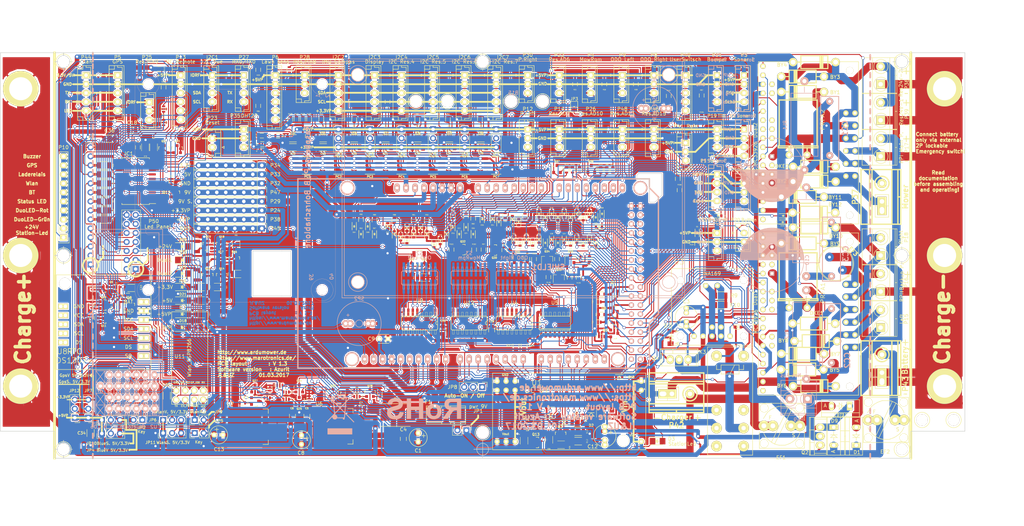
<source format=kicad_pcb>
(kicad_pcb (version 20170123) (host pcbnew "(2017-03-28 revision 8f3423b80)-makepkg")
  (title_block (title "Ardumower shield SVN Version") (date 2016-11-27) (rev 1.3) (company "ML AG JL UZ"))
  (layers (0 F.Cu signal) (31 B.Cu signal) (34 B.Paste user) (35 F.Paste user) (36 B.SilkS user) (37 F.SilkS user) (38 B.Mask user) (39 F.Mask user) (44 Edge.Cuts user))
  (net 0 "")
  (net 1 pinMotorLeftDir)
  (net 2 pinMotorLeftPWM)
  (net 3 pinMotorLeftFault)
  (net 4 pinMotorLeftSense)
  (net 5 pinMotorEnable)
  (net 6 pinMotorRightDir)
  (net 7 pinMotorRightPWM)
  (net 8 pinMotorRightFault)
  (net 9 pinMotorRightSense)
  (net 10 pinMotorMowEnable)
  (net 11 pinMotorMowDir)
  (net 12 pinMotorMowPWM)
  (net 13 pinMotorMowFault)
  (net 14 pinMotorMowSense)
  (net 15 pinTilt)
  (net 16 pinButton)
  (net 17 pinSonarCenterTrigger)
  (net 18 pinSonarCenterEcho)
  (net 19 pinSonarRightTrigger)
  (net 20 pinSonarRightEcho)
  (net 21 pinSonarLeftTrigger)
  (net 22 pinSonarLeftEcho)
  (net 23 Led-Status)
  (net 24 pinOdometryRight)
  (net 25 pinOdometryLeft)
  (net 26 GPS_RX)
  (net 27 GPS_TX)
  (net 28 pinBumperRight)
  (net 29 pinBumperLeft)
  (net 30 pinPerimeterLeft)
  (net 31 pinRemoteMow)
  (net 32 pinRemoteSteer)
  (net 33 pinRemoteSpeed)
  (net 34 pinRemoteSwitch)
  (net 35 pinUserSwitch1)
  (net 36 pinUserSwitch2)
  (net 37 pinUserSwitch3)
  (net 38 +24V)
  (net 39 TX2)
  (net 40 pinChargeVoltage)
  (net 41 pinChargingEnable)
  (net 42 pinBatteryVoltage)
  (net 43 pinChargeCurrent)
  (net 44 pinBuzzer)
  (net 45 DropLeft)
  (net 46 DropRight)
  (net 47 DuoLED-Rot)
  (net 48 RX1)
  (net 49 pinPerimeterRight)
  (net 50 TX1)
  (net 51 pinRain)
  (net 52 DuoLED_Grün)
  (net 53 ReservePin9)
  (net 54 ReservePin8)
  (net 55 ReserveAD6)
  (net 56 RX2)
  (net 57 "Net-(EF2-Pad2)")
  (net 58 "Net-(D10-Pad2)")
  (net 59 "Net-(Dual2-Pad9)")
  (net 60 pinMotorMowRpm_neu)
  (net 61 "Net-(C9-Pad2)")
  (net 62 Charg_Pin_+)
  (net 63 +5V)
  (net 64 +9V)
  (net 65 +3V3)
  (net 66 /Motortreiber/MähmotorSchutz/MotorIN1)
  (net 67 /Motortreiber/MähmotorSchutz/MotorIN2)
  (net 68 /Motortreiber/MotorLinks/MotorIN1)
  (net 69 /Motortreiber/MotorLinks/MotorIN2)
  (net 70 /Motortreiber/MotorRechts/MotorIN1)
  (net 71 /Motortreiber/MotorRechts/MotorIN2)
  (net 72 "Net-(CC1-Pad2)")
  (net 73 "Net-(CC2-Pad2)")
  (net 74 "Net-(CC3-Pad2)")
  (net 75 "Net-(C12-Pad2)")
  (net 76 "/USpannungAB/Batterieeingang 24V")
  (net 77 "Net-(D2-Pad2)")
  (net 78 "Net-(D12-Pad1)")
  (net 79 "Net-(D13-Pad2)")
  (net 80 Taster)
  (net 81 "Net-(D15-Pad1)")
  (net 82 RelaisAbschaltung)
  (net 83 ReserveAD10)
  (net 84 SDA)
  (net 85 SCL)
  (net 86 Led-BT)
  (net 87 "Net-(P44-Pad4)")
  (net 88 GND)
  (net 89 "Net-(C1-Pad1)")
  (net 90 Dual1)
  (net 91 Dual2)
  (net 92 "Net-(D1-Pad1)")
  (net 93 /VerpolungsschutzLade./Eingang)
  (net 94 SCL2)
  (net 95 SDA2)
  (net 96 SCL3)
  (net 97 SDA3)
  (net 98 SDA4)
  (net 99 SCL4)
  (net 100 SCL5)
  (net 101 SDA5)
  (net 102 SDA6)
  (net 103 SCL6)
  (net 104 SCL7)
  (net 105 SDA7)
  (net 106 Led-Wlan)
  (net 107 "Net-(IC1-Pad13)")
  (net 108 "Net-(IC1-Pad14)")
  (net 109 "Net-(IC1-Pad15)")
  (net 110 "Net-(IC1-Pad16)")
  (net 111 "Net-(IC1-Pad17)")
  (net 112 "Net-(IC1-Pad18)")
  (net 113 SCL1)
  (net 114 SDA1)
  (net 115 IOREF)
  (net 116 "Net-(U8-Pad7)")
  (net 117 "Net-(U8-Pad6)")
  (net 118 /Anschlußstecker/LShifter1/5V_IN)
  (net 119 /Anschlußstecker/LShifter2/5V_IN)
  (net 120 /Anschlußstecker/LShifter3/5V_IN)
  (net 121 /Anschlußstecker/LShifter7/5V_IN)
  (net 122 /Anschlußstecker/LShifter6/5V_IN)
  (net 123 /Anschlußstecker/LShifter5/5V_IN)
  (net 124 /Anschlußstecker/LShifter4/5V_IN)
  (net 125 +5VP)
  (net 126 +3.3VP)
  (net 127 "Net-(D3-Pad1)")
  (net 128 "Net-(JP2-Pad1)")
  (net 129 "Net-(Q3-Pad1)")
  (net 130 pinLawnFrontRecv)
  (net 131 pinLawnBackRecv)
  (net 132 pinLawnFrontSend)
  (net 133 pinLawnBackSend)
  (net 134 "Net-(D17-Pad2)")
  (net 135 "Net-(D18-Pad2)")
  (net 136 "Net-(D19-Pad2)")
  (net 137 "Net-(D21-Pad2)")
  (net 138 Reset)
  (net 139 "Net-(D11-Pad2)")
  (net 140 "Net-(Q12-Pad1)")
  (net 141 "Net-(Q12-Pad3)")
  (net 142 "Net-(Q1-Pad1)")
  (net 143 "Net-(U4-Pad2)")
  (net 144 /Anschlußstecker/OdoTeiler/Eingang1)
  (net 145 "Net-(S1-Pad1)")
  (net 146 "Net-(S1-Pad2)")
  (net 147 "Net-(S1-Pad3)")
  (net 148 "Net-(S1-Pad4)")
  (net 149 "Net-(S1-Pad5)")
  (net 150 "Net-(S1-Pad6)")
  (net 151 "Net-(S1-Pad7)")
  (net 152 "Net-(S1-Pad8)")
  (net 153 "Net-(S1-Pad10)")
  (net 154 "Net-(S2-Pad1)")
  (net 155 "Net-(S2-Pad2)")
  (net 156 "Net-(S2-Pad3)")
  (net 157 "Net-(S2-Pad4)")
  (net 158 "Net-(S2-Pad5)")
  (net 159 "Net-(S2-Pad6)")
  (net 160 "Net-(S2-Pad7)")
  (net 161 "Net-(S2-Pad8)")
  (net 162 "Net-(S2-Pad10)")
  (net 163 "Net-(S3-Pad10)")
  (net 164 "Net-(S3-Pad8)")
  (net 165 "Net-(S3-Pad7)")
  (net 166 "Net-(S3-Pad6)")
  (net 167 "Net-(S3-Pad5)")
  (net 168 "Net-(S3-Pad4)")
  (net 169 "Net-(S3-Pad3)")
  (net 170 "Net-(S3-Pad2)")
  (net 171 "Net-(S3-Pad1)")
  (net 172 /Anschlußstecker/OdoTeiler/Eingang2)
  (net 173 "Net-(U5-Pad6)")
  (net 174 /Anschlußstecker/OdoTeiler/Eingang3)
  (net 175 "Net-(U12-Pad2)")
  (net 176 "Net-(D16-Pad1)")
  (net 177 "Net-(D53-Pad2)")
  (net 178 "Net-(D55-Pad2)")
  (net 179 "Net-(D59-Pad2)")
  (net 180 ReserveAD7)
  (net 181 "Net-(D65-Pad2)")
  (net 182 "Net-(D69-Pad2)")
  (net 183 StationLed)
  (net 184 "Net-(D20-Pad1)")
  (net 185 "Net-(D22-Pad1)")
  (net 186 "Net-(D23-Pad1)")
  (net 187 "Net-(Q14-Pad3)")
  (net 188 "Net-(Q14-Pad1)")
  (net 189 "Net-(Q16-Pad3)")
  (net 190 "Net-(Q16-Pad1)")
  (net 191 "Net-(Q18-Pad3)")
  (net 192 "Net-(Q18-Pad1)")
  (net 193 "Net-(P10-Pad1)")
  (net 194 "Net-(P10-Pad2)")
  (net 195 "Net-(Q20-Pad1)")
  (net 196 "Net-(Q20-Pad2)")
  (net 197 "Net-(Q22-Pad1)")
  (net 198 "Net-(Q22-Pad2)")
  (net 199 "Net-(JP5-Pad1)")
  (net 200 "Net-(P44-Pad3)")
  (net 201 "Net-(P5-Pad4)")
  (net 202 "Net-(P5-Pad3)")
  (net 203 GPS-LED)
  (net 204 "Net-(D7-Pad2)")
  (net 205 "Net-(JP1-Pad1)")
  (net 206 /Anschlußstecker/LShifter8/5V_IN)
  (net 207 /Anschlußstecker/LShifter9/5V_IN)
  (net 208 /Anschlußstecker/LShifter10/5V_IN)
  (net 209 "Net-(JP8-Pad2)")
  (net 210 "Net-(JP9-Pad1)")
  (net 211 "Net-(C19-Pad1)")
  (net 212 "Net-(C20-Pad1)")
  (net 213 "Net-(C21-Pad1)")
  (net 214 "Net-(C23-Pad1)")
  (net 215 "Net-(C24-Pad1)")
  (net 216 "Net-(C25-Pad1)")
  (net 217 "Net-(C34-Pad1)")
  (net 218 "Net-(C35-Pad1)")
  (net 219 "Net-(C36-Pad1)")
  (net 220 /Motortreiber/+24V)
  (net 221 "Net-(EF3-Pad2)")
  (net 222 "Net-(K3-Pad12)")
  (net 223 SCL22)
  (net 224 SDA22)
  (net 225 "Net-(IC1-Pad20)")
  (net 226 "Net-(IC1-Pad19)")
  (net 227 DHT22)
  (net 228 "Net-(IC1-Pad10)")
  (net 229 TX0)
  (net 230 RX0)
  (net 231 Resv.PinAD15)
  (net 232 Resv.PinAD13)
  (net 233 "Net-(D5-Pad2)")
  (net 234 "Net-(D6-Pad2)")
  (net 235 "Net-(D32-Pad2)")
  (net 236 "Net-(D33-Pad2)")
  (net 237 "Net-(D25-Pad1)")
  (net 238 "Net-(D27-Pad1)")
  (net 239 "Net-(D29-Pad2)")
  (net 240 "Net-(D31-Pad2)")
  (net 241 "Net-(D37-Pad2)")
  (net 242 "Net-(D39-Pad2)")
  (net 243 "Net-(D41-Pad2)")
  (net 244 "Net-(D43-Pad2)")
  (net 245 "Net-(D45-Pad2)")
  (net 246 "Net-(D47-Pad2)")
  (net 247 "Net-(D49-Pad2)")
  (net 248 "Net-(D51-Pad2)")
  (net 249 "Net-(D57-Pad2)")
  (net 250 "Net-(D61-Pad2)")
  (net 251 "Net-(D63-Pad2)")
  (net 252 "Net-(D67-Pad2)")
  (net 253 "Net-(D71-Pad2)")
  (net 254 /Anschlußstecker/LShifter11/5V_IN)
  (net 255 /Anschlußstecker/LShifter12/5V_IN)
  (net 256 /Anschlußstecker/LShifter13/5V_IN)
  (net 257 9Vgeschaltet)
  (net 258 "Net-(JP10-Pad2)")
  (net 259 "Net-(JP11-Pad2)")
  (net 260 "Net-(JP12-Pad2)")
  (net 261 "Net-(Q24-Pad1)")
  (net 262 "Net-(Q25-Pad1)")
  (net 263 "Net-(Q26-Pad1)")
  (net 264 "Net-(Q26-Pad2)")
  (net 265 "Net-(Q27-Pad1)")
  (net 266 "Net-(Q28-Pad1)")
  (net 267 "Net-(Q29-Pad1)")
  (net 268 "Net-(R6-Pad2)")
  (net 269 "Net-(U8-Pad1)")
  (net 270 /Anschlußstecker/LShifter14/5V_IN)
  (net 271 /Anschlußstecker/LShifter15/5V_IN)
  (net 272 "Net-(F1-Pad1)")
  (net 273 "Net-(P50-Pad12)")
  (net 274 "Net-(P50-Pad11)")
  (net 275 "Net-(P50-Pad10)")
  (net 276 "Net-(P50-Pad9)")
  (net 277 "Net-(P50-Pad8)")
  (net 278 "Net-(P50-Pad7)")
  (net 279 "Net-(P50-Pad6)")
  (module Zimprich:Bluetooth_Buchse_Platz_mit_Beschriftung_4_fach (layer B.Cu) (at 49.7586 130.7846 180)
    (fp_text reference U2 (at -6.1214 -5.1054) (layer B.SilkS) (effects (justify mirror)))
    (fp_text value Bluetooth_CZ_HC_05 (at 4.0386 -5.1054) (layer B.SilkS) (effects (justify mirror)))
    (fp_text user EN (at 6.35 4.826 180) (layer B.SilkS) (effects (font (size 0.6 0.6)) (justify mirror)))
    (fp_text user BRK (at 6.35 7.874 180) (layer B.SilkS) (effects (font (size 0.6 0.6)) (justify mirror)))
    (fp_text user KEY (at 8.89 4.826) (layer B.SilkS) (effects (font (size 0.6 0.6)) (justify mirror)))
    (fp_text user VCC (at 3.81 4.826) (layer B.SilkS) (effects (font (size 0.6 0.6)) (justify mirror)))
    (fp_text user GND (at 1.27 4.826) (layer B.SilkS) (effects (font (size 0.6 0.6)) (justify mirror)))
    (fp_text user TXD (at -1.27 4.826) (layer B.SilkS) (effects (font (size 0.6 0.6)) (justify mirror)))
    (fp_text user RXD (at -3.81 4.826) (layer B.SilkS) (effects (font (size 0.6 0.6)) (justify mirror)))
    (fp_text user RXD (at 3.81 7.874) (layer B.SilkS) (effects (font (size 0.6 0.6)) (justify mirror)))
    (fp_text user TXD (at 1.27 7.874) (layer B.SilkS) (effects (font (size 0.6 0.6)) (justify mirror)))
    (fp_text user GND (at -1.27 7.874) (layer B.SilkS) (effects (font (size 0.6 0.6)) (justify mirror)))
    (fp_text user VCC (at -3.81 7.874) (layer B.SilkS) (effects (font (size 0.6 0.6)) (justify mirror)))
    (fp_text user LED (at -6.35 4.826) (layer B.SilkS) (effects (font (size 0.6 0.6)) (justify mirror)))
    (fp_text user LED (at -6.35 7.874) (layer B.SilkS) (effects (font (size 0.6 0.6)) (justify mirror)))
    (fp_text user KEY (at 6.35 1.524) (layer B.SilkS) (effects (font (size 0.6 0.6)) (justify mirror)))
    (fp_text user VCC (at 3.81 1.524) (layer B.SilkS) (effects (font (size 0.6 0.6)) (justify mirror)))
    (fp_text user GND (at 1.27 1.524) (layer B.SilkS) (effects (font (size 0.6 0.6)) (justify mirror)))
    (fp_text user TXD (at -1.27 1.524) (layer B.SilkS) (effects (font (size 0.6 0.6)) (justify mirror)))
    (fp_text user RXD (at -3.81 1.524) (layer B.SilkS) (effects (font (size 0.6 0.6)) (justify mirror)))
    (fp_text user LED (at -6.35 1.524) (layer B.SilkS) (effects (font (size 0.6 0.6)) (justify mirror)))
    (fp_text user VCC (at 6.35 -1.524) (layer B.SilkS) (effects (font (size 0.6 0.6)) (justify mirror)))
    (fp_text user GND (at 3.81 -1.524) (layer B.SilkS) (effects (font (size 0.6 0.6)) (justify mirror)))
    (fp_text user TXD (at 1.27 -1.524) (layer B.SilkS) (effects (font (size 0.6 0.6)) (justify mirror)))
    (fp_text user RXD (at -1.27 -1.524) (layer B.SilkS) (effects (font (size 0.6 0.6)) (justify mirror)))
    (fp_text user KEY (at -3.81 -1.524) (layer B.SilkS) (effects (font (size 0.6 0.6)) (justify mirror)))
    (fp_text user LED (at -6.35 -1.524) (layer B.SilkS) (effects (font (size 0.6 0.6)) (justify mirror)))
    (pad BRK thru_hole oval (at 6.35 9.525) (size 1.7272 2.032) (drill 1.016) (layers *.Cu *.Mask B.SilkS))
    (pad RXD thru_hole oval (at 3.81 9.525) (size 1.7272 2.032) (drill 1.016) (layers *.Cu *.Mask B.SilkS) (net 264 "Net-(Q26-Pad2)"))
    (pad TXD thru_hole oval (at 1.27 9.525) (size 1.7272 2.032) (drill 1.016) (layers *.Cu *.Mask B.SilkS) (net 268 "Net-(R6-Pad2)"))
    (pad GND thru_hole oval (at -1.27 9.525) (size 1.7272 2.032) (drill 1.016) (layers *.Cu *.Mask B.SilkS) (net 88 GND))
    (pad VCC thru_hole oval (at -3.81 9.525) (size 1.7272 2.032) (drill 1.016) (layers *.Cu *.Mask B.SilkS) (net 217 "Net-(C34-Pad1)"))
    (pad LED thru_hole oval (at -6.35 9.525) (size 1.7272 2.032) (drill 1.016) (layers *.Cu *.Mask B.SilkS) (net 86 Led-BT))
    (pad Key thru_hole oval (at 8.89 6.35) (size 1.7272 2.032) (drill 1.016) (layers *.Cu *.Mask B.SilkS) (net 128 "Net-(JP2-Pad1)"))
    (pad EN thru_hole oval (at 6.35 6.35) (size 1.7272 2.032) (drill 1.016) (layers *.Cu *.Mask B.SilkS))
    (pad VCC thru_hole oval (at 3.81 6.35) (size 1.7272 2.032) (drill 1.016) (layers *.Cu *.Mask B.SilkS) (net 217 "Net-(C34-Pad1)"))
    (pad GND thru_hole oval (at 1.27 6.35) (size 1.7272 2.032) (drill 1.016) (layers *.Cu *.Mask B.SilkS) (net 88 GND))
    (pad TXD thru_hole oval (at -1.27 6.35) (size 1.7272 2.032) (drill 1.016) (layers *.Cu *.Mask B.SilkS) (net 268 "Net-(R6-Pad2)"))
    (pad RXD thru_hole oval (at -3.81 6.35) (size 1.7272 2.032) (drill 1.016) (layers *.Cu *.Mask B.SilkS) (net 264 "Net-(Q26-Pad2)"))
    (pad LED thru_hole oval (at -6.35 6.35) (size 1.7272 2.032) (drill 1.016) (layers *.Cu *.Mask B.SilkS) (net 86 Led-BT))
    (pad VCC thru_hole oval (at 6.35 0) (size 1.7272 2.032) (drill 1.016) (layers *.Cu *.Mask B.SilkS) (net 217 "Net-(C34-Pad1)"))
    (pad GND thru_hole oval (at 3.81 0) (size 1.7272 2.032) (drill 1.016) (layers *.Cu *.Mask B.SilkS) (net 88 GND))
    (pad TXD thru_hole oval (at 1.27 0) (size 1.7272 2.032) (drill 1.016) (layers *.Cu *.Mask B.SilkS) (net 268 "Net-(R6-Pad2)"))
    (pad RXD thru_hole oval (at -1.27 0) (size 1.7272 2.032) (drill 1.016) (layers *.Cu *.Mask B.SilkS) (net 264 "Net-(Q26-Pad2)"))
    (pad Key thru_hole oval (at -3.81 0) (size 1.7272 2.032) (drill 1.016) (layers *.Cu *.Mask B.SilkS) (net 128 "Net-(JP2-Pad1)"))
    (pad LED thru_hole oval (at -6.35 0) (size 1.7272 2.032) (drill 1.016) (layers *.Cu *.Mask B.SilkS) (net 86 Led-BT))
    (pad LED thru_hole oval (at -6.35 0) (size 1.7272 2.032) (drill 1.016) (layers *.Cu *.Mask B.SilkS) (net 86 Led-BT))
    (pad LED thru_hole oval (at -6.35 0) (size 1.7272 2.032) (drill 1.016) (layers *.Cu *.Mask B.SilkS) (net 86 Led-BT))
    (pad LED thru_hole oval (at -6.35 3.175) (size 1.7272 2.032) (drill 1.016) (layers *.Cu *.Mask B.SilkS) (net 86 Led-BT))
    (pad RXD thru_hole oval (at -3.81 3.175) (size 1.7272 2.032) (drill 1.016) (layers *.Cu *.Mask B.SilkS) (net 264 "Net-(Q26-Pad2)"))
    (pad TXD thru_hole oval (at -1.27 3.175) (size 1.7272 2.032) (drill 1.016) (layers *.Cu *.Mask B.SilkS) (net 268 "Net-(R6-Pad2)"))
    (pad GND thru_hole oval (at 1.27 3.175) (size 1.7272 2.032) (drill 1.016) (layers *.Cu *.Mask B.SilkS) (net 88 GND))
    (pad VCC thru_hole oval (at 3.81 3.175) (size 1.7272 2.032) (drill 1.016) (layers *.Cu *.Mask B.SilkS) (net 217 "Net-(C34-Pad1)"))
    (pad Key thru_hole oval (at 6.35 3.175) (size 1.7272 2.032) (drill 1.016) (layers *.Cu *.Mask B.SilkS) (net 128 "Net-(JP2-Pad1)"))
  )
  (module Zimprich:Raspberry_Pi_B_Bohrschablone_Rueckseite (layer F.Cu) (at 78.867 68.326 270)
    (fp_text reference B16)
    (fp_text value Raspberry_Pi_B_Bohrschablone (at -0.0635 -20.3835 270) (layer B.SilkS) (effects (font (size 1.5 1.5) (thickness 0.3)) (justify mirror)))
    (fp_text user 39 (at 25.4 -21.463 270) (layer B.SilkS) (effects (justify mirror)))
    (fp_text user 40 (at 25.2095 -27.178 270) (layer B.SilkS) (effects (justify mirror)))
    (fp_text user 2 (at -25.654 -26.035 270) (layer B.SilkS) (effects (justify mirror)))
    (fp_text user 1 (at -25.654 -23.3045 270) (layer B.SilkS) (effects (justify mirror)))
    (pad "" thru_hole circle (at 29 24.5 270) (size 2.75 2.75) (drill 2.75) (layers *.Cu *.Mask))
    (pad "" thru_hole circle (at -29 -24.5 270) (size 2.75 2.75) (drill 2.75) (layers *.Cu *.Mask))
    (pad "" thru_hole circle (at 29 -24.5 270) (size 2.75 2.75) (drill 2.75) (layers *.Cu *.Mask))
    (pad "" thru_hole circle (at -29 24.5 270) (size 2.75 2.75) (drill 2.75) (layers *.Cu *.Mask))
  )
  (module Zimprich:MC_33926_31polig_mit_Bohrloch_neue_Masse_mit_zweite_Lochreihe (layer F.Cu) (at 265.43 82.55 90)
    (fp_text reference Dual2 (at 30.226 -40.005 90) (layer F.SilkS))
    (fp_text value MC33926 (at 23.622 -40.005 90) (layer F.SilkS))
    (pad ~ thru_hole circle (at 47.0535 -13.3985 90) (size 2 2) (drill 2) (layers *.Cu *.Mask F.SilkS))
    (pad ~ thru_hole circle (at 6.2865 -13.3985 90) (size 2 2) (drill 2) (layers *.Cu *.Mask F.SilkS))
    (pad 31 thru_hole circle (at 43.18 -35.306 90) (size 1.524 1.524) (drill 0.762) (layers *.Cu *.Mask F.SilkS))
    (pad 30 thru_hole circle (at 40.64 -35.306 90) (size 1.524 1.524) (drill 0.762) (layers *.Cu *.Mask F.SilkS))
    (pad 29 thru_hole circle (at 33.02 -35.306 90) (size 1.524 1.524) (drill 0.762) (layers *.Cu *.Mask F.SilkS))
    (pad 28 thru_hole circle (at 30.48 -35.306 90) (size 1.524 1.524) (drill 0.762) (layers *.Cu *.Mask F.SilkS))
    (pad 27 thru_hole circle (at 27.94 -35.306 90) (size 1.524 1.524) (drill 0.762) (layers *.Cu *.Mask F.SilkS))
    (pad 26 thru_hole circle (at 20.32 -35.306 90) (size 1.524 1.524) (drill 0.762) (layers *.Cu *.Mask F.SilkS))
    (pad 25 thru_hole circle (at 17.78 -35.306 90) (size 1.524 1.524) (drill 0.762) (layers *.Cu *.Mask F.SilkS))
    (pad 24 thru_hole circle (at 35.052 -14.478 90) (size 1.524 1.524) (drill 0.762) (layers *.Cu *.Mask F.SilkS) (net 67 /Motortreiber/MähmotorSchutz/MotorIN2))
    (pad 23 thru_hole circle (at 31.496 -14.478 90) (size 1.524 1.524) (drill 0.762) (layers *.Cu *.Mask F.SilkS) (net 66 /Motortreiber/MähmotorSchutz/MotorIN1))
    (pad 22 thru_hole circle (at 27.94 -14.478 90) (size 1.524 1.524) (drill 0.762) (layers *.Cu *.Mask F.SilkS) (net 91 Dual2))
    (pad 21 thru_hole circle (at 24.384 -14.478 90) (size 1.524 1.524) (drill 0.762) (layers *.Cu *.Mask F.SilkS) (net 88 GND))
    (pad 20 thru_hole circle (at 20.828 -14.478 90) (size 1.524 1.524) (drill 0.762) (layers *.Cu *.Mask F.SilkS) (net 67 /Motortreiber/MähmotorSchutz/MotorIN2))
    (pad 19 thru_hole circle (at 17.272 -14.478 90) (size 1.524 1.524) (drill 0.762) (layers *.Cu *.Mask F.SilkS) (net 66 /Motortreiber/MähmotorSchutz/MotorIN1))
    (pad 18 thru_hole circle (at 48.26 -37.846 90) (size 1.524 1.524) (drill 0.762) (layers *.Cu *.Mask F.SilkS) (net 14 pinMotorMowSense))
    (pad 17 thru_hole circle (at 45.72 -37.846 90) (size 1.524 1.524) (drill 0.762) (layers *.Cu *.Mask F.SilkS) (net 13 pinMotorMowFault))
    (pad 16 thru_hole circle (at 43.18 -37.846 90) (size 1.524 1.524) (drill 0.762) (layers *.Cu *.Mask F.SilkS) (net 88 GND))
    (pad 15 thru_hole circle (at 40.64 -37.846 90) (size 1.524 1.524) (drill 0.762) (layers *.Cu *.Mask F.SilkS) (net 115 IOREF))
    (pad 14 thru_hole circle (at 38.1 -37.846 90) (size 1.524 1.524) (drill 0.762) (layers *.Cu *.Mask F.SilkS) (net 12 pinMotorMowPWM))
    (pad 13 thru_hole circle (at 35.56 -37.846 90) (size 1.524 1.524) (drill 0.762) (layers *.Cu *.Mask F.SilkS) (net 11 pinMotorMowDir))
    (pad 12 thru_hole circle (at 33.02 -37.846 90) (size 1.524 1.524) (drill 0.762) (layers *.Cu *.Mask F.SilkS))
    (pad 11 thru_hole circle (at 30.48 -37.846 90) (size 1.524 1.524) (drill 0.762) (layers *.Cu *.Mask F.SilkS))
    (pad 10 thru_hole circle (at 27.94 -37.846 90) (size 1.524 1.524) (drill 0.762) (layers *.Cu *.Mask F.SilkS) (net 10 pinMotorMowEnable))
    (pad 9 thru_hole circle (at 25.4 -37.846 90) (size 1.524 1.524) (drill 0.762) (layers *.Cu *.Mask F.SilkS) (net 59 "Net-(Dual2-Pad9)"))
    (pad 8 thru_hole circle (at 22.86 -37.846 90) (size 1.524 1.524) (drill 0.762) (layers *.Cu *.Mask F.SilkS) (net 13 pinMotorMowFault))
    (pad 7 thru_hole circle (at 20.32 -37.846 90) (size 1.524 1.524) (drill 0.762) (layers *.Cu *.Mask F.SilkS) (net 88 GND))
    (pad 6 thru_hole circle (at 17.78 -37.846 90) (size 1.524 1.524) (drill 0.762) (layers *.Cu *.Mask F.SilkS) (net 115 IOREF))
    (pad 5 thru_hole circle (at 15.24 -37.846 90) (size 1.524 1.524) (drill 0.762) (layers *.Cu *.Mask F.SilkS) (net 12 pinMotorMowPWM))
    (pad 4 thru_hole circle (at 12.7 -37.846 90) (size 1.524 1.524) (drill 0.762) (layers *.Cu *.Mask F.SilkS) (net 11 pinMotorMowDir))
    (pad 3 thru_hole circle (at 10.16 -37.846 90) (size 1.524 1.524) (drill 0.762) (layers *.Cu *.Mask F.SilkS) (net 115 IOREF))
    (pad 2 thru_hole circle (at 7.62 -37.846 90) (size 1.524 1.524) (drill 0.762) (layers *.Cu *.Mask F.SilkS) (net 88 GND))
    (pad 1 thru_hole circle (at 5.08 -37.846 90) (size 1.524 1.524) (drill 0.762) (layers *.Cu *.Mask F.SilkS))
    (pad 19 thru_hole circle (at 17.272 -11.938 90) (size 1.524 1.524) (drill 0.762) (layers *.Cu *.Mask F.SilkS) (net 66 /Motortreiber/MähmotorSchutz/MotorIN1))
    (pad 20 thru_hole circle (at 20.828 -11.938 90) (size 1.524 1.524) (drill 0.762) (layers *.Cu *.Mask F.SilkS) (net 67 /Motortreiber/MähmotorSchutz/MotorIN2))
    (pad 21 thru_hole circle (at 24.384 -11.938 90) (size 1.524 1.524) (drill 0.762) (layers *.Cu *.Mask F.SilkS) (net 88 GND))
    (pad 22 thru_hole circle (at 27.94 -11.938 90) (size 1.524 1.524) (drill 0.762) (layers *.Cu *.Mask F.SilkS) (net 91 Dual2))
    (pad 23 thru_hole circle (at 31.496 -11.938 90) (size 1.524 1.524) (drill 0.762) (layers *.Cu *.Mask F.SilkS) (net 66 /Motortreiber/MähmotorSchutz/MotorIN1))
    (pad 24 thru_hole circle (at 35.052 -11.938 90) (size 1.524 1.524) (drill 0.762) (layers *.Cu *.Mask F.SilkS) (net 67 /Motortreiber/MähmotorSchutz/MotorIN2))
  )
  (module Zimprich:MC_33926_31polig_mit_Bohrloch_neue_Masse_mit_zweite_Lochreihe (layer F.Cu) (at 265.43 130.81 90)
    (fp_text reference Dual1 (at 31.242 -40.005 90) (layer F.SilkS))
    (fp_text value MC33926 (at 24.511 -39.878 90) (layer F.SilkS))
    (pad 24 thru_hole circle (at 35.052 -11.938 90) (size 1.524 1.524) (drill 0.762) (layers *.Cu *.Mask F.SilkS) (net 71 /Motortreiber/MotorRechts/MotorIN2))
    (pad 23 thru_hole circle (at 31.496 -11.938 90) (size 1.524 1.524) (drill 0.762) (layers *.Cu *.Mask F.SilkS) (net 70 /Motortreiber/MotorRechts/MotorIN1))
    (pad 22 thru_hole circle (at 27.94 -11.938 90) (size 1.524 1.524) (drill 0.762) (layers *.Cu *.Mask F.SilkS) (net 90 Dual1))
    (pad 21 thru_hole circle (at 24.384 -11.938 90) (size 1.524 1.524) (drill 0.762) (layers *.Cu *.Mask F.SilkS) (net 88 GND))
    (pad 20 thru_hole circle (at 20.828 -11.938 90) (size 1.524 1.524) (drill 0.762) (layers *.Cu *.Mask F.SilkS) (net 69 /Motortreiber/MotorLinks/MotorIN2))
    (pad 19 thru_hole circle (at 17.272 -11.938 90) (size 1.524 1.524) (drill 0.762) (layers *.Cu *.Mask F.SilkS) (net 68 /Motortreiber/MotorLinks/MotorIN1))
    (pad 1 thru_hole circle (at 5.08 -37.846 90) (size 1.524 1.524) (drill 0.762) (layers *.Cu *.Mask F.SilkS))
    (pad 2 thru_hole circle (at 7.62 -37.846 90) (size 1.524 1.524) (drill 0.762) (layers *.Cu *.Mask F.SilkS) (net 88 GND))
    (pad 3 thru_hole circle (at 10.16 -37.846 90) (size 1.524 1.524) (drill 0.762) (layers *.Cu *.Mask F.SilkS) (net 115 IOREF))
    (pad 4 thru_hole circle (at 12.7 -37.846 90) (size 1.524 1.524) (drill 0.762) (layers *.Cu *.Mask F.SilkS) (net 1 pinMotorLeftDir))
    (pad 5 thru_hole circle (at 15.24 -37.846 90) (size 1.524 1.524) (drill 0.762) (layers *.Cu *.Mask F.SilkS) (net 2 pinMotorLeftPWM))
    (pad 6 thru_hole circle (at 17.78 -37.846 90) (size 1.524 1.524) (drill 0.762) (layers *.Cu *.Mask F.SilkS) (net 115 IOREF))
    (pad 7 thru_hole circle (at 20.32 -37.846 90) (size 1.524 1.524) (drill 0.762) (layers *.Cu *.Mask F.SilkS) (net 88 GND))
    (pad 8 thru_hole circle (at 22.86 -37.846 90) (size 1.524 1.524) (drill 0.762) (layers *.Cu *.Mask F.SilkS) (net 3 pinMotorLeftFault))
    (pad 9 thru_hole circle (at 25.4 -37.846 90) (size 1.524 1.524) (drill 0.762) (layers *.Cu *.Mask F.SilkS) (net 4 pinMotorLeftSense))
    (pad 10 thru_hole circle (at 27.94 -37.846 90) (size 1.524 1.524) (drill 0.762) (layers *.Cu *.Mask F.SilkS) (net 5 pinMotorEnable))
    (pad 11 thru_hole circle (at 30.48 -37.846 90) (size 1.524 1.524) (drill 0.762) (layers *.Cu *.Mask F.SilkS))
    (pad 12 thru_hole circle (at 33.02 -37.846 90) (size 1.524 1.524) (drill 0.762) (layers *.Cu *.Mask F.SilkS))
    (pad 13 thru_hole circle (at 35.56 -37.846 90) (size 1.524 1.524) (drill 0.762) (layers *.Cu *.Mask F.SilkS) (net 6 pinMotorRightDir))
    (pad 14 thru_hole circle (at 38.1 -37.846 90) (size 1.524 1.524) (drill 0.762) (layers *.Cu *.Mask F.SilkS) (net 7 pinMotorRightPWM))
    (pad 15 thru_hole circle (at 40.64 -37.846 90) (size 1.524 1.524) (drill 0.762) (layers *.Cu *.Mask F.SilkS) (net 115 IOREF))
    (pad 16 thru_hole circle (at 43.18 -37.846 90) (size 1.524 1.524) (drill 0.762) (layers *.Cu *.Mask F.SilkS) (net 88 GND))
    (pad 17 thru_hole circle (at 45.72 -37.846 90) (size 1.524 1.524) (drill 0.762) (layers *.Cu *.Mask F.SilkS) (net 8 pinMotorRightFault))
    (pad 18 thru_hole circle (at 48.26 -37.846 90) (size 1.524 1.524) (drill 0.762) (layers *.Cu *.Mask F.SilkS) (net 9 pinMotorRightSense))
    (pad 19 thru_hole circle (at 17.272 -14.478 90) (size 1.524 1.524) (drill 0.762) (layers *.Cu *.Mask F.SilkS) (net 68 /Motortreiber/MotorLinks/MotorIN1))
    (pad 20 thru_hole circle (at 20.828 -14.478 90) (size 1.524 1.524) (drill 0.762) (layers *.Cu *.Mask F.SilkS) (net 69 /Motortreiber/MotorLinks/MotorIN2))
    (pad 21 thru_hole circle (at 24.384 -14.478 90) (size 1.524 1.524) (drill 0.762) (layers *.Cu *.Mask F.SilkS) (net 88 GND))
    (pad 22 thru_hole circle (at 27.94 -14.478 90) (size 1.524 1.524) (drill 0.762) (layers *.Cu *.Mask F.SilkS) (net 90 Dual1))
    (pad 23 thru_hole circle (at 31.496 -14.478 90) (size 1.524 1.524) (drill 0.762) (layers *.Cu *.Mask F.SilkS) (net 70 /Motortreiber/MotorRechts/MotorIN1))
    (pad 24 thru_hole circle (at 35.052 -14.478 90) (size 1.524 1.524) (drill 0.762) (layers *.Cu *.Mask F.SilkS) (net 71 /Motortreiber/MotorRechts/MotorIN2))
    (pad 25 thru_hole circle (at 17.78 -35.306 90) (size 1.524 1.524) (drill 0.762) (layers *.Cu *.Mask F.SilkS))
    (pad 26 thru_hole circle (at 20.32 -35.306 90) (size 1.524 1.524) (drill 0.762) (layers *.Cu *.Mask F.SilkS))
    (pad 27 thru_hole circle (at 27.94 -35.306 90) (size 1.524 1.524) (drill 0.762) (layers *.Cu *.Mask F.SilkS))
    (pad 28 thru_hole circle (at 30.48 -35.306 90) (size 1.524 1.524) (drill 0.762) (layers *.Cu *.Mask F.SilkS))
    (pad 29 thru_hole circle (at 33.02 -35.306 90) (size 1.524 1.524) (drill 0.762) (layers *.Cu *.Mask F.SilkS))
    (pad 30 thru_hole circle (at 40.64 -35.306 90) (size 1.524 1.524) (drill 0.762) (layers *.Cu *.Mask F.SilkS))
    (pad 31 thru_hole circle (at 43.18 -35.306 90) (size 1.524 1.524) (drill 0.762) (layers *.Cu *.Mask F.SilkS))
    (pad ~ thru_hole circle (at 6.2865 -13.3985 90) (size 2 2) (drill 2) (layers *.Cu *.Mask F.SilkS))
    (pad ~ thru_hole circle (at 47.0535 -13.3985 90) (size 2 2) (drill 2) (layers *.Cu *.Mask F.SilkS))
  )
  (module Zimprich:SJ (layer F.Cu) (at 174.371 45.72 270)
    (fp_text reference JP3 (at -1.778 1.143) (layer F.SilkS) (effects (font (size 0.8 0.8) (thickness 0.127)) (justify left bottom)))
    (fp_text value M1FB (at 0.4001 0 270) (layer F.SilkS) (effects (font (size 0.019 0.019) (thickness 0.0016)) (justify left bottom)))
    (pad 2 smd rect (at 0.762 0 270) (size 1.1684 1.6002) (layers F.Cu F.Paste F.Mask) (net 59 "Net-(Dual2-Pad9)"))
    (pad 1 smd rect (at -0.762 0 270) (size 1.1684 1.6002) (layers F.Cu F.Paste F.Mask) (net 55 ReserveAD6))
  )
  (module Zimprich:ARDUINO_MEGA_SHIELD_DUO_3D (layer B.Cu) (at 96.52 66.04)
    (fp_text reference SHIELD1 (at 70.612 24.892) (layer B.SilkS) (effects (font (thickness 0.3048)) (justify mirror)))
    (fp_text value ARDUINO_MEGA_SHIELD hide)
    (pad FREI thru_hole oval (at 27.94 2.54 270) (size 2.54 1.524) (drill 0.812) (layers *.Cu *.Mask B.SilkS))
    (pad IORE thru_hole oval (at 30.48 2.54 270) (size 2.54 1.524) (drill 0.812) (layers *.Cu *.Mask B.SilkS) (net 115 IOREF))
    (pad SCL1 thru_hole oval (at 18.796 50.8 270) (size 2.54 1.524) (drill 0.812) (layers *.Cu *.Mask B.SilkS) (net 223 SCL22))
    (pad SDA1 thru_hole oval (at 21.336 50.8 270) (size 2.54 1.524) (drill 0.8128) (layers *.Cu *.Mask B.SilkS) (net 224 SDA22))
    (pad GND5 thru_hole circle (at 96.52 7.62) (size 1.524 1.524) (drill 0.8128) (layers *.Cu *.Mask B.SilkS) (net 88 GND))
    (pad GND4 thru_hole circle (at 93.98 7.62) (size 1.524 1.524) (drill 0.8128) (layers *.Cu *.Mask B.SilkS) (net 88 GND))
    (pad 53 thru_hole circle (at 96.52 10.16) (size 1.524 1.524) (drill 0.8128) (layers *.Cu *.Mask B.SilkS) (net 44 pinBuzzer))
    (pad 52 thru_hole circle (at 93.98 10.16) (size 1.524 1.524) (drill 0.8128) (layers *.Cu *.Mask B.SilkS) (net 34 pinRemoteSwitch))
    (pad 51 thru_hole circle (at 96.52 12.7) (size 1.524 1.524) (drill 0.8128) (layers *.Cu *.Mask B.SilkS) (net 16 pinButton))
    (pad 50 thru_hole circle (at 93.98 12.7) (size 1.524 1.524) (drill 0.8128) (layers *.Cu *.Mask B.SilkS) (net 41 pinChargingEnable))
    (pad 49 thru_hole circle (at 96.52 15.24) (size 1.524 1.524) (drill 0.8128) (layers *.Cu *.Mask B.SilkS) (net 249 "Net-(D57-Pad2)"))
    (pad 48 thru_hole circle (at 93.98 15.24) (size 1.524 1.524) (drill 0.8128) (layers *.Cu *.Mask B.SilkS) (net 250 "Net-(D61-Pad2)"))
    (pad 47 thru_hole circle (at 96.52 17.78) (size 1.524 1.524) (drill 0.8128) (layers *.Cu *.Mask B.SilkS) (net 247 "Net-(D49-Pad2)"))
    (pad 46 thru_hole circle (at 93.98 17.78) (size 1.524 1.524) (drill 0.8128) (layers *.Cu *.Mask B.SilkS) (net 248 "Net-(D51-Pad2)"))
    (pad 45 thru_hole circle (at 96.52 20.32) (size 1.524 1.524) (drill 0.8128) (layers *.Cu *.Mask B.SilkS) (net 246 "Net-(D47-Pad2)"))
    (pad 44 thru_hole circle (at 93.98 20.32) (size 1.524 1.524) (drill 0.8128) (layers *.Cu *.Mask B.SilkS) (net 245 "Net-(D45-Pad2)"))
    (pad 43 thru_hole circle (at 96.52 22.86) (size 1.524 1.524) (drill 0.8128) (layers *.Cu *.Mask B.SilkS) (net 244 "Net-(D43-Pad2)"))
    (pad 42 thru_hole circle (at 93.98 22.86) (size 1.524 1.524) (drill 0.8128) (layers *.Cu *.Mask B.SilkS) (net 243 "Net-(D41-Pad2)"))
    (pad 41 thru_hole circle (at 96.52 25.4) (size 1.524 1.524) (drill 0.8128) (layers *.Cu *.Mask B.SilkS) (net 242 "Net-(D39-Pad2)"))
    (pad 40 thru_hole circle (at 93.98 25.4) (size 1.524 1.524) (drill 0.8128) (layers *.Cu *.Mask B.SilkS) (net 241 "Net-(D37-Pad2)"))
    (pad 39 thru_hole circle (at 96.52 27.94) (size 1.524 1.524) (drill 0.8128) (layers *.Cu *.Mask B.SilkS) (net 240 "Net-(D31-Pad2)"))
    (pad 38 thru_hole circle (at 93.98 27.94) (size 1.524 1.524) (drill 0.8128) (layers *.Cu *.Mask B.SilkS) (net 239 "Net-(D29-Pad2)"))
    (pad 37 thru_hole circle (at 96.52 30.48) (size 1.524 1.524) (drill 0.8128) (layers *.Cu *.Mask B.SilkS) (net 5 pinMotorEnable))
    (pad 36 thru_hole circle (at 93.98 30.48) (size 1.524 1.524) (drill 0.8128) (layers *.Cu *.Mask B.SilkS) (net 22 pinSonarLeftEcho))
    (pad 35 thru_hole circle (at 96.52 33.02) (size 1.524 1.524) (drill 0.8128) (layers *.Cu *.Mask B.SilkS) (net 238 "Net-(D27-Pad1)"))
    (pad 34 thru_hole circle (at 93.98 33.02) (size 1.524 1.524) (drill 0.8128) (layers *.Cu *.Mask B.SilkS) (net 21 pinSonarLeftTrigger))
    (pad 33 thru_hole circle (at 96.52 35.56) (size 1.524 1.524) (drill 0.8128) (layers *.Cu *.Mask B.SilkS) (net 6 pinMotorRightDir))
    (pad 32 thru_hole circle (at 93.98 35.56) (size 1.524 1.524) (drill 0.8128) (layers *.Cu *.Mask B.SilkS) (net 20 pinSonarRightEcho))
    (pad 30 thru_hole circle (at 93.98 38.1) (size 1.524 1.524) (drill 0.8128) (layers *.Cu *.Mask B.SilkS) (net 19 pinSonarRightTrigger))
    (pad 31 thru_hole circle (at 96.52 38.1) (size 1.524 1.524) (drill 0.8128) (layers *.Cu *.Mask B.SilkS) (net 1 pinMotorLeftDir))
    (pad 5V_5 thru_hole circle (at 96.52 50.8) (size 1.524 1.524) (drill 0.8128) (layers *.Cu *.Mask B.SilkS))
    (pad 5V_4 thru_hole circle (at 93.98 50.8) (size 1.524 1.524) (drill 0.8128) (layers *.Cu *.Mask B.SilkS))
    (pad 29 thru_hole circle (at 96.52 40.64) (size 1.524 1.524) (drill 0.8128) (layers *.Cu *.Mask B.SilkS) (net 11 pinMotorMowDir))
    (pad 28 thru_hole circle (at 93.98 40.64) (size 1.524 1.524) (drill 0.8128) (layers *.Cu *.Mask B.SilkS) (net 10 pinMotorMowEnable))
    (pad 27 thru_hole circle (at 96.52 43.18) (size 1.524 1.524) (drill 0.8128) (layers *.Cu *.Mask B.SilkS) (net 8 pinMotorRightFault))
    (pad 26 thru_hole circle (at 93.98 43.18) (size 1.524 1.524) (drill 0.8128) (layers *.Cu *.Mask B.SilkS) (net 13 pinMotorMowFault))
    (pad 25 thru_hole circle (at 96.52 45.72) (size 1.524 1.524) (drill 0.8128) (layers *.Cu *.Mask B.SilkS) (net 3 pinMotorLeftFault))
    (pad 24 thru_hole circle (at 93.98 45.72) (size 1.524 1.524) (drill 0.8128) (layers *.Cu *.Mask B.SilkS) (net 17 pinSonarCenterTrigger))
    (pad 23 thru_hole circle (at 96.52 48.26) (size 1.524 1.524) (drill 0.8128) (layers *.Cu *.Mask B.SilkS) (net 237 "Net-(D25-Pad1)"))
    (pad 22 thru_hole circle (at 93.98 48.26) (size 1.524 1.524) (drill 0.8128) (layers *.Cu *.Mask B.SilkS) (net 18 pinSonarCenterEcho))
    (pad "" thru_hole circle (at 13.97 2.54 270) (size 3.937 3.937) (drill 3.175) (layers *.Cu *.Mask B.SilkS))
    (pad "" thru_hole circle (at 15.24 50.8 270) (size 3.937 3.937) (drill 3.175) (layers *.Cu *.Mask B.SilkS))
    (pad "" thru_hole circle (at 90.17 50.8 270) (size 3.937 3.937) (drill 3.175) (layers *.Cu *.Mask B.SilkS))
    (pad "" thru_hole circle (at 96.52 2.54 270) (size 3.937 3.937) (drill 3.175) (layers *.Cu *.Mask B.SilkS))
    (pad 5V thru_hole oval (at 38.1 2.54 270) (size 2.54 1.524) (drill 0.8128) (layers *.Cu *.Mask B.SilkS) (net 63 +5V))
    (pad AREF thru_hole oval (at 23.876 50.8 270) (size 2.54 1.524) (drill 0.8128) (layers *.Cu *.Mask B.SilkS) (net 61 "Net-(C9-Pad2)"))
    (pad GND3 thru_hole oval (at 26.416 50.8 270) (size 2.54 1.524) (drill 0.8128) (layers *.Cu *.Mask B.SilkS) (net 88 GND))
    (pad 13 thru_hole oval (at 28.956 50.8 270) (size 2.54 1.524) (drill 0.8128) (layers *.Cu *.Mask B.SilkS) (net 23 Led-Status))
    (pad 12 thru_hole oval (at 31.496 50.8 270) (size 2.54 1.524) (drill 0.8128) (layers *.Cu *.Mask B.SilkS) (net 31 pinRemoteMow))
    (pad 11 thru_hole oval (at 34.036 50.8 270) (size 2.54 1.524) (drill 0.8128) (layers *.Cu *.Mask B.SilkS) (net 32 pinRemoteSteer))
    (pad 10 thru_hole oval (at 36.576 50.8 270) (size 2.54 1.524) (drill 0.8128) (layers *.Cu *.Mask B.SilkS) (net 33 pinRemoteSpeed))
    (pad 9 thru_hole oval (at 39.116 50.8 270) (size 2.54 1.524) (drill 0.8128) (layers *.Cu *.Mask B.SilkS) (net 235 "Net-(D32-Pad2)"))
    (pad 8 thru_hole oval (at 41.656 50.8 270) (size 2.54 1.524) (drill 0.8128) (layers *.Cu *.Mask B.SilkS) (net 236 "Net-(D33-Pad2)"))
    (pad 7 thru_hole oval (at 45.72 50.8 270) (size 2.54 1.524) (drill 0.8128) (layers *.Cu *.Mask B.SilkS) (net 47 DuoLED-Rot))
    (pad 6 thru_hole oval (at 48.26 50.8 270) (size 2.54 1.524) (drill 0.8128) (layers *.Cu *.Mask B.SilkS) (net 52 DuoLED_Grün))
    (pad 5 thru_hole oval (at 50.8 50.8 270) (size 2.54 1.524) (drill 0.8128) (layers *.Cu *.Mask B.SilkS) (net 2 pinMotorLeftPWM))
    (pad 4 thru_hole oval (at 53.34 50.8 270) (size 2.54 1.524) (drill 0.8128) (layers *.Cu *.Mask B.SilkS) (net 82 RelaisAbschaltung))
    (pad 3 thru_hole oval (at 55.88 50.8 270) (size 2.54 1.524) (drill 0.8128) (layers *.Cu *.Mask B.SilkS) (net 7 pinMotorRightPWM))
    (pad 2 thru_hole oval (at 58.42 50.8 270) (size 2.54 1.524) (drill 0.8128) (layers *.Cu *.Mask B.SilkS) (net 12 pinMotorMowPWM))
    (pad 1 thru_hole oval (at 60.96 50.8 270) (size 2.54 1.524) (drill 0.8128) (layers *.Cu *.Mask B.SilkS) (net 229 TX0))
    (pad 0 thru_hole oval (at 63.5 50.8 270) (size 2.54 1.524) (drill 0.8128) (layers *.Cu *.Mask B.SilkS) (net 230 RX0))
    (pad RST thru_hole oval (at 33.02 2.54 270) (size 2.54 1.524) (drill 0.8128) (layers *.Cu *.Mask B.SilkS) (net 138 Reset))
    (pad 3V3 thru_hole oval (at 35.56 2.54 270) (size 2.54 1.524) (drill 0.8128) (layers *.Cu *.Mask B.SilkS) (net 65 +3V3))
    (pad GND1 thru_hole oval (at 40.64 2.54 270) (size 2.54 1.524) (drill 0.8128) (layers *.Cu *.Mask B.SilkS) (net 88 GND))
    (pad GND2 thru_hole oval (at 43.18 2.54 270) (size 2.54 1.524) (drill 0.8128) (layers *.Cu *.Mask B.SilkS) (net 88 GND))
    (pad V_IN thru_hole oval (at 45.72 2.54 270) (size 2.54 1.524) (drill 0.8128) (layers *.Cu *.Mask B.SilkS) (net 64 +9V))
    (pad AD2 thru_hole oval (at 55.88 2.54 270) (size 2.54 1.524) (drill 0.8128) (layers *.Cu *.Mask B.SilkS) (net 179 "Net-(D59-Pad2)"))
    (pad AD1 thru_hole oval (at 53.34 2.54 270) (size 2.54 1.524) (drill 0.8128) (layers *.Cu *.Mask B.SilkS) (net 4 pinMotorLeftSense))
    (pad AD0 thru_hole oval (at 50.8 2.54 270) (size 2.54 1.524) (drill 0.8128) (layers *.Cu *.Mask B.SilkS) (net 9 pinMotorRightSense))
    (pad AD3 thru_hole oval (at 58.42 2.54 270) (size 2.54 1.524) (drill 0.8128) (layers *.Cu *.Mask B.SilkS) (net 14 pinMotorMowSense))
    (pad AD4 thru_hole oval (at 60.96 2.54 270) (size 2.54 1.524) (drill 0.8128) (layers *.Cu *.Mask B.SilkS) (net 176 "Net-(D16-Pad1)"))
    (pad AD5 thru_hole oval (at 63.5 2.54 270) (size 2.54 1.524) (drill 0.8128) (layers *.Cu *.Mask B.SilkS) (net 139 "Net-(D11-Pad2)"))
    (pad AD11 thru_hole oval (at 81.28 2.54 270) (size 2.54 1.524) (drill 0.8128) (layers *.Cu *.Mask B.SilkS) (net 60 pinMotorMowRpm_neu))
    (pad AD10 thru_hole oval (at 78.74 2.54 270) (size 2.54 1.524) (drill 0.8128) (layers *.Cu *.Mask B.SilkS) (net 253 "Net-(D71-Pad2)"))
    (pad AD9 thru_hole oval (at 76.2 2.54 270) (size 2.54 1.524) (drill 0.8128) (layers *.Cu *.Mask B.SilkS) (net 252 "Net-(D67-Pad2)"))
    (pad AD6 thru_hole oval (at 66.04 2.54 270) (size 2.54 1.524) (drill 0.8128) (layers *.Cu *.Mask B.SilkS) (net 178 "Net-(D55-Pad2)"))
    (pad AD7 thru_hole oval (at 68.58 2.54 270) (size 2.54 1.524) (drill 0.8128) (layers *.Cu *.Mask B.SilkS) (net 177 "Net-(D53-Pad2)"))
    (pad AD8 thru_hole oval (at 73.66 2.54 270) (size 2.54 1.524) (drill 0.8128) (layers *.Cu *.Mask B.SilkS) (net 251 "Net-(D63-Pad2)"))
    (pad AD12 thru_hole oval (at 83.82 2.54 270) (size 2.54 1.524) (drill 0.8128) (layers *.Cu *.Mask B.SilkS) (net 25 pinOdometryLeft))
    (pad AD13 thru_hole oval (at 86.36 2.54 270) (size 2.54 1.524) (drill 0.8128) (layers *.Cu *.Mask B.SilkS) (net 182 "Net-(D69-Pad2)"))
    (pad AD14 thru_hole oval (at 88.9 2.54 270) (size 2.54 1.524) (drill 0.8128) (layers *.Cu *.Mask B.SilkS) (net 24 pinOdometryRight))
    (pad AD15 thru_hole oval (at 91.44 2.54 270) (size 2.54 1.524) (drill 0.8128) (layers *.Cu *.Mask B.SilkS) (net 181 "Net-(D65-Pad2)"))
    (pad 21 thru_hole oval (at 86.36 50.8 270) (size 2.54 1.524) (drill 0.8128) (layers *.Cu *.Mask B.SilkS) (net 85 SCL))
    (pad 20 thru_hole oval (at 83.82 50.8 270) (size 2.54 1.524) (drill 0.8128) (layers *.Cu *.Mask B.SilkS) (net 84 SDA))
    (pad 19 thru_hole oval (at 81.28 50.8 270) (size 2.54 1.524) (drill 0.8128) (layers *.Cu *.Mask B.SilkS) (net 48 RX1))
    (pad 18 thru_hole oval (at 78.74 50.8 270) (size 2.54 1.524) (drill 0.8128) (layers *.Cu *.Mask B.SilkS) (net 50 TX1))
    (pad 17 thru_hole oval (at 76.2 50.8 270) (size 2.54 1.524) (drill 0.8128) (layers *.Cu *.Mask B.SilkS) (net 56 RX2))
    (pad 16 thru_hole oval (at 73.66 50.8 270) (size 2.54 1.524) (drill 0.8128) (layers *.Cu *.Mask B.SilkS) (net 39 TX2))
    (pad 15 thru_hole oval (at 71.12 50.8 270) (size 2.54 1.524) (drill 0.8128) (layers *.Cu *.Mask B.SilkS) (net 27 GPS_TX))
    (pad 14 thru_hole oval (at 68.58 50.8 270) (size 2.54 1.524) (drill 0.8128) (layers *.Cu *.Mask B.SilkS) (net 26 GPS_RX))
  )
  (module Pin_Headers:Pin_Header_Straight_1x03_Pitch2.54mm (layer F.Cu) (at 152.4 52.07)
    (fp_text reference JC7 (at -0.127 7.112) (layer F.SilkS) (effects (font (size 0.8 0.8))))
    (fp_text value JUMPER3)
    (pad 1 thru_hole rect (at 0 0) (size 1.7 1.7) (drill 1) (layers *.Cu *.Mask) (net 125 +5VP))
    (pad 2 thru_hole oval (at 0 2.54) (size 1.7 1.7) (drill 1) (layers *.Cu *.Mask) (net 216 "Net-(C25-Pad1)"))
    (pad 3 thru_hole oval (at 0 5.08) (size 1.7 1.7) (drill 1) (layers *.Cu *.Mask) (net 126 +3.3VP))
  )
  (module Pin_Headers:Pin_Header_Straight_1x03_Pitch2.54mm (layer F.Cu) (at 143.51 52.07)
    (fp_text reference JC6 (at 0 7.112) (layer F.SilkS) (effects (font (size 0.8 0.8))))
    (fp_text value JUMPER3)
    (pad 1 thru_hole rect (at 0 0) (size 1.7 1.7) (drill 1) (layers *.Cu *.Mask) (net 125 +5VP))
    (pad 2 thru_hole oval (at 0 2.54) (size 1.7 1.7) (drill 1) (layers *.Cu *.Mask) (net 215 "Net-(C24-Pad1)"))
    (pad 3 thru_hole oval (at 0 5.08) (size 1.7 1.7) (drill 1) (layers *.Cu *.Mask) (net 126 +3.3VP))
  )
  (module Pin_Headers:Pin_Header_Straight_1x03_Pitch2.54mm (layer F.Cu) (at 134.62 52.07)
    (fp_text reference JC5 (at -0.127 7.112) (layer F.SilkS) (effects (font (size 0.8 0.8))))
    (fp_text value JUMPER3)
    (pad 1 thru_hole rect (at 0 0) (size 1.7 1.7) (drill 1) (layers *.Cu *.Mask) (net 125 +5VP))
    (pad 2 thru_hole oval (at 0 2.54) (size 1.7 1.7) (drill 1) (layers *.Cu *.Mask) (net 214 "Net-(C23-Pad1)"))
    (pad 3 thru_hole oval (at 0 5.08) (size 1.7 1.7) (drill 1) (layers *.Cu *.Mask) (net 126 +3.3VP))
  )
  (module Pin_Headers:Pin_Header_Straight_1x03_Pitch2.54mm (layer F.Cu) (at 125.73 52.07)
    (fp_text reference JC4 (at 0 7.112) (layer F.SilkS) (effects (font (size 0.8 0.8))))
    (fp_text value JUMPER3)
    (pad 1 thru_hole rect (at 0 0) (size 1.7 1.7) (drill 1) (layers *.Cu *.Mask) (net 125 +5VP))
    (pad 2 thru_hole oval (at 0 2.54) (size 1.7 1.7) (drill 1) (layers *.Cu *.Mask) (net 213 "Net-(C21-Pad1)"))
    (pad 3 thru_hole oval (at 0 5.08) (size 1.7 1.7) (drill 1) (layers *.Cu *.Mask) (net 126 +3.3VP))
  )
  (module Pin_Headers:Pin_Header_Straight_1x03_Pitch2.54mm (layer F.Cu) (at 116.84 52.07)
    (fp_text reference JC3 (at 0 7.112) (layer F.SilkS) (effects (font (size 0.8 0.8))))
    (fp_text value JUMPER3)
    (pad 1 thru_hole rect (at 0 0) (size 1.7 1.7) (drill 1) (layers *.Cu *.Mask) (net 125 +5VP))
    (pad 2 thru_hole oval (at 0 2.54) (size 1.7 1.7) (drill 1) (layers *.Cu *.Mask) (net 212 "Net-(C20-Pad1)"))
    (pad 3 thru_hole oval (at 0 5.08) (size 1.7 1.7) (drill 1) (layers *.Cu *.Mask) (net 126 +3.3VP))
  )
  (module Pin_Headers:Pin_Header_Straight_1x03_Pitch2.54mm (layer F.Cu) (at 107.95 52.07)
    (fp_text reference JC2 (at 0 7.112) (layer F.SilkS) (effects (font (size 0.8 0.8))))
    (fp_text value JUMPER3)
    (pad 1 thru_hole rect (at 0 0) (size 1.7 1.7) (drill 1) (layers *.Cu *.Mask) (net 125 +5VP))
    (pad 2 thru_hole oval (at 0 2.54) (size 1.7 1.7) (drill 1) (layers *.Cu *.Mask) (net 211 "Net-(C19-Pad1)"))
    (pad 3 thru_hole oval (at 0 5.08) (size 1.7 1.7) (drill 1) (layers *.Cu *.Mask) (net 126 +3.3VP))
  )
  (module Pin_Headers:Pin_Header_Straight_1x03_Pitch2.54mm (layer F.Cu) (at 58.547 133.985 90)
    (fp_text reference JP6 (at 0 -2.921 180) (layer F.SilkS) (effects (font (size 0.8 0.8))))
    (fp_text value "WlanV. 5V/3.3V" (at 2.286 2.286 180) (layer F.SilkS) (effects (font (size 0.8 0.8))))
    (pad 1 thru_hole rect (at 0 0 90) (size 1.7 1.7) (drill 1) (layers *.Cu *.Mask) (net 125 +5VP))
    (pad 2 thru_hole oval (at 0 2.54 90) (size 1.7 1.7) (drill 1) (layers *.Cu *.Mask) (net 218 "Net-(C35-Pad1)"))
    (pad 3 thru_hole oval (at 0 5.08 90) (size 1.7 1.7) (drill 1) (layers *.Cu *.Mask) (net 126 +3.3VP))
  )
  (module Pin_Headers:Pin_Header_Straight_1x03_Pitch2.54mm (layer F.Cu) (at 41.275 133.985 90)
    (fp_text reference JP4 (at -8.509 -3.175 180) (layer F.SilkS) (effects (font (size 0.8 0.8))))
    (fp_text value "BlueV 5V/3.3V" (at -8.509 2.921 180) (layer F.SilkS) (effects (font (size 0.8 0.8))))
    (pad 1 thru_hole rect (at 0 0 90) (size 1.7 1.7) (drill 1) (layers *.Cu *.Mask) (net 125 +5VP))
    (pad 2 thru_hole oval (at 0 2.54 90) (size 1.7 1.7) (drill 1) (layers *.Cu *.Mask) (net 217 "Net-(C34-Pad1)"))
    (pad 3 thru_hole oval (at 0 5.08 90) (size 1.7 1.7) (drill 1) (layers *.Cu *.Mask) (net 126 +3.3VP))
  )
  (module Pin_Headers:Pin_Header_Straight_1x03_Pitch2.54mm (layer F.Cu) (at 37.465 133.35 180)
    (fp_text reference JP7 (at 0 7.62 180) (layer F.SilkS) (effects (font (size 0.8 0.8))))
    (fp_text value "GpsV 5V/3.3V" (at 3.937 11.938) (layer F.SilkS) (effects (font (size 0.8 0.8))))
    (pad 1 thru_hole rect (at 0 0 180) (size 1.7 1.7) (drill 1) (layers *.Cu *.Mask) (net 125 +5VP))
    (pad 2 thru_hole oval (at 0 2.54 180) (size 1.7 1.7) (drill 1) (layers *.Cu *.Mask) (net 219 "Net-(C36-Pad1)"))
    (pad 3 thru_hole oval (at 0 5.08 180) (size 1.7 1.7) (drill 1) (layers *.Cu *.Mask) (net 126 +3.3VP))
  )
  (module Pin_Headers:Pin_Header_Straight_1x02_Pitch2.54mm (layer F.Cu) (at 52.705 133.985 270)
    (fp_text reference JP2 (at 2.159 0.127) (layer F.SilkS) (effects (font (size 0.8 0.8))))
    (fp_text value Key (at 3.302 0.254) (layer F.SilkS) (effects (font (size 0.8 0.8))))
    (pad 1 thru_hole rect (at 0 0 270) (size 1.7 1.7) (drill 1) (layers *.Cu *.Mask) (net 128 "Net-(JP2-Pad1)"))
    (pad 2 thru_hole oval (at 0 2.54 270) (size 1.7 1.7) (drill 1) (layers *.Cu *.Mask) (net 126 +3.3VP))
  )
  (module Pin_Headers:Pin_Header_Straight_1x02_Pitch2.54mm (layer F.Cu) (at 67.437 137.668 90)
    (fp_text reference JP5 (at 3.429 6.985 180) (layer F.SilkS) (effects (font (size 0.8 0.8))))
    (fp_text value Key (at -2.54 1.143 180) (layer F.SilkS) (effects (font (size 0.8 0.8))))
    (pad 1 thru_hole rect (at 0 0 90) (size 1.7 1.7) (drill 1) (layers *.Cu *.Mask) (net 199 "Net-(JP5-Pad1)"))
    (pad 2 thru_hole oval (at 0 2.54 90) (size 1.7 1.7) (drill 1) (layers *.Cu *.Mask) (net 88 GND))
  )
  (module Pin_Headers:Pin_Header_Straight_1x02_Pitch2.54mm (layer F.Cu) (at 67.437 133.985 90)
    (fp_text reference JP9 (at 2.286 6.731 180) (layer F.SilkS) (effects (font (size 0.8 0.8))))
    (fp_text value WlanRst (at 2.286 0.889 180) (layer F.SilkS) (effects (font (size 0.8 0.8))))
    (pad 1 thru_hole rect (at 0 0 90) (size 1.7 1.7) (drill 1) (layers *.Cu *.Mask) (net 210 "Net-(JP9-Pad1)"))
    (pad 2 thru_hole oval (at 0 2.54 90) (size 1.7 1.7) (drill 1) (layers *.Cu *.Mask) (net 88 GND))
  )
  (module Pin_Headers:Pin_Header_Straight_1x08_Pitch2.54mm (layer F.Cu) (at 86.36 80.01 270)
    (fp_text reference P45 (at 0 -3.81) (layer F.SilkS))
    (fp_text value GND (at 0 21.59 180) (layer F.SilkS))
    (pad 1 thru_hole rect (at 0 0 270) (size 1.7 1.7) (drill 1) (layers *.Cu *.Mask) (net 88 GND))
    (pad 2 thru_hole oval (at 0 2.54 270) (size 1.7 1.7) (drill 1) (layers *.Cu *.Mask) (net 88 GND))
    (pad 3 thru_hole oval (at 0 5.08 270) (size 1.7 1.7) (drill 1) (layers *.Cu *.Mask) (net 88 GND))
    (pad 4 thru_hole oval (at 0 7.62 270) (size 1.7 1.7) (drill 1) (layers *.Cu *.Mask) (net 88 GND))
    (pad 5 thru_hole oval (at 0 10.16 270) (size 1.7 1.7) (drill 1) (layers *.Cu *.Mask) (net 88 GND))
    (pad 6 thru_hole oval (at 0 12.7 270) (size 1.7 1.7) (drill 1) (layers *.Cu *.Mask) (net 88 GND))
    (pad 7 thru_hole oval (at 0 15.24 270) (size 1.7 1.7) (drill 1) (layers *.Cu *.Mask) (net 88 GND))
    (pad 8 thru_hole oval (at 0 17.78 270) (size 1.7 1.7) (drill 1) (layers *.Cu *.Mask) (net 88 GND))
  )
  (module Pin_Headers:Pin_Header_Straight_1x08_Pitch2.54mm (layer F.Cu) (at 86.36 77.47 270)
    (fp_text reference P38 (at 0 -3.81) (layer F.SilkS))
    (fp_text value +5VP (at 0 22.225 180) (layer F.SilkS))
    (pad 1 thru_hole rect (at 0 0 270) (size 1.7 1.7) (drill 1) (layers *.Cu *.Mask) (net 125 +5VP))
    (pad 2 thru_hole oval (at 0 2.54 270) (size 1.7 1.7) (drill 1) (layers *.Cu *.Mask) (net 125 +5VP))
    (pad 3 thru_hole oval (at 0 5.08 270) (size 1.7 1.7) (drill 1) (layers *.Cu *.Mask) (net 125 +5VP))
    (pad 4 thru_hole oval (at 0 7.62 270) (size 1.7 1.7) (drill 1) (layers *.Cu *.Mask) (net 125 +5VP))
    (pad 5 thru_hole oval (at 0 10.16 270) (size 1.7 1.7) (drill 1) (layers *.Cu *.Mask) (net 125 +5VP))
    (pad 6 thru_hole oval (at 0 12.7 270) (size 1.7 1.7) (drill 1) (layers *.Cu *.Mask) (net 125 +5VP))
    (pad 7 thru_hole oval (at 0 15.24 270) (size 1.7 1.7) (drill 1) (layers *.Cu *.Mask) (net 125 +5VP))
    (pad 8 thru_hole oval (at 0 17.78 270) (size 1.7 1.7) (drill 1) (layers *.Cu *.Mask) (net 125 +5VP))
  )
  (module Pin_Headers:Pin_Header_Straight_1x08_Pitch2.54mm (layer F.Cu) (at 86.36 74.93 270)
    (fp_text reference P24 (at 0 -3.81) (layer F.SilkS))
    (fp_text value +3.3VP (at 0 22.86 180) (layer F.SilkS))
    (pad 1 thru_hole rect (at 0 0 270) (size 1.7 1.7) (drill 1) (layers *.Cu *.Mask) (net 126 +3.3VP))
    (pad 2 thru_hole oval (at 0 2.54 270) (size 1.7 1.7) (drill 1) (layers *.Cu *.Mask) (net 126 +3.3VP))
    (pad 3 thru_hole oval (at 0 5.08 270) (size 1.7 1.7) (drill 1) (layers *.Cu *.Mask) (net 126 +3.3VP))
    (pad 4 thru_hole oval (at 0 7.62 270) (size 1.7 1.7) (drill 1) (layers *.Cu *.Mask) (net 126 +3.3VP))
    (pad 5 thru_hole oval (at 0 10.16 270) (size 1.7 1.7) (drill 1) (layers *.Cu *.Mask) (net 126 +3.3VP))
    (pad 6 thru_hole oval (at 0 12.7 270) (size 1.7 1.7) (drill 1) (layers *.Cu *.Mask) (net 126 +3.3VP))
    (pad 7 thru_hole oval (at 0 15.24 270) (size 1.7 1.7) (drill 1) (layers *.Cu *.Mask) (net 126 +3.3VP))
    (pad 8 thru_hole oval (at 0 17.78 270) (size 1.7 1.7) (drill 1) (layers *.Cu *.Mask) (net 126 +3.3VP))
  )
  (module Pin_Headers:Pin_Header_Straight_1x08_Pitch2.54mm (layer F.Cu) (at 86.36 69.85 270)
    (fp_text reference P47 (at 0 -3.81) (layer F.SilkS))
    (fp_text value 9V (at 0 20.955) (layer F.SilkS))
    (pad 1 thru_hole rect (at 0 0 270) (size 1.7 1.7) (drill 1) (layers *.Cu *.Mask) (net 64 +9V))
    (pad 2 thru_hole oval (at 0 2.54 270) (size 1.7 1.7) (drill 1) (layers *.Cu *.Mask) (net 64 +9V))
    (pad 3 thru_hole oval (at 0 5.08 270) (size 1.7 1.7) (drill 1) (layers *.Cu *.Mask) (net 64 +9V))
    (pad 4 thru_hole oval (at 0 7.62 270) (size 1.7 1.7) (drill 1) (layers *.Cu *.Mask) (net 64 +9V))
    (pad 5 thru_hole oval (at 0 10.16 270) (size 1.7 1.7) (drill 1) (layers *.Cu *.Mask) (net 64 +9V))
    (pad 6 thru_hole oval (at 0 12.7 270) (size 1.7 1.7) (drill 1) (layers *.Cu *.Mask) (net 64 +9V))
    (pad 7 thru_hole oval (at 0 15.24 270) (size 1.7 1.7) (drill 1) (layers *.Cu *.Mask) (net 64 +9V))
    (pad 8 thru_hole oval (at 0 17.78 270) (size 1.7 1.7) (drill 1) (layers *.Cu *.Mask) (net 64 +9V))
  )
  (module Pin_Headers:Pin_Header_Straight_1x08_Pitch2.54mm (layer F.Cu) (at 86.36 67.31 270)
    (fp_text reference P32 (at 0 -3.81) (layer F.SilkS))
    (fp_text value GND (at 0 21.59) (layer F.SilkS))
    (pad 1 thru_hole rect (at 0 0 270) (size 1.7 1.7) (drill 1) (layers *.Cu *.Mask) (net 88 GND))
    (pad 2 thru_hole oval (at 0 2.54 270) (size 1.7 1.7) (drill 1) (layers *.Cu *.Mask) (net 88 GND))
    (pad 3 thru_hole oval (at 0 5.08 270) (size 1.7 1.7) (drill 1) (layers *.Cu *.Mask) (net 88 GND))
    (pad 4 thru_hole oval (at 0 7.62 270) (size 1.7 1.7) (drill 1) (layers *.Cu *.Mask) (net 88 GND))
    (pad 5 thru_hole oval (at 0 10.16 270) (size 1.7 1.7) (drill 1) (layers *.Cu *.Mask) (net 88 GND))
    (pad 6 thru_hole oval (at 0 12.7 270) (size 1.7 1.7) (drill 1) (layers *.Cu *.Mask) (net 88 GND))
    (pad 7 thru_hole oval (at 0 15.24 270) (size 1.7 1.7) (drill 1) (layers *.Cu *.Mask) (net 88 GND))
    (pad 8 thru_hole oval (at 0 17.78 270) (size 1.7 1.7) (drill 1) (layers *.Cu *.Mask) (net 88 GND))
  )
  (module Pin_Headers:Pin_Header_Straight_1x08_Pitch2.54mm (layer F.Cu) (at 86.36 64.77 270)
    (fp_text reference P33 (at 0 -3.81) (layer F.SilkS))
    (fp_text value 5V (at 0 20.955) (layer F.SilkS))
    (pad 1 thru_hole rect (at 0 0 270) (size 1.7 1.7) (drill 1) (layers *.Cu *.Mask) (net 63 +5V))
    (pad 2 thru_hole oval (at 0 2.54 270) (size 1.7 1.7) (drill 1) (layers *.Cu *.Mask) (net 63 +5V))
    (pad 3 thru_hole oval (at 0 5.08 270) (size 1.7 1.7) (drill 1) (layers *.Cu *.Mask) (net 63 +5V))
    (pad 4 thru_hole oval (at 0 7.62 270) (size 1.7 1.7) (drill 1) (layers *.Cu *.Mask) (net 63 +5V))
    (pad 5 thru_hole oval (at 0 10.16 270) (size 1.7 1.7) (drill 1) (layers *.Cu *.Mask) (net 63 +5V))
    (pad 6 thru_hole oval (at 0 12.7 270) (size 1.7 1.7) (drill 1) (layers *.Cu *.Mask) (net 63 +5V))
    (pad 7 thru_hole oval (at 0 15.24 270) (size 1.7 1.7) (drill 1) (layers *.Cu *.Mask) (net 63 +5V))
    (pad 8 thru_hole oval (at 0 17.78 270) (size 1.7 1.7) (drill 1) (layers *.Cu *.Mask) (net 63 +5V))
  )
  (module Pin_Headers:Pin_Header_Straight_1x08_Pitch2.54mm (layer F.Cu) (at 86.36 62.23 270)
    (fp_text reference P34 (at 0 -3.81) (layer F.SilkS))
    (fp_text value 3,3V (at 0 21.59) (layer F.SilkS))
    (pad 1 thru_hole rect (at 0 0 270) (size 1.7 1.7) (drill 1) (layers *.Cu *.Mask) (net 65 +3V3))
    (pad 2 thru_hole oval (at 0 2.54 270) (size 1.7 1.7) (drill 1) (layers *.Cu *.Mask) (net 65 +3V3))
    (pad 3 thru_hole oval (at 0 5.08 270) (size 1.7 1.7) (drill 1) (layers *.Cu *.Mask) (net 65 +3V3))
    (pad 4 thru_hole oval (at 0 7.62 270) (size 1.7 1.7) (drill 1) (layers *.Cu *.Mask) (net 65 +3V3))
    (pad 5 thru_hole oval (at 0 10.16 270) (size 1.7 1.7) (drill 1) (layers *.Cu *.Mask) (net 65 +3V3))
    (pad 6 thru_hole oval (at 0 12.7 270) (size 1.7 1.7) (drill 1) (layers *.Cu *.Mask) (net 65 +3V3))
    (pad 7 thru_hole oval (at 0 15.24 270) (size 1.7 1.7) (drill 1) (layers *.Cu *.Mask) (net 65 +3V3))
    (pad 8 thru_hole oval (at 0 17.78 270) (size 1.7 1.7) (drill 1) (layers *.Cu *.Mask) (net 65 +3V3))
  )
  (module TO_SOT_Packages_SMD:SOT-23 (layer F.Cu) (at 170.561 138.049)
    (fp_text reference Q3 (at -0.127 -2.159) (layer F.SilkS) (effects (font (size 0.7 0.7))))
    (fp_text value BC817)
    (pad 3 smd rect (at 0 -0.99822) (size 0.8001 0.8001) (layers F.Cu F.Paste F.Mask) (net 81 "Net-(D15-Pad1)"))
    (pad 2 smd rect (at 0.95 1.00076) (size 0.8001 0.8001) (layers F.Cu F.Paste F.Mask) (net 88 GND))
    (pad 1 smd rect (at -0.95 1.00076) (size 0.8001 0.8001) (layers F.Cu F.Paste F.Mask) (net 129 "Net-(Q3-Pad1)"))
  )
  (module Diodes_ThroughHole:Diode_TO-220_Vertical (layer F.Cu) (at 253.873 141.097 90)
    (fp_text reference D1 (at -1.9685 0.1905) (layer F.SilkS))
    (fp_text value "MBR 1045")
    (fp_text user A (at 6.858 0.127 90) (layer F.SilkS))
    (pad 1 thru_hole rect (at 0 0 180) (size 2.49936 1.50114) (drill 1.00076) (layers *.Cu *.Mask F.SilkS) (net 92 "Net-(D1-Pad1)"))
    (pad 2 thru_hole oval (at 5.08 0 180) (size 2.49936 1.50114) (drill 1.00076) (layers *.Cu *.Mask F.SilkS) (net 88 GND))
  )
  (module Capacitors_ThroughHole:C_Disc_D3_P2.5 (layer F.Cu) (at 121.92 111.125 180)
    (fp_text reference C9 (at 4.699 0 180) (layer F.SilkS))
    (fp_text value 100nF)
    (pad 1 thru_hole rect (at 0 0 180) (size 1.3 1.3) (drill 0.8) (layers *.Cu *.Mask F.SilkS) (net 88 GND))
    (pad 2 thru_hole circle (at 2.5 0 180) (size 1.3 1.3) (drill 0.8001) (layers *.Cu *.Mask F.SilkS) (net 61 "Net-(C9-Pad2)"))
  )
  (module Diodes_ThroughHole:Diode_TO-220_Vertical (layer F.Cu) (at 247.523 136.017 270)
    (fp_text reference D9 (at -1.778 -0.1905) (layer F.SilkS))
    (fp_text value "MBR 1045")
    (fp_text user A (at 6.858 0.127 270) (layer F.SilkS))
    (pad 2 thru_hole oval (at 5.08 0) (size 2.49936 1.50114) (drill 1.00076) (layers *.Cu *.Mask F.SilkS) (net 92 "Net-(D1-Pad1)"))
    (pad 1 thru_hole rect (at 0 0) (size 2.49936 1.50114) (drill 1.00076) (layers *.Cu *.Mask F.SilkS) (net 76 "/USpannungAB/Batterieeingang 24V"))
  )
  (module Capacitors_ThroughHole:C_Radial_D18_L36_P7.5 (layer B.Cu) (at 230.124 92.71 90)
    (fp_text reference C10 (at 3.81 9.906 90) (layer B.SilkS) (effects (justify mirror)))
    (fp_text value "2200uF 63V")
    (pad 2 thru_hole circle (at 7.5 0 90) (size 1.3 1.3) (drill 0.8) (layers *.Cu *.Mask B.SilkS) (net 88 GND))
    (pad 1 thru_hole rect (at 0 0 90) (size 1.3 1.3) (drill 0.8) (layers *.Cu *.Mask B.SilkS) (net 90 Dual1))
  )
  (module Capacitors_ThroughHole:C_Radial_D18_L36_P7.5 (layer B.Cu) (at 230.124 59.69 270)
    (fp_text reference C11 (at 3.81 9.906 270) (layer B.SilkS) (effects (justify mirror)))
    (fp_text value "2200uF 63V")
    (pad 1 thru_hole rect (at 0 0 270) (size 1.3 1.3) (drill 0.8) (layers *.Cu *.Mask B.SilkS) (net 91 Dual2))
    (pad 2 thru_hole circle (at 7.5 0 270) (size 1.3 1.3) (drill 0.8) (layers *.Cu *.Mask B.SilkS) (net 88 GND))
  )
  (module Zimprich:Kondensator_cnp_18x5mm (layer B.Cu) (at 246.38 51.816 90)
    (fp_text reference CC1 (at 0 4.318 90) (layer B.SilkS) (effects (font (thickness 0.3048)) (justify mirror)))
    (fp_text value "MP3-Y2 10N" hide)
    (pad 2 thru_hole circle (at 7.62 0 90) (size 1.99898 1.99898) (drill 0.84836) (layers *.Cu *.Mask B.SilkS) (net 72 "Net-(CC1-Pad2)"))
    (pad 1 thru_hole circle (at -7.62 0 90) (size 1.99898 1.99898) (drill 0.84836) (layers *.Cu *.Mask B.SilkS) (net 66 /Motortreiber/MähmotorSchutz/MotorIN1))
  )
  (module Zimprich:Kondensator_cnp_18x5mm (layer B.Cu) (at 246.888 110.236 270)
    (fp_text reference CC2 (at 6.9215 -4.445 270) (layer B.SilkS) (effects (font (thickness 0.3048)) (justify mirror)))
    (fp_text value "MP3-Y2 10N" hide)
    (pad 1 thru_hole circle (at -7.62 0 270) (size 1.99898 1.99898) (drill 0.84836) (layers *.Cu *.Mask B.SilkS) (net 68 /Motortreiber/MotorLinks/MotorIN1))
    (pad 2 thru_hole circle (at 7.62 0 270) (size 1.99898 1.99898) (drill 0.84836) (layers *.Cu *.Mask B.SilkS) (net 73 "Net-(CC2-Pad2)"))
  )
  (module Zimprich:Kondensator_cnp_18x5mm (layer B.Cu) (at 246.888 85.852 270)
    (fp_text reference CC3 (at 1.27 -4.0005 270) (layer B.SilkS) (effects (font (thickness 0.3048)) (justify mirror)))
    (fp_text value "MP3-Y2 10N" hide)
    (pad 1 thru_hole circle (at -7.62 0 270) (size 1.99898 1.99898) (drill 0.84836) (layers *.Cu *.Mask B.SilkS) (net 70 /Motortreiber/MotorRechts/MotorIN1))
    (pad 2 thru_hole circle (at 7.62 0 270) (size 1.99898 1.99898) (drill 0.84836) (layers *.Cu *.Mask B.SilkS) (net 74 "Net-(CC3-Pad2)"))
  )
  (module Zimprich:Resistor_Horizontal_RM25mm-2W (layer B.Cu) (at 239.268 63.5 90)
    (fp_text reference RL1 (at 12.573 -5.461 90) (layer B.SilkS) (effects (justify mirror)))
    (fp_text value "1,8R 2W METALL")
    (pad 1 thru_hole circle (at 0 0 90) (size 2.30124 2.30124) (drill 1.00076) (layers *.Cu *.SilkS *.Mask) (net 72 "Net-(CC1-Pad2)"))
    (pad 2 thru_hole circle (at 24.99868 0 90) (size 2.30124 2.30124) (drill 1.19888) (layers *.Cu *.SilkS *.Mask) (net 67 /Motortreiber/MähmotorSchutz/MotorIN2))
  )
  (module Zimprich:Resistor_Horizontal_RM25mm-2W (layer B.Cu) (at 239.776 122.428 90)
    (fp_text reference RL2 (at 12.573 -5.461 90) (layer B.SilkS) (effects (justify mirror)))
    (fp_text value "1,8R 2W METALL")
    (pad 1 thru_hole circle (at 0 0 90) (size 2.30124 2.30124) (drill 1.00076) (layers *.Cu *.SilkS *.Mask) (net 73 "Net-(CC2-Pad2)"))
    (pad 2 thru_hole circle (at 24.99868 0 90) (size 2.30124 2.30124) (drill 1.19888) (layers *.Cu *.SilkS *.Mask) (net 69 /Motortreiber/MotorLinks/MotorIN2))
  )
  (module Zimprich:Resistor_Horizontal_RM25mm-2W (layer B.Cu) (at 239.776 93.472 90)
    (fp_text reference RL3 (at 12.573 -5.461 90) (layer B.SilkS) (effects (justify mirror)))
    (fp_text value "1,8R 2W METALL")
    (pad 2 thru_hole circle (at 24.99868 0 90) (size 2.30124 2.30124) (drill 1.19888) (layers *.Cu *.SilkS *.Mask) (net 71 /Motortreiber/MotorRechts/MotorIN2))
    (pad 1 thru_hole circle (at 0 0 90) (size 2.30124 2.30124) (drill 1.00076) (layers *.Cu *.SilkS *.Mask) (net 74 "Net-(CC3-Pad2)"))
  )
  (module Zimprich:Elko_vert_11.2x6.3mm_RM2.5_RM5.0 (layer F.Cu) (at 183.007 137.16 270)
    (fp_text reference C12 (at 4.318 3.429 180) (layer F.SilkS))
    (fp_text value "22uF / 63V")
    (fp_line (start 0.26924 -1.69926) (end 0.76962 -1.69926) (layer F.Cu) (width 0.15))
    (fp_line (start 0.26924 -1.69926) (end 0.26924 -2.19964) (layer F.Cu) (width 0.15))
    (fp_line (start -0.23114 -1.69926) (end 0.26924 -1.69926) (layer F.Cu) (width 0.15))
    (fp_line (start 0.26924 -1.69926) (end 0.26924 -1.30048) (layer F.Cu) (width 0.15))
    (fp_line (start 0.26924 -1.30048) (end 0.26924 -1.19888) (layer F.Cu) (width 0.15))
    (pad 2 thru_hole circle (at 2.54 0 270) (size 1.50114 1.50114) (drill 0.8001) (layers *.Cu *.Mask F.SilkS) (net 75 "Net-(C12-Pad2)"))
    (pad 1 thru_hole circle (at 0 0 270) (size 1.50114 1.50114) (drill 0.8001) (layers *.Cu *.Mask F.SilkS) (net 76 "/USpannungAB/Batterieeingang 24V"))
    (pad 1 thru_hole circle (at -1.27 0 270) (size 1.524 1.524) (drill 0.762) (layers *.Cu *.Mask F.SilkS) (net 76 "/USpannungAB/Batterieeingang 24V"))
    (pad 2 thru_hole circle (at 3.81 0 270) (size 1.524 1.524) (drill 0.762) (layers *.Cu *.Mask F.SilkS) (net 75 "Net-(C12-Pad2)"))
  )
  (module Zimprich:Bohrloch_3,2mm (layer F.Cu) (at 30.48 87.63)
    (fp_text reference B2 hide)
    (fp_text value Bohrloch_3,2mm hide)
    (pad 1 thru_hole circle (at 0 0) (size 3.2 3.2) (drill 3.2) (layers *.Cu *.Mask F.SilkS))
  )
  (module Zimprich:Bohrloch_3,2mm (layer F.Cu) (at 30.48 142.24)
    (fp_text reference B3 hide)
    (fp_text value Bohrloch_3,2mm hide)
    (pad 1 thru_hole circle (at 0 0) (size 3.2 3.2) (drill 3.2) (layers *.Cu *.Mask F.SilkS))
  )
  (module Zimprich:Bohrloch_3,2mm (layer F.Cu) (at 148.59 33.02)
    (fp_text reference B4 hide)
    (fp_text value Bohrloch_3,2mm hide)
    (pad 1 thru_hole circle (at 0 0) (size 3.2 3.2) (drill 3.2) (layers *.Cu *.Mask F.SilkS))
  )
  (module Zimprich:Bohrloch_3,2mm (layer F.Cu) (at 148.59 137.541)
    (fp_text reference B5 hide)
    (fp_text value Bohrloch_3,2mm hide)
    (pad 1 thru_hole circle (at 0 0) (size 3.2 3.2) (drill 3.2) (layers *.Cu *.Mask F.SilkS))
  )
  (module Zimprich:Bohrloch_3,2mm (layer F.Cu) (at 266.7 33.02)
    (fp_text reference B6 hide)
    (fp_text value Bohrloch_3,2mm hide)
    (pad 1 thru_hole circle (at 0 0) (size 3.2 3.2) (drill 3.2) (layers *.Cu *.Mask F.SilkS))
  )
  (module Zimprich:Bohrloch_3,2mm (layer F.Cu) (at 266.7 87.63)
    (fp_text reference B7 hide)
    (fp_text value Bohrloch_3,2mm hide)
    (pad 1 thru_hole circle (at 0 0) (size 3.2 3.2) (drill 3.2) (layers *.Cu *.Mask F.SilkS))
  )
  (module Zimprich:Bohrloch_3,2mm (layer F.Cu) (at 266.7 142.24)
    (fp_text reference B8 hide)
    (fp_text value Bohrloch_3,2mm hide)
    (pad 1 thru_hole circle (at 0 0) (size 3.2 3.2) (drill 3.2) (layers *.Cu *.Mask F.SilkS))
  )
  (module Zimprich:Bohrloch_6,5mm (layer F.Cu) (at 18.415 40.64)
    (fp_text reference B9 hide)
    (fp_text value Bohrloch_6,5mm hide)
    (pad 1 thru_hole circle (at 0 0) (size 10 10) (drill 6.5) (layers *.Cu *.Mask F.SilkS) (net 62 Charg_Pin_+))
  )
  (module Zimprich:Bohrloch_6,5mm (layer F.Cu) (at 18.415 87.63)
    (fp_text reference B10 hide)
    (fp_text value Bohrloch_6,5mm hide)
    (pad 1 thru_hole circle (at 0 0) (size 10 10) (drill 6.5) (layers *.Cu *.Mask F.SilkS) (net 62 Charg_Pin_+))
  )
  (module Zimprich:Bohrloch_6,5mm (layer F.Cu) (at 18.415 124.46)
    (fp_text reference B11 hide)
    (fp_text value Bohrloch_6,5mm hide)
    (pad 1 thru_hole circle (at 0 0) (size 10 10) (drill 6.5) (layers *.Cu *.Mask F.SilkS) (net 62 Charg_Pin_+))
  )
  (module Zimprich:Bohrloch_6,5mm (layer F.Cu) (at 278.765 40.64)
    (fp_text reference B12 hide)
    (fp_text value Bohrloch_6,5mm hide)
    (pad 1 thru_hole circle (at 0 0) (size 10 10) (drill 6.5) (layers *.Cu *.Mask F.SilkS) (net 88 GND))
  )
  (module Zimprich:Bohrloch_6,5mm (layer F.Cu) (at 278.765 87.63)
    (fp_text reference B13 hide)
    (fp_text value Bohrloch_6,5mm hide)
    (pad 1 thru_hole circle (at 0 0) (size 10 10) (drill 6.5) (layers *.Cu *.Mask F.SilkS) (net 88 GND))
  )
  (module Zimprich:Bohrloch_6,5mm (layer F.Cu) (at 278.765 124.46)
    (fp_text reference B14 hide)
    (fp_text value Bohrloch_6,5mm hide)
    (pad 1 thru_hole circle (at 0 0) (size 10 10) (drill 6.5) (layers *.Cu *.Mask F.SilkS) (net 88 GND))
  )
  (module Zimprich:Bohrloch_3,2mm (layer F.Cu) (at 272.415 133.985)
    (fp_text reference B17 hide)
    (fp_text value Bohrloch_3,2mm hide)
    (pad 1 thru_hole circle (at 0 0) (size 3.2 3.2) (drill 3.2) (layers *.Cu *.Mask F.SilkS))
  )
  (module Zimprich:Bohrloch_3,2mm (layer F.Cu) (at 281.305 133.985)
    (fp_text reference B18 hide)
    (fp_text value Bohrloch_3,2mm hide)
    (pad 1 thru_hole circle (at 0 0) (size 3.2 3.2) (drill 3.2) (layers *.Cu *.Mask F.SilkS))
  )
  (module Terminal_Blocks:TerminalBlock_Pheonix_MKDS1.5-2pol (layer F.Cu) (at 260.731 107.95 90)
    (fp_text reference P15 (at 2.413 7.239 90) (layer F.SilkS))
    (fp_text value Left (at 2.413 5.969 90) (layer F.SilkS))
    (pad 2 thru_hole circle (at 5 0 90) (size 2.5 2.5) (drill 1.3) (layers *.Cu *.Mask F.SilkS) (net 69 /Motortreiber/MotorLinks/MotorIN2))
    (pad 1 thru_hole rect (at 0 0 90) (size 2.5 2.5) (drill 1.3) (layers *.Cu *.Mask F.SilkS) (net 68 /Motortreiber/MotorLinks/MotorIN1))
  )
  (module Terminal_Blocks:TerminalBlock_Pheonix_MKDS1.5-2pol (layer F.Cu) (at 260.731 97.79 90)
    (fp_text reference P16 (at 2.54 7.239 90) (layer F.SilkS))
    (fp_text value "RPI Backup P." (at 2.54 5.969 90) (layer F.SilkS))
    (pad 1 thru_hole rect (at 0 0 90) (size 2.5 2.5) (drill 1.3) (layers *.Cu *.Mask F.SilkS) (net 88 GND))
    (pad 2 thru_hole circle (at 5 0 90) (size 2.5 2.5) (drill 1.3) (layers *.Cu *.Mask F.SilkS) (net 221 "Net-(EF3-Pad2)"))
  )
  (module Terminal_Blocks:TerminalBlock_Pheonix_MKDS1.5-2pol (layer F.Cu) (at 260.731 87.63 90)
    (fp_text reference P18 (at 5.08 7.239 90) (layer F.SilkS))
    (fp_text value Right (at 5.08 5.715 90) (layer F.SilkS))
    (pad 2 thru_hole circle (at 5 0 90) (size 2.5 2.5) (drill 1.3) (layers *.Cu *.Mask F.SilkS) (net 71 /Motortreiber/MotorRechts/MotorIN2))
    (pad 1 thru_hole rect (at 0 0 90) (size 2.5 2.5) (drill 1.3) (layers *.Cu *.Mask F.SilkS) (net 70 /Motortreiber/MotorRechts/MotorIN1))
  )
  (module Terminal_Blocks:TerminalBlock_Pheonix_MKDS1.5-2pol (layer F.Cu) (at 260.731 59.69 90)
    (fp_text reference P17 (at 2.413 7.366 90) (layer F.SilkS))
    (fp_text value "RPI Main P." (at 2.413 5.842 90) (layer F.SilkS))
    (pad 2 thru_hole circle (at 5 0 90) (size 2.5 2.5) (drill 1.3) (layers *.Cu *.Mask F.SilkS) (net 38 +24V))
    (pad 1 thru_hole rect (at 0 0 90) (size 2.5 2.5) (drill 1.3) (layers *.Cu *.Mask F.SilkS) (net 88 GND))
  )
  (module Terminal_Blocks:TerminalBlock_Pheonix_MKDS1.5-2pol (layer F.Cu) (at 260.731 49.53 90)
    (fp_text reference P39 (at 1.778 7.366 90) (layer F.SilkS))
    (fp_text value Res24V-1 (at 2.286 5.842 90) (layer F.SilkS))
    (pad 2 thru_hole circle (at 5 0 90) (size 2.5 2.5) (drill 1.3) (layers *.Cu *.Mask F.SilkS) (net 220 /Motortreiber/+24V))
    (pad 1 thru_hole rect (at 0 0 90) (size 2.5 2.5) (drill 1.3) (layers *.Cu *.Mask F.SilkS) (net 88 GND))
  )
  (module Terminal_Blocks:TerminalBlock_Pheonix_MKDS1.5-2pol (layer F.Cu) (at 260.731 39.37 90)
    (fp_text reference P36 (at 0 7.366 90) (layer F.SilkS))
    (fp_text value Res24V-2 (at 0.254 5.715 90) (layer F.SilkS))
    (pad 2 thru_hole circle (at 5 0 90) (size 2.5 2.5) (drill 1.3) (layers *.Cu *.Mask F.SilkS) (net 220 /Motortreiber/+24V))
    (pad 1 thru_hole rect (at 0 0 90) (size 2.5 2.5) (drill 1.3) (layers *.Cu *.Mask F.SilkS) (net 88 GND))
  )
  (module Zimprich:Buzzer_12x9.5RM7.6_RM5.0 (layer B.Cu) (at 197.104 46.1772 180)
    (fp_text reference SP1 (at 0 8.001 270) (layer B.SilkS) (effects (justify mirror)))
    (fp_text value SPEAKER (at 0 -0.127 90) (layer B.SilkS) (effects (justify mirror)))
    (fp_text user + (at 3.1496 2.4384 180) (layer B.SilkS) (effects (justify mirror)))
    (pad 1 thru_hole circle (at -3.79984 0 180) (size 2 2) (drill 1.00076) (layers *.Cu *.Mask B.SilkS) (net 88 GND))
    (pad 2 thru_hole circle (at 3.79984 0 180) (size 2 2) (drill 1.00076) (layers *.Cu *.Mask B.SilkS) (net 107 "Net-(IC1-Pad13)"))
    (pad 1 thru_hole circle (at -2.54 0 180) (size 2 2) (drill 1.00076) (layers *.Cu *.Mask B.SilkS) (net 88 GND))
    (pad 2 thru_hole circle (at 2.54 0 180) (size 2 2) (drill 1.00076) (layers *.Cu *.Mask B.SilkS) (net 107 "Net-(IC1-Pad13)"))
  )
  (module Zimprich:INA169 (layer F.Cu) (at 213.233 102.743)
    (fp_text reference U3 (at -9.271 -13.335 -180) (layer F.SilkS) (effects (font (size 1.5 1.5))))
    (fp_text value INA169 (at -0.127 -10.033 -180) (layer F.SilkS))
    (pad 2 thru_hole circle (at -2.54 7.62) (size 1.524 1.524) (drill 0.762) (layers *.Cu *.Mask F.SilkS) (net 88 GND))
    (pad 1 thru_hole circle (at -5.08 7.62) (size 1.524 1.524) (drill 0.762) (layers *.Cu *.Mask F.SilkS) (net 115 IOREF))
    (pad 3 thru_hole circle (at 5.08 7.62) (size 1.524 1.524) (drill 0.762) (layers *.Cu *.Mask F.SilkS) (net 43 pinChargeCurrent))
    (pad 5 thru_hole circle (at -1.778 -6.604) (size 1.524 1.524) (drill 0.762) (layers *.Cu *.Mask F.SilkS) (net 222 "Net-(K3-Pad12)"))
    (pad 4 thru_hole circle (at 1.524 -6.604) (size 1.524 1.524) (drill 0.762) (layers *.Cu *.Mask F.SilkS) (net 183 StationLed))
    (pad "" thru_hole circle (at -8.89 7.62) (size 2 2) (drill 2) (layers *.Cu *.Mask F.SilkS))
    (pad "" thru_hole circle (at 8.89 7.62) (size 2 2) (drill 2) (layers *.Cu *.Mask F.SilkS))
    (pad "" thru_hole circle (at -8.89 -8.128) (size 2 2) (drill 2) (layers *.Cu *.Mask F.SilkS))
    (pad "" thru_hole circle (at 8.89 -8.128) (size 2 2) (drill 2) (layers *.Cu *.Mask F.SilkS))
    (pad 4 thru_hole circle (at 2.54 7.62) (size 1.524 1.524) (drill 0.762) (layers *.Cu *.Mask F.SilkS) (net 183 StationLed))
    (pad 5 thru_hole circle (at 0 7.62) (size 1.524 1.524) (drill 0.762) (layers *.Cu *.Mask F.SilkS) (net 222 "Net-(K3-Pad12)"))
    (pad 5 thru_hole circle (at 0 5.08) (size 1.524 1.524) (drill 0.762) (layers *.Cu *.Mask F.SilkS) (net 222 "Net-(K3-Pad12)"))
    (pad 4 thru_hole circle (at 2.54 5.08) (size 1.524 1.524) (drill 0.762) (layers *.Cu *.Mask F.SilkS) (net 183 StationLed))
  )
  (module Zimprich:Anschlussklemme_RM5,08-RM7,62 (layer F.Cu) (at 261.112 119.38 90)
    (fp_text reference P43 (at -4.445 6.604 90) (layer F.SilkS) (effects (font (size 1.5 1.5) (thickness 0.3))))
    (fp_text value Battery (at 2.159 6.477 90) (layer F.SilkS) (effects (font (size 1.5 1.5) (thickness 0.3))))
    (pad 1 thru_hole rect (at -3.81 0 90) (size 2.6 2.6) (drill oval 1.9 1.3) (layers *.Cu *.Mask F.SilkS) (net 88 GND))
    (pad 1 thru_hole rect (at -1.27 0 90) (size 2.6 2.6) (drill 1.3) (layers *.Cu *.Mask F.SilkS) (net 88 GND))
    (pad 2 thru_hole circle (at 3.81 0 90) (size 2.6 2.6) (drill 1.3) (layers *.Cu *.Mask F.SilkS) (net 57 "Net-(EF2-Pad2)"))
    (pad 1 thru_hole rect (at -3.81 0 90) (size 2.6 2.6) (drill oval 1.9 1.3) (layers *.Cu *.Mask F.SilkS) (net 88 GND))
  )
  (module Zimprich:Anschlussklemme_RM5,08-RM7,62 (layer F.Cu) (at 203.2 126.619)
    (fp_text reference P42 (at 0 8.89) (layer F.SilkS) (effects (font (size 1.5 1.5) (thickness 0.3))))
    (fp_text value Charger (at 0 6.6) (layer F.SilkS) (effects (font (size 1.5 1.5) (thickness 0.3))))
    (pad 1 thru_hole rect (at -3.81 0) (size 2.6 2.6) (drill oval 1.9 1.3) (layers *.Cu *.Mask F.SilkS) (net 88 GND))
    (pad 1 thru_hole rect (at -1.27 0) (size 2.6 2.6) (drill 1.3) (layers *.Cu *.Mask F.SilkS) (net 88 GND))
    (pad 2 thru_hole circle (at 3.81 0) (size 2.6 2.6) (drill 1.3) (layers *.Cu *.Mask F.SilkS) (net 62 Charg_Pin_+))
    (pad 1 thru_hole rect (at -3.81 0) (size 2.6 2.6) (drill oval 1.9 1.3) (layers *.Cu *.Mask F.SilkS) (net 88 GND))
  )
  (module Zimprich:Anschlussklemme_RM5,08-RM7,62 (layer F.Cu) (at 261.112 71.12 90)
    (fp_text reference P37 (at 0 -7.55 90) (layer F.SilkS) (effects (font (size 1.5 1.5) (thickness 0.3))))
    (fp_text value Mower (at 0 6.6 90) (layer F.SilkS) (effects (font (size 1.5 1.5) (thickness 0.3))))
    (pad 1 thru_hole rect (at -3.81 0 90) (size 2.6 2.6) (drill oval 1.9 1.3) (layers *.Cu *.Mask F.SilkS) (net 66 /Motortreiber/MähmotorSchutz/MotorIN1))
    (pad 1 thru_hole rect (at -1.27 0 90) (size 2.6 2.6) (drill 1.3) (layers *.Cu *.Mask F.SilkS) (net 66 /Motortreiber/MähmotorSchutz/MotorIN1))
    (pad 2 thru_hole circle (at 3.81 0 90) (size 2.6 2.6) (drill 1.3) (layers *.Cu *.Mask F.SilkS) (net 67 /Motortreiber/MähmotorSchutz/MotorIN2))
    (pad 1 thru_hole rect (at -3.81 0 90) (size 2.6 2.6) (drill oval 1.9 1.3) (layers *.Cu *.Mask F.SilkS) (net 66 /Motortreiber/MähmotorSchutz/MotorIN1))
  )
  (module Zimprich:DC_DC_DSN2596_mit_Bohrloch_doppelte_Lochreihe (layer F.Cu) (at 194.564 120.777 180)
    (fp_text reference U1 (at 30.734 -2.667 180) (layer F.SilkS) (effects (font (size 1.5 1.5))))
    (fp_text value "DC 9V" (at 30.734 -4.826 180) (layer F.SilkS) (effects (font (size 1.5 1.5))))
    (fp_text user Vout (at 39.497 -17.145 180) (layer F.SilkS) (effects (font (size 0.6 0.6))))
    (fp_text user Vin (at 3.937 -17.526 180) (layer F.SilkS) (effects (font (size 0.6 0.6))))
    (fp_text user GND (at 4.064 -1.143 180) (layer F.SilkS) (effects (font (size 0.6 0.6))))
    (fp_text user GND (at 39.624 -0.508 180) (layer F.SilkS) (effects (font (size 0.6 0.6))))
    (pad 4 thru_hole circle (at 1.27 -4.826 180) (size 1.524 1.524) (drill 0.762) (layers *.Cu *.Mask F.SilkS) (net 88 GND))
    (pad 1 thru_hole circle (at 36.83 -4.826 180) (size 1.524 1.524) (drill 0.762) (layers *.Cu *.Mask F.SilkS) (net 88 GND))
    (pad 1 thru_hole circle (at 41.91 -4.826 180) (size 1.524 1.524) (drill 0.762) (layers *.Cu *.Mask F.SilkS) (net 88 GND))
    (pad 1 thru_hole circle (at 39.37 -4.826 180) (size 1.524 1.524) (drill 0.762) (layers *.Cu *.Mask F.SilkS) (net 88 GND))
    (pad 1 thru_hole circle (at 36.83 -2.286 180) (size 1.524 1.524) (drill 0.762) (layers *.Cu *.Mask F.SilkS) (net 88 GND))
    (pad 1 thru_hole circle (at 39.37 -2.286 180) (size 1.524 1.524) (drill 0.762) (layers *.Cu *.Mask F.SilkS) (net 88 GND))
    (pad 2 thru_hole circle (at 36.83 -19.304 180) (size 1.524 1.524) (drill 0.762) (layers *.Cu *.Mask F.SilkS) (net 205 "Net-(JP1-Pad1)"))
    (pad 2 thru_hole circle (at 39.37 -19.304 180) (size 1.524 1.524) (drill 0.762) (layers *.Cu *.Mask F.SilkS) (net 205 "Net-(JP1-Pad1)"))
    (pad ~ thru_hole circle (at 6.34 -19.04 180) (size 3.1 3.1) (drill 3.1) (layers *.Cu *.Mask F.SilkS))
    (pad 3 thru_hole circle (at 1.27 -19.304 180) (size 1.524 1.524) (drill 0.762) (layers *.Cu *.Mask F.SilkS) (net 38 +24V))
    (pad 4 thru_hole circle (at 1.27 -2.286 180) (size 1.524 1.524) (drill 0.762) (layers *.Cu *.Mask F.SilkS) (net 88 GND))
    (pad 1 thru_hole circle (at 41.91 -2.286 180) (size 1.524 1.524) (drill 0.762) (layers *.Cu *.Mask F.SilkS) (net 88 GND))
    (pad 2 thru_hole circle (at 41.91 -19.304 180) (size 1.524 1.524) (drill 0.762) (layers *.Cu *.Mask F.SilkS) (net 205 "Net-(JP1-Pad1)"))
  )
  (module Zimprich:Relais_DPDT_Schrack-RT2_RM5mm_3D_Kontaktbelegung_geändert_FIN40.52.9_6V (layer F.Cu) (at 214.503 115.951 270)
    (fp_text reference K3 (at -1.143 3.937) (layer F.SilkS))
    (fp_text value RELAY_2RT)
    (pad 16 thru_hole circle (at 25.4 -7.62 270) (size 2.99974 2.99974) (drill 1.19888) (layers *.Cu *.Mask F.SilkS) (net 92 "Net-(D1-Pad1)"))
    (pad 12 thru_hole circle (at 20.32 -7.62 270) (size 2.99974 2.99974) (drill 1.19888) (layers *.Cu *.Mask F.SilkS) (net 222 "Net-(K3-Pad12)"))
    (pad 14 thru_hole circle (at 15.24 -7.62 270) (size 2.99974 2.99974) (drill 1.19888) (layers *.Cu *.Mask F.SilkS))
    (pad 1 thru_hole circle (at 25.4 0 270) (size 2.99974 2.99974) (drill 1.19888) (layers *.Cu *.Mask F.SilkS))
    (pad 5 thru_hole circle (at 20.32 0 270) (size 2.99974 2.99974) (drill 1.19888) (layers *.Cu *.Mask F.SilkS) (net 64 +9V))
    (pad 3 thru_hole circle (at 15.24 0 270) (size 2.99974 2.99974) (drill 1.19888) (layers *.Cu *.Mask F.SilkS) (net 257 9Vgeschaltet))
    (pad 9 thru_hole circle (at 0 0 270) (size 2.99974 2.99974) (drill 1.19888) (layers *.Cu *.Mask F.SilkS) (net 58 "Net-(D10-Pad2)"))
    (pad 8 thru_hole circle (at 0 -7.62 270) (size 2.99974 2.99974) (drill 1.19888) (layers *.Cu *.Mask F.SilkS) (net 183 StationLed))
  )
  (module Zimprich:Elko_vert_11.2x6.3mm_RM2.5_RM5.0 (layer F.Cu) (at 205.994 106.299 90)
    (fp_text reference C3 (at 5.715 0 -180) (layer F.SilkS))
    (fp_text value 10uF)
    (fp_line (start 0.26924 -1.69926) (end 0.76962 -1.69926) (layer F.Cu) (width 0.15))
    (fp_line (start 0.26924 -1.69926) (end 0.26924 -2.19964) (layer F.Cu) (width 0.15))
    (fp_line (start -0.23114 -1.69926) (end 0.26924 -1.69926) (layer F.Cu) (width 0.15))
    (fp_line (start 0.26924 -1.69926) (end 0.26924 -1.30048) (layer F.Cu) (width 0.15))
    (fp_line (start 0.26924 -1.30048) (end 0.26924 -1.19888) (layer F.Cu) (width 0.15))
    (pad 2 thru_hole circle (at 2.54 0 90) (size 1.50114 1.50114) (drill 0.8001) (layers *.Cu *.Mask F.SilkS) (net 88 GND))
    (pad 1 thru_hole circle (at 0 0 90) (size 1.50114 1.50114) (drill 0.8001) (layers *.Cu *.Mask F.SilkS) (net 115 IOREF))
    (pad 1 thru_hole circle (at -1.27 0 90) (size 1.524 1.524) (drill 0.762) (layers *.Cu *.Mask F.SilkS) (net 115 IOREF))
    (pad 2 thru_hole circle (at 3.81 0 90) (size 1.524 1.524) (drill 0.762) (layers *.Cu *.Mask F.SilkS) (net 88 GND))
  )
  (module Capacitors_Elko_ThroughHole:Elko_vert_11x5mm_RM2.5 (layer F.Cu) (at 130.429 137.668 270)
    (fp_text reference C1 (at 4.953 0) (layer F.SilkS))
    (fp_text value 22uF)
    (fp_line (start 0.2032 -1.524) (end 1.27 -1.524) (layer F.Cu) (width 0.15))
    (fp_line (start 0.762 -2.032) (end 0.762 -0.9906) (layer F.Cu) (width 0.15))
    (pad 2 thru_hole circle (at 2.54 0 270) (size 1.50114 1.50114) (drill 0.8001) (layers *.Cu *.Mask F.SilkS) (net 88 GND))
    (pad 1 thru_hole circle (at 0 0 270) (size 1.50114 1.50114) (drill 0.8001) (layers *.Cu *.Mask F.SilkS) (net 89 "Net-(C1-Pad1)"))
  )
  (module Capacitors_SMD:C_0805 (layer F.Cu) (at 126.238 139.319 270)
    (fp_text reference C4 (at -2.667 0) (layer F.SilkS))
    (fp_text value 100nF)
    (pad 1 smd rect (at -1 0 270) (size 1 1.25) (layers F.Cu F.Paste F.Mask) (net 89 "Net-(C1-Pad1)"))
    (pad 2 smd rect (at 1 0 270) (size 1 1.25) (layers F.Cu F.Paste F.Mask) (net 88 GND))
  )
  (module Capacitors_SMD:C_0805 (layer F.Cu) (at 99.06 132.842 90)
    (fp_text reference C5 (at 2.159 0 180) (layer F.SilkS) (effects (font (size 0.5 0.5) (thickness 0.125))))
    (fp_text value 100nF)
    (pad 2 smd rect (at 1 0 90) (size 1 1.25) (layers F.Cu F.Paste F.Mask) (net 88 GND))
    (pad 1 smd rect (at -1 0 90) (size 1 1.25) (layers F.Cu F.Paste F.Mask) (net 125 +5VP))
  )
  (module Capacitors_SMD:C_0805 (layer F.Cu) (at 94.996 132.842 90)
    (fp_text reference C6 (at 2.159 -0.127 180) (layer F.SilkS) (effects (font (size 0.5 0.5) (thickness 0.125))))
    (fp_text value 100nF)
    (pad 1 smd rect (at -1 0 90) (size 1 1.25) (layers F.Cu F.Paste F.Mask) (net 126 +3.3VP))
    (pad 2 smd rect (at 1 0 90) (size 1 1.25) (layers F.Cu F.Paste F.Mask) (net 88 GND))
  )
  (module Capacitors_SMD:C_0805 (layer F.Cu) (at 114.3 130.683 180)
    (fp_text reference C7 (at 0 1.524 180) (layer F.SilkS) (effects (font (size 0.5 0.5) (thickness 0.125))))
    (fp_text value 100nF)
    (pad 2 smd rect (at 1 0 180) (size 1 1.25) (layers F.Cu F.Paste F.Mask) (net 88 GND))
    (pad 1 smd rect (at -1 0 180) (size 1 1.25) (layers F.Cu F.Paste F.Mask) (net 125 +5VP))
  )
  (module Capacitors_Elko_ThroughHole:Elko_vert_11x5mm_RM2.5 (layer F.Cu) (at 97.536 138.303 270)
    (fp_text reference C8 (at 4.953 0.127) (layer F.SilkS))
    (fp_text value 22uF)
    (fp_line (start 0.762 -2.032) (end 0.762 -0.9906) (layer F.Cu) (width 0.15))
    (fp_line (start 0.2032 -1.524) (end 1.27 -1.524) (layer F.Cu) (width 0.15))
    (pad 1 thru_hole circle (at 0 0 270) (size 1.50114 1.50114) (drill 0.8001) (layers *.Cu *.Mask F.SilkS) (net 125 +5VP))
    (pad 2 thru_hole circle (at 2.54 0 270) (size 1.50114 1.50114) (drill 0.8001) (layers *.Cu *.Mask F.SilkS) (net 88 GND))
  )
  (module Capacitors_Elko_ThroughHole:Elko_vert_11x5mm_RM2.5 (layer F.Cu) (at 72.898 138.176)
    (fp_text reference C13 (at 1.397 4.064) (layer F.SilkS))
    (fp_text value 22uF)
    (fp_line (start 0.2032 -1.524) (end 1.27 -1.524) (layer F.Cu) (width 0.15))
    (fp_line (start 0.762 -2.032) (end 0.762 -0.9906) (layer F.Cu) (width 0.15))
    (pad 2 thru_hole circle (at 2.54 0) (size 1.50114 1.50114) (drill 0.8001) (layers *.Cu *.Mask F.SilkS) (net 88 GND))
    (pad 1 thru_hole circle (at 0 0) (size 1.50114 1.50114) (drill 0.8001) (layers *.Cu *.Mask F.SilkS) (net 126 +3.3VP))
  )
  (module LEDs:LED_1206 (layer F.Cu) (at 197.866 139.954)
    (fp_text reference D3 (at 3.937 -0.635) (layer F.SilkS))
    (fp_text value StationLed (at 6.985 0.762) (layer F.SilkS))
    (pad 1 smd rect (at -1.41986 0 180) (size 1.59766 1.80086) (layers F.Cu F.Paste F.Mask) (net 127 "Net-(D3-Pad1)"))
    (pad 2 smd rect (at 1.41986 0 180) (size 1.59766 1.80086) (layers F.Cu F.Paste F.Mask) (net 183 StationLed))
  )
  (module SMD_Packages:Fuse_SMD (layer F.Cu) (at 138.303 132.588 270)
    (fp_text reference F1 (at -3.683 5.08) (layer F.SilkS))
    (fp_text value PTC)
    (pad 2 smd rect (at 0 3.175 270) (size 3.556 4.191) (layers F.Cu F.Paste F.Mask) (net 64 +9V))
    (pad 1 smd rect (at 0 -3.175 270) (size 3.556 4.191) (layers F.Cu F.Paste F.Mask) (net 272 "Net-(F1-Pad1)"))
  )
  (module Zimprich:SOIC127P600X175-8N (layer F.Cu) (at 99.06 62.23)
    (fp_text reference PC1 (at 0.127 3.175) (layer F.SilkS) (effects (font (size 0.6 0.6))))
    (fp_text value PCA9517D)
    (pad 8 smd rect (at 2.4638 -1.905) (size 1.9812 0.5588) (layers F.Cu F.Paste F.Mask) (net 125 +5VP))
    (pad 7 smd rect (at 2.4638 -0.635) (size 1.9812 0.5588) (layers F.Cu F.Paste F.Mask) (net 113 SCL1))
    (pad 6 smd rect (at 2.4638 0.635) (size 1.9812 0.5588) (layers F.Cu F.Paste F.Mask) (net 114 SDA1))
    (pad 5 smd rect (at 2.4638 1.905) (size 1.9812 0.5588) (layers F.Cu F.Paste F.Mask))
    (pad 4 smd rect (at -2.4638 1.905) (size 1.9812 0.5588) (layers F.Cu F.Paste F.Mask) (net 88 GND))
    (pad 3 smd rect (at -2.4638 0.635) (size 1.9812 0.5588) (layers F.Cu F.Paste F.Mask) (net 84 SDA))
    (pad 2 smd rect (at -2.4638 -0.635) (size 1.9812 0.5588) (layers F.Cu F.Paste F.Mask) (net 85 SCL))
    (pad 1 smd rect (at -2.4638 -1.905) (size 1.9812 0.5588) (layers F.Cu F.Paste F.Mask) (net 115 IOREF))
  )
  (module Zimprich:SOIC127P600X175-8N (layer F.Cu) (at 107.95 62.23)
    (fp_text reference PC2 (at 0 3.175) (layer F.SilkS) (effects (font (size 0.6 0.6))))
    (fp_text value PCA9517D)
    (pad 8 smd rect (at 2.4638 -1.905) (size 1.9812 0.5588) (layers F.Cu F.Paste F.Mask) (net 211 "Net-(C19-Pad1)"))
    (pad 7 smd rect (at 2.4638 -0.635) (size 1.9812 0.5588) (layers F.Cu F.Paste F.Mask) (net 94 SCL2))
    (pad 6 smd rect (at 2.4638 0.635) (size 1.9812 0.5588) (layers F.Cu F.Paste F.Mask) (net 95 SDA2))
    (pad 5 smd rect (at 2.4638 1.905) (size 1.9812 0.5588) (layers F.Cu F.Paste F.Mask))
    (pad 4 smd rect (at -2.4638 1.905) (size 1.9812 0.5588) (layers F.Cu F.Paste F.Mask) (net 88 GND))
    (pad 3 smd rect (at -2.4638 0.635) (size 1.9812 0.5588) (layers F.Cu F.Paste F.Mask) (net 84 SDA))
    (pad 2 smd rect (at -2.4638 -0.635) (size 1.9812 0.5588) (layers F.Cu F.Paste F.Mask) (net 85 SCL))
    (pad 1 smd rect (at -2.4638 -1.905) (size 1.9812 0.5588) (layers F.Cu F.Paste F.Mask) (net 115 IOREF))
  )
  (module Zimprich:SOIC127P600X175-8N (layer F.Cu) (at 116.84 62.23)
    (fp_text reference PC3 (at 0 3.175) (layer F.SilkS) (effects (font (size 0.6 0.6))))
    (fp_text value PCA9517D)
    (pad 8 smd rect (at 2.4638 -1.905) (size 1.9812 0.5588) (layers F.Cu F.Paste F.Mask) (net 212 "Net-(C20-Pad1)"))
    (pad 7 smd rect (at 2.4638 -0.635) (size 1.9812 0.5588) (layers F.Cu F.Paste F.Mask) (net 96 SCL3))
    (pad 6 smd rect (at 2.4638 0.635) (size 1.9812 0.5588) (layers F.Cu F.Paste F.Mask) (net 97 SDA3))
    (pad 5 smd rect (at 2.4638 1.905) (size 1.9812 0.5588) (layers F.Cu F.Paste F.Mask))
    (pad 4 smd rect (at -2.4638 1.905) (size 1.9812 0.5588) (layers F.Cu F.Paste F.Mask) (net 88 GND))
    (pad 3 smd rect (at -2.4638 0.635) (size 1.9812 0.5588) (layers F.Cu F.Paste F.Mask) (net 84 SDA))
    (pad 2 smd rect (at -2.4638 -0.635) (size 1.9812 0.5588) (layers F.Cu F.Paste F.Mask) (net 85 SCL))
    (pad 1 smd rect (at -2.4638 -1.905) (size 1.9812 0.5588) (layers F.Cu F.Paste F.Mask) (net 115 IOREF))
  )
  (module Zimprich:SOIC127P600X175-8N (layer F.Cu) (at 125.73 62.23)
    (fp_text reference PC4 (at 0 3.175) (layer F.SilkS) (effects (font (size 0.6 0.6))))
    (fp_text value PCA9517D)
    (pad 1 smd rect (at -2.4638 -1.905) (size 1.9812 0.5588) (layers F.Cu F.Paste F.Mask) (net 115 IOREF))
    (pad 2 smd rect (at -2.4638 -0.635) (size 1.9812 0.5588) (layers F.Cu F.Paste F.Mask) (net 85 SCL))
    (pad 3 smd rect (at -2.4638 0.635) (size 1.9812 0.5588) (layers F.Cu F.Paste F.Mask) (net 84 SDA))
    (pad 4 smd rect (at -2.4638 1.905) (size 1.9812 0.5588) (layers F.Cu F.Paste F.Mask) (net 88 GND))
    (pad 5 smd rect (at 2.4638 1.905) (size 1.9812 0.5588) (layers F.Cu F.Paste F.Mask))
    (pad 6 smd rect (at 2.4638 0.635) (size 1.9812 0.5588) (layers F.Cu F.Paste F.Mask) (net 98 SDA4))
    (pad 7 smd rect (at 2.4638 -0.635) (size 1.9812 0.5588) (layers F.Cu F.Paste F.Mask) (net 99 SCL4))
    (pad 8 smd rect (at 2.4638 -1.905) (size 1.9812 0.5588) (layers F.Cu F.Paste F.Mask) (net 213 "Net-(C21-Pad1)"))
  )
  (module Zimprich:SOIC127P600X175-8N (layer F.Cu) (at 134.62 62.23)
    (fp_text reference PC5 (at 0 3.175) (layer F.SilkS) (effects (font (size 0.6 0.6))))
    (fp_text value PCA9517D)
    (pad 8 smd rect (at 2.4638 -1.905) (size 1.9812 0.5588) (layers F.Cu F.Paste F.Mask) (net 214 "Net-(C23-Pad1)"))
    (pad 7 smd rect (at 2.4638 -0.635) (size 1.9812 0.5588) (layers F.Cu F.Paste F.Mask) (net 100 SCL5))
    (pad 6 smd rect (at 2.4638 0.635) (size 1.9812 0.5588) (layers F.Cu F.Paste F.Mask) (net 101 SDA5))
    (pad 5 smd rect (at 2.4638 1.905) (size 1.9812 0.5588) (layers F.Cu F.Paste F.Mask))
    (pad 4 smd rect (at -2.4638 1.905) (size 1.9812 0.5588) (layers F.Cu F.Paste F.Mask) (net 88 GND))
    (pad 3 smd rect (at -2.4638 0.635) (size 1.9812 0.5588) (layers F.Cu F.Paste F.Mask) (net 84 SDA))
    (pad 2 smd rect (at -2.4638 -0.635) (size 1.9812 0.5588) (layers F.Cu F.Paste F.Mask) (net 85 SCL))
    (pad 1 smd rect (at -2.4638 -1.905) (size 1.9812 0.5588) (layers F.Cu F.Paste F.Mask) (net 115 IOREF))
  )
  (module Zimprich:SOIC127P600X175-8N (layer F.Cu) (at 143.51 62.23)
    (fp_text reference PC6 (at 0 3.175) (layer F.SilkS) (effects (font (size 0.6 0.6))))
    (fp_text value PCA9517D)
    (pad 1 smd rect (at -2.4638 -1.905) (size 1.9812 0.5588) (layers F.Cu F.Paste F.Mask) (net 115 IOREF))
    (pad 2 smd rect (at -2.4638 -0.635) (size 1.9812 0.5588) (layers F.Cu F.Paste F.Mask) (net 85 SCL))
    (pad 3 smd rect (at -2.4638 0.635) (size 1.9812 0.5588) (layers F.Cu F.Paste F.Mask) (net 84 SDA))
    (pad 4 smd rect (at -2.4638 1.905) (size 1.9812 0.5588) (layers F.Cu F.Paste F.Mask) (net 88 GND))
    (pad 5 smd rect (at 2.4638 1.905) (size 1.9812 0.5588) (layers F.Cu F.Paste F.Mask))
    (pad 6 smd rect (at 2.4638 0.635) (size 1.9812 0.5588) (layers F.Cu F.Paste F.Mask) (net 102 SDA6))
    (pad 7 smd rect (at 2.4638 -0.635) (size 1.9812 0.5588) (layers F.Cu F.Paste F.Mask) (net 103 SCL6))
    (pad 8 smd rect (at 2.4638 -1.905) (size 1.9812 0.5588) (layers F.Cu F.Paste F.Mask) (net 215 "Net-(C24-Pad1)"))
  )
  (module Zimprich:SOIC127P600X175-8N (layer F.Cu) (at 152.4 62.23)
    (fp_text reference PC7 (at 0 3.175) (layer F.SilkS) (effects (font (size 0.6 0.6))))
    (fp_text value PCA9517D)
    (pad 1 smd rect (at -2.4638 -1.905) (size 1.9812 0.5588) (layers F.Cu F.Paste F.Mask) (net 115 IOREF))
    (pad 2 smd rect (at -2.4638 -0.635) (size 1.9812 0.5588) (layers F.Cu F.Paste F.Mask) (net 85 SCL))
    (pad 3 smd rect (at -2.4638 0.635) (size 1.9812 0.5588) (layers F.Cu F.Paste F.Mask) (net 84 SDA))
    (pad 4 smd rect (at -2.4638 1.905) (size 1.9812 0.5588) (layers F.Cu F.Paste F.Mask) (net 88 GND))
    (pad 5 smd rect (at 2.4638 1.905) (size 1.9812 0.5588) (layers F.Cu F.Paste F.Mask))
    (pad 6 smd rect (at 2.4638 0.635) (size 1.9812 0.5588) (layers F.Cu F.Paste F.Mask) (net 105 SDA7))
    (pad 7 smd rect (at 2.4638 -0.635) (size 1.9812 0.5588) (layers F.Cu F.Paste F.Mask) (net 104 SCL7))
    (pad 8 smd rect (at 2.4638 -1.905) (size 1.9812 0.5588) (layers F.Cu F.Paste F.Mask) (net 216 "Net-(C25-Pad1)"))
  )
  (module TO_SOT_Packages_SMD:SOT-23 (layer F.Cu) (at 185.674 109.601 270)
    (fp_text reference Q5 (at -0.889 2.54) (layer F.SilkS) (effects (font (size 0.7 0.7))))
    (fp_text value BSS138)
    (pad 1 smd rect (at -0.95 1.00076 270) (size 0.8001 0.8001) (layers F.Cu F.Paste F.Mask) (net 115 IOREF))
    (pad 2 smd rect (at 0.95 1.00076 270) (size 0.8001 0.8001) (layers F.Cu F.Paste F.Mask) (net 18 pinSonarCenterEcho))
    (pad 3 smd rect (at 0 -0.99822 270) (size 0.8001 0.8001) (layers F.Cu F.Paste F.Mask) (net 118 /Anschlußstecker/LShifter1/5V_IN))
  )
  (module TO_SOT_Packages_SMD:SOT-23 (layer F.Cu) (at 185.547 103.378 270)
    (fp_text reference Q6 (at -0.889 2.794) (layer F.SilkS) (effects (font (size 0.7 0.7))))
    (fp_text value BSS138)
    (pad 3 smd rect (at 0 -0.99822 270) (size 0.8001 0.8001) (layers F.Cu F.Paste F.Mask) (net 119 /Anschlußstecker/LShifter2/5V_IN))
    (pad 2 smd rect (at 0.95 1.00076 270) (size 0.8001 0.8001) (layers F.Cu F.Paste F.Mask) (net 20 pinSonarRightEcho))
    (pad 1 smd rect (at -0.95 1.00076 270) (size 0.8001 0.8001) (layers F.Cu F.Paste F.Mask) (net 115 IOREF))
  )
  (module TO_SOT_Packages_SMD:SOT-23 (layer F.Cu) (at 185.547 97.663 270)
    (fp_text reference Q7 (at -2.413 0.127) (layer F.SilkS) (effects (font (size 0.7 0.7))))
    (fp_text value BSS138)
    (pad 1 smd rect (at -0.95 1.00076 270) (size 0.8001 0.8001) (layers F.Cu F.Paste F.Mask) (net 115 IOREF))
    (pad 2 smd rect (at 0.95 1.00076 270) (size 0.8001 0.8001) (layers F.Cu F.Paste F.Mask) (net 22 pinSonarLeftEcho))
    (pad 3 smd rect (at 0 -0.99822 270) (size 0.8001 0.8001) (layers F.Cu F.Paste F.Mask) (net 120 /Anschlußstecker/LShifter3/5V_IN))
  )
  (module TO_SOT_Packages_SMD:SOT-23 (layer F.Cu) (at 49.022 101.727)
    (fp_text reference Q8 (at 0 -2.159 -180) (layer F.SilkS) (effects (font (size 0.7 0.7))))
    (fp_text value BSS138)
    (pad 3 smd rect (at 0 -0.99822) (size 0.8001 0.8001) (layers F.Cu F.Paste F.Mask) (net 124 /Anschlußstecker/LShifter4/5V_IN))
    (pad 2 smd rect (at 0.95 1.00076) (size 0.8001 0.8001) (layers F.Cu F.Paste F.Mask) (net 31 pinRemoteMow))
    (pad 1 smd rect (at -0.95 1.00076) (size 0.8001 0.8001) (layers F.Cu F.Paste F.Mask) (net 115 IOREF))
  )
  (module TO_SOT_Packages_SMD:SOT-23 (layer F.Cu) (at 41.783 96.52 270)
    (fp_text reference Q9 (at -1.397 -2.159 180) (layer F.SilkS) (effects (font (size 0.5 0.5) (thickness 0.125))))
    (fp_text value BSS138)
    (pad 1 smd rect (at -0.95 1.00076 270) (size 0.8001 0.8001) (layers F.Cu F.Paste F.Mask) (net 115 IOREF))
    (pad 2 smd rect (at 0.95 1.00076 270) (size 0.8001 0.8001) (layers F.Cu F.Paste F.Mask) (net 32 pinRemoteSteer))
    (pad 3 smd rect (at 0 -0.99822 270) (size 0.8001 0.8001) (layers F.Cu F.Paste F.Mask) (net 123 /Anschlußstecker/LShifter5/5V_IN))
  )
  (module TO_SOT_Packages_SMD:SOT-23 (layer F.Cu) (at 41.783 101.6 270)
    (fp_text reference Q10 (at -2.159 0 180) (layer F.SilkS) (effects (font (size 0.5 0.5) (thickness 0.125))))
    (fp_text value BSS138)
    (pad 3 smd rect (at 0 -0.99822 270) (size 0.8001 0.8001) (layers F.Cu F.Paste F.Mask) (net 122 /Anschlußstecker/LShifter6/5V_IN))
    (pad 2 smd rect (at 0.95 1.00076 270) (size 0.8001 0.8001) (layers F.Cu F.Paste F.Mask) (net 33 pinRemoteSpeed))
    (pad 1 smd rect (at -0.95 1.00076 270) (size 0.8001 0.8001) (layers F.Cu F.Paste F.Mask) (net 115 IOREF))
  )
  (module TO_SOT_Packages_SMD:SOT-23 (layer F.Cu) (at 41.783 105.283 270)
    (fp_text reference Q11 (at 2.159 0 180) (layer F.SilkS) (effects (font (size 0.5 0.5) (thickness 0.125))))
    (fp_text value BSS138)
    (pad 1 smd rect (at -0.95 1.00076 270) (size 0.8001 0.8001) (layers F.Cu F.Paste F.Mask) (net 115 IOREF))
    (pad 2 smd rect (at 0.95 1.00076 270) (size 0.8001 0.8001) (layers F.Cu F.Paste F.Mask) (net 34 pinRemoteSwitch))
    (pad 3 smd rect (at 0 -0.99822 270) (size 0.8001 0.8001) (layers F.Cu F.Paste F.Mask) (net 121 /Anschlußstecker/LShifter7/5V_IN))
  )
  (module Diodes_SMD:MiniMELF_Standard (layer F.Cu) (at 179.197 132.334 270)
    (fp_text reference D2 (at 3.175 0) (layer F.SilkS) (effects (font (size 0.7 0.7))))
    (fp_text value "SMD ZF 15")
    (fp_text user A (at 1.905 1.397) (layer F.SilkS) (effects (font (size 0.5 0.5) (thickness 0.125))))
    (fp_text user K (at -1.778 1.397) (layer F.SilkS) (effects (font (size 0.5 0.5) (thickness 0.125))))
    (pad 1 smd rect (at -1.75006 0 270) (size 1.30048 1.69926) (layers F.Cu F.Paste F.Mask) (net 76 "/USpannungAB/Batterieeingang 24V"))
    (pad 2 smd rect (at 1.75006 0 270) (size 1.30048 1.69926) (layers F.Cu F.Paste F.Mask) (net 77 "Net-(D2-Pad2)"))
  )
  (module Diodes_SMD:DO-214AB (layer F.Cu) (at 124.714 132.588)
    (fp_text reference D4 (at -0.254 -4.318 180) (layer F.SilkS))
    (fp_text value "1N 4004 SMD")
    (pad 1 smd rect (at -3.6 0) (size 2.6 3.2) (layers F.Cu F.Paste F.Mask) (net 89 "Net-(C1-Pad1)"))
    (pad 2 smd rect (at 3.6 0) (size 2.6 3.2) (layers F.Cu F.Paste F.Mask) (net 64 +9V))
  )
  (module TO_SOT_Packages_SMD:TO-263-3Lead (layer F.Cu) (at 114.554 135.763 180)
    (fp_text reference U6 (at 12.065 6.35) (layer F.SilkS))
    (fp_text value LM2940CS-5.0)
    (pad 2 smd rect (at 0 0 180) (size 4.6 1.39) (layers F.Cu F.Paste F.Mask) (net 88 GND))
    (pad 4 smd rect (at 9.15 0 180) (size 9.4 10.8) (layers F.Cu F.Paste F.Mask) (net 88 GND))
    (pad 3 smd rect (at 0 2.54 180) (size 4.6 1.39) (layers F.Cu F.Paste F.Mask) (net 125 +5VP))
    (pad 1 smd rect (at 0 -2.54 180) (size 4.6 1.39) (layers F.Cu F.Paste F.Mask) (net 89 "Net-(C1-Pad1)"))
  )
  (module TO_SOT_Packages_SMD:TO-263-3Lead (layer F.Cu) (at 90.678 135.89 180)
    (fp_text reference U7 (at 13.208 6.35) (layer F.SilkS))
    (fp_text value LM3940IS-3.3)
    (pad 1 smd rect (at 0 -2.54 180) (size 4.6 1.39) (layers F.Cu F.Paste F.Mask) (net 125 +5VP))
    (pad 3 smd rect (at 0 2.54 180) (size 4.6 1.39) (layers F.Cu F.Paste F.Mask) (net 126 +3.3VP))
    (pad 4 smd rect (at 9.15 0 180) (size 9.4 10.8) (layers F.Cu F.Paste F.Mask) (net 88 GND))
    (pad 2 smd rect (at 0 0 180) (size 4.6 1.39) (layers F.Cu F.Paste F.Mask) (net 88 GND))
  )
  (module Power_Integrations:TO-220 (layer F.Cu) (at 203.962 116.967)
    (fp_text reference Q4 (at -6.731 -0.381) (layer F.SilkS))
    (fp_text value IRF9530)
    (pad 2 thru_hole oval (at 0 0) (size 2.032 2.54) (drill 1.143) (layers *.Cu *.Mask F.SilkS) (net 93 /VerpolungsschutzLade./Eingang))
    (pad 3 thru_hole oval (at 2.54 0) (size 2.032 2.54) (drill 1.143) (layers *.Cu *.Mask F.SilkS) (net 183 StationLed))
    (pad 1 thru_hole oval (at -2.54 0) (size 2.032 2.54) (drill 1.143) (layers *.Cu *.Mask F.SilkS) (net 204 "Net-(D7-Pad2)"))
  )
  (module Power_Integrations:TO-220 (layer F.Cu) (at 243.713 138.557 90)
    (fp_text reference Q2 (at -4.572 -4.318 180) (layer F.SilkS))
    (fp_text value IRF9540N)
    (pad 1 thru_hole oval (at -2.54 0 90) (size 2.032 2.54) (drill 1.143) (layers *.Cu *.Mask F.SilkS) (net 77 "Net-(D2-Pad2)"))
    (pad 3 thru_hole oval (at 2.54 0 90) (size 2.032 2.54) (drill 1.143) (layers *.Cu *.Mask F.SilkS) (net 76 "/USpannungAB/Batterieeingang 24V"))
    (pad 2 thru_hole oval (at 0 0 90) (size 2.032 2.54) (drill 1.143) (layers *.Cu *.Mask F.SilkS) (net 38 +24V))
  )
  (module LEDs:LED_1206 (layer F.Cu) (at 64.135 104.14)
    (fp_text reference D17 (at 0 -1.905) (layer F.SilkS) (effects (font (size 0.7 0.7))))
    (fp_text value +5VP (at -5.334 0) (layer F.SilkS))
    (pad 2 smd rect (at 1.41986 0 180) (size 1.59766 1.80086) (layers F.Cu F.Paste F.Mask) (net 134 "Net-(D17-Pad2)"))
    (pad 1 smd rect (at -1.41986 0 180) (size 1.59766 1.80086) (layers F.Cu F.Paste F.Mask) (net 88 GND))
  )
  (module LEDs:LED_1206 (layer F.Cu) (at 64.135 107.95)
    (fp_text reference D18 (at 0 -1.905) (layer F.SilkS) (effects (font (size 0.7 0.7))))
    (fp_text value +3,3VP (at -5.969 0) (layer F.SilkS))
    (pad 1 smd rect (at -1.41986 0 180) (size 1.59766 1.80086) (layers F.Cu F.Paste F.Mask) (net 88 GND))
    (pad 2 smd rect (at 1.41986 0 180) (size 1.59766 1.80086) (layers F.Cu F.Paste F.Mask) (net 135 "Net-(D18-Pad2)"))
  )
  (module LEDs:LED_1206 (layer F.Cu) (at 64.135 96.52)
    (fp_text reference D19 (at -0.127 -1.778) (layer F.SilkS) (effects (font (size 0.7 0.7))))
    (fp_text value +3,3V (at -5.08 0) (layer F.SilkS))
    (pad 2 smd rect (at 1.41986 0 180) (size 1.59766 1.80086) (layers F.Cu F.Paste F.Mask) (net 136 "Net-(D19-Pad2)"))
    (pad 1 smd rect (at -1.41986 0 180) (size 1.59766 1.80086) (layers F.Cu F.Paste F.Mask) (net 88 GND))
  )
  (module LEDs:LED_1206 (layer F.Cu) (at 64.135 85.09)
    (fp_text reference D20 (at 0 -1.905) (layer F.SilkS) (effects (font (size 0.7 0.7))))
    (fp_text value +24V (at -5.08 0) (layer F.SilkS))
    (pad 1 smd rect (at -1.41986 0 180) (size 1.59766 1.80086) (layers F.Cu F.Paste F.Mask) (net 184 "Net-(D20-Pad1)"))
    (pad 2 smd rect (at 1.41986 0 180) (size 1.59766 1.80086) (layers F.Cu F.Paste F.Mask) (net 38 +24V))
  )
  (module LEDs:LED_1206 (layer F.Cu) (at 64.135 100.33)
    (fp_text reference D21 (at 0 -1.778) (layer F.SilkS) (effects (font (size 0.7 0.7))))
    (fp_text value +5V (at -4.445 0) (layer F.SilkS))
    (pad 2 smd rect (at 1.41986 0 180) (size 1.59766 1.80086) (layers F.Cu F.Paste F.Mask) (net 137 "Net-(D21-Pad2)"))
    (pad 1 smd rect (at -1.41986 0 180) (size 1.59766 1.80086) (layers F.Cu F.Paste F.Mask) (net 88 GND))
  )
  (module LEDs:LED_1206 (layer F.Cu) (at 64.135 88.9)
    (fp_text reference D22 (at 0 -2.032) (layer F.SilkS) (effects (font (size 0.7 0.7))))
    (fp_text value Dual1 (at -5.08 0) (layer F.SilkS))
    (pad 1 smd rect (at -1.41986 0 180) (size 1.59766 1.80086) (layers F.Cu F.Paste F.Mask) (net 185 "Net-(D22-Pad1)"))
    (pad 2 smd rect (at 1.41986 0 180) (size 1.59766 1.80086) (layers F.Cu F.Paste F.Mask) (net 90 Dual1))
  )
  (module LEDs:LED_1206 (layer F.Cu) (at 64.135 92.71)
    (fp_text reference D23 (at -0.127 -1.778) (layer F.SilkS) (effects (font (size 0.7 0.7))))
    (fp_text value Dual2 (at -5.08 0) (layer F.SilkS))
    (pad 2 smd rect (at 1.41986 0 180) (size 1.59766 1.80086) (layers F.Cu F.Paste F.Mask) (net 91 Dual2))
    (pad 1 smd rect (at -1.41986 0 180) (size 1.59766 1.80086) (layers F.Cu F.Paste F.Mask) (net 186 "Net-(D23-Pad1)"))
  )
  (module TO_SOT_Packages_SMD:SOT-23 (layer F.Cu) (at 160.909 135.509 270)
    (fp_text reference Q12 (at -2.159 0) (layer F.SilkS) (effects (font (size 0.7 0.7))))
    (fp_text value BC817)
    (pad 3 smd rect (at 0 -0.99822 270) (size 0.8001 0.8001) (layers F.Cu F.Paste F.Mask) (net 141 "Net-(Q12-Pad3)"))
    (pad 2 smd rect (at 0.95 1.00076 270) (size 0.8001 0.8001) (layers F.Cu F.Paste F.Mask) (net 88 GND))
    (pad 1 smd rect (at -0.95 1.00076 270) (size 0.8001 0.8001) (layers F.Cu F.Paste F.Mask) (net 140 "Net-(Q12-Pad1)"))
  )
  (module TO_SOT_Packages_SMD:SOT-23 (layer F.Cu) (at 163.703 140.335 270)
    (fp_text reference Q13 (at -2.286 0.127 180) (layer F.SilkS) (effects (font (size 0.7 0.7))))
    (fp_text value BC817)
    (pad 1 smd rect (at -0.95 1.00076 270) (size 0.8001 0.8001) (layers F.Cu F.Paste F.Mask) (net 141 "Net-(Q12-Pad3)"))
    (pad 2 smd rect (at 0.95 1.00076 270) (size 0.8001 0.8001) (layers F.Cu F.Paste F.Mask) (net 140 "Net-(Q12-Pad1)"))
    (pad 3 smd rect (at 0 -0.99822 270) (size 0.8001 0.8001) (layers F.Cu F.Paste F.Mask) (net 127 "Net-(D3-Pad1)"))
  )
  (module TO_SOT_Packages_SMD:SOT-23 (layer F.Cu) (at 61.722 70.104)
    (fp_text reference Q1 (at -2.667 -0.254) (layer F.SilkS) (effects (font (size 0.7 0.7))))
    (fp_text value BC847B)
    (pad 3 smd rect (at 0 -0.99822) (size 0.8001 0.8001) (layers F.Cu F.Paste F.Mask) (net 58 "Net-(D10-Pad2)"))
    (pad 2 smd rect (at 0.95 1.00076) (size 0.8001 0.8001) (layers F.Cu F.Paste F.Mask) (net 88 GND))
    (pad 1 smd rect (at -0.95 1.00076) (size 0.8001 0.8001) (layers F.Cu F.Paste F.Mask) (net 142 "Net-(Q1-Pad1)"))
  )
  (module Zimprich:JST_EH_B03B-EH-A_03x2.50mm_Straight (layer F.Cu) (at 81.28 52.07 270)
    (fp_text reference P35 (at -3.81 2.413) (layer F.SilkS))
    (fp_text value DHT22 (at -3.81 -1.524) (layer F.SilkS))
    (pad 3 thru_hole oval (at 5 0 270) (size 1.7272 2.032) (drill 0.9) (layers *.Cu *.Mask F.SilkS) (net 227 DHT22))
    (pad 2 thru_hole oval (at 2.5 0 270) (size 1.7272 2.032) (drill 0.9) (layers *.Cu *.Mask F.SilkS) (net 88 GND))
    (pad 1 thru_hole rect (at 0 0 270) (size 1.7272 2.032) (drill 0.9) (layers *.Cu *.Mask F.SilkS) (net 115 IOREF))
  )
  (module Zimprich:JST_EH_B04B-EH-A_04x2.50mm_Straight (layer F.Cu) (at 222.25 36.83 270)
    (fp_text reference P3 (at -5.715 0 180) (layer F.SilkS))
    (fp_text value "Sonar L" (at -4.445 0 180) (layer F.SilkS))
    (pad 1 thru_hole rect (at 0 0 270) (size 1.72 1.72) (drill 1.016) (layers *.Cu *.Mask F.SilkS) (net 125 +5VP))
    (pad 2 thru_hole oval (at 2.5 0 270) (size 1.72 2.032) (drill 1.016) (layers *.Cu *.Mask F.SilkS) (net 88 GND))
    (pad 3 thru_hole oval (at 5 0 270) (size 1.72 2.023) (drill 1.016) (layers *.Cu *.Mask F.SilkS) (net 254 /Anschlußstecker/LShifter11/5V_IN))
    (pad 4 thru_hole oval (at 7.5 0 270) (size 1.72 2.032) (drill 1.016) (layers *.Cu *.Mask F.SilkS) (net 120 /Anschlußstecker/LShifter3/5V_IN))
  )
  (module Zimprich:JST_EH_B04B-EH-A_04x2.50mm_Straight (layer F.Cu) (at 214.63 36.83 270)
    (fp_text reference P11 (at -5.715 0 180) (layer F.SilkS))
    (fp_text value Bumper (at -4.445 0 180) (layer F.SilkS))
    (pad 1 thru_hole rect (at 0 0 270) (size 1.72 1.72) (drill 1.016) (layers *.Cu *.Mask F.SilkS) (net 88 GND))
    (pad 2 thru_hole oval (at 2.5 0 270) (size 1.72 2.032) (drill 1.016) (layers *.Cu *.Mask F.SilkS) (net 88 GND))
    (pad 3 thru_hole oval (at 5 0 270) (size 1.72 2.023) (drill 1.016) (layers *.Cu *.Mask F.SilkS) (net 28 pinBumperRight))
    (pad 4 thru_hole oval (at 7.5 0 270) (size 1.72 2.032) (drill 1.016) (layers *.Cu *.Mask F.SilkS) (net 29 pinBumperLeft))
  )
  (module Zimprich:JST_EH_B05B-EH-A_05x2.50mm_Straight (layer F.Cu) (at 107.95 36.83 270)
    (fp_text reference I2C2 (at -5.08 0) (layer F.SilkS))
    (fp_text value "IMU Compas" (at -3.81 0) (layer F.SilkS))
    (pad 1 thru_hole rect (at 0 0 270) (size 1.72 2.032) (drill 1.016) (layers *.Cu *.Mask F.SilkS) (net 125 +5VP))
    (pad 2 thru_hole oval (at 2.5 0 270) (size 1.72 2.032) (drill 1.016) (layers *.Cu *.Mask F.SilkS) (net 88 GND))
    (pad 3 thru_hole oval (at 5 0 270) (size 1.72 2.032) (drill 1.016) (layers *.Cu *.Mask F.SilkS) (net 95 SDA2))
    (pad 4 thru_hole oval (at 7.5 0 270) (size 1.72 2.032) (drill 1.016) (layers *.Cu *.Mask F.SilkS) (net 94 SCL2))
    (pad 5 thru_hole oval (at 10 0 270) (size 1.72 2.032) (drill 1.016) (layers *.Cu *.Mask F.SilkS) (net 126 +3.3VP))
  )
  (module Zimprich:JST_EH_B05B-EH-A_05x2.50mm_Straight (layer F.Cu) (at 118.11 36.83 270)
    (fp_text reference I2C3 (at -5.08 0) (layer F.SilkS))
    (fp_text value Display (at -3.81 0) (layer F.SilkS))
    (pad 5 thru_hole oval (at 10 0 270) (size 1.72 2.032) (drill 1.016) (layers *.Cu *.Mask F.SilkS) (net 126 +3.3VP))
    (pad 4 thru_hole oval (at 7.5 0 270) (size 1.72 2.032) (drill 1.016) (layers *.Cu *.Mask F.SilkS) (net 96 SCL3))
    (pad 3 thru_hole oval (at 5 0 270) (size 1.72 2.032) (drill 1.016) (layers *.Cu *.Mask F.SilkS) (net 97 SDA3))
    (pad 2 thru_hole oval (at 2.5 0 270) (size 1.72 2.032) (drill 1.016) (layers *.Cu *.Mask F.SilkS) (net 88 GND))
    (pad 1 thru_hole rect (at 0 0 270) (size 1.72 2.032) (drill 1.016) (layers *.Cu *.Mask F.SilkS) (net 125 +5VP))
  )
  (module Zimprich:JST_EH_B05B-EH-A_05x2.50mm_Straight (layer F.Cu) (at 125.73 36.83 270)
    (fp_text reference I2C4 (at -5.08 0) (layer F.SilkS))
    (fp_text value "I2C Res.4" (at -3.81 0) (layer F.SilkS))
    (pad 5 thru_hole oval (at 10 0 270) (size 1.72 2.032) (drill 1.016) (layers *.Cu *.Mask F.SilkS) (net 126 +3.3VP))
    (pad 4 thru_hole oval (at 7.5 0 270) (size 1.72 2.032) (drill 1.016) (layers *.Cu *.Mask F.SilkS) (net 99 SCL4))
    (pad 3 thru_hole oval (at 5 0 270) (size 1.72 2.032) (drill 1.016) (layers *.Cu *.Mask F.SilkS) (net 98 SDA4))
    (pad 2 thru_hole oval (at 2.5 0 270) (size 1.72 2.032) (drill 1.016) (layers *.Cu *.Mask F.SilkS) (net 88 GND))
    (pad 1 thru_hole rect (at 0 0 270) (size 1.72 2.032) (drill 1.016) (layers *.Cu *.Mask F.SilkS) (net 125 +5VP))
  )
  (module Zimprich:JST_EH_B05B-EH-A_05x2.50mm_Straight (layer F.Cu) (at 134.62 36.83 270)
    (fp_text reference I2C5 (at -5.08 0) (layer F.SilkS))
    (fp_text value "I2C Res.5" (at -3.81 0) (layer F.SilkS))
    (pad 1 thru_hole rect (at 0 0 270) (size 1.72 2.032) (drill 1.016) (layers *.Cu *.Mask F.SilkS) (net 125 +5VP))
    (pad 2 thru_hole oval (at 2.5 0 270) (size 1.72 2.032) (drill 1.016) (layers *.Cu *.Mask F.SilkS) (net 88 GND))
    (pad 3 thru_hole oval (at 5 0 270) (size 1.72 2.032) (drill 1.016) (layers *.Cu *.Mask F.SilkS) (net 101 SDA5))
    (pad 4 thru_hole oval (at 7.5 0 270) (size 1.72 2.032) (drill 1.016) (layers *.Cu *.Mask F.SilkS) (net 100 SCL5))
    (pad 5 thru_hole oval (at 10 0 270) (size 1.72 2.032) (drill 1.016) (layers *.Cu *.Mask F.SilkS) (net 126 +3.3VP))
  )
  (module Zimprich:JST_EH_B05B-EH-A_05x2.50mm_Straight (layer F.Cu) (at 143.51 36.83 270)
    (fp_text reference I2C6 (at -5.08 0) (layer F.SilkS))
    (fp_text value "I2C Res.6" (at -3.81 0) (layer F.SilkS))
    (pad 1 thru_hole rect (at 0 0 270) (size 1.7 2.032) (drill 1.016) (layers *.Cu *.Mask F.SilkS) (net 125 +5VP))
    (pad 2 thru_hole oval (at 2.5 0 270) (size 1.72 2.032) (drill 1.016) (layers *.Cu *.Mask F.SilkS) (net 88 GND))
    (pad 3 thru_hole oval (at 5 0 270) (size 1.72 2.032) (drill 1.016) (layers *.Cu *.Mask F.SilkS) (net 102 SDA6))
    (pad 4 thru_hole oval (at 7.5 0 270) (size 1.72 2.032) (drill 1.016) (layers *.Cu *.Mask F.SilkS) (net 103 SCL6))
    (pad 5 thru_hole oval (at 10 0 270) (size 1.72 2.032) (drill 1.016) (layers *.Cu *.Mask F.SilkS) (net 126 +3.3VP))
  )
  (module Zimprich:JST_EH_B05B-EH-A_05x2.50mm_Straight (layer F.Cu) (at 152.4 36.83 270)
    (fp_text reference I2C7 (at -5.08 -1.905) (layer F.SilkS))
    (fp_text value "I2C Res.7" (at -3.81 -2.54) (layer F.SilkS))
    (pad 5 thru_hole oval (at 10 0 270) (size 1.72 2.032) (drill 1.016) (layers *.Cu *.Mask F.SilkS) (net 126 +3.3VP))
    (pad 4 thru_hole oval (at 7.5 0 270) (size 1.72 2.032) (drill 1.016) (layers *.Cu *.Mask F.SilkS) (net 104 SCL7))
    (pad 3 thru_hole oval (at 5 0 270) (size 1.72 2.032) (drill 1.016) (layers *.Cu *.Mask F.SilkS) (net 105 SDA7))
    (pad 2 thru_hole oval (at 2.5 0 270) (size 1.72 2.032) (drill 1.016) (layers *.Cu *.Mask F.SilkS) (net 88 GND))
    (pad 1 thru_hole rect (at 0 0 270) (size 1.72 2.032) (drill 1.016) (layers *.Cu *.Mask F.SilkS) (net 125 +5VP))
  )
  (module Zimprich:JST_EH_B04B-EH-A_04x2.50mm_Straight (layer F.Cu) (at 214.63 64.77 270)
    (fp_text reference P1 (at -3.81 3.81 180) (layer F.SilkS) (effects (font (size 0.9 0.9))))
    (fp_text value "Sonar C" (at -3.81 0 180) (layer F.SilkS) (effects (font (size 0.9 0.9))))
    (pad 1 thru_hole rect (at 0 0 270) (size 1.72 1.72) (drill 1.016) (layers *.Cu *.Mask F.SilkS) (net 125 +5VP))
    (pad 2 thru_hole oval (at 2.5 0 270) (size 1.72 2.032) (drill 1.016) (layers *.Cu *.Mask F.SilkS) (net 88 GND))
    (pad 3 thru_hole oval (at 5 0 270) (size 1.72 2.023) (drill 1.016) (layers *.Cu *.Mask F.SilkS) (net 256 /Anschlußstecker/LShifter13/5V_IN))
    (pad 4 thru_hole oval (at 7.5 0 270) (size 1.72 2.032) (drill 1.016) (layers *.Cu *.Mask F.SilkS) (net 118 /Anschlußstecker/LShifter1/5V_IN))
  )
  (module Zimprich:JST_EH_B04B-EH-A_04x2.50mm_Straight (layer F.Cu) (at 222.25 52.07 270)
    (fp_text reference P2 (at -3.81 3.175 180) (layer F.SilkS) (effects (font (size 0.9 0.9))))
    (fp_text value "Sonar R" (at -3.81 -0.635 180) (layer F.SilkS) (effects (font (size 0.9 0.9))))
    (pad 4 thru_hole oval (at 7.5 0 270) (size 1.72 2.032) (drill 1.016) (layers *.Cu *.Mask F.SilkS) (net 119 /Anschlußstecker/LShifter2/5V_IN))
    (pad 3 thru_hole oval (at 5 0 270) (size 1.72 2.023) (drill 1.016) (layers *.Cu *.Mask F.SilkS) (net 255 /Anschlußstecker/LShifter12/5V_IN))
    (pad 2 thru_hole oval (at 2.5 0 270) (size 1.72 2.032) (drill 1.016) (layers *.Cu *.Mask F.SilkS) (net 88 GND))
    (pad 1 thru_hole rect (at 0 0 270) (size 1.72 1.72) (drill 1.016) (layers *.Cu *.Mask F.SilkS) (net 125 +5VP))
  )
  (module Zimprich:JST_EH_B03B-EH-A_03x2.50mm_Straight (layer F.Cu) (at 54.61 44.45 270)
    (fp_text reference P25 (at -12.7 0.635) (layer F.SilkS))
    (fp_text value Res.Pin9 (at -11.43 0.635) (layer F.SilkS))
    (pad 1 thru_hole rect (at 0 0 270) (size 1.72 2.032) (drill 1.016) (layers *.Cu *.Mask F.SilkS) (net 125 +5VP))
    (pad 2 thru_hole oval (at 2.5 0 270) (size 1.72 2.032) (drill 1.016) (layers *.Cu *.Mask F.SilkS) (net 88 GND))
    (pad 3 thru_hole oval (at 5 0 270) (size 1.72 2.032) (drill 1.016) (layers *.Cu *.Mask F.SilkS) (net 53 ReservePin9))
  )
  (module Zimprich:JST_EH_B03B-EH-A_03x2.50mm_Straight (layer F.Cu) (at 98.425 36.83 270)
    (fp_text reference P28 (at -5.08 0) (layer F.SilkS))
    (fp_text value Res.Pin8 (at -3.81 0) (layer F.SilkS))
    (pad 3 thru_hole oval (at 5 0 270) (size 1.72 2.032) (drill 1.016) (layers *.Cu *.Mask F.SilkS) (net 54 ReservePin8))
    (pad 2 thru_hole oval (at 2.5 0 270) (size 1.72 2.032) (drill 1.016) (layers *.Cu *.Mask F.SilkS) (net 88 GND))
    (pad 1 thru_hole rect (at 0 0 270) (size 1.72 2.032) (drill 1.016) (layers *.Cu *.Mask F.SilkS) (net 125 +5VP))
  )
  (module Zimprich:JST_EH_B03B-EH-A_03x2.50mm_Straight (layer F.Cu) (at 179.07 36.83 270)
    (fp_text reference P4 (at -5.715 0) (layer F.SilkS))
    (fp_text value MowRpm (at -4.445 0) (layer F.SilkS))
    (pad 3 thru_hole oval (at 5 0 270) (size 1.72 2.032) (drill 1.016) (layers *.Cu *.Mask F.SilkS) (net 174 /Anschlußstecker/OdoTeiler/Eingang3))
    (pad 2 thru_hole oval (at 2.5 0 270) (size 1.72 2.032) (drill 1.016) (layers *.Cu *.Mask F.SilkS) (net 88 GND))
    (pad 1 thru_hole rect (at 0 0 270) (size 1.72 2.032) (drill 1.016) (layers *.Cu *.Mask F.SilkS) (net 125 +5VP))
  )
  (module Zimprich:JST_EH_B03B-EH-A_03x2.50mm_Straight (layer F.Cu) (at 161.29 52.07 270)
    (fp_text reference P12 (at -5.715 0) (layer F.SilkS))
    (fp_text value P.Left (at -4.445 0) (layer F.SilkS))
    (pad 1 thru_hole rect (at 0 0 270) (size 1.72 2.032) (drill 1.016) (layers *.Cu *.Mask F.SilkS) (net 125 +5VP))
    (pad 2 thru_hole oval (at 2.5 0 270) (size 1.72 2.032) (drill 1.016) (layers *.Cu *.Mask F.SilkS) (net 88 GND))
    (pad 3 thru_hole oval (at 5 0 270) (size 1.72 2.032) (drill 1.016) (layers *.Cu *.Mask F.SilkS) (net 30 pinPerimeterLeft))
  )
  (module Zimprich:JST_EH_B03B-EH-A_03x2.50mm_Straight (layer F.Cu) (at 170.18 52.07 270)
    (fp_text reference P14 (at -5.715 0) (layer F.SilkS))
    (fp_text value Res.AD7 (at -4.445 0) (layer F.SilkS))
    (pad 3 thru_hole oval (at 5 0 270) (size 1.72 2.032) (drill 1.016) (layers *.Cu *.Mask F.SilkS) (net 180 ReserveAD7))
    (pad 2 thru_hole oval (at 2.5 0 270) (size 1.72 2.032) (drill 1.016) (layers *.Cu *.Mask F.SilkS) (net 88 GND))
    (pad 1 thru_hole rect (at 0 0 270) (size 1.72 2.032) (drill 1.016) (layers *.Cu *.Mask F.SilkS) (net 125 +5VP))
  )
  (module Zimprich:JST_EH_B03B-EH-A_03x2.50mm_Straight (layer F.Cu) (at 170.18 36.83 270)
    (fp_text reference P22 (at -5.715 0) (layer F.SilkS))
    (fp_text value Res.AD6 (at -4.445 0) (layer F.SilkS))
    (pad 1 thru_hole rect (at 0 0 270) (size 1.72 2.032) (drill 1.016) (layers *.Cu *.Mask F.SilkS) (net 125 +5VP))
    (pad 2 thru_hole oval (at 2.5 0 270) (size 1.72 2.032) (drill 1.016) (layers *.Cu *.Mask F.SilkS) (net 88 GND))
    (pad 3 thru_hole oval (at 5 0 270) (size 1.72 2.032) (drill 1.016) (layers *.Cu *.Mask F.SilkS) (net 55 ReserveAD6))
  )
  (module Zimprich:JST_EH_B03B-EH-A_03x2.50mm_Straight (layer F.Cu) (at 179.07 52.07 270)
    (fp_text reference P26 (at -5.715 0) (layer F.SilkS))
    (fp_text value Res.AD10 (at -4.445 0) (layer F.SilkS))
    (pad 3 thru_hole oval (at 5 0 270) (size 1.72 2.032) (drill 1.016) (layers *.Cu *.Mask F.SilkS) (net 83 ReserveAD10))
    (pad 2 thru_hole oval (at 2.5 0 270) (size 1.72 2.032) (drill 1.016) (layers *.Cu *.Mask F.SilkS) (net 88 GND))
    (pad 1 thru_hole rect (at 0 0 270) (size 1.72 2.032) (drill 1.016) (layers *.Cu *.Mask F.SilkS) (net 125 +5VP))
  )
  (module Zimprich:JST_EH_B03B-EH-A_03x2.50mm_Straight (layer F.Cu) (at 161.29 36.83 270)
    (fp_text reference P30 (at -5.715 0) (layer F.SilkS))
    (fp_text value P.Right (at -4.445 0) (layer F.SilkS))
    (pad 3 thru_hole oval (at 5 0 270) (size 1.72 2.032) (drill 1.016) (layers *.Cu *.Mask F.SilkS) (net 49 pinPerimeterRight))
    (pad 2 thru_hole oval (at 2.5 0 270) (size 1.72 2.032) (drill 1.016) (layers *.Cu *.Mask F.SilkS) (net 88 GND))
    (pad 1 thru_hole rect (at 0 0 270) (size 1.72 2.032) (drill 1.016) (layers *.Cu *.Mask F.SilkS) (net 125 +5VP))
  )
  (module Zimprich:JST_EH_B03B-EH-A_03x2.50mm_Straight (layer F.Cu) (at 222.25 67.31 270)
    (fp_text reference P21 (at -3.81 3.175 180) (layer F.SilkS) (effects (font (size 0.9 0.9))))
    (fp_text value DropRight (at -3.81 -1.27 180) (layer F.SilkS) (effects (font (size 0.9 0.9))))
    (pad 1 thru_hole rect (at 0 0 270) (size 1.72 2.032) (drill 1.016) (layers *.Cu *.Mask F.SilkS) (net 125 +5VP))
    (pad 2 thru_hole oval (at 2.5 0 270) (size 1.72 2.032) (drill 1.016) (layers *.Cu *.Mask F.SilkS) (net 88 GND))
    (pad 3 thru_hole oval (at 5 0 270) (size 1.72 2.032) (drill 1.016) (layers *.Cu *.Mask F.SilkS) (net 46 DropRight))
  )
  (module Zimprich:JST_EH_B03B-EH-A_03x2.50mm_Straight (layer F.Cu) (at 214.63 81.28 270)
    (fp_text reference P31 (at -3.683 4.064 180) (layer F.SilkS) (effects (font (size 0.9 0.9))))
    (fp_text value DropLeft (at -3.683 -0.127 180) (layer F.SilkS) (effects (font (size 0.9 0.9))))
    (pad 1 thru_hole rect (at 0 0 270) (size 1.72 2.032) (drill 1.016) (layers *.Cu *.Mask F.SilkS) (net 125 +5VP))
    (pad 2 thru_hole oval (at 2.5 0 270) (size 1.71 2.032) (drill 1.016) (layers *.Cu *.Mask F.SilkS) (net 88 GND))
    (pad 3 thru_hole oval (at 5 0 270) (size 1.71 2.032) (drill 1.016) (layers *.Cu *.Mask F.SilkS) (net 45 DropLeft))
  )
  (module Zimprich:JST_EH_B02B-EH-A_02x2.50mm_Straight (layer F.Cu) (at 222.25 81.28 270)
    (fp_text reference P20 (at -3.683 2.413 180) (layer F.SilkS) (effects (font (size 0.9 0.9))))
    (fp_text value Button (at -3.683 -1.397 180) (layer F.SilkS) (effects (font (size 0.9 0.9))))
    (pad 2 thru_hole oval (at 2.5 0 270) (size 1.71 2.032) (drill 1.016) (layers *.Cu *.Mask F.SilkS) (net 88 GND))
    (pad 1 thru_hole oval (at 0 0 270) (size 1.71 2.032) (drill 1.016) (layers *.Cu *.Mask F.SilkS) (net 80 Taster))
  )
  (module Zimprich:JST_EH_B02B-EH-A_02x2.50mm_Straight (layer F.Cu) (at 72.39 57.15 90)
    (fp_text reference P23 (at 8.255 0 180) (layer F.SilkS))
    (fp_text value Reset (at 6.985 0 180) (layer F.SilkS))
    (pad 2 thru_hole oval (at 2.5 0 90) (size 1.71 2.032) (drill 1.016) (layers *.Cu *.Mask F.SilkS) (net 88 GND))
    (pad 1 thru_hole oval (at 0 0 90) (size 1.71 2.032) (drill 1.016) (layers *.Cu *.Mask F.SilkS) (net 138 Reset))
  )
  (module Zimprich:JST_EH_B05B-EH-A_05x2.50mm_Straight (layer F.Cu) (at 205.74 36.83 270)
    (fp_text reference P40 (at -5.715 0) (layer F.SilkS))
    (fp_text value UserSwitsch (at -4.445 0) (layer F.SilkS))
    (pad 5 thru_hole oval (at 10 0 270) (size 1.72 2.032) (drill 1.016) (layers *.Cu *.Mask F.SilkS) (net 35 pinUserSwitch1))
    (pad 4 thru_hole oval (at 7.5 0 270) (size 1.72 2.032) (drill 1.016) (layers *.Cu *.Mask F.SilkS) (net 36 pinUserSwitch2))
    (pad 3 thru_hole oval (at 5 0 270) (size 1.72 2.032) (drill 1.016) (layers *.Cu *.Mask F.SilkS) (net 37 pinUserSwitch3))
    (pad 2 thru_hole oval (at 2.5 0 270) (size 1.72 2.032) (drill 1.016) (layers *.Cu *.Mask F.SilkS) (net 88 GND))
    (pad 1 thru_hole rect (at 0 0 270) (size 1.72 2.032) (drill 1.016) (layers *.Cu *.Mask F.SilkS) (net 125 +5VP))
  )
  (module Zimprich:JST_EH_B06B-EH-A_06x2.50mm_Straight (layer F.Cu) (at 63.5 36.83 270)
    (fp_text reference P13 (at -5.08 0) (layer F.SilkS))
    (fp_text value "RC Remote" (at -3.81 0) (layer F.SilkS))
    (pad 6 thru_hole oval (at 12.5 0 270) (size 1.71 2.032) (drill 1.016) (layers *.Cu *.Mask F.SilkS) (net 121 /Anschlußstecker/LShifter7/5V_IN))
    (pad 5 thru_hole oval (at 10 0 270) (size 1.71 2.032) (drill 1.016) (layers *.Cu *.Mask F.SilkS) (net 122 /Anschlußstecker/LShifter6/5V_IN))
    (pad 4 thru_hole oval (at 7.5 0 270) (size 1.71 2.032) (drill 1.016) (layers *.Cu *.Mask F.SilkS) (net 123 /Anschlußstecker/LShifter5/5V_IN))
    (pad 3 thru_hole oval (at 5 0 270) (size 1.71 2.032) (drill 1.016) (layers *.Cu *.Mask F.SilkS) (net 124 /Anschlußstecker/LShifter4/5V_IN))
    (pad 2 thru_hole oval (at 2.5 0 270) (size 1.71 2.032) (drill 1.016) (layers *.Cu *.Mask F.SilkS) (net 88 GND))
    (pad 1 thru_hole rect (at 0 0 270) (size 1.71 2.032) (drill 1.016) (layers *.Cu *.Mask F.SilkS) (net 125 +5VP))
  )
  (module Zimprich:JST_EH_B06B-EH-A_06x2.50mm_Straight (layer F.Cu) (at 90.17 36.83 270)
    (fp_text reference P6 (at -5.08 0) (layer F.SilkS))
    (fp_text value "Lawn sens" (at -3.81 0) (layer F.SilkS))
    (pad 6 thru_hole oval (at 12.5 0 270) (size 1.71 2.032) (drill 1.016) (layers *.Cu *.Mask F.SilkS) (net 131 pinLawnBackRecv))
    (pad 5 thru_hole oval (at 10 0 270) (size 1.71 2.032) (drill 1.016) (layers *.Cu *.Mask F.SilkS) (net 133 pinLawnBackSend))
    (pad 4 thru_hole oval (at 7.5 0 270) (size 1.71 2.032) (drill 1.016) (layers *.Cu *.Mask F.SilkS) (net 130 pinLawnFrontRecv))
    (pad 3 thru_hole oval (at 5 0 270) (size 1.71 2.032) (drill 1.016) (layers *.Cu *.Mask F.SilkS) (net 132 pinLawnFrontSend))
    (pad 2 thru_hole oval (at 2.5 0 270) (size 1.71 2.032) (drill 1.016) (layers *.Cu *.Mask F.SilkS) (net 88 GND))
    (pad 1 thru_hole rect (at 0 0 270) (size 1.71 2.032) (drill 1.016) (layers *.Cu *.Mask F.SilkS) (net 125 +5VP))
  )
  (module Zimprich:JST_EH_B03B-EH-A_03x2.50mm_Straight (layer F.Cu) (at 214.63 52.07 270)
    (fp_text reference P19 (at -3.81 1.397 180) (layer F.SilkS) (effects (font (size 0.9 0.9))))
    (fp_text value Tilt (at -3.81 -1.27 180) (layer F.SilkS) (effects (font (size 0.9 0.9))))
    (pad 1 thru_hole rect (at 0 0 270) (size 1.71 2.032) (drill 1.016) (layers *.Cu *.Mask F.SilkS) (net 125 +5VP))
    (pad 2 thru_hole oval (at 2.5 0 270) (size 1.71 2.032) (drill 1.016) (layers *.Cu *.Mask F.SilkS) (net 88 GND))
    (pad 3 thru_hole oval (at 5 0 270) (size 1.71 2.032) (drill 1.016) (layers *.Cu *.Mask F.SilkS) (net 271 /Anschlußstecker/LShifter15/5V_IN))
  )
  (module Zimprich:JST_EH_B03B-EH-A_03x2.50mm_Straight (layer F.Cu) (at 205.74 55.88 270)
    (fp_text reference P41 (at -4.699 1.905) (layer F.SilkS))
    (fp_text value Rain (at -4.699 -1.905) (layer F.SilkS))
    (pad 1 thru_hole rect (at 0 0 270) (size 1.71 2.032) (drill 1.016) (layers *.Cu *.Mask F.SilkS) (net 125 +5VP))
    (pad 2 thru_hole oval (at 2.5 0 270) (size 1.71 2.032) (drill 1.016) (layers *.Cu *.Mask F.SilkS) (net 88 GND))
    (pad 3 thru_hole oval (at 5 0 270) (size 1.71 2.032) (drill 1.016) (layers *.Cu *.Mask F.SilkS) (net 270 /Anschlußstecker/LShifter14/5V_IN))
  )
  (module Zimprich:Bohrloch_3,2mm (layer F.Cu) (at 30.48 33.02)
    (fp_text reference B1 hide)
    (fp_text value Bohrloch_3,2mm hide)
    (pad 1 thru_hole circle (at 0 0) (size 3.2 3.2) (drill 3.2) (layers *.Cu *.Mask F.SilkS))
  )
  (module 40xx:40xx-SO14 (layer F.Cu) (at 168.91 106.68)
    (fp_text reference U5 (at 0 -5.715) (layer F.SilkS))
    (fp_text value 4081)
    (pad 1 smd rect (at -3.81 3.0734) (size 0.6604 2.032) (layers F.Cu F.Paste F.Mask) (net 144 /Anschlußstecker/OdoTeiler/Eingang1))
    (pad 2 smd rect (at -2.54 3.0734) (size 0.6604 2.032) (layers F.Cu F.Paste F.Mask) (net 143 "Net-(U4-Pad2)"))
    (pad 3 smd rect (at -1.27 3.0734) (size 0.6604 2.032) (layers F.Cu F.Paste F.Mask) (net 208 /Anschlußstecker/LShifter10/5V_IN))
    (pad 4 smd rect (at 0 3.0734) (size 0.6604 2.032) (layers F.Cu F.Paste F.Mask) (net 207 /Anschlußstecker/LShifter9/5V_IN))
    (pad 5 smd rect (at 1.27 3.0734) (size 0.6604 2.032) (layers F.Cu F.Paste F.Mask) (net 172 /Anschlußstecker/OdoTeiler/Eingang2))
    (pad 6 smd rect (at 2.54 3.0734) (size 0.6604 2.032) (layers F.Cu F.Paste F.Mask) (net 173 "Net-(U5-Pad6)"))
    (pad 7 smd rect (at 3.81 3.0734) (size 0.6604 2.032) (layers F.Cu F.Paste F.Mask) (net 88 GND))
    (pad 8 smd rect (at 3.81 -3.0734) (size 0.6604 2.032) (layers F.Cu F.Paste F.Mask) (net 174 /Anschlußstecker/OdoTeiler/Eingang3))
    (pad 9 smd rect (at 2.54 -3.0734) (size 0.6604 2.032) (layers F.Cu F.Paste F.Mask) (net 175 "Net-(U12-Pad2)"))
    (pad 10 smd rect (at 1.27 -3.0734) (size 0.6604 2.032) (layers F.Cu F.Paste F.Mask) (net 206 /Anschlußstecker/LShifter8/5V_IN))
    (pad 11 smd rect (at 0 -3.0734) (size 0.6604 2.032) (layers F.Cu F.Paste F.Mask))
    (pad 12 smd rect (at -1.27 -3.0734) (size 0.6604 2.032) (layers F.Cu F.Paste F.Mask) (net 88 GND))
    (pad 13 smd rect (at -2.54 -3.0734) (size 0.6604 2.032) (layers F.Cu F.Paste F.Mask) (net 88 GND))
    (pad 14 smd rect (at -3.81 -3.0734) (size 0.6604 2.032) (layers F.Cu F.Paste F.Mask) (net 125 +5VP))
  )
  (module 40xx:40xx-SO16 (layer F.Cu) (at 157.48 106.68 180)
    (fp_text reference U4 (at 0 5.715 180) (layer F.SilkS))
    (fp_text value 4017)
    (pad 1 smd rect (at -4.445 3.0734 180) (size 0.6604 2.032) (layers F.Cu F.Paste F.Mask) (net 148 "Net-(S1-Pad4)"))
    (pad 2 smd rect (at -3.175 3.0734 180) (size 0.6604 2.032) (layers F.Cu F.Paste F.Mask) (net 143 "Net-(U4-Pad2)"))
    (pad 3 smd rect (at -1.905 3.0734 180) (size 0.6604 2.032) (layers F.Cu F.Paste F.Mask))
    (pad 4 smd rect (at -0.635 3.0734 180) (size 0.6604 2.032) (layers F.Cu F.Paste F.Mask) (net 145 "Net-(S1-Pad1)"))
    (pad 5 smd rect (at 0.635 3.0734 180) (size 0.6604 2.032) (layers F.Cu F.Paste F.Mask) (net 149 "Net-(S1-Pad5)"))
    (pad 6 smd rect (at 1.905 3.0734 180) (size 0.6604 2.032) (layers F.Cu F.Paste F.Mask) (net 150 "Net-(S1-Pad6)"))
    (pad 7 smd rect (at 3.175 3.0734 180) (size 0.6604 2.032) (layers F.Cu F.Paste F.Mask) (net 146 "Net-(S1-Pad2)"))
    (pad 8 smd rect (at 4.445 3.0734 180) (size 0.6604 2.032) (layers F.Cu F.Paste F.Mask) (net 88 GND))
    (pad 9 smd rect (at 4.445 -3.0734 180) (size 0.6604 2.032) (layers F.Cu F.Paste F.Mask) (net 151 "Net-(S1-Pad7)"))
    (pad 10 smd rect (at 3.175 -3.0734 180) (size 0.6604 2.032) (layers F.Cu F.Paste F.Mask) (net 147 "Net-(S1-Pad3)"))
    (pad 11 smd rect (at 1.905 -3.0734 180) (size 0.6604 2.032) (layers F.Cu F.Paste F.Mask) (net 152 "Net-(S1-Pad8)"))
    (pad 12 smd rect (at 0.635 -3.0734 180) (size 0.6604 2.032) (layers F.Cu F.Paste F.Mask))
    (pad 13 smd rect (at -0.635 -3.0734 180) (size 0.6604 2.032) (layers F.Cu F.Paste F.Mask) (net 88 GND))
    (pad 14 smd rect (at -1.905 -3.0734 180) (size 0.6604 2.032) (layers F.Cu F.Paste F.Mask) (net 144 /Anschlußstecker/OdoTeiler/Eingang1))
    (pad 15 smd rect (at -3.175 -3.0734 180) (size 0.6604 2.032) (layers F.Cu F.Paste F.Mask) (net 153 "Net-(S1-Pad10)"))
    (pad 16 smd rect (at -4.445 -3.0734 180) (size 0.6604 2.032) (layers F.Cu F.Paste F.Mask) (net 125 +5VP))
  )
  (module 40xx:40xx-SO16 (layer F.Cu) (at 130.81 106.68 180)
    (fp_text reference U9 (at 0 6.35 180) (layer F.SilkS))
    (fp_text value 4017)
    (pad 16 smd rect (at -4.445 -3.0734 180) (size 0.6604 2.032) (layers F.Cu F.Paste F.Mask) (net 125 +5VP))
    (pad 15 smd rect (at -3.175 -3.0734 180) (size 0.6604 2.032) (layers F.Cu F.Paste F.Mask) (net 162 "Net-(S2-Pad10)"))
    (pad 14 smd rect (at -1.905 -3.0734 180) (size 0.6604 2.032) (layers F.Cu F.Paste F.Mask) (net 172 /Anschlußstecker/OdoTeiler/Eingang2))
    (pad 13 smd rect (at -0.635 -3.0734 180) (size 0.6604 2.032) (layers F.Cu F.Paste F.Mask) (net 88 GND))
    (pad 12 smd rect (at 0.635 -3.0734 180) (size 0.6604 2.032) (layers F.Cu F.Paste F.Mask))
    (pad 11 smd rect (at 1.905 -3.0734 180) (size 0.6604 2.032) (layers F.Cu F.Paste F.Mask) (net 161 "Net-(S2-Pad8)"))
    (pad 10 smd rect (at 3.175 -3.0734 180) (size 0.6604 2.032) (layers F.Cu F.Paste F.Mask) (net 156 "Net-(S2-Pad3)"))
    (pad 9 smd rect (at 4.445 -3.0734 180) (size 0.6604 2.032) (layers F.Cu F.Paste F.Mask) (net 160 "Net-(S2-Pad7)"))
    (pad 8 smd rect (at 4.445 3.0734 180) (size 0.6604 2.032) (layers F.Cu F.Paste F.Mask) (net 88 GND))
    (pad 7 smd rect (at 3.175 3.0734 180) (size 0.6604 2.032) (layers F.Cu F.Paste F.Mask) (net 155 "Net-(S2-Pad2)"))
    (pad 6 smd rect (at 1.905 3.0734 180) (size 0.6604 2.032) (layers F.Cu F.Paste F.Mask) (net 159 "Net-(S2-Pad6)"))
    (pad 5 smd rect (at 0.635 3.0734 180) (size 0.6604 2.032) (layers F.Cu F.Paste F.Mask) (net 158 "Net-(S2-Pad5)"))
    (pad 4 smd rect (at -0.635 3.0734 180) (size 0.6604 2.032) (layers F.Cu F.Paste F.Mask) (net 154 "Net-(S2-Pad1)"))
    (pad 3 smd rect (at -1.905 3.0734 180) (size 0.6604 2.032) (layers F.Cu F.Paste F.Mask))
    (pad 2 smd rect (at -3.175 3.0734 180) (size 0.6604 2.032) (layers F.Cu F.Paste F.Mask) (net 173 "Net-(U5-Pad6)"))
    (pad 1 smd rect (at -4.445 3.0734 180) (size 0.6604 2.032) (layers F.Cu F.Paste F.Mask) (net 157 "Net-(S2-Pad4)"))
  )
  (module 40xx:40xx-SO16 (layer F.Cu) (at 144.78 106.68 180)
    (fp_text reference U12 (at 0 5.715 180) (layer F.SilkS))
    (fp_text value 4017)
    (pad 1 smd rect (at -4.445 3.0734 180) (size 0.6604 2.032) (layers F.Cu F.Paste F.Mask) (net 168 "Net-(S3-Pad4)"))
    (pad 2 smd rect (at -3.175 3.0734 180) (size 0.6604 2.032) (layers F.Cu F.Paste F.Mask) (net 175 "Net-(U12-Pad2)"))
    (pad 3 smd rect (at -1.905 3.0734 180) (size 0.6604 2.032) (layers F.Cu F.Paste F.Mask))
    (pad 4 smd rect (at -0.635 3.0734 180) (size 0.6604 2.032) (layers F.Cu F.Paste F.Mask) (net 171 "Net-(S3-Pad1)"))
    (pad 5 smd rect (at 0.635 3.0734 180) (size 0.6604 2.032) (layers F.Cu F.Paste F.Mask) (net 167 "Net-(S3-Pad5)"))
    (pad 6 smd rect (at 1.905 3.0734 180) (size 0.6604 2.032) (layers F.Cu F.Paste F.Mask) (net 166 "Net-(S3-Pad6)"))
    (pad 7 smd rect (at 3.175 3.0734 180) (size 0.6604 2.032) (layers F.Cu F.Paste F.Mask) (net 170 "Net-(S3-Pad2)"))
    (pad 8 smd rect (at 4.445 3.0734 180) (size 0.6604 2.032) (layers F.Cu F.Paste F.Mask) (net 88 GND))
    (pad 9 smd rect (at 4.445 -3.0734 180) (size 0.6604 2.032) (layers F.Cu F.Paste F.Mask) (net 165 "Net-(S3-Pad7)"))
    (pad 10 smd rect (at 3.175 -3.0734 180) (size 0.6604 2.032) (layers F.Cu F.Paste F.Mask) (net 169 "Net-(S3-Pad3)"))
    (pad 11 smd rect (at 1.905 -3.0734 180) (size 0.6604 2.032) (layers F.Cu F.Paste F.Mask) (net 164 "Net-(S3-Pad8)"))
    (pad 12 smd rect (at 0.635 -3.0734 180) (size 0.6604 2.032) (layers F.Cu F.Paste F.Mask))
    (pad 13 smd rect (at -0.635 -3.0734 180) (size 0.6604 2.032) (layers F.Cu F.Paste F.Mask) (net 88 GND))
    (pad 14 smd rect (at -1.905 -3.0734 180) (size 0.6604 2.032) (layers F.Cu F.Paste F.Mask) (net 174 /Anschlußstecker/OdoTeiler/Eingang3))
    (pad 15 smd rect (at -3.175 -3.0734 180) (size 0.6604 2.032) (layers F.Cu F.Paste F.Mask) (net 163 "Net-(S3-Pad10)"))
    (pad 16 smd rect (at -4.445 -3.0734 180) (size 0.6604 2.032) (layers F.Cu F.Paste F.Mask) (net 125 +5VP))
  )
  (module Zimprich:JST_EH_B03B-EH-A_03x2.50mm_Straight (layer F.Cu) (at 196.85 36.83 270)
    (fp_text reference P8 (at -5.715 0) (layer F.SilkS))
    (fp_text value "ODO Right" (at -4.445 0) (layer F.SilkS))
    (pad 3 thru_hole oval (at 5 0 270) (size 1.71 2.032) (drill 1.016) (layers *.Cu *.Mask F.SilkS) (net 144 /Anschlußstecker/OdoTeiler/Eingang1))
    (pad 2 thru_hole oval (at 2.5 0 270) (size 1.71 2.032) (drill 1.016) (layers *.Cu *.Mask F.SilkS) (net 88 GND))
    (pad 1 thru_hole rect (at 0 0 270) (size 1.71 2.032) (drill 1.016) (layers *.Cu *.Mask F.SilkS) (net 125 +5VP))
  )
  (module Zimprich:JST_EH_B03B-EH-A_03x2.50mm_Straight (layer F.Cu) (at 187.96 36.83 270)
    (fp_text reference P9 (at -5.715 0) (layer F.SilkS))
    (fp_text value "ODO Left" (at -4.445 0) (layer F.SilkS))
    (pad 3 thru_hole oval (at 5 0 270) (size 1.71 2.032) (drill 1.016) (layers *.Cu *.Mask F.SilkS) (net 172 /Anschlußstecker/OdoTeiler/Eingang2))
    (pad 2 thru_hole oval (at 2.5 0 270) (size 1.71 2.032) (drill 1.016) (layers *.Cu *.Mask F.SilkS) (net 88 GND))
    (pad 1 thru_hole rect (at 0 0 270) (size 1.71 2.032) (drill 1.016) (layers *.Cu *.Mask F.SilkS) (net 125 +5VP))
  )
  (module Zimprich:JST_EH_B03B-EH-A_03x2.50mm_Straight (layer F.Cu) (at 196.85 52.07 270)
    (fp_text reference P46 (at -5.715 0) (layer F.SilkS))
    (fp_text value Res.AD15 (at -4.445 0) (layer F.SilkS))
    (pad 1 thru_hole rect (at 0 0 270) (size 1.71 2.032) (drill 1.016) (layers *.Cu *.Mask F.SilkS) (net 125 +5VP))
    (pad 2 thru_hole oval (at 2.5 0 270) (size 1.71 2.032) (drill 1.016) (layers *.Cu *.Mask F.SilkS) (net 88 GND))
    (pad 3 thru_hole oval (at 5 0 270) (size 1.71 2.032) (drill 1.016) (layers *.Cu *.Mask F.SilkS) (net 231 Resv.PinAD15))
  )
  (module Zimprich:JST_EH_B03B-EH-A_03x2.50mm_Straight (layer F.Cu) (at 187.96 52.07 270)
    (fp_text reference P48 (at -5.715 0) (layer F.SilkS))
    (fp_text value Res.AD13 (at -4.445 0) (layer F.SilkS))
    (pad 3 thru_hole oval (at 5 0 270) (size 1.71 2.032) (drill 1.016) (layers *.Cu *.Mask F.SilkS) (net 232 Resv.PinAD13))
    (pad 2 thru_hole oval (at 2.5 0 270) (size 1.71 2.032) (drill 1.016) (layers *.Cu *.Mask F.SilkS) (net 88 GND))
    (pad 1 thru_hole rect (at 0 0 270) (size 1.71 2.032) (drill 1.016) (layers *.Cu *.Mask F.SilkS) (net 125 +5VP))
  )
  (module Capacitors_SMD:C_0805 (layer F.Cu) (at 160.274 113.03 270)
    (fp_text reference C14 (at 0 -2.159) (layer F.SilkS) (effects (font (size 0.5 0.5) (thickness 0.125))))
    (fp_text value 100nF)
    (pad 2 smd rect (at 1 0 270) (size 1 1.25) (layers F.Cu F.Paste F.Mask) (net 88 GND))
    (pad 1 smd rect (at -1 0 270) (size 1 1.25) (layers F.Cu F.Paste F.Mask) (net 125 +5VP))
  )
  (module Capacitors_SMD:C_0805 (layer F.Cu) (at 137.414 108.712 90)
    (fp_text reference C15 (at 2.667 0 180) (layer F.SilkS) (effects (font (size 0.5 0.5) (thickness 0.125))))
    (fp_text value 100nF)
    (pad 2 smd rect (at 1 0 90) (size 1 1.25) (layers F.Cu F.Paste F.Mask) (net 88 GND))
    (pad 1 smd rect (at -1 0 90) (size 1 1.25) (layers F.Cu F.Paste F.Mask) (net 125 +5VP))
  )
  (module Capacitors_SMD:C_0805 (layer F.Cu) (at 151.13 108.712 90)
    (fp_text reference C16 (at 2.54 0 180) (layer F.SilkS) (effects (font (size 0.5 0.5) (thickness 0.125))))
    (fp_text value 100nF)
    (pad 1 smd rect (at -1 0 90) (size 1 1.25) (layers F.Cu F.Paste F.Mask) (net 125 +5VP))
    (pad 2 smd rect (at 1 0 90) (size 1 1.25) (layers F.Cu F.Paste F.Mask) (net 88 GND))
  )
  (module Capacitors_SMD:C_0805 (layer F.Cu) (at 157.988 113.03 270)
    (fp_text reference C17 (at 0 1.905) (layer F.SilkS) (effects (font (size 0.5 0.5) (thickness 0.125))))
    (fp_text value 100nF)
    (pad 1 smd rect (at -1 0 270) (size 1 1.25) (layers F.Cu F.Paste F.Mask) (net 125 +5VP))
    (pad 2 smd rect (at 1 0 270) (size 1 1.25) (layers F.Cu F.Paste F.Mask) (net 88 GND))
  )
  (module Diodes_SMD:MiniMELF_Standard (layer F.Cu) (at 201.549 110.744 270)
    (fp_text reference D7 (at -3.302 0.889) (layer F.SilkS))
    (fp_text value "SMD ZF 15")
    (fp_text user A (at 1.651 -1.905 270) (layer F.SilkS))
    (fp_text user K (at -1.905 -1.778 270) (layer F.SilkS))
    (pad 2 smd rect (at 1.75006 0 270) (size 1.30048 1.69926) (layers F.Cu F.Paste F.Mask) (net 204 "Net-(D7-Pad2)"))
    (pad 1 smd rect (at -1.75006 0 270) (size 1.30048 1.69926) (layers F.Cu F.Paste F.Mask) (net 183 StationLed))
  )
  (module Capacitors_SMD:C_0805 (layer F.Cu) (at 49.784 52.324)
    (fp_text reference C18 (at 0 -2.1) (layer F.SilkS))
    (fp_text value 100nF)
    (pad 1 smd rect (at -1 0) (size 1 1.25) (layers F.Cu F.Paste F.Mask) (net 125 +5VP))
    (pad 2 smd rect (at 1 0) (size 1 1.25) (layers F.Cu F.Paste F.Mask) (net 88 GND))
  )
  (module TO_SOT_Packages_SMD:SOT-23 (layer F.Cu) (at 75.057 93.345)
    (fp_text reference Q14 (at 0 -2.032) (layer F.SilkS) (effects (font (size 0.5 0.5) (thickness 0.125))))
    (fp_text value BC817)
    (pad 3 smd rect (at 0 -0.99822) (size 0.8001 0.8001) (layers F.Cu F.Paste F.Mask) (net 187 "Net-(Q14-Pad3)"))
    (pad 2 smd rect (at 0.95 1.00076) (size 0.8001 0.8001) (layers F.Cu F.Paste F.Mask) (net 88 GND))
    (pad 1 smd rect (at -0.95 1.00076) (size 0.8001 0.8001) (layers F.Cu F.Paste F.Mask) (net 188 "Net-(Q14-Pad1)"))
  )
  (module TO_SOT_Packages_SMD:SOT-23 (layer F.Cu) (at 71.12 93.345)
    (fp_text reference Q15 (at 0 -2.032) (layer F.SilkS) (effects (font (size 0.5 0.5) (thickness 0.125))))
    (fp_text value BC817)
    (pad 1 smd rect (at -0.95 1.00076) (size 0.8001 0.8001) (layers F.Cu F.Paste F.Mask) (net 187 "Net-(Q14-Pad3)"))
    (pad 2 smd rect (at 0.95 1.00076) (size 0.8001 0.8001) (layers F.Cu F.Paste F.Mask) (net 188 "Net-(Q14-Pad1)"))
    (pad 3 smd rect (at 0 -0.99822) (size 0.8001 0.8001) (layers F.Cu F.Paste F.Mask) (net 186 "Net-(D23-Pad1)"))
  )
  (module TO_SOT_Packages_SMD:SOT-23 (layer F.Cu) (at 78.613 88.646)
    (fp_text reference Q16 (at 0 -2.032) (layer F.SilkS) (effects (font (size 0.5 0.5) (thickness 0.125))))
    (fp_text value BC817)
    (pad 3 smd rect (at 0 -0.99822) (size 0.8001 0.8001) (layers F.Cu F.Paste F.Mask) (net 189 "Net-(Q16-Pad3)"))
    (pad 2 smd rect (at 0.95 1.00076) (size 0.8001 0.8001) (layers F.Cu F.Paste F.Mask) (net 88 GND))
    (pad 1 smd rect (at -0.95 1.00076) (size 0.8001 0.8001) (layers F.Cu F.Paste F.Mask) (net 190 "Net-(Q16-Pad1)"))
  )
  (module TO_SOT_Packages_SMD:SOT-23 (layer F.Cu) (at 74.803 88.646)
    (fp_text reference Q17 (at 0 -2.032) (layer F.SilkS) (effects (font (size 0.5 0.5) (thickness 0.125))))
    (fp_text value BC817)
    (pad 1 smd rect (at -0.95 1.00076) (size 0.8001 0.8001) (layers F.Cu F.Paste F.Mask) (net 189 "Net-(Q16-Pad3)"))
    (pad 2 smd rect (at 0.95 1.00076) (size 0.8001 0.8001) (layers F.Cu F.Paste F.Mask) (net 190 "Net-(Q16-Pad1)"))
    (pad 3 smd rect (at 0 -0.99822) (size 0.8001 0.8001) (layers F.Cu F.Paste F.Mask) (net 185 "Net-(D22-Pad1)"))
  )
  (module TO_SOT_Packages_SMD:SOT-23 (layer F.Cu) (at 75.057 84.582)
    (fp_text reference Q18 (at 0 -2.25) (layer F.SilkS) (effects (font (size 0.5 0.5) (thickness 0.125))))
    (fp_text value BC817)
    (pad 3 smd rect (at 0 -0.99822) (size 0.8001 0.8001) (layers F.Cu F.Paste F.Mask) (net 191 "Net-(Q18-Pad3)"))
    (pad 2 smd rect (at 0.95 1.00076) (size 0.8001 0.8001) (layers F.Cu F.Paste F.Mask) (net 88 GND))
    (pad 1 smd rect (at -0.95 1.00076) (size 0.8001 0.8001) (layers F.Cu F.Paste F.Mask) (net 192 "Net-(Q18-Pad1)"))
  )
  (module TO_SOT_Packages_SMD:SOT-23 (layer F.Cu) (at 71.247 84.582)
    (fp_text reference Q19 (at 0 -2.25) (layer F.SilkS) (effects (font (size 0.5 0.5) (thickness 0.125))))
    (fp_text value BC817)
    (pad 1 smd rect (at -0.95 1.00076) (size 0.8001 0.8001) (layers F.Cu F.Paste F.Mask) (net 191 "Net-(Q18-Pad3)"))
    (pad 2 smd rect (at 0.95 1.00076) (size 0.8001 0.8001) (layers F.Cu F.Paste F.Mask) (net 192 "Net-(Q18-Pad1)"))
    (pad 3 smd rect (at 0 -0.99822) (size 0.8001 0.8001) (layers F.Cu F.Paste F.Mask) (net 184 "Net-(D20-Pad1)"))
  )
  (module TO_SOT_Packages_SMD:SOT-23 (layer F.Cu) (at 128.524 90.805)
    (fp_text reference Q20 (at 0 -2.032) (layer F.SilkS) (effects (font (size 0.5 0.5) (thickness 0.125))))
    (fp_text value BC817)
    (pad 1 smd rect (at -0.95 1.00076) (size 0.8001 0.8001) (layers F.Cu F.Paste F.Mask) (net 195 "Net-(Q20-Pad1)"))
    (pad 2 smd rect (at 0.95 1.00076) (size 0.8001 0.8001) (layers F.Cu F.Paste F.Mask) (net 196 "Net-(Q20-Pad2)"))
    (pad 3 smd rect (at 0 -0.99822) (size 0.8001 0.8001) (layers F.Cu F.Paste F.Mask) (net 194 "Net-(P10-Pad2)"))
  )
  (module TO_SOT_Packages_SMD:SOT-23 (layer F.Cu) (at 132.207 90.805)
    (fp_text reference Q21 (at 0 -2.032) (layer F.SilkS) (effects (font (size 0.5 0.5) (thickness 0.125))))
    (fp_text value BC817)
    (pad 3 smd rect (at 0 -0.99822) (size 0.8001 0.8001) (layers F.Cu F.Paste F.Mask) (net 195 "Net-(Q20-Pad1)"))
    (pad 2 smd rect (at 0.95 1.00076) (size 0.8001 0.8001) (layers F.Cu F.Paste F.Mask) (net 88 GND))
    (pad 1 smd rect (at -0.95 1.00076) (size 0.8001 0.8001) (layers F.Cu F.Paste F.Mask) (net 196 "Net-(Q20-Pad2)"))
  )
  (module TO_SOT_Packages_SMD:SOT-23 (layer F.Cu) (at 58.801 57.658)
    (fp_text reference Q22 (at 0 -2.25) (layer F.SilkS) (effects (font (size 0.5 0.5) (thickness 0.125))))
    (fp_text value BC817)
    (pad 1 smd rect (at -0.95 1.00076) (size 0.8001 0.8001) (layers F.Cu F.Paste F.Mask) (net 197 "Net-(Q22-Pad1)"))
    (pad 2 smd rect (at 0.95 1.00076) (size 0.8001 0.8001) (layers F.Cu F.Paste F.Mask) (net 198 "Net-(Q22-Pad2)"))
    (pad 3 smd rect (at 0 -0.99822) (size 0.8001 0.8001) (layers F.Cu F.Paste F.Mask) (net 193 "Net-(P10-Pad1)"))
  )
  (module TO_SOT_Packages_SMD:SOT-23 (layer F.Cu) (at 62.484 57.658)
    (fp_text reference Q23 (at 0 -2.25) (layer F.SilkS) (effects (font (size 0.5 0.5) (thickness 0.125))))
    (fp_text value BC817)
    (pad 3 smd rect (at 0 -0.99822) (size 0.8001 0.8001) (layers F.Cu F.Paste F.Mask) (net 197 "Net-(Q22-Pad1)"))
    (pad 2 smd rect (at 0.95 1.00076) (size 0.8001 0.8001) (layers F.Cu F.Paste F.Mask) (net 88 GND))
    (pad 1 smd rect (at -0.95 1.00076) (size 0.8001 0.8001) (layers F.Cu F.Paste F.Mask) (net 198 "Net-(Q22-Pad2)"))
  )
  (module Zimprich:Diode_liegend_BY500_1000_RM15 (layer F.Cu) (at 238.76 41.529 180)
    (fp_text reference BY1 (at -9.144 -0.127 180) (layer F.SilkS) (effects (font (thickness 0.175))))
    (fp_text value "BY 500/1000")
    (pad 2 thru_hole circle (at -6 0 180) (size 2.4 2.4) (drill 1.4) (layers *.Cu *.Mask F.SilkS) (net 66 /Motortreiber/MähmotorSchutz/MotorIN1))
    (pad 1 thru_hole circle (at 6 0 180) (size 2.4 2.4) (drill 1.4) (layers *.Cu *.Mask F.SilkS) (net 220 /Motortreiber/+24V))
  )
  (module Zimprich:Diode_liegend_BY500_1000_RM15 (layer F.Cu) (at 242.062 66.802)
    (fp_text reference BY2 (at -9.144 -0.127) (layer F.SilkS) (effects (font (thickness 0.175))))
    (fp_text value "BY 500/1000")
    (pad 2 thru_hole circle (at -6 0) (size 2.4 2.4) (drill 1.4) (layers *.Cu *.Mask F.SilkS) (net 88 GND))
    (pad 1 thru_hole circle (at 6 0) (size 2.4 2.4) (drill 1.4) (layers *.Cu *.Mask F.SilkS) (net 66 /Motortreiber/MähmotorSchutz/MotorIN1))
  )
  (module Zimprich:Diode_liegend_BY500_1000_RM15 (layer F.Cu) (at 238.76 37.211 180)
    (fp_text reference BY3 (at -9.144 -0.127 180) (layer F.SilkS) (effects (font (thickness 0.175))))
    (fp_text value "BY 500/1000")
    (pad 1 thru_hole circle (at 6 0 180) (size 2.4 2.4) (drill 1.4) (layers *.Cu *.Mask F.SilkS) (net 220 /Motortreiber/+24V))
    (pad 2 thru_hole circle (at -6 0 180) (size 2.4 2.4) (drill 1.4) (layers *.Cu *.Mask F.SilkS) (net 67 /Motortreiber/MähmotorSchutz/MotorIN2))
  )
  (module Zimprich:Diode_liegend_BY500_1000_RM15 (layer F.Cu) (at 242.062 33.147)
    (fp_text reference BY4 (at -9.144 0.762) (layer F.SilkS) (effects (font (thickness 0.175))))
    (fp_text value "BY 500/1000")
    (pad 2 thru_hole circle (at -6 0) (size 2.4 2.4) (drill 1.4) (layers *.Cu *.Mask F.SilkS) (net 88 GND))
    (pad 1 thru_hole circle (at 6 0) (size 2.4 2.4) (drill 1.4) (layers *.Cu *.Mask F.SilkS) (net 67 /Motortreiber/MähmotorSchutz/MotorIN2))
  )
  (module Zimprich:Diode_liegend_BY500_1000_RM15 (layer F.Cu) (at 238.633 119.761 180)
    (fp_text reference BY5 (at -9.144 -0.127 180) (layer F.SilkS) (effects (font (thickness 0.175))))
    (fp_text value "BY 500/1000")
    (pad 1 thru_hole circle (at 6 0 180) (size 2.4 2.4) (drill 1.4) (layers *.Cu *.Mask F.SilkS) (net 220 /Motortreiber/+24V))
    (pad 2 thru_hole circle (at -6 0 180) (size 2.4 2.4) (drill 1.4) (layers *.Cu *.Mask F.SilkS) (net 68 /Motortreiber/MotorLinks/MotorIN1))
  )
  (module Zimprich:Diode_liegend_BY500_1000_RM15 (layer F.Cu) (at 242.062 124.46)
    (fp_text reference BY6 (at -9.144 -0.127) (layer F.SilkS) (effects (font (thickness 0.175))))
    (fp_text value "BY 500/1000")
    (pad 2 thru_hole circle (at -6 0) (size 2.4 2.4) (drill 1.4) (layers *.Cu *.Mask F.SilkS) (net 88 GND))
    (pad 1 thru_hole circle (at 6 0) (size 2.4 2.4) (drill 1.4) (layers *.Cu *.Mask F.SilkS) (net 68 /Motortreiber/MotorLinks/MotorIN1))
  )
  (module Zimprich:Diode_liegend_BY500_1000_RM15 (layer F.Cu) (at 238.76 115.316 180)
    (fp_text reference BY7 (at -9.144 -0.127 180) (layer F.SilkS) (effects (font (thickness 0.175))))
    (fp_text value "BY 500/1000")
    (pad 1 thru_hole circle (at 6 0 180) (size 2.4 2.4) (drill 1.4) (layers *.Cu *.Mask F.SilkS) (net 220 /Motortreiber/+24V))
    (pad 2 thru_hole circle (at -6 0 180) (size 2.4 2.4) (drill 1.4) (layers *.Cu *.Mask F.SilkS) (net 69 /Motortreiber/MotorLinks/MotorIN2))
  )
  (module Zimprich:Diode_liegend_BY500_1000_RM15 (layer F.Cu) (at 242.443 111.76)
    (fp_text reference BY8 (at -9.144 -0.127) (layer F.SilkS) (effects (font (thickness 0.175))))
    (fp_text value "BY 500/1000")
    (pad 2 thru_hole circle (at -6 0) (size 2.4 2.4) (drill 1.4) (layers *.Cu *.Mask F.SilkS) (net 88 GND))
    (pad 1 thru_hole circle (at 6 0) (size 2.4 2.4) (drill 1.4) (layers *.Cu *.Mask F.SilkS) (net 69 /Motortreiber/MotorLinks/MotorIN2))
  )
  (module Zimprich:Diode_liegend_BY500_1000_RM15 (layer F.Cu) (at 238.76 84.201 180)
    (fp_text reference BY9 (at -9.144 -0.127 180) (layer F.SilkS) (effects (font (thickness 0.175))))
    (fp_text value "BY 500/1000")
    (pad 1 thru_hole circle (at 6 0 180) (size 2.4 2.4) (drill 1.4) (layers *.Cu *.Mask F.SilkS) (net 220 /Motortreiber/+24V))
    (pad 2 thru_hole circle (at -6 0 180) (size 2.4 2.4) (drill 1.4) (layers *.Cu *.Mask F.SilkS) (net 70 /Motortreiber/MotorRechts/MotorIN1))
  )
  (module Zimprich:Diode_liegend_BY500_1000_RM15 (layer F.Cu) (at 242.062 79.756)
    (fp_text reference BY10 (at 6.096 2.413) (layer F.SilkS) (effects (font (thickness 0.175))))
    (fp_text value "BY 500/1000")
    (pad 2 thru_hole circle (at -6 0) (size 2.4 2.4) (drill 1.4) (layers *.Cu *.Mask F.SilkS) (net 88 GND))
    (pad 1 thru_hole circle (at 6 0) (size 2.4 2.4) (drill 1.4) (layers *.Cu *.Mask F.SilkS) (net 70 /Motortreiber/MotorRechts/MotorIN1))
  )
  (module Zimprich:Diode_liegend_BY500_1000_RM15 (layer F.Cu) (at 238.76 71.12 180)
    (fp_text reference BY11 (at -9.144 -0.127 180) (layer F.SilkS) (effects (font (thickness 0.175))))
    (fp_text value "BY 500/1000")
    (pad 1 thru_hole circle (at 6 0 180) (size 2.4 2.4) (drill 1.4) (layers *.Cu *.Mask F.SilkS) (net 220 /Motortreiber/+24V))
    (pad 2 thru_hole circle (at -6 0 180) (size 2.4 2.4) (drill 1.4) (layers *.Cu *.Mask F.SilkS) (net 71 /Motortreiber/MotorRechts/MotorIN2))
  )
  (module Zimprich:Diode_liegend_BY500_1000_RM15 (layer F.Cu) (at 241.935 75.565)
    (fp_text reference BY12 (at 5.969 -2.286) (layer F.SilkS) (effects (font (thickness 0.175))))
    (fp_text value "BY 500/1000")
    (pad 1 thru_hole circle (at 6 0) (size 2.4 2.4) (drill 1.4) (layers *.Cu *.Mask F.SilkS) (net 71 /Motortreiber/MotorRechts/MotorIN2))
    (pad 2 thru_hole circle (at -6 0) (size 2.4 2.4) (drill 1.4) (layers *.Cu *.Mask F.SilkS) (net 88 GND))
  )
  (module Zimprich:Diode_liegend_BY500_1000_RM15 (layer F.Cu) (at 241.935 106.807)
    (fp_text reference DKE1 (at 0.762 -2.921) (layer F.SilkS) (effects (font (thickness 0.175))))
    (fp_text value 15KE33CA)
    (pad 2 thru_hole circle (at -6 0) (size 2.4 2.4) (drill 1.4) (layers *.Cu *.Mask F.SilkS) (net 88 GND))
    (pad 1 thru_hole circle (at 6 0) (size 2.4 2.4) (drill 1.4) (layers *.Cu *.Mask F.SilkS) (net 90 Dual1))
  )
  (module Zimprich:Diode_liegend_BY500_1000_RM15 (layer F.Cu) (at 242.062 62.611)
    (fp_text reference DKE2 (at -9.144 -0.127) (layer F.SilkS) (effects (font (thickness 0.175))))
    (fp_text value 15KE33CA)
    (pad 1 thru_hole circle (at 6 0) (size 2.4 2.4) (drill 1.4) (layers *.Cu *.Mask F.SilkS) (net 91 Dual2))
    (pad 2 thru_hole circle (at -6 0) (size 2.4 2.4) (drill 1.4) (layers *.Cu *.Mask F.SilkS) (net 88 GND))
  )
  (module Zimprich:PRFA_500 (layer F.Cu) (at 237.49 94.488)
    (fp_text reference PRFA1 (at 6.985 3.683 90) (layer F.SilkS) (effects (font (size 1.143 1.27) (thickness 0.1524))))
    (fp_text value "PFRA 500")
    (pad 2 thru_hole circle (at 2.54 7.84352) (size 1.99898 1.99898) (drill 1.016) (layers *.Cu *.Mask F.SilkS) (net 90 Dual1))
    (pad 1 thru_hole circle (at -2.54 7.84352) (size 1.99898 1.99898) (drill 1.016) (layers *.Cu *.Mask F.SilkS) (net 220 /Motortreiber/+24V))
  )
  (module Zimprich:PRFA_500 (layer F.Cu) (at 237.49 51.435)
    (fp_text reference PRFA2 (at 6.858 -2.032 90) (layer F.SilkS) (effects (font (size 1.143 1.27) (thickness 0.1524))))
    (fp_text value "PFRA 500")
    (pad 1 thru_hole circle (at -2.54 7.84352) (size 1.99898 1.99898) (drill 1.016) (layers *.Cu *.Mask F.SilkS) (net 220 /Motortreiber/+24V))
    (pad 2 thru_hole circle (at 2.54 7.84352) (size 1.99898 1.99898) (drill 1.016) (layers *.Cu *.Mask F.SilkS) (net 91 Dual2))
  )
  (module TO_SOT_Packages_SMD:SOT-23 (layer F.Cu) (at 96.901 125.095)
    (fp_text reference Q24 (at 0 -2.159 -180) (layer F.SilkS) (effects (font (size 0.5 0.5) (thickness 0.125))))
    (fp_text value BC847B)
    (pad 1 smd rect (at -0.95 1.00076) (size 0.8001 0.8001) (layers F.Cu F.Paste F.Mask) (net 261 "Net-(Q24-Pad1)"))
    (pad 2 smd rect (at 0.95 1.00076) (size 0.8001 0.8001) (layers F.Cu F.Paste F.Mask) (net 56 RX2))
    (pad 3 smd rect (at 0 -0.99822) (size 0.8001 0.8001) (layers F.Cu F.Paste F.Mask) (net 115 IOREF))
  )
  (module TO_SOT_Packages_SMD:SOT-23 (layer F.Cu) (at 96.901 128.651)
    (fp_text reference Q25 (at 0 2.159 -180) (layer F.SilkS) (effects (font (size 0.5 0.5) (thickness 0.125))))
    (fp_text value BC847B)
    (pad 3 smd rect (at 0 -0.99822) (size 0.8001 0.8001) (layers F.Cu F.Paste F.Mask) (net 115 IOREF))
    (pad 2 smd rect (at 0.95 1.00076) (size 0.8001 0.8001) (layers F.Cu F.Paste F.Mask) (net 48 RX1))
    (pad 1 smd rect (at -0.95 1.00076) (size 0.8001 0.8001) (layers F.Cu F.Paste F.Mask) (net 262 "Net-(Q25-Pad1)"))
  )
  (module TO_SOT_Packages_SMD:SOT-23 (layer F.Cu) (at 84.455 128.651 270)
    (fp_text reference Q26 (at -1.016 2.54) (layer F.SilkS) (effects (font (size 0.5 0.5) (thickness 0.125))))
    (fp_text value BC847B)
    (pad 1 smd rect (at -0.95 1.00076 270) (size 0.8001 0.8001) (layers F.Cu F.Paste F.Mask) (net 263 "Net-(Q26-Pad1)"))
    (pad 2 smd rect (at 0.95 1.00076 270) (size 0.8001 0.8001) (layers F.Cu F.Paste F.Mask) (net 264 "Net-(Q26-Pad2)"))
    (pad 3 smd rect (at 0 -0.99822 270) (size 0.8001 0.8001) (layers F.Cu F.Paste F.Mask) (net 258 "Net-(JP10-Pad2)"))
  )
  (module TO_SOT_Packages_SMD:SOT-23 (layer F.Cu) (at 84.455 125.095)
    (fp_text reference Q27 (at 0 -2.159 180) (layer F.SilkS) (effects (font (size 0.5 0.5) (thickness 0.125))))
    (fp_text value BC847B)
    (pad 3 smd rect (at 0 -0.99822) (size 0.8001 0.8001) (layers F.Cu F.Paste F.Mask) (net 259 "Net-(JP11-Pad2)"))
    (pad 2 smd rect (at 0.95 1.00076) (size 0.8001 0.8001) (layers F.Cu F.Paste F.Mask) (net 87 "Net-(P44-Pad4)"))
    (pad 1 smd rect (at -0.95 1.00076) (size 0.8001 0.8001) (layers F.Cu F.Paste F.Mask) (net 265 "Net-(Q27-Pad1)"))
  )
  (module TO_SOT_Packages_SMD:SOT-23 (layer F.Cu) (at 116.84 126.365)
    (fp_text reference Q28 (at 0 -2.032 180) (layer F.SilkS) (effects (font (size 0.5 0.5) (thickness 0.125))))
    (fp_text value BC847B)
    (pad 1 smd rect (at -0.95 1.00076) (size 0.8001 0.8001) (layers F.Cu F.Paste F.Mask) (net 266 "Net-(Q28-Pad1)"))
    (pad 2 smd rect (at 0.95 1.00076) (size 0.8001 0.8001) (layers F.Cu F.Paste F.Mask) (net 26 GPS_RX))
    (pad 3 smd rect (at 0 -0.99822) (size 0.8001 0.8001) (layers F.Cu F.Paste F.Mask) (net 115 IOREF))
  )
  (module TO_SOT_Packages_SMD:SOT-23 (layer F.Cu) (at 106.426 126.365)
    (fp_text reference Q29 (at 0 -2.032) (layer F.SilkS) (effects (font (size 0.5 0.5) (thickness 0.125))))
    (fp_text value BC847B)
    (pad 3 smd rect (at 0 -0.99822) (size 0.8001 0.8001) (layers F.Cu F.Paste F.Mask) (net 260 "Net-(JP12-Pad2)"))
    (pad 2 smd rect (at 0.95 1.00076) (size 0.8001 0.8001) (layers F.Cu F.Paste F.Mask) (net 201 "Net-(P5-Pad4)"))
    (pad 1 smd rect (at -0.95 1.00076) (size 0.8001 0.8001) (layers F.Cu F.Paste F.Mask) (net 267 "Net-(Q29-Pad1)"))
  )
  (module Zimprich:JST_EH_B05B-EH-A_05x2.50mm_Straight (layer F.Cu) (at 45.72 36.83 270)
    (fp_text reference P5 (at -5.08 0) (layer F.SilkS))
    (fp_text value GPS (at -3.81 0) (layer F.SilkS))
    (pad 1 thru_hole rect (at 0 0 270) (size 1.72 2.032) (drill 1.016) (layers *.Cu *.Mask F.SilkS) (net 219 "Net-(C36-Pad1)"))
    (pad 2 thru_hole oval (at 2.5 0 270) (size 1.72 2.032) (drill 1.016) (layers *.Cu *.Mask F.SilkS) (net 88 GND))
    (pad 3 thru_hole oval (at 5 0 270) (size 1.72 2.032) (drill 1.016) (layers *.Cu *.Mask F.SilkS) (net 202 "Net-(P5-Pad3)"))
    (pad 4 thru_hole oval (at 7.5 0 270) (size 1.72 2.032) (drill 1.016) (layers *.Cu *.Mask F.SilkS) (net 201 "Net-(P5-Pad4)"))
    (pad 5 thru_hole oval (at 10 0 270) (size 1.72 2.032) (drill 1.016) (layers *.Cu *.Mask F.SilkS) (net 203 GPS-LED))
  )
  (module Terminal_Blocks:TerminalBlock_Pheonix_MKDS1.5-2pol (layer B.Cu) (at 240.157 128.016 180)
    (fp_text reference P49 (at 2.5 -5.9 180) (layer B.SilkS) (effects (justify mirror)))
    (fp_text value "Not Aus" (at 4.7625 6.604 180) (layer B.SilkS) (effects (justify mirror)))
    (pad 2 thru_hole circle (at 5 0 180) (size 2.5 2.5) (drill 1.3) (layers *.Cu *.Mask B.SilkS) (net 220 /Motortreiber/+24V))
    (pad 1 thru_hole rect (at 0 0 180) (size 2.5 2.5) (drill 1.3) (layers *.Cu *.Mask B.SilkS) (net 38 +24V))
  )
  (module Zimprich:JST_EH_B05B-EH-A_05x2.50mm_Straight (layer F.Cu) (at 36.83 36.83 270)
    (fp_text reference P44 (at -5.08 0) (layer F.SilkS))
    (fp_text value Wlan (at -3.81 0) (layer F.SilkS))
    (pad 1 thru_hole rect (at 0 0 270) (size 1.72 2.032) (drill 1.016) (layers *.Cu *.Mask F.SilkS) (net 218 "Net-(C35-Pad1)"))
    (pad 2 thru_hole oval (at 2.5 0 270) (size 1.72 2.032) (drill 1.016) (layers *.Cu *.Mask F.SilkS) (net 88 GND))
    (pad 3 thru_hole oval (at 5 0 270) (size 1.72 2.032) (drill 1.016) (layers *.Cu *.Mask F.SilkS) (net 200 "Net-(P44-Pad3)"))
    (pad 4 thru_hole oval (at 7.5 0 270) (size 1.72 2.032) (drill 1.016) (layers *.Cu *.Mask F.SilkS) (net 87 "Net-(P44-Pad4)"))
    (pad 5 thru_hole oval (at 10 0 270) (size 1.72 2.032) (drill 1.016) (layers *.Cu *.Mask F.SilkS) (net 106 Led-Wlan))
  )
  (module Zimprich:SW_DIP_x8_SMD (layer B.Cu) (at 157.48 93.98 180)
    (fp_text reference S1 (at 0 6.985 180) (layer B.SilkS) (effects (justify mirror)))
    (fp_text value "ODO Right" (at 0 5.715 180) (layer B.SilkS) (effects (justify mirror)))
    (pad 16 smd rect (at -4.445 2.413 180) (size 0.6604 4) (layers B.Cu B.Paste B.Mask) (net 153 "Net-(S1-Pad10)"))
    (pad 15 smd rect (at -3.175 2.413 180) (size 0.6604 4) (layers B.Cu B.Paste B.Mask) (net 153 "Net-(S1-Pad10)"))
    (pad 14 smd rect (at -1.905 2.413 180) (size 0.6604 4) (layers B.Cu B.Paste B.Mask) (net 153 "Net-(S1-Pad10)"))
    (pad 13 smd rect (at -0.635 2.413 180) (size 0.6604 4) (layers B.Cu B.Paste B.Mask) (net 153 "Net-(S1-Pad10)"))
    (pad 12 smd rect (at 0.635 2.413 180) (size 0.6604 4) (layers B.Cu B.Paste B.Mask) (net 153 "Net-(S1-Pad10)"))
    (pad 11 smd rect (at 1.905 2.413 180) (size 0.6604 4) (layers B.Cu B.Paste B.Mask) (net 153 "Net-(S1-Pad10)"))
    (pad 10 smd rect (at 3.175 2.413 180) (size 0.6604 4) (layers B.Cu B.Paste B.Mask) (net 153 "Net-(S1-Pad10)"))
    (pad 9 smd rect (at 4.445 2.413 180) (size 0.6604 4) (layers B.Cu B.Paste B.Mask) (net 153 "Net-(S1-Pad10)"))
    (pad 8 smd rect (at 4.445 -2.413 180) (size 0.6604 4) (layers B.Cu B.Paste B.Mask) (net 152 "Net-(S1-Pad8)"))
    (pad 7 smd rect (at 3.175 -2.413 180) (size 0.6604 4) (layers B.Cu B.Paste B.Mask) (net 151 "Net-(S1-Pad7)"))
    (pad 6 smd rect (at 1.905 -2.413 180) (size 0.6604 4) (layers B.Cu B.Paste B.Mask) (net 150 "Net-(S1-Pad6)"))
    (pad 5 smd rect (at 0.635 -2.413 180) (size 0.6604 4) (layers B.Cu B.Paste B.Mask) (net 149 "Net-(S1-Pad5)"))
    (pad 4 smd rect (at -0.635 -2.413 180) (size 0.6604 4) (layers B.Cu B.Paste B.Mask) (net 148 "Net-(S1-Pad4)"))
    (pad 3 smd rect (at -1.905 -2.413 180) (size 0.6604 4) (layers B.Cu B.Paste B.Mask) (net 147 "Net-(S1-Pad3)"))
    (pad 2 smd rect (at -3.175 -2.413 180) (size 0.6604 4) (layers B.Cu B.Paste B.Mask) (net 146 "Net-(S1-Pad2)"))
    (pad 1 smd rect (at -4.445 -2.413 180) (size 0.6604 4) (layers B.Cu B.Paste B.Mask) (net 145 "Net-(S1-Pad1)"))
  )
  (module Zimprich:SW_DIP_x8_SMD (layer B.Cu) (at 130.81 93.98 180)
    (fp_text reference S2 (at 0 6.985 180) (layer B.SilkS) (effects (justify mirror)))
    (fp_text value "ODO Left" (at 0 5.715 180) (layer B.SilkS) (effects (justify mirror)))
    (pad 1 smd rect (at -4.445 -2.413 180) (size 0.6604 4) (layers B.Cu B.Paste B.Mask) (net 154 "Net-(S2-Pad1)"))
    (pad 2 smd rect (at -3.175 -2.413 180) (size 0.6604 4) (layers B.Cu B.Paste B.Mask) (net 155 "Net-(S2-Pad2)"))
    (pad 3 smd rect (at -1.905 -2.413 180) (size 0.6604 4) (layers B.Cu B.Paste B.Mask) (net 156 "Net-(S2-Pad3)"))
    (pad 4 smd rect (at -0.635 -2.413 180) (size 0.6604 4) (layers B.Cu B.Paste B.Mask) (net 157 "Net-(S2-Pad4)"))
    (pad 5 smd rect (at 0.635 -2.413 180) (size 0.6604 4) (layers B.Cu B.Paste B.Mask) (net 158 "Net-(S2-Pad5)"))
    (pad 6 smd rect (at 1.905 -2.413 180) (size 0.6604 4) (layers B.Cu B.Paste B.Mask) (net 159 "Net-(S2-Pad6)"))
    (pad 7 smd rect (at 3.175 -2.413 180) (size 0.6604 4) (layers B.Cu B.Paste B.Mask) (net 160 "Net-(S2-Pad7)"))
    (pad 8 smd rect (at 4.445 -2.413 180) (size 0.6604 4) (layers B.Cu B.Paste B.Mask) (net 161 "Net-(S2-Pad8)"))
    (pad 9 smd rect (at 4.445 2.413 180) (size 0.6604 4) (layers B.Cu B.Paste B.Mask) (net 162 "Net-(S2-Pad10)"))
    (pad 10 smd rect (at 3.175 2.413 180) (size 0.6604 4) (layers B.Cu B.Paste B.Mask) (net 162 "Net-(S2-Pad10)"))
    (pad 11 smd rect (at 1.905 2.413 180) (size 0.6604 4) (layers B.Cu B.Paste B.Mask) (net 162 "Net-(S2-Pad10)"))
    (pad 12 smd rect (at 0.635 2.413 180) (size 0.6604 4) (layers B.Cu B.Paste B.Mask) (net 162 "Net-(S2-Pad10)"))
    (pad 13 smd rect (at -0.635 2.413 180) (size 0.6604 4) (layers B.Cu B.Paste B.Mask) (net 162 "Net-(S2-Pad10)"))
    (pad 14 smd rect (at -1.905 2.413 180) (size 0.6604 4) (layers B.Cu B.Paste B.Mask) (net 162 "Net-(S2-Pad10)"))
    (pad 15 smd rect (at -3.175 2.413 180) (size 0.6604 4) (layers B.Cu B.Paste B.Mask) (net 162 "Net-(S2-Pad10)"))
    (pad 16 smd rect (at -4.445 2.413 180) (size 0.6604 4) (layers B.Cu B.Paste B.Mask) (net 162 "Net-(S2-Pad10)"))
  )
  (module Zimprich:SW_DIP_x8_SMD (layer B.Cu) (at 144.78 93.98 180)
    (fp_text reference S3 (at 0 6.985 180) (layer B.SilkS) (effects (justify mirror)))
    (fp_text value MowRpm (at 0 5.715 180) (layer B.SilkS) (effects (justify mirror)))
    (pad 16 smd rect (at -4.445 2.413 180) (size 0.6604 4) (layers B.Cu B.Paste B.Mask) (net 163 "Net-(S3-Pad10)"))
    (pad 15 smd rect (at -3.175 2.413 180) (size 0.6604 4) (layers B.Cu B.Paste B.Mask) (net 163 "Net-(S3-Pad10)"))
    (pad 14 smd rect (at -1.905 2.413 180) (size 0.6604 4) (layers B.Cu B.Paste B.Mask) (net 163 "Net-(S3-Pad10)"))
    (pad 13 smd rect (at -0.635 2.413 180) (size 0.6604 4) (layers B.Cu B.Paste B.Mask) (net 163 "Net-(S3-Pad10)"))
    (pad 12 smd rect (at 0.635 2.413 180) (size 0.6604 4) (layers B.Cu B.Paste B.Mask) (net 163 "Net-(S3-Pad10)"))
    (pad 11 smd rect (at 1.905 2.413 180) (size 0.6604 4) (layers B.Cu B.Paste B.Mask) (net 163 "Net-(S3-Pad10)"))
    (pad 10 smd rect (at 3.175 2.413 180) (size 0.6604 4) (layers B.Cu B.Paste B.Mask) (net 163 "Net-(S3-Pad10)"))
    (pad 9 smd rect (at 4.445 2.413 180) (size 0.6604 4) (layers B.Cu B.Paste B.Mask) (net 163 "Net-(S3-Pad10)"))
    (pad 8 smd rect (at 4.445 -2.413 180) (size 0.6604 4) (layers B.Cu B.Paste B.Mask) (net 164 "Net-(S3-Pad8)"))
    (pad 7 smd rect (at 3.175 -2.413 180) (size 0.6604 4) (layers B.Cu B.Paste B.Mask) (net 165 "Net-(S3-Pad7)"))
    (pad 6 smd rect (at 1.905 -2.413 180) (size 0.6604 4) (layers B.Cu B.Paste B.Mask) (net 166 "Net-(S3-Pad6)"))
    (pad 5 smd rect (at 0.635 -2.413 180) (size 0.6604 4) (layers B.Cu B.Paste B.Mask) (net 167 "Net-(S3-Pad5)"))
    (pad 4 smd rect (at -0.635 -2.413 180) (size 0.6604 4) (layers B.Cu B.Paste B.Mask) (net 168 "Net-(S3-Pad4)"))
    (pad 3 smd rect (at -1.905 -2.413 180) (size 0.6604 4) (layers B.Cu B.Paste B.Mask) (net 169 "Net-(S3-Pad3)"))
    (pad 2 smd rect (at -3.175 -2.413 180) (size 0.6604 4) (layers B.Cu B.Paste B.Mask) (net 170 "Net-(S3-Pad2)"))
    (pad 1 smd rect (at -4.445 -2.413 180) (size 0.6604 4) (layers B.Cu B.Paste B.Mask) (net 171 "Net-(S3-Pad1)"))
  )
  (module TO_SOT_Packages_SMD:SOT-23 (layer F.Cu) (at 151.892 86.106 270)
    (fp_text reference Q30 (at 2.159 0 180) (layer F.SilkS) (effects (font (size 0.5 0.5) (thickness 0.125))))
    (fp_text value BSS138)
    (pad 3 smd rect (at 0 -0.99822 270) (size 0.8001 0.8001) (layers F.Cu F.Paste F.Mask) (net 206 /Anschlußstecker/LShifter8/5V_IN))
    (pad 2 smd rect (at 0.95 1.00076 270) (size 0.8001 0.8001) (layers F.Cu F.Paste F.Mask) (net 60 pinMotorMowRpm_neu))
    (pad 1 smd rect (at -0.95 1.00076 270) (size 0.8001 0.8001) (layers F.Cu F.Paste F.Mask) (net 115 IOREF))
  )
  (module TO_SOT_Packages_SMD:SOT-23 (layer F.Cu) (at 158.496 88.646)
    (fp_text reference Q31 (at 0 -2.032 -180) (layer F.SilkS) (effects (font (size 0.5 0.5) (thickness 0.125))))
    (fp_text value BSS138)
    (pad 3 smd rect (at 0 -0.99822) (size 0.8001 0.8001) (layers F.Cu F.Paste F.Mask) (net 207 /Anschlußstecker/LShifter9/5V_IN))
    (pad 2 smd rect (at 0.95 1.00076) (size 0.8001 0.8001) (layers F.Cu F.Paste F.Mask) (net 25 pinOdometryLeft))
    (pad 1 smd rect (at -0.95 1.00076) (size 0.8001 0.8001) (layers F.Cu F.Paste F.Mask) (net 115 IOREF))
  )
  (module TO_SOT_Packages_SMD:SOT-23 (layer F.Cu) (at 143.002 85.979 270)
    (fp_text reference Q32 (at -2.286 0) (layer F.SilkS) (effects (font (size 0.5 0.5) (thickness 0.125))))
    (fp_text value BSS138)
    (pad 3 smd rect (at 0 -0.99822 270) (size 0.8001 0.8001) (layers F.Cu F.Paste F.Mask) (net 208 /Anschlußstecker/LShifter10/5V_IN))
    (pad 2 smd rect (at 0.95 1.00076 270) (size 0.8001 0.8001) (layers F.Cu F.Paste F.Mask) (net 24 pinOdometryRight))
    (pad 1 smd rect (at -0.95 1.00076 270) (size 0.8001 0.8001) (layers F.Cu F.Paste F.Mask) (net 115 IOREF))
  )
  (module Pin_Headers:Pin_Header_Straight_1x02_Pitch2.54mm (layer F.Cu) (at 144.018 136.906 270)
    (fp_text reference JP1 (at -5.461 -3.302) (layer F.SilkS))
    (fp_text value "pwr 9V" (at -6.731 -3.302) (layer F.SilkS))
    (pad 2 thru_hole oval (at 0 2.54 270) (size 1.7 1.7) (drill 1) (layers *.Cu *.Mask) (net 272 "Net-(F1-Pad1)"))
    (pad 1 thru_hole rect (at 0 0 270) (size 1.7 1.7) (drill 1) (layers *.Cu *.Mask) (net 205 "Net-(JP1-Pad1)"))
  )
  (module Pin_Headers:Pin_Header_Straight_1x03_Pitch2.54mm (layer F.Cu) (at 148.463 124.714 270)
    (fp_text reference JP8 (at 0 8.382) (layer F.SilkS))
    (fp_text value "Low V.")
    (pad 3 thru_hole oval (at 0 5.08 270) (size 1.7 1.7) (drill 1) (layers *.Cu *.Mask) (net 115 IOREF))
    (pad 2 thru_hole oval (at 0 2.54 270) (size 1.7 1.7) (drill 1) (layers *.Cu *.Mask) (net 209 "Net-(JP8-Pad2)"))
    (pad 1 thru_hole rect (at 0 0 270) (size 1.7 1.7) (drill 1) (layers *.Cu *.Mask) (net 82 RelaisAbschaltung))
  )
  (module Zimprich:Socket_Strip_Straight_1x10_Led_Bargraph_Anzeige (layer F.Cu) (at 30.48 82.55 90)
    (fp_text reference P10 (at 25.4 0 180) (layer F.SilkS))
    (fp_text value "Status LEDs GND" hide)
    (pad 10 thru_hole oval (at 22.86 0 90) (size 1.7272 2.032) (drill 1.016) (layers *.Cu *.Mask F.SilkS) (net 88 GND))
    (pad 9 thru_hole oval (at 20.32 0 90) (size 1.7272 2.032) (drill 1.016) (layers *.Cu *.Mask F.SilkS) (net 88 GND))
    (pad 8 thru_hole oval (at 17.78 0 90) (size 1.7272 2.032) (drill 1.016) (layers *.Cu *.Mask F.SilkS) (net 88 GND))
    (pad 7 thru_hole oval (at 15.24 0 90) (size 1.7272 2.032) (drill 1.016) (layers *.Cu *.Mask F.SilkS) (net 88 GND))
    (pad 6 thru_hole oval (at 12.7 0 90) (size 1.7272 2.032) (drill 1.016) (layers *.Cu *.Mask F.SilkS) (net 88 GND))
    (pad 5 thru_hole oval (at 10.16 0 90) (size 1.7272 2.032) (drill 1.016) (layers *.Cu *.Mask F.SilkS) (net 88 GND))
    (pad 4 thru_hole oval (at 7.62 0 90) (size 1.7272 2.032) (drill 1.016) (layers *.Cu *.Mask F.SilkS) (net 88 GND))
    (pad 3 thru_hole oval (at 5.08 0 90) (size 1.7272 2.032) (drill 1.016) (layers *.Cu *.Mask F.SilkS) (net 88 GND))
    (pad 2 thru_hole oval (at 2.54 0 90) (size 1.7272 2.032) (drill 1.016) (layers *.Cu *.Mask F.SilkS) (net 194 "Net-(P10-Pad2)"))
    (pad 1 thru_hole rect (at 0 0 90) (size 1.7272 2.032) (drill 1.016) (layers *.Cu *.Mask F.SilkS) (net 193 "Net-(P10-Pad1)"))
  )
  (module Capacitors_SMD:C_1206 (layer F.Cu) (at 103.632 57.15 180)
    (fp_text reference C19 (at 0 -1.778 180) (layer F.SilkS) (effects (font (size 0.5 0.5) (thickness 0.125))))
    (fp_text value 100nF)
    (pad 2 smd rect (at 1.5 0 180) (size 1 1.6) (layers F.Cu F.Paste F.Mask) (net 88 GND))
    (pad 1 smd rect (at -1.5 0 180) (size 1 1.6) (layers F.Cu F.Paste F.Mask) (net 211 "Net-(C19-Pad1)"))
  )
  (module Capacitors_SMD:C_1206 (layer F.Cu) (at 112.395 57.15 180)
    (fp_text reference C20 (at 0 -1.778 180) (layer F.SilkS) (effects (font (size 0.5 0.5) (thickness 0.125))))
    (fp_text value 100nF)
    (pad 2 smd rect (at 1.5 0 180) (size 1 1.6) (layers F.Cu F.Paste F.Mask) (net 88 GND))
    (pad 1 smd rect (at -1.5 0 180) (size 1 1.6) (layers F.Cu F.Paste F.Mask) (net 212 "Net-(C20-Pad1)"))
  )
  (module Capacitors_SMD:C_1206 (layer F.Cu) (at 121.285 57.15 180)
    (fp_text reference C21 (at 0.127 -1.778 180) (layer F.SilkS) (effects (font (size 0.5 0.5) (thickness 0.125))))
    (fp_text value 100nF)
    (pad 1 smd rect (at -1.5 0 180) (size 1 1.6) (layers F.Cu F.Paste F.Mask) (net 213 "Net-(C21-Pad1)"))
    (pad 2 smd rect (at 1.5 0 180) (size 1 1.6) (layers F.Cu F.Paste F.Mask) (net 88 GND))
  )
  (module Capacitors_SMD:C_1206 (layer F.Cu) (at 95.123 57.15 180)
    (fp_text reference C22 (at 0 -1.778 180) (layer F.SilkS) (effects (font (size 0.5 0.5) (thickness 0.125))))
    (fp_text value 100nF)
    (pad 2 smd rect (at 1.5 0 180) (size 1 1.6) (layers F.Cu F.Paste F.Mask) (net 88 GND))
    (pad 1 smd rect (at -1.5 0 180) (size 1 1.6) (layers F.Cu F.Paste F.Mask) (net 125 +5VP))
  )
  (module Capacitors_SMD:C_1206 (layer F.Cu) (at 130.302 57.277 180)
    (fp_text reference C23 (at 0 -1.651 180) (layer F.SilkS) (effects (font (size 0.5 0.5) (thickness 0.125))))
    (fp_text value 100nF)
    (pad 1 smd rect (at -1.5 0 180) (size 1 1.6) (layers F.Cu F.Paste F.Mask) (net 214 "Net-(C23-Pad1)"))
    (pad 2 smd rect (at 1.5 0 180) (size 1 1.6) (layers F.Cu F.Paste F.Mask) (net 88 GND))
  )
  (module Capacitors_SMD:C_1206 (layer F.Cu) (at 139.192 57.15 180)
    (fp_text reference C24 (at 0.127 -1.778 180) (layer F.SilkS) (effects (font (size 0.5 0.5) (thickness 0.125))))
    (fp_text value 100nF)
    (pad 2 smd rect (at 1.5 0 180) (size 1 1.6) (layers F.Cu F.Paste F.Mask) (net 88 GND))
    (pad 1 smd rect (at -1.5 0 180) (size 1 1.6) (layers F.Cu F.Paste F.Mask) (net 215 "Net-(C24-Pad1)"))
  )
  (module Capacitors_SMD:C_1206 (layer F.Cu) (at 148.082 57.15 180)
    (fp_text reference C25 (at 0 -1.651 180) (layer F.SilkS) (effects (font (size 0.5 0.5) (thickness 0.125))))
    (fp_text value 100nF)
    (pad 1 smd rect (at -1.5 0 180) (size 1 1.6) (layers F.Cu F.Paste F.Mask) (net 216 "Net-(C25-Pad1)"))
    (pad 2 smd rect (at 1.5 0 180) (size 1 1.6) (layers F.Cu F.Paste F.Mask) (net 88 GND))
  )
  (module Capacitors_SMD:C_1206 (layer F.Cu) (at 112.395 54.61 180)
    (fp_text reference C26 (at 0 1.397 180) (layer F.SilkS) (effects (font (size 0.5 0.5) (thickness 0.125))))
    (fp_text value 100nF)
    (pad 2 smd rect (at 1.5 0 180) (size 1 1.6) (layers F.Cu F.Paste F.Mask) (net 88 GND))
    (pad 1 smd rect (at -1.5 0 180) (size 1 1.6) (layers F.Cu F.Paste F.Mask) (net 115 IOREF))
  )
  (module Capacitors_SMD:C_1206 (layer F.Cu) (at 121.285 54.61 180)
    (fp_text reference C27 (at -0.127 1.397 180) (layer F.SilkS) (effects (font (size 0.5 0.5) (thickness 0.125))))
    (fp_text value 100nF)
    (pad 2 smd rect (at 1.5 0 180) (size 1 1.6) (layers F.Cu F.Paste F.Mask) (net 88 GND))
    (pad 1 smd rect (at -1.5 0 180) (size 1 1.6) (layers F.Cu F.Paste F.Mask) (net 115 IOREF))
  )
  (module Capacitors_SMD:C_1206 (layer F.Cu) (at 130.302 54.61 180)
    (fp_text reference C28 (at 0 1.397 180) (layer F.SilkS) (effects (font (size 0.5 0.5) (thickness 0.125))))
    (fp_text value 100nF)
    (pad 1 smd rect (at -1.5 0 180) (size 1 1.6) (layers F.Cu F.Paste F.Mask) (net 115 IOREF))
    (pad 2 smd rect (at 1.5 0 180) (size 1 1.6) (layers F.Cu F.Paste F.Mask) (net 88 GND))
  )
  (module Capacitors_SMD:C_1206 (layer F.Cu) (at 139.192 54.61 180)
    (fp_text reference C29 (at 0 1.524 180) (layer F.SilkS) (effects (font (size 0.5 0.5) (thickness 0.125))))
    (fp_text value 100nF)
    (pad 2 smd rect (at 1.5 0 180) (size 1 1.6) (layers F.Cu F.Paste F.Mask) (net 88 GND))
    (pad 1 smd rect (at -1.5 0 180) (size 1 1.6) (layers F.Cu F.Paste F.Mask) (net 115 IOREF))
  )
  (module Capacitors_SMD:C_1206 (layer F.Cu) (at 148.082 54.61 180)
    (fp_text reference C30 (at 0 1.397 180) (layer F.SilkS) (effects (font (size 0.5 0.5) (thickness 0.125))))
    (fp_text value 100nF)
    (pad 1 smd rect (at -1.5 0 180) (size 1 1.6) (layers F.Cu F.Paste F.Mask) (net 115 IOREF))
    (pad 2 smd rect (at 1.5 0 180) (size 1 1.6) (layers F.Cu F.Paste F.Mask) (net 88 GND))
  )
  (module Capacitors_SMD:C_1206 (layer F.Cu) (at 103.632 54.61 180)
    (fp_text reference C31 (at 0 1.397 180) (layer F.SilkS) (effects (font (size 0.5 0.5) (thickness 0.125))))
    (fp_text value 100nF)
    (pad 2 smd rect (at 1.5 0 180) (size 1 1.6) (layers F.Cu F.Paste F.Mask) (net 88 GND))
    (pad 1 smd rect (at -1.5 0 180) (size 1 1.6) (layers F.Cu F.Paste F.Mask) (net 115 IOREF))
  )
  (module Capacitors_SMD:C_1206 (layer F.Cu) (at 95.123 54.61 180)
    (fp_text reference C32 (at 0 1.524 180) (layer F.SilkS) (effects (font (size 0.5 0.5) (thickness 0.125))))
    (fp_text value 100nF)
    (pad 1 smd rect (at -1.5 0 180) (size 1 1.6) (layers F.Cu F.Paste F.Mask) (net 115 IOREF))
    (pad 2 smd rect (at 1.5 0 180) (size 1 1.6) (layers F.Cu F.Paste F.Mask) (net 88 GND))
  )
  (module Zimprich:Bohrloch_3,2mm (layer F.Cu) (at 138.684 44.196)
    (fp_text reference B19 hide)
    (fp_text value Bohrloch_3,2mm hide)
    (pad 1 thru_hole circle (at 0 0) (size 3.2 3.2) (drill 3.2) (layers *.Cu *.Mask F.SilkS))
  )
  (module Zimprich:Bohrloch_3,2mm (layer F.Cu) (at 156.591 44.196)
    (fp_text reference B20 hide)
    (fp_text value Bohrloch_3,2mm hide)
    (pad 1 thru_hole circle (at 0 0) (size 3.2 3.2) (drill 3.2) (layers *.Cu *.Mask F.SilkS))
  )
  (module Capacitors_SMD:C_1206 (layer F.Cu) (at 49.53 96.774)
    (fp_text reference C33 (at 2.794 -0.127 -270) (layer F.SilkS) (effects (font (size 0.5 0.5) (thickness 0.075))))
    (fp_text value 100nF)
    (pad 2 smd rect (at 1.5 0) (size 1 1.6) (layers F.Cu F.Paste F.Mask) (net 88 GND))
    (pad 1 smd rect (at -1.5 0) (size 1 1.6) (layers F.Cu F.Paste F.Mask) (net 125 +5VP))
  )
  (module Capacitors_SMD:C_1206 (layer F.Cu) (at 38.1 137.668 270)
    (fp_text reference C34 (at 0 2.54) (layer F.SilkS) (effects (font (size 0.8 0.8))))
    (fp_text value 100nF)
    (pad 1 smd rect (at -1.5 0 270) (size 1 1.6) (layers F.Cu F.Paste F.Mask) (net 217 "Net-(C34-Pad1)"))
    (pad 2 smd rect (at 1.5 0 270) (size 1 1.6) (layers F.Cu F.Paste F.Mask) (net 88 GND))
  )
  (module Capacitors_SMD:C_1206 (layer F.Cu) (at 59.563 127.127 90)
    (fp_text reference C35 (at 3.048 -0.127) (layer F.SilkS) (effects (font (size 0.8 0.8))))
    (fp_text value 100nF)
    (pad 2 smd rect (at 1.5 0 90) (size 1 1.6) (layers F.Cu F.Paste F.Mask) (net 88 GND))
    (pad 1 smd rect (at -1.5 0 90) (size 1 1.6) (layers F.Cu F.Paste F.Mask) (net 218 "Net-(C35-Pad1)"))
  )
  (module Capacitors_SMD:C_1206 (layer F.Cu) (at 43.434 54.737)
    (fp_text reference C36 (at 0 -2.3) (layer F.SilkS))
    (fp_text value 100nF)
    (pad 2 smd rect (at 1.5 0) (size 1 1.6) (layers F.Cu F.Paste F.Mask) (net 88 GND))
    (pad 1 smd rect (at -1.5 0) (size 1 1.6) (layers F.Cu F.Paste F.Mask) (net 219 "Net-(C36-Pad1)"))
  )
  (module Zimprich:Bohrloch_3,2mm (layer F.Cu) (at 165.481 44.196)
    (fp_text reference B21 hide)
    (fp_text value Bohrloch_3,2mm hide)
    (pad 1 thru_hole circle (at 0 0) (size 3.2 3.2) (drill 3.2) (layers *.Cu *.Mask F.SilkS))
  )
  (module Zimprich:Bohrloch_3,2mm (layer F.Cu) (at 129.794 44.196)
    (fp_text reference B22 hide)
    (fp_text value Bohrloch_3,2mm hide)
    (pad 1 thru_hole circle (at 0 0) (size 3.2 3.2) (drill 3.2) (layers *.Cu *.Mask F.SilkS))
  )
  (module Zimprich:Sicherungs_Sockel_für_TR5_TE5 (layer F.Cu) (at 248.158 89.916 225)
    (fp_text reference EF3 (at -5.837166 -0.987828 315) (layer F.SilkS) (effects (font (size 1.1 1.1) (thickness 0.275))))
    (fp_text value 1A)
    (pad 2 thru_hole circle (at 0 2.600001 225) (size 2.5 2.5) (drill 0.82) (layers *.Cu *.Mask) (net 221 "Net-(EF3-Pad2)"))
    (pad 1 thru_hole circle (at 0 -2.600001 225) (size 2.5 2.5) (drill 0.82) (layers *.Cu *.Mask) (net 57 "Net-(EF2-Pad2)"))
  )
  (module Zimprich:JST_EH_B04B-EH-A_04x2.50mm_Straight (layer F.Cu) (at 72.39 36.83 270)
    (fp_text reference I2C1 (at -5.08 0) (layer F.SilkS))
    (fp_text value "I2C Due" (at -3.81 0) (layer F.SilkS))
    (pad 4 thru_hole oval (at 7.5 0 270) (size 1.72 2.032) (drill 1.016) (layers *.Cu *.Mask F.SilkS) (net 223 SCL22))
    (pad 3 thru_hole oval (at 5 0 270) (size 1.72 2.023) (drill 1.016) (layers *.Cu *.Mask F.SilkS) (net 224 SDA22))
    (pad 2 thru_hole oval (at 2.5 0 270) (size 1.72 2.032) (drill 1.016) (layers *.Cu *.Mask F.SilkS) (net 88 GND))
    (pad 1 thru_hole rect (at 0 0 270) (size 1.72 1.72) (drill 1.016) (layers *.Cu *.Mask F.SilkS) (net 115 IOREF))
  )
  (module Housings_SOIC:SOIC-20W_7.5x12.8mm_Pitch1.27mm (layer F.Cu) (at 50.8 66.675 180)
    (fp_text reference IC1 (at 1.905 7.747 180) (layer F.SilkS))
    (fp_text value "UDN 2987 LWTR-6T")
    (pad 20 smd rect (at 4.7 -5.715 180) (size 1.95 0.6) (layers F.Cu F.Paste F.Mask) (net 225 "Net-(IC1-Pad20)"))
    (pad 19 smd rect (at 4.7 -4.445 180) (size 1.95 0.6) (layers F.Cu F.Paste F.Mask) (net 226 "Net-(IC1-Pad19)"))
    (pad 18 smd rect (at 4.7 -3.175 180) (size 1.95 0.6) (layers F.Cu F.Paste F.Mask) (net 112 "Net-(IC1-Pad18)"))
    (pad 17 smd rect (at 4.7 -1.905 180) (size 1.95 0.6) (layers F.Cu F.Paste F.Mask) (net 111 "Net-(IC1-Pad17)"))
    (pad 16 smd rect (at 4.7 -0.635 180) (size 1.95 0.6) (layers F.Cu F.Paste F.Mask) (net 110 "Net-(IC1-Pad16)"))
    (pad 15 smd rect (at 4.7 0.635 180) (size 1.95 0.6) (layers F.Cu F.Paste F.Mask) (net 109 "Net-(IC1-Pad15)"))
    (pad 14 smd rect (at 4.7 1.905 180) (size 1.95 0.6) (layers F.Cu F.Paste F.Mask) (net 108 "Net-(IC1-Pad14)"))
    (pad 13 smd rect (at 4.7 3.175 180) (size 1.95 0.6) (layers F.Cu F.Paste F.Mask) (net 107 "Net-(IC1-Pad13)"))
    (pad 12 smd rect (at 4.7 4.445 180) (size 1.95 0.6) (layers F.Cu F.Paste F.Mask) (net 88 GND))
    (pad 11 smd rect (at 4.7 5.715 180) (size 1.95 0.6) (layers F.Cu F.Paste F.Mask) (net 125 +5VP))
    (pad 10 smd rect (at -4.7 5.715 180) (size 1.95 0.6) (layers F.Cu F.Paste F.Mask) (net 228 "Net-(IC1-Pad10)"))
    (pad 9 smd rect (at -4.7 4.445 180) (size 1.95 0.6) (layers F.Cu F.Paste F.Mask))
    (pad 8 smd rect (at -4.7 3.175 180) (size 1.95 0.6) (layers F.Cu F.Paste F.Mask) (net 44 pinBuzzer))
    (pad 7 smd rect (at -4.7 1.905 180) (size 1.95 0.6) (layers F.Cu F.Paste F.Mask) (net 203 GPS-LED))
    (pad 6 smd rect (at -4.7 0.635 180) (size 1.95 0.6) (layers F.Cu F.Paste F.Mask) (net 41 pinChargingEnable))
    (pad 5 smd rect (at -4.7 -0.635 180) (size 1.95 0.6) (layers F.Cu F.Paste F.Mask) (net 106 Led-Wlan))
    (pad 4 smd rect (at -4.7 -1.905 180) (size 1.95 0.6) (layers F.Cu F.Paste F.Mask) (net 86 Led-BT))
    (pad 3 smd rect (at -4.7 -3.175 180) (size 1.95 0.6) (layers F.Cu F.Paste F.Mask) (net 23 Led-Status))
    (pad 2 smd rect (at -4.7 -4.445 180) (size 1.95 0.6) (layers F.Cu F.Paste F.Mask) (net 47 DuoLED-Rot))
    (pad 1 smd rect (at -4.7 -5.715 180) (size 1.95 0.6) (layers F.Cu F.Paste F.Mask) (net 52 DuoLED_Grün))
  )
  (module Zimprich:JST_EH_B04B-EH-A_04x2.50mm_Straight (layer F.Cu) (at 81.28 36.83 270)
    (fp_text reference P27 (at -5.08 0) (layer F.SilkS))
    (fp_text value RX0/TX0 (at -3.81 0) (layer F.SilkS))
    (pad 4 thru_hole oval (at 7.5 0 270) (size 1.72 2.032) (drill 1.016) (layers *.Cu *.Mask F.SilkS) (net 229 TX0))
    (pad 3 thru_hole oval (at 5 0 270) (size 1.72 2.023) (drill 1.016) (layers *.Cu *.Mask F.SilkS) (net 230 RX0))
    (pad 2 thru_hole oval (at 2.5 0 270) (size 1.72 2.032) (drill 1.016) (layers *.Cu *.Mask F.SilkS) (net 88 GND))
    (pad 1 thru_hole rect (at 0 0 270) (size 1.72 1.72) (drill 1.016) (layers *.Cu *.Mask F.SilkS) (net 115 IOREF))
  )
  (module Zimprich:R_0603 (layer F.Cu) (at 145.923 77.216 90)
    (fp_text reference R82 (at -1.524 0 180) (layer F.SilkS) (effects (font (size 0.3 0.3) (thickness 0.05))))
    (fp_text value 300R)
    (pad 2 smd rect (at 0.75 0 90) (size 0.5 0.9) (layers F.Cu F.Paste F.Mask) (net 178 "Net-(D55-Pad2)"))
    (pad 1 smd rect (at -0.75 0 90) (size 0.5 0.9) (layers F.Cu F.Paste F.Mask) (net 55 ReserveAD6))
  )
  (module Zimprich:R_0603 (layer F.Cu) (at 99.314 53.975 270)
    (fp_text reference R83 (at 1.651 0) (layer F.SilkS) (effects (font (size 0.3 0.3) (thickness 0.05))))
    (fp_text value 300R)
    (pad 2 smd rect (at 0.75 0 270) (size 0.5 0.9) (layers F.Cu F.Paste F.Mask) (net 243 "Net-(D41-Pad2)"))
    (pad 1 smd rect (at -0.75 0 270) (size 0.5 0.9) (layers F.Cu F.Paste F.Mask) (net 131 pinLawnBackRecv))
  )
  (module Zimprich:R_0603 (layer F.Cu) (at 129.159 77.724 270)
    (fp_text reference R84 (at -1.524 0) (layer F.SilkS) (effects (font (size 0.3 0.3) (thickness 0.05))))
    (fp_text value 300R)
    (pad 1 smd rect (at -0.75 0 270) (size 0.5 0.9) (layers F.Cu F.Paste F.Mask) (net 42 pinBatteryVoltage))
    (pad 2 smd rect (at 0.75 0 270) (size 0.5 0.9) (layers F.Cu F.Paste F.Mask) (net 179 "Net-(D59-Pad2)"))
  )
  (module Zimprich:R_0603 (layer F.Cu) (at 85.344 45.466 90)
    (fp_text reference R85 (at -1.524 0 180) (layer F.SilkS) (effects (font (size 0.3 0.3) (thickness 0.05))))
    (fp_text value 300R)
    (pad 2 smd rect (at 0.75 0 90) (size 0.5 0.9) (layers F.Cu F.Paste F.Mask) (net 244 "Net-(D43-Pad2)"))
    (pad 1 smd rect (at -0.75 0 90) (size 0.5 0.9) (layers F.Cu F.Paste F.Mask) (net 133 pinLawnBackSend))
  )
  (module Zimprich:R_0603 (layer F.Cu) (at 183.5785 63.5635 270)
    (fp_text reference R86 (at -1.5875 -0.0635) (layer F.SilkS) (effects (font (size 0.3 0.3) (thickness 0.05))))
    (fp_text value 300R)
    (pad 1 smd rect (at -0.75 0 270) (size 0.5 0.9) (layers F.Cu F.Paste F.Mask) (net 51 pinRain))
    (pad 2 smd rect (at 0.75 0 270) (size 0.5 0.9) (layers F.Cu F.Paste F.Mask) (net 245 "Net-(D45-Pad2)"))
  )
  (module Zimprich:R_0603 (layer F.Cu) (at 210.312 42.545 270)
    (fp_text reference R87 (at -1.524 0) (layer F.SilkS) (effects (font (size 0.3 0.3) (thickness 0.05))))
    (fp_text value 300R)
    (pad 2 smd rect (at 0.75 0 270) (size 0.5 0.9) (layers F.Cu F.Paste F.Mask) (net 239 "Net-(D29-Pad2)"))
    (pad 1 smd rect (at -0.75 0 270) (size 0.5 0.9) (layers F.Cu F.Paste F.Mask) (net 28 pinBumperRight))
  )
  (module Zimprich:R_0603 (layer F.Cu) (at 123.698 77.724 270)
    (fp_text reference R88 (at -1.524 0) (layer F.SilkS) (effects (font (size 0.3 0.3) (thickness 0.05))))
    (fp_text value 300R)
    (pad 2 smd rect (at 0.75 0 270) (size 0.5 0.9) (layers F.Cu F.Paste F.Mask) (net 253 "Net-(D71-Pad2)"))
    (pad 1 smd rect (at -0.75 0 270) (size 0.5 0.9) (layers F.Cu F.Paste F.Mask) (net 83 ReserveAD10))
  )
  (module Zimprich:R_0603 (layer F.Cu) (at 118.11 77.724 270)
    (fp_text reference R89 (at -1.524 0) (layer F.SilkS) (effects (font (size 0.3 0.3) (thickness 0.05))))
    (fp_text value 300R)
    (pad 1 smd rect (at -0.75 0 270) (size 0.5 0.9) (layers F.Cu F.Paste F.Mask) (net 40 pinChargeVoltage))
    (pad 2 smd rect (at 0.75 0 270) (size 0.5 0.9) (layers F.Cu F.Paste F.Mask) (net 252 "Net-(D67-Pad2)"))
  )
  (module Zimprich:R_0603 (layer F.Cu) (at 114.3 77.597 270)
    (fp_text reference R90 (at -1.524 0) (layer F.SilkS) (effects (font (size 0.3 0.3) (thickness 0.05))))
    (fp_text value 300R)
    (pad 1 smd rect (at -0.75 0 270) (size 0.5 0.9) (layers F.Cu F.Paste F.Mask) (net 43 pinChargeCurrent))
    (pad 2 smd rect (at 0.75 0 270) (size 0.5 0.9) (layers F.Cu F.Paste F.Mask) (net 251 "Net-(D63-Pad2)"))
  )
  (module Zimprich:R_0603 (layer F.Cu) (at 211.709 76.454 180)
    (fp_text reference R103 (at 2.032 0.127) (layer F.SilkS) (effects (font (size 0.3 0.3) (thickness 0.05))))
    (fp_text value 300R)
    (pad 2 smd rect (at 0.75 0 180) (size 0.5 0.9) (layers F.Cu F.Paste F.Mask) (net 237 "Net-(D25-Pad1)"))
    (pad 1 smd rect (at -0.75 0 180) (size 0.5 0.9) (layers F.Cu F.Paste F.Mask) (net 234 "Net-(D6-Pad2)"))
  )
  (module Zimprich:R_0603 (layer F.Cu) (at 209.042 84.328 270)
    (fp_text reference R104 (at 0.254 1.524) (layer F.SilkS) (effects (font (size 0.3 0.3) (thickness 0.05))))
    (fp_text value 300R)
    (pad 1 smd rect (at -0.75 0 270) (size 0.5 0.9) (layers F.Cu F.Paste F.Mask) (net 233 "Net-(D5-Pad2)"))
    (pad 2 smd rect (at 0.75 0 270) (size 0.5 0.9) (layers F.Cu F.Paste F.Mask) (net 246 "Net-(D47-Pad2)"))
  )
  (module Zimprich:R_0603 (layer F.Cu) (at 210.312 48.768 270)
    (fp_text reference R105 (at -1.524 0) (layer F.SilkS) (effects (font (size 0.3 0.3) (thickness 0.05))))
    (fp_text value 300R)
    (pad 2 smd rect (at 0.75 0 270) (size 0.5 0.9) (layers F.Cu F.Paste F.Mask) (net 240 "Net-(D31-Pad2)"))
    (pad 1 smd rect (at -0.75 0 270) (size 0.5 0.9) (layers F.Cu F.Paste F.Mask) (net 29 pinBumperLeft))
  )
  (module Zimprich:R_0603 (layer F.Cu) (at 204.089 69.215 270)
    (fp_text reference R106 (at -1.524 0) (layer F.SilkS) (effects (font (size 0.3 0.3) (thickness 0.05))))
    (fp_text value 300R)
    (pad 2 smd rect (at 0.75 0 270) (size 0.5 0.9) (layers F.Cu F.Paste F.Mask) (net 248 "Net-(D51-Pad2)"))
    (pad 1 smd rect (at -0.75 0 270) (size 0.5 0.9) (layers F.Cu F.Paste F.Mask) (net 35 pinUserSwitch1))
  )
  (module Zimprich:R_0603 (layer F.Cu) (at 201.041 42.672 270)
    (fp_text reference R107 (at -1.524 0) (layer F.SilkS) (effects (font (size 0.3 0.3) (thickness 0.05))))
    (fp_text value 300R)
    (pad 1 smd rect (at -0.75 0 270) (size 0.5 0.9) (layers F.Cu F.Paste F.Mask) (net 37 pinUserSwitch3))
    (pad 2 smd rect (at 0.75 0 270) (size 0.5 0.9) (layers F.Cu F.Paste F.Mask) (net 250 "Net-(D61-Pad2)"))
  )
  (module Zimprich:R_0603 (layer F.Cu) (at 203.581 66.04 270)
    (fp_text reference R108 (at -1.524 0) (layer F.SilkS) (effects (font (size 0.3 0.3) (thickness 0.05))))
    (fp_text value 300R)
    (pad 2 smd rect (at 0.75 0 270) (size 0.5 0.9) (layers F.Cu F.Paste F.Mask) (net 247 "Net-(D49-Pad2)"))
    (pad 1 smd rect (at -0.75 0 270) (size 0.5 0.9) (layers F.Cu F.Paste F.Mask) (net 36 pinUserSwitch2))
  )
  (module Zimprich:R_0603 (layer F.Cu) (at 86.36 53.848)
    (fp_text reference R109 (at -1.524 0 90) (layer F.SilkS) (effects (font (size 0.3 0.3) (thickness 0.05))))
    (fp_text value 300R)
    (pad 2 smd rect (at 0.75 0) (size 0.5 0.9) (layers F.Cu F.Paste F.Mask) (net 249 "Net-(D57-Pad2)"))
    (pad 1 smd rect (at -0.75 0) (size 0.5 0.9) (layers F.Cu F.Paste F.Mask) (net 227 DHT22))
  )
  (module Zimprich:R_0603 (layer F.Cu) (at 173.9265 63.5 270)
    (fp_text reference R110 (at -1.524 0) (layer F.SilkS) (effects (font (size 0.3 0.3) (thickness 0.05))))
    (fp_text value 300R)
    (pad 1 smd rect (at -0.75 0 270) (size 0.5 0.9) (layers F.Cu F.Paste F.Mask) (net 15 pinTilt))
    (pad 2 smd rect (at 0.75 0 270) (size 0.5 0.9) (layers F.Cu F.Paste F.Mask) (net 238 "Net-(D27-Pad1)"))
  )
  (module Zimprich:R_0603 (layer F.Cu) (at 58.674 50.165 270)
    (fp_text reference R111 (at -1.524 0) (layer F.SilkS) (effects (font (size 0.3 0.3) (thickness 0.05))))
    (fp_text value 300R)
    (pad 1 smd rect (at -0.75 0 270) (size 0.5 0.9) (layers F.Cu F.Paste F.Mask) (net 53 ReservePin9))
    (pad 2 smd rect (at 0.75 0 270) (size 0.5 0.9) (layers F.Cu F.Paste F.Mask) (net 235 "Net-(D32-Pad2)"))
  )
  (module Zimprich:R_0603 (layer F.Cu) (at 57.404 35.052 180)
    (fp_text reference R112 (at -1.524 0 270) (layer F.SilkS) (effects (font (size 0.3 0.3) (thickness 0.05))))
    (fp_text value 300R)
    (pad 2 smd rect (at 0.75 0 180) (size 0.5 0.9) (layers F.Cu F.Paste F.Mask) (net 236 "Net-(D33-Pad2)"))
    (pad 1 smd rect (at -0.75 0 180) (size 0.5 0.9) (layers F.Cu F.Paste F.Mask) (net 54 ReservePin8))
  )
  (module Zimprich:R_0603 (layer F.Cu) (at 143.891 76.581 270)
    (fp_text reference R3 (at -1.524 0) (layer F.SilkS) (effects (font (size 0.3 0.3) (thickness 0.05))))
    (fp_text value 300R)
    (pad 1 smd rect (at -0.75 0 270) (size 0.5 0.9) (layers F.Cu F.Paste F.Mask) (net 30 pinPerimeterLeft))
    (pad 2 smd rect (at 0.75 0 270) (size 0.5 0.9) (layers F.Cu F.Paste F.Mask) (net 139 "Net-(D11-Pad2)"))
  )
  (module Zimprich:R_0603 (layer F.Cu) (at 140.208 76.581 270)
    (fp_text reference R4 (at -1.524 0) (layer F.SilkS) (effects (font (size 0.3 0.3) (thickness 0.05))))
    (fp_text value 300R)
    (pad 2 smd rect (at 0.75 0 270) (size 0.5 0.9) (layers F.Cu F.Paste F.Mask) (net 176 "Net-(D16-Pad1)"))
    (pad 1 smd rect (at -0.75 0 270) (size 0.5 0.9) (layers F.Cu F.Paste F.Mask) (net 49 pinPerimeterRight))
  )
  (module Zimprich:R_0603 (layer F.Cu) (at 154.94 76.454 90)
    (fp_text reference R26 (at -1.524 0 180) (layer F.SilkS) (effects (font (size 0.3 0.3) (thickness 0.05))))
    (fp_text value 300R)
    (pad 1 smd rect (at -0.75 0 90) (size 0.5 0.9) (layers F.Cu F.Paste F.Mask) (net 180 ReserveAD7))
    (pad 2 smd rect (at 0.75 0 90) (size 0.5 0.9) (layers F.Cu F.Paste F.Mask) (net 177 "Net-(D53-Pad2)"))
  )
  (module Zimprich:R_0603 (layer F.Cu) (at 160.528 76.581 270)
    (fp_text reference R27 (at -1.524 0) (layer F.SilkS) (effects (font (size 0.3 0.3) (thickness 0.05))))
    (fp_text value 300R)
    (pad 1 smd rect (at -0.75 0 270) (size 0.5 0.9) (layers F.Cu F.Paste F.Mask) (net 231 Resv.PinAD15))
    (pad 2 smd rect (at 0.75 0 270) (size 0.5 0.9) (layers F.Cu F.Paste F.Mask) (net 181 "Net-(D65-Pad2)"))
  )
  (module Zimprich:R_0603 (layer F.Cu) (at 85.344 35.306 90)
    (fp_text reference R29 (at -1.524 0 180) (layer F.SilkS) (effects (font (size 0.3 0.3) (thickness 0.05))))
    (fp_text value 300R)
    (pad 1 smd rect (at -0.75 0 90) (size 0.5 0.9) (layers F.Cu F.Paste F.Mask) (net 130 pinLawnFrontRecv))
    (pad 2 smd rect (at 0.75 0 90) (size 0.5 0.9) (layers F.Cu F.Paste F.Mask) (net 241 "Net-(D37-Pad2)"))
  )
  (module Zimprich:R_0603 (layer F.Cu) (at 90.932 53.848 180)
    (fp_text reference R39 (at -1.524 0 270) (layer F.SilkS) (effects (font (size 0.3 0.3) (thickness 0.05))))
    (fp_text value 10K)
    (pad 2 smd rect (at 0.75 0 180) (size 0.5 0.9) (layers F.Cu F.Paste F.Mask) (net 227 DHT22))
    (pad 1 smd rect (at -0.75 0 180) (size 0.5 0.9) (layers F.Cu F.Paste F.Mask) (net 115 IOREF))
  )
  (module Zimprich:R_0603 (layer F.Cu) (at 51.435 57.15 270)
    (fp_text reference R43 (at -1.524 0) (layer F.SilkS) (effects (font (size 0.3 0.3) (thickness 0.05))))
    (fp_text value 2k2)
    (pad 2 smd rect (at 0.75 0 270) (size 0.5 0.9) (layers F.Cu F.Paste F.Mask) (net 228 "Net-(IC1-Pad10)"))
    (pad 1 smd rect (at -0.75 0 270) (size 0.5 0.9) (layers F.Cu F.Paste F.Mask) (net 125 +5VP))
  )
  (module Zimprich:R_0603 (layer F.Cu) (at 132.842 77.724 270)
    (fp_text reference R50 (at -1.524 0) (layer F.SilkS) (effects (font (size 0.3 0.3) (thickness 0.05))))
    (fp_text value 300R)
    (pad 2 smd rect (at 0.75 0 270) (size 0.5 0.9) (layers F.Cu F.Paste F.Mask) (net 182 "Net-(D69-Pad2)"))
    (pad 1 smd rect (at -0.75 0 270) (size 0.5 0.9) (layers F.Cu F.Paste F.Mask) (net 232 Resv.PinAD13))
  )
  (module Zimprich:R_0603 (layer F.Cu) (at 94.107 35.306 90)
    (fp_text reference R54 (at -1.524 0 180) (layer F.SilkS) (effects (font (size 0.3 0.3) (thickness 0.05))))
    (fp_text value 300R)
    (pad 2 smd rect (at 0.75 0 90) (size 0.5 0.9) (layers F.Cu F.Paste F.Mask) (net 242 "Net-(D39-Pad2)"))
    (pad 1 smd rect (at -0.75 0 90) (size 0.5 0.9) (layers F.Cu F.Paste F.Mask) (net 132 pinLawnFrontSend))
  )
  (module Zimprich:R_0603 (layer F.Cu) (at 139.827 85.979 270)
    (fp_text reference R101 (at -1.524 0) (layer F.SilkS) (effects (font (size 0.3 0.3) (thickness 0.05))))
    (fp_text value 10K)
    (pad 2 smd rect (at 0.75 0 270) (size 0.5 0.9) (layers F.Cu F.Paste F.Mask) (net 24 pinOdometryRight))
    (pad 1 smd rect (at -0.75 0 270) (size 0.5 0.9) (layers F.Cu F.Paste F.Mask) (net 115 IOREF))
  )
  (module Zimprich:R_0603 (layer F.Cu) (at 146.177 85.979 270)
    (fp_text reference R102 (at -1.524 0) (layer F.SilkS) (effects (font (size 0.3 0.3) (thickness 0.05))))
    (fp_text value 10K)
    (pad 1 smd rect (at -0.75 0 270) (size 0.5 0.9) (layers F.Cu F.Paste F.Mask) (net 125 +5VP))
    (pad 2 smd rect (at 0.75 0 270) (size 0.5 0.9) (layers F.Cu F.Paste F.Mask) (net 208 /Anschlußstecker/LShifter10/5V_IN))
  )
  (module Zimprich:R_0603 (layer F.Cu) (at 148.844 85.979 270)
    (fp_text reference R97 (at -1.524 0) (layer F.SilkS) (effects (font (size 0.3 0.3) (thickness 0.05))))
    (fp_text value 10K)
    (pad 2 smd rect (at 0.75 0 270) (size 0.5 0.9) (layers F.Cu F.Paste F.Mask) (net 60 pinMotorMowRpm_neu))
    (pad 1 smd rect (at -0.75 0 270) (size 0.5 0.9) (layers F.Cu F.Paste F.Mask) (net 115 IOREF))
  )
  (module Zimprich:R_0603 (layer F.Cu) (at 154.686 86.106 270)
    (fp_text reference R98 (at -1.524 0) (layer F.SilkS) (effects (font (size 0.3 0.3) (thickness 0.05))))
    (fp_text value 10K)
    (pad 2 smd rect (at 0.75 0 270) (size 0.5 0.9) (layers F.Cu F.Paste F.Mask) (net 206 /Anschlußstecker/LShifter8/5V_IN))
    (pad 1 smd rect (at -0.75 0 270) (size 0.5 0.9) (layers F.Cu F.Paste F.Mask) (net 125 +5VP))
  )
  (module Zimprich:R_0603 (layer F.Cu) (at 161.163 88.646 270)
    (fp_text reference R99 (at -1.524 0) (layer F.SilkS) (effects (font (size 0.3 0.3) (thickness 0.05))))
    (fp_text value 10K)
    (pad 1 smd rect (at -0.75 0 270) (size 0.5 0.9) (layers F.Cu F.Paste F.Mask) (net 115 IOREF))
    (pad 2 smd rect (at 0.75 0 270) (size 0.5 0.9) (layers F.Cu F.Paste F.Mask) (net 25 pinOdometryLeft))
  )
  (module Zimprich:R_0603 (layer F.Cu) (at 163.068 88.646 270)
    (fp_text reference R100 (at -1.524 0) (layer F.SilkS) (effects (font (size 0.3 0.3) (thickness 0.05))))
    (fp_text value 10K)
    (pad 2 smd rect (at 0.75 0 270) (size 0.5 0.9) (layers F.Cu F.Paste F.Mask) (net 207 /Anschlußstecker/LShifter9/5V_IN))
    (pad 1 smd rect (at -0.75 0 270) (size 0.5 0.9) (layers F.Cu F.Paste F.Mask) (net 125 +5VP))
  )
  (module Zimprich:R_0603 (layer F.Cu) (at 182.118 110.49)
    (fp_text reference R58 (at -1.524 0 90) (layer F.SilkS) (effects (font (size 0.3 0.3) (thickness 0.05))))
    (fp_text value 10K)
    (pad 2 smd rect (at 0.75 0) (size 0.5 0.9) (layers F.Cu F.Paste F.Mask) (net 18 pinSonarCenterEcho))
    (pad 1 smd rect (at -0.75 0) (size 0.5 0.9) (layers F.Cu F.Paste F.Mask) (net 115 IOREF))
  )
  (module Zimprich:R_0603 (layer F.Cu) (at 185.674 106.426)
    (fp_text reference R59 (at -1.524 0 90) (layer F.SilkS) (effects (font (size 0.3 0.3) (thickness 0.05))))
    (fp_text value 10K)
    (pad 2 smd rect (at 0.75 0) (size 0.5 0.9) (layers F.Cu F.Paste F.Mask) (net 118 /Anschlußstecker/LShifter1/5V_IN))
    (pad 1 smd rect (at -0.75 0) (size 0.5 0.9) (layers F.Cu F.Paste F.Mask) (net 125 +5VP))
  )
  (module Zimprich:R_0603 (layer F.Cu) (at 182.118 104.267)
    (fp_text reference R60 (at -1.524 0 90) (layer F.SilkS) (effects (font (size 0.3 0.3) (thickness 0.05))))
    (fp_text value 10K)
    (pad 1 smd rect (at -0.75 0) (size 0.5 0.9) (layers F.Cu F.Paste F.Mask) (net 115 IOREF))
    (pad 2 smd rect (at 0.75 0) (size 0.5 0.9) (layers F.Cu F.Paste F.Mask) (net 20 pinSonarRightEcho))
  )
  (module Zimprich:R_0603 (layer F.Cu) (at 130.175 49.276 270)
    (fp_text reference R51 (at -1.524 0 180) (layer F.SilkS) (effects (font (size 0.3 0.3) (thickness 0.05))))
    (fp_text value 10K)
    (pad 1 smd rect (at -0.75 0 270) (size 0.5 0.9) (layers F.Cu F.Paste F.Mask) (net 214 "Net-(C23-Pad1)"))
    (pad 2 smd rect (at 0.75 0 270) (size 0.5 0.9) (layers F.Cu F.Paste F.Mask) (net 100 SCL5))
  )
  (module Zimprich:R_0603 (layer F.Cu) (at 181.102 106.426)
    (fp_text reference R61 (at -1.524 0 90) (layer F.SilkS) (effects (font (size 0.3 0.3) (thickness 0.05))))
    (fp_text value 10K)
    (pad 1 smd rect (at -0.75 0) (size 0.5 0.9) (layers F.Cu F.Paste F.Mask) (net 125 +5VP))
    (pad 2 smd rect (at 0.75 0) (size 0.5 0.9) (layers F.Cu F.Paste F.Mask) (net 119 /Anschlußstecker/LShifter2/5V_IN))
  )
  (module Zimprich:R_0603 (layer F.Cu) (at 182.118 98.552)
    (fp_text reference R62 (at -1.524 0 90) (layer F.SilkS) (effects (font (size 0.3 0.3) (thickness 0.05))))
    (fp_text value 10K)
    (pad 1 smd rect (at -0.75 0) (size 0.5 0.9) (layers F.Cu F.Paste F.Mask) (net 115 IOREF))
    (pad 2 smd rect (at 0.75 0) (size 0.5 0.9) (layers F.Cu F.Paste F.Mask) (net 22 pinSonarLeftEcho))
  )
  (module Zimprich:R_0603 (layer F.Cu) (at 181.102 100.711)
    (fp_text reference R63 (at -1.524 0 90) (layer F.SilkS) (effects (font (size 0.3 0.3) (thickness 0.05))))
    (fp_text value 10K)
    (pad 1 smd rect (at -0.75 0) (size 0.5 0.9) (layers F.Cu F.Paste F.Mask) (net 125 +5VP))
    (pad 2 smd rect (at 0.75 0) (size 0.5 0.9) (layers F.Cu F.Paste F.Mask) (net 120 /Anschlußstecker/LShifter3/5V_IN))
  )
  (module Zimprich:R_0603 (layer F.Cu) (at 199.136 110.871 270)
    (fp_text reference R57 (at -1.524 0) (layer F.SilkS) (effects (font (size 0.3 0.3) (thickness 0.05))))
    (fp_text value 100K)
    (pad 1 smd rect (at -0.75 0 270) (size 0.5 0.9) (layers F.Cu F.Paste F.Mask) (net 204 "Net-(D7-Pad2)"))
    (pad 2 smd rect (at 0.75 0 270) (size 0.5 0.9) (layers F.Cu F.Paste F.Mask) (net 88 GND))
  )
  (module Zimprich:R_0603 (layer F.Cu) (at 113.157 127.381 180)
    (fp_text reference R93 (at -1.524 0 270) (layer F.SilkS) (effects (font (size 0.3 0.3) (thickness 0.05))))
    (fp_text value 4K7)
    (pad 1 smd rect (at -0.75 0 180) (size 0.5 0.9) (layers F.Cu F.Paste F.Mask) (net 266 "Net-(Q28-Pad1)"))
    (pad 2 smd rect (at 0.75 0 180) (size 0.5 0.9) (layers F.Cu F.Paste F.Mask) (net 202 "Net-(P5-Pad3)"))
  )
  (module Zimprich:R_0603 (layer F.Cu) (at 109.22 126.619 90)
    (fp_text reference R95 (at -1.524 0 180) (layer F.SilkS) (effects (font (size 0.3 0.3) (thickness 0.05))))
    (fp_text value 10K)
    (pad 2 smd rect (at 0.75 0 90) (size 0.5 0.9) (layers F.Cu F.Paste F.Mask) (net 88 GND))
    (pad 1 smd rect (at -0.75 0 90) (size 0.5 0.9) (layers F.Cu F.Paste F.Mask) (net 201 "Net-(P5-Pad4)"))
  )
  (module Zimprich:R_0603 (layer F.Cu) (at 113.157 125.603)
    (fp_text reference R96 (at -1.524 0 90) (layer F.SilkS) (effects (font (size 0.3 0.3) (thickness 0.05))))
    (fp_text value 4K7)
    (pad 2 smd rect (at 0.75 0) (size 0.5 0.9) (layers F.Cu F.Paste F.Mask) (net 27 GPS_TX))
    (pad 1 smd rect (at -0.75 0) (size 0.5 0.9) (layers F.Cu F.Paste F.Mask) (net 267 "Net-(Q29-Pad1)"))
  )
  (module Zimprich:R_0603 (layer F.Cu) (at 88.646 124.968 90)
    (fp_text reference R91 (at -1.524 0 180) (layer F.SilkS) (effects (font (size 0.3 0.3) (thickness 0.05))))
    (fp_text value 10K)
    (pad 1 smd rect (at -0.75 0 90) (size 0.5 0.9) (layers F.Cu F.Paste F.Mask) (net 87 "Net-(P44-Pad4)"))
    (pad 2 smd rect (at 0.75 0 90) (size 0.5 0.9) (layers F.Cu F.Paste F.Mask) (net 88 GND))
  )
  (module Zimprich:R_0603 (layer F.Cu) (at 99.695 124.968 270)
    (fp_text reference R8 (at -1.524 0) (layer F.SilkS) (effects (font (size 0.3 0.3) (thickness 0.05))))
    (fp_text value 10K)
    (pad 1 smd rect (at -0.75 0 270) (size 0.5 0.9) (layers F.Cu F.Paste F.Mask) (net 56 RX2))
    (pad 2 smd rect (at 0.75 0 270) (size 0.5 0.9) (layers F.Cu F.Paste F.Mask) (net 88 GND))
  )
  (module Zimprich:R_0603 (layer F.Cu) (at 99.695 128.016 90)
    (fp_text reference R14 (at -1.524 0 -180) (layer F.SilkS) (effects (font (size 0.3 0.3) (thickness 0.05))))
    (fp_text value 10K)
    (pad 1 smd rect (at -0.75 0 90) (size 0.5 0.9) (layers F.Cu F.Paste F.Mask) (net 48 RX1))
    (pad 2 smd rect (at 0.75 0 90) (size 0.5 0.9) (layers F.Cu F.Paste F.Mask) (net 88 GND))
  )
  (module Zimprich:R_0603 (layer F.Cu) (at 93.218 128.143 180)
    (fp_text reference R7 (at -1.524 0 270) (layer F.SilkS) (effects (font (size 0.3 0.3) (thickness 0.05))))
    (fp_text value 4K7)
    (pad 1 smd rect (at -0.75 0 180) (size 0.5 0.9) (layers F.Cu F.Paste F.Mask) (net 262 "Net-(Q25-Pad1)"))
    (pad 2 smd rect (at 0.75 0 180) (size 0.5 0.9) (layers F.Cu F.Paste F.Mask) (net 200 "Net-(P44-Pad3)"))
  )
  (module Zimprich:R_0603 (layer F.Cu) (at 87.884 127.762)
    (fp_text reference R16 (at -1.524 0 90) (layer F.SilkS) (effects (font (size 0.3 0.3) (thickness 0.05))))
    (fp_text value 4K7)
    (pad 1 smd rect (at -0.75 0) (size 0.5 0.9) (layers F.Cu F.Paste F.Mask) (net 263 "Net-(Q26-Pad1)"))
    (pad 2 smd rect (at 0.75 0) (size 0.5 0.9) (layers F.Cu F.Paste F.Mask) (net 39 TX2))
  )
  (module Zimprich:R_0603 (layer F.Cu) (at 93.218 126.111 180)
    (fp_text reference R6 (at -1.524 0 270) (layer F.SilkS) (effects (font (size 0.3 0.3) (thickness 0.05))))
    (fp_text value 4K7)
    (pad 1 smd rect (at -0.75 0 180) (size 0.5 0.9) (layers F.Cu F.Paste F.Mask) (net 261 "Net-(Q24-Pad1)"))
    (pad 2 smd rect (at 0.75 0 180) (size 0.5 0.9) (layers F.Cu F.Paste F.Mask) (net 268 "Net-(R6-Pad2)"))
  )
  (module Zimprich:R_0603 (layer F.Cu) (at 80.899 129.159 180)
    (fp_text reference R15 (at -1.524 0 -90) (layer F.SilkS) (effects (font (size 0.3 0.3) (thickness 0.05))))
    (fp_text value 10K)
    (pad 1 smd rect (at -0.75 0 180) (size 0.5 0.9) (layers F.Cu F.Paste F.Mask) (net 264 "Net-(Q26-Pad2)"))
    (pad 2 smd rect (at 0.75 0 180) (size 0.5 0.9) (layers F.Cu F.Paste F.Mask) (net 88 GND))
  )
  (module Zimprich:R_0603 (layer F.Cu) (at 91.44 124.206)
    (fp_text reference R92 (at -1.524 0 -270) (layer F.SilkS) (effects (font (size 0.3 0.3) (thickness 0.05))))
    (fp_text value 4K7)
    (pad 1 smd rect (at -0.75 0) (size 0.5 0.9) (layers F.Cu F.Paste F.Mask) (net 265 "Net-(Q27-Pad1)"))
    (pad 2 smd rect (at 0.75 0) (size 0.5 0.9) (layers F.Cu F.Paste F.Mask) (net 50 TX1))
  )
  (module Zimprich:R_0603 (layer F.Cu) (at 49.022 104.775)
    (fp_text reference R64 (at -1.524 0 90) (layer F.SilkS) (effects (font (size 0.3 0.3) (thickness 0.05))))
    (fp_text value 10K)
    (pad 2 smd rect (at 0.75 0) (size 0.5 0.9) (layers F.Cu F.Paste F.Mask) (net 31 pinRemoteMow))
    (pad 1 smd rect (at -0.75 0) (size 0.5 0.9) (layers F.Cu F.Paste F.Mask) (net 115 IOREF))
  )
  (module Zimprich:R_0603 (layer F.Cu) (at 45.466 102.235)
    (fp_text reference R65 (at -1.524 0 90) (layer F.SilkS) (effects (font (size 0.3 0.3) (thickness 0.05))))
    (fp_text value 10K)
    (pad 1 smd rect (at -0.75 0) (size 0.5 0.9) (layers F.Cu F.Paste F.Mask) (net 125 +5VP))
    (pad 2 smd rect (at 0.75 0) (size 0.5 0.9) (layers F.Cu F.Paste F.Mask) (net 124 /Anschlußstecker/LShifter4/5V_IN))
  )
  (module Zimprich:R_0603 (layer F.Cu) (at 38.608 96.52 270)
    (fp_text reference R66 (at -1.524 0) (layer F.SilkS) (effects (font (size 0.3 0.3) (thickness 0.05))))
    (fp_text value 10K)
    (pad 1 smd rect (at -0.75 0 270) (size 0.5 0.9) (layers F.Cu F.Paste F.Mask) (net 115 IOREF))
    (pad 2 smd rect (at 0.75 0 270) (size 0.5 0.9) (layers F.Cu F.Paste F.Mask) (net 32 pinRemoteSteer))
  )
  (module Zimprich:R_0603 (layer F.Cu) (at 38.481 101.6 270)
    (fp_text reference R68 (at -1.524 0) (layer F.SilkS) (effects (font (size 0.3 0.3) (thickness 0.05))))
    (fp_text value 10K)
    (pad 1 smd rect (at -0.75 0 270) (size 0.5 0.9) (layers F.Cu F.Paste F.Mask) (net 115 IOREF))
    (pad 2 smd rect (at 0.75 0 270) (size 0.5 0.9) (layers F.Cu F.Paste F.Mask) (net 33 pinRemoteSpeed))
  )
  (module Zimprich:R_0603 (layer F.Cu) (at 38.481 105.283 270)
    (fp_text reference R70 (at -1.524 0) (layer F.SilkS) (effects (font (size 0.3 0.3) (thickness 0.05))))
    (fp_text value 10K)
    (pad 1 smd rect (at -0.75 0 270) (size 0.5 0.9) (layers F.Cu F.Paste F.Mask) (net 115 IOREF))
    (pad 2 smd rect (at 0.75 0 270) (size 0.5 0.9) (layers F.Cu F.Paste F.Mask) (net 34 pinRemoteSwitch))
  )
  (module Zimprich:R_0603 (layer F.Cu) (at 45.466 96.52 180)
    (fp_text reference R67 (at 0 1.143) (layer F.SilkS) (effects (font (size 0.3 0.3) (thickness 0.05))))
    (fp_text value 10K)
    (pad 1 smd rect (at -0.75 0 180) (size 0.5 0.9) (layers F.Cu F.Paste F.Mask) (net 125 +5VP))
    (pad 2 smd rect (at 0.75 0 180) (size 0.5 0.9) (layers F.Cu F.Paste F.Mask) (net 123 /Anschlußstecker/LShifter5/5V_IN))
  )
  (module Zimprich:R_0603 (layer F.Cu) (at 45.466 98.933 180)
    (fp_text reference R69 (at -1.524 0 270) (layer F.SilkS) (effects (font (size 0.3 0.3) (thickness 0.05))))
    (fp_text value 10K)
    (pad 2 smd rect (at 0.75 0 180) (size 0.5 0.9) (layers F.Cu F.Paste F.Mask) (net 122 /Anschlußstecker/LShifter6/5V_IN))
    (pad 1 smd rect (at -0.75 0 180) (size 0.5 0.9) (layers F.Cu F.Paste F.Mask) (net 125 +5VP))
  )
  (module Zimprich:R_0603 (layer F.Cu) (at 48.641 98.933)
    (fp_text reference R71 (at -1.524 0 90) (layer F.SilkS) (effects (font (size 0.3 0.3) (thickness 0.05))))
    (fp_text value 10K)
    (pad 1 smd rect (at -0.75 0) (size 0.5 0.9) (layers F.Cu F.Paste F.Mask) (net 125 +5VP))
    (pad 2 smd rect (at 0.75 0) (size 0.5 0.9) (layers F.Cu F.Paste F.Mask) (net 121 /Anschlußstecker/LShifter7/5V_IN))
  )
  (module Zimprich:R_0603 (layer F.Cu) (at 60.833 66.802 270)
    (fp_text reference R18 (at -1.524 0) (layer F.SilkS) (effects (font (size 0.3 0.3) (thickness 0.05))))
    (fp_text value 2k2)
    (pad 1 smd rect (at -0.75 0 270) (size 0.5 0.9) (layers F.Cu F.Paste F.Mask) (net 41 pinChargingEnable))
    (pad 2 smd rect (at 0.75 0 270) (size 0.5 0.9) (layers F.Cu F.Paste F.Mask) (net 142 "Net-(Q1-Pad1)"))
  )
  (module Zimprich:R_0603 (layer F.Cu) (at 86.487 58.039)
    (fp_text reference R47 (at -1.524 0 90) (layer F.SilkS) (effects (font (size 0.3 0.3) (thickness 0.05))))
    (fp_text value XXXX)
    (pad 1 smd rect (at -0.75 0) (size 0.5 0.9) (layers F.Cu F.Paste F.Mask) (net 115 IOREF))
    (pad 2 smd rect (at 0.75 0) (size 0.5 0.9) (layers F.Cu F.Paste F.Mask) (net 84 SDA))
  )
  (module Zimprich:R_0603 (layer F.Cu) (at 86.487 56.261)
    (fp_text reference R48 (at -1.524 0 90) (layer F.SilkS) (effects (font (size 0.3 0.3) (thickness 0.05))))
    (fp_text value XXXX)
    (pad 1 smd rect (at -0.75 0) (size 0.5 0.9) (layers F.Cu F.Paste F.Mask) (net 115 IOREF))
    (pad 2 smd rect (at 0.75 0) (size 0.5 0.9) (layers F.Cu F.Paste F.Mask) (net 85 SCL))
  )
  (module Zimprich:R_0603 (layer F.Cu) (at 164.465 78.994 270)
    (fp_text reference R113 (at 1.5875 0) (layer F.SilkS) (effects (font (size 0.3 0.3) (thickness 0.05))))
    (fp_text value 4K7)
    (pad 2 smd rect (at 0.75 0 270) (size 0.5 0.9) (layers F.Cu F.Paste F.Mask) (net 115 IOREF))
    (pad 1 smd rect (at -0.75 0 270) (size 0.5 0.9) (layers F.Cu F.Paste F.Mask) (net 246 "Net-(D47-Pad2)"))
  )
  (module Zimprich:R_0603 (layer F.Cu) (at 233.045 79.9465)
    (fp_text reference R114 (at -1.524 0 90) (layer F.SilkS) (effects (font (size 0.3 0.3) (thickness 0.05))))
    (fp_text value 4K7)
    (pad 1 smd rect (at -0.75 0) (size 0.5 0.9) (layers F.Cu F.Paste F.Mask) (net 237 "Net-(D25-Pad1)"))
    (pad 2 smd rect (at 0.75 0) (size 0.5 0.9) (layers F.Cu F.Paste F.Mask) (net 115 IOREF))
  )
  (module Zimprich:D_0603 (layer F.Cu) (at 209.042 81.28 270)
    (fp_text reference D5 (at -1.778 0) (layer F.SilkS) (effects (font (size 0.3 0.3) (thickness 0.05))))
    (fp_text value TSS0230LU)
    (pad 1 smd rect (at -0.85 0 270) (size 0.6 0.8) (layers F.Cu F.Paste F.Mask) (net 45 DropLeft))
    (pad 2 smd rect (at 0.85 0 270) (size 0.6 0.8) (layers F.Cu F.Paste F.Mask) (net 233 "Net-(D5-Pad2)"))
  )
  (module Zimprich:D_0603 (layer F.Cu) (at 215.011 76.454 180)
    (fp_text reference D6 (at -2.032 0) (layer F.SilkS) (effects (font (size 0.3 0.3) (thickness 0.05))))
    (fp_text value TSS0230LU)
    (pad 2 smd rect (at 0.85 0 180) (size 0.6 0.8) (layers F.Cu F.Paste F.Mask) (net 234 "Net-(D6-Pad2)"))
    (pad 1 smd rect (at -0.85 0 180) (size 0.6 0.8) (layers F.Cu F.Paste F.Mask) (net 46 DropRight))
  )
  (module Zimprich:D_0603 (layer F.Cu) (at 138.43 81.661 90)
    (fp_text reference D8 (at 1.7145 0 180) (layer F.SilkS) (effects (font (size 0.3 0.3) (thickness 0.05))))
    (fp_text value TSS0230LU)
    (pad 1 smd rect (at -0.85 0 90) (size 0.6 0.8) (layers F.Cu F.Paste F.Mask) (net 115 IOREF))
    (pad 2 smd rect (at 0.85 0 90) (size 0.6 0.8) (layers F.Cu F.Paste F.Mask) (net 176 "Net-(D16-Pad1)"))
  )
  (module Zimprich:D_0603 (layer F.Cu) (at 220.472 107.823 180)
    (fp_text reference D10 (at 1.7145 0 270) (layer F.SilkS) (effects (font (size 0.3 0.3) (thickness 0.05))))
    (fp_text value TSS0230LU)
    (pad 2 smd rect (at 0.85 0 180) (size 0.6 0.8) (layers F.Cu F.Paste F.Mask) (net 58 "Net-(D10-Pad2)"))
    (pad 1 smd rect (at -0.85 0 180) (size 0.6 0.8) (layers F.Cu F.Paste F.Mask) (net 183 StationLed))
  )
  (module Zimprich:D_0603 (layer F.Cu) (at 141.986 81.661 90)
    (fp_text reference D11 (at 1.7145 0 180) (layer F.SilkS) (effects (font (size 0.3 0.3) (thickness 0.05))))
    (fp_text value TSS0230LU)
    (pad 1 smd rect (at -0.85 0 90) (size 0.6 0.8) (layers F.Cu F.Paste F.Mask) (net 115 IOREF))
    (pad 2 smd rect (at 0.85 0 90) (size 0.6 0.8) (layers F.Cu F.Paste F.Mask) (net 139 "Net-(D11-Pad2)"))
  )
  (module Zimprich:D_0603 (layer F.Cu) (at 167.767 132.969 180)
    (fp_text reference D12 (at 1.7145 0 270) (layer F.SilkS) (effects (font (size 0.3 0.3) (thickness 0.05))))
    (fp_text value TSS0230LU)
    (pad 1 smd rect (at -0.85 0 180) (size 0.6 0.8) (layers F.Cu F.Paste F.Mask) (net 78 "Net-(D12-Pad1)"))
    (pad 2 smd rect (at 0.85 0 180) (size 0.6 0.8) (layers F.Cu F.Paste F.Mask) (net 75 "Net-(C12-Pad2)"))
  )
  (module Zimprich:D_0603 (layer F.Cu) (at 175.006 132.715 180)
    (fp_text reference D13 (at 0 1.143) (layer F.SilkS) (effects (font (size 0.3 0.3) (thickness 0.05))))
    (fp_text value TSS0230LU)
    (pad 1 smd rect (at -0.85 0 180) (size 0.6 0.8) (layers F.Cu F.Paste F.Mask) (net 80 Taster))
    (pad 2 smd rect (at 0.85 0 180) (size 0.6 0.8) (layers F.Cu F.Paste F.Mask) (net 79 "Net-(D13-Pad2)"))
  )
  (module Zimprich:D_0603 (layer F.Cu) (at 187.071 121.793)
    (fp_text reference D14 (at 1.7145 0 90) (layer F.SilkS) (effects (font (size 0.3 0.3) (thickness 0.05))))
    (fp_text value TSS0230LU)
    (pad 2 smd rect (at 0.85 0) (size 0.6 0.8) (layers F.Cu F.Paste F.Mask) (net 16 pinButton))
    (pad 1 smd rect (at -0.85 0) (size 0.6 0.8) (layers F.Cu F.Paste F.Mask) (net 80 Taster))
  )
  (module Zimprich:D_0603 (layer F.Cu) (at 171.45 134.747)
    (fp_text reference D15 (at 0 -1.016 180) (layer F.SilkS) (effects (font (size 0.3 0.3) (thickness 0.05))))
    (fp_text value TSS0230LU)
    (pad 2 smd rect (at 0.85 0) (size 0.6 0.8) (layers F.Cu F.Paste F.Mask) (net 79 "Net-(D13-Pad2)"))
    (pad 1 smd rect (at -0.85 0) (size 0.6 0.8) (layers F.Cu F.Paste F.Mask) (net 81 "Net-(D15-Pad1)"))
  )
  (module Zimprich:D_0603 (layer F.Cu) (at 140.208 79.629 270)
    (fp_text reference D16 (at 1.7145 0) (layer F.SilkS) (effects (font (size 0.3 0.3) (thickness 0.05))))
    (fp_text value TSS0230LU)
    (pad 1 smd rect (at -0.85 0 270) (size 0.6 0.8) (layers F.Cu F.Paste F.Mask) (net 176 "Net-(D16-Pad1)"))
    (pad 2 smd rect (at 0.85 0 270) (size 0.6 0.8) (layers F.Cu F.Paste F.Mask) (net 88 GND))
  )
  (module Zimprich:D_0603 (layer F.Cu) (at 143.891 79.629 270)
    (fp_text reference D24 (at 1.7145 0) (layer F.SilkS) (effects (font (size 0.3 0.3) (thickness 0.05))))
    (fp_text value TSS0230LU)
    (pad 1 smd rect (at -0.85 0 270) (size 0.6 0.8) (layers F.Cu F.Paste F.Mask) (net 139 "Net-(D11-Pad2)"))
    (pad 2 smd rect (at 0.85 0 270) (size 0.6 0.8) (layers F.Cu F.Paste F.Mask) (net 88 GND))
  )
  (module Zimprich:D_0603 (layer F.Cu) (at 233.2355 76.454)
    (fp_text reference D25 (at 1.7145 0 90) (layer F.SilkS) (effects (font (size 0.3 0.3) (thickness 0.05))))
    (fp_text value TSS0230LU)
    (pad 1 smd rect (at -0.85 0) (size 0.6 0.8) (layers F.Cu F.Paste F.Mask) (net 237 "Net-(D25-Pad1)"))
    (pad 2 smd rect (at 0.85 0) (size 0.6 0.8) (layers F.Cu F.Paste F.Mask) (net 88 GND))
  )
  (module Zimprich:D_0603 (layer F.Cu) (at 233.2355 78.232 180)
    (fp_text reference D26 (at 1.7145 0 270) (layer F.SilkS) (effects (font (size 0.3 0.3) (thickness 0.05))))
    (fp_text value TSS0230LU)
    (pad 2 smd rect (at 0.85 0 180) (size 0.6 0.8) (layers F.Cu F.Paste F.Mask) (net 237 "Net-(D25-Pad1)"))
    (pad 1 smd rect (at -0.85 0 180) (size 0.6 0.8) (layers F.Cu F.Paste F.Mask) (net 115 IOREF))
  )
  (module Zimprich:D_0603 (layer F.Cu) (at 178.689 83.185 90)
    (fp_text reference D27 (at 1.7145 0 180) (layer F.SilkS) (effects (font (size 0.3 0.3) (thickness 0.05))))
    (fp_text value TSS0230LU)
    (pad 1 smd rect (at -0.85 0 90) (size 0.6 0.8) (layers F.Cu F.Paste F.Mask) (net 238 "Net-(D27-Pad1)"))
    (pad 2 smd rect (at 0.85 0 90) (size 0.6 0.8) (layers F.Cu F.Paste F.Mask) (net 88 GND))
  )
  (module Zimprich:D_0603 (layer F.Cu) (at 180.467 84.0105 270)
    (fp_text reference D28 (at 1.7145 0) (layer F.SilkS) (effects (font (size 0.3 0.3) (thickness 0.05))))
    (fp_text value TSS0230LU)
    (pad 2 smd rect (at 0.85 0 270) (size 0.6 0.8) (layers F.Cu F.Paste F.Mask) (net 238 "Net-(D27-Pad1)"))
    (pad 1 smd rect (at -0.85 0 270) (size 0.6 0.8) (layers F.Cu F.Paste F.Mask) (net 115 IOREF))
  )
  (module Zimprich:D_0603 (layer F.Cu) (at 176.911 84.0105 270)
    (fp_text reference D29 (at 1.7145 0) (layer F.SilkS) (effects (font (size 0.3 0.3) (thickness 0.05))))
    (fp_text value TSS0230LU)
    (pad 2 smd rect (at 0.85 0 270) (size 0.6 0.8) (layers F.Cu F.Paste F.Mask) (net 239 "Net-(D29-Pad2)"))
    (pad 1 smd rect (at -0.85 0 270) (size 0.6 0.8) (layers F.Cu F.Paste F.Mask) (net 115 IOREF))
  )
  (module Zimprich:D_0603 (layer F.Cu) (at 175.133 83.185 90)
    (fp_text reference D30 (at 1.7145 0 180) (layer F.SilkS) (effects (font (size 0.3 0.3) (thickness 0.05))))
    (fp_text value TSS0230LU)
    (pad 1 smd rect (at -0.85 0 90) (size 0.6 0.8) (layers F.Cu F.Paste F.Mask) (net 239 "Net-(D29-Pad2)"))
    (pad 2 smd rect (at 0.85 0 90) (size 0.6 0.8) (layers F.Cu F.Paste F.Mask) (net 88 GND))
  )
  (module Zimprich:D_0603 (layer F.Cu) (at 173.355 84.0105 270)
    (fp_text reference D31 (at 1.7145 0) (layer F.SilkS) (effects (font (size 0.3 0.3) (thickness 0.05))))
    (fp_text value TSS0230LU)
    (pad 2 smd rect (at 0.85 0 270) (size 0.6 0.8) (layers F.Cu F.Paste F.Mask) (net 240 "Net-(D31-Pad2)"))
    (pad 1 smd rect (at -0.85 0 270) (size 0.6 0.8) (layers F.Cu F.Paste F.Mask) (net 115 IOREF))
  )
  (module Zimprich:D_0603 (layer F.Cu) (at 127.254 83.312 270)
    (fp_text reference D32 (at 1.7145 0) (layer F.SilkS) (effects (font (size 0.3 0.3) (thickness 0.05))))
    (fp_text value TSS0230LU)
    (pad 2 smd rect (at 0.85 0 270) (size 0.6 0.8) (layers F.Cu F.Paste F.Mask) (net 235 "Net-(D32-Pad2)"))
    (pad 1 smd rect (at -0.85 0 270) (size 0.6 0.8) (layers F.Cu F.Paste F.Mask) (net 115 IOREF))
  )
  (module Zimprich:D_0603 (layer F.Cu) (at 134.874 84.455 270)
    (fp_text reference D33 (at 1.7145 0) (layer F.SilkS) (effects (font (size 0.3 0.3) (thickness 0.05))))
    (fp_text value TSS0230LU)
    (pad 2 smd rect (at 0.85 0 270) (size 0.6 0.8) (layers F.Cu F.Paste F.Mask) (net 236 "Net-(D33-Pad2)"))
    (pad 1 smd rect (at -0.85 0 270) (size 0.6 0.8) (layers F.Cu F.Paste F.Mask) (net 115 IOREF))
  )
  (module Zimprich:D_0603 (layer F.Cu) (at 171.577 83.185 90)
    (fp_text reference D34 (at 1.7145 0 180) (layer F.SilkS) (effects (font (size 0.3 0.3) (thickness 0.05))))
    (fp_text value TSS0230LU)
    (pad 1 smd rect (at -0.85 0 90) (size 0.6 0.8) (layers F.Cu F.Paste F.Mask) (net 240 "Net-(D31-Pad2)"))
    (pad 2 smd rect (at 0.85 0 90) (size 0.6 0.8) (layers F.Cu F.Paste F.Mask) (net 88 GND))
  )
  (module Zimprich:D_0603 (layer F.Cu) (at 125.476 82.55 90)
    (fp_text reference D35 (at 1.7145 0 180) (layer F.SilkS) (effects (font (size 0.3 0.3) (thickness 0.05))))
    (fp_text value TSS0230LU)
    (pad 1 smd rect (at -0.85 0 90) (size 0.6 0.8) (layers F.Cu F.Paste F.Mask) (net 235 "Net-(D32-Pad2)"))
    (pad 2 smd rect (at 0.85 0 90) (size 0.6 0.8) (layers F.Cu F.Paste F.Mask) (net 88 GND))
  )
  (module Zimprich:D_0603 (layer F.Cu) (at 136.652 83.566 90)
    (fp_text reference D36 (at 1.7145 0 180) (layer F.SilkS) (effects (font (size 0.3 0.3) (thickness 0.05))))
    (fp_text value TSS0230LU)
    (pad 2 smd rect (at 0.85 0 90) (size 0.6 0.8) (layers F.Cu F.Paste F.Mask) (net 88 GND))
    (pad 1 smd rect (at -0.85 0 90) (size 0.6 0.8) (layers F.Cu F.Paste F.Mask) (net 236 "Net-(D33-Pad2)"))
  )
  (module Zimprich:D_0603 (layer F.Cu) (at 169.799 84.0105 270)
    (fp_text reference D37 (at 1.7145 0) (layer F.SilkS) (effects (font (size 0.3 0.3) (thickness 0.05))))
    (fp_text value TSS0230LU)
    (pad 2 smd rect (at 0.85 0 270) (size 0.6 0.8) (layers F.Cu F.Paste F.Mask) (net 241 "Net-(D37-Pad2)"))
    (pad 1 smd rect (at -0.85 0 270) (size 0.6 0.8) (layers F.Cu F.Paste F.Mask) (net 115 IOREF))
  )
  (module Zimprich:D_0603 (layer F.Cu) (at 168.021 83.185 90)
    (fp_text reference D38 (at 1.7145 0 180) (layer F.SilkS) (effects (font (size 0.3 0.3) (thickness 0.05))))
    (fp_text value TSS0230LU)
    (pad 1 smd rect (at -0.85 0 90) (size 0.6 0.8) (layers F.Cu F.Paste F.Mask) (net 241 "Net-(D37-Pad2)"))
    (pad 2 smd rect (at 0.85 0 90) (size 0.6 0.8) (layers F.Cu F.Paste F.Mask) (net 88 GND))
  )
  (module Zimprich:D_0603 (layer F.Cu) (at 180.467 76.835 270)
    (fp_text reference D39 (at 1.7145 0) (layer F.SilkS) (effects (font (size 0.3 0.3) (thickness 0.05))))
    (fp_text value TSS0230LU)
    (pad 2 smd rect (at 0.85 0 270) (size 0.6 0.8) (layers F.Cu F.Paste F.Mask) (net 242 "Net-(D39-Pad2)"))
    (pad 1 smd rect (at -0.85 0 270) (size 0.6 0.8) (layers F.Cu F.Paste F.Mask) (net 115 IOREF))
  )
  (module Zimprich:D_0603 (layer F.Cu) (at 178.689 75.946 90)
    (fp_text reference D40 (at 1.7145 0 180) (layer F.SilkS) (effects (font (size 0.3 0.3) (thickness 0.05))))
    (fp_text value TSS0230LU)
    (pad 1 smd rect (at -0.85 0 90) (size 0.6 0.8) (layers F.Cu F.Paste F.Mask) (net 242 "Net-(D39-Pad2)"))
    (pad 2 smd rect (at 0.85 0 90) (size 0.6 0.8) (layers F.Cu F.Paste F.Mask) (net 88 GND))
  )
  (module Zimprich:D_0603 (layer F.Cu) (at 176.911 76.835 270)
    (fp_text reference D41 (at 1.7145 0) (layer F.SilkS) (effects (font (size 0.3 0.3) (thickness 0.05))))
    (fp_text value TSS0230LU)
    (pad 1 smd rect (at -0.85 0 270) (size 0.6 0.8) (layers F.Cu F.Paste F.Mask) (net 115 IOREF))
    (pad 2 smd rect (at 0.85 0 270) (size 0.6 0.8) (layers F.Cu F.Paste F.Mask) (net 243 "Net-(D41-Pad2)"))
  )
  (module Zimprich:D_0603 (layer F.Cu) (at 175.133 75.946 90)
    (fp_text reference D42 (at 1.7145 0 180) (layer F.SilkS) (effects (font (size 0.3 0.3) (thickness 0.05))))
    (fp_text value TSS0230LU)
    (pad 1 smd rect (at -0.85 0 90) (size 0.6 0.8) (layers F.Cu F.Paste F.Mask) (net 243 "Net-(D41-Pad2)"))
    (pad 2 smd rect (at 0.85 0 90) (size 0.6 0.8) (layers F.Cu F.Paste F.Mask) (net 88 GND))
  )
  (module Zimprich:D_0603 (layer F.Cu) (at 173.355 76.835 270)
    (fp_text reference D43 (at 1.7145 0) (layer F.SilkS) (effects (font (size 0.3 0.3) (thickness 0.05))))
    (fp_text value TSS0230LU)
    (pad 1 smd rect (at -0.85 0 270) (size 0.6 0.8) (layers F.Cu F.Paste F.Mask) (net 115 IOREF))
    (pad 2 smd rect (at 0.85 0 270) (size 0.6 0.8) (layers F.Cu F.Paste F.Mask) (net 244 "Net-(D43-Pad2)"))
  )
  (module Zimprich:D_0603 (layer F.Cu) (at 171.577 75.946 90)
    (fp_text reference D44 (at 1.7145 0 180) (layer F.SilkS) (effects (font (size 0.3 0.3) (thickness 0.05))))
    (fp_text value TSS0230LU)
    (pad 2 smd rect (at 0.85 0 90) (size 0.6 0.8) (layers F.Cu F.Paste F.Mask) (net 88 GND))
    (pad 1 smd rect (at -0.85 0 90) (size 0.6 0.8) (layers F.Cu F.Paste F.Mask) (net 244 "Net-(D43-Pad2)"))
  )
  (module Zimprich:D_0603 (layer F.Cu) (at 169.799 76.835 270)
    (fp_text reference D45 (at 1.7145 0) (layer F.SilkS) (effects (font (size 0.3 0.3) (thickness 0.05))))
    (fp_text value TSS0230LU)
    (pad 1 smd rect (at -0.85 0 270) (size 0.6 0.8) (layers F.Cu F.Paste F.Mask) (net 115 IOREF))
    (pad 2 smd rect (at 0.85 0 270) (size 0.6 0.8) (layers F.Cu F.Paste F.Mask) (net 245 "Net-(D45-Pad2)"))
  )
  (module Zimprich:D_0603 (layer F.Cu) (at 168.021 75.946 90)
    (fp_text reference D46 (at 1.7145 0 180) (layer F.SilkS) (effects (font (size 0.3 0.3) (thickness 0.05))))
    (fp_text value TSS0230LU)
    (pad 2 smd rect (at 0.85 0 90) (size 0.6 0.8) (layers F.Cu F.Paste F.Mask) (net 88 GND))
    (pad 1 smd rect (at -0.85 0 90) (size 0.6 0.8) (layers F.Cu F.Paste F.Mask) (net 245 "Net-(D45-Pad2)"))
  )
  (module Zimprich:D_0603 (layer F.Cu) (at 166.243 76.835 270)
    (fp_text reference D47 (at 1.7145 0) (layer F.SilkS) (effects (font (size 0.3 0.3) (thickness 0.05))))
    (fp_text value TSS0230LU)
    (pad 1 smd rect (at -0.85 0 270) (size 0.6 0.8) (layers F.Cu F.Paste F.Mask) (net 115 IOREF))
    (pad 2 smd rect (at 0.85 0 270) (size 0.6 0.8) (layers F.Cu F.Paste F.Mask) (net 246 "Net-(D47-Pad2)"))
  )
  (module Zimprich:D_0603 (layer F.Cu) (at 164.465 75.946 90)
    (fp_text reference D48 (at 1.7145 0 180) (layer F.SilkS) (effects (font (size 0.3 0.3) (thickness 0.05))))
    (fp_text value TSS0230LU)
    (pad 2 smd rect (at 0.85 0 90) (size 0.6 0.8) (layers F.Cu F.Paste F.Mask) (net 88 GND))
    (pad 1 smd rect (at -0.85 0 90) (size 0.6 0.8) (layers F.Cu F.Paste F.Mask) (net 246 "Net-(D47-Pad2)"))
  )
  (module Zimprich:D_0603 (layer F.Cu) (at 162.687 84.0105 270)
    (fp_text reference D49 (at 1.7145 0) (layer F.SilkS) (effects (font (size 0.3 0.3) (thickness 0.05))))
    (fp_text value TSS0230LU)
    (pad 1 smd rect (at -0.85 0 270) (size 0.6 0.8) (layers F.Cu F.Paste F.Mask) (net 115 IOREF))
    (pad 2 smd rect (at 0.85 0 270) (size 0.6 0.8) (layers F.Cu F.Paste F.Mask) (net 247 "Net-(D49-Pad2)"))
  )
  (module Zimprich:D_0603 (layer F.Cu) (at 160.909 83.185 90)
    (fp_text reference D50 (at 1.7145 0 180) (layer F.SilkS) (effects (font (size 0.3 0.3) (thickness 0.05))))
    (fp_text value TSS0230LU)
    (pad 2 smd rect (at 0.85 0 90) (size 0.6 0.8) (layers F.Cu F.Paste F.Mask) (net 88 GND))
    (pad 1 smd rect (at -0.85 0 90) (size 0.6 0.8) (layers F.Cu F.Paste F.Mask) (net 247 "Net-(D49-Pad2)"))
  )
  (module Zimprich:D_0603 (layer F.Cu) (at 166.243 84.0105 270)
    (fp_text reference D51 (at 1.7145 0) (layer F.SilkS) (effects (font (size 0.3 0.3) (thickness 0.05))))
    (fp_text value TSS0230LU)
    (pad 1 smd rect (at -0.85 0 270) (size 0.6 0.8) (layers F.Cu F.Paste F.Mask) (net 115 IOREF))
    (pad 2 smd rect (at 0.85 0 270) (size 0.6 0.8) (layers F.Cu F.Paste F.Mask) (net 248 "Net-(D51-Pad2)"))
  )
  (module Zimprich:D_0603 (layer F.Cu) (at 164.465 83.185 90)
    (fp_text reference D52 (at 1.7145 0 180) (layer F.SilkS) (effects (font (size 0.3 0.3) (thickness 0.05))))
    (fp_text value TSS0230LU)
    (pad 2 smd rect (at 0.85 0 90) (size 0.6 0.8) (layers F.Cu F.Paste F.Mask) (net 88 GND))
    (pad 1 smd rect (at -0.85 0 90) (size 0.6 0.8) (layers F.Cu F.Paste F.Mask) (net 248 "Net-(D51-Pad2)"))
  )
  (module Zimprich:D_0603 (layer F.Cu) (at 153.162 78.232 90)
    (fp_text reference D53 (at 1.7145 0 180) (layer F.SilkS) (effects (font (size 0.3 0.3) (thickness 0.05))))
    (fp_text value TSS0230LU)
    (pad 2 smd rect (at 0.85 0 90) (size 0.6 0.8) (layers F.Cu F.Paste F.Mask) (net 177 "Net-(D53-Pad2)"))
    (pad 1 smd rect (at -0.85 0 90) (size 0.6 0.8) (layers F.Cu F.Paste F.Mask) (net 115 IOREF))
  )
  (module Zimprich:D_0603 (layer F.Cu) (at 151.384 77.343 270)
    (fp_text reference D54 (at 1.7145 0) (layer F.SilkS) (effects (font (size 0.3 0.3) (thickness 0.05))))
    (fp_text value TSS0230LU)
    (pad 1 smd rect (at -0.85 0 270) (size 0.6 0.8) (layers F.Cu F.Paste F.Mask) (net 177 "Net-(D53-Pad2)"))
    (pad 2 smd rect (at 0.85 0 270) (size 0.6 0.8) (layers F.Cu F.Paste F.Mask) (net 88 GND))
  )
  (module Zimprich:D_0603 (layer F.Cu) (at 145.923 81.661 90)
    (fp_text reference D55 (at 1.7145 0 180) (layer F.SilkS) (effects (font (size 0.3 0.3) (thickness 0.05))))
    (fp_text value TSS0230LU)
    (pad 2 smd rect (at 0.85 0 90) (size 0.6 0.8) (layers F.Cu F.Paste F.Mask) (net 178 "Net-(D55-Pad2)"))
    (pad 1 smd rect (at -0.85 0 90) (size 0.6 0.8) (layers F.Cu F.Paste F.Mask) (net 115 IOREF))
  )
  (module Zimprich:D_0603 (layer F.Cu) (at 148.463 77.343 270)
    (fp_text reference D56 (at 1.7145 0) (layer F.SilkS) (effects (font (size 0.3 0.3) (thickness 0.05))))
    (fp_text value TSS0230LU)
    (pad 1 smd rect (at -0.85 0 270) (size 0.6 0.8) (layers F.Cu F.Paste F.Mask) (net 178 "Net-(D55-Pad2)"))
    (pad 2 smd rect (at 0.85 0 270) (size 0.6 0.8) (layers F.Cu F.Paste F.Mask) (net 88 GND))
  )
  (module Zimprich:D_0603 (layer F.Cu) (at 181.356 79.629)
    (fp_text reference D57 (at 1.7145 0 -270) (layer F.SilkS) (effects (font (size 0.3 0.3) (thickness 0.05))))
    (fp_text value TSS0230LU)
    (pad 1 smd rect (at -0.85 0) (size 0.6 0.8) (layers F.Cu F.Paste F.Mask) (net 115 IOREF))
    (pad 2 smd rect (at 0.85 0) (size 0.6 0.8) (layers F.Cu F.Paste F.Mask) (net 249 "Net-(D57-Pad2)"))
  )
  (module Zimprich:D_0603 (layer F.Cu) (at 182.245 75.946 90)
    (fp_text reference D58 (at 1.7145 0 180) (layer F.SilkS) (effects (font (size 0.3 0.3) (thickness 0.05))))
    (fp_text value TSS0230LU)
    (pad 2 smd rect (at 0.85 0 90) (size 0.6 0.8) (layers F.Cu F.Paste F.Mask) (net 88 GND))
    (pad 1 smd rect (at -0.85 0 90) (size 0.6 0.8) (layers F.Cu F.Paste F.Mask) (net 249 "Net-(D57-Pad2)"))
  )
  (module Zimprich:D_0603 (layer F.Cu) (at 129.159 81.661 90)
    (fp_text reference D59 (at 1.7145 0 180) (layer F.SilkS) (effects (font (size 0.3 0.3) (thickness 0.05))))
    (fp_text value TSS0230LU)
    (pad 2 smd rect (at 0.85 0 90) (size 0.6 0.8) (layers F.Cu F.Paste F.Mask) (net 179 "Net-(D59-Pad2)"))
    (pad 1 smd rect (at -0.85 0 90) (size 0.6 0.8) (layers F.Cu F.Paste F.Mask) (net 115 IOREF))
  )
  (module Zimprich:D_0603 (layer F.Cu) (at 127.254 79.883 270)
    (fp_text reference D60 (at 1.7145 0) (layer F.SilkS) (effects (font (size 0.3 0.3) (thickness 0.05))))
    (fp_text value TSS0230LU)
    (pad 2 smd rect (at 0.85 0 270) (size 0.6 0.8) (layers F.Cu F.Paste F.Mask) (net 88 GND))
    (pad 1 smd rect (at -0.85 0 270) (size 0.6 0.8) (layers F.Cu F.Paste F.Mask) (net 179 "Net-(D59-Pad2)"))
  )
  (module Zimprich:D_0603 (layer F.Cu) (at 159.131 84.0105 270)
    (fp_text reference D61 (at 1.7145 0) (layer F.SilkS) (effects (font (size 0.3 0.3) (thickness 0.05))))
    (fp_text value TSS0230LU)
    (pad 1 smd rect (at -0.85 0 270) (size 0.6 0.8) (layers F.Cu F.Paste F.Mask) (net 115 IOREF))
    (pad 2 smd rect (at 0.85 0 270) (size 0.6 0.8) (layers F.Cu F.Paste F.Mask) (net 250 "Net-(D61-Pad2)"))
  )
  (module Zimprich:D_0603 (layer F.Cu) (at 157.353 83.185 90)
    (fp_text reference D62 (at 1.7145 0 180) (layer F.SilkS) (effects (font (size 0.3 0.3) (thickness 0.05))))
    (fp_text value TSS0230LU)
    (pad 2 smd rect (at 0.85 0 90) (size 0.6 0.8) (layers F.Cu F.Paste F.Mask) (net 88 GND))
    (pad 1 smd rect (at -0.85 0 90) (size 0.6 0.8) (layers F.Cu F.Paste F.Mask) (net 250 "Net-(D61-Pad2)"))
  )
  (module Zimprich:D_0603 (layer F.Cu) (at 114.3 81.661 90)
    (fp_text reference D63 (at 1.7145 0 180) (layer F.SilkS) (effects (font (size 0.3 0.3) (thickness 0.05))))
    (fp_text value TSS0230LU)
    (pad 2 smd rect (at 0.85 0 90) (size 0.6 0.8) (layers F.Cu F.Paste F.Mask) (net 251 "Net-(D63-Pad2)"))
    (pad 1 smd rect (at -0.85 0 90) (size 0.6 0.8) (layers F.Cu F.Paste F.Mask) (net 115 IOREF))
  )
  (module Zimprich:D_0603 (layer F.Cu) (at 112.395 79.375 270)
    (fp_text reference D64 (at 1.7145 0) (layer F.SilkS) (effects (font (size 0.3 0.3) (thickness 0.05))))
    (fp_text value TSS0230LU)
    (pad 1 smd rect (at -0.85 0 270) (size 0.6 0.8) (layers F.Cu F.Paste F.Mask) (net 251 "Net-(D63-Pad2)"))
    (pad 2 smd rect (at 0.85 0 270) (size 0.6 0.8) (layers F.Cu F.Paste F.Mask) (net 88 GND))
  )
  (module Zimprich:D_0603 (layer F.Cu) (at 158.75 78.232 90)
    (fp_text reference D65 (at 1.7145 0 180) (layer F.SilkS) (effects (font (size 0.3 0.3) (thickness 0.05))))
    (fp_text value TSS0230LU)
    (pad 2 smd rect (at 0.85 0 90) (size 0.6 0.8) (layers F.Cu F.Paste F.Mask) (net 181 "Net-(D65-Pad2)"))
    (pad 1 smd rect (at -0.85 0 90) (size 0.6 0.8) (layers F.Cu F.Paste F.Mask) (net 115 IOREF))
  )
  (module Zimprich:D_0603 (layer F.Cu) (at 156.972 77.343 270)
    (fp_text reference D66 (at 1.7145 0) (layer F.SilkS) (effects (font (size 0.3 0.3) (thickness 0.05))))
    (fp_text value TSS0230LU)
    (pad 2 smd rect (at 0.85 0 270) (size 0.6 0.8) (layers F.Cu F.Paste F.Mask) (net 88 GND))
    (pad 1 smd rect (at -0.85 0 270) (size 0.6 0.8) (layers F.Cu F.Paste F.Mask) (net 181 "Net-(D65-Pad2)"))
  )
  (module Zimprich:D_0603 (layer F.Cu) (at 118.11 81.661 90)
    (fp_text reference D67 (at 1.7145 0 180) (layer F.SilkS) (effects (font (size 0.3 0.3) (thickness 0.05))))
    (fp_text value TSS0230LU)
    (pad 1 smd rect (at -0.85 0 90) (size 0.6 0.8) (layers F.Cu F.Paste F.Mask) (net 115 IOREF))
    (pad 2 smd rect (at 0.85 0 90) (size 0.6 0.8) (layers F.Cu F.Paste F.Mask) (net 252 "Net-(D67-Pad2)"))
  )
  (module Zimprich:D_0603 (layer F.Cu) (at 116.205 79.375 270)
    (fp_text reference D68 (at 1.7145 0) (layer F.SilkS) (effects (font (size 0.3 0.3) (thickness 0.05))))
    (fp_text value TSS0230LU)
    (pad 2 smd rect (at 0.85 0 270) (size 0.6 0.8) (layers F.Cu F.Paste F.Mask) (net 88 GND))
    (pad 1 smd rect (at -0.85 0 270) (size 0.6 0.8) (layers F.Cu F.Paste F.Mask) (net 252 "Net-(D67-Pad2)"))
  )
  (module Zimprich:D_0603 (layer F.Cu) (at 132.842 81.661 90)
    (fp_text reference D69 (at 1.7145 0 180) (layer F.SilkS) (effects (font (size 0.3 0.3) (thickness 0.05))))
    (fp_text value TSS0230LU)
    (pad 2 smd rect (at 0.85 0 90) (size 0.6 0.8) (layers F.Cu F.Paste F.Mask) (net 182 "Net-(D69-Pad2)"))
    (pad 1 smd rect (at -0.85 0 90) (size 0.6 0.8) (layers F.Cu F.Paste F.Mask) (net 115 IOREF))
  )
  (module Zimprich:D_0603 (layer F.Cu) (at 131.064 79.883 270)
    (fp_text reference D70 (at 1.7145 0) (layer F.SilkS) (effects (font (size 0.3 0.3) (thickness 0.05))))
    (fp_text value TSS0230LU)
    (pad 1 smd rect (at -0.85 0 270) (size 0.6 0.8) (layers F.Cu F.Paste F.Mask) (net 182 "Net-(D69-Pad2)"))
    (pad 2 smd rect (at 0.85 0 270) (size 0.6 0.8) (layers F.Cu F.Paste F.Mask) (net 88 GND))
  )
  (module Zimprich:D_0603 (layer F.Cu) (at 123.698 81.661 90)
    (fp_text reference D71 (at 1.7145 0 180) (layer F.SilkS) (effects (font (size 0.3 0.3) (thickness 0.05))))
    (fp_text value TSS0230LU)
    (pad 2 smd rect (at 0.85 0 90) (size 0.6 0.8) (layers F.Cu F.Paste F.Mask) (net 253 "Net-(D71-Pad2)"))
    (pad 1 smd rect (at -0.85 0 90) (size 0.6 0.8) (layers F.Cu F.Paste F.Mask) (net 115 IOREF))
  )
  (module Zimprich:D_0603 (layer F.Cu) (at 121.793 79.375 270)
    (fp_text reference D72 (at 1.7145 0) (layer F.SilkS) (effects (font (size 0.3 0.3) (thickness 0.05))))
    (fp_text value TSS0230LU)
    (pad 1 smd rect (at -0.85 0 270) (size 0.6 0.8) (layers F.Cu F.Paste F.Mask) (net 253 "Net-(D71-Pad2)"))
    (pad 2 smd rect (at 0.85 0 270) (size 0.6 0.8) (layers F.Cu F.Paste F.Mask) (net 88 GND))
  )
  (module Zimprich:R_0603 (layer F.Cu) (at 119.634 126.619 90)
    (fp_text reference R94 (at -1.524 0 180) (layer F.SilkS) (effects (font (size 0.3 0.3) (thickness 0.05))))
    (fp_text value 10K)
    (pad 1 smd rect (at -0.75 0 90) (size 0.5 0.9) (layers F.Cu F.Paste F.Mask) (net 26 GPS_RX))
    (pad 2 smd rect (at 0.75 0 90) (size 0.5 0.9) (layers F.Cu F.Paste F.Mask) (net 88 GND))
  )
  (module Zimprich:R_0603 (layer F.Cu) (at 112.395 52.07 180)
    (fp_text reference R41 (at 0 1.143) (layer F.SilkS) (effects (font (size 0.3 0.3) (thickness 0.05))))
    (fp_text value XXXX)
    (pad 1 smd rect (at -0.75 0 180) (size 0.5 0.9) (layers F.Cu F.Paste F.Mask) (net 212 "Net-(C20-Pad1)"))
    (pad 2 smd rect (at 0.75 0 180) (size 0.5 0.9) (layers F.Cu F.Paste F.Mask) (net 97 SDA3))
  )
  (module Zimprich:R_0603 (layer F.Cu) (at 112.395 49.276 270)
    (fp_text reference R45 (at -1.524 0 180) (layer F.SilkS) (effects (font (size 0.3 0.3) (thickness 0.05))))
    (fp_text value XXXX)
    (pad 2 smd rect (at 0.75 0 270) (size 0.5 0.9) (layers F.Cu F.Paste F.Mask) (net 96 SCL3))
    (pad 1 smd rect (at -0.75 0 270) (size 0.5 0.9) (layers F.Cu F.Paste F.Mask) (net 212 "Net-(C20-Pad1)"))
  )
  (module Zimprich:R_0603 (layer F.Cu) (at 121.793 44.323 90)
    (fp_text reference R42 (at -1.524 0 180) (layer F.SilkS) (effects (font (size 0.3 0.3) (thickness 0.05))))
    (fp_text value 10K)
    (pad 1 smd rect (at -0.75 0 90) (size 0.5 0.9) (layers F.Cu F.Paste F.Mask) (net 213 "Net-(C21-Pad1)"))
    (pad 2 smd rect (at 0.75 0 90) (size 0.5 0.9) (layers F.Cu F.Paste F.Mask) (net 98 SDA4))
  )
  (module Zimprich:R_0603 (layer F.Cu) (at 121.285 52.07 180)
    (fp_text reference R46 (at -0.127 1.143) (layer F.SilkS) (effects (font (size 0.3 0.3) (thickness 0.05))))
    (fp_text value 10K)
    (pad 1 smd rect (at -0.75 0 180) (size 0.5 0.9) (layers F.Cu F.Paste F.Mask) (net 213 "Net-(C21-Pad1)"))
    (pad 2 smd rect (at 0.75 0 180) (size 0.5 0.9) (layers F.Cu F.Paste F.Mask) (net 99 SCL4))
  )
  (module Zimprich:R_0603 (layer F.Cu) (at 138.811 49.276 270)
    (fp_text reference R52 (at -1.524 0) (layer F.SilkS) (effects (font (size 0.3 0.3) (thickness 0.05))))
    (fp_text value 10K)
    (pad 2 smd rect (at 0.75 0 270) (size 0.5 0.9) (layers F.Cu F.Paste F.Mask) (net 103 SCL6))
    (pad 1 smd rect (at -0.75 0 270) (size 0.5 0.9) (layers F.Cu F.Paste F.Mask) (net 215 "Net-(C24-Pad1)"))
  )
  (module Zimprich:R_0603 (layer F.Cu) (at 130.175 52.07 180)
    (fp_text reference R55 (at -0.127 1.143) (layer F.SilkS) (effects (font (size 0.3 0.3) (thickness 0.05))))
    (fp_text value 10K)
    (pad 1 smd rect (at -0.75 0 180) (size 0.5 0.9) (layers F.Cu F.Paste F.Mask) (net 214 "Net-(C23-Pad1)"))
    (pad 2 smd rect (at 0.75 0 180) (size 0.5 0.9) (layers F.Cu F.Paste F.Mask) (net 101 SDA5))
  )
  (module Zimprich:R_0603 (layer F.Cu) (at 139.192 51.943 180)
    (fp_text reference R56 (at 0 1.016) (layer F.SilkS) (effects (font (size 0.3 0.3) (thickness 0.05))))
    (fp_text value 10K)
    (pad 1 smd rect (at -0.75 0 180) (size 0.5 0.9) (layers F.Cu F.Paste F.Mask) (net 215 "Net-(C24-Pad1)"))
    (pad 2 smd rect (at 0.75 0 180) (size 0.5 0.9) (layers F.Cu F.Paste F.Mask) (net 102 SDA6))
  )
  (module Zimprich:R_0603 (layer F.Cu) (at 147.828 49.149 270)
    (fp_text reference R49 (at -1.524 0) (layer F.SilkS) (effects (font (size 0.3 0.3) (thickness 0.05))))
    (fp_text value 10K)
    (pad 1 smd rect (at -0.75 0 270) (size 0.5 0.9) (layers F.Cu F.Paste F.Mask) (net 216 "Net-(C25-Pad1)"))
    (pad 2 smd rect (at 0.75 0 270) (size 0.5 0.9) (layers F.Cu F.Paste F.Mask) (net 104 SCL7))
  )
  (module Zimprich:R_0603 (layer F.Cu) (at 148.082 52.07 180)
    (fp_text reference R53 (at 0 1.143) (layer F.SilkS) (effects (font (size 0.3 0.3) (thickness 0.05))))
    (fp_text value 10K)
    (pad 2 smd rect (at 0.75 0 180) (size 0.5 0.9) (layers F.Cu F.Paste F.Mask) (net 105 SDA7))
    (pad 1 smd rect (at -0.75 0 180) (size 0.5 0.9) (layers F.Cu F.Paste F.Mask) (net 216 "Net-(C25-Pad1)"))
  )
  (module Zimprich:R_0603 (layer F.Cu) (at 191.77 39.37 90)
    (fp_text reference R28 (at -1.524 0 180) (layer F.SilkS) (effects (font (size 0.3 0.3) (thickness 0.05))))
    (fp_text value 4K7)
    (pad 2 smd rect (at 0.75 0 90) (size 0.5 0.9) (layers F.Cu F.Paste F.Mask) (net 125 +5VP))
    (pad 1 smd rect (at -0.75 0 90) (size 0.5 0.9) (layers F.Cu F.Paste F.Mask) (net 144 /Anschlußstecker/OdoTeiler/Eingang1))
  )
  (module Zimprich:R_0603 (layer F.Cu) (at 182.88 39.37 90)
    (fp_text reference R30 (at -1.524 0 180) (layer F.SilkS) (effects (font (size 0.3 0.3) (thickness 0.05))))
    (fp_text value 4K7)
    (pad 1 smd rect (at -0.75 0 90) (size 0.5 0.9) (layers F.Cu F.Paste F.Mask) (net 172 /Anschlußstecker/OdoTeiler/Eingang2))
    (pad 2 smd rect (at 0.75 0 90) (size 0.5 0.9) (layers F.Cu F.Paste F.Mask) (net 125 +5VP))
  )
  (module Zimprich:R_0603 (layer F.Cu) (at 174.625 39.37 270)
    (fp_text reference R31 (at 1.524 0) (layer F.SilkS) (effects (font (size 0.3 0.3) (thickness 0.05))))
    (fp_text value 4K7)
    (pad 1 smd rect (at -0.75 0 270) (size 0.5 0.9) (layers F.Cu F.Paste F.Mask) (net 125 +5VP))
    (pad 2 smd rect (at 0.75 0 270) (size 0.5 0.9) (layers F.Cu F.Paste F.Mask) (net 174 /Anschlußstecker/OdoTeiler/Eingang3))
  )
  (module Zimprich:R_0603 (layer F.Cu) (at 103.632 52.07 180)
    (fp_text reference R40 (at -0.762 1.016) (layer F.SilkS) (effects (font (size 0.3 0.3) (thickness 0.05))))
    (fp_text value XXXX)
    (pad 1 smd rect (at -0.75 0 180) (size 0.5 0.9) (layers F.Cu F.Paste F.Mask) (net 211 "Net-(C19-Pad1)"))
    (pad 2 smd rect (at 0.75 0 180) (size 0.5 0.9) (layers F.Cu F.Paste F.Mask) (net 95 SDA2))
  )
  (module Zimprich:R_0603 (layer F.Cu) (at 103.124 49.276 270)
    (fp_text reference R44 (at -1.524 0) (layer F.SilkS) (effects (font (size 0.3 0.3) (thickness 0.05))))
    (fp_text value XXXX)
    (pad 2 smd rect (at 0.75 0 270) (size 0.5 0.9) (layers F.Cu F.Paste F.Mask) (net 94 SCL2))
    (pad 1 smd rect (at -0.75 0 270) (size 0.5 0.9) (layers F.Cu F.Paste F.Mask) (net 211 "Net-(C19-Pad1)"))
  )
  (module TO_SOT_Packages_SMD:SOT-23 (layer F.Cu) (at 173.355 88.646 90)
    (fp_text reference Q33 (at 2.159 0 180) (layer F.SilkS) (effects (font (size 0.5 0.5) (thickness 0.125))))
    (fp_text value BSS138)
    (pad 3 smd rect (at 1 0 90) (size 0.9 0.8) (layers F.Cu F.Paste F.Mask) (net 254 /Anschlußstecker/LShifter11/5V_IN))
    (pad 2 smd rect (at -1 0.95 90) (size 0.9 0.8) (layers F.Cu F.Paste F.Mask) (net 21 pinSonarLeftTrigger))
    (pad 1 smd rect (at -1 -0.95 90) (size 0.9 0.8) (layers F.Cu F.Paste F.Mask) (net 115 IOREF))
  )
  (module Zimprich:R_0603 (layer F.Cu) (at 176.276 88.646 270)
    (fp_text reference R115 (at -1.524 0) (layer F.SilkS) (effects (font (size 0.3 0.3) (thickness 0.05))))
    (fp_text value 10K)
    (pad 2 smd rect (at 0.75 0 270) (size 0.5 0.9) (layers F.Cu F.Paste F.Mask) (net 21 pinSonarLeftTrigger))
    (pad 1 smd rect (at -0.75 0 270) (size 0.5 0.9) (layers F.Cu F.Paste F.Mask) (net 115 IOREF))
  )
  (module Zimprich:R_0603 (layer F.Cu) (at 178.689 88.646 90)
    (fp_text reference R116 (at -1.524 0 180) (layer F.SilkS) (effects (font (size 0.3 0.3) (thickness 0.05))))
    (fp_text value 10K)
    (pad 1 smd rect (at -0.75 0 90) (size 0.5 0.9) (layers F.Cu F.Paste F.Mask) (net 125 +5VP))
    (pad 2 smd rect (at 0.75 0 90) (size 0.5 0.9) (layers F.Cu F.Paste F.Mask) (net 254 /Anschlußstecker/LShifter11/5V_IN))
  )
  (module TO_SOT_Packages_SMD:SOT-23 (layer F.Cu) (at 166.751 88.646 90)
    (fp_text reference Q34 (at 2.159 0 180) (layer F.SilkS) (effects (font (size 0.5 0.5) (thickness 0.125))))
    (fp_text value BSS138)
    (pad 3 smd rect (at 1 0 90) (size 0.9 0.8) (layers F.Cu F.Paste F.Mask) (net 255 /Anschlußstecker/LShifter12/5V_IN))
    (pad 2 smd rect (at -1 0.95 90) (size 0.9 0.8) (layers F.Cu F.Paste F.Mask) (net 19 pinSonarRightTrigger))
    (pad 1 smd rect (at -1 -0.95 90) (size 0.9 0.8) (layers F.Cu F.Paste F.Mask) (net 115 IOREF))
  )
  (module Zimprich:R_0603 (layer F.Cu) (at 169.545 88.646 270)
    (fp_text reference R117 (at -1.524 0) (layer F.SilkS) (effects (font (size 0.3 0.3) (thickness 0.05))))
    (fp_text value 10K)
    (pad 1 smd rect (at -0.75 0 270) (size 0.5 0.9) (layers F.Cu F.Paste F.Mask) (net 115 IOREF))
    (pad 2 smd rect (at 0.75 0 270) (size 0.5 0.9) (layers F.Cu F.Paste F.Mask) (net 19 pinSonarRightTrigger))
  )
  (module Zimprich:R_0603 (layer F.Cu) (at 167.132 93.726 90)
    (fp_text reference R118 (at -1.524 0 180) (layer F.SilkS) (effects (font (size 0.3 0.3) (thickness 0.05))))
    (fp_text value 10K)
    (pad 2 smd rect (at 0.75 0 90) (size 0.5 0.9) (layers F.Cu F.Paste F.Mask) (net 255 /Anschlußstecker/LShifter12/5V_IN))
    (pad 1 smd rect (at -0.75 0 90) (size 0.5 0.9) (layers F.Cu F.Paste F.Mask) (net 125 +5VP))
  )
  (module TO_SOT_Packages_SMD:SOT-23 (layer F.Cu) (at 170.053 93.853 90)
    (fp_text reference Q35 (at 2.159 0 180) (layer F.SilkS) (effects (font (size 0.5 0.5) (thickness 0.125))))
    (fp_text value BSS138)
    (pad 3 smd rect (at 1 0 90) (size 0.9 0.8) (layers F.Cu F.Paste F.Mask) (net 256 /Anschlußstecker/LShifter13/5V_IN))
    (pad 2 smd rect (at -1 0.95 90) (size 0.9 0.8) (layers F.Cu F.Paste F.Mask) (net 17 pinSonarCenterTrigger))
    (pad 1 smd rect (at -1 -0.95 90) (size 0.9 0.8) (layers F.Cu F.Paste F.Mask) (net 115 IOREF))
  )
  (module Zimprich:R_0603 (layer F.Cu) (at 173.101 93.853 270)
    (fp_text reference R119 (at -1.524 0) (layer F.SilkS) (effects (font (size 0.3 0.3) (thickness 0.05))))
    (fp_text value 10K)
    (pad 2 smd rect (at 0.75 0 270) (size 0.5 0.9) (layers F.Cu F.Paste F.Mask) (net 17 pinSonarCenterTrigger))
    (pad 1 smd rect (at -0.75 0 270) (size 0.5 0.9) (layers F.Cu F.Paste F.Mask) (net 115 IOREF))
  )
  (module Zimprich:R_0603 (layer F.Cu) (at 175.641 93.853 90)
    (fp_text reference R120 (at -1.524 0 180) (layer F.SilkS) (effects (font (size 0.3 0.3) (thickness 0.05))))
    (fp_text value 10K)
    (pad 1 smd rect (at -0.75 0 90) (size 0.5 0.9) (layers F.Cu F.Paste F.Mask) (net 125 +5VP))
    (pad 2 smd rect (at 0.75 0 90) (size 0.5 0.9) (layers F.Cu F.Paste F.Mask) (net 256 /Anschlußstecker/LShifter13/5V_IN))
  )
  (module Resistors_SMD:R_1206 (layer F.Cu) (at 175.514 139.954 180)
    (fp_text reference R12 (at -2.54 0 270) (layer F.SilkS) (effects (font (size 0.4 0.4) (thickness 0.05))))
    (fp_text value "100K 0,1%")
    (pad 1 smd rect (at -1.45 0 180) (size 0.9 1.7) (layers F.Cu F.Paste F.Mask) (net 76 "/USpannungAB/Batterieeingang 24V"))
    (pad 2 smd rect (at 1.45 0 180) (size 0.9 1.7) (layers F.Cu F.Paste F.Mask) (net 42 pinBatteryVoltage))
  )
  (module Resistors_SMD:R_1206 (layer F.Cu) (at 175.514 137.287)
    (fp_text reference R13 (at 2.54 0 90) (layer F.SilkS) (effects (font (size 0.4 0.4) (thickness 0.05))))
    (fp_text value "10K 0,1%")
    (pad 2 smd rect (at 1.45 0) (size 0.9 1.7) (layers F.Cu F.Paste F.Mask) (net 88 GND))
    (pad 1 smd rect (at -1.45 0) (size 0.9 1.7) (layers F.Cu F.Paste F.Mask) (net 42 pinBatteryVoltage))
  )
  (module Resistors_SMD:R_1206 (layer F.Cu) (at 215.646 98.933)
    (fp_text reference R9 (at 3.81 0) (layer F.SilkS))
    (fp_text value "100K 0,1%")
    (pad 2 smd rect (at 1.45 0) (size 0.9 1.7) (layers F.Cu F.Paste F.Mask) (net 40 pinChargeVoltage))
    (pad 1 smd rect (at -1.45 0) (size 0.9 1.7) (layers F.Cu F.Paste F.Mask) (net 183 StationLed))
  )
  (module Resistors_SMD:R_1206 (layer F.Cu) (at 215.646 101.6 180)
    (fp_text reference R10 (at -4.064 0 180) (layer F.SilkS))
    (fp_text value "10K 0,1%")
    (pad 1 smd rect (at -1.45 0 180) (size 0.9 1.7) (layers F.Cu F.Paste F.Mask) (net 40 pinChargeVoltage))
    (pad 2 smd rect (at 1.45 0 180) (size 0.9 1.7) (layers F.Cu F.Paste F.Mask) (net 88 GND))
  )
  (module Pin_Headers:Pin_Header_Straight_1x08_Pitch2.54mm (layer F.Cu) (at 86.36 72.39 270)
    (fp_text reference P29 (at 0 -3.81) (layer F.SilkS))
    (fp_text value "9V S." (at 0 21.59) (layer F.SilkS))
    (pad 8 thru_hole oval (at 0 17.78 270) (size 1.7 1.7) (drill 1) (layers *.Cu *.Mask) (net 257 9Vgeschaltet))
    (pad 7 thru_hole oval (at 0 15.24 270) (size 1.7 1.7) (drill 1) (layers *.Cu *.Mask) (net 257 9Vgeschaltet))
    (pad 6 thru_hole oval (at 0 12.7 270) (size 1.7 1.7) (drill 1) (layers *.Cu *.Mask) (net 257 9Vgeschaltet))
    (pad 5 thru_hole oval (at 0 10.16 270) (size 1.7 1.7) (drill 1) (layers *.Cu *.Mask) (net 257 9Vgeschaltet))
    (pad 4 thru_hole oval (at 0 7.62 270) (size 1.7 1.7) (drill 1) (layers *.Cu *.Mask) (net 257 9Vgeschaltet))
    (pad 3 thru_hole oval (at 0 5.08 270) (size 1.7 1.7) (drill 1) (layers *.Cu *.Mask) (net 257 9Vgeschaltet))
    (pad 2 thru_hole oval (at 0 2.54 270) (size 1.7 1.7) (drill 1) (layers *.Cu *.Mask) (net 257 9Vgeschaltet))
    (pad 1 thru_hole rect (at 0 0 270) (size 1.7 1.7) (drill 1) (layers *.Cu *.Mask) (net 257 9Vgeschaltet))
  )
  (module Zimprich:R_1206 (layer F.Cu) (at 41.91 69.85 180)
    (fp_text reference R2 (at -2.54 0 270) (layer F.SilkS) (effects (font (size 0.3 0.3) (thickness 0.05))))
    (fp_text value 220R)
    (pad 2 smd rect (at 1.45 0 180) (size 0.9 1.7) (layers F.Cu F.Paste F.Mask) (net 276 "Net-(P50-Pad9)"))
    (pad 1 smd rect (at -1.45 0 180) (size 0.9 1.7) (layers F.Cu F.Paste F.Mask) (net 111 "Net-(IC1-Pad17)"))
  )
  (module Zimprich:R_1206 (layer F.Cu) (at 41.91 72.39 180)
    (fp_text reference R5 (at -2.54 0 270) (layer F.SilkS) (effects (font (size 0.3 0.3) (thickness 0.05))))
    (fp_text value 220R)
    (pad 2 smd rect (at 1.45 0 180) (size 0.9 1.7) (layers F.Cu F.Paste F.Mask) (net 277 "Net-(P50-Pad8)"))
    (pad 1 smd rect (at -1.45 0 180) (size 0.9 1.7) (layers F.Cu F.Paste F.Mask) (net 112 "Net-(IC1-Pad18)"))
  )
  (module Zimprich:R_1206 (layer F.Cu) (at 41.91 64.77 180)
    (fp_text reference R17 (at -2.54 0 270) (layer F.SilkS) (effects (font (size 0.3 0.3) (thickness 0.05))))
    (fp_text value 220R)
    (pad 2 smd rect (at 1.45 0 180) (size 0.9 1.7) (layers F.Cu F.Paste F.Mask) (net 274 "Net-(P50-Pad11)"))
    (pad 1 smd rect (at -1.45 0 180) (size 0.9 1.7) (layers F.Cu F.Paste F.Mask) (net 109 "Net-(IC1-Pad15)"))
  )
  (module Zimprich:R_1206 (layer F.Cu) (at 41.91 74.93 180)
    (fp_text reference R20 (at -2.54 0 270) (layer F.SilkS) (effects (font (size 0.3 0.3) (thickness 0.05))))
    (fp_text value 220R)
    (pad 2 smd rect (at 1.45 0 180) (size 0.9 1.7) (layers F.Cu F.Paste F.Mask) (net 278 "Net-(P50-Pad7)"))
    (pad 1 smd rect (at -1.45 0 180) (size 0.9 1.7) (layers F.Cu F.Paste F.Mask) (net 226 "Net-(IC1-Pad19)"))
  )
  (module Zimprich:R_1206 (layer F.Cu) (at 41.91 77.47 180)
    (fp_text reference R21 (at -2.54 0 270) (layer F.SilkS) (effects (font (size 0.3 0.3) (thickness 0.05))))
    (fp_text value 220R)
    (pad 1 smd rect (at -1.45 0 180) (size 0.9 1.7) (layers F.Cu F.Paste F.Mask) (net 225 "Net-(IC1-Pad20)"))
    (pad 2 smd rect (at 1.45 0 180) (size 0.9 1.7) (layers F.Cu F.Paste F.Mask) (net 279 "Net-(P50-Pad6)"))
  )
  (module Zimprich:R_1206 (layer F.Cu) (at 41.91 67.31 180)
    (fp_text reference R22 (at -2.54 0 270) (layer F.SilkS) (effects (font (size 0.3 0.3) (thickness 0.05))))
    (fp_text value 220R)
    (pad 1 smd rect (at -1.45 0 180) (size 0.9 1.7) (layers F.Cu F.Paste F.Mask) (net 110 "Net-(IC1-Pad16)"))
    (pad 2 smd rect (at 1.45 0 180) (size 0.9 1.7) (layers F.Cu F.Paste F.Mask) (net 275 "Net-(P50-Pad10)"))
  )
  (module Zimprich:R_1206 (layer F.Cu) (at 41.91 62.23 180)
    (fp_text reference R25 (at -2.54 0 270) (layer F.SilkS) (effects (font (size 0.3 0.3) (thickness 0.05))))
    (fp_text value 220R)
    (pad 1 smd rect (at -1.45 0 180) (size 0.9 1.7) (layers F.Cu F.Paste F.Mask) (net 108 "Net-(IC1-Pad14)"))
    (pad 2 smd rect (at 1.45 0 180) (size 0.9 1.7) (layers F.Cu F.Paste F.Mask) (net 273 "Net-(P50-Pad12)"))
  )
  (module Zimprich:R_1206 (layer F.Cu) (at 69.215 100.33 180)
    (fp_text reference R1 (at -2.54 0 270) (layer F.SilkS) (effects (font (size 0.3 0.3) (thickness 0.05))))
    (fp_text value 220R)
    (pad 1 smd rect (at -1.45 0 180) (size 0.9 1.7) (layers F.Cu F.Paste F.Mask) (net 63 +5V))
    (pad 2 smd rect (at 1.45 0 180) (size 0.9 1.7) (layers F.Cu F.Paste F.Mask) (net 137 "Net-(D21-Pad2)"))
  )
  (module Zimprich:R_1206 (layer F.Cu) (at 131.699 93.853)
    (fp_text reference R11 (at -2.54 0 90) (layer F.SilkS) (effects (font (size 0.3 0.3) (thickness 0.05))))
    (fp_text value 68R)
    (pad 2 smd rect (at 1.45 0) (size 0.9 1.7) (layers F.Cu F.Paste F.Mask) (net 88 GND))
    (pad 1 smd rect (at -1.45 0) (size 0.9 1.7) (layers F.Cu F.Paste F.Mask) (net 196 "Net-(Q20-Pad2)"))
  )
  (module Zimprich:R_1206 (layer F.Cu) (at 68.072 93.091 270)
    (fp_text reference R19 (at -2.54 0) (layer F.SilkS) (effects (font (size 0.3 0.3) (thickness 0.05))))
    (fp_text value 8K2)
    (pad 2 smd rect (at 1.45 0 270) (size 0.9 1.7) (layers F.Cu F.Paste F.Mask) (net 187 "Net-(Q14-Pad3)"))
    (pad 1 smd rect (at -1.45 0 270) (size 0.9 1.7) (layers F.Cu F.Paste F.Mask) (net 186 "Net-(D23-Pad1)"))
  )
  (module Zimprich:R_1206 (layer F.Cu) (at 69.215 96.52 180)
    (fp_text reference R23 (at -2.54 0 270) (layer F.SilkS) (effects (font (size 0.3 0.3) (thickness 0.05))))
    (fp_text value 100R)
    (pad 2 smd rect (at 1.45 0 180) (size 0.9 1.7) (layers F.Cu F.Paste F.Mask) (net 136 "Net-(D19-Pad2)"))
    (pad 1 smd rect (at -1.45 0 180) (size 0.9 1.7) (layers F.Cu F.Paste F.Mask) (net 65 +3V3))
  )
  (module Zimprich:R_1206 (layer F.Cu) (at 73.914 96.52)
    (fp_text reference R24 (at 2.54 0 90) (layer F.SilkS) (effects (font (size 0.3 0.3) (thickness 0.05))))
    (fp_text value 68R)
    (pad 1 smd rect (at -1.45 0) (size 0.9 1.7) (layers F.Cu F.Paste F.Mask) (net 188 "Net-(Q14-Pad1)"))
    (pad 2 smd rect (at 1.45 0) (size 0.9 1.7) (layers F.Cu F.Paste F.Mask) (net 88 GND))
  )
  (module Zimprich:R_1206 (layer F.Cu) (at 70.739 88.773 270)
    (fp_text reference R38 (at -2.54 0) (layer F.SilkS) (effects (font (size 0.3 0.3) (thickness 0.05))))
    (fp_text value 8K2)
    (pad 2 smd rect (at 1.45 0 270) (size 0.9 1.7) (layers F.Cu F.Paste F.Mask) (net 189 "Net-(Q16-Pad3)"))
    (pad 1 smd rect (at -1.45 0 270) (size 0.9 1.7) (layers F.Cu F.Paste F.Mask) (net 185 "Net-(D22-Pad1)"))
  )
  (module Zimprich:R_1206 (layer F.Cu) (at 130.683 87.249)
    (fp_text reference R74 (at -2.54 0 90) (layer F.SilkS) (effects (font (size 0.3 0.3) (thickness 0.05))))
    (fp_text value 8K2)
    (pad 1 smd rect (at -1.45 0) (size 0.9 1.7) (layers F.Cu F.Paste F.Mask) (net 194 "Net-(P10-Pad2)"))
    (pad 2 smd rect (at 1.45 0) (size 0.9 1.7) (layers F.Cu F.Paste F.Mask) (net 195 "Net-(Q20-Pad1)"))
  )
  (module Zimprich:R_1206 (layer F.Cu) (at 79.502 92.837)
    (fp_text reference R75 (at -2.54 0 90) (layer F.SilkS) (effects (font (size 0.3 0.3) (thickness 0.05))))
    (fp_text value 68R)
    (pad 2 smd rect (at 1.45 0) (size 0.9 1.7) (layers F.Cu F.Paste F.Mask) (net 88 GND))
    (pad 1 smd rect (at -1.45 0) (size 0.9 1.7) (layers F.Cu F.Paste F.Mask) (net 190 "Net-(Q16-Pad1)"))
  )
  (module Zimprich:R_1206 (layer F.Cu) (at 68.072 85.09 270)
    (fp_text reference R76 (at -2.54 0) (layer F.SilkS) (effects (font (size 0.3 0.3) (thickness 0.05))))
    (fp_text value 8K2)
    (pad 2 smd rect (at 1.45 0 270) (size 0.9 1.7) (layers F.Cu F.Paste F.Mask) (net 191 "Net-(Q18-Pad3)"))
    (pad 1 smd rect (at -1.45 0 270) (size 0.9 1.7) (layers F.Cu F.Paste F.Mask) (net 184 "Net-(D20-Pad1)"))
  )
  (module Zimprich:R_1206 (layer F.Cu) (at 69.215 104.14 180)
    (fp_text reference R77 (at -2.54 0 270) (layer F.SilkS) (effects (font (size 0.3 0.3) (thickness 0.05))))
    (fp_text value 220R)
    (pad 2 smd rect (at 1.45 0 180) (size 0.9 1.7) (layers F.Cu F.Paste F.Mask) (net 134 "Net-(D17-Pad2)"))
    (pad 1 smd rect (at -1.45 0 180) (size 0.9 1.7) (layers F.Cu F.Paste F.Mask) (net 125 +5VP))
  )
  (module Zimprich:R_1206 (layer F.Cu) (at 69.215 107.95 180)
    (fp_text reference R78 (at -2.54 0 270) (layer F.SilkS) (effects (font (size 0.3 0.3) (thickness 0.05))))
    (fp_text value 100R)
    (pad 1 smd rect (at -1.45 0 180) (size 0.9 1.7) (layers F.Cu F.Paste F.Mask) (net 126 +3.3VP))
    (pad 2 smd rect (at 1.45 0 180) (size 0.9 1.7) (layers F.Cu F.Paste F.Mask) (net 135 "Net-(D18-Pad2)"))
  )
  (module Zimprich:R_1206 (layer F.Cu) (at 53.5305 57.15 90)
    (fp_text reference R79 (at -2.54 0 180) (layer F.SilkS) (effects (font (size 0.3 0.3) (thickness 0.05))))
    (fp_text value 68R)
    (pad 2 smd rect (at 1.45 0 90) (size 0.9 1.7) (layers F.Cu F.Paste F.Mask) (net 88 GND))
    (pad 1 smd rect (at -1.45 0 90) (size 0.9 1.7) (layers F.Cu F.Paste F.Mask) (net 198 "Net-(Q22-Pad2)"))
  )
  (module Zimprich:R_1206 (layer F.Cu) (at 79.121 84.455 270)
    (fp_text reference R80 (at -2.54 0) (layer F.SilkS) (effects (font (size 0.3 0.3) (thickness 0.05))))
    (fp_text value 68R)
    (pad 1 smd rect (at -1.45 0 270) (size 0.9 1.7) (layers F.Cu F.Paste F.Mask) (net 192 "Net-(Q18-Pad1)"))
    (pad 2 smd rect (at 1.45 0 270) (size 0.9 1.7) (layers F.Cu F.Paste F.Mask) (net 88 GND))
  )
  (module Zimprich:R_1206 (layer F.Cu) (at 55.88 57.15 270)
    (fp_text reference R81 (at -2.54 0) (layer F.SilkS) (effects (font (size 0.3 0.3) (thickness 0.05))))
    (fp_text value 8K2)
    (pad 1 smd rect (at -1.45 0 270) (size 0.9 1.7) (layers F.Cu F.Paste F.Mask) (net 193 "Net-(P10-Pad1)"))
    (pad 2 smd rect (at 1.45 0 270) (size 0.9 1.7) (layers F.Cu F.Paste F.Mask) (net 197 "Net-(Q22-Pad1)"))
  )
  (module Zimprich:R_1206 (layer F.Cu) (at 163.957 135.001 270)
    (fp_text reference R72 (at -2.54 0) (layer F.SilkS) (effects (font (size 0.3 0.3) (thickness 0.05))))
    (fp_text value 8K2)
    (pad 2 smd rect (at 1.45 0 270) (size 0.9 1.7) (layers F.Cu F.Paste F.Mask) (net 141 "Net-(Q12-Pad3)"))
    (pad 1 smd rect (at -1.45 0 270) (size 0.9 1.7) (layers F.Cu F.Paste F.Mask) (net 127 "Net-(D3-Pad1)"))
  )
  (module Zimprich:R_1206 (layer F.Cu) (at 160.274 139.827 90)
    (fp_text reference R73 (at 1.778 -1.651 180) (layer F.SilkS) (effects (font (size 0.3 0.3) (thickness 0.05))))
    (fp_text value 68R)
    (pad 1 smd rect (at -1.45 0 90) (size 0.9 1.7) (layers F.Cu F.Paste F.Mask) (net 140 "Net-(Q12-Pad1)"))
    (pad 2 smd rect (at 1.45 0 90) (size 0.9 1.7) (layers F.Cu F.Paste F.Mask) (net 88 GND))
  )
  (module Zimprich:R_1206 (layer F.Cu) (at 175.26 134.747)
    (fp_text reference R32 (at 1.778 -1.397 180) (layer F.SilkS) (effects (font (size 0.3 0.3) (thickness 0.05))))
    (fp_text value 1K)
    (pad 1 smd rect (at -1.45 0) (size 0.9 1.7) (layers F.Cu F.Paste F.Mask) (net 79 "Net-(D13-Pad2)"))
    (pad 2 smd rect (at 1.45 0) (size 0.9 1.7) (layers F.Cu F.Paste F.Mask) (net 77 "Net-(D2-Pad2)"))
  )
  (module Zimprich:R_1206 (layer F.Cu) (at 170.815 126.746)
    (fp_text reference R33 (at -2.54 0 90) (layer F.SilkS) (effects (font (size 0.3 0.3) (thickness 0.05))))
    (fp_text value 100R)
    (pad 1 smd rect (at -1.45 0) (size 0.9 1.7) (layers F.Cu F.Paste F.Mask) (net 78 "Net-(D12-Pad1)"))
    (pad 2 smd rect (at 1.45 0) (size 0.9 1.7) (layers F.Cu F.Paste F.Mask) (net 79 "Net-(D13-Pad2)"))
  )
  (module Zimprich:R_1206 (layer F.Cu) (at 167.894 129.286)
    (fp_text reference R34 (at -2.54 0 90) (layer F.SilkS) (effects (font (size 0.3 0.3) (thickness 0.05))))
    (fp_text value 10K)
    (pad 2 smd rect (at 1.45 0) (size 0.9 1.7) (layers F.Cu F.Paste F.Mask) (net 78 "Net-(D12-Pad1)"))
    (pad 1 smd rect (at -1.45 0) (size 0.9 1.7) (layers F.Cu F.Paste F.Mask) (net 75 "Net-(C12-Pad2)"))
  )
  (module Zimprich:R_1206 (layer F.Cu) (at 170.688 140.97)
    (fp_text reference R35 (at 2.413 0.762 90) (layer F.SilkS) (effects (font (size 0.3 0.3) (thickness 0.05))))
    (fp_text value 10K)
    (pad 1 smd rect (at -1.45 0) (size 0.9 1.7) (layers F.Cu F.Paste F.Mask) (net 129 "Net-(Q3-Pad1)"))
    (pad 2 smd rect (at 1.45 0) (size 0.9 1.7) (layers F.Cu F.Paste F.Mask) (net 88 GND))
  )
  (module Zimprich:R_1206 (layer F.Cu) (at 167.259 139.573 90)
    (fp_text reference R36 (at -2.54 0 180) (layer F.SilkS) (effects (font (size 0.3 0.3) (thickness 0.05))))
    (fp_text value 30K)
    (pad 1 smd rect (at -1.45 0 90) (size 0.9 1.7) (layers F.Cu F.Paste F.Mask) (net 129 "Net-(Q3-Pad1)"))
    (pad 2 smd rect (at 1.45 0 90) (size 0.9 1.7) (layers F.Cu F.Paste F.Mask) (net 209 "Net-(JP8-Pad2)"))
  )
  (module Zimprich:R_1206 (layer F.Cu) (at 181.737 132.207 270)
    (fp_text reference R37 (at -2.54 0) (layer F.SilkS) (effects (font (size 0.3 0.3) (thickness 0.05))))
    (fp_text value 100K)
    (pad 2 smd rect (at 1.45 0 270) (size 0.9 1.7) (layers F.Cu F.Paste F.Mask) (net 77 "Net-(D2-Pad2)"))
    (pad 1 smd rect (at -1.45 0 270) (size 0.9 1.7) (layers F.Cu F.Paste F.Mask) (net 76 "/USpannungAB/Batterieeingang 24V"))
  )
  (module Pin_Headers:Pin_Header_Straight_1x03_Pitch2.54mm (layer F.Cu) (at 41.275 137.795 90)
    (fp_text reference JP10 (at -2.794 -2.921 180) (layer F.SilkS) (effects (font (size 0.8 0.8))))
    (fp_text value "BlueS. 5V/3.3V" (at -2.794 3.175 180) (layer F.SilkS) (effects (font (size 0.8 0.8))))
    (pad 3 thru_hole oval (at 0 5.08 90) (size 1.7 1.7) (drill 1) (layers *.Cu *.Mask) (net 126 +3.3VP))
    (pad 2 thru_hole oval (at 0 2.54 90) (size 1.7 1.7) (drill 1) (layers *.Cu *.Mask) (net 258 "Net-(JP10-Pad2)"))
    (pad 1 thru_hole rect (at 0 0 90) (size 1.7 1.7) (drill 1) (layers *.Cu *.Mask) (net 125 +5VP))
  )
  (module Pin_Headers:Pin_Header_Straight_1x03_Pitch2.54mm (layer F.Cu) (at 58.547 137.668 90)
    (fp_text reference JP11 (at -2.667 -3.556 180) (layer F.SilkS) (effects (font (size 0.8 0.8))))
    (fp_text value "WlanS. 5V/3.3V" (at -2.667 2.794 180) (layer F.SilkS) (effects (font (size 0.8 0.8))))
    (pad 1 thru_hole rect (at 0 0 90) (size 1.7 1.7) (drill 1) (layers *.Cu *.Mask) (net 125 +5VP))
    (pad 2 thru_hole oval (at 0 2.54 90) (size 1.7 1.7) (drill 1) (layers *.Cu *.Mask) (net 259 "Net-(JP11-Pad2)"))
    (pad 3 thru_hole oval (at 0 5.08 90) (size 1.7 1.7) (drill 1) (layers *.Cu *.Mask) (net 126 +3.3VP))
  )
  (module Pin_Headers:Pin_Header_Straight_1x03_Pitch2.54mm (layer F.Cu) (at 33.655 133.35 180)
    (fp_text reference JP12 (at 0.127 7.62 180) (layer F.SilkS) (effects (font (size 0.8 0.8))))
    (fp_text value "GpsS. 5V/3.3V" (at 0.127 10.16 180) (layer F.SilkS) (effects (font (size 0.8 0.8))))
    (pad 3 thru_hole oval (at 0 5.08 180) (size 1.7 1.7) (drill 1) (layers *.Cu *.Mask) (net 126 +3.3VP))
    (pad 2 thru_hole oval (at 0 2.54 180) (size 1.7 1.7) (drill 1) (layers *.Cu *.Mask) (net 260 "Net-(JP12-Pad2)"))
    (pad 1 thru_hole rect (at 0 0 180) (size 1.7 1.7) (drill 1) (layers *.Cu *.Mask) (net 125 +5VP))
  )
  (module Zimprich:Tiny_RTC_DS1307_geändert_mit_Bohrloch_4Lochreihen (layer F.Cu) (at 41.148 104.521 180)
    (fp_text reference U8 (at 11.049 -10.16 180) (layer F.SilkS) (effects (font (size 1.5 1.5))))
    (fp_text value DS1307+ (at 7.493 -12.7 180) (layer F.SilkS) (effects (font (size 1.5 1.5))))
    (fp_text user RTC (at 7.62 -10.16 180) (layer F.SilkS) (effects (font (size 1.5 1.5) (thickness 0.2))))
    (fp_text user DS (at -7.62 -8.89 180) (layer F.SilkS))
    (fp_text user SQ (at -7.62 -11.43 180) (layer F.SilkS))
    (fp_text user SCL (at -7.62 -6.35 180) (layer F.SilkS))
    (fp_text user SDA (at -7.62 -3.81 180) (layer F.SilkS))
    (fp_text user VCC (at -7.62 -1.27 180) (layer F.SilkS))
    (fp_text user BAT (at -7.62 3.81 180) (layer F.SilkS))
    (fp_text user GND (at -7.62 1.27 180) (layer F.SilkS))
    (fp_text user VCC (at 6.35 0 180) (layer F.SilkS))
    (fp_text user GND (at 6.35 2.54 180) (layer F.SilkS))
    (fp_text user SDA (at 6.35 -2.54 180) (layer F.SilkS))
    (fp_text user SCL (at 6.35 -5.08 180) (layer F.SilkS))
    (fp_text user DS (at 6.35 -7.62 180) (layer F.SilkS))
    (pad 5 thru_hole rect (at -11.2 -6.35 180) (size 1.524 1.524) (drill 1) (layers *.Cu *.Mask F.SilkS) (net 113 SCL1))
    (pad 6 thru_hole rect (at -11.2 -8.89 180) (size 1.524 1.524) (drill 1) (layers *.Cu *.Mask F.SilkS) (net 117 "Net-(U8-Pad6)"))
    (pad 7 thru_hole rect (at -11.2 -11.43 180) (size 1.524 1.524) (drill 1) (layers *.Cu *.Mask F.SilkS) (net 116 "Net-(U8-Pad7)"))
    (pad 3 thru_hole rect (at -11.2 -1.27 180) (size 1.524 1.524) (drill 1) (layers *.Cu *.Mask F.SilkS) (net 125 +5VP))
    (pad 4 thru_hole rect (at -11.2 -3.81 180) (size 1.524 1.524) (drill 1) (layers *.Cu *.Mask F.SilkS) (net 114 SDA1))
    (pad 2 thru_hole rect (at -11.2 1.27 180) (size 1.524 1.524) (drill 1) (layers *.Cu *.Mask F.SilkS) (net 88 GND))
    (pad 1 thru_hole rect (at -11.2 3.81 180) (size 1.524 1.524) (drill 1) (layers *.Cu *.Mask F.SilkS) (net 269 "Net-(U8-Pad1)"))
    (pad 12 thru_hole rect (at 10.16 -7.62 180) (size 1.524 1.524) (drill 1) (layers *.Cu *.Mask F.SilkS))
    (pad 10 thru_hole rect (at 10.16 -2.54 180) (size 1.524 1.524) (drill 1) (layers *.Cu *.Mask F.SilkS))
    (pad 11 thru_hole rect (at 10.16 -5.08 180) (size 1.524 1.524) (drill 1) (layers *.Cu *.Mask F.SilkS))
    (pad 9 thru_hole rect (at 10.16 0 180) (size 1.524 1.524) (drill 1) (layers *.Cu *.Mask F.SilkS))
    (pad 8 thru_hole rect (at 10.16 2.54 180) (size 1.524 1.524) (drill 1) (layers *.Cu *.Mask F.SilkS))
    (pad ~ thru_hole circle (at 10.3 9 180) (size 3.2 3.2) (drill 3.2) (layers *.Cu *.Mask F.SilkS))
    (pad 6 thru_hole rect (at -12.7 -8.89 180) (size 1.524 1.524) (drill 1) (layers *.Cu *.Mask F.SilkS) (net 117 "Net-(U8-Pad6)"))
    (pad 7 thru_hole rect (at -12.7 -11.43 180) (size 1.524 1.524) (drill 1) (layers *.Cu *.Mask F.SilkS) (net 116 "Net-(U8-Pad7)"))
    (pad 5 thru_hole rect (at -12.7 -6.35 180) (size 1.524 1.524) (drill 1) (layers *.Cu *.Mask F.SilkS) (net 113 SCL1))
    (pad 4 thru_hole rect (at -12.7 -3.81 180) (size 1.524 1.524) (drill 1) (layers *.Cu *.Mask F.SilkS) (net 114 SDA1))
    (pad 3 thru_hole rect (at -12.7 -1.27 180) (size 1.524 1.524) (drill 1) (layers *.Cu *.Mask F.SilkS) (net 125 +5VP))
    (pad 2 thru_hole rect (at -12.7 1.27 180) (size 1.524 1.524) (drill 1) (layers *.Cu *.Mask F.SilkS) (net 88 GND))
    (pad 1 thru_hole rect (at -12.7 3.81 180) (size 1.524 1.524) (drill 1) (layers *.Cu *.Mask F.SilkS) (net 269 "Net-(U8-Pad1)"))
    (pad 8 thru_hole rect (at 11.43 2.54 180) (size 1.524 1.524) (drill 1) (layers *.Cu *.Mask F.SilkS))
    (pad 9 thru_hole rect (at 11.43 0 180) (size 1.524 1.524) (drill 1) (layers *.Cu *.Mask F.SilkS))
    (pad 10 thru_hole rect (at 11.43 -2.54 180) (size 1.524 1.524) (drill 1) (layers *.Cu *.Mask F.SilkS))
    (pad 11 thru_hole rect (at 11.43 -5.08 180) (size 1.524 1.524) (drill 1) (layers *.Cu *.Mask F.SilkS))
    (pad 12 thru_hole rect (at 11.43 -7.62 180) (size 1.524 1.524) (drill 1) (layers *.Cu *.Mask F.SilkS))
  )
  (module Zimprich:Wlan_ESP8266_3D_mit_Pin_Beschreibung_ohne_Rahmen (layer F.Cu) (at 66.04 127)
    (fp_text reference U11 (at -2.794 -10.922 180) (layer F.SilkS))
    (fp_text value Wlan_ESP8266 (at -0.127 -10.541 90) (layer F.SilkS))
    (fp_text user GP_IO0 (at 1.524 -3.556 180) (layer F.SilkS) (effects (font (size 0.5 0.5) (thickness 0.125))))
    (fp_text user TX (at -3.81 3.048 180) (layer F.SilkS) (effects (font (size 0.5 0.5) (thickness 0.125))))
    (fp_text user VCC (at 3.81 3.175 180) (layer F.SilkS) (effects (font (size 0.5 0.5) (thickness 0.125))))
    (fp_text user GND (at -3.81 -3.556 180) (layer F.SilkS) (effects (font (size 0.5 0.5) (thickness 0.125))))
    (fp_text user CH_PD (at -1.27 3.048 180) (layer F.SilkS) (effects (font (size 0.5 0.5) (thickness 0.125))))
    (fp_text user Reset (at 1.397 3.048 180) (layer F.SilkS) (effects (font (size 0.5 0.5) (thickness 0.125))))
    (fp_text user RX (at 3.81 -3.556 180) (layer F.SilkS) (effects (font (size 0.5 0.5) (thickness 0.125))))
    (fp_text user GP_IO2 (at -1.27 -3.556 180) (layer F.SilkS) (effects (font (size 0.5 0.5) (thickness 0.125))))
    (pad GND thru_hole oval (at -3.81 -1.27 180) (size 1.7272 1.7272) (drill 1.016) (layers *.Cu *.Mask F.SilkS) (net 88 GND))
    (pad TX thru_hole oval (at -3.81 1.27 180) (size 1.7272 1.7272) (drill 1.016) (layers *.Cu *.Mask F.SilkS) (net 200 "Net-(P44-Pad3)"))
    (pad GP_2 thru_hole oval (at -1.27 -1.27 180) (size 1.7272 1.7272) (drill 1.016) (layers *.Cu *.Mask F.SilkS) (net 106 Led-Wlan))
    (pad CH_P thru_hole oval (at -1.27 1.27 180) (size 1.7272 1.7272) (drill 1.016) (layers *.Cu *.Mask F.SilkS) (net 218 "Net-(C35-Pad1)"))
    (pad GP_0 thru_hole oval (at 1.27 -1.27 180) (size 1.7272 1.7272) (drill 1.016) (layers *.Cu *.Mask F.SilkS) (net 199 "Net-(JP5-Pad1)"))
    (pad Rese thru_hole oval (at 1.27 1.27 180) (size 1.7272 1.7272) (drill 1.016) (layers *.Cu *.Mask F.SilkS) (net 210 "Net-(JP9-Pad1)"))
    (pad RX thru_hole oval (at 3.81 -1.27 180) (size 1.7272 1.7272) (drill 1.016) (layers *.Cu *.Mask F.SilkS) (net 87 "Net-(P44-Pad4)"))
    (pad VCC thru_hole circle (at 3.81 1.27 180) (size 1.7272 1.7272) (drill 1.016) (layers *.Cu *.Mask F.SilkS) (net 218 "Net-(C35-Pad1)"))
  )
  (module TO_SOT_Packages_SMD:SOT-23 (layer F.Cu) (at 179.197 63.246 90)
    (fp_text reference Q36 (at 2.159 -0.127 180) (layer F.SilkS) (effects (font (size 0.5 0.5) (thickness 0.125))))
    (fp_text value BSS138)
    (pad 3 smd rect (at 1 0 90) (size 0.9 0.8) (layers F.Cu F.Paste F.Mask) (net 270 /Anschlußstecker/LShifter14/5V_IN))
    (pad 2 smd rect (at -1 0.95 90) (size 0.9 0.8) (layers F.Cu F.Paste F.Mask) (net 51 pinRain))
    (pad 1 smd rect (at -1 -0.95 90) (size 0.9 0.8) (layers F.Cu F.Paste F.Mask) (net 115 IOREF))
  )
  (module Zimprich:R_0603 (layer F.Cu) (at 181.864 63.5635 90)
    (fp_text reference R121 (at 1.5875 0 180) (layer F.SilkS) (effects (font (size 0.3 0.3) (thickness 0.05))))
    (fp_text value 10K)
    (pad 2 smd rect (at 0.75 0 90) (size 0.5 0.9) (layers F.Cu F.Paste F.Mask) (net 51 pinRain))
    (pad 1 smd rect (at -0.75 0 90) (size 0.5 0.9) (layers F.Cu F.Paste F.Mask) (net 115 IOREF))
  )
  (module Zimprich:R_0603 (layer F.Cu) (at 185.293 63.5635 90)
    (fp_text reference R122 (at 1.5875 -0.127 180) (layer F.SilkS) (effects (font (size 0.3 0.3) (thickness 0.05))))
    (fp_text value 10K)
    (pad 1 smd rect (at -0.75 0 90) (size 0.5 0.9) (layers F.Cu F.Paste F.Mask) (net 125 +5VP))
    (pad 2 smd rect (at 0.75 0 90) (size 0.5 0.9) (layers F.Cu F.Paste F.Mask) (net 270 /Anschlußstecker/LShifter14/5V_IN))
  )
  (module TO_SOT_Packages_SMD:SOT-23 (layer F.Cu) (at 169.545 63.246 90)
    (fp_text reference Q37 (at 2.159 0 180) (layer F.SilkS) (effects (font (size 0.5 0.5) (thickness 0.125))))
    (fp_text value BSS138)
    (pad 3 smd rect (at 1 0 90) (size 0.9 0.8) (layers F.Cu F.Paste F.Mask) (net 271 /Anschlußstecker/LShifter15/5V_IN))
    (pad 2 smd rect (at -1 0.95 90) (size 0.9 0.8) (layers F.Cu F.Paste F.Mask) (net 15 pinTilt))
    (pad 1 smd rect (at -1 -0.95 90) (size 0.9 0.8) (layers F.Cu F.Paste F.Mask) (net 115 IOREF))
  )
  (module Zimprich:R_0603 (layer F.Cu) (at 172.212 63.5 90)
    (fp_text reference R123 (at 1.524 0 180) (layer F.SilkS) (effects (font (size 0.3 0.3) (thickness 0.05))))
    (fp_text value 10K)
    (pad 2 smd rect (at 0.75 0 90) (size 0.5 0.9) (layers F.Cu F.Paste F.Mask) (net 15 pinTilt))
    (pad 1 smd rect (at -0.75 0 90) (size 0.5 0.9) (layers F.Cu F.Paste F.Mask) (net 115 IOREF))
  )
  (module Zimprich:R_0603 (layer F.Cu) (at 175.895 63.5 90)
    (fp_text reference R124 (at 1.524 0 180) (layer F.SilkS) (effects (font (size 0.3 0.3) (thickness 0.05))))
    (fp_text value 10K)
    (pad 1 smd rect (at -0.75 0 90) (size 0.5 0.9) (layers F.Cu F.Paste F.Mask) (net 125 +5VP))
    (pad 2 smd rect (at 0.75 0 90) (size 0.5 0.9) (layers F.Cu F.Paste F.Mask) (net 271 /Anschlußstecker/LShifter15/5V_IN))
  )
  (module Zimprich:BumperDuino_Bohrschablone (layer B.Cu) (at 157.226 65.913)
    (fp_text reference B15 (at 0 -24.13) (layer B.SilkS) (effects (justify mirror)))
    (fp_text value BumperDuino_Bohrschablone)
    (pad "" np_thru_hole circle (at -43.815 29.21) (size 3.2 3.2) (drill 3.2) (layers *.Cu *.Mask))
    (pad "" np_thru_hole circle (at -43.815 -29.21) (size 3.2 3.2) (drill 3.2) (layers *.Cu *.Mask))
    (pad "" np_thru_hole circle (at 43.815 -29.21) (size 3.2 3.2) (drill 3.2) (layers *.Cu *.Mask))
    (pad "" np_thru_hole circle (at 43.815 29.21) (size 3.2 3.2) (drill 3.2) (layers *.Cu *.Mask))
  )
  (module Zimprich:R_0603 (layer F.Cu) (at 99.695 49.276 270)
    (fp_text reference R125 (at -1.524 0) (layer F.SilkS) (effects (font (size 0.3 0.3) (thickness 0.05))))
    (fp_text value XXXX)
    (pad 2 smd rect (at 0.75 0 270) (size 0.5 0.9) (layers F.Cu F.Paste F.Mask) (net 115 IOREF))
    (pad 1 smd rect (at -0.75 0 270) (size 0.5 0.9) (layers F.Cu F.Paste F.Mask) (net 132 pinLawnFrontSend))
  )
  (module Zimprich:R_0603 (layer F.Cu) (at 97.917 49.276 270)
    (fp_text reference R126 (at -1.524 0) (layer F.SilkS) (effects (font (size 0.3 0.3) (thickness 0.05))))
    (fp_text value XXXX)
    (pad 1 smd rect (at -0.75 0 270) (size 0.5 0.9) (layers F.Cu F.Paste F.Mask) (net 130 pinLawnFrontRecv))
    (pad 2 smd rect (at 0.75 0 270) (size 0.5 0.9) (layers F.Cu F.Paste F.Mask) (net 115 IOREF))
  )
  (module Zimprich:R_0603 (layer F.Cu) (at 96.139 49.276 270)
    (fp_text reference R127 (at -1.524 0) (layer F.SilkS) (effects (font (size 0.3 0.3) (thickness 0.05))))
    (fp_text value XXXX)
    (pad 2 smd rect (at 0.75 0 270) (size 0.5 0.9) (layers F.Cu F.Paste F.Mask) (net 115 IOREF))
    (pad 1 smd rect (at -0.75 0 270) (size 0.5 0.9) (layers F.Cu F.Paste F.Mask) (net 133 pinLawnBackSend))
  )
  (module Zimprich:R_0603 (layer F.Cu) (at 94.361 49.276 270)
    (fp_text reference R128 (at -1.524 0) (layer F.SilkS) (effects (font (size 0.3 0.3) (thickness 0.05))))
    (fp_text value XXXX)
    (pad 1 smd rect (at -0.75 0 270) (size 0.5 0.9) (layers F.Cu F.Paste F.Mask) (net 131 pinLawnBackRecv))
    (pad 2 smd rect (at 0.75 0 270) (size 0.5 0.9) (layers F.Cu F.Paste F.Mask) (net 115 IOREF))
  )
  (module Zimprich:Fuseholder5x20_vert_closed_Bulgin_FX0456_und_TR15_Halter (layer F.Cu) (at 232.918 135.636)
    (fp_text reference EF1 (at -0.254 8.9535) (layer F.SilkS))
    (fp_text value F_5A)
    (fp_text user S (at 3.302 2.667) (layer F.SilkS))
    (fp_text user F (at -3.302 -2.286) (layer F.SilkS))
    (pad 1 thru_hole circle (at -2.54 0) (size 2.99974 2.99974) (drill 1.34874) (layers *.Cu *.Mask F.SilkS) (net 62 Charg_Pin_+))
    (pad 2 thru_hole circle (at 2.54 0) (size 2.99974 2.99974) (drill 1.34874) (layers *.Cu *.Mask F.SilkS) (net 93 /VerpolungsschutzLade./Eingang))
    (pad 2 thru_hole circle (at 5.08 0) (size 2.99974 2.99974) (drill 1.34874) (layers *.Cu *.Mask F.SilkS) (net 93 /VerpolungsschutzLade./Eingang))
    (pad 1 thru_hole circle (at -5.08 0) (size 2.99974 2.99974) (drill 1.34874) (layers *.Cu *.Mask F.SilkS) (net 62 Charg_Pin_+))
    (pad 3 thru_hole circle (at 5.0038 -5.0038) (size 2.19964 2.19964) (drill 2.19964) (layers *.Cu F.SilkS Dwgs.User))
    (pad 3 thru_hole circle (at -5.0038 -5.0038) (size 2.19964 2.19964) (drill 2.19964) (layers *.Cu F.SilkS Dwgs.User))
    (pad 3 thru_hole circle (at -5.0038 5.0038) (size 2.19964 2.19964) (drill 2.19964) (layers *.Cu F.SilkS Dwgs.User))
    (pad 3 thru_hole circle (at 5.0038 5.0038) (size 2.19964 2.19964) (drill 2.19964) (layers *.Cu F.SilkS Dwgs.User))
  )
  (module Zimprich:Fuseholder5x20_vert_closed_Bulgin_FX0456_und_TR15_Halter (layer F.Cu) (at 262.255 133.985)
    (fp_text reference EF2 (at -0.254 8.9535) (layer F.SilkS))
    (fp_text value F_10A)
    (fp_text user F (at -3.302 -2.286) (layer F.SilkS))
    (fp_text user S (at 3.302 2.667) (layer F.SilkS))
    (pad 3 thru_hole circle (at 5.0038 5.0038) (size 2.19964 2.19964) (drill 2.19964) (layers *.Cu F.SilkS Dwgs.User))
    (pad 3 thru_hole circle (at -5.0038 5.0038) (size 2.19964 2.19964) (drill 2.19964) (layers *.Cu F.SilkS Dwgs.User))
    (pad 3 thru_hole circle (at -5.0038 -5.0038) (size 2.19964 2.19964) (drill 2.19964) (layers *.Cu F.SilkS Dwgs.User))
    (pad 3 thru_hole circle (at 5.0038 -5.0038) (size 2.19964 2.19964) (drill 2.19964) (layers *.Cu F.SilkS Dwgs.User))
    (pad 1 thru_hole circle (at -5.08 0) (size 2.99974 2.99974) (drill 1.34874) (layers *.Cu *.Mask F.SilkS) (net 92 "Net-(D1-Pad1)"))
    (pad 2 thru_hole circle (at 5.08 0) (size 2.99974 2.99974) (drill 1.34874) (layers *.Cu *.Mask F.SilkS) (net 57 "Net-(EF2-Pad2)"))
    (pad 2 thru_hole circle (at 2.54 0) (size 2.99974 2.99974) (drill 1.34874) (layers *.Cu *.Mask F.SilkS) (net 57 "Net-(EF2-Pad2)"))
    (pad 1 thru_hole circle (at -2.54 0) (size 2.99974 2.99974) (drill 1.34874) (layers *.Cu *.Mask F.SilkS) (net 92 "Net-(D1-Pad1)"))
  )
  (module Zimprich:R_0603 (layer F.Cu) (at 58.674 46.355 90)
    (fp_text reference R129 (at -1.524 0 180) (layer F.SilkS) (effects (font (size 0.3 0.3) (thickness 0.05))))
    (fp_text value XXXX)
    (pad 1 smd rect (at -0.75 0 90) (size 0.5 0.9) (layers F.Cu F.Paste F.Mask) (net 53 ReservePin9))
    (pad 2 smd rect (at 0.75 0 90) (size 0.5 0.9) (layers F.Cu F.Paste F.Mask) (net 115 IOREF))
  )
  (module Zimprich:R_0603 (layer F.Cu) (at 58.674 40.259 270)
    (fp_text reference R130 (at -1.524 0) (layer F.SilkS) (effects (font (size 0.3 0.3) (thickness 0.05))))
    (fp_text value XXXX)
    (pad 2 smd rect (at 0.75 0 270) (size 0.5 0.9) (layers F.Cu F.Paste F.Mask) (net 115 IOREF))
    (pad 1 smd rect (at -0.75 0 270) (size 0.5 0.9) (layers F.Cu F.Paste F.Mask) (net 54 ReservePin8))
  )
  (module Zimprich:MBR1045 (layer F.Cu) (at 249.428 130.048 180)
    (fp_text reference D73 (at 0 -2.5 180) (layer F.SilkS) (effects (font (size 0.7 0.7))))
    (fp_text value "MBR 1045")
    (fp_text user A (at 4.318 0.127 180) (layer F.SilkS))
    (pad 1 thru_hole rect (at -2.54 0 270) (size 2.49936 1.50114) (drill 1.00076) (layers *.Cu *.Mask F.SilkS) (net 76 "/USpannungAB/Batterieeingang 24V"))
    (pad 2 thru_hole oval (at 2.54 0 270) (size 2.49936 1.50114) (drill 1.00076) (layers *.Cu *.Mask F.SilkS) (net 93 /VerpolungsschutzLade./Eingang))
  )
  (module Zimprich:Buzzer_12x9.5RM7.6_RM5.0 (layer B.Cu) (at 113.792 106.807 180)
    (fp_text reference SP2 (at 0 7) (layer B.SilkS) (effects (justify mirror)))
    (fp_text value SPEAKER)
    (fp_text user + (at 3.1496 2.4384 180) (layer B.SilkS) (effects (justify mirror)))
    (pad 2 thru_hole circle (at 2.54 0 180) (size 2 2) (drill 1.00076) (layers *.Cu *.Mask B.SilkS) (net 107 "Net-(IC1-Pad13)"))
    (pad 1 thru_hole circle (at -2.54 0 180) (size 2 2) (drill 1.00076) (layers *.Cu *.Mask B.SilkS) (net 88 GND))
    (pad 2 thru_hole circle (at 3.79984 0 180) (size 2 2) (drill 1.00076) (layers *.Cu *.Mask B.SilkS) (net 107 "Net-(IC1-Pad13)"))
    (pad 1 thru_hole circle (at -3.79984 0 180) (size 2 2) (drill 1.00076) (layers *.Cu *.Mask B.SilkS) (net 88 GND))
  )
  (module Socket_Strips:Socket_Strip_Straight_1x14_Pitch2.54mm (layer F.Cu) (at 38.1 90.17 180)
    (fp_text reference P7 (at 0 35.56 180) (layer F.SilkS))
    (fp_text value "Status LEDs")
    (pad 14 thru_hole oval (at 0 33.02 180) (size 1.7 1.7) (drill 1) (layers *.Cu *.Mask) (net 88 GND))
    (pad 13 thru_hole oval (at 0 30.48 180) (size 1.7 1.7) (drill 1) (layers *.Cu *.Mask) (net 107 "Net-(IC1-Pad13)"))
    (pad 12 thru_hole oval (at 0 27.94 180) (size 1.7 1.7) (drill 1) (layers *.Cu *.Mask) (net 273 "Net-(P50-Pad12)"))
    (pad 11 thru_hole oval (at 0 25.4 180) (size 1.7 1.7) (drill 1) (layers *.Cu *.Mask) (net 274 "Net-(P50-Pad11)"))
    (pad 10 thru_hole oval (at 0 22.86 180) (size 1.7 1.7) (drill 1) (layers *.Cu *.Mask) (net 275 "Net-(P50-Pad10)"))
    (pad 9 thru_hole oval (at 0 20.32 180) (size 1.7 1.7) (drill 1) (layers *.Cu *.Mask) (net 276 "Net-(P50-Pad9)"))
    (pad 8 thru_hole oval (at 0 17.78 180) (size 1.7 1.7) (drill 1) (layers *.Cu *.Mask) (net 277 "Net-(P50-Pad8)"))
    (pad 7 thru_hole oval (at 0 15.24 180) (size 1.7 1.7) (drill 1) (layers *.Cu *.Mask) (net 278 "Net-(P50-Pad7)"))
    (pad 6 thru_hole oval (at 0 12.7 180) (size 1.7 1.7) (drill 1) (layers *.Cu *.Mask) (net 279 "Net-(P50-Pad6)"))
    (pad 5 thru_hole oval (at 0 10.16 180) (size 1.7 1.7) (drill 1) (layers *.Cu *.Mask) (net 38 +24V))
    (pad 4 thru_hole oval (at 0 7.62 180) (size 1.7 1.7) (drill 1) (layers *.Cu *.Mask) (net 183 StationLed))
    (pad 3 thru_hole oval (at 0 5.08 180) (size 1.7 1.7) (drill 1) (layers *.Cu *.Mask) (net 194 "Net-(P10-Pad2)"))
    (pad 2 thru_hole oval (at 0 2.54 180) (size 1.7 1.7) (drill 1) (layers *.Cu *.Mask) (net 193 "Net-(P10-Pad1)"))
    (pad 1 thru_hole rect (at 0 0 180) (size 1.7 1.7) (drill 1) (layers *.Cu *.Mask) (net 80 Taster))
  )
  (module Pin_Headers:Pin_Header_Straight_2x07_Pitch2.54mm (layer F.Cu) (at 50.8 91.44 180)
    (fp_text reference P50 (at -5.08 13.462 180) (layer F.SilkS))
    (fp_text value "Led Panel" (at -6.223 11.938 180) (layer F.SilkS))
    (pad 14 thru_hole oval (at 2.54 15.24 180) (size 1.7 1.7) (drill 1) (layers *.Cu *.Mask) (net 88 GND))
    (pad 13 thru_hole oval (at 0 15.24 180) (size 1.7 1.7) (drill 1) (layers *.Cu *.Mask) (net 107 "Net-(IC1-Pad13)"))
    (pad 12 thru_hole oval (at 2.54 12.7 180) (size 1.7 1.7) (drill 1) (layers *.Cu *.Mask) (net 273 "Net-(P50-Pad12)"))
    (pad 11 thru_hole oval (at 0 12.7 180) (size 1.7 1.7) (drill 1) (layers *.Cu *.Mask) (net 274 "Net-(P50-Pad11)"))
    (pad 10 thru_hole oval (at 2.54 10.16 180) (size 1.7 1.7) (drill 1) (layers *.Cu *.Mask) (net 275 "Net-(P50-Pad10)"))
    (pad 9 thru_hole oval (at 0 10.16 180) (size 1.7 1.7) (drill 1) (layers *.Cu *.Mask) (net 276 "Net-(P50-Pad9)"))
    (pad 8 thru_hole oval (at 2.54 7.62 180) (size 1.7 1.7) (drill 1) (layers *.Cu *.Mask) (net 277 "Net-(P50-Pad8)"))
    (pad 7 thru_hole oval (at 0 7.62 180) (size 1.7 1.7) (drill 1) (layers *.Cu *.Mask) (net 278 "Net-(P50-Pad7)"))
    (pad 6 thru_hole oval (at 2.54 5.08 180) (size 1.7 1.7) (drill 1) (layers *.Cu *.Mask) (net 279 "Net-(P50-Pad6)"))
    (pad 5 thru_hole oval (at 0 5.08 180) (size 1.7 1.7) (drill 1) (layers *.Cu *.Mask) (net 38 +24V))
    (pad 4 thru_hole oval (at 2.54 2.54 180) (size 1.7 1.7) (drill 1) (layers *.Cu *.Mask) (net 183 StationLed))
    (pad 3 thru_hole oval (at 0 2.54 180) (size 1.7 1.7) (drill 1) (layers *.Cu *.Mask) (net 194 "Net-(P10-Pad2)"))
    (pad 2 thru_hole oval (at 2.54 0 180) (size 1.7 1.7) (drill 1) (layers *.Cu *.Mask) (net 193 "Net-(P10-Pad1)"))
    (pad 1 thru_hole rect (at 0 0 180) (size 1.7 1.7) (drill 1) (layers *.Cu *.Mask) (net 80 Taster))
  )
  (module Symbols:WEEE-Logo_8.4x12mm_SilkScreen (layer B.Cu) (at 108.331 132.08 180)
    (fp_text reference B23 hide)
    (fp_text value Mülleimer hide)
  )
  (module Symbols:RoHS-Logo_6mm_SilkScreen (layer B.Cu) (at 132.08 130.81 180)
    (fp_text reference B24 hide)
    (fp_text value Rohos hide)
  )
  (gr_text SCL (at 103.251 44.323) (layer F.SilkS) (effects (font (size 0.8 0.8) (thickness 0.2))))
  (gr_text RX (at 77.343 44.323) (layer F.SilkS) (effects (font (size 0.8 0.8) (thickness 0.2))))
  (gr_text TX (at 77.343 41.783) (layer F.SilkS) (effects (font (size 0.8 0.8) (thickness 0.2))))
  (gr_text SDA (at 68.072 41.783) (layer F.SilkS) (effects (font (size 0.8 0.8) (thickness 0.2))))
  (gr_text 1 (at 41.656 85.344) (layer F.SilkS) (effects (font (size 1 1) (thickness 0.25))))
  (gr_line (start 41.656 88.138) (end 41.656 86.487) (angle 90) (layer F.SilkS) (width 0.5))
  (gr_line (start 40.132 89.662) (end 41.656 88.138) (angle 90) (layer F.SilkS) (width 0.5))
  (gr_circle (center 38.1 90.424) (end 39.624 91.948) (layer F.SilkS) (width 0.5))
  (gr_text 1 (at 54.229 85.979) (layer F.SilkS) (effects (font (size 1 1) (thickness 0.25))))
  (gr_line (start 54.229 88.9) (end 54.229 87.249) (angle 90) (layer F.SilkS) (width 0.5))
  (gr_line (start 52.705 90.424) (end 54.229 88.9) (angle 90) (layer F.SilkS) (width 0.5))
  (gr_circle (center 50.8 91.44) (end 52.324 92.964) (layer F.SilkS) (width 0.5))
  (gr_line (start 49.022 142.367) (end 49.022 142.494) (angle 90) (layer F.SilkS) (width 0.5))
  (gr_line (start 51.054 142.367) (end 49.022 142.367) (angle 90) (layer F.SilkS) (width 0.5))
  (gr_line (start 51.054 136.779) (end 51.054 142.367) (angle 90) (layer F.SilkS) (width 0.5))
  (gr_line (start 48.133 136.779) (end 51.054 136.779) (angle 90) (layer F.SilkS) (width 0.5))
  (gr_line (start 48.133 133.985) (end 48.133 136.779) (angle 90) (layer F.SilkS) (width 0.5))
  (gr_line (start 46.355 133.985) (end 48.133 133.985) (angle 90) (layer F.SilkS) (width 0.5))
  (gr_line (start 50.165 140.589) (end 49.276 140.589) (angle 90) (layer F.SilkS) (width 0.5))
  (gr_line (start 50.165 137.795) (end 50.165 140.589) (angle 90) (layer F.SilkS) (width 0.5))
  (gr_line (start 49.784 137.795) (end 50.165 137.795) (angle 90) (layer F.SilkS) (width 0.5))
  (gr_line (start 46.355 137.795) (end 49.784 137.795) (angle 90) (layer F.SilkS) (width 0.5))
  (gr_line (start 31.496 133.35) (end 31.496 133.223) (angle 90) (layer F.SilkS) (width 0.5))
  (gr_line (start 37.465 133.35) (end 31.496 133.35) (angle 90) (layer F.SilkS) (width 0.5))
  (gr_line (start 41.275 133.35) (end 37.465 133.35) (angle 90) (layer F.SilkS) (width 0.5))
  (gr_line (start 41.275 133.858) (end 41.275 133.35) (angle 90) (layer F.SilkS) (width 0.5))
  (gr_line (start 41.275 137.795) (end 41.275 133.858) (angle 90) (layer F.SilkS) (width 0.5))
  (gr_line (start 101.219 57.15) (end 101.346 57.15) (angle 90) (layer F.SilkS) (width 0.5))
  (gr_line (start 107.95 57.15) (end 101.219 57.15) (angle 90) (layer F.SilkS) (width 0.5))
  (gr_line (start 107.95 57.15) (end 152.527 57.15) (angle 90) (layer F.SilkS) (width 0.5))
  (gr_line (start 107.95 52.07) (end 101.219 52.07) (angle 90) (layer F.SilkS) (width 0.5))
  (gr_line (start 163.195 52.07) (end 163.068 52.07) (angle 90) (layer F.SilkS) (width 0.5))
  (gr_line (start 107.95 52.07) (end 163.195 52.07) (angle 90) (layer F.SilkS) (width 0.5))
  (gr_line (start 86.614 37.338) (end 86.868 37.084) (angle 90) (layer F.SilkS) (width 0.5))
  (gr_line (start 87.122 36.83) (end 86.614 37.338) (angle 90) (layer F.SilkS) (width 0.5))
  (gr_line (start 90.17 36.83) (end 86.995 36.83) (angle 90) (layer F.SilkS) (width 0.5))
  (gr_line (start 90.17 36.83) (end 98.425 36.83) (angle 90) (layer F.SilkS) (width 0.5))
  (gr_line (start 72.39 36.83) (end 81.28 36.83) (angle 90) (layer F.SilkS) (width 0.5))
  (gr_line (start 108.077 46.863) (end 106.299 46.863) (angle 90) (layer F.SilkS) (width 0.5))
  (gr_line (start 12.7 137.16) (end 12.7 30.48) (angle 90) (layer Edge.Cuts) (width 0.15))
  (gr_line (start 27.94 137.16) (end 12.7 137.16) (angle 90) (layer Edge.Cuts) (width 0.15))
  (gr_line (start 27.94 144.78) (end 27.94 137.16) (angle 90) (layer Edge.Cuts) (width 0.15))
  (gr_line (start 284.48 137.16) (end 284.48 30.48) (angle 90) (layer Edge.Cuts) (width 0.15))
  (gr_line (start 269.24 137.16) (end 269.24 144.78) (angle 90) (layer Edge.Cuts) (width 0.15))
  (gr_line (start 284.48 137.16) (end 269.24 137.16) (angle 90) (layer Edge.Cuts) (width 0.15))
  (gr_line (start 192.532 64.516) (end 199.136 64.516) (angle 90) (layer Edge.Cuts) (width 0.15))
  (gr_line (start 192.024 65.024) (end 192.532 64.516) (angle 90) (layer Edge.Cuts) (width 0.15))
  (gr_line (start 192.024 66.04) (end 192.024 65.024) (angle 90) (layer Edge.Cuts) (width 0.15))
  (gr_line (start 195.58 66.04) (end 192.024 66.04) (angle 90) (layer Edge.Cuts) (width 0.15))
  (gr_line (start 195.58 72.644) (end 195.58 66.04) (angle 90) (layer Edge.Cuts) (width 0.15))
  (gr_line (start 197.104 72.644) (end 195.58 72.644) (angle 90) (layer Edge.Cuts) (width 0.15))
  (gr_line (start 199.136 70.612) (end 197.104 72.644) (angle 90) (layer Edge.Cuts) (width 0.15))
  (gr_line (start 199.136 64.516) (end 199.136 70.612) (angle 90) (layer Edge.Cuts) (width 0.15))
  (gr_line (start 202.946 55.88) (end 205.867 55.88) (angle 90) (layer F.SilkS) (width 0.5))
  (gr_line (start 222.3135 52.07) (end 222.3135 52.1335) (angle 90) (layer F.SilkS) (width 0.3))
  (gr_line (start 196.85 52.07) (end 222.3135 52.07) (angle 90) (layer F.SilkS) (width 0.5))
  (gr_line (start 31.369 133.35) (end 31.496 133.35) (angle 90) (layer F.SilkS) (width 0.3))
  (gr_line (start 37.465 133.35) (end 31.369 133.35) (angle 90) (layer F.SilkS) (width 0.3))
  (gr_line (start 33.02 133.35) (end 33.02 133.223) (angle 90) (layer F.SilkS) (width 0.3))
  (gr_line (start 37.465 128.27) (end 31.496 128.27) (angle 90) (layer F.SilkS) (width 0.3))
  (gr_line (start 58.547 133.985) (end 58.547 137.668) (angle 90) (layer F.SilkS) (width 0.3))
  (gr_line (start 38.354 121.031) (end 37.973 121.412) (angle 90) (layer F.SilkS) (width 0.3))
  (gr_line (start 38.354 121.793) (end 38.354 121.031) (angle 90) (layer F.SilkS) (width 0.3))
  (gr_line (start 37.973 121.412) (end 38.354 121.793) (angle 90) (layer F.SilkS) (width 0.3))
  (gr_line (start 29.21 123.952) (end 37.719 123.952) (angle 90) (layer F.SilkS) (width 0.3))
  (gr_line (start 35.687 123.952) (end 34.417 123.952) (angle 90) (layer F.SilkS) (width 0.3))
  (gr_line (start 35.052 123.952) (end 35.687 123.952) (angle 90) (layer F.SilkS) (width 0.3))
  (gr_line (start 35.052 127.254) (end 35.052 123.952) (angle 90) (layer F.SilkS) (width 0.3))
  (gr_line (start 38.862 121.412) (end 37.973 121.412) (angle 90) (layer F.SilkS) (width 0.3))
  (gr_line (start 38.862 127.254) (end 38.862 121.412) (angle 90) (layer F.SilkS) (width 0.3))
  (gr_line (start 72.898 134.239) (end 73.152 134.239) (angle 90) (layer F.SilkS) (width 0.5))
  (gr_line (start 71.501 135.636) (end 72.898 134.239) (angle 90) (layer F.SilkS) (width 0.5))
  (gr_line (start 71.501 136.144) (end 71.501 135.636) (angle 90) (layer F.SilkS) (width 0.5))
  (gr_line (start 72.644 131.699) (end 72.898 131.699) (angle 90) (layer F.SilkS) (width 0.5))
  (gr_line (start 72.263 131.699) (end 72.517 131.699) (angle 90) (layer F.SilkS) (width 0.5))
  (gr_line (start 71.501 132.461) (end 72.263 131.699) (angle 90) (layer F.SilkS) (width 0.5))
  (gr_text - (at 197.612 133.35) (layer F.SilkS) (effects (font (size 2 2) (thickness 0.25))))
  (gr_text + (at 209.169 133.223) (layer F.SilkS) (effects (font (size 2 2) (thickness 0.25))))
  (gr_line (start 70.485 36.83) (end 69.215 36.83) (angle 90) (layer F.SilkS) (width 0.5))
  (gr_line (start 194.945 36.83) (end 207.645 36.83) (angle 90) (layer F.SilkS) (width 0.5))
  (gr_line (start 222.25 41.783) (end 219.583 41.783) (angle 90) (layer F.SilkS) (width 0.5))
  (gr_line (start 222.25 44.323) (end 219.964 44.323) (angle 90) (layer F.SilkS) (width 0.5))
  (gr_line (start 157.734 130.302) (end 159.131 130.302) (angle 90) (layer F.SilkS) (width 0.5))
  (gr_line (start 157.734 140.081) (end 157.734 125.476) (angle 90) (layer F.SilkS) (width 0.5))
  (gr_line (start 191.135 130.302) (end 189.865 130.302) (angle 90) (layer F.SilkS) (width 0.5))
  (gr_line (start 191.135 140.081) (end 193.294 140.081) (angle 90) (layer F.SilkS) (width 0.5))
  (gr_line (start 191.135 123.063) (end 191.135 140.081) (angle 90) (layer F.SilkS) (width 0.5))
  (gr_line (start 193.294 123.063) (end 191.135 123.063) (angle 90) (layer F.SilkS) (width 0.5))
  (gr_text Vin (at 188.595 130.175 90) (layer F.SilkS) (effects (font (size 1.5 1.5) (thickness 0.375))))
  (gr_line (start 147.32 133.35) (end 147.32 132.715) (angle 90) (layer F.SilkS) (width 0.5))
  (gr_line (start 145.415 135.255) (end 147.32 133.35) (angle 90) (layer F.SilkS) (width 0.5))
  (gr_line (start 99.314 36.83) (end 97.155 36.83) (angle 90) (layer F.SilkS) (width 0.5))
  (gr_text +5VP (at 85.09 38.1) (layer F.SilkS) (effects (font (size 0.8 0.8) (thickness 0.2))))
  (gr_text GND (at 201.041 58.42) (layer F.SilkS) (effects (font (size 0.8 0.8) (thickness 0.2))))
  (gr_line (start 107.95 36.83) (end 99.06 36.83) (angle 90) (layer F.SilkS) (width 0.5))
  (gr_line (start 196.85 36.83) (end 167.386 36.83) (angle 90) (layer F.SilkS) (width 0.5))
  (gr_text Echo (at 209.3468 72.2376) (layer B.SilkS) (effects (font (size 0.9 0.9)) (justify mirror)))
  (gr_text Echo (at 217.932 59.5376) (layer B.SilkS) (effects (font (size 0.9 0.9)) (justify mirror)))
  (gr_text Echo (at 218.0844 44.3484) (layer B.SilkS) (effects (font (size 0.9 0.9)) (justify mirror)))
  (gr_text Trig (at 209.4992 69.7992) (layer B.SilkS) (effects (font (size 0.9 0.9)) (justify mirror)))
  (gr_text Trig (at 218.186 57.0484) (layer B.SilkS) (effects (font (size 0.9 0.9)) (justify mirror)))
  (gr_text Trig (at 218.2368 41.8592) (layer B.SilkS) (effects (font (size 0.9 0.9)) (justify mirror)))
  (gr_text GND (at 210.2612 83.82) (layer B.SilkS) (effects (font (size 0.9 0.9)) (justify mirror)))
  (gr_text GND (at 218.0844 69.9008) (layer B.SilkS) (effects (font (size 0.9 0.9)) (justify mirror)))
  (gr_text GND (at 209.4484 67.1576) (layer B.SilkS) (effects (font (size 0.9 0.9)) (justify mirror)))
  (gr_text GND (at 218.2368 54.5592) (layer B.SilkS) (effects (font (size 0.9 0.9)) (justify mirror)))
  (gr_text GND (at 209.9564 36.8808) (layer B.SilkS) (effects (font (size 0.9 0.9)) (justify mirror)))
  (gr_text GND (at 210.0072 39.4208) (layer B.SilkS) (effects (font (size 0.9 0.9)) (justify mirror)))
  (gr_text GND (at 218.1352 39.37) (layer B.SilkS) (effects (font (size 0.9 0.9)) (justify mirror)))
  (gr_text +5VP (at 209.9564 81.28) (layer B.SilkS) (effects (font (size 0.9 0.9)) (justify mirror)))
  (gr_text +5VP (at 218.2876 67.2084) (layer B.SilkS) (effects (font (size 0.9 0.9)) (justify mirror)))
  (gr_text +5VP (at 209.4992 64.6684) (layer B.SilkS) (effects (font (size 0.9 0.9)) (justify mirror)))
  (gr_text +5VP (at 218.0336 52.1208) (layer B.SilkS) (effects (font (size 0.9 0.9)) (justify mirror)))
  (gr_text +5VP (at 218.2876 36.83) (layer B.SilkS) (effects (font (size 0.9 0.9)) (justify mirror)))
  (gr_text P3 (at 222.25 31.0388) (layer B.SilkS) (effects (font (size 0.9 0.9)) (justify mirror)))
  (gr_text Bumper (at 214.8332 32.4104) (layer B.SilkS) (effects (font (size 0.9 0.9)) (justify mirror)))
  (gr_text P11 (at 214.5284 31.1404) (layer B.SilkS) (effects (font (size 0.9 0.9)) (justify mirror)))
  (gr_text "Sonar L" (at 222.6056 32.4612) (layer B.SilkS) (effects (font (size 0.9 0.9)) (justify mirror)))
  (gr_text "Sonar R" (at 222.9104 48.26) (layer B.SilkS) (effects (font (size 0.9 0.9)) (justify mirror)))
  (gr_text DropRight (at 223.2152 62.3824) (layer B.SilkS) (effects (font (size 0.9 0.9)) (justify mirror)))
  (gr_text P21 (at 218.8972 63.4492) (layer B.SilkS) (effects (font (size 0.9 0.9)) (justify mirror)))
  (gr_text P1 (at 210.82 60.96) (layer B.SilkS) (effects (font (size 0.9 0.9)) (justify mirror)))
  (gr_text "Sonar C" (at 214.63 60.96) (layer B.SilkS) (effects (font (size 0.9 0.9)) (justify mirror)))
  (gr_text P2 (at 219.1004 48.26) (layer B.SilkS) (effects (font (size 0.9 0.9)) (justify mirror)))
  (gr_text P31 (at 210.6168 77.5716) (layer B.SilkS) (effects (font (size 0.9 0.9)) (justify mirror)))
  (gr_text DropLeft (at 214.884 77.5716) (layer B.SilkS) (effects (font (size 0.9 0.9)) (justify mirror)))
  (gr_line (start 213.7156 89.0016) (end 213.7156 87.9856) (angle 90) (layer B.SilkS) (width 0.15))
  (gr_line (start 214.63 88.4936) (end 214.63 88.9508) (angle 90) (layer B.SilkS) (width 0.15))
  (gr_line (start 215.9508 88.4936) (end 214.63 88.4936) (angle 90) (layer B.SilkS) (width 0.15))
  (gr_line (start 215.9508 79.0956) (end 215.9508 88.4936) (angle 90) (layer B.SilkS) (width 0.15))
  (gr_line (start 214.63 79.0956) (end 215.9508 79.0956) (angle 90) (layer B.SilkS) (width 0.15))
  (gr_line (start 214.63 78.5876) (end 214.63 79.0956) (angle 90) (layer B.SilkS) (width 0.15))
  (gr_line (start 213.7156 79.6036) (end 213.7156 78.6384) (angle 90) (layer B.SilkS) (width 0.15))
  (gr_line (start 212.2424 79.6036) (end 213.7156 79.6036) (angle 90) (layer B.SilkS) (width 0.15))
  (gr_line (start 212.2424 89.0016) (end 212.2424 78.5876) (angle 90) (layer B.SilkS) (width 0.15))
  (gr_line (start 216.408 89.0016) (end 212.2424 89.0016) (angle 90) (layer B.SilkS) (width 0.15))
  (gr_line (start 216.408 78.5876) (end 216.408 89.0016) (angle 90) (layer B.SilkS) (width 0.15))
  (gr_line (start 212.2424 78.5876) (end 216.408 78.5876) (angle 90) (layer B.SilkS) (width 0.15))
  (gr_line (start 221.3356 74.0156) (end 219.8624 74.0156) (angle 90) (layer B.SilkS) (width 0.15))
  (gr_line (start 221.3356 75.0316) (end 221.3356 74.0156) (angle 90) (layer B.SilkS) (width 0.15))
  (gr_line (start 222.25 74.5236) (end 222.25 74.9808) (angle 90) (layer B.SilkS) (width 0.15))
  (gr_line (start 223.5708 74.5236) (end 222.25 74.5236) (angle 90) (layer B.SilkS) (width 0.15))
  (gr_line (start 223.5708 65.1256) (end 223.5708 74.5236) (angle 90) (layer B.SilkS) (width 0.15))
  (gr_line (start 222.25 65.1256) (end 223.5708 65.1256) (angle 90) (layer B.SilkS) (width 0.15))
  (gr_line (start 222.25 64.6176) (end 222.25 65.1256) (angle 90) (layer B.SilkS) (width 0.15))
  (gr_line (start 221.3864 65.5828) (end 221.3864 64.6176) (angle 90) (layer B.SilkS) (width 0.15))
  (gr_line (start 219.8624 65.5828) (end 221.3864 65.5828) (angle 90) (layer B.SilkS) (width 0.15))
  (gr_line (start 219.8624 64.6684) (end 219.8116 64.6684) (angle 90) (layer B.SilkS) (width 0.15))
  (gr_line (start 219.8624 75.0316) (end 219.8624 64.6684) (angle 90) (layer B.SilkS) (width 0.15))
  (gr_line (start 224.028 75.0316) (end 219.8624 75.0316) (angle 90) (layer B.SilkS) (width 0.15))
  (gr_line (start 224.028 64.6176) (end 224.028 75.0316) (angle 90) (layer B.SilkS) (width 0.15))
  (gr_line (start 219.8624 64.6176) (end 224.028 64.6176) (angle 90) (layer B.SilkS) (width 0.15))
  (gr_line (start 213.7156 73.9648) (end 212.2424 73.9648) (angle 90) (layer B.SilkS) (width 0.15))
  (gr_line (start 213.7156 74.9808) (end 213.7156 73.9648) (angle 90) (layer B.SilkS) (width 0.15))
  (gr_line (start 214.63 74.4728) (end 214.63 74.9808) (angle 90) (layer B.SilkS) (width 0.15))
  (gr_line (start 215.9508 74.4728) (end 214.63 74.4728) (angle 90) (layer B.SilkS) (width 0.15))
  (gr_line (start 215.9508 62.5856) (end 215.9508 74.4728) (angle 90) (layer B.SilkS) (width 0.15))
  (gr_line (start 214.63 62.5856) (end 215.9508 62.5856) (angle 90) (layer B.SilkS) (width 0.15))
  (gr_line (start 214.63 62.0776) (end 214.63 62.5856) (angle 90) (layer B.SilkS) (width 0.15))
  (gr_line (start 213.7664 63.0936) (end 213.7664 62.0776) (angle 90) (layer B.SilkS) (width 0.15))
  (gr_line (start 212.2424 63.0936) (end 213.7664 63.0936) (angle 90) (layer B.SilkS) (width 0.15))
  (gr_line (start 212.2424 62.0776) (end 212.2932 62.0776) (angle 90) (layer B.SilkS) (width 0.15))
  (gr_line (start 212.2424 74.9808) (end 212.2424 62.0776) (angle 90) (layer B.SilkS) (width 0.15))
  (gr_line (start 216.408 74.9808) (end 212.2424 74.9808) (angle 90) (layer B.SilkS) (width 0.15))
  (gr_line (start 216.408 62.0776) (end 216.408 74.9808) (angle 90) (layer B.SilkS) (width 0.15))
  (gr_line (start 212.2424 62.0776) (end 216.408 62.0776) (angle 90) (layer B.SilkS) (width 0.15))
  (gr_line (start 221.3356 61.2648) (end 219.8624 61.2648) (angle 90) (layer B.SilkS) (width 0.15))
  (gr_line (start 221.3356 62.2808) (end 221.3356 61.2648) (angle 90) (layer B.SilkS) (width 0.15))
  (gr_line (start 222.25 62.23) (end 222.1992 62.23) (angle 90) (layer B.SilkS) (width 0.15))
  (gr_line (start 222.25 61.7728) (end 222.25 62.23) (angle 90) (layer B.SilkS) (width 0.15))
  (gr_line (start 223.52 61.7728) (end 222.25 61.7728) (angle 90) (layer B.SilkS) (width 0.15))
  (gr_line (start 223.52 49.8856) (end 223.52 61.7728) (angle 90) (layer B.SilkS) (width 0.15))
  (gr_line (start 222.25 49.8856) (end 223.52 49.8856) (angle 90) (layer B.SilkS) (width 0.15))
  (gr_line (start 222.25 49.3776) (end 222.25 49.8856) (angle 90) (layer B.SilkS) (width 0.15))
  (gr_line (start 221.3356 50.3428) (end 221.3356 49.4284) (angle 90) (layer B.SilkS) (width 0.15))
  (gr_line (start 219.8116 50.3428) (end 221.3356 50.3428) (angle 90) (layer B.SilkS) (width 0.15))
  (gr_line (start 219.8116 49.3776) (end 219.8624 49.3776) (angle 90) (layer B.SilkS) (width 0.15))
  (gr_line (start 219.8116 62.2808) (end 219.8116 49.3776) (angle 90) (layer B.SilkS) (width 0.15))
  (gr_line (start 224.0788 62.2808) (end 219.8116 62.2808) (angle 90) (layer B.SilkS) (width 0.15))
  (gr_line (start 224.0788 49.3776) (end 224.0788 62.2808) (angle 90) (layer B.SilkS) (width 0.15))
  (gr_line (start 219.8624 49.3776) (end 224.0788 49.3776) (angle 90) (layer B.SilkS) (width 0.15))
  (gr_line (start 213.7156 46.0248) (end 212.2424 46.0248) (angle 90) (layer B.SilkS) (width 0.15))
  (gr_line (start 213.7156 47.0408) (end 213.7156 46.0248) (angle 90) (layer B.SilkS) (width 0.15))
  (gr_line (start 214.63 46.99) (end 214.6808 46.99) (angle 90) (layer B.SilkS) (width 0.15))
  (gr_line (start 214.63 46.5328) (end 214.63 46.99) (angle 90) (layer B.SilkS) (width 0.15))
  (gr_line (start 215.9508 46.5328) (end 214.63 46.5328) (angle 90) (layer B.SilkS) (width 0.15))
  (gr_line (start 215.9508 34.6456) (end 215.9508 46.5328) (angle 90) (layer B.SilkS) (width 0.15))
  (gr_line (start 214.63 34.6456) (end 215.9508 34.6456) (angle 90) (layer B.SilkS) (width 0.15))
  (gr_line (start 214.63 34.1376) (end 214.63 34.6456) (angle 90) (layer B.SilkS) (width 0.15))
  (gr_line (start 213.7156 34.1376) (end 213.6648 34.1376) (angle 90) (layer B.SilkS) (width 0.15))
  (gr_line (start 213.7156 35.1536) (end 213.7156 34.1376) (angle 90) (layer B.SilkS) (width 0.15))
  (gr_line (start 212.2424 35.1536) (end 213.7156 35.1536) (angle 90) (layer B.SilkS) (width 0.15))
  (gr_line (start 212.2424 47.0408) (end 212.2424 34.1884) (angle 90) (layer B.SilkS) (width 0.15))
  (gr_line (start 216.408 47.0408) (end 212.2424 47.0408) (angle 90) (layer B.SilkS) (width 0.15))
  (gr_line (start 216.408 34.1376) (end 216.408 47.0408) (angle 90) (layer B.SilkS) (width 0.15))
  (gr_line (start 212.2424 34.1376) (end 216.408 34.1376) (angle 90) (layer B.SilkS) (width 0.15))
  (gr_line (start 221.3356 46.0248) (end 219.8624 46.0248) (angle 90) (layer B.SilkS) (width 0.15))
  (gr_line (start 221.3356 46.99) (end 221.3356 46.0248) (angle 90) (layer B.SilkS) (width 0.15))
  (gr_line (start 222.25 46.5328) (end 222.25 47.0408) (angle 90) (layer B.SilkS) (width 0.15))
  (gr_line (start 223.52 46.5328) (end 222.25 46.5328) (angle 90) (layer B.SilkS) (width 0.15))
  (gr_line (start 223.52 34.5948) (end 223.52 46.5328) (angle 90) (layer B.SilkS) (width 0.15))
  (gr_line (start 222.25 34.5948) (end 223.52 34.5948) (angle 90) (layer B.SilkS) (width 0.15))
  (gr_line (start 222.25 34.1376) (end 222.25 34.5948) (angle 90) (layer B.SilkS) (width 0.15))
  (gr_line (start 221.3356 34.1376) (end 221.2848 34.1376) (angle 90) (layer B.SilkS) (width 0.15))
  (gr_line (start 221.3356 35.1028) (end 221.3356 34.1376) (angle 90) (layer B.SilkS) (width 0.15))
  (gr_line (start 219.8624 35.1028) (end 221.3356 35.1028) (angle 90) (layer B.SilkS) (width 0.15))
  (gr_line (start 224.028 34.1376) (end 219.8624 34.1376) (angle 90) (layer B.SilkS) (width 0.15))
  (gr_line (start 224.028 47.0408) (end 224.028 34.1376) (angle 90) (layer B.SilkS) (width 0.15))
  (gr_line (start 219.8624 47.0408) (end 224.028 47.0408) (angle 90) (layer B.SilkS) (width 0.15))
  (gr_line (start 219.8624 34.1376) (end 219.8624 47.0408) (angle 90) (layer B.SilkS) (width 0.15))
  (gr_line (start 220.98 38.1) (end 219.964 38.1) (angle 90) (layer F.SilkS) (width 0.5))
  (gr_line (start 222.25 36.83) (end 220.98 38.1) (angle 90) (layer F.SilkS) (width 0.5))
  (gr_line (start 94.488 99.06) (end 91.948 99.06) (angle 90) (layer Edge.Cuts) (width 0.15))
  (gr_line (start 94.488 86.36) (end 94.488 99.06) (angle 90) (layer Edge.Cuts) (width 0.15))
  (gr_line (start 91.948 86.36) (end 94.488 86.36) (angle 90) (layer Edge.Cuts) (width 0.15))
  (gr_line (start 83.82 86.36) (end 91.948 86.36) (angle 90) (layer Edge.Cuts) (width 0.15))
  (gr_line (start 83.82 99.06) (end 91.948 99.06) (angle 90) (layer Edge.Cuts) (width 0.15))
  (gr_line (start 83.82 86.36) (end 83.82 99.06) (angle 90) (layer Edge.Cuts) (width 0.15))
  (gr_line (start 257.81 32.385) (end 257.81 31.115) (angle 90) (layer B.SilkS) (width 0.5))
  (gr_line (start 257.81 34.925) (end 257.81 33.655) (angle 90) (layer B.SilkS) (width 0.5))
  (gr_line (start 257.81 37.465) (end 257.81 36.195) (angle 90) (layer B.SilkS) (width 0.5))
  (gr_line (start 257.81 40.005) (end 257.81 38.735) (angle 90) (layer B.SilkS) (width 0.5))
  (gr_line (start 257.81 42.545) (end 257.81 41.275) (angle 90) (layer B.SilkS) (width 0.5))
  (gr_line (start 257.81 45.085) (end 257.81 43.815) (angle 90) (layer B.SilkS) (width 0.5))
  (gr_line (start 257.81 47.625) (end 257.81 46.355) (angle 90) (layer B.SilkS) (width 0.5))
  (gr_line (start 257.81 50.165) (end 257.81 48.895) (angle 90) (layer B.SilkS) (width 0.5))
  (gr_line (start 257.81 52.705) (end 257.81 51.435) (angle 90) (layer B.SilkS) (width 0.5))
  (gr_line (start 257.81 55.245) (end 257.81 53.975) (angle 90) (layer B.SilkS) (width 0.5))
  (gr_line (start 257.81 57.785) (end 257.81 56.515) (angle 90) (layer B.SilkS) (width 0.5))
  (gr_line (start 257.81 60.96) (end 257.81 59.69) (angle 90) (layer B.SilkS) (width 0.5))
  (gr_line (start 257.81 63.5) (end 257.81 62.23) (angle 90) (layer B.SilkS) (width 0.5))
  (gr_line (start 257.81 66.04) (end 257.81 64.77) (angle 90) (layer B.SilkS) (width 0.5))
  (gr_line (start 257.81 68.58) (end 257.81 67.31) (angle 90) (layer B.SilkS) (width 0.5))
  (gr_line (start 257.81 71.12) (end 257.81 69.85) (angle 90) (layer B.SilkS) (width 0.5))
  (gr_line (start 257.81 73.66) (end 257.81 72.39) (angle 90) (layer B.SilkS) (width 0.5))
  (gr_line (start 257.81 76.2) (end 257.81 74.93) (angle 90) (layer B.SilkS) (width 0.5))
  (gr_line (start 257.81 78.74) (end 257.81 77.47) (angle 90) (layer B.SilkS) (width 0.5))
  (gr_line (start 257.81 81.28) (end 257.81 80.01) (angle 90) (layer B.SilkS) (width 0.5))
  (gr_line (start 257.81 83.82) (end 257.81 82.55) (angle 90) (layer B.SilkS) (width 0.5))
  (gr_line (start 257.81 86.36) (end 257.81 85.09) (angle 90) (layer B.SilkS) (width 0.5))
  (gr_line (start 257.81 88.9) (end 257.81 87.63) (angle 90) (layer B.SilkS) (width 0.5))
  (gr_line (start 257.81 91.44) (end 257.81 90.17) (angle 90) (layer B.SilkS) (width 0.5))
  (gr_line (start 257.81 93.98) (end 257.81 92.71) (angle 90) (layer B.SilkS) (width 0.5))
  (gr_line (start 257.81 96.52) (end 257.81 95.25) (angle 90) (layer B.SilkS) (width 0.5))
  (gr_line (start 257.81 99.06) (end 257.81 97.79) (angle 90) (layer B.SilkS) (width 0.5))
  (gr_line (start 257.81 101.6) (end 257.81 100.33) (angle 90) (layer B.SilkS) (width 0.5))
  (gr_line (start 257.81 104.14) (end 257.81 102.87) (angle 90) (layer B.SilkS) (width 0.5))
  (gr_line (start 257.81 106.68) (end 257.81 105.41) (angle 90) (layer B.SilkS) (width 0.5))
  (gr_line (start 257.81 109.22) (end 257.81 107.95) (angle 90) (layer B.SilkS) (width 0.5))
  (gr_line (start 257.81 111.76) (end 257.81 110.49) (angle 90) (layer B.SilkS) (width 0.5))
  (gr_line (start 257.81 114.3) (end 257.81 113.03) (angle 90) (layer B.SilkS) (width 0.5))
  (gr_line (start 257.81 116.84) (end 257.81 115.57) (angle 90) (layer B.SilkS) (width 0.5))
  (gr_line (start 257.81 119.38) (end 257.81 118.11) (angle 90) (layer B.SilkS) (width 0.5))
  (gr_line (start 257.81 121.92) (end 257.81 120.65) (angle 90) (layer B.SilkS) (width 0.5))
  (gr_line (start 257.81 124.46) (end 257.81 123.19) (angle 90) (layer B.SilkS) (width 0.5))
  (gr_line (start 257.81 127) (end 257.81 125.73) (angle 90) (layer B.SilkS) (width 0.5))
  (gr_line (start 257.81 129.54) (end 257.81 128.27) (angle 90) (layer B.SilkS) (width 0.5))
  (gr_line (start 257.81 132.08) (end 257.81 130.81) (angle 90) (layer B.SilkS) (width 0.5))
  (gr_line (start 257.81 134.62) (end 257.81 133.35) (angle 90) (layer B.SilkS) (width 0.5))
  (gr_line (start 257.81 137.16) (end 257.81 135.89) (angle 90) (layer B.SilkS) (width 0.5))
  (gr_line (start 257.81 139.7) (end 257.81 138.43) (angle 90) (layer B.SilkS) (width 0.5))
  (gr_line (start 257.81 142.24) (end 257.81 140.97) (angle 90) (layer B.SilkS) (width 0.5))
  (gr_line (start 257.81 144.78) (end 257.81 143.51) (angle 90) (layer B.SilkS) (width 0.5))
  (gr_line (start 38.735 31.115) (end 38.735 30.48) (angle 90) (layer B.SilkS) (width 0.5))
  (gr_line (start 38.735 33.02) (end 38.735 31.75) (angle 90) (layer B.SilkS) (width 0.5))
  (gr_line (start 38.735 34.925) (end 38.735 33.655) (angle 90) (layer B.SilkS) (width 0.5))
  (gr_line (start 38.735 36.83) (end 38.735 35.56) (angle 90) (layer B.SilkS) (width 0.5))
  (gr_line (start 38.735 39.37) (end 38.735 38.1) (angle 90) (layer B.SilkS) (width 0.5))
  (gr_line (start 38.735 41.91) (end 38.735 40.64) (angle 90) (layer B.SilkS) (width 0.5))
  (gr_line (start 38.735 44.45) (end 38.735 43.18) (angle 90) (layer B.SilkS) (width 0.5))
  (gr_line (start 38.735 46.99) (end 38.735 45.72) (angle 90) (layer B.SilkS) (width 0.5))
  (gr_line (start 38.735 49.53) (end 38.735 48.26) (angle 90) (layer B.SilkS) (width 0.5))
  (gr_line (start 38.735 52.07) (end 38.735 50.8) (angle 90) (layer B.SilkS) (width 0.5))
  (gr_line (start 38.735 54.61) (end 38.735 53.34) (angle 90) (layer B.SilkS) (width 0.5))
  (gr_line (start 38.735 57.15) (end 38.735 55.88) (angle 90) (layer B.SilkS) (width 0.5))
  (gr_line (start 38.735 59.69) (end 38.735 58.42) (angle 90) (layer B.SilkS) (width 0.5))
  (gr_line (start 38.735 62.23) (end 38.735 60.96) (angle 90) (layer B.SilkS) (width 0.5))
  (gr_line (start 38.735 64.77) (end 38.735 63.5) (angle 90) (layer B.SilkS) (width 0.5))
  (gr_line (start 38.735 67.31) (end 38.735 66.04) (angle 90) (layer B.SilkS) (width 0.5))
  (gr_line (start 38.735 69.85) (end 38.735 68.58) (angle 90) (layer B.SilkS) (width 0.5))
  (gr_line (start 38.735 72.39) (end 38.735 71.12) (angle 90) (layer B.SilkS) (width 0.5))
  (gr_line (start 38.735 74.93) (end 38.735 73.66) (angle 90) (layer B.SilkS) (width 0.5))
  (gr_line (start 38.735 77.47) (end 38.735 76.2) (angle 90) (layer B.SilkS) (width 0.5))
  (gr_line (start 38.735 80.01) (end 38.735 78.74) (angle 90) (layer B.SilkS) (width 0.5))
  (gr_line (start 38.735 82.55) (end 38.735 81.28) (angle 90) (layer B.SilkS) (width 0.5))
  (gr_line (start 38.735 85.09) (end 38.735 83.82) (angle 90) (layer B.SilkS) (width 0.5))
  (gr_line (start 38.735 87.63) (end 38.735 86.36) (angle 90) (layer B.SilkS) (width 0.5))
  (gr_line (start 38.735 90.17) (end 38.735 88.9) (angle 90) (layer B.SilkS) (width 0.5))
  (gr_line (start 38.735 92.71) (end 38.735 91.44) (angle 90) (layer B.SilkS) (width 0.5))
  (gr_line (start 38.735 95.25) (end 38.735 93.98) (angle 90) (layer B.SilkS) (width 0.5))
  (gr_line (start 38.735 97.79) (end 38.735 96.52) (angle 90) (layer B.SilkS) (width 0.5))
  (gr_line (start 38.735 100.33) (end 38.735 99.06) (angle 90) (layer B.SilkS) (width 0.5))
  (gr_line (start 38.735 102.87) (end 38.735 101.6) (angle 90) (layer B.SilkS) (width 0.5))
  (gr_line (start 38.735 105.41) (end 38.735 104.14) (angle 90) (layer B.SilkS) (width 0.5))
  (gr_line (start 38.735 107.95) (end 38.735 106.68) (angle 90) (layer B.SilkS) (width 0.5))
  (gr_line (start 38.735 111.125) (end 38.735 109.855) (angle 90) (layer B.SilkS) (width 0.5))
  (gr_line (start 38.735 113.665) (end 38.735 112.395) (angle 90) (layer B.SilkS) (width 0.5))
  (gr_line (start 38.735 116.205) (end 38.735 114.935) (angle 90) (layer B.SilkS) (width 0.5))
  (gr_line (start 38.735 118.745) (end 38.735 117.475) (angle 90) (layer B.SilkS) (width 0.5))
  (gr_line (start 38.735 121.285) (end 38.735 120.015) (angle 90) (layer B.SilkS) (width 0.5))
  (gr_line (start 38.735 124.46) (end 38.735 123.19) (angle 90) (layer B.SilkS) (width 0.5))
  (gr_line (start 38.735 127.635) (end 38.735 126.365) (angle 90) (layer B.SilkS) (width 0.5))
  (gr_line (start 38.735 130.175) (end 38.735 128.905) (angle 90) (layer B.SilkS) (width 0.5))
  (gr_line (start 38.735 132.715) (end 38.735 131.445) (angle 90) (layer B.SilkS) (width 0.5))
  (gr_line (start 38.735 135.89) (end 38.735 134.62) (angle 90) (layer B.SilkS) (width 0.5))
  (gr_line (start 38.735 139.065) (end 38.735 137.795) (angle 90) (layer B.SilkS) (width 0.5))
  (gr_line (start 38.735 141.605) (end 38.735 140.335) (angle 90) (layer B.SilkS) (width 0.5))
  (gr_line (start 38.735 144.78) (end 38.735 143.51) (angle 90) (layer B.SilkS) (width 0.5))
  (gr_text "Auto-ON / Off" (at 143.51 127.127) (layer F.SilkS) (effects (font (size 1 1) (thickness 0.25))))
  (gr_text Vout (at 160.02 130.175 90) (layer F.SilkS) (effects (font (size 1.5 1.5) (thickness 0.375))))
  (gr_text Echo (at 218.059 59.436) (layer F.SilkS) (effects (font (size 0.8 0.8) (thickness 0.2))))
  (gr_line (start 45.72 46.863) (end 33.147 46.863) (angle 90) (layer F.SilkS) (width 0.5))
  (gr_text LED (at 31.75 46.863) (layer F.SilkS) (effects (font (size 0.8 0.8) (thickness 0.2))))
  (gr_line (start 45.72 44.323) (end 33.147 44.323) (angle 90) (layer F.SilkS) (width 0.5))
  (gr_line (start 45.72 41.783) (end 33.147 41.783) (angle 90) (layer F.SilkS) (width 0.5))
  (gr_text RX (at 31.623 44.323) (layer F.SilkS) (effects (font (size 0.8 0.8) (thickness 0.2))))
  (gr_text TX (at 31.623 41.783) (layer F.SilkS) (effects (font (size 0.8 0.8) (thickness 0.2))))
  (gr_line (start 214.63 72.263) (end 211.201 72.263) (angle 90) (layer F.SilkS) (width 0.5))
  (gr_line (start 214.63 69.723) (end 211.201 69.723) (angle 90) (layer F.SilkS) (width 0.5))
  (gr_text Trig (at 209.423 69.85) (layer F.SilkS) (effects (font (size 0.8 0.8) (thickness 0.2))))
  (gr_line (start 222.25 59.563) (end 219.837 59.563) (angle 90) (layer F.SilkS) (width 0.5))
  (gr_line (start 222.25 57.023) (end 219.583 57.023) (angle 90) (layer F.SilkS) (width 0.5))
  (gr_text Echo (at 209.423 72.263) (layer F.SilkS) (effects (font (size 0.8 0.8) (thickness 0.2))))
  (gr_text Trig (at 218.186 57.023) (layer F.SilkS) (effects (font (size 0.8 0.8) (thickness 0.2))))
  (gr_text Echo (at 218.313 44.323) (layer F.SilkS) (effects (font (size 0.8 0.8) (thickness 0.2))))
  (gr_text Trig (at 218.313 41.783) (layer F.SilkS) (effects (font (size 0.8 0.8) (thickness 0.2))))
  (gr_line (start 207.518 81.28) (end 207.772 81.28) (angle 90) (layer F.SilkS) (width 0.5))
  (gr_line (start 212.852 81.28) (end 207.518 81.28) (angle 90) (layer F.SilkS) (width 0.5))
  (gr_line (start 72.39 54.61) (end 81.28 54.61) (angle 90) (layer F.SilkS) (width 0.5))
  (gr_line (start 218.694 67.31) (end 222.25 67.31) (angle 90) (layer F.SilkS) (width 0.5))
  (gr_line (start 216.154 64.77) (end 218.694 67.31) (angle 90) (layer F.SilkS) (width 0.5))
  (gr_line (start 214.757 64.77) (end 216.154 64.77) (angle 90) (layer F.SilkS) (width 0.5))
  (gr_line (start 218.694 69.85) (end 222.25 69.85) (angle 90) (layer F.SilkS) (width 0.5))
  (gr_line (start 216.154 67.31) (end 218.694 69.85) (angle 90) (layer F.SilkS) (width 0.5))
  (gr_line (start 214.63 67.31) (end 216.154 67.31) (angle 90) (layer F.SilkS) (width 0.5))
  (gr_line (start 214.63 67.31) (end 211.201 67.31) (angle 90) (layer F.SilkS) (width 0.5))
  (gr_line (start 214.63 64.77) (end 211.328 64.77) (angle 90) (layer F.SilkS) (width 0.5))
  (gr_line (start 222.25 83.82) (end 207.518 83.82) (angle 90) (layer F.SilkS) (width 0.5))
  (gr_line (start 214.63 81.28) (end 211.328 81.28) (angle 90) (layer F.SilkS) (width 0.5))
  (gr_text GND (at 205.994 83.82) (layer F.SilkS) (effects (font (size 0.8 0.8) (thickness 0.2))))
  (gr_text +5VP (at 205.613 81.28) (layer F.SilkS) (effects (font (size 0.8 0.8) (thickness 0.2))))
  (gr_text GND (at 209.423 67.183) (layer F.SilkS) (effects (font (size 0.8 0.8) (thickness 0.2))))
  (gr_text +5VP (at 209.169 64.77) (layer F.SilkS) (effects (font (size 0.8 0.8) (thickness 0.2))))
  (gr_text +5VP (at 200.66 55.9435) (layer F.SilkS) (effects (font (size 0.8 0.8) (thickness 0.2))))
  (gr_text +5VP (at 218.186 38.1) (layer F.SilkS) (effects (font (size 0.8 0.8) (thickness 0.2))))
  (gr_line (start 45.847 36.83) (end 45.847 36.957) (angle 90) (layer F.SilkS) (width 0.5))
  (gr_line (start 36.83 36.83) (end 45.847 36.83) (angle 90) (layer F.SilkS) (width 0.5))
  (gr_line (start 33.528 36.83) (end 36.83 36.83) (angle 90) (layer F.SilkS) (width 0.5))
  (gr_text 3,3V/5V (at 30.988 36.83) (layer F.SilkS) (effects (font (size 0.8 0.8) (thickness 0.2))))
  (gr_line (start 60.198 36.83) (end 63.5 36.83) (angle 90) (layer F.SilkS) (width 0.5))
  (gr_text +5VP (at 58.42 36.83) (layer F.SilkS) (effects (font (size 0.8 0.8) (thickness 0.2))))
  (gr_line (start 54.483 44.45) (end 51.181 44.45) (angle 90) (layer F.SilkS) (width 0.5))
  (gr_text IORF (at 49.53 44.45) (layer F.SilkS) (effects (font (size 0.8 0.8) (thickness 0.2))))
  (gr_line (start 81.28 52.07) (end 69.723 52.07) (angle 90) (layer F.SilkS) (width 0.5))
  (gr_text IORF (at 68.072 52.07) (layer F.SilkS) (effects (font (size 0.8 0.8) (thickness 0.2))))
  (gr_line (start 36.83 39.37) (end 101.727 39.37) (angle 90) (layer F.SilkS) (width 0.5))
  (gr_line (start 33.147 39.37) (end 36.83 39.37) (angle 90) (layer F.SilkS) (width 0.5))
  (gr_text GND (at 31.623 39.37) (layer F.SilkS) (effects (font (size 0.8 0.8) (thickness 0.2))))
  (gr_line (start 107.95 46.863) (end 152.4 46.863) (angle 90) (layer F.SilkS) (width 0.5))
  (gr_text +3,3VP (at 103.759 46.863) (layer F.SilkS) (effects (font (size 0.8 0.8) (thickness 0.2))))
  (gr_line (start 107.95 44.323) (end 104.648 44.323) (angle 90) (layer F.SilkS) (width 0.5))
  (gr_line (start 152.4 44.323) (end 107.95 44.323) (angle 90) (layer F.SilkS) (width 0.5))
  (gr_line (start 107.95 41.783) (end 152.4 41.783) (angle 90) (layer F.SilkS) (width 0.5))
  (gr_line (start 104.648 41.783) (end 107.95 41.783) (angle 90) (layer F.SilkS) (width 0.5))
  (gr_text SCL (at 68.072 44.323) (layer F.SilkS) (effects (font (size 0.8 0.8) (thickness 0.2))))
  (gr_text SDA (at 103.251 41.783) (layer F.SilkS) (effects (font (size 0.8 0.8) (thickness 0.2))))
  (gr_line (start 211.963 36.83) (end 209.423 39.37) (angle 90) (layer F.SilkS) (width 0.5))
  (gr_line (start 214.63 36.83) (end 211.963 36.83) (angle 90) (layer F.SilkS) (width 0.5))
  (gr_line (start 170.18 39.37) (end 222.25 39.37) (angle 90) (layer F.SilkS) (width 0.5))
  (gr_line (start 166.878 39.37) (end 170.18 39.37) (angle 90) (layer F.SilkS) (width 0.5))
  (gr_line (start 161.29 39.37) (end 163.957 39.37) (angle 90) (layer F.SilkS) (width 0.5))
  (gr_line (start 107.95 39.37) (end 161.29 39.37) (angle 90) (layer F.SilkS) (width 0.5))
  (gr_line (start 104.775 39.37) (end 107.95 39.37) (angle 90) (layer F.SilkS) (width 0.5))
  (gr_text GND (at 103.251 39.878) (layer F.SilkS) (effects (font (size 0.8 0.8) (thickness 0.2))))
  (gr_text GND (at 165.481 39.243) (layer F.SilkS) (effects (font (size 0.8 0.8) (thickness 0.2))))
  (gr_text +3,3VP (at 99.06 57.15) (layer F.SilkS) (effects (font (size 0.7 0.7) (thickness 0.175))))
  (gr_text +5VP (at 99.314 52.07) (layer F.SilkS) (effects (font (size 0.8 0.8) (thickness 0.2))))
  (gr_line (start 72.39 54.61) (end 69.596 54.61) (angle 90) (layer F.SilkS) (width 0.5))
  (gr_text GND (at 67.945 54.61) (layer F.SilkS) (effects (font (size 0.8 0.8) (thickness 0.2))))
  (gr_line (start 212.344 54.61) (end 222.25 54.61) (angle 90) (layer F.SilkS) (width 0.5))
  (gr_line (start 208.534 58.42) (end 212.344 54.61) (angle 90) (layer F.SilkS) (width 0.5))
  (gr_line (start 205.74 58.42) (end 208.534 58.42) (angle 90) (layer F.SilkS) (width 0.5))
  (gr_line (start 202.946 58.42) (end 205.74 58.42) (angle 90) (layer F.SilkS) (width 0.5))
  (gr_line (start 196.85 54.61) (end 199.136 54.61) (angle 90) (layer F.SilkS) (width 0.5))
  (gr_line (start 170.18 54.61) (end 196.85 54.61) (angle 90) (layer F.SilkS) (width 0.5))
  (gr_line (start 161.29 54.61) (end 163.83 54.61) (angle 90) (layer F.SilkS) (width 0.5))
  (gr_line (start 170.18 54.61) (end 167.005 54.61) (angle 90) (layer F.SilkS) (width 0.5))
  (gr_text GND (at 165.354 54.61) (layer F.SilkS) (effects (font (size 0.8 0.8) (thickness 0.2))))
  (gr_line (start 170.18 52.07) (end 167.005 52.07) (angle 90) (layer F.SilkS) (width 0.5))
  (gr_text +5VP (at 164.973 52.197) (layer F.SilkS) (effects (font (size 0.8 0.8) (thickness 0.2))))
  (gr_line (start 170.18 52.07) (end 170.18 51.943) (angle 90) (layer F.SilkS) (width 0.5))
  (gr_line (start 196.85 52.07) (end 170.18 52.07) (angle 90) (layer F.SilkS) (width 0.5))
  (gr_line (start 214.63 52.07) (end 212.344 52.07) (angle 90) (layer F.SilkS) (width 0.5))
  (gr_line (start 196.85 52.07) (end 199.136 52.07) (angle 90) (layer F.SilkS) (width 0.5))
  (gr_line (start 72.517 36.83) (end 69.977 36.83) (angle 90) (layer F.SilkS) (width 0.5))
  (gr_text IORF (at 67.564 36.83) (layer F.SilkS) (effects (font (size 0.8 0.8) (thickness 0.2))))
  (gr_text +5VP (at 164.973 36.83) (layer F.SilkS) (effects (font (size 0.8 0.8) (thickness 0.2))))
  (gr_line (start 107.95 36.83) (end 161.29 36.83) (angle 90) (layer F.SilkS) (width 0.5))
  (gr_text Station-Led (at 21.59 81.28) (layer F.SilkS) (effects (font (size 1 1) (thickness 0.25))))
  (gr_text +24V (at 21.463 79.629) (layer F.SilkS) (effects (font (size 1 1) (thickness 0.25))))
  (gr_text DuoLED-Grün (at 21.59 77.47) (layer F.SilkS) (effects (font (size 1 1) (thickness 0.25))))
  (gr_text DuoLED-Rot (at 21.59 74.93) (layer F.SilkS) (effects (font (size 1 1) (thickness 0.25))))
  (gr_text "Status LED" (at 21.59 72.39) (layer F.SilkS) (effects (font (size 1 1) (thickness 0.25))))
  (gr_text BT (at 21.59 69.85) (layer F.SilkS) (effects (font (size 1 1) (thickness 0.25))))
  (gr_text Wlan (at 21.59 67.31) (layer F.SilkS) (effects (font (size 1 1) (thickness 0.25))))
  (gr_text Laderelais (at 21.59 64.77) (layer F.SilkS) (effects (font (size 1 1) (thickness 0.25))))
  (gr_text GPS (at 21.59 62.23) (layer F.SilkS) (effects (font (size 1 1) (thickness 0.25))))
  (gr_text Buzzer (at 21.59 59.69) (layer F.SilkS) (effects (font (size 1 1) (thickness 0.25))))
  (gr_text +3,3VP (at 30.353 127.508) (layer F.SilkS) (effects (font (size 0.7 0.7) (thickness 0.175))))
  (gr_text +5VP (at 30.353 132.715) (layer F.SilkS) (effects (font (size 0.7 0.7) (thickness 0.175))))
  (gr_text "http://www.ardumower.de\nhttps://www.marotronics.de/\nPCB layout        : V 1.3\nSoftware version   : Azurit\nJL&UZ           01.03.2017" (at 192.278 130.302) (layer B.SilkS) (effects (font (size 1.7 1.7) (thickness 0.4)) (justify left mirror)))
  (gr_text Charge- (at 278.13 105.41 90) (layer F.SilkS) (effects (font (size 4 4) (thickness 1))))
  (gr_text Charge+ (at 19.05 105.41 90) (layer F.SilkS) (effects (font (size 4 4) (thickness 1))))
  (gr_line (start 12.7 30.48) (end 27.94 30.48) (angle 90) (layer Edge.Cuts) (width 0.15))
  (gr_line (start 284.48 30.48) (end 269.24 30.48) (angle 90) (layer Edge.Cuts) (width 0.15))
  (gr_line (start 27.94 144.78) (end 27.94 30.48) (angle 90) (layer F.SilkS) (width 0.8))
  (gr_line (start 269.24 30.48) (end 269.24 144.78) (angle 90) (layer F.SilkS) (width 0.8))
  (gr_text "-\n" (at 267.97 41.91) (layer F.SilkS) (effects (font (size 1 1) (thickness 0.25))))
  (gr_text "-\n" (at 267.97 50.8) (layer F.SilkS) (effects (font (size 1 1) (thickness 0.25))))
  (gr_text + (at 267.97 35.56) (layer F.SilkS) (effects (font (size 2 2) (thickness 0.25))))
  (gr_text + (at 267.97 44.45) (layer F.SilkS) (effects (font (size 2 2) (thickness 0.25))))
  (target plus (at 266.7 87.63) (size 5) (width 0.15) (layer Edge.Cuts))
  (target plus (at 148.59 33.02) (size 5) (width 0.15) (layer Edge.Cuts))
  (target plus (at 266.7 33.02) (size 5) (width 0.15) (layer Edge.Cuts))
  (target plus (at 30.48 142.24) (size 5) (width 0.15) (layer Edge.Cuts))
  (target plus (at 30.48 87.63) (size 5) (width 0.15) (layer Edge.Cuts))
  (target plus (at 30.48 33.02) (size 5) (width 0.15) (layer Edge.Cuts))
  (target plus (at 30.48 33.02) (size 5) (width 0.15) (layer Edge.Cuts))
  (gr_text "Read \ndocumentation \nbefore assembling \nand operating!" (at 277.368 66.675) (layer F.SilkS) (effects (font (size 1 1) (thickness 0.25))))
  (gr_text "Connect battery\nonly via external\n2P lockable\nEmergency switch!" (at 270.51 55.88) (layer F.SilkS) (effects (font (size 1 1) (thickness 0.25)) (justify left)))
  (gr_text "-\n" (at 267.97 60.96) (layer F.SilkS) (effects (font (size 1 1) (thickness 0.25))))
  (gr_text "-\n" (at 266.7 97.79) (layer F.SilkS) (effects (font (size 1 1) (thickness 0.25))))
  (gr_text "-\n" (at 267.716 126.619) (layer F.SilkS) (effects (font (size 1 1) (thickness 0.25))))
  (gr_text + (at 267.97 54.61) (layer F.SilkS) (effects (font (size 2 2) (thickness 0.25))))
  (gr_text + (at 268.351 92.837) (layer F.SilkS) (effects (font (size 2 2) (thickness 0.25))))
  (gr_text + (at 267.716 112.014) (layer F.SilkS) (effects (font (size 2 2) (thickness 0.25))))
  (gr_text "http://www.ardumower.de\nhttps://www.marotronics.de/\nPCB layout        : V 1.3\nSoftware version   : Azurit\nJL&UZ         01.03.2017" (at 73.66 118.11) (layer F.SilkS) (effects (font (size 1 1) (thickness 0.25)) (justify left)))
  (target plus (at 30.48 87.63) (size 5) (width 0.15) (layer Edge.Cuts))
  (target plus (at 148.59 142.24) (size 5) (width 0.15) (layer Edge.Cuts))
  (gr_line (start 27.94 30.48) (end 269.24 30.48) (angle 90) (layer Edge.Cuts) (width 0.15))
  (target plus (at 30.48 142.24) (size 5) (width 0.15) (layer Edge.Cuts))
  (gr_line (start 27.94 144.78) (end 30.48 144.78) (angle 90) (layer Edge.Cuts) (width 0.15))
  (gr_line (start 266.7 144.78) (end 269.24 144.78) (angle 90) (layer Edge.Cuts) (width 0.15))
  (gr_line (start 30.48 144.78) (end 266.7 144.78) (angle 90) (layer Edge.Cuts) (width 0.15))
  (gr_text "http://www.ardumower.de\nhttps://www.marotronics.de/\nPCB layout        : V 1.3\nSoftware version   : Azurit\nJL&UZ         01.03.2017" (at 82.677 103.886 180) (layer B.Cu) (effects (font (size 0.9 0.9) (thickness 0.225)) (justify left mirror)))
  (segment (start 202.438 89.662) (end 202.438002 89.662) (width 0.254) (layer B.Cu) (net 1))
  (segment (start 219.075 89.027) (end 223.901 93.853) (width 0.254) (layer B.Cu) (net 1))
  (segment (start 203.073002 89.027) (end 219.075 89.027) (width 0.254) (layer B.Cu) (net 1))
  (segment (start 202.438002 89.662) (end 203.073002 89.027) (width 0.254) (layer B.Cu) (net 1))
  (segment (start 196.85 100.33) (end 196.85 95.25) (width 0.254) (layer B.Cu) (net 1))
  (segment (start 196.85 95.25) (end 202.438 89.662) (width 0.254) (layer B.Cu) (net 1))
  (segment (start 196.85 100.33) (end 193.04 104.14) (width 0.254) (layer B.Cu) (net 1))
  (segment (start 223.901 107.823) (end 224.282 107.823) (width 0.254) (layer B.Cu) (net 1))
  (segment (start 223.012 106.934) (end 223.901 107.823) (width 0.254) (layer B.Cu) (net 1))
  (segment (start 223.012 106.934) (end 223.012 96.774) (width 0.254) (layer B.Cu) (net 1))
  (segment (start 223.012 96.774) (end 223.901 95.885) (width 0.254) (layer B.Cu) (net 1))
  (segment (start 224.536 107.696) (end 224.282 107.823) (width 0.254) (layer F.Cu) (net 1))
  (via (at 224.282 107.823) (size 0.889) (drill 0.635) (layers F.Cu B.Cu) (net 1))
  (segment (start 224.536 115.062) (end 224.536 107.696) (width 0.254) (layer F.Cu) (net 1))
  (segment (start 227.584 118.11) (end 224.536 115.062) (width 0.254) (layer F.Cu) (net 1))
  (segment (start 223.901 93.853) (end 223.901 95.885) (width 0.254) (layer B.Cu) (net 1))
  (segment (start 193.04 104.14) (end 193.04 103.886) (width 0.254) (layer B.Cu) (net 1))
  (segment (start 166.370002 120.396002) (end 166.116 120.142) (width 0.254) (layer B.Cu) (net 2))
  (segment (start 193.421 117.983) (end 195.834 117.983) (width 0.254) (layer B.Cu) (net 2))
  (segment (start 195.834 117.983) (end 197.739 116.078) (width 0.254) (layer B.Cu) (net 2))
  (segment (start 202.057 103.632) (end 202.057 106.934) (width 0.254) (layer B.Cu) (net 2))
  (segment (start 197.739 111.252) (end 197.739 116.078) (width 0.254) (layer B.Cu) (net 2))
  (segment (start 202.057 106.934) (end 197.739 111.252) (width 0.254) (layer B.Cu) (net 2))
  (segment (start 211.0105 94.6785) (end 202.057 103.632) (width 0.254) (layer B.Cu) (net 2))
  (segment (start 221.615 97.663) (end 220.98 97.028) (width 0.254) (layer B.Cu) (net 2))
  (segment (start 220.98 97.028) (end 218.313 97.028) (width 0.254) (layer B.Cu) (net 2))
  (segment (start 218.313 97.028) (end 215.9635 94.6785) (width 0.254) (layer B.Cu) (net 2))
  (segment (start 225.171 110.744) (end 221.615 107.188) (width 0.254) (layer B.Cu) (net 2))
  (segment (start 227.584 115.57) (end 225.171 113.157) (width 0.254) (layer B.Cu) (net 2))
  (segment (start 225.171 113.157) (end 225.171 110.744) (width 0.254) (layer B.Cu) (net 2))
  (segment (start 221.615 97.663) (end 221.615 107.188) (width 0.254) (layer B.Cu) (net 2))
  (segment (start 215.9635 94.6785) (end 211.0105 94.6785) (width 0.254) (layer B.Cu) (net 2))
  (via (at 147.32 120.396) (size 0.889) (drill 0.635) (layers F.Cu B.Cu) (net 2))
  (segment (start 147.574 120.142) (end 147.32 120.396) (width 0.254) (layer B.Cu) (net 2))
  (segment (start 166.116 120.142) (end 147.574 120.142) (width 0.254) (layer B.Cu) (net 2))
  (segment (start 147.32 120.396) (end 147.32 116.84) (width 0.254) (layer F.Cu) (net 2))
  (segment (start 193.421 117.983) (end 191.007998 120.396002) (width 0.254) (layer B.Cu) (net 2))
  (segment (start 191.007998 120.396002) (end 166.370002 120.396002) (width 0.254) (layer B.Cu) (net 2))
  (segment (start 193.548 111.252) (end 193.04 111.76) (width 0.254) (layer B.Cu) (net 3))
  (segment (start 210.7565 94.0435) (end 216.2175 94.0435) (width 0.254) (layer B.Cu) (net 3))
  (segment (start 216.2175 94.0435) (end 218.567 96.393) (width 0.254) (layer B.Cu) (net 3))
  (segment (start 222.377 107.188) (end 224.409 109.22) (width 0.254) (layer B.Cu) (net 3))
  (segment (start 226.441 109.22) (end 227.584 108.077) (width 0.254) (layer B.Cu) (net 3))
  (segment (start 224.409 109.22) (end 226.441 109.22) (width 0.254) (layer B.Cu) (net 3))
  (segment (start 227.584 108.077) (end 227.584 107.95) (width 0.254) (layer B.Cu) (net 3))
  (segment (start 222.377 107.188) (end 222.377 97.536) (width 0.254) (layer B.Cu) (net 3))
  (segment (start 222.377 97.536) (end 221.234 96.393) (width 0.254) (layer B.Cu) (net 3))
  (segment (start 210.7565 94.0435) (end 193.548 111.252) (width 0.254) (layer B.Cu) (net 3))
  (segment (start 193.04 111.125) (end 193.04 111.76) (width 0.254) (layer B.Cu) (net 3))
  (segment (start 193.04 111.76) (end 193.04 111.379) (width 0.254) (layer B.Cu) (net 3))
  (segment (start 221.234 96.393) (end 218.567 96.393) (width 0.254) (layer B.Cu) (net 3))
  (segment (start 175.006 66.421) (end 175.006 64.5795) (width 0.254) (layer B.Cu) (net 4))
  (segment (start 175.006 64.5795) (end 175.3235 64.262) (width 0.254) (layer B.Cu) (net 4))
  (segment (start 151.003 66.04) (end 166.37 66.04) (width 0.254) (layer B.Cu) (net 4))
  (segment (start 166.9415 65.4685) (end 166.9415 64.516) (width 0.254) (layer B.Cu) (net 4))
  (segment (start 166.37 66.04) (end 166.9415 65.4685) (width 0.254) (layer B.Cu) (net 4))
  (segment (start 190.627 64.262) (end 192.2145 62.6745) (width 0.254) (layer B.Cu) (net 4))
  (segment (start 192.2145 62.6745) (end 202.184 62.6745) (width 0.254) (layer B.Cu) (net 4))
  (segment (start 202.184 62.6745) (end 203.7715 64.262) (width 0.254) (layer B.Cu) (net 4))
  (segment (start 175.3235 64.262) (end 190.627 64.262) (width 0.254) (layer B.Cu) (net 4))
  (segment (start 219.583 105.41) (end 220.726 105.41) (width 0.254) (layer B.Cu) (net 4))
  (segment (start 219.075 104.902) (end 219.583 105.41) (width 0.254) (layer B.Cu) (net 4))
  (segment (start 210.947 86.36) (end 210.947 94.361) (width 0.254) (layer F.Cu) (net 4))
  (segment (start 218.567 100.965) (end 219.075 101.473) (width 0.254) (layer F.Cu) (net 4))
  (segment (start 218.567 95.123) (end 218.567 100.965) (width 0.254) (layer F.Cu) (net 4))
  (segment (start 217.932 94.488) (end 218.567 95.123) (width 0.254) (layer F.Cu) (net 4))
  (segment (start 211.074 94.488) (end 217.932 94.488) (width 0.254) (layer F.Cu) (net 4))
  (segment (start 210.947 94.361) (end 211.074 94.488) (width 0.254) (layer F.Cu) (net 4))
  (via (at 210.947 86.36) (size 0.889) (drill 0.635) (layers F.Cu B.Cu) (net 4))
  (via (at 220.726 105.41) (size 0.889) (drill 0.635) (layers F.Cu B.Cu) (net 4))
  (segment (start 220.726 105.41) (end 227.584 105.41) (width 0.254) (layer F.Cu) (net 4))
  (via (at 219.075 101.473) (size 0.889) (drill 0.635) (layers F.Cu B.Cu) (net 4))
  (segment (start 219.075 101.473) (end 219.075 104.902) (width 0.254) (layer B.Cu) (net 4))
  (segment (start 209.6135 77.089) (end 210.312 77.7875) (width 0.254) (layer B.Cu) (net 4))
  (segment (start 210.312 77.7875) (end 210.312 86.36) (width 0.254) (layer B.Cu) (net 4))
  (segment (start 210.312 86.36) (end 210.947 86.36) (width 0.254) (layer B.Cu) (net 4))
  (segment (start 203.7715 64.262) (end 209.4865 64.262) (width 0.254) (layer B.Cu) (net 4))
  (segment (start 209.4865 64.262) (end 209.6135 64.389) (width 0.254) (layer B.Cu) (net 4))
  (segment (start 209.6135 64.389) (end 209.6135 77.089) (width 0.254) (layer B.Cu) (net 4))
  (via (at 166.9415 64.516) (size 0.889) (drill 0.635) (layers F.Cu B.Cu) (net 4))
  (segment (start 151.003 66.04) (end 149.86 67.183) (width 0.254) (layer B.Cu) (net 4))
  (segment (start 149.86 68.58) (end 149.86 67.183) (width 0.254) (layer B.Cu) (net 4))
  (via (at 175.006 66.421) (size 0.889) (drill 0.635) (layers F.Cu B.Cu) (net 4))
  (segment (start 175.006 66.421) (end 168.4655 66.421) (width 0.254) (layer F.Cu) (net 4))
  (segment (start 166.9415 64.897) (end 168.4655 66.421) (width 0.254) (layer F.Cu) (net 4))
  (segment (start 166.9415 64.516) (end 166.9415 64.897) (width 0.254) (layer F.Cu) (net 4))
  (segment (start 149.86 68.58) (end 149.86 68.961) (width 0.254) (layer F.Cu) (net 4))
  (segment (start 149.733 68.707) (end 149.86 68.58) (width 0.254) (layer F.Cu) (net 4))
  (segment (start 219.583 87.757) (end 225.806 93.98) (width 0.254) (layer B.Cu) (net 5))
  (segment (start 201.803 87.757) (end 219.583 87.757) (width 0.254) (layer B.Cu) (net 5))
  (segment (start 201.803 87.757) (end 193.04 96.52) (width 0.254) (layer B.Cu) (net 5))
  (segment (start 228.7905 101.6) (end 227.584 102.8065) (width 0.254) (layer B.Cu) (net 5))
  (segment (start 225.806 93.98) (end 228.6 93.98) (width 0.254) (layer B.Cu) (net 5))
  (segment (start 228.6 93.98) (end 228.7905 94.1705) (width 0.254) (layer B.Cu) (net 5))
  (segment (start 228.7905 94.1705) (end 228.7905 101.6) (width 0.254) (layer B.Cu) (net 5))
  (segment (start 227.584 102.8065) (end 227.584 102.87) (width 0.254) (layer B.Cu) (net 5))
  (segment (start 196.215 94.996) (end 202.819 88.392) (width 0.254) (layer B.Cu) (net 6))
  (segment (start 219.329 88.392) (end 226.187 95.25) (width 0.254) (layer B.Cu) (net 6))
  (segment (start 202.819 88.392) (end 219.329 88.392) (width 0.254) (layer B.Cu) (net 6))
  (segment (start 196.215 98.425) (end 196.215 94.996) (width 0.254) (layer B.Cu) (net 6))
  (segment (start 196.215 98.425) (end 193.04 101.6) (width 0.254) (layer B.Cu) (net 6))
  (segment (start 227.584 95.25) (end 226.187 95.25) (width 0.254) (layer B.Cu) (net 6))
  (segment (start 227.457 95.25) (end 227.584 95.25) (width 0.254) (layer B.Cu) (net 6))
  (segment (start 210.185 93.345) (end 220.599 93.345) (width 0.254) (layer B.Cu) (net 7))
  (segment (start 220.599 93.345) (end 221.234 92.71) (width 0.254) (layer B.Cu) (net 7))
  (segment (start 222.758 89.662) (end 222.758 89.789) (width 0.254) (layer B.Cu) (net 7))
  (via (at 221.234 92.71) (size 0.889) (drill 0.635) (layers F.Cu B.Cu) (net 7))
  (segment (start 222.758 90.424) (end 222.758 89.662) (width 0.254) (layer F.Cu) (net 7))
  (segment (start 221.488 92.71) (end 222.758 90.424) (width 0.254) (layer F.Cu) (net 7))
  (segment (start 221.234 92.71) (end 221.488 92.71) (width 0.254) (layer F.Cu) (net 7))
  (segment (start 225.679 92.71) (end 227.584 92.71) (width 0.254) (layer B.Cu) (net 7))
  (segment (start 222.758 89.789) (end 225.679 92.71) (width 0.254) (layer B.Cu) (net 7))
  (via (at 222.758 89.662) (size 0.889) (drill 0.635) (layers F.Cu B.Cu) (net 7))
  (segment (start 208.915 94.615) (end 210.185 93.345) (width 0.254) (layer B.Cu) (net 7))
  (segment (start 201.041 105.156) (end 201.041 103.189366) (width 0.254) (layer F.Cu) (net 7))
  (segment (start 201.041 103.189366) (end 208.915 95.315366) (width 0.254) (layer F.Cu) (net 7))
  (segment (start 208.915 95.315366) (end 208.915 94.615) (width 0.254) (layer F.Cu) (net 7))
  (segment (start 195.326 116.713) (end 197.104 114.935) (width 0.254) (layer B.Cu) (net 7))
  (segment (start 197.104 114.935) (end 197.104 111.168576) (width 0.254) (layer B.Cu) (net 7))
  (segment (start 197.104 111.168576) (end 201.041 107.231576) (width 0.254) (layer B.Cu) (net 7))
  (segment (start 201.041 107.231576) (end 201.041 105.156) (width 0.254) (layer B.Cu) (net 7))
  (segment (start 195.326 128.27) (end 195.326 116.713) (width 0.254) (layer F.Cu) (net 7))
  (segment (start 161.163 125.603) (end 190.881 125.603) (width 0.254) (layer B.Cu) (net 7))
  (via (at 208.915 94.615) (size 0.889) (drill 0.635) (layers F.Cu B.Cu) (net 7))
  (via (at 201.041 105.156) (size 0.889) (drill 0.635) (layers F.Cu B.Cu) (net 7))
  (via (at 195.326 116.713) (size 0.889) (drill 0.635) (layers F.Cu B.Cu) (net 7))
  (via (at 195.326 128.27) (size 0.889) (drill 0.635) (layers F.Cu B.Cu) (net 7))
  (via (at 161.163 125.603) (size 0.889) (drill 0.635) (layers F.Cu B.Cu) (net 7))
  (segment (start 161.163 124.333) (end 161.163 125.603) (width 0.254) (layer F.Cu) (net 7))
  (segment (start 156.718 119.888) (end 161.163 124.333) (width 0.254) (layer F.Cu) (net 7))
  (segment (start 155.194 119.888) (end 156.718 119.888) (width 0.254) (layer F.Cu) (net 7))
  (segment (start 155.194 119.888) (end 152.4 117.094) (width 0.254) (layer F.Cu) (net 7))
  (segment (start 193.548 128.27) (end 195.326 128.27) (width 0.254) (layer B.Cu) (net 7))
  (segment (start 190.881 125.603) (end 193.548 128.27) (width 0.254) (layer B.Cu) (net 7))
  (segment (start 152.4 116.84) (end 152.4 117.094) (width 0.254) (layer F.Cu) (net 7))
  (segment (start 220.218 80.518) (end 220.218 92.202) (width 0.254) (layer F.Cu) (net 8))
  (segment (start 219.71 92.71) (end 209.423 92.71) (width 0.254) (layer B.Cu) (net 8))
  (segment (start 219.964 92.456) (end 219.71 92.71) (width 0.254) (layer B.Cu) (net 8))
  (via (at 219.964 92.456) (size 0.889) (drill 0.635) (layers F.Cu B.Cu) (net 8))
  (segment (start 220.218 92.202) (end 219.964 92.456) (width 0.254) (layer F.Cu) (net 8))
  (segment (start 209.423 92.71) (end 208.026 94.107) (width 0.254) (layer B.Cu) (net 8))
  (segment (start 208.026 94.107) (end 208.026 95.885) (width 0.254) (layer B.Cu) (net 8))
  (segment (start 208.026 95.885) (end 194.691 109.22) (width 0.254) (layer B.Cu) (net 8))
  (segment (start 194.691 109.22) (end 193.04 109.22) (width 0.254) (layer B.Cu) (net 8))
  (segment (start 223.266 79.121) (end 223.3295 79.0575) (width 0.254) (layer B.Cu) (net 8))
  (via (at 223.266 79.121) (size 0.889) (drill 0.635) (layers F.Cu B.Cu) (net 8))
  (segment (start 221.615 79.121) (end 223.266 79.121) (width 0.254) (layer F.Cu) (net 8))
  (segment (start 220.218 80.518) (end 221.615 79.121) (width 0.254) (layer F.Cu) (net 8))
  (segment (start 225.425 82.931) (end 227.584 85.09) (width 0.254) (layer B.Cu) (net 8))
  (segment (start 225.425 81.153) (end 225.425 82.931) (width 0.254) (layer B.Cu) (net 8))
  (segment (start 223.3295 79.0575) (end 225.425 81.153) (width 0.254) (layer B.Cu) (net 8))
  (segment (start 227.584 85.09) (end 227.457 85.09) (width 0.254) (layer F.Cu) (net 8))
  (segment (start 147.955 70.485) (end 167.64 70.485) (width 0.254) (layer B.Cu) (net 9))
  (segment (start 168.402 69.723) (end 168.402 67.056) (width 0.254) (layer B.Cu) (net 9))
  (segment (start 167.64 70.485) (end 168.402 69.723) (width 0.254) (layer B.Cu) (net 9))
  (segment (start 170.053 62.357) (end 189.992 62.357) (width 0.254) (layer B.Cu) (net 9))
  (segment (start 203.0095 60.833) (end 204.5335 62.357) (width 0.254) (layer B.Cu) (net 9))
  (segment (start 191.516 60.833) (end 203.0095 60.833) (width 0.254) (layer B.Cu) (net 9))
  (segment (start 189.992 62.357) (end 191.516 60.833) (width 0.254) (layer B.Cu) (net 9))
  (segment (start 211.327998 62.991998) (end 211.327998 76.199998) (width 0.254) (layer B.Cu) (net 9))
  (segment (start 211.327998 76.199998) (end 213.1695 78.0415) (width 0.254) (layer B.Cu) (net 9))
  (segment (start 204.5335 62.357) (end 210.693 62.357) (width 0.254) (layer B.Cu) (net 9))
  (segment (start 210.693 62.357) (end 211.327998 62.991998) (width 0.254) (layer B.Cu) (net 9))
  (via (at 213.1695 78.0415) (size 0.889) (drill 0.635) (layers F.Cu B.Cu) (net 9))
  (segment (start 169.8625 65.5955) (end 169.8625 62.5475) (width 0.254) (layer B.Cu) (net 9))
  (segment (start 169.8625 62.5475) (end 170.053 62.357) (width 0.254) (layer B.Cu) (net 9))
  (segment (start 168.402 67.056) (end 169.8625 65.5955) (width 0.254) (layer B.Cu) (net 9))
  (segment (start 216.027 77.978) (end 224.155 77.978) (width 0.254) (layer B.Cu) (net 9))
  (segment (start 213.1695 78.0415) (end 215.9635 78.0415) (width 0.254) (layer F.Cu) (net 9))
  (segment (start 227.584 81.407) (end 224.155 77.978) (width 0.254) (layer B.Cu) (net 9))
  (segment (start 227.584 82.55) (end 227.584 81.407) (width 0.254) (layer B.Cu) (net 9))
  (segment (start 215.9635 78.0415) (end 216.027 77.978) (width 0.254) (layer F.Cu) (net 9))
  (via (at 216.027 77.978) (size 0.889) (drill 0.635) (layers F.Cu B.Cu) (net 9))
  (segment (start 147.32 69.85) (end 147.955 70.485) (width 0.254) (layer B.Cu) (net 9))
  (segment (start 147.32 68.58) (end 147.32 69.85) (width 0.254) (layer B.Cu) (net 9))
  (segment (start 147.32 68.58) (end 147.32 69.088) (width 0.254) (layer F.Cu) (net 9))
  (segment (start 206.121 93.218) (end 208.534 90.805) (width 0.254) (layer B.Cu) (net 10))
  (segment (start 216.408 90.805) (end 216.916 90.297) (width 0.254) (layer B.Cu) (net 10))
  (segment (start 208.534 90.805) (end 216.408 90.805) (width 0.254) (layer B.Cu) (net 10))
  (segment (start 217.805 65.405) (end 217.805 89.408) (width 0.254) (layer F.Cu) (net 10))
  (via (at 221.996 62.23) (size 0.889) (drill 0.635) (layers F.Cu B.Cu) (net 10))
  (segment (start 226.06 56.134) (end 226.06 60.579) (width 0.254) (layer F.Cu) (net 10))
  (segment (start 227.584 54.61) (end 226.06 56.134) (width 0.254) (layer F.Cu) (net 10))
  (segment (start 217.805 62.23) (end 221.996 62.23) (width 0.254) (layer B.Cu) (net 10))
  (segment (start 224.409 62.23) (end 226.06 60.579) (width 0.254) (layer F.Cu) (net 10))
  (segment (start 221.996 62.23) (end 224.409 62.23) (width 0.254) (layer F.Cu) (net 10))
  (via (at 217.805 62.23) (size 0.889) (drill 0.635) (layers F.Cu B.Cu) (net 10))
  (segment (start 217.741502 65.405) (end 217.551 65.214498) (width 0.254) (layer F.Cu) (net 10))
  (segment (start 217.551 65.214498) (end 217.551 62.484) (width 0.254) (layer F.Cu) (net 10))
  (segment (start 217.551 62.484) (end 217.805 62.23) (width 0.254) (layer F.Cu) (net 10))
  (segment (start 217.805 65.405) (end 217.741502 65.405) (width 0.254) (layer F.Cu) (net 10))
  (via (at 216.916 90.297) (size 0.889) (drill 0.635) (layers F.Cu B.Cu) (net 10))
  (segment (start 217.805 89.408) (end 216.916 90.297) (width 0.254) (layer F.Cu) (net 10))
  (segment (start 190.5 106.553) (end 191.643 105.41) (width 0.254) (layer B.Cu) (net 10))
  (segment (start 206.121 95.25) (end 195.961 105.41) (width 0.254) (layer B.Cu) (net 10))
  (segment (start 195.961 105.41) (end 191.643 105.41) (width 0.254) (layer B.Cu) (net 10))
  (segment (start 206.121 93.218) (end 206.121 95.25) (width 0.254) (layer B.Cu) (net 10))
  (segment (start 190.5 106.68) (end 190.119 106.68) (width 0.254) (layer B.Cu) (net 10))
  (segment (start 227.076 54.61) (end 227.584 54.61) (width 0.254) (layer F.Cu) (net 10))
  (segment (start 190.5 106.68) (end 190.5 106.553) (width 0.254) (layer B.Cu) (net 10))
  (segment (start 217.551 91.44) (end 217.805 91.186) (width 0.254) (layer B.Cu) (net 11))
  (segment (start 208.788 91.44) (end 217.551 91.44) (width 0.254) (layer B.Cu) (net 11))
  (segment (start 206.756 93.472) (end 208.788 91.44) (width 0.254) (layer B.Cu) (net 11))
  (segment (start 218.44 63.373) (end 218.44 90.551) (width 0.254) (layer F.Cu) (net 11))
  (via (at 218.44 63.373) (size 0.889) (drill 0.635) (layers F.Cu B.Cu) (net 11))
  (segment (start 218.44 63.373) (end 221.107 63.373) (width 0.254) (layer B.Cu) (net 11))
  (via (at 217.805 91.186) (size 0.889) (drill 0.635) (layers F.Cu B.Cu) (net 11))
  (segment (start 218.44 90.551) (end 217.805 91.186) (width 0.254) (layer F.Cu) (net 11))
  (segment (start 206.756 95.504) (end 195.58 106.68) (width 0.254) (layer B.Cu) (net 11))
  (segment (start 195.58 106.68) (end 193.04 106.68) (width 0.254) (layer B.Cu) (net 11))
  (segment (start 206.756 95.504) (end 206.756 93.472) (width 0.254) (layer B.Cu) (net 11))
  (segment (start 221.107 63.373) (end 222.3135 63.373) (width 0.254) (layer B.Cu) (net 11))
  (segment (start 222.3135 63.373) (end 223.139 62.5475) (width 0.254) (layer B.Cu) (net 11))
  (segment (start 227.584 69.85) (end 221.107 63.373) (width 0.254) (layer B.Cu) (net 11))
  (segment (start 223.139 61.341) (end 223.139 62.5475) (width 0.254) (layer B.Cu) (net 11))
  (via (at 223.139 61.341) (size 0.889) (drill 0.635) (layers F.Cu B.Cu) (net 11))
  (segment (start 223.139 61.341) (end 225.298 59.182) (width 0.254) (layer F.Cu) (net 11))
  (segment (start 226.949 46.99) (end 227.584 46.99) (width 0.254) (layer F.Cu) (net 11))
  (segment (start 193.04 106.68) (end 193.802 106.68) (width 0.254) (layer B.Cu) (net 11))
  (segment (start 228.092 46.99) (end 227.584 46.99) (width 0.254) (layer F.Cu) (net 11))
  (segment (start 193.04 106.68) (end 193.548 106.68) (width 0.254) (layer B.Cu) (net 11))
  (segment (start 225.298 59.182) (end 225.298 48.641) (width 0.254) (layer F.Cu) (net 11))
  (segment (start 226.949 46.99) (end 225.298 48.641) (width 0.254) (layer F.Cu) (net 11))
  (segment (start 192.405 121.539) (end 196.596 121.539) (width 0.254) (layer B.Cu) (net 12))
  (segment (start 213.36 122.555) (end 197.612 122.555) (width 0.254) (layer B.Cu) (net 12))
  (segment (start 227.584 67.31) (end 229.489 69.215) (width 0.254) (layer F.Cu) (net 12))
  (segment (start 222.413002 123.280998) (end 226.314 119.38) (width 0.254) (layer F.Cu) (net 12))
  (segment (start 214.720998 123.280998) (end 222.413002 123.280998) (width 0.254) (layer F.Cu) (net 12))
  (segment (start 213.995 122.555) (end 214.720998 123.280998) (width 0.254) (layer F.Cu) (net 12))
  (segment (start 237.871 88.392) (end 237.871 72.771) (width 0.254) (layer F.Cu) (net 12))
  (segment (start 229.997 119.38) (end 226.314 119.38) (width 0.254) (layer F.Cu) (net 12))
  (segment (start 246.38 116.078) (end 244.729 117.729) (width 0.254) (layer F.Cu) (net 12))
  (segment (start 237.871 95.504) (end 241.3 95.504) (width 0.254) (layer F.Cu) (net 12))
  (segment (start 241.3 95.504) (end 245.618 99.822) (width 0.254) (layer F.Cu) (net 12))
  (segment (start 245.618 99.822) (end 245.491 99.822) (width 0.254) (layer F.Cu) (net 12))
  (segment (start 245.491 99.822) (end 244.983 100.33) (width 0.254) (layer F.Cu) (net 12))
  (segment (start 244.983 100.33) (end 244.983 112.395) (width 0.254) (layer F.Cu) (net 12))
  (segment (start 244.983 112.395) (end 245.872 113.284) (width 0.254) (layer F.Cu) (net 12))
  (segment (start 245.872 113.284) (end 246.253 113.284) (width 0.254) (layer F.Cu) (net 12))
  (segment (start 246.253 113.284) (end 246.38 113.411) (width 0.254) (layer F.Cu) (net 12))
  (segment (start 246.38 113.411) (end 246.38 116.078) (width 0.254) (layer F.Cu) (net 12))
  (segment (start 231.648 117.729) (end 229.997 119.38) (width 0.254) (layer F.Cu) (net 12))
  (segment (start 244.729 117.729) (end 231.648 117.729) (width 0.254) (layer F.Cu) (net 12))
  (via (at 237.871 88.392) (size 0.889) (drill 0.635) (layers F.Cu B.Cu) (net 12))
  (segment (start 237.871 88.392) (end 237.871 95.504) (width 0.254) (layer B.Cu) (net 12))
  (via (at 237.871 95.504) (size 0.889) (drill 0.635) (layers F.Cu B.Cu) (net 12))
  (segment (start 237.871 72.771) (end 234.315 69.215) (width 0.254) (layer F.Cu) (net 12))
  (via (at 213.36 122.555) (size 0.889) (drill 0.635) (layers F.Cu B.Cu) (net 12))
  (segment (start 213.36 122.555) (end 213.995 122.555) (width 0.254) (layer F.Cu) (net 12))
  (segment (start 229.489 69.215) (end 234.315 69.215) (width 0.254) (layer F.Cu) (net 12))
  (segment (start 197.612 122.555) (end 196.596 121.539) (width 0.254) (layer B.Cu) (net 12))
  (segment (start 161.671 123.19) (end 161.036 123.19) (width 0.254) (layer F.Cu) (net 12))
  (segment (start 162.56 122.301) (end 161.671 123.19) (width 0.254) (layer F.Cu) (net 12))
  (via (at 162.56 122.301) (size 0.889) (drill 0.635) (layers F.Cu B.Cu) (net 12))
  (segment (start 191.643 122.301) (end 162.56 122.301) (width 0.254) (layer B.Cu) (net 12))
  (segment (start 192.405 121.539) (end 191.643 122.301) (width 0.254) (layer B.Cu) (net 12))
  (segment (start 154.94 117.094) (end 161.036 123.19) (width 0.254) (layer F.Cu) (net 12))
  (segment (start 154.94 116.84) (end 154.94 117.094) (width 0.254) (layer F.Cu) (net 12))
  (segment (start 224.155 53.1495) (end 224.155 65.5955) (width 0.254) (layer B.Cu) (net 12))
  (segment (start 225.8695 67.31) (end 227.584 67.31) (width 0.254) (layer B.Cu) (net 12))
  (segment (start 224.155 65.5955) (end 225.8695 67.31) (width 0.254) (layer B.Cu) (net 12))
  (segment (start 224.155 53.1495) (end 224.155 47.498) (width 0.254) (layer F.Cu) (net 12))
  (via (at 224.155 53.1495) (size 0.889) (drill 0.635) (layers F.Cu B.Cu) (net 12))
  (segment (start 224.155 47.498) (end 227.203 44.45) (width 0.254) (layer F.Cu) (net 12))
  (segment (start 227.584 67.31) (end 227.584 67.183) (width 0.254) (layer B.Cu) (net 12))
  (segment (start 227.584 44.45) (end 227.203 44.45) (width 0.254) (layer F.Cu) (net 12))
  (segment (start 227.711 67.437) (end 227.584 67.31) (width 0.254) (layer B.Cu) (net 12))
  (segment (start 218.567 92.075) (end 209.169 92.075) (width 0.254) (layer B.Cu) (net 13))
  (segment (start 209.169 92.075) (end 207.391 93.853) (width 0.254) (layer B.Cu) (net 13))
  (segment (start 219.075 91.567) (end 218.567 92.075) (width 0.254) (layer B.Cu) (net 13))
  (segment (start 207.391 95.631) (end 207.391 93.853) (width 0.254) (layer B.Cu) (net 13))
  (segment (start 190.5 109.22) (end 191.77 107.95) (width 0.254) (layer B.Cu) (net 13))
  (segment (start 191.77 107.95) (end 195.072 107.95) (width 0.254) (layer B.Cu) (net 13))
  (segment (start 207.391 95.631) (end 195.072 107.95) (width 0.254) (layer B.Cu) (net 13))
  (segment (start 219.075 91.567) (end 219.075 74.4855) (width 0.254) (layer F.Cu) (net 13))
  (via (at 219.075 91.567) (size 0.889) (drill 0.635) (layers F.Cu B.Cu) (net 13))
  (segment (start 228.854 58.42) (end 228.854 38.0492) (width 0.254) (layer B.Cu) (net 13))
  (segment (start 228.854 38.0492) (end 227.6348 36.83) (width 0.254) (layer B.Cu) (net 13))
  (segment (start 227.6348 36.83) (end 227.584 36.83) (width 0.254) (layer B.Cu) (net 13))
  (segment (start 224.3455 63.1825) (end 224.3455 73.787) (width 0.254) (layer F.Cu) (net 13))
  (segment (start 227.584 59.944) (end 224.3455 63.1825) (width 0.254) (layer F.Cu) (net 13))
  (segment (start 224.3455 73.787) (end 224.2185 73.914) (width 0.254) (layer F.Cu) (net 13))
  (segment (start 224.2185 73.914) (end 219.6465 73.914) (width 0.254) (layer F.Cu) (net 13))
  (segment (start 219.6465 73.914) (end 219.075 74.4855) (width 0.254) (layer F.Cu) (net 13))
  (segment (start 227.584 59.69) (end 228.854 58.42) (width 0.254) (layer B.Cu) (net 13))
  (segment (start 227.6475 36.83) (end 227.584 36.83) (width 0.254) (layer F.Cu) (net 13))
  (segment (start 190.5 109.22) (end 190.5 109.093) (width 0.254) (layer B.Cu) (net 13))
  (segment (start 227.584 59.69) (end 227.584 59.944) (width 0.254) (layer F.Cu) (net 13))
  (segment (start 167.8305 65.5955) (end 167.8305 62.5475) (width 0.254) (layer B.Cu) (net 14))
  (segment (start 167.8305 62.5475) (end 167.4495 62.1665) (width 0.254) (layer B.Cu) (net 14))
  (segment (start 167.8305 65.5955) (end 166.751 66.675) (width 0.254) (layer B.Cu) (net 14))
  (segment (start 168.021 59.2455) (end 170.6245 59.2455) (width 0.254) (layer F.Cu) (net 14))
  (segment (start 172.593 57.277) (end 170.6245 59.2455) (width 0.254) (layer F.Cu) (net 14))
  (segment (start 218.0844 31.496) (end 168.021 31.496) (width 0.254) (layer B.Cu) (net 14))
  (segment (start 168.021 42.164) (end 168.021 35.56) (width 0.254) (layer F.Cu) (net 14))
  (via (at 172.593 44.323) (size 0.889) (drill 0.635) (layers F.Cu B.Cu) (net 14))
  (segment (start 172.593 44.323) (end 170.18 44.323) (width 0.254) (layer B.Cu) (net 14))
  (segment (start 172.593 57.277) (end 172.593 44.323) (width 0.254) (layer F.Cu) (net 14))
  (segment (start 168.021 42.164) (end 170.18 44.323) (width 0.254) (layer F.Cu) (net 14))
  (via (at 170.18 44.323) (size 0.889) (drill 0.635) (layers F.Cu B.Cu) (net 14))
  (segment (start 168.021 31.496) (end 168.021 35.56) (width 0.254) (layer B.Cu) (net 14))
  (via (at 168.021 35.56) (size 0.889) (drill 0.635) (layers F.Cu B.Cu) (net 14))
  (via (at 218.821 31.877) (size 0.889) (drill 0.635) (layers F.Cu B.Cu) (net 14))
  (segment (start 218.821 31.877) (end 218.0844 31.496) (width 0.254) (layer B.Cu) (net 14))
  (segment (start 227.076 31.877) (end 227.584 32.385) (width 0.254) (layer F.Cu) (net 14))
  (segment (start 227.584 32.385) (end 227.584 34.29) (width 0.254) (layer F.Cu) (net 14))
  (segment (start 218.821 31.877) (end 227.076 31.877) (width 0.254) (layer F.Cu) (net 14))
  (via (at 167.4495 62.1665) (size 0.889) (drill 0.635) (layers F.Cu B.Cu) (net 14))
  (segment (start 167.4495 62.1665) (end 167.4495 59.817) (width 0.254) (layer F.Cu) (net 14))
  (segment (start 167.4495 59.817) (end 168.021 59.2455) (width 0.254) (layer F.Cu) (net 14))
  (segment (start 166.751 66.675) (end 155.575 66.675) (width 0.254) (layer B.Cu) (net 14))
  (segment (start 154.94 67.31) (end 155.575 66.675) (width 0.254) (layer B.Cu) (net 14))
  (segment (start 154.94 68.58) (end 154.94 67.31) (width 0.254) (layer B.Cu) (net 14))
  (segment (start 227.584 34.29) (end 227.584 33.9344) (width 0.254) (layer F.Cu) (net 14))
  (segment (start 227.584 34.29) (end 227.584 33.782) (width 0.254) (layer B.Cu) (net 14))
  (segment (start 154.94 68.58) (end 154.94 68.961) (width 0.254) (layer F.Cu) (net 14))
  (segment (start 173.9265 62.75) (end 172.212 62.75) (width 0.254) (layer F.Cu) (net 15))
  (segment (start 172.212 62.75) (end 171.9275 62.75) (width 0.254) (layer F.Cu) (net 15))
  (segment (start 171.9275 62.75) (end 170.495 64.246) (width 0.254) (layer F.Cu) (net 15))
  (segment (start 179.451 108.839) (end 179.451 113.03) (width 0.254) (layer F.Cu) (net 16))
  (segment (start 182.245 114.046) (end 187.579 114.046) (width 0.254) (layer F.Cu) (net 16))
  (segment (start 181.356 113.157) (end 182.245 114.046) (width 0.254) (layer F.Cu) (net 16))
  (segment (start 179.578 113.157) (end 181.356 113.157) (width 0.254) (layer F.Cu) (net 16))
  (segment (start 179.451 113.03) (end 179.578 113.157) (width 0.254) (layer F.Cu) (net 16))
  (segment (start 179.324 98.679) (end 182.753 95.25) (width 0.254) (layer F.Cu) (net 16))
  (segment (start 179.324 108.712) (end 179.324 98.679) (width 0.254) (layer F.Cu) (net 16))
  (segment (start 179.451 108.839) (end 179.324 108.712) (width 0.254) (layer F.Cu) (net 16))
  (segment (start 187.921 121.793) (end 187.921 120.943) (width 0.254) (layer F.Cu) (net 16))
  (segment (start 187.921 120.943) (end 189.103 119.761) (width 0.254) (layer F.Cu) (net 16))
  (segment (start 189.103 115.57) (end 189.103 119.761) (width 0.254) (layer F.Cu) (net 16))
  (segment (start 189.103 115.57) (end 187.579 114.046) (width 0.254) (layer F.Cu) (net 16))
  (segment (start 187.833 95.25) (end 182.753 95.25) (width 0.254) (layer F.Cu) (net 16))
  (segment (start 189.103 93.98) (end 187.833 95.25) (width 0.254) (layer F.Cu) (net 16))
  (segment (start 189.103 77.47) (end 191.77 77.47) (width 0.254) (layer F.Cu) (net 16))
  (segment (start 191.77 77.47) (end 193.04 78.74) (width 0.254) (layer F.Cu) (net 16))
  (segment (start 189.103 77.47) (end 189.103 93.98) (width 0.254) (layer F.Cu) (net 16))
  (segment (start 193.04 78.74) (end 192.532 78.74) (width 0.254) (layer F.Cu) (net 16))
  (segment (start 184.404 95.377) (end 179.197 90.17) (width 0.254) (layer B.Cu) (net 17))
  (segment (start 174.371 90.17) (end 174.371 91.821) (width 0.254) (layer B.Cu) (net 17))
  (segment (start 179.197 90.17) (end 174.371 90.17) (width 0.254) (layer B.Cu) (net 17))
  (segment (start 171.003 94.853) (end 172.851 94.853) (width 0.254) (layer F.Cu) (net 17))
  (segment (start 172.851 94.853) (end 173.101 94.603) (width 0.254) (layer F.Cu) (net 17))
  (segment (start 190.5 111.76) (end 190.246 111.76) (width 0.254) (layer B.Cu) (net 17))
  (segment (start 190.246 111.76) (end 184.404 105.918) (width 0.254) (layer B.Cu) (net 17))
  (segment (start 184.404 105.918) (end 184.404 95.377) (width 0.254) (layer B.Cu) (net 17))
  (via (at 174.371 91.821) (size 0.889) (drill 0.635) (layers F.Cu B.Cu) (net 17))
  (segment (start 174.371 91.821) (end 174.371 94.615) (width 0.254) (layer F.Cu) (net 17))
  (segment (start 174.371 94.615) (end 174.359 94.603) (width 0.254) (layer F.Cu) (net 17))
  (segment (start 174.359 94.603) (end 173.101 94.603) (width 0.254) (layer F.Cu) (net 17))
  (segment (start 190.5 114.3) (end 190.5 114.046) (width 0.254) (layer F.Cu) (net 18))
  (segment (start 190.5 114.046) (end 188.849 112.395) (width 0.254) (layer F.Cu) (net 18))
  (segment (start 188.849 112.395) (end 185.293 112.395) (width 0.254) (layer F.Cu) (net 18))
  (segment (start 184.67324 111.77524) (end 184.67324 110.551) (width 0.254) (layer F.Cu) (net 18))
  (segment (start 185.293 112.395) (end 184.67324 111.77524) (width 0.254) (layer F.Cu) (net 18))
  (segment (start 184.67324 110.551) (end 183.129 110.551) (width 0.48) (layer F.Cu) (net 18))
  (segment (start 183.129 110.551) (end 183.068 110.49) (width 0.48) (layer F.Cu) (net 18))
  (segment (start 169.545 89.396) (end 169.545 89.662) (width 0.254) (layer F.Cu) (net 19))
  (segment (start 171.069 89.662) (end 169.545 89.662) (width 0.254) (layer F.Cu) (net 19))
  (segment (start 187.071 104.14) (end 185.674 102.743) (width 0.254) (layer B.Cu) (net 19))
  (segment (start 185.674 102.743) (end 185.674 94.742) (width 0.254) (layer B.Cu) (net 19))
  (segment (start 185.674 94.742) (end 179.705 88.773) (width 0.254) (layer B.Cu) (net 19))
  (segment (start 190.5 104.14) (end 187.071 104.14) (width 0.254) (layer B.Cu) (net 19))
  (segment (start 179.705 88.773) (end 176.53 88.773) (width 0.254) (layer B.Cu) (net 19))
  (segment (start 176.53 88.773) (end 175.006 87.249) (width 0.254) (layer B.Cu) (net 19))
  (segment (start 175.006 87.249) (end 171.069 87.249) (width 0.254) (layer B.Cu) (net 19))
  (via (at 171.069 87.249) (size 0.889) (drill 0.635) (layers F.Cu B.Cu) (net 19))
  (segment (start 171.069 87.249) (end 171.069 89.662) (width 0.254) (layer F.Cu) (net 19))
  (segment (start 167.701 89.646) (end 169.164 89.646) (width 0.254) (layer F.Cu) (net 19))
  (segment (start 169.164 89.646) (end 169.295 89.646) (width 0.254) (layer F.Cu) (net 19))
  (segment (start 169.295 89.646) (end 169.545 89.396) (width 0.254) (layer F.Cu) (net 19))
  (segment (start 190.5 104.14) (end 189.865 104.14) (width 0.254) (layer B.Cu) (net 19))
  (segment (start 184.54624 104.328) (end 184.851 104.328) (width 0.48) (layer F.Cu) (net 20))
  (segment (start 184.851 104.328) (end 185.547 103.632) (width 0.48) (layer F.Cu) (net 20))
  (segment (start 185.928 101.6) (end 190.5 101.6) (width 0.48) (layer F.Cu) (net 20))
  (segment (start 185.547 101.981) (end 185.928 101.6) (width 0.48) (layer F.Cu) (net 20))
  (segment (start 185.547 103.632) (end 185.547 101.981) (width 0.48) (layer F.Cu) (net 20))
  (segment (start 184.54624 104.328) (end 182.929 104.328) (width 0.48) (layer F.Cu) (net 20))
  (segment (start 182.929 104.328) (end 182.868 104.267) (width 0.48) (layer F.Cu) (net 20))
  (segment (start 190.5 101.6) (end 189.865 101.6) (width 0.254) (layer B.Cu) (net 20))
  (segment (start 184.597 104.328) (end 184.54624 104.328) (width 0.254) (layer F.Cu) (net 20))
  (segment (start 187.071 94.361) (end 180.086 87.376) (width 0.254) (layer B.Cu) (net 21))
  (segment (start 177.407 89.396) (end 176.276 89.396) (width 0.254) (layer F.Cu) (net 21))
  (segment (start 177.419 89.408) (end 177.407 89.396) (width 0.254) (layer F.Cu) (net 21))
  (segment (start 177.419 87.249) (end 177.419 89.408) (width 0.254) (layer F.Cu) (net 21))
  (via (at 177.419 87.249) (size 0.889) (drill 0.635) (layers F.Cu B.Cu) (net 21))
  (segment (start 177.546 87.376) (end 177.419 87.249) (width 0.254) (layer B.Cu) (net 21))
  (segment (start 180.086 87.376) (end 177.546 87.376) (width 0.254) (layer B.Cu) (net 21))
  (segment (start 187.071 99.06) (end 187.071 94.361) (width 0.254) (layer B.Cu) (net 21))
  (segment (start 176.149 89.646) (end 176.276 89.396) (width 0.254) (layer F.Cu) (net 21))
  (segment (start 174.305 89.646) (end 176.26 89.646) (width 0.254) (layer F.Cu) (net 21))
  (segment (start 176.26 89.646) (end 176.276 89.63) (width 0.254) (layer F.Cu) (net 21))
  (segment (start 176.276 89.63) (end 176.276 89.396) (width 0.254) (layer F.Cu) (net 21))
  (segment (start 190.5 99.06) (end 187.071 99.06) (width 0.254) (layer B.Cu) (net 21))
  (segment (start 190.5 99.06) (end 189.865 99.06) (width 0.254) (layer B.Cu) (net 21))
  (segment (start 190.5 96.52) (end 190.119 96.52) (width 0.254) (layer B.Cu) (net 22))
  (segment (start 190.5 96.52) (end 186.055 96.52) (width 0.48) (layer F.Cu) (net 22))
  (segment (start 186.055 96.52) (end 185.547 97.028) (width 0.48) (layer F.Cu) (net 22))
  (segment (start 185.547 97.028) (end 185.547 97.61224) (width 0.48) (layer F.Cu) (net 22))
  (segment (start 185.547 97.61224) (end 184.54624 98.613) (width 0.48) (layer F.Cu) (net 22))
  (segment (start 184.54624 98.613) (end 183.129 98.613) (width 0.48) (layer F.Cu) (net 22))
  (segment (start 183.129 98.613) (end 183.068 98.552) (width 0.48) (layer F.Cu) (net 22))
  (segment (start 53.594 69.85) (end 60.071 69.85) (width 0.254) (layer B.Cu) (net 23))
  (segment (start 60.706 70.485) (end 60.706 72.39) (width 0.254) (layer B.Cu) (net 23))
  (segment (start 60.071 69.85) (end 60.706 70.485) (width 0.254) (layer B.Cu) (net 23))
  (segment (start 66.421 107.95) (end 66.421 91.567) (width 0.254) (layer B.Cu) (net 23))
  (segment (start 61.976 80.391) (end 60.452 78.867) (width 0.254) (layer F.Cu) (net 23))
  (via (at 61.976 80.391) (size 0.889) (drill 0.635) (layers F.Cu B.Cu) (net 23))
  (segment (start 62.484 80.899) (end 61.976 80.391) (width 0.254) (layer B.Cu) (net 23))
  (segment (start 63.627 80.899) (end 62.484 80.899) (width 0.254) (layer B.Cu) (net 23))
  (segment (start 65.405 82.677) (end 63.627 80.899) (width 0.254) (layer B.Cu) (net 23))
  (segment (start 65.405 90.551) (end 65.405 82.677) (width 0.254) (layer B.Cu) (net 23))
  (segment (start 66.421 91.567) (end 65.405 90.551) (width 0.254) (layer B.Cu) (net 23))
  (segment (start 60.452 72.771) (end 60.452 78.867) (width 0.254) (layer F.Cu) (net 23))
  (segment (start 60.452 72.771) (end 60.706 72.39) (width 0.254) (layer F.Cu) (net 23))
  (via (at 60.706 72.39) (size 0.889) (drill 0.635) (layers F.Cu B.Cu) (net 23))
  (segment (start 53.594 69.85) (end 55.5 69.85) (width 0.254) (layer F.Cu) (net 23))
  (via (at 53.594 69.85) (size 0.889) (drill 0.635) (layers F.Cu B.Cu) (net 23))
  (segment (start 66.421 107.95) (end 71.501 113.03) (width 0.254) (layer B.Cu) (net 23))
  (segment (start 109.728 120.396) (end 102.362 113.03) (width 0.254) (layer B.Cu) (net 23))
  (via (at 125.476 120.396) (size 0.889) (drill 0.635) (layers F.Cu B.Cu) (net 23))
  (segment (start 125.476 120.396) (end 125.476 116.84) (width 0.254) (layer F.Cu) (net 23))
  (segment (start 125.476 120.396) (end 109.728 120.396) (width 0.254) (layer B.Cu) (net 23))
  (segment (start 102.362 113.03) (end 71.501 113.03) (width 0.254) (layer B.Cu) (net 23))
  (segment (start 125.476 116.84) (end 125.476 116.332) (width 0.254) (layer F.Cu) (net 23))
  (segment (start 174.78375 77.37475) (end 149.25675 77.37475) (width 0.254) (layer B.Cu) (net 24))
  (segment (start 143.383 76.327) (end 138.303 81.407) (width 0.254) (layer B.Cu) (net 24))
  (segment (start 148.209 76.327) (end 143.383 76.327) (width 0.254) (layer B.Cu) (net 24))
  (segment (start 149.25675 77.37475) (end 148.209 76.327) (width 0.254) (layer B.Cu) (net 24))
  (segment (start 138.418 86.729) (end 139.827 86.729) (width 0.254) (layer F.Cu) (net 24))
  (segment (start 138.303 86.614) (end 138.418 86.729) (width 0.254) (layer F.Cu) (net 24))
  (segment (start 138.303 85.598) (end 138.303 86.614) (width 0.254) (layer F.Cu) (net 24))
  (via (at 138.303 85.598) (size 0.889) (drill 0.635) (layers F.Cu B.Cu) (net 24))
  (segment (start 138.303 81.407) (end 138.303 85.598) (width 0.254) (layer B.Cu) (net 24))
  (segment (start 142.00124 86.929) (end 140.027 86.929) (width 0.254) (layer F.Cu) (net 24))
  (segment (start 140.027 86.929) (end 139.827 86.729) (width 0.254) (layer F.Cu) (net 24))
  (segment (start 180.2765 71.882) (end 181.61 71.882) (width 0.254) (layer B.Cu) (net 24))
  (segment (start 183.007 70.485) (end 183.769 70.485) (width 0.254) (layer B.Cu) (net 24))
  (segment (start 181.61 71.882) (end 183.007 70.485) (width 0.254) (layer B.Cu) (net 24))
  (segment (start 183.769 70.485) (end 185.42 68.834) (width 0.254) (layer B.Cu) (net 24))
  (segment (start 174.78375 77.37475) (end 180.2765 71.882) (width 0.254) (layer B.Cu) (net 24))
  (segment (start 185.42 68.58) (end 185.42 68.834) (width 0.254) (layer B.Cu) (net 24))
  (segment (start 184.9755 90.4875) (end 184.9755 83.693) (width 0.254) (layer F.Cu) (net 25))
  (segment (start 184.9755 83.693) (end 183.80075 82.51825) (width 0.254) (layer F.Cu) (net 25))
  (segment (start 183.80075 81.62925) (end 183.80075 82.51825) (width 0.254) (layer F.Cu) (net 25))
  (segment (start 180.34 69.977) (end 184.404 74.041) (width 0.254) (layer F.Cu) (net 25))
  (segment (start 180.34 68.58) (end 180.34 69.977) (width 0.254) (layer F.Cu) (net 25))
  (segment (start 183.80075 81.62925) (end 184.404 81.026) (width 0.254) (layer F.Cu) (net 25))
  (segment (start 184.404 81.026) (end 184.404 74.041) (width 0.254) (layer F.Cu) (net 25))
  (segment (start 184.658 90.805) (end 181.356 90.805) (width 0.254) (layer F.Cu) (net 25))
  (segment (start 174.625 98.044) (end 174.498 98.171) (width 0.254) (layer F.Cu) (net 25))
  (segment (start 174.498 98.171) (end 172.973998 98.171) (width 0.254) (layer F.Cu) (net 25))
  (segment (start 174.625 97.536) (end 174.625 98.044) (width 0.254) (layer F.Cu) (net 25))
  (segment (start 172.973998 98.171) (end 172.338998 97.536) (width 0.254) (layer F.Cu) (net 25))
  (segment (start 172.338998 97.536) (end 167.767 97.536) (width 0.254) (layer F.Cu) (net 25))
  (segment (start 167.767 97.536) (end 164.296288 94.065288) (width 0.254) (layer F.Cu) (net 25))
  (segment (start 164.296288 94.065288) (end 164.296288 92.795288) (width 0.254) (layer F.Cu) (net 25))
  (segment (start 164.296288 92.795288) (end 161.163 89.662) (width 0.254) (layer F.Cu) (net 25))
  (segment (start 161.163 89.662) (end 161.163 89.396) (width 0.254) (layer F.Cu) (net 25))
  (segment (start 181.356 90.805) (end 174.625 97.536) (width 0.254) (layer F.Cu) (net 25))
  (segment (start 184.9755 90.4875) (end 184.658 90.805) (width 0.254) (layer F.Cu) (net 25))
  (segment (start 180.34 68.58) (end 180.34 69.469) (width 0.254) (layer F.Cu) (net 25))
  (segment (start 159.446 89.64676) (end 161.29324 89.64676) (width 0.254) (layer F.Cu) (net 25))
  (segment (start 161.29324 89.64676) (end 161.163 89.396) (width 0.254) (layer F.Cu) (net 25))
  (segment (start 180.34 68.58) (end 180.34 67.564) (width 0.254) (layer F.Cu) (net 25))
  (segment (start 180.34 68.58) (end 180.34 69.215) (width 0.254) (layer B.Cu) (net 25))
  (segment (start 180.34 69.1515) (end 180.34 68.58) (width 0.254) (layer B.Cu) (net 25))
  (segment (start 119.761 128.651) (end 118.745 128.651) (width 0.254) (layer F.Cu) (net 26))
  (segment (start 118.745 128.651) (end 118.745 127.36576) (width 0.254) (layer F.Cu) (net 26))
  (segment (start 165.608 131.318) (end 165.481 131.318) (width 0.254) (layer B.Cu) (net 26))
  (via (at 165.608 131.318) (size 0.889) (drill 0.635) (layers F.Cu B.Cu) (net 26))
  (segment (start 165.1 130.81) (end 165.608 131.318) (width 0.254) (layer F.Cu) (net 26))
  (segment (start 165.1 116.84) (end 165.1 130.81) (width 0.254) (layer F.Cu) (net 26))
  (segment (start 165.481 131.318) (end 165.227 131.572) (width 0.254) (layer B.Cu) (net 26))
  (segment (start 165.227 131.572) (end 124.079 131.572) (width 0.254) (layer B.Cu) (net 26))
  (segment (start 124.079 131.572) (end 121.158 128.651) (width 0.254) (layer B.Cu) (net 26))
  (segment (start 121.158 128.651) (end 119.761 128.651) (width 0.254) (layer B.Cu) (net 26))
  (via (at 119.761 128.651) (size 0.889) (drill 0.635) (layers F.Cu B.Cu) (net 26))
  (segment (start 117.79 127.36576) (end 118.745 127.36576) (width 0.254) (layer F.Cu) (net 26))
  (segment (start 118.745 127.36576) (end 119.63076 127.36576) (width 0.254) (layer F.Cu) (net 26))
  (segment (start 119.63076 127.36576) (end 119.634 127.369) (width 0.254) (layer F.Cu) (net 26))
  (segment (start 165.1 116.84) (end 165.1 117.094) (width 0.254) (layer F.Cu) (net 26))
  (segment (start 165.1 116.84) (end 165.1 117.348) (width 0.254) (layer F.Cu) (net 26))
  (segment (start 165.1 116.84) (end 165.1 117.475) (width 0.508) (layer B.Cu) (net 26))
  (segment (start 113.907 125.603) (end 114.427 125.603) (width 0.254) (layer F.Cu) (net 27))
  (segment (start 116.84 126.619) (end 116.84 128.651) (width 0.254) (layer F.Cu) (net 27))
  (segment (start 116.586 126.365) (end 116.84 126.619) (width 0.254) (layer F.Cu) (net 27))
  (segment (start 115.189 126.365) (end 116.586 126.365) (width 0.254) (layer F.Cu) (net 27))
  (segment (start 114.427 125.603) (end 115.189 126.365) (width 0.254) (layer F.Cu) (net 27))
  (segment (start 116.84 128.651) (end 116.967 128.778) (width 0.254) (layer F.Cu) (net 27))
  (segment (start 167.64 131.572) (end 167.64 131.318) (width 0.254) (layer B.Cu) (net 27))
  (via (at 167.64 131.318) (size 0.889) (drill 0.635) (layers F.Cu B.Cu) (net 27))
  (segment (start 167.64 131.318) (end 167.64 116.84) (width 0.254) (layer F.Cu) (net 27))
  (segment (start 167.64 131.572) (end 167.005 132.207) (width 0.254) (layer B.Cu) (net 27))
  (segment (start 167.005 132.207) (end 123.698 132.207) (width 0.254) (layer B.Cu) (net 27))
  (segment (start 123.698 132.207) (end 121.031 129.54) (width 0.254) (layer B.Cu) (net 27))
  (segment (start 121.031 129.54) (end 117.348 129.54) (width 0.254) (layer B.Cu) (net 27))
  (segment (start 117.348 129.54) (end 116.967 129.159) (width 0.254) (layer B.Cu) (net 27))
  (segment (start 116.967 129.159) (end 116.967 128.778) (width 0.254) (layer B.Cu) (net 27))
  (via (at 116.967 128.778) (size 0.889) (drill 0.635) (layers F.Cu B.Cu) (net 27))
  (segment (start 167.64 116.84) (end 167.64 117.348) (width 0.254) (layer F.Cu) (net 27))
  (segment (start 168.148 117.348) (end 167.64 116.84) (width 0.254) (layer F.Cu) (net 27))
  (segment (start 210.312 41.795) (end 214.595 41.795) (width 0.254) (layer F.Cu) (net 28))
  (segment (start 214.595 41.795) (end 214.63 41.83) (width 0.254) (layer F.Cu) (net 28))
  (segment (start 210.312 48.018) (end 210.312 44.45) (width 0.254) (layer F.Cu) (net 29))
  (segment (start 210.432 44.33) (end 214.63 44.33) (width 0.254) (layer F.Cu) (net 29))
  (segment (start 210.312 44.45) (end 210.432 44.33) (width 0.254) (layer F.Cu) (net 29))
  (segment (start 157.099 72.517) (end 152.4 72.517) (width 0.254) (layer F.Cu) (net 30))
  (segment (start 143.891 75.311) (end 143.891 75.831) (width 0.254) (layer F.Cu) (net 30))
  (segment (start 146.05 73.152) (end 143.891 75.311) (width 0.254) (layer F.Cu) (net 30))
  (segment (start 151.765 73.152) (end 146.05 73.152) (width 0.254) (layer F.Cu) (net 30))
  (segment (start 152.4 72.517) (end 151.765 73.152) (width 0.254) (layer F.Cu) (net 30))
  (segment (start 157.861 71.755) (end 157.099 72.517) (width 0.254) (layer F.Cu) (net 30))
  (segment (start 143.891 75.831) (end 143.891 75.819) (width 0.254) (layer F.Cu) (net 30))
  (segment (start 159.258 71.755) (end 161.29 69.723) (width 0.254) (layer F.Cu) (net 30))
  (segment (start 161.29 69.723) (end 161.29 57.07) (width 0.254) (layer F.Cu) (net 30))
  (segment (start 159.258 71.755) (end 157.861 71.755) (width 0.254) (layer F.Cu) (net 30))
  (segment (start 56.769 108.077) (end 56.769 111.887) (width 0.254) (layer F.Cu) (net 31))
  (segment (start 57.023 112.141) (end 57.785 112.141) (width 0.254) (layer F.Cu) (net 31))
  (segment (start 56.769 111.887) (end 57.023 112.141) (width 0.254) (layer F.Cu) (net 31))
  (segment (start 66.167 112.268) (end 70.104 116.205) (width 0.254) (layer B.Cu) (net 31))
  (segment (start 57.912 112.268) (end 66.167 112.268) (width 0.254) (layer B.Cu) (net 31))
  (segment (start 57.785 112.141) (end 57.912 112.268) (width 0.254) (layer B.Cu) (net 31))
  (via (at 57.785 112.141) (size 0.889) (drill 0.635) (layers F.Cu B.Cu) (net 31))
  (segment (start 55.88 105.156) (end 55.245 104.521) (width 0.254) (layer F.Cu) (net 31))
  (segment (start 55.88 107.188) (end 55.88 105.156) (width 0.254) (layer F.Cu) (net 31))
  (segment (start 56.769 108.077) (end 55.88 107.188) (width 0.254) (layer F.Cu) (net 31))
  (segment (start 49.772 104.775) (end 50.026 104.521) (width 0.254) (layer F.Cu) (net 31))
  (segment (start 55.245 104.521) (end 50.026 104.521) (width 0.254) (layer F.Cu) (net 31))
  (segment (start 108.712 123.825) (end 101.092 116.205) (width 0.254) (layer B.Cu) (net 31))
  (segment (start 101.092 116.205) (end 70.104 116.205) (width 0.254) (layer B.Cu) (net 31))
  (segment (start 128.651 123.19) (end 128.651 119.126) (width 0.254) (layer F.Cu) (net 31))
  (segment (start 128.651 119.126) (end 128.016 118.491) (width 0.254) (layer F.Cu) (net 31))
  (segment (start 128.016 118.491) (end 128.016 116.84) (width 0.254) (layer F.Cu) (net 31))
  (segment (start 128.016 123.825) (end 128.651 123.19) (width 0.254) (layer B.Cu) (net 31))
  (via (at 128.651 123.19) (size 0.889) (drill 0.635) (layers F.Cu B.Cu) (net 31))
  (segment (start 128.016 123.825) (end 108.712 123.825) (width 0.254) (layer B.Cu) (net 31))
  (segment (start 49.772 104.775) (end 49.772 102.92776) (width 0.48) (layer F.Cu) (net 31))
  (segment (start 49.772 102.92776) (end 49.972 102.72776) (width 0.48) (layer F.Cu) (net 31))
  (segment (start 65.913 114.808) (end 57.912 114.808) (width 0.254) (layer B.Cu) (net 32))
  (segment (start 57.912 114.808) (end 56.261 113.157) (width 0.254) (layer B.Cu) (net 32))
  (segment (start 56.261 110.744) (end 56.261 113.157) (width 0.254) (layer B.Cu) (net 32))
  (via (at 41.402 98.806) (size 0.889) (drill 0.635) (layers F.Cu B.Cu) (net 32))
  (segment (start 41.402 98.66126) (end 40.78224 97.47) (width 0.508) (layer F.Cu) (net 32))
  (segment (start 41.402 98.806) (end 41.402 98.66126) (width 0.508) (layer F.Cu) (net 32))
  (segment (start 55.118 109.601) (end 50.673 109.601) (width 0.254) (layer B.Cu) (net 32))
  (via (at 50.673 109.601) (size 0.889) (drill 0.635) (layers F.Cu B.Cu) (net 32))
  (segment (start 50.673 109.601) (end 50.546 109.474) (width 0.254) (layer F.Cu) (net 32))
  (segment (start 50.546 109.474) (end 41.402 109.474) (width 0.254) (layer F.Cu) (net 32))
  (via (at 41.402 109.474) (size 0.889) (drill 0.635) (layers F.Cu B.Cu) (net 32))
  (segment (start 41.402 98.806) (end 41.402 109.474) (width 0.254) (layer B.Cu) (net 32))
  (segment (start 55.118 109.601) (end 56.261 110.744) (width 0.254) (layer B.Cu) (net 32))
  (via (at 130.556 123.19) (size 0.889) (drill 0.635) (layers F.Cu B.Cu) (net 32))
  (segment (start 130.556 116.84) (end 130.556 123.19) (width 0.254) (layer F.Cu) (net 32))
  (segment (start 84.328 117.094) (end 101.219 117.094) (width 0.254) (layer B.Cu) (net 32))
  (segment (start 82.804 118.618) (end 84.328 117.094) (width 0.254) (layer B.Cu) (net 32))
  (segment (start 69.723 118.618) (end 82.804 118.618) (width 0.254) (layer B.Cu) (net 32))
  (segment (start 108.585 124.46) (end 129.286 124.46) (width 0.254) (layer B.Cu) (net 32))
  (segment (start 108.585 124.46) (end 101.219 117.094) (width 0.254) (layer B.Cu) (net 32))
  (segment (start 130.556 123.19) (end 129.286 124.46) (width 0.254) (layer B.Cu) (net 32))
  (segment (start 65.913 114.808) (end 69.723 118.618) (width 0.254) (layer B.Cu) (net 32))
  (segment (start 38.608 97.27) (end 40.58224 97.27) (width 0.508) (layer F.Cu) (net 32))
  (segment (start 40.58224 97.27) (end 40.78224 97.47) (width 0.508) (layer F.Cu) (net 32))
  (segment (start 41.082 97.47) (end 40.78224 97.47) (width 0.254) (layer F.Cu) (net 32))
  (segment (start 130.556 115.697) (end 130.556 116.84) (width 0.254) (layer F.Cu) (net 32))
  (segment (start 55.245 114.681) (end 55.245 116.078) (width 0.254) (layer B.Cu) (net 33))
  (segment (start 55.8165 116.6495) (end 64.1985 116.6495) (width 0.254) (layer B.Cu) (net 33))
  (segment (start 55.245 116.078) (end 55.8165 116.6495) (width 0.254) (layer B.Cu) (net 33))
  (segment (start 39.37 103.378) (end 37.719 105.029) (width 0.254) (layer B.Cu) (net 33))
  (segment (start 39.624 103.124) (end 39.624 102.55) (width 0.254) (layer F.Cu) (net 33))
  (segment (start 39.37 103.378) (end 39.624 103.124) (width 0.254) (layer F.Cu) (net 33))
  (via (at 39.37 103.378) (size 0.889) (drill 0.635) (layers F.Cu B.Cu) (net 33))
  (segment (start 133.096 123.19) (end 130.048 126.238) (width 0.254) (layer B.Cu) (net 33))
  (segment (start 108.204 125.095) (end 100.838 117.729) (width 0.254) (layer B.Cu) (net 33))
  (segment (start 130.048 126.238) (end 120.015 126.238) (width 0.254) (layer B.Cu) (net 33))
  (segment (start 118.872 125.095) (end 120.015 126.238) (width 0.254) (layer B.Cu) (net 33))
  (segment (start 108.204 125.095) (end 118.872 125.095) (width 0.254) (layer B.Cu) (net 33))
  (segment (start 100.838 117.729) (end 84.582 117.729) (width 0.254) (layer B.Cu) (net 33))
  (segment (start 84.582 117.729) (end 83.058 119.253) (width 0.254) (layer B.Cu) (net 33))
  (segment (start 66.802 119.253) (end 64.1985 116.6495) (width 0.254) (layer B.Cu) (net 33))
  (segment (start 83.058 119.253) (end 66.802 119.253) (width 0.254) (layer B.Cu) (net 33))
  (via (at 133.096 123.19) (size 0.889) (drill 0.635) (layers F.Cu B.Cu) (net 33))
  (segment (start 133.096 116.84) (end 133.096 123.19) (width 0.254) (layer F.Cu) (net 33))
  (segment (start 55.245 114.681) (end 38.227 114.681) (width 0.254) (layer B.Cu) (net 33))
  (segment (start 37.719 114.173) (end 37.719 105.029) (width 0.254) (layer B.Cu) (net 33))
  (segment (start 38.227 114.681) (end 37.719 114.173) (width 0.254) (layer B.Cu) (net 33))
  (segment (start 40.78224 102.55) (end 39.624 102.55) (width 0.48) (layer F.Cu) (net 33))
  (segment (start 39.624 102.55) (end 38.481 102.55) (width 0.48) (layer F.Cu) (net 33))
  (segment (start 40.78224 106.233) (end 44.638 106.233) (width 0.254) (layer F.Cu) (net 34))
  (segment (start 50.419 106.426) (end 51.054 107.061) (width 0.254) (layer F.Cu) (net 34))
  (segment (start 44.831 106.426) (end 50.419 106.426) (width 0.254) (layer F.Cu) (net 34))
  (segment (start 44.638 106.233) (end 44.831 106.426) (width 0.254) (layer F.Cu) (net 34))
  (segment (start 58.166 114.173) (end 56.8325 112.8395) (width 0.254) (layer B.Cu) (net 34))
  (segment (start 178.308 98.933) (end 182.626 94.615) (width 0.254) (layer F.Cu) (net 34))
  (segment (start 187.579 94.615) (end 182.626 94.615) (width 0.254) (layer F.Cu) (net 34))
  (segment (start 189.23 76.2) (end 190.5 76.2) (width 0.254) (layer F.Cu) (net 34))
  (segment (start 187.579 94.615) (end 188.468 93.726) (width 0.254) (layer F.Cu) (net 34))
  (segment (start 188.468 93.726) (end 188.468 76.962) (width 0.254) (layer F.Cu) (net 34))
  (segment (start 188.468 76.962) (end 189.23 76.2) (width 0.254) (layer F.Cu) (net 34))
  (segment (start 66.294 114.173) (end 70.104 117.983) (width 0.254) (layer B.Cu) (net 34))
  (segment (start 122.174 135.382) (end 119.507 132.715) (width 0.254) (layer B.Cu) (net 34))
  (segment (start 184.277 119.634) (end 184.277 115.57) (width 0.254) (layer F.Cu) (net 34))
  (segment (start 175.895 135.382) (end 177.292 133.985) (width 0.254) (layer B.Cu) (net 34))
  (segment (start 177.292 133.985) (end 177.292 131.318) (width 0.254) (layer B.Cu) (net 34))
  (via (at 177.292 131.318) (size 0.889) (drill 0.635) (layers F.Cu B.Cu) (net 34))
  (segment (start 177.292 131.318) (end 177.292 121.031) (width 0.254) (layer F.Cu) (net 34))
  (segment (start 177.292 121.031) (end 178.689 119.634) (width 0.254) (layer F.Cu) (net 34))
  (segment (start 178.689 119.634) (end 184.277 119.634) (width 0.254) (layer F.Cu) (net 34))
  (segment (start 122.174 135.382) (end 175.895 135.382) (width 0.254) (layer B.Cu) (net 34))
  (segment (start 115.697 132.715) (end 113.919 130.937) (width 0.254) (layer B.Cu) (net 34))
  (segment (start 113.919 130.937) (end 107.061 130.937) (width 0.254) (layer B.Cu) (net 34))
  (segment (start 104.902 128.778) (end 107.061 130.937) (width 0.254) (layer B.Cu) (net 34))
  (segment (start 88.9 128.778) (end 104.902 128.778) (width 0.254) (layer B.Cu) (net 34))
  (segment (start 88.9 128.778) (end 87.757 127.635) (width 0.254) (layer B.Cu) (net 34))
  (segment (start 87.757 127.635) (end 81.915 127.635) (width 0.254) (layer B.Cu) (net 34))
  (segment (start 81.915 117.983) (end 70.104 117.983) (width 0.254) (layer B.Cu) (net 34))
  (segment (start 82.804 117.094) (end 81.915 117.983) (width 0.254) (layer B.Cu) (net 34))
  (via (at 82.804 117.094) (size 0.889) (drill 0.635) (layers F.Cu B.Cu) (net 34))
  (segment (start 82.804 123.19) (end 82.804 117.094) (width 0.254) (layer F.Cu) (net 34))
  (segment (start 81.026 124.968) (end 82.804 123.19) (width 0.254) (layer F.Cu) (net 34))
  (segment (start 81.026 126.492) (end 81.026 124.968) (width 0.254) (layer F.Cu) (net 34))
  (segment (start 81.788 127.254) (end 81.026 126.492) (width 0.254) (layer F.Cu) (net 34))
  (segment (start 81.788 127.508) (end 81.788 127.254) (width 0.254) (layer F.Cu) (net 34))
  (segment (start 81.915 127.635) (end 81.788 127.508) (width 0.254) (layer F.Cu) (net 34))
  (via (at 81.915 127.635) (size 0.889) (drill 0.635) (layers F.Cu B.Cu) (net 34))
  (segment (start 119.507 132.715) (end 115.697 132.715) (width 0.254) (layer B.Cu) (net 34))
  (segment (start 184.277 115.57) (end 183.388 114.681) (width 0.254) (layer F.Cu) (net 34))
  (segment (start 181.0385 113.7285) (end 181.991 114.681) (width 0.254) (layer F.Cu) (net 34))
  (segment (start 181.991 114.681) (end 183.388 114.681) (width 0.254) (layer F.Cu) (net 34))
  (segment (start 178.4985 113.7285) (end 178.308 113.538) (width 0.254) (layer F.Cu) (net 34))
  (segment (start 178.308 113.538) (end 178.308 98.933) (width 0.254) (layer F.Cu) (net 34))
  (segment (start 181.0385 113.7285) (end 178.4985 113.7285) (width 0.254) (layer F.Cu) (net 34))
  (segment (start 54.864 107.061) (end 51.054 107.061) (width 0.254) (layer F.Cu) (net 34))
  (segment (start 55.372 107.569) (end 54.864 107.061) (width 0.254) (layer F.Cu) (net 34))
  (segment (start 55.372 107.95) (end 55.372 107.569) (width 0.254) (layer F.Cu) (net 34))
  (segment (start 55.88 108.458) (end 55.372 107.95) (width 0.254) (layer F.Cu) (net 34))
  (via (at 55.88 108.458) (size 0.889) (drill 0.635) (layers F.Cu B.Cu) (net 34))
  (segment (start 55.88 108.839) (end 55.88 108.458) (width 0.254) (layer B.Cu) (net 34))
  (segment (start 56.8325 109.7915) (end 55.88 108.839) (width 0.254) (layer B.Cu) (net 34))
  (segment (start 56.8325 109.7915) (end 56.8325 112.8395) (width 0.254) (layer B.Cu) (net 34))
  (segment (start 58.166 114.173) (end 66.294 114.173) (width 0.254) (layer B.Cu) (net 34))
  (segment (start 40.78224 106.233) (end 38.481 106.233) (width 0.48) (layer F.Cu) (net 34))
  (segment (start 190.5 76.2) (end 189.738 76.2) (width 0.254) (layer F.Cu) (net 34))
  (segment (start 204.089 68.465) (end 204.140498 68.465) (width 0.254) (layer F.Cu) (net 35))
  (segment (start 204.140498 68.465) (end 204.6605 67.944998) (width 0.254) (layer F.Cu) (net 35))
  (segment (start 204.6605 63.8175) (end 204.089 63.246) (width 0.254) (layer F.Cu) (net 35))
  (segment (start 204.6605 67.944998) (end 204.6605 63.8175) (width 0.254) (layer F.Cu) (net 35))
  (segment (start 204.089 48.481) (end 204.089 63.246) (width 0.254) (layer F.Cu) (net 35))
  (segment (start 205.74 46.83) (end 204.089 48.481) (width 0.254) (layer F.Cu) (net 35))
  (segment (start 203.2 64.9725) (end 203.581 65.29) (width 0.254) (layer F.Cu) (net 36))
  (segment (start 203.2 46.228) (end 205.098 44.33) (width 0.254) (layer F.Cu) (net 36))
  (segment (start 203.2 64.9725) (end 203.2 46.228) (width 0.254) (layer F.Cu) (net 36))
  (segment (start 205.098 44.33) (end 205.74 44.33) (width 0.254) (layer F.Cu) (net 36))
  (segment (start 201.041 41.922) (end 205.648 41.922) (width 0.254) (layer F.Cu) (net 37))
  (segment (start 205.648 41.922) (end 205.74 41.83) (width 0.254) (layer F.Cu) (net 37))
  (segment (start 120.142 138.303) (end 120.142 134.62) (width 0.508) (layer B.Cu) (net 38))
  (segment (start 88.773 129.667) (end 87.884 130.556) (width 0.508) (layer B.Cu) (net 38))
  (segment (start 104.647998 129.667) (end 88.773 129.667) (width 0.508) (layer B.Cu) (net 38))
  (segment (start 106.679998 131.699) (end 104.647998 129.667) (width 0.508) (layer B.Cu) (net 38))
  (segment (start 113.665 131.699) (end 106.679998 131.699) (width 0.508) (layer B.Cu) (net 38))
  (segment (start 115.443 133.477) (end 113.665 131.699) (width 0.508) (layer B.Cu) (net 38))
  (segment (start 118.999 133.477) (end 115.443 133.477) (width 0.508) (layer B.Cu) (net 38))
  (segment (start 120.142 134.62) (end 118.999 133.477) (width 0.508) (layer B.Cu) (net 38))
  (segment (start 38.1 80.01) (end 38.1 80.9625) (width 0.254) (layer F.Cu) (net 38))
  (segment (start 40.1955 87.122) (end 40.7035 87.63) (width 0.254) (layer F.Cu) (net 38))
  (segment (start 40.1955 82.677) (end 40.1955 87.122) (width 0.254) (layer F.Cu) (net 38))
  (segment (start 38.608 81.0895) (end 40.1955 82.677) (width 0.254) (layer F.Cu) (net 38))
  (segment (start 38.227 81.0895) (end 38.608 81.0895) (width 0.254) (layer F.Cu) (net 38))
  (segment (start 38.1 80.9625) (end 38.227 81.0895) (width 0.254) (layer F.Cu) (net 38))
  (segment (start 49.149 87.63) (end 40.7035 87.63) (width 0.254) (layer F.Cu) (net 38))
  (segment (start 50.419 86.36) (end 49.149 87.63) (width 0.254) (layer F.Cu) (net 38))
  (segment (start 50.8 86.36) (end 50.419 86.36) (width 0.254) (layer F.Cu) (net 38))
  (segment (start 57.15 86.995) (end 57.15 86.106) (width 0.254) (layer F.Cu) (net 38))
  (segment (start 57.15 86.106) (end 56.896 86.36) (width 0.254) (layer F.Cu) (net 38))
  (segment (start 56.896 86.36) (end 56.896 86.741) (width 0.254) (layer F.Cu) (net 38))
  (segment (start 56.896 86.741) (end 57.15 86.995) (width 0.254) (layer F.Cu) (net 38))
  (via (at 56.896 86.36) (size 0.889) (drill 0.635) (layers F.Cu B.Cu) (net 38))
  (segment (start 50.8 86.36) (end 56.896 86.36) (width 0.254) (layer B.Cu) (net 38))
  (segment (start 56.896 86.36) (end 62.484 86.36) (width 0.254) (layer B.Cu) (net 38))
  (segment (start 65.55486 85.19414) (end 63.754 86.995) (width 0.254) (layer F.Cu) (net 38))
  (via (at 63.119 86.995) (size 0.889) (drill 0.635) (layers F.Cu B.Cu) (net 38))
  (segment (start 63.119 86.995) (end 63.754 86.995) (width 0.254) (layer F.Cu) (net 38))
  (segment (start 62.484 86.36) (end 63.119 86.995) (width 0.254) (layer B.Cu) (net 38))
  (segment (start 57.531 107.823) (end 57.531 110.363) (width 0.254) (layer F.Cu) (net 38))
  (segment (start 57.531 107.823) (end 57.15 107.442) (width 0.254) (layer F.Cu) (net 38))
  (segment (start 57.15 107.442) (end 57.15 86.995) (width 0.254) (layer F.Cu) (net 38))
  (via (at 59.182 113.284) (size 0.889) (drill 0.635) (layers F.Cu B.Cu) (net 38))
  (segment (start 77.216 129.286) (end 77.216 117.094) (width 0.508) (layer F.Cu) (net 38))
  (segment (start 77.216 117.094) (end 70.104 117.094) (width 0.254) (layer B.Cu) (net 38))
  (via (at 77.216 117.094) (size 0.889) (drill 0.635) (layers F.Cu B.Cu) (net 38))
  (segment (start 77.216 129.286) (end 77.216 130.302) (width 0.508) (layer B.Cu) (net 38))
  (via (at 77.216 129.286) (size 0.889) (drill 0.635) (layers F.Cu B.Cu) (net 38))
  (segment (start 77.216 130.302) (end 77.47 130.556) (width 0.508) (layer B.Cu) (net 38))
  (segment (start 77.47 130.556) (end 87.884 130.556) (width 0.508) (layer B.Cu) (net 38))
  (segment (start 66.294 113.284) (end 70.104 117.094) (width 0.254) (layer B.Cu) (net 38))
  (segment (start 59.182 113.284) (end 66.294 113.284) (width 0.254) (layer B.Cu) (net 38))
  (segment (start 57.531 110.363) (end 59.182 112.014) (width 0.254) (layer F.Cu) (net 38))
  (segment (start 59.182 112.014) (end 59.182 113.284) (width 0.254) (layer F.Cu) (net 38))
  (segment (start 193.675 142.24) (end 191.897 144.018) (width 0.508) (layer B.Cu) (net 38))
  (segment (start 124.46 144.018) (end 191.897 144.018) (width 0.508) (layer B.Cu) (net 38))
  (segment (start 120.142 138.303) (end 120.142 142.621) (width 0.5) (layer B.Cu) (net 38))
  (segment (start 120.142 142.621) (end 121.539 144.018) (width 0.5) (layer B.Cu) (net 38))
  (segment (start 121.539 144.018) (end 124.46 144.018) (width 0.5) (layer B.Cu) (net 38))
  (segment (start 65.55486 85.09) (end 65.55486 85.19414) (width 0.508) (layer F.Cu) (net 38))
  (segment (start 227.076 138.303) (end 241.6429 138.303) (width 1.27) (layer B.Cu) (net 38))
  (segment (start 241.6429 138.303) (end 241.8969 138.557) (width 1.27) (layer B.Cu) (net 38))
  (segment (start 243.713 138.557) (end 241.8969 138.557) (width 2.358) (layer B.Cu) (net 38))
  (segment (start 240.9825 137.6426) (end 240.9825 128.8415) (width 2.358) (layer B.Cu) (net 38))
  (segment (start 241.8969 138.557) (end 240.9825 137.6426) (width 2.358) (layer B.Cu) (net 38))
  (segment (start 240.9825 128.8415) (end 240.157 128.016) (width 2.358) (layer B.Cu) (net 38))
  (segment (start 240.919 127.254) (end 253.492 127.254) (width 2.358) (layer B.Cu) (net 38))
  (segment (start 253.492 127.254) (end 256.159 124.587) (width 2.358) (layer B.Cu) (net 38))
  (segment (start 265.684 92.202) (end 265.557 92.202) (width 2.358) (layer B.Cu) (net 38))
  (segment (start 260.604 111.633) (end 265.303 111.633) (width 2.358) (layer B.Cu) (net 38))
  (segment (start 256.159 116.078) (end 260.604 111.633) (width 2.358) (layer B.Cu) (net 38))
  (segment (start 256.159 124.587) (end 256.159 116.078) (width 2.358) (layer B.Cu) (net 38))
  (segment (start 264.367 54.69) (end 260.731 54.69) (width 2.358) (layer B.Cu) (net 38))
  (segment (start 265.176 55.499) (end 264.367 54.69) (width 2.358) (layer B.Cu) (net 38))
  (segment (start 265.176 83.82) (end 265.176 55.499) (width 2.358) (layer B.Cu) (net 38))
  (segment (start 263.525 85.471) (end 265.176 83.82) (width 2.358) (layer B.Cu) (net 38))
  (segment (start 265.303 111.633) (end 265.684 111.252) (width 2.358) (layer B.Cu) (net 38))
  (segment (start 265.684 111.252) (end 265.684 92.202) (width 2.358) (layer B.Cu) (net 38))
  (segment (start 263.525 90.17) (end 263.525 85.471) (width 2.358) (layer B.Cu) (net 38))
  (segment (start 265.557 92.202) (end 263.525 90.17) (width 2.358) (layer B.Cu) (net 38))
  (segment (start 240.919 127.254) (end 240.157 128.016) (width 2.032) (layer B.Cu) (net 38))
  (segment (start 193.675 142.24) (end 195.199 143.764) (width 1.27) (layer B.Cu) (net 38))
  (segment (start 208.788 143.764) (end 211.582 140.97) (width 1.27) (layer B.Cu) (net 38))
  (segment (start 211.582 140.97) (end 211.582 139.065) (width 1.27) (layer B.Cu) (net 38))
  (segment (start 211.582 139.065) (end 211.836 138.811) (width 1.27) (layer B.Cu) (net 38))
  (segment (start 211.836 138.811) (end 226.568 138.811) (width 1.27) (layer B.Cu) (net 38))
  (segment (start 226.568 138.811) (end 227.076 138.303) (width 1.27) (layer B.Cu) (net 38))
  (segment (start 195.199 143.764) (end 208.788 143.764) (width 1.27) (layer B.Cu) (net 38))
  (segment (start 193.294 141.859) (end 193.294 140.081) (width 1.016) (layer B.Cu) (net 38))
  (segment (start 193.675 142.24) (end 193.294 141.859) (width 1.016) (layer B.Cu) (net 38))
  (segment (start 193.04 139.827) (end 193.294 140.081) (width 0.254) (layer B.Cu) (net 38))
  (segment (start 65.55486 85.09) (end 65.55486 85.32114) (width 0.254) (layer F.Cu) (net 38))
  (segment (start 123.317 132.842) (end 120.65 130.175) (width 0.254) (layer B.Cu) (net 39))
  (segment (start 92.202 124.714) (end 92.837 124.079) (width 0.254) (layer B.Cu) (net 39))
  (segment (start 91.567 127.762) (end 92.202 127.127) (width 0.254) (layer B.Cu) (net 39))
  (segment (start 92.202 124.714) (end 92.202 127.127) (width 0.254) (layer B.Cu) (net 39))
  (segment (start 169.672 132.842) (end 123.317 132.842) (width 0.254) (layer B.Cu) (net 39))
  (segment (start 104.394 124.714) (end 99.568 124.714) (width 0.254) (layer B.Cu) (net 39))
  (segment (start 98.933 124.079) (end 92.837 124.079) (width 0.254) (layer B.Cu) (net 39))
  (segment (start 99.568 124.714) (end 98.933 124.079) (width 0.254) (layer B.Cu) (net 39))
  (segment (start 114.935 128.397) (end 108.077 128.397) (width 0.254) (layer B.Cu) (net 39))
  (segment (start 108.077 128.397) (end 104.394 124.714) (width 0.254) (layer B.Cu) (net 39))
  (segment (start 116.713 130.175) (end 114.935 128.397) (width 0.254) (layer B.Cu) (net 39))
  (segment (start 120.65 130.175) (end 116.713 130.175) (width 0.254) (layer B.Cu) (net 39))
  (segment (start 170.18 131.318) (end 170.18 131.191) (width 0.254) (layer F.Cu) (net 39))
  (segment (start 170.434 131.318) (end 170.434 117.094) (width 0.254) (layer F.Cu) (net 39))
  (segment (start 170.18 131.191) (end 170.434 131.318) (width 0.254) (layer F.Cu) (net 39))
  (segment (start 170.18 132.334) (end 169.672 132.842) (width 0.254) (layer B.Cu) (net 39))
  (segment (start 170.18 131.318) (end 170.18 132.334) (width 0.254) (layer B.Cu) (net 39))
  (via (at 170.18 131.318) (size 0.889) (drill 0.635) (layers F.Cu B.Cu) (net 39))
  (segment (start 89.789 127.762) (end 88.634 127.762) (width 0.254) (layer F.Cu) (net 39))
  (via (at 89.789 127.762) (size 0.889) (drill 0.635) (layers F.Cu B.Cu) (net 39))
  (segment (start 91.567 127.762) (end 89.789 127.762) (width 0.254) (layer B.Cu) (net 39))
  (segment (start 170.434 117.094) (end 170.18 116.84) (width 0.254) (layer F.Cu) (net 39))
  (segment (start 170.18 116.84) (end 170.18 117.348) (width 0.254) (layer F.Cu) (net 39))
  (segment (start 142.113 73.025) (end 173.609 73.025) (width 0.254) (layer B.Cu) (net 40))
  (segment (start 173.99 72.644) (end 173.99 63.627) (width 0.254) (layer B.Cu) (net 40))
  (segment (start 173.609 73.025) (end 173.99 72.644) (width 0.254) (layer B.Cu) (net 40))
  (segment (start 173.99 63.627) (end 190.5 63.627) (width 0.254) (layer B.Cu) (net 40))
  (segment (start 202.5015 62.103) (end 204.0255 63.627) (width 0.254) (layer B.Cu) (net 40))
  (segment (start 192.024 62.103) (end 202.5015 62.103) (width 0.254) (layer B.Cu) (net 40))
  (segment (start 190.5 63.627) (end 192.024 62.103) (width 0.254) (layer B.Cu) (net 40))
  (segment (start 204.0255 63.627) (end 210.057998 63.627) (width 0.254) (layer B.Cu) (net 40))
  (segment (start 210.185 63.754002) (end 210.185 76.708) (width 0.254) (layer B.Cu) (net 40))
  (segment (start 210.057998 63.627) (end 210.185 63.754002) (width 0.254) (layer B.Cu) (net 40))
  (segment (start 211.2645 84.5185) (end 211.201 84.582) (width 0.254) (layer B.Cu) (net 40))
  (segment (start 211.2645 77.7875) (end 211.2645 84.5185) (width 0.254) (layer B.Cu) (net 40))
  (segment (start 210.185 76.708) (end 211.2645 77.7875) (width 0.254) (layer B.Cu) (net 40))
  (segment (start 209.804 97.663) (end 209.804 85.979) (width 0.254) (layer F.Cu) (net 40))
  (segment (start 212.471 100.33) (end 209.804 97.663) (width 0.254) (layer F.Cu) (net 40))
  (via (at 211.201 84.582) (size 0.889) (drill 0.635) (layers F.Cu B.Cu) (net 40))
  (segment (start 209.804 85.979) (end 211.201 84.582) (width 0.254) (layer F.Cu) (net 40))
  (segment (start 217.096 100.33) (end 212.471 100.33) (width 0.254) (layer F.Cu) (net 40))
  (segment (start 142.113 73.025) (end 137.16 77.978) (width 0.254) (layer B.Cu) (net 40))
  (segment (start 119.507 78.359) (end 119.507 77.216) (width 0.254) (layer F.Cu) (net 40))
  (segment (start 119.507 77.216) (end 119.265 76.974) (width 0.254) (layer F.Cu) (net 40))
  (segment (start 137.16 77.978) (end 120.142 77.978) (width 0.254) (layer B.Cu) (net 40))
  (segment (start 120.142 77.978) (end 119.507 78.359) (width 0.254) (layer B.Cu) (net 40))
  (via (at 119.507 78.359) (size 0.889) (drill 0.635) (layers F.Cu B.Cu) (net 40))
  (segment (start 118.11 76.974) (end 119.265 76.974) (width 0.254) (layer F.Cu) (net 40))
  (segment (start 217.096 101.6) (end 217.096 100.33) (width 0.762) (layer F.Cu) (net 40))
  (segment (start 217.096 100.33) (end 217.096 98.933) (width 0.762) (layer F.Cu) (net 40))
  (segment (start 62.865 64.897) (end 62.865 62.103) (width 0.254) (layer B.Cu) (net 41))
  (segment (start 64.897 60.071) (end 68.834 60.071) (width 0.254) (layer B.Cu) (net 41))
  (segment (start 62.865 62.103) (end 64.897 60.071) (width 0.254) (layer B.Cu) (net 41))
  (segment (start 60.833 66.052) (end 61.71 66.052) (width 0.254) (layer F.Cu) (net 41))
  (segment (start 69.723 59.182) (end 71.12 59.182) (width 0.254) (layer F.Cu) (net 41))
  (segment (start 69.469 59.436) (end 69.723 59.182) (width 0.254) (layer F.Cu) (net 41))
  (via (at 69.469 59.436) (size 0.889) (drill 0.635) (layers F.Cu B.Cu) (net 41))
  (segment (start 68.834 60.071) (end 69.469 59.436) (width 0.254) (layer B.Cu) (net 41))
  (via (at 62.865 64.897) (size 0.889) (drill 0.635) (layers F.Cu B.Cu) (net 41))
  (segment (start 61.71 66.052) (end 62.865 64.897) (width 0.254) (layer F.Cu) (net 41))
  (segment (start 71.12 59.182) (end 71.628 59.69) (width 0.254) (layer F.Cu) (net 41))
  (segment (start 192.024 80.01) (end 197.104 80.01) (width 0.254) (layer F.Cu) (net 41))
  (segment (start 197.358 79.756) (end 197.358 75.692) (width 0.254) (layer F.Cu) (net 41))
  (segment (start 197.104 80.01) (end 197.358 79.756) (width 0.254) (layer F.Cu) (net 41))
  (segment (start 190.754 78.74) (end 192.024 80.01) (width 0.254) (layer F.Cu) (net 41))
  (segment (start 197.358 75.692) (end 197.401576 75.692) (width 0.254) (layer F.Cu) (net 41))
  (segment (start 91.948 58.166) (end 90.424 59.69) (width 0.254) (layer F.Cu) (net 41))
  (via (at 91.948 58.166) (size 0.889) (drill 0.635) (layers F.Cu B.Cu) (net 41))
  (segment (start 92.837 58.166) (end 91.948 58.166) (width 0.254) (layer B.Cu) (net 41))
  (segment (start 93.345 58.674) (end 92.837 58.166) (width 0.254) (layer B.Cu) (net 41))
  (segment (start 153.2255 58.674) (end 93.345 58.674) (width 0.254) (layer B.Cu) (net 41))
  (segment (start 153.797 59.2455) (end 153.2255 58.674) (width 0.254) (layer B.Cu) (net 41))
  (via (at 200.66 58.3565) (size 0.889) (drill 0.635) (layers F.Cu B.Cu) (net 41))
  (segment (start 200.913998 58.3565) (end 201.548998 58.928) (width 0.254) (layer F.Cu) (net 41))
  (segment (start 200.66 58.3565) (end 200.913998 58.3565) (width 0.254) (layer F.Cu) (net 41))
  (segment (start 200.66 58.3565) (end 164.846 58.3565) (width 0.254) (layer B.Cu) (net 41))
  (segment (start 163.957 59.2455) (end 164.846 58.3565) (width 0.254) (layer B.Cu) (net 41))
  (segment (start 153.797 59.2455) (end 163.957 59.2455) (width 0.254) (layer B.Cu) (net 41))
  (segment (start 201.548998 71.544578) (end 201.548998 58.928) (width 0.254) (layer F.Cu) (net 41))
  (segment (start 197.401576 75.692) (end 201.548998 71.544578) (width 0.254) (layer F.Cu) (net 41))
  (segment (start 90.424 59.69) (end 71.628 59.69) (width 0.254) (layer F.Cu) (net 41))
  (segment (start 60.833 66.052) (end 59.448 66.052) (width 0.254) (layer F.Cu) (net 41))
  (via (at 53.594 66.04) (size 0.889) (drill 0.635) (layers F.Cu B.Cu) (net 41))
  (segment (start 59.436 66.04) (end 53.594 66.04) (width 0.254) (layer B.Cu) (net 41))
  (via (at 59.436 66.04) (size 0.889) (drill 0.635) (layers F.Cu B.Cu) (net 41))
  (segment (start 59.448 66.052) (end 59.436 66.04) (width 0.254) (layer F.Cu) (net 41))
  (segment (start 54.865 66.04) (end 53.594 66.04) (width 0.254) (layer F.Cu) (net 41))
  (segment (start 190.5 78.74) (end 190.754 78.74) (width 0.254) (layer F.Cu) (net 41))
  (segment (start 190.5 78.74) (end 190.627 78.74) (width 0.254) (layer F.Cu) (net 41))
  (segment (start 171.069 118.745) (end 171.069 133.096) (width 0.254) (layer F.Cu) (net 42))
  (segment (start 171.069 133.096) (end 171.45 133.477) (width 0.254) (layer F.Cu) (net 42))
  (segment (start 171.069 118.745) (end 171.45 118.364) (width 0.254) (layer F.Cu) (net 42))
  (segment (start 124.587 107.823) (end 124.587 82.296) (width 0.254) (layer B.Cu) (net 42))
  (segment (start 121.92 79.629) (end 120.523 79.629) (width 0.254) (layer B.Cu) (net 42))
  (segment (start 124.587 82.296) (end 121.92 79.629) (width 0.254) (layer B.Cu) (net 42))
  (segment (start 142.748 113.665) (end 142.6845 113.665) (width 0.254) (layer F.Cu) (net 42))
  (segment (start 171.45 118.364) (end 171.45 114.935) (width 0.254) (layer B.Cu) (net 42))
  (segment (start 171.45 114.935) (end 171.196 114.681) (width 0.254) (layer B.Cu) (net 42))
  (segment (start 171.196 114.681) (end 143.764 114.681) (width 0.254) (layer B.Cu) (net 42))
  (segment (start 143.764 114.681) (end 142.748 113.665) (width 0.254) (layer B.Cu) (net 42))
  (via (at 142.748 113.665) (size 0.889) (drill 0.635) (layers F.Cu B.Cu) (net 42))
  (via (at 171.45 118.364) (size 0.889) (drill 0.635) (layers F.Cu B.Cu) (net 42))
  (segment (start 129.6797 111.887) (end 125.349 111.887) (width 0.254) (layer F.Cu) (net 42))
  (segment (start 131.0005 113.2078) (end 129.6797 111.887) (width 0.254) (layer F.Cu) (net 42))
  (segment (start 142.2273 113.2078) (end 131.0005 113.2078) (width 0.254) (layer F.Cu) (net 42))
  (segment (start 142.6845 113.665) (end 142.2273 113.2078) (width 0.254) (layer F.Cu) (net 42))
  (segment (start 120.523 79.629) (end 120.523 76.708) (width 0.254) (layer F.Cu) (net 42))
  (via (at 120.523 79.629) (size 0.889) (drill 0.635) (layers F.Cu B.Cu) (net 42))
  (segment (start 128.905 76.073) (end 129.159 76.327) (width 0.254) (layer F.Cu) (net 42))
  (segment (start 129.159 76.327) (end 129.159 76.974) (width 0.254) (layer F.Cu) (net 42))
  (segment (start 121.158 76.073) (end 128.905 76.073) (width 0.254) (layer F.Cu) (net 42))
  (segment (start 120.523 76.708) (end 121.158 76.073) (width 0.254) (layer F.Cu) (net 42))
  (via (at 124.587 107.823) (size 0.889) (drill 0.635) (layers F.Cu B.Cu) (net 42))
  (segment (start 124.587 111.125) (end 124.587 107.823) (width 0.254) (layer F.Cu) (net 42))
  (segment (start 125.349 111.887) (end 124.587 111.125) (width 0.254) (layer F.Cu) (net 42))
  (segment (start 174.064 137.107) (end 172.974 136.144) (width 0.254) (layer F.Cu) (net 42))
  (segment (start 172.974 136.144) (end 171.577 136.144) (width 0.254) (layer F.Cu) (net 42))
  (segment (start 171.577 136.144) (end 171.45 136.017) (width 0.254) (layer F.Cu) (net 42))
  (segment (start 171.45 136.017) (end 171.45 133.477) (width 0.254) (layer F.Cu) (net 42))
  (segment (start 174.064 137.287) (end 174.064 137.107) (width 0.254) (layer F.Cu) (net 42))
  (segment (start 174.064 139.954) (end 174.064 137.287) (width 0.508) (layer F.Cu) (net 42))
  (segment (start 171.069 71.755) (end 171.45 71.374) (width 0.254) (layer B.Cu) (net 43))
  (segment (start 171.45 71.374) (end 171.45 63.246) (width 0.254) (layer B.Cu) (net 43))
  (segment (start 171.45 63.246) (end 171.6405 63.0555) (width 0.254) (layer B.Cu) (net 43))
  (segment (start 171.6405 63.0555) (end 190.1825 63.0555) (width 0.254) (layer B.Cu) (net 43))
  (segment (start 210.7565 63.246) (end 210.7565 76.454) (width 0.254) (layer B.Cu) (net 43))
  (segment (start 210.566 63.0555) (end 210.7565 63.246) (width 0.254) (layer B.Cu) (net 43))
  (segment (start 204.343 63.0555) (end 210.566 63.0555) (width 0.254) (layer B.Cu) (net 43))
  (segment (start 211.963 82.169) (end 212.344 82.55) (width 0.254) (layer B.Cu) (net 43))
  (segment (start 211.963 77.6605) (end 211.963 82.169) (width 0.254) (layer B.Cu) (net 43))
  (segment (start 210.7565 76.454) (end 211.963 77.6605) (width 0.254) (layer B.Cu) (net 43))
  (segment (start 224.2693 82.8548) (end 224.282 82.8675) (width 0.254) (layer F.Cu) (net 43))
  (via (at 224.2693 82.8548) (size 0.889) (drill 0.635) (layers F.Cu B.Cu) (net 43))
  (segment (start 223.9518 82.5373) (end 224.2693 82.8548) (width 0.254) (layer B.Cu) (net 43))
  (segment (start 213.36 82.5373) (end 223.9518 82.5373) (width 0.254) (layer B.Cu) (net 43))
  (segment (start 220.091 106.426) (end 219.71 106.426) (width 0.254) (layer B.Cu) (net 43))
  (segment (start 220.091 106.426) (end 224.155 106.426) (width 0.254) (layer F.Cu) (net 43))
  (via (at 220.091 106.426) (size 0.889) (drill 0.635) (layers F.Cu B.Cu) (net 43))
  (segment (start 218.313 110.363) (end 218.313 107.823) (width 0.254) (layer B.Cu) (net 43))
  (segment (start 224.282 97.536) (end 224.155 106.426) (width 0.254) (layer B.Cu) (net 43))
  (via (at 224.155 106.426) (size 0.889) (drill 0.635) (layers F.Cu B.Cu) (net 43))
  (via (at 224.282 97.536) (size 0.889) (drill 0.635) (layers F.Cu B.Cu) (net 43))
  (segment (start 224.282 97.536) (end 224.282 82.8675) (width 0.254) (layer F.Cu) (net 43))
  (segment (start 219.71 106.426) (end 218.313 107.823) (width 0.254) (layer B.Cu) (net 43))
  (segment (start 212.344 82.55) (end 213.36 82.55) (width 0.254) (layer B.Cu) (net 43))
  (segment (start 213.36 82.55) (end 213.36 82.5373) (width 0.254) (layer B.Cu) (net 43))
  (segment (start 190.1825 63.0555) (end 191.77 61.468) (width 0.254) (layer B.Cu) (net 43))
  (segment (start 191.77 61.468) (end 202.7555 61.468) (width 0.254) (layer B.Cu) (net 43))
  (segment (start 202.7555 61.468) (end 204.343 63.0555) (width 0.254) (layer B.Cu) (net 43))
  (segment (start 171.069 71.755) (end 143.51 71.755) (width 0.254) (layer B.Cu) (net 43))
  (segment (start 143.51 71.755) (end 143.129 71.374) (width 0.254) (layer B.Cu) (net 43))
  (via (at 143.129 71.374) (size 0.889) (drill 0.635) (layers F.Cu B.Cu) (net 43))
  (segment (start 143.129 71.374) (end 142.875 71.628) (width 0.254) (layer F.Cu) (net 43))
  (segment (start 114.3 72.898) (end 114.3 76.747) (width 0.254) (layer F.Cu) (net 43))
  (segment (start 118.237 72.898) (end 114.3 72.898) (width 0.254) (layer F.Cu) (net 43))
  (segment (start 119.507 71.628) (end 118.237 72.898) (width 0.254) (layer F.Cu) (net 43))
  (segment (start 142.875 71.628) (end 119.507 71.628) (width 0.254) (layer F.Cu) (net 43))
  (segment (start 55.5 63.5) (end 57.2135 63.5) (width 0.254) (layer F.Cu) (net 44))
  (segment (start 65.151 59.055) (end 68.199 59.055) (width 0.254) (layer B.Cu) (net 44))
  (segment (start 64.494212 59.711788) (end 65.151 59.055) (width 0.254) (layer B.Cu) (net 44))
  (segment (start 63.160712 59.711788) (end 64.494212 59.711788) (width 0.254) (layer B.Cu) (net 44))
  (segment (start 62.865 60.0075) (end 63.160712 59.711788) (width 0.254) (layer B.Cu) (net 44))
  (via (at 62.865 60.0075) (size 0.889) (drill 0.635) (layers F.Cu B.Cu) (net 44))
  (segment (start 58.547 60.0075) (end 62.865 60.0075) (width 0.254) (layer F.Cu) (net 44))
  (segment (start 57.15 61.4045) (end 58.547 60.0075) (width 0.254) (layer F.Cu) (net 44))
  (segment (start 57.15 63.4365) (end 57.15 61.4045) (width 0.254) (layer F.Cu) (net 44))
  (segment (start 57.2135 63.5) (end 57.15 63.4365) (width 0.254) (layer F.Cu) (net 44))
  (segment (start 68.199 60.071) (end 68.199 59.055) (width 0.254) (layer F.Cu) (net 44))
  (segment (start 68.453 60.325) (end 68.199 60.071) (width 0.254) (layer F.Cu) (net 44))
  (via (at 68.199 59.055) (size 0.889) (drill 0.635) (layers F.Cu B.Cu) (net 44))
  (segment (start 92.456 59.309) (end 92.456 59.436) (width 0.254) (layer F.Cu) (net 44))
  (segment (start 91.567 60.325) (end 68.453 60.325) (width 0.254) (layer F.Cu) (net 44))
  (segment (start 92.456 59.436) (end 91.567 60.325) (width 0.254) (layer F.Cu) (net 44))
  (segment (start 193.04 76.2) (end 196.0245 76.2) (width 0.254) (layer F.Cu) (net 44))
  (segment (start 152.908 59.309) (end 92.456 59.309) (width 0.254) (layer B.Cu) (net 44))
  (via (at 92.456 59.309) (size 0.889) (drill 0.635) (layers F.Cu B.Cu) (net 44))
  (segment (start 164.1475 59.8805) (end 153.4795 59.8805) (width 0.254) (layer B.Cu) (net 44))
  (segment (start 153.4795 59.8805) (end 152.908 59.309) (width 0.254) (layer B.Cu) (net 44))
  (segment (start 200.025 58.928) (end 200.66 59.563) (width 0.254) (layer B.Cu) (net 44))
  (segment (start 165.1 58.928) (end 200.025 58.928) (width 0.254) (layer B.Cu) (net 44))
  (via (at 200.66 59.563) (size 0.889) (drill 0.635) (layers F.Cu B.Cu) (net 44))
  (segment (start 200.66 59.563) (end 200.914 59.817) (width 0.254) (layer F.Cu) (net 44))
  (segment (start 164.1475 59.8805) (end 165.1 58.928) (width 0.254) (layer B.Cu) (net 44))
  (segment (start 200.914 71.3105) (end 196.0245 76.2) (width 0.254) (layer F.Cu) (net 44))
  (segment (start 200.914 59.817) (end 200.914 71.3105) (width 0.254) (layer F.Cu) (net 44))
  (segment (start 214.63 86.28) (end 214.296 86.28) (width 0.254) (layer F.Cu) (net 45))
  (segment (start 214.296 86.28) (end 210.185 82.169) (width 0.254) (layer F.Cu) (net 45))
  (segment (start 210.185 82.169) (end 210.185 80.645) (width 0.254) (layer F.Cu) (net 45))
  (segment (start 210.185 80.645) (end 209.943 80.403) (width 0.254) (layer F.Cu) (net 45))
  (segment (start 209.943 80.403) (end 209.042 80.403) (width 0.254) (layer F.Cu) (net 45))
  (segment (start 217.377 72.31) (end 222.25 72.31) (width 0.254) (layer B.Cu) (net 46))
  (segment (start 215.773 73.914) (end 217.377 72.31) (width 0.254) (layer B.Cu) (net 46))
  (via (at 215.773 73.914) (size 0.889) (drill 0.635) (layers F.Cu B.Cu) (net 46))
  (segment (start 215.773 76.315) (end 215.773 73.914) (width 0.254) (layer F.Cu) (net 46))
  (segment (start 215.773 76.315) (end 215.634 76.454) (width 0.254) (layer F.Cu) (net 46))
  (segment (start 58.8645 104.9655) (end 58.8645 108.7755) (width 0.254) (layer F.Cu) (net 47))
  (segment (start 58.8645 108.7755) (end 59.436 109.347) (width 0.254) (layer F.Cu) (net 47))
  (segment (start 59.436 109.347) (end 61.087 110.998) (width 0.254) (layer B.Cu) (net 47))
  (segment (start 66.802 110.998) (end 70.739 114.935) (width 0.254) (layer B.Cu) (net 47))
  (segment (start 61.087 110.998) (end 66.802 110.998) (width 0.254) (layer B.Cu) (net 47))
  (via (at 59.436 109.347) (size 0.889) (drill 0.635) (layers F.Cu B.Cu) (net 47))
  (segment (start 58.42 104.521) (end 58.42 82.169) (width 0.254) (layer F.Cu) (net 47))
  (segment (start 57.277 71.247) (end 57.15 71.12) (width 0.254) (layer F.Cu) (net 47))
  (segment (start 57.15 71.12) (end 54.865 71.12) (width 0.254) (layer F.Cu) (net 47))
  (segment (start 57.277 81.026) (end 57.277 71.247) (width 0.254) (layer F.Cu) (net 47))
  (segment (start 58.8645 104.9655) (end 58.42 104.521) (width 0.254) (layer F.Cu) (net 47))
  (segment (start 58.42 82.169) (end 57.277 81.026) (width 0.254) (layer F.Cu) (net 47))
  (segment (start 142.24 121.92) (end 142.24 116.84) (width 0.254) (layer F.Cu) (net 47))
  (segment (start 101.6 114.935) (end 70.739 114.935) (width 0.254) (layer B.Cu) (net 47))
  (segment (start 101.6 114.935) (end 109.22 122.555) (width 0.254) (layer B.Cu) (net 47))
  (via (at 142.24 121.92) (size 0.889) (drill 0.635) (layers F.Cu B.Cu) (net 47))
  (segment (start 141.986 121.666) (end 142.24 121.92) (width 0.254) (layer B.Cu) (net 47))
  (segment (start 127.889 121.666) (end 141.986 121.666) (width 0.254) (layer B.Cu) (net 47))
  (segment (start 127 122.555) (end 127.889 121.666) (width 0.254) (layer B.Cu) (net 47))
  (segment (start 109.22 122.555) (end 127 122.555) (width 0.254) (layer B.Cu) (net 47))
  (segment (start 54.865 71.12) (end 55.753 71.12) (width 0.254) (layer F.Cu) (net 47))
  (segment (start 122.555 134.747) (end 119.888 132.08) (width 0.254) (layer B.Cu) (net 48))
  (segment (start 174.244 134.747) (end 122.555 134.747) (width 0.254) (layer B.Cu) (net 48))
  (segment (start 119.888 132.08) (end 115.951 132.08) (width 0.254) (layer B.Cu) (net 48))
  (segment (start 99.695 128.766) (end 98.056 128.766) (width 0.254) (layer F.Cu) (net 48))
  (segment (start 97.851 128.971) (end 97.851 129.65176) (width 0.254) (layer F.Cu) (net 48))
  (segment (start 98.056 128.766) (end 97.851 128.971) (width 0.254) (layer F.Cu) (net 48))
  (segment (start 107.315 130.302) (end 104.394 127.381) (width 0.254) (layer B.Cu) (net 48))
  (via (at 175.895 131.318) (size 0.889) (drill 0.635) (layers F.Cu B.Cu) (net 48))
  (segment (start 175.895 133.096) (end 174.244 134.747) (width 0.254) (layer B.Cu) (net 48))
  (segment (start 175.895 131.318) (end 175.895 133.096) (width 0.254) (layer B.Cu) (net 48))
  (segment (start 175.895 120.142) (end 177.8 118.237) (width 0.254) (layer F.Cu) (net 48))
  (segment (start 177.8 116.84) (end 177.8 118.237) (width 0.254) (layer F.Cu) (net 48))
  (segment (start 175.895 131.318) (end 175.895 120.142) (width 0.254) (layer F.Cu) (net 48))
  (segment (start 115.951 132.08) (end 114.173 130.302) (width 0.254) (layer B.Cu) (net 48))
  (segment (start 114.173 130.302) (end 107.315 130.302) (width 0.254) (layer B.Cu) (net 48))
  (segment (start 101.207 128.766) (end 99.695 128.766) (width 0.254) (layer F.Cu) (net 48))
  (segment (start 101.219 128.778) (end 101.207 128.766) (width 0.254) (layer F.Cu) (net 48))
  (segment (start 101.219 127.381) (end 101.219 128.778) (width 0.254) (layer F.Cu) (net 48))
  (via (at 101.219 127.381) (size 0.889) (drill 0.635) (layers F.Cu B.Cu) (net 48))
  (segment (start 104.394 127.381) (end 101.219 127.381) (width 0.254) (layer B.Cu) (net 48))
  (segment (start 177.8 116.84) (end 177.8 117.602) (width 0.254) (layer F.Cu) (net 48))
  (segment (start 151.257 71.882) (end 145.669 71.882) (width 0.254) (layer F.Cu) (net 49))
  (segment (start 145.669 71.882) (end 143.764 73.787) (width 0.254) (layer F.Cu) (net 49))
  (segment (start 151.892 71.247) (end 156.337 71.247) (width 0.254) (layer F.Cu) (net 49))
  (segment (start 151.257 71.882) (end 151.892 71.247) (width 0.254) (layer F.Cu) (net 49))
  (segment (start 140.208 75.831) (end 140.208 74.168) (width 0.254) (layer F.Cu) (net 49))
  (segment (start 140.208 74.168) (end 140.589 73.787) (width 0.254) (layer F.Cu) (net 49))
  (segment (start 158.75 69.977) (end 158.75 55.372) (width 0.254) (layer F.Cu) (net 49))
  (segment (start 158.75 55.372) (end 157.7975 54.4195) (width 0.254) (layer F.Cu) (net 49))
  (segment (start 157.7975 54.4195) (end 157.7975 50.2285) (width 0.254) (layer F.Cu) (net 49))
  (segment (start 161.29 46.736) (end 161.29 41.83) (width 0.254) (layer F.Cu) (net 49))
  (segment (start 157.7975 50.2285) (end 161.29 46.736) (width 0.254) (layer F.Cu) (net 49))
  (segment (start 143.764 73.787) (end 140.589 73.787) (width 0.254) (layer F.Cu) (net 49))
  (segment (start 157.099 70.485) (end 158.242 70.485) (width 0.254) (layer F.Cu) (net 49))
  (segment (start 158.242 70.485) (end 158.75 69.977) (width 0.254) (layer F.Cu) (net 49))
  (segment (start 157.099 70.485) (end 156.337 71.247) (width 0.254) (layer F.Cu) (net 49))
  (segment (start 122.682 134.112) (end 120.015 131.445) (width 0.254) (layer B.Cu) (net 50))
  (segment (start 173.101 134.112) (end 122.682 134.112) (width 0.254) (layer B.Cu) (net 50))
  (segment (start 120.015 131.445) (end 116.205 131.445) (width 0.254) (layer B.Cu) (net 50))
  (segment (start 92.444 124.46) (end 92.19 124.206) (width 0.254) (layer F.Cu) (net 50))
  (segment (start 93.345 124.46) (end 92.444 124.46) (width 0.254) (layer F.Cu) (net 50))
  (segment (start 93.472 124.587) (end 93.345 124.46) (width 0.254) (layer F.Cu) (net 50))
  (segment (start 93.472 124.968) (end 93.472 124.587) (width 0.254) (layer F.Cu) (net 50))
  (via (at 93.472 124.968) (size 0.889) (drill 0.635) (layers F.Cu B.Cu) (net 50))
  (segment (start 93.599 124.841) (end 93.472 124.968) (width 0.254) (layer B.Cu) (net 50))
  (segment (start 98.679 124.841) (end 93.599 124.841) (width 0.254) (layer B.Cu) (net 50))
  (segment (start 99.187 125.349) (end 98.679 124.841) (width 0.254) (layer B.Cu) (net 50))
  (segment (start 100.584 125.349) (end 99.187 125.349) (width 0.254) (layer B.Cu) (net 50))
  (segment (start 101.854 126.619) (end 100.584 125.349) (width 0.254) (layer B.Cu) (net 50))
  (segment (start 104.521 126.619) (end 101.854 126.619) (width 0.254) (layer B.Cu) (net 50))
  (segment (start 107.569 129.667) (end 104.521 126.619) (width 0.254) (layer B.Cu) (net 50))
  (segment (start 114.427 129.667) (end 107.569 129.667) (width 0.254) (layer B.Cu) (net 50))
  (segment (start 116.205 131.445) (end 114.427 129.667) (width 0.254) (layer B.Cu) (net 50))
  (segment (start 174.371 131.318) (end 174.371 119.761) (width 0.254) (layer F.Cu) (net 50))
  (segment (start 175.26 118.872) (end 175.26 116.84) (width 0.254) (layer F.Cu) (net 50))
  (segment (start 174.371 119.761) (end 175.26 118.872) (width 0.254) (layer F.Cu) (net 50))
  (segment (start 174.371 131.318) (end 174.371 132.842) (width 0.254) (layer B.Cu) (net 50))
  (segment (start 174.371 132.842) (end 173.101 134.112) (width 0.254) (layer B.Cu) (net 50))
  (via (at 174.371 131.318) (size 0.889) (drill 0.635) (layers F.Cu B.Cu) (net 50))
  (segment (start 180.147 64.246) (end 180.147 63.312) (width 0.254) (layer F.Cu) (net 51))
  (segment (start 180.147 63.312) (end 180.6575 62.8015) (width 0.254) (layer F.Cu) (net 51))
  (segment (start 183.5785 62.8135) (end 181.864 62.8135) (width 0.254) (layer F.Cu) (net 51))
  (segment (start 181.864 62.8135) (end 181.852 62.8015) (width 0.254) (layer F.Cu) (net 51))
  (segment (start 181.852 62.8015) (end 180.6575 62.8015) (width 0.254) (layer F.Cu) (net 51))
  (segment (start 183.543 62.849) (end 183.5785 62.8135) (width 0.254) (layer F.Cu) (net 51))
  (segment (start 66.548 111.633) (end 60.071 111.633) (width 0.254) (layer B.Cu) (net 52))
  (segment (start 58.166 109.728) (end 58.166 105.41) (width 0.254) (layer F.Cu) (net 52))
  (segment (start 59.309 110.871) (end 58.166 109.728) (width 0.254) (layer F.Cu) (net 52))
  (via (at 59.309 110.871) (size 0.889) (drill 0.635) (layers F.Cu B.Cu) (net 52))
  (segment (start 60.071 111.633) (end 59.309 110.871) (width 0.254) (layer B.Cu) (net 52))
  (segment (start 58.166 105.41) (end 57.785 105.029) (width 0.254) (layer F.Cu) (net 52))
  (segment (start 56.642 72.39) (end 54.865 72.39) (width 0.254) (layer F.Cu) (net 52))
  (segment (start 56.642 81.407) (end 56.642 72.39) (width 0.254) (layer F.Cu) (net 52))
  (segment (start 57.785 105.029) (end 57.785 82.55) (width 0.254) (layer F.Cu) (net 52))
  (segment (start 57.785 82.55) (end 56.642 81.407) (width 0.254) (layer F.Cu) (net 52))
  (segment (start 66.548 111.633) (end 70.485 115.57) (width 0.254) (layer B.Cu) (net 52))
  (segment (start 101.346 115.57) (end 70.485 115.57) (width 0.254) (layer B.Cu) (net 52))
  (segment (start 141.224 122.301) (end 141.732 122.809) (width 0.254) (layer B.Cu) (net 52))
  (segment (start 128.143 122.301) (end 141.224 122.301) (width 0.254) (layer B.Cu) (net 52))
  (segment (start 127.254 123.19) (end 128.143 122.301) (width 0.254) (layer B.Cu) (net 52))
  (segment (start 144.78 121.793) (end 144.653 121.92) (width 0.254) (layer F.Cu) (net 52))
  (via (at 144.653 121.92) (size 0.889) (drill 0.635) (layers F.Cu B.Cu) (net 52))
  (segment (start 144.653 121.92) (end 143.764 121.92) (width 0.254) (layer B.Cu) (net 52))
  (segment (start 143.764 121.92) (end 142.875 122.809) (width 0.254) (layer B.Cu) (net 52))
  (segment (start 142.875 122.809) (end 141.732 122.809) (width 0.254) (layer B.Cu) (net 52))
  (segment (start 144.78 116.84) (end 144.78 121.793) (width 0.254) (layer F.Cu) (net 52))
  (segment (start 108.966 123.19) (end 101.346 115.57) (width 0.254) (layer B.Cu) (net 52))
  (segment (start 127.254 123.19) (end 108.966 123.19) (width 0.254) (layer B.Cu) (net 52))
  (segment (start 55.499 72.39) (end 54.865 72.39) (width 0.254) (layer F.Cu) (net 52))
  (segment (start 144.78 116.84) (end 144.78 117.729) (width 0.254) (layer F.Cu) (net 52))
  (segment (start 58.674 47.105) (end 58.674 49.415) (width 0.254) (layer F.Cu) (net 53))
  (segment (start 58.639 49.45) (end 58.674 49.415) (width 0.254) (layer F.Cu) (net 53))
  (segment (start 54.61 49.45) (end 58.639 49.45) (width 0.254) (layer F.Cu) (net 53))
  (segment (start 58.154 36.322) (end 58.154 38.989) (width 0.254) (layer F.Cu) (net 54))
  (segment (start 58.154 38.989) (end 58.674 39.509) (width 0.254) (layer F.Cu) (net 54))
  (segment (start 98.437 41.842) (end 98.425 41.83) (width 0.254) (layer F.Cu) (net 54))
  (segment (start 53.975 32.893) (end 53.975 36.068) (width 0.254) (layer B.Cu) (net 54))
  (segment (start 58.154 36.461) (end 58.154 36.322) (width 0.254) (layer F.Cu) (net 54))
  (segment (start 58.154 36.322) (end 58.154 35.052) (width 0.254) (layer F.Cu) (net 54))
  (segment (start 57.912 36.703) (end 58.154 36.461) (width 0.254) (layer F.Cu) (net 54))
  (segment (start 56.388 36.703) (end 57.912 36.703) (width 0.254) (layer F.Cu) (net 54))
  (via (at 56.388 36.703) (size 0.889) (drill 0.635) (layers F.Cu B.Cu) (net 54))
  (segment (start 54.61 36.703) (end 56.388 36.703) (width 0.254) (layer B.Cu) (net 54))
  (segment (start 53.975 36.068) (end 54.61 36.703) (width 0.254) (layer B.Cu) (net 54))
  (segment (start 97.0915 40.5765) (end 84.8995 40.5765) (width 0.254) (layer B.Cu) (net 54))
  (segment (start 98.425 41.83) (end 98.345 41.83) (width 0.254) (layer B.Cu) (net 54))
  (segment (start 98.345 41.83) (end 97.0915 40.5765) (width 0.254) (layer B.Cu) (net 54))
  (segment (start 53.975 32.893) (end 58.547 32.893) (width 0.254) (layer B.Cu) (net 54))
  (segment (start 58.547 32.893) (end 59.563 33.909) (width 0.254) (layer B.Cu) (net 54))
  (segment (start 71.247 33.909) (end 71.5645 34.2265) (width 0.254) (layer B.Cu) (net 54))
  (segment (start 71.247 33.909) (end 59.563 33.909) (width 0.254) (layer B.Cu) (net 54))
  (segment (start 84.8995 40.5765) (end 84.455 41.021) (width 0.254) (layer B.Cu) (net 54))
  (segment (start 83.185 33.401) (end 83.185 34.417) (width 0.254) (layer B.Cu) (net 54))
  (segment (start 83.2358 41.0718) (end 84.455 41.021) (width 0.254) (layer F.Cu) (net 54))
  (segment (start 83.185 41.021) (end 83.2358 41.0718) (width 0.254) (layer F.Cu) (net 54))
  (segment (start 83.185 34.417) (end 83.185 41.021) (width 0.254) (layer F.Cu) (net 54))
  (via (at 83.185 34.417) (size 0.889) (drill 0.635) (layers F.Cu B.Cu) (net 54))
  (via (at 84.455 41.021) (size 0.889) (drill 0.635) (layers F.Cu B.Cu) (net 54))
  (segment (start 71.5645 34.2265) (end 72.9615 34.2265) (width 0.254) (layer B.Cu) (net 54))
  (segment (start 73.787 33.401) (end 83.185 33.401) (width 0.254) (layer B.Cu) (net 54))
  (segment (start 72.9615 34.2265) (end 73.787 33.401) (width 0.254) (layer B.Cu) (net 54))
  (segment (start 163.83 69.977) (end 163.83 49.2125) (width 0.254) (layer F.Cu) (net 55))
  (segment (start 164.7825 48.26) (end 169.926 48.26) (width 0.254) (layer F.Cu) (net 55))
  (segment (start 163.83 49.2125) (end 164.7825 48.26) (width 0.254) (layer F.Cu) (net 55))
  (segment (start 157.607 73.787) (end 152.781 73.787) (width 0.254) (layer F.Cu) (net 55))
  (segment (start 149.606 74.422) (end 149.606 76.835) (width 0.254) (layer F.Cu) (net 55))
  (segment (start 152.146 74.422) (end 149.606 74.422) (width 0.254) (layer F.Cu) (net 55))
  (segment (start 152.781 73.787) (end 152.146 74.422) (width 0.254) (layer F.Cu) (net 55))
  (segment (start 149.098 77.343) (end 145.923 77.343) (width 0.254) (layer F.Cu) (net 55))
  (segment (start 149.606 76.835) (end 149.098 77.343) (width 0.254) (layer F.Cu) (net 55))
  (segment (start 171.704 43.354) (end 170.18 41.83) (width 0.254) (layer F.Cu) (net 55))
  (segment (start 171.704 46.482) (end 171.704 43.354) (width 0.254) (layer F.Cu) (net 55))
  (segment (start 169.926 48.26) (end 171.704 46.482) (width 0.254) (layer F.Cu) (net 55))
  (segment (start 174.371 44.958) (end 174.371 42.799) (width 0.254) (layer F.Cu) (net 55))
  (segment (start 174.371 42.799) (end 173.402 41.83) (width 0.254) (layer F.Cu) (net 55))
  (segment (start 170.18 41.83) (end 173.402 41.83) (width 0.254) (layer F.Cu) (net 55))
  (segment (start 145.923 77.343) (end 145.923 77.966) (width 0.254) (layer F.Cu) (net 55))
  (segment (start 163.83 69.977) (end 162.179 71.628) (width 0.254) (layer F.Cu) (net 55))
  (segment (start 158.242 73.152) (end 157.607 73.787) (width 0.254) (layer F.Cu) (net 55))
  (segment (start 159.766 73.152) (end 158.242 73.152) (width 0.254) (layer F.Cu) (net 55))
  (segment (start 161.29 71.628) (end 159.766 73.152) (width 0.254) (layer F.Cu) (net 55))
  (segment (start 162.179 71.628) (end 161.29 71.628) (width 0.254) (layer F.Cu) (net 55))
  (segment (start 171.958 133.477) (end 122.936 133.477) (width 0.254) (layer B.Cu) (net 56))
  (segment (start 122.936 133.477) (end 120.269 130.81) (width 0.254) (layer B.Cu) (net 56))
  (segment (start 99.695 124.218) (end 99.048 124.218) (width 0.254) (layer F.Cu) (net 56))
  (segment (start 97.851 125.415) (end 97.851 126.09576) (width 0.254) (layer F.Cu) (net 56))
  (segment (start 99.048 124.218) (end 97.851 125.415) (width 0.254) (layer F.Cu) (net 56))
  (segment (start 99.695 124.218) (end 100.85 124.218) (width 0.254) (layer F.Cu) (net 56))
  (via (at 102.235 125.603) (size 0.889) (drill 0.635) (layers F.Cu B.Cu) (net 56))
  (segment (start 102.235 125.603) (end 100.85 124.218) (width 0.254) (layer F.Cu) (net 56))
  (segment (start 107.823 129.032) (end 104.394 125.603) (width 0.254) (layer B.Cu) (net 56))
  (segment (start 104.394 125.603) (end 102.235 125.603) (width 0.254) (layer B.Cu) (net 56))
  (segment (start 99.81 124.333) (end 99.695 124.218) (width 0.254) (layer F.Cu) (net 56))
  (segment (start 114.681 129.032) (end 107.823 129.032) (width 0.254) (layer B.Cu) (net 56))
  (segment (start 116.459 130.81) (end 114.681 129.032) (width 0.254) (layer B.Cu) (net 56))
  (segment (start 120.269 130.81) (end 116.459 130.81) (width 0.254) (layer B.Cu) (net 56))
  (segment (start 172.72 132.715) (end 171.958 133.477) (width 0.254) (layer B.Cu) (net 56))
  (segment (start 172.72 131.318) (end 172.72 132.715) (width 0.254) (layer B.Cu) (net 56))
  (segment (start 172.72 131.318) (end 172.72 129.159) (width 0.254) (layer F.Cu) (net 56))
  (via (at 172.72 131.318) (size 0.889) (drill 0.635) (layers F.Cu B.Cu) (net 56))
  (segment (start 172.72 129.159) (end 173.609 128.27) (width 0.254) (layer F.Cu) (net 56))
  (segment (start 173.609 119.634) (end 172.72 118.745) (width 0.254) (layer F.Cu) (net 56))
  (segment (start 173.609 128.27) (end 173.609 119.634) (width 0.254) (layer F.Cu) (net 56))
  (segment (start 172.72 118.745) (end 172.72 116.84) (width 0.254) (layer F.Cu) (net 56))
  (segment (start 267.335 133.985) (end 265.938 133.985) (width 2.358) (layer B.Cu) (net 57))
  (segment (start 265.938 133.985) (end 264.414 132.461) (width 2.358) (layer B.Cu) (net 57))
  (segment (start 264.414 132.461) (end 264.414 115.697) (width 2.358) (layer B.Cu) (net 57))
  (segment (start 264.414 115.697) (end 264.287 115.57) (width 2.358) (layer B.Cu) (net 57))
  (segment (start 264.287 115.57) (end 261.112 115.57) (width 2.358) (layer B.Cu) (net 57))
  (segment (start 249.996478 91.754478) (end 252.790478 91.754478) (width 2.358) (layer F.Cu) (net 57))
  (segment (start 256.159 110.617) (end 261.112 115.57) (width 2.358) (layer F.Cu) (net 57))
  (segment (start 256.159 95.123) (end 256.159 110.617) (width 2.358) (layer F.Cu) (net 57))
  (segment (start 252.790478 91.754478) (end 256.159 95.123) (width 2.358) (layer F.Cu) (net 57))
  (segment (start 61.722 69.10578) (end 61.722 78.867) (width 0.254) (layer F.Cu) (net 58))
  (segment (start 61.722 78.867) (end 61.976 79.121) (width 0.254) (layer F.Cu) (net 58))
  (via (at 61.976 79.121) (size 0.889) (drill 0.635) (layers F.Cu B.Cu) (net 58))
  (segment (start 63.119 80.264) (end 61.976 79.121) (width 0.254) (layer B.Cu) (net 58))
  (segment (start 63.881 80.264) (end 63.119 80.264) (width 0.254) (layer B.Cu) (net 58))
  (segment (start 66.04 82.423) (end 63.881 80.264) (width 0.254) (layer B.Cu) (net 58))
  (segment (start 66.04 90.297) (end 66.04 82.423) (width 0.254) (layer B.Cu) (net 58))
  (segment (start 67.056 91.313) (end 66.04 90.297) (width 0.254) (layer B.Cu) (net 58))
  (segment (start 67.056 107.696) (end 67.056 91.313) (width 0.254) (layer B.Cu) (net 58))
  (segment (start 109.728 119.507) (end 102.616 112.395) (width 0.254) (layer B.Cu) (net 58))
  (segment (start 166.497 119.507) (end 109.728 119.507) (width 0.254) (layer B.Cu) (net 58))
  (segment (start 166.878 119.888) (end 166.497 119.507) (width 0.254) (layer B.Cu) (net 58))
  (segment (start 189.23 119.888) (end 166.878 119.888) (width 0.254) (layer B.Cu) (net 58))
  (segment (start 190.754 118.364) (end 189.23 119.888) (width 0.254) (layer B.Cu) (net 58))
  (segment (start 190.754 118.364) (end 191.135 118.364) (width 0.254) (layer B.Cu) (net 58))
  (segment (start 191.135 118.364) (end 191.77 117.729) (width 0.254) (layer B.Cu) (net 58))
  (segment (start 218.86 106.553) (end 219.622 107.823) (width 0.254) (layer F.Cu) (net 58))
  (segment (start 206.883 111.633) (end 205.994 112.522) (width 0.254) (layer F.Cu) (net 58))
  (segment (start 205.994 112.522) (end 204.47 112.522) (width 0.254) (layer F.Cu) (net 58))
  (via (at 204.47 112.522) (size 0.889) (drill 0.635) (layers F.Cu B.Cu) (net 58))
  (segment (start 204.47 112.522) (end 202.946 114.046) (width 0.254) (layer B.Cu) (net 58))
  (segment (start 202.946 114.046) (end 200.025 114.046) (width 0.254) (layer B.Cu) (net 58))
  (segment (start 200.025 114.046) (end 199.644 114.427) (width 0.254) (layer B.Cu) (net 58))
  (segment (start 206.883 109.855) (end 206.883 111.633) (width 0.254) (layer F.Cu) (net 58))
  (segment (start 210.185 106.553) (end 206.883 109.855) (width 0.254) (layer F.Cu) (net 58))
  (segment (start 218.86 106.553) (end 210.185 106.553) (width 0.254) (layer F.Cu) (net 58))
  (segment (start 194.691 115.57) (end 191.77 115.57) (width 0.254) (layer B.Cu) (net 58))
  (segment (start 197.231 117.221) (end 195.58 115.57) (width 0.254) (layer F.Cu) (net 58))
  (segment (start 195.58 115.57) (end 194.691 115.57) (width 0.254) (layer F.Cu) (net 58))
  (via (at 194.691 115.57) (size 0.889) (drill 0.635) (layers F.Cu B.Cu) (net 58))
  (segment (start 191.77 115.57) (end 191.77 117.729) (width 0.254) (layer B.Cu) (net 58))
  (segment (start 199.644 117.475) (end 198.12 118.999) (width 0.254) (layer B.Cu) (net 58))
  (segment (start 198.12 118.999) (end 197.866 118.999) (width 0.254) (layer B.Cu) (net 58))
  (via (at 197.866 118.999) (size 0.889) (drill 0.635) (layers F.Cu B.Cu) (net 58))
  (segment (start 197.866 118.999) (end 197.231 118.364) (width 0.254) (layer F.Cu) (net 58))
  (segment (start 197.231 118.364) (end 197.231 117.221) (width 0.254) (layer F.Cu) (net 58))
  (segment (start 199.644 114.427) (end 199.644 117.475) (width 0.254) (layer B.Cu) (net 58))
  (segment (start 102.616 112.395) (end 71.755 112.395) (width 0.254) (layer B.Cu) (net 58))
  (segment (start 67.056 107.696) (end 71.755 112.395) (width 0.254) (layer B.Cu) (net 58))
  (segment (start 214.503 115.951) (end 218.186 115.951) (width 0.508) (layer B.Cu) (net 58))
  (segment (start 219.964 112.776) (end 219.964 107.657) (width 0.508) (layer F.Cu) (net 58))
  (segment (start 220.472 113.284) (end 219.964 112.776) (width 0.508) (layer F.Cu) (net 58))
  (via (at 220.472 113.284) (size 0.889) (drill 0.635) (layers F.Cu B.Cu) (net 58))
  (segment (start 220.472 113.665) (end 220.472 113.284) (width 0.508) (layer B.Cu) (net 58))
  (segment (start 218.186 115.951) (end 220.472 113.665) (width 0.508) (layer B.Cu) (net 58))
  (segment (start 219.964 107.657) (end 219.622 107.823) (width 0.508) (layer F.Cu) (net 58))
  (segment (start 191.516 48.387) (end 203.962 48.387) (width 0.254) (layer B.Cu) (net 59))
  (segment (start 218.313 48.895) (end 220.472 46.736) (width 0.254) (layer B.Cu) (net 59))
  (segment (start 204.47 48.895) (end 218.313 48.895) (width 0.254) (layer B.Cu) (net 59))
  (segment (start 203.962 48.387) (end 204.47 48.895) (width 0.254) (layer B.Cu) (net 59))
  (segment (start 191.516 48.387) (end 191.516 48.006) (width 0.254) (layer B.Cu) (net 59))
  (segment (start 174.371 47.498) (end 174.371 46.482) (width 0.254) (layer F.Cu) (net 59))
  (segment (start 174.625 47.752) (end 174.371 47.498) (width 0.254) (layer F.Cu) (net 59))
  (segment (start 176.149 47.752) (end 174.625 47.752) (width 0.254) (layer F.Cu) (net 59))
  (via (at 176.149 47.752) (size 0.889) (drill 0.635) (layers F.Cu B.Cu) (net 59))
  (segment (start 191.262 47.752) (end 176.149 47.752) (width 0.254) (layer B.Cu) (net 59))
  (segment (start 191.516 48.006) (end 191.262 47.752) (width 0.254) (layer B.Cu) (net 59))
  (segment (start 223.1136 34.3408) (end 220.0402 34.3408) (width 0.254) (layer F.Cu) (net 59))
  (segment (start 218.567 36.83) (end 220.472 36.83) (width 0.254) (layer B.Cu) (net 59))
  (via (at 218.567 36.83) (size 0.889) (drill 0.635) (layers F.Cu B.Cu) (net 59))
  (segment (start 218.567 35.814) (end 218.567 36.83) (width 0.254) (layer F.Cu) (net 59))
  (segment (start 220.0402 34.3408) (end 218.567 35.814) (width 0.254) (layer F.Cu) (net 59))
  (segment (start 226.06 37.2872) (end 223.1136 34.3408) (width 0.254) (layer F.Cu) (net 59))
  (segment (start 220.472 36.83) (end 220.472 46.736) (width 0.254) (layer B.Cu) (net 59))
  (segment (start 226.06 43.18) (end 226.06 37.2872) (width 0.254) (layer F.Cu) (net 59))
  (segment (start 231.902 45.72) (end 229.362 43.18) (width 0.254) (layer F.Cu) (net 59))
  (segment (start 230.251 57.15) (end 231.902 55.499) (width 0.254) (layer F.Cu) (net 59))
  (segment (start 231.902 55.499) (end 231.902 45.72) (width 0.254) (layer F.Cu) (net 59))
  (segment (start 227.584 57.15) (end 230.251 57.15) (width 0.254) (layer F.Cu) (net 59))
  (segment (start 229.362 43.18) (end 226.06 43.18) (width 0.254) (layer F.Cu) (net 59))
  (segment (start 177.8 71.755) (end 177.8 68.58) (width 0.254) (layer B.Cu) (net 60))
  (segment (start 174.625 74.93) (end 177.8 71.755) (width 0.254) (layer B.Cu) (net 60))
  (segment (start 150.241 80.518) (end 150.241 86.868) (width 0.254) (layer B.Cu) (net 60))
  (segment (start 150.876 74.93) (end 150.495 75.311) (width 0.254) (layer B.Cu) (net 60))
  (via (at 150.495 75.311) (size 0.889) (drill 0.635) (layers F.Cu B.Cu) (net 60))
  (segment (start 150.495 75.311) (end 150.241 75.565) (width 0.254) (layer F.Cu) (net 60))
  (segment (start 150.241 75.565) (end 150.241 80.518) (width 0.254) (layer F.Cu) (net 60))
  (via (at 150.241 80.518) (size 0.889) (drill 0.635) (layers F.Cu B.Cu) (net 60))
  (segment (start 174.625 74.93) (end 150.876 74.93) (width 0.254) (layer B.Cu) (net 60))
  (segment (start 148.844 88.265) (end 148.844 86.729) (width 0.254) (layer F.Cu) (net 60))
  (via (at 148.844 88.265) (size 0.889) (drill 0.635) (layers F.Cu B.Cu) (net 60))
  (segment (start 150.241 86.868) (end 148.844 88.265) (width 0.254) (layer B.Cu) (net 60))
  (segment (start 150.89124 87.056) (end 149.032 87.056) (width 0.254) (layer F.Cu) (net 60))
  (segment (start 149.032 87.056) (end 148.844 86.868) (width 0.254) (layer F.Cu) (net 60))
  (segment (start 148.844 86.868) (end 148.844 86.729) (width 0.254) (layer F.Cu) (net 60))
  (segment (start 177.8 68.58) (end 177.8 69.723) (width 0.254) (layer B.Cu) (net 60))
  (segment (start 119.42 111.125) (end 119.42 114.26) (width 0.762) (layer B.Cu) (net 61))
  (segment (start 120.396 115.236) (end 120.396 116.84) (width 0.762) (layer B.Cu) (net 61))
  (segment (start 119.42 114.26) (end 120.396 115.236) (width 0.762) (layer B.Cu) (net 61))
  (segment (start 227.838 135.636) (end 230.378 135.636) (width 2.358) (layer F.Cu) (net 62))
  (segment (start 20.066 85.979) (end 18.415 87.63) (width 1.778) (layer F.Cu) (net 62))
  (segment (start 20.066 82.55) (end 20.066 85.979) (width 1.778) (layer F.Cu) (net 62))
  (segment (start 20.066 82.55) (end 22.86 82.55) (width 2.032) (layer F.Cu) (net 62))
  (segment (start 18.415 130.81) (end 18.415 124.46) (width 1.778) (layer F.Cu) (net 62))
  (segment (start 16.891 130.81) (end 16.891 119.761) (width 1.778) (layer F.Cu) (net 62))
  (segment (start 16.891 119.761) (end 16.51 119.38) (width 1.778) (layer F.Cu) (net 62))
  (segment (start 20.32 130.81) (end 18.415 130.81) (width 1.778) (layer F.Cu) (net 62))
  (segment (start 18.415 130.81) (end 16.891 130.81) (width 1.778) (layer F.Cu) (net 62))
  (segment (start 16.891 130.81) (end 15.24 130.81) (width 1.778) (layer F.Cu) (net 62))
  (segment (start 15.24 119.38) (end 15.24 130.81) (width 2.032) (layer F.Cu) (net 62))
  (segment (start 16.51 119.38) (end 15.24 119.38) (width 2.032) (layer F.Cu) (net 62))
  (segment (start 33.655 139.827) (end 33.655 139.573) (width 1.778) (layer F.Cu) (net 62))
  (segment (start 33.655 139.573) (end 18.542 124.46) (width 1.778) (layer F.Cu) (net 62))
  (segment (start 18.542 124.46) (end 18.415 124.46) (width 1.778) (layer F.Cu) (net 62))
  (segment (start 206.756 143.129) (end 34.544 143.129) (width 2.032) (layer F.Cu) (net 62))
  (segment (start 33.655 142.24) (end 33.655 139.827) (width 2.032) (layer F.Cu) (net 62))
  (segment (start 34.544 143.129) (end 33.655 142.24) (width 2.032) (layer F.Cu) (net 62))
  (segment (start 20.193 93.98) (end 20.193 89.408) (width 2.032) (layer F.Cu) (net 62))
  (segment (start 20.193 89.408) (end 18.415 87.63) (width 2.032) (layer F.Cu) (net 62))
  (segment (start 18.415 87.63) (end 18.415 40.64) (width 2.032) (layer F.Cu) (net 62))
  (segment (start 227.838 135.636) (end 225.933 135.636) (width 2.358) (layer F.Cu) (net 62))
  (segment (start 225.171 134.874) (end 225.171 128.016) (width 2.358) (layer F.Cu) (net 62))
  (segment (start 225.933 135.636) (end 225.171 134.874) (width 2.358) (layer F.Cu) (net 62))
  (segment (start 208.407 128.016) (end 225.171 128.016) (width 2.358) (layer F.Cu) (net 62))
  (segment (start 208.407 128.016) (end 207.01 126.619) (width 2.358) (layer F.Cu) (net 62))
  (segment (start 207.01 126.619) (end 207.01 142.875) (width 2.032) (layer F.Cu) (net 62))
  (segment (start 207.01 142.875) (end 206.756 143.129) (width 2.032) (layer F.Cu) (net 62))
  (segment (start 20.32 42.545) (end 18.415 40.64) (width 2.032) (layer F.Cu) (net 62))
  (segment (start 22.86 93.98) (end 20.193 93.98) (width 2.032) (layer F.Cu) (net 62))
  (segment (start 22.86 93.98) (end 22.86 82.55) (width 2.032) (layer F.Cu) (net 62))
  (segment (start 18.415 93.98) (end 20.193 93.98) (width 2.032) (layer F.Cu) (net 62))
  (segment (start 20.32 130.81) (end 20.32 119.38) (width 2.032) (layer F.Cu) (net 62))
  (segment (start 18.415 121.285) (end 20.32 119.38) (width 2.032) (layer F.Cu) (net 62))
  (segment (start 18.415 124.46) (end 18.415 121.285) (width 2.032) (layer F.Cu) (net 62))
  (segment (start 18.415 124.46) (end 18.415 93.98) (width 2.358) (layer F.Cu) (net 62))
  (segment (start 18.415 93.98) (end 18.415 87.63) (width 2.358) (layer F.Cu) (net 62))
  (segment (start 77.216 100.33) (end 77.216 84.455) (width 0.508) (layer B.Cu) (net 63))
  (segment (start 93.726 81.661) (end 93.726 69.1515) (width 0.508) (layer B.Cu) (net 63))
  (segment (start 91.059 84.328) (end 93.726 81.661) (width 0.508) (layer B.Cu) (net 63))
  (segment (start 77.343 84.328) (end 91.059 84.328) (width 0.508) (layer B.Cu) (net 63))
  (segment (start 77.216 84.455) (end 77.343 84.328) (width 0.508) (layer B.Cu) (net 63))
  (via (at 77.216 100.33) (size 0.889) (drill 0.635) (layers F.Cu B.Cu) (net 63))
  (segment (start 70.665 100.33) (end 77.216 100.33) (width 0.508) (layer F.Cu) (net 63))
  (segment (start 92.2655 69.1515) (end 93.726 69.1515) (width 1.524) (layer B.Cu) (net 63))
  (segment (start 86.36 64.77) (end 87.884 64.77) (width 1.524) (layer B.Cu) (net 63))
  (segment (start 87.884 64.77) (end 92.2655 69.1515) (width 1.524) (layer B.Cu) (net 63))
  (segment (start 93.726 69.1515) (end 99.8855 69.1515) (width 1.524) (layer B.Cu) (net 63))
  (segment (start 134.62 73.914) (end 134.366 74.168) (width 1.524) (layer B.Cu) (net 63))
  (segment (start 134.62 68.58) (end 134.62 73.914) (width 1.524) (layer B.Cu) (net 63))
  (segment (start 134.366 74.168) (end 104.902 74.168) (width 1.524) (layer B.Cu) (net 63))
  (segment (start 99.8855 69.1515) (end 104.902 74.168) (width 1.524) (layer B.Cu) (net 63))
  (segment (start 71.12 64.77) (end 68.58 64.77) (width 1.524) (layer B.Cu) (net 63))
  (segment (start 73.66 64.77) (end 71.12 64.77) (width 1.524) (layer B.Cu) (net 63))
  (segment (start 76.2 64.77) (end 73.66 64.77) (width 1.524) (layer B.Cu) (net 63))
  (segment (start 78.74 64.77) (end 76.2 64.77) (width 1.524) (layer B.Cu) (net 63))
  (segment (start 81.28 64.77) (end 78.74 64.77) (width 1.524) (layer B.Cu) (net 63))
  (segment (start 83.82 64.77) (end 81.28 64.77) (width 1.524) (layer B.Cu) (net 63))
  (segment (start 86.36 64.77) (end 83.82 64.77) (width 1.524) (layer B.Cu) (net 63))
  (segment (start 163.703 130.048) (end 135.128 130.048) (width 1.778) (layer B.Cu) (net 64))
  (via (at 135.128 130.048) (size 0.889) (drill 0.635) (layers F.Cu B.Cu) (net 64))
  (segment (start 135.128 132.588) (end 135.128 130.048) (width 1.778) (layer F.Cu) (net 64))
  (segment (start 135.128 130.048) (end 135.128 126.492) (width 1.778) (layer F.Cu) (net 64))
  (segment (start 99.568 69.85) (end 99.568 110.871) (width 1.778) (layer F.Cu) (net 64))
  (segment (start 108.966 120.269) (end 99.568 110.871) (width 1.778) (layer F.Cu) (net 64))
  (segment (start 122.174 120.269) (end 108.966 120.269) (width 1.778) (layer F.Cu) (net 64))
  (segment (start 122.174 120.269) (end 127.127 125.222) (width 1.778) (layer F.Cu) (net 64))
  (segment (start 133.858 125.222) (end 127.127 125.222) (width 1.778) (layer F.Cu) (net 64))
  (segment (start 135.128 126.492) (end 133.858 125.222) (width 1.778) (layer F.Cu) (net 64))
  (segment (start 135.128 132.588) (end 135.128 133.096) (width 1.524) (layer F.Cu) (net 64))
  (segment (start 128.314 132.588) (end 135.128 132.588) (width 1.524) (layer F.Cu) (net 64))
  (segment (start 86.36 69.85) (end 99.568 69.85) (width 1.778) (layer F.Cu) (net 64))
  (segment (start 99.568 69.85) (end 101.219 69.85) (width 1.778) (layer F.Cu) (net 64))
  (segment (start 101.219 69.85) (end 107.442 76.073) (width 1.778) (layer F.Cu) (net 64))
  (via (at 107.442 76.073) (size 0.889) (drill 0.635) (layers F.Cu B.Cu) (net 64))
  (segment (start 142.24 68.58) (end 142.24 69.977) (width 1.778) (layer B.Cu) (net 64))
  (segment (start 107.442 76.073) (end 136.144 76.073) (width 1.524) (layer B.Cu) (net 64))
  (segment (start 142.24 69.977) (end 136.144 76.073) (width 1.524) (layer B.Cu) (net 64))
  (segment (start 213.233 134.62) (end 191.135 134.62) (width 1.778) (layer B.Cu) (net 64))
  (segment (start 164.211 129.54) (end 163.703 130.048) (width 1.778) (layer B.Cu) (net 64))
  (segment (start 186.055 129.54) (end 164.211 129.54) (width 1.778) (layer B.Cu) (net 64))
  (segment (start 191.135 134.62) (end 186.055 129.54) (width 1.778) (layer B.Cu) (net 64))
  (segment (start 214.503 136.271) (end 214.503 135.89) (width 1.778) (layer B.Cu) (net 64))
  (segment (start 214.503 135.89) (end 213.233 134.62) (width 1.778) (layer B.Cu) (net 64))
  (segment (start 71.12 69.85) (end 68.58 69.85) (width 1.524) (layer B.Cu) (net 64))
  (segment (start 73.66 69.85) (end 71.12 69.85) (width 1.524) (layer B.Cu) (net 64))
  (segment (start 76.2 69.85) (end 73.66 69.85) (width 1.524) (layer B.Cu) (net 64))
  (segment (start 78.74 69.85) (end 76.2 69.85) (width 1.524) (layer B.Cu) (net 64))
  (segment (start 81.28 69.85) (end 78.74 69.85) (width 1.524) (layer B.Cu) (net 64))
  (segment (start 83.82 69.85) (end 81.28 69.85) (width 1.524) (layer B.Cu) (net 64))
  (segment (start 86.36 69.85) (end 83.82 69.85) (width 1.524) (layer B.Cu) (net 64))
  (segment (start 45.9105 94.996) (end 51.6255 94.996) (width 0.254) (layer B.Cu) (net 65))
  (via (at 61.341 94.615) (size 0.889) (drill 0.635) (layers F.Cu B.Cu) (net 65))
  (segment (start 52.0065 94.615) (end 61.341 94.615) (width 0.254) (layer B.Cu) (net 65))
  (segment (start 51.6255 94.996) (end 52.0065 94.615) (width 0.254) (layer B.Cu) (net 65))
  (segment (start 45.72 94.8055) (end 45.9105 94.996) (width 0.254) (layer B.Cu) (net 65))
  (segment (start 45.72 92.2655) (end 45.72 94.8055) (width 0.254) (layer B.Cu) (net 65))
  (segment (start 44.577 91.1225) (end 45.72 92.2655) (width 0.254) (layer B.Cu) (net 65))
  (segment (start 59.436 63.881) (end 63.754 63.881) (width 0.254) (layer F.Cu) (net 65))
  (segment (start 65.405 62.23) (end 68.58 62.23) (width 0.254) (layer B.Cu) (net 65))
  (segment (start 63.754 63.881) (end 65.405 62.23) (width 0.254) (layer B.Cu) (net 65))
  (via (at 63.754 63.881) (size 0.889) (drill 0.635) (layers F.Cu B.Cu) (net 65))
  (segment (start 44.577 64.389) (end 44.577 91.1225) (width 0.254) (layer B.Cu) (net 65))
  (via (at 59.436 63.881) (size 0.889) (drill 0.635) (layers F.Cu B.Cu) (net 65))
  (segment (start 59.436 63.881) (end 45.085 63.881) (width 0.254) (layer B.Cu) (net 65))
  (segment (start 45.085 63.881) (end 44.577 64.389) (width 0.254) (layer B.Cu) (net 65))
  (segment (start 64.135 94.742) (end 64.135 98.425) (width 0.254) (layer F.Cu) (net 65))
  (segment (start 70.665 98.245) (end 70.665 96.52) (width 0.508) (layer F.Cu) (net 65))
  (segment (start 64.135 98.425) (end 70.485 98.425) (width 0.508) (layer F.Cu) (net 65))
  (segment (start 70.485 98.425) (end 70.665 98.245) (width 0.508) (layer F.Cu) (net 65))
  (segment (start 61.341 94.615) (end 64.008 94.615) (width 0.254) (layer F.Cu) (net 65))
  (segment (start 64.008 94.615) (end 64.135 94.742) (width 0.254) (layer F.Cu) (net 65))
  (segment (start 93.0275 67.3735) (end 100.7745 67.3735) (width 1.27) (layer B.Cu) (net 65))
  (segment (start 100.7745 67.3735) (end 105.537 72.136) (width 1.27) (layer B.Cu) (net 65))
  (segment (start 93.0275 67.3735) (end 87.884 62.23) (width 1.27) (layer B.Cu) (net 65))
  (segment (start 87.884 62.23) (end 86.36 62.23) (width 1.27) (layer B.Cu) (net 65))
  (segment (start 68.072 62.738) (end 68.58 62.23) (width 0.254) (layer B.Cu) (net 65))
  (segment (start 132.08 68.58) (end 132.08 71.628) (width 1.27) (layer B.Cu) (net 65))
  (segment (start 131.572 72.136) (end 105.537 72.136) (width 1.27) (layer B.Cu) (net 65))
  (segment (start 132.08 71.628) (end 131.572 72.136) (width 1.27) (layer B.Cu) (net 65))
  (segment (start 71.12 62.23) (end 68.58 62.23) (width 1.524) (layer B.Cu) (net 65))
  (segment (start 73.66 62.23) (end 71.12 62.23) (width 1.524) (layer B.Cu) (net 65))
  (segment (start 76.2 62.23) (end 73.66 62.23) (width 1.524) (layer B.Cu) (net 65))
  (segment (start 78.74 62.23) (end 76.2 62.23) (width 1.524) (layer B.Cu) (net 65))
  (segment (start 81.28 62.23) (end 78.74 62.23) (width 1.524) (layer B.Cu) (net 65))
  (segment (start 83.82 62.23) (end 81.28 62.23) (width 1.524) (layer B.Cu) (net 65))
  (segment (start 86.36 62.23) (end 83.82 62.23) (width 1.524) (layer B.Cu) (net 65))
  (segment (start 132.08 68.58) (end 132.08 68.707) (width 0.254) (layer B.Cu) (net 65))
  (segment (start 250.952 51.054) (end 250.698 51.054) (width 2.032) (layer B.Cu) (net 66))
  (segment (start 253.492 51.054) (end 250.952 51.054) (width 2.358) (layer B.Cu) (net 66))
  (segment (start 242.57 41.529) (end 244.76 41.529) (width 2.032) (layer F.Cu) (net 66))
  (segment (start 242.57 44.831) (end 242.57 41.529) (width 2.032) (layer F.Cu) (net 66))
  (segment (start 245.491 47.752) (end 242.57 44.831) (width 2.032) (layer F.Cu) (net 66))
  (segment (start 245.491 51.054) (end 245.491 47.752) (width 2.032) (layer F.Cu) (net 66))
  (via (at 245.491 51.054) (size 0.889) (drill 0.635) (layers F.Cu B.Cu) (net 66))
  (segment (start 245.491 51.054) (end 245.491 58.801) (width 2.032) (layer B.Cu) (net 66))
  (segment (start 245.491 58.801) (end 245.491 65.278) (width 2.032) (layer B.Cu) (net 66))
  (segment (start 250.952 65.278) (end 245.491 65.278) (width 2.032) (layer B.Cu) (net 66))
  (segment (start 246.38 59.436) (end 246.126 59.436) (width 2.032) (layer B.Cu) (net 66))
  (segment (start 246.126 59.436) (end 245.491 58.801) (width 2.032) (layer B.Cu) (net 66))
  (segment (start 250.952 51.054) (end 245.491 51.054) (width 2.032) (layer F.Cu) (net 66))
  (segment (start 261.112 74.93) (end 261.112 72.39) (width 1.778) (layer B.Cu) (net 66))
  (segment (start 261.112 72.39) (end 258.699 72.39) (width 2.032) (layer B.Cu) (net 66))
  (segment (start 258.699 72.39) (end 253.492 67.183) (width 2.032) (layer B.Cu) (net 66))
  (segment (start 253.492 65.278) (end 253.492 67.183) (width 2.358) (layer B.Cu) (net 66))
  (segment (start 253.492 65.278) (end 250.952 65.278) (width 2.358) (layer B.Cu) (net 66))
  (segment (start 245.491 65.278) (end 245.491 67.183) (width 2.032) (layer B.Cu) (net 66))
  (segment (start 245.491 67.183) (end 248.062 67.183) (width 2.032) (layer B.Cu) (net 66))
  (segment (start 248.062 67.183) (end 253.492 67.183) (width 2.032) (layer B.Cu) (net 66))
  (segment (start 253.492 61.722) (end 255.524 61.722) (width 2.032) (layer B.Cu) (net 67))
  (segment (start 255.524 61.722) (end 261.112 67.31) (width 2.032) (layer B.Cu) (net 67))
  (segment (start 248.062 37.211) (end 244.76 37.211) (width 2.032) (layer B.Cu) (net 67))
  (segment (start 244.76 37.211) (end 240.55832 37.211) (width 2.032) (layer B.Cu) (net 67))
  (segment (start 240.55832 37.211) (end 239.268 38.50132) (width 2.032) (layer B.Cu) (net 67))
  (segment (start 250.063 37.211) (end 248.062 37.211) (width 2.032) (layer B.Cu) (net 67))
  (segment (start 253.492 47.498) (end 253.492 40.64) (width 2.032) (layer B.Cu) (net 67))
  (segment (start 253.492 40.64) (end 250.063 37.211) (width 2.032) (layer B.Cu) (net 67))
  (segment (start 248.062 33.02) (end 248.062 37.211) (width 2.032) (layer B.Cu) (net 67))
  (segment (start 248.158 57.658) (end 248.158 58.166) (width 1.778) (layer B.Cu) (net 67))
  (segment (start 248.158 58.166) (end 251.714 61.722) (width 1.778) (layer B.Cu) (net 67))
  (segment (start 250.952 47.498) (end 249.682 47.498) (width 2.032) (layer B.Cu) (net 67))
  (segment (start 248.158 49.022) (end 248.158 57.658) (width 2.032) (layer B.Cu) (net 67))
  (segment (start 249.682 47.498) (end 248.158 49.022) (width 2.032) (layer B.Cu) (net 67))
  (segment (start 251.714 61.722) (end 250.952 61.722) (width 1.778) (layer B.Cu) (net 67))
  (segment (start 253.746 61.722) (end 253.492 61.722) (width 2.032) (layer B.Cu) (net 67))
  (segment (start 250.952 47.498) (end 253.492 47.498) (width 2.358) (layer B.Cu) (net 67))
  (segment (start 253.492 61.722) (end 250.952 61.722) (width 0.254) (layer B.Cu) (net 67))
  (segment (start 253.746 61.722) (end 250.952 61.722) (width 1.778) (layer B.Cu) (net 67))
  (segment (start 253.492 113.538) (end 255.143 113.538) (width 2.032) (layer B.Cu) (net 68))
  (segment (start 255.143 113.538) (end 260.731 107.95) (width 2.032) (layer B.Cu) (net 68))
  (segment (start 244.76 119.761) (end 244.76 123.983) (width 1.778) (layer B.Cu) (net 68))
  (segment (start 245.237 124.46) (end 248.062 124.46) (width 1.778) (layer B.Cu) (net 68))
  (segment (start 244.76 123.983) (end 245.237 124.46) (width 1.778) (layer B.Cu) (net 68))
  (segment (start 244.76 120.142) (end 244.475 120.142) (width 1.778) (layer B.Cu) (net 68))
  (segment (start 244.76 120.142) (end 250.952 120.015) (width 1.778) (layer B.Cu) (net 68))
  (segment (start 241.808 107.696) (end 246.888 102.616) (width 1.778) (layer B.Cu) (net 68))
  (segment (start 250.952 113.538) (end 250.952 120.015) (width 1.778) (layer B.Cu) (net 68))
  (segment (start 250.952 113.538) (end 253.492 113.538) (width 2.032) (layer B.Cu) (net 68))
  (segment (start 244.475 120.142) (end 241.808 117.348) (width 1.778) (layer B.Cu) (net 68))
  (segment (start 241.808 117.348) (end 241.808 107.696) (width 1.778) (layer B.Cu) (net 68))
  (segment (start 243.205 114.015) (end 244.76 115.57) (width 2.032) (layer F.Cu) (net 69))
  (segment (start 249.078 109.982) (end 247.935 111.125) (width 1.778) (layer B.Cu) (net 69))
  (segment (start 244.76 114.3) (end 247.935 111.125) (width 1.778) (layer B.Cu) (net 69))
  (segment (start 239.776 97.42932) (end 240.93932 97.42932) (width 2.032) (layer F.Cu) (net 69))
  (segment (start 240.93932 97.42932) (end 243.205 99.695) (width 2.032) (layer F.Cu) (net 69))
  (segment (start 243.205 99.695) (end 243.205 114.015) (width 2.032) (layer F.Cu) (net 69))
  (segment (start 244.76 115.57) (end 244.76 114.3) (width 1.778) (layer B.Cu) (net 69))
  (segment (start 250.952 109.982) (end 249.078 109.982) (width 1.778) (layer B.Cu) (net 69))
  (segment (start 250.952 109.982) (end 253.492 109.982) (width 2.032) (layer B.Cu) (net 69))
  (segment (start 253.492 109.982) (end 253.619 109.855) (width 2.032) (layer B.Cu) (net 69))
  (segment (start 253.619 109.855) (end 253.746 109.855) (width 2.032) (layer B.Cu) (net 69))
  (segment (start 253.746 109.855) (end 260.731 102.87) (width 2.032) (layer B.Cu) (net 69))
  (segment (start 260.731 87.63) (end 260.223 87.63) (width 2.358) (layer F.Cu) (net 70))
  (segment (start 260.223 87.63) (end 252.349 79.756) (width 2.358) (layer F.Cu) (net 70))
  (segment (start 252.349 79.756) (end 248.062 79.756) (width 2.358) (layer F.Cu) (net 70))
  (segment (start 246.888 78.232) (end 246.888 78.582) (width 2.032) (layer B.Cu) (net 70))
  (segment (start 246.888 78.582) (end 248.062 79.756) (width 2.032) (layer B.Cu) (net 70))
  (segment (start 247.935 79.883) (end 247.935 84.201) (width 2.032) (layer B.Cu) (net 70))
  (segment (start 244.76 84.201) (end 247.935 84.201) (width 2.032) (layer B.Cu) (net 70))
  (segment (start 246.888 78.232) (end 246.888 78.836) (width 2.032) (layer B.Cu) (net 70))
  (segment (start 246.888 78.836) (end 247.935 79.883) (width 2.032) (layer B.Cu) (net 70))
  (segment (start 253.492 99.314) (end 253.492 99.187) (width 2.032) (layer B.Cu) (net 70))
  (segment (start 253.492 99.187) (end 257.048 95.631) (width 2.032) (layer B.Cu) (net 70))
  (segment (start 257.048 91.313) (end 260.731 87.63) (width 2.032) (layer B.Cu) (net 70))
  (segment (start 257.048 95.631) (end 257.048 91.313) (width 2.032) (layer B.Cu) (net 70))
  (segment (start 253.492 99.314) (end 250.952 99.314) (width 2.032) (layer B.Cu) (net 70))
  (segment (start 247.935 75.565) (end 247.935 71.247) (width 2.032) (layer B.Cu) (net 71))
  (segment (start 247.935 71.247) (end 251.587 71.247) (width 2.032) (layer B.Cu) (net 71))
  (segment (start 251.587 71.247) (end 256.032 75.692) (width 2.032) (layer B.Cu) (net 71))
  (segment (start 256.032 75.692) (end 256.032 84.571583) (width 2.032) (layer B.Cu) (net 71))
  (segment (start 253.492 87.111583) (end 256.032 84.571583) (width 2.032) (layer B.Cu) (net 71))
  (segment (start 253.492 95.758) (end 253.492 87.111583) (width 2.032) (layer B.Cu) (net 71))
  (segment (start 256.032 84.571583) (end 257.960867 82.642716) (width 2.032) (layer B.Cu) (net 71))
  (segment (start 257.960867 82.642716) (end 260.731 82.55) (width 2.032) (layer B.Cu) (net 71))
  (segment (start 244.76 71.247) (end 247.935 71.247) (width 2.032) (layer B.Cu) (net 71))
  (segment (start 244.76 71.247) (end 242.54968 71.247) (width 2.032) (layer B.Cu) (net 71))
  (segment (start 242.54968 71.247) (end 239.776 68.47332) (width 2.032) (layer B.Cu) (net 71))
  (segment (start 253.492 95.758) (end 250.952 95.758) (width 2.032) (layer B.Cu) (net 71))
  (segment (start 242.824 60.96) (end 242.824 61.087) (width 2.032) (layer B.Cu) (net 72))
  (segment (start 242.824 61.087) (end 240.411 63.5) (width 2.032) (layer B.Cu) (net 72))
  (segment (start 240.411 63.5) (end 239.268 63.5) (width 2.032) (layer B.Cu) (net 72))
  (segment (start 239.268 63.5) (end 240.284 63.5) (width 1.778) (layer B.Cu) (net 72))
  (segment (start 240.284 63.5) (end 242.824 60.96) (width 2.032) (layer B.Cu) (net 72))
  (segment (start 242.824 47.752) (end 246.38 44.196) (width 2.032) (layer B.Cu) (net 72))
  (segment (start 242.824 60.96) (end 242.824 47.752) (width 2.032) (layer B.Cu) (net 72))
  (segment (start 246.38 122.428) (end 247.904 120.904) (width 2.032) (layer F.Cu) (net 73))
  (segment (start 247.904 120.904) (end 247.904 117.983) (width 2.032) (layer F.Cu) (net 73))
  (segment (start 247.904 117.983) (end 247.777 117.856) (width 2.032) (layer F.Cu) (net 73))
  (segment (start 247.777 117.856) (end 246.888 117.856) (width 2.032) (layer F.Cu) (net 73))
  (segment (start 246.38 122.428) (end 239.776 122.428) (width 2.032) (layer F.Cu) (net 73))
  (segment (start 246.888 93.472) (end 239.776 93.472) (width 2.032) (layer B.Cu) (net 74))
  (segment (start 183.007 139.7) (end 180.34 139.7) (width 0.508) (layer B.Cu) (net 75))
  (segment (start 166.917 132.969) (end 166.917 133.897) (width 0.508) (layer F.Cu) (net 75))
  (segment (start 168.402 135.382) (end 168.402 136.271) (width 0.508) (layer F.Cu) (net 75))
  (segment (start 166.917 133.897) (end 168.402 135.382) (width 0.508) (layer F.Cu) (net 75))
  (via (at 168.402 136.271) (size 0.889) (drill 0.635) (layers F.Cu B.Cu) (net 75))
  (segment (start 168.402 136.271) (end 179.832 136.271) (width 0.508) (layer B.Cu) (net 75))
  (segment (start 180.34 139.7) (end 179.832 139.192) (width 0.508) (layer B.Cu) (net 75))
  (segment (start 179.832 139.192) (end 179.832 136.271) (width 0.508) (layer B.Cu) (net 75))
  (segment (start 166.444 129.286) (end 166.444 130.63) (width 0.508) (layer F.Cu) (net 75))
  (segment (start 166.624 130.81) (end 166.624 132.676) (width 0.508) (layer F.Cu) (net 75))
  (segment (start 166.444 130.63) (end 166.624 130.81) (width 0.508) (layer F.Cu) (net 75))
  (segment (start 166.624 132.676) (end 166.917 132.969) (width 0.508) (layer F.Cu) (net 75))
  (segment (start 166.624 129.466) (end 166.444 129.286) (width 0.508) (layer F.Cu) (net 75))
  (segment (start 183.007 139.573) (end 183.007 139.7) (width 0.254) (layer B.Cu) (net 75))
  (segment (start 183.007 140.97) (end 183.007 139.7) (width 0.254) (layer B.Cu) (net 75))
  (segment (start 227.076 138.303) (end 226.568 138.811) (width 1.016) (layer F.Cu) (net 76))
  (segment (start 226.568 138.811) (end 209.55 138.811) (width 1.016) (layer F.Cu) (net 76))
  (segment (start 209.55 138.811) (end 209.296 138.557) (width 1.016) (layer F.Cu) (net 76))
  (via (at 209.296 138.557) (size 0.889) (drill 0.635) (layers F.Cu B.Cu) (net 76))
  (segment (start 239.141 138.303) (end 242.697 136.017) (width 1.016) (layer F.Cu) (net 76))
  (segment (start 209.169 137.033) (end 209.296 137.16) (width 1.016) (layer B.Cu) (net 76))
  (segment (start 209.296 137.16) (end 209.296 138.557) (width 1.016) (layer B.Cu) (net 76))
  (segment (start 183.134 137.033) (end 209.169 137.033) (width 1.016) (layer B.Cu) (net 76))
  (segment (start 239.141 138.303) (end 227.076 138.303) (width 1.016) (layer F.Cu) (net 76))
  (segment (start 183.134 137.033) (end 183.007 137.16) (width 1.016) (layer B.Cu) (net 76))
  (segment (start 183.642 131.318) (end 183.642 135.255) (width 0.508) (layer B.Cu) (net 76))
  (segment (start 183.642 135.255) (end 183.007 135.89) (width 0.508) (layer B.Cu) (net 76))
  (segment (start 181.737 130.757) (end 183.081 130.757) (width 0.508) (layer F.Cu) (net 76))
  (via (at 183.642 131.318) (size 0.889) (drill 0.635) (layers F.Cu B.Cu) (net 76))
  (segment (start 183.081 130.757) (end 183.642 131.318) (width 0.508) (layer F.Cu) (net 76))
  (segment (start 179.197 130.58394) (end 181.56394 130.58394) (width 0.508) (layer F.Cu) (net 76))
  (segment (start 181.56394 130.58394) (end 181.737 130.757) (width 0.508) (layer F.Cu) (net 76))
  (segment (start 176.964 139.954) (end 180.721 139.954) (width 1.016) (layer F.Cu) (net 76))
  (segment (start 181.356 139.319) (end 181.356 137.16) (width 1.016) (layer F.Cu) (net 76))
  (segment (start 183.007 137.16) (end 181.356 137.16) (width 1.016) (layer F.Cu) (net 76))
  (segment (start 180.721 139.954) (end 181.356 139.319) (width 1.016) (layer F.Cu) (net 76))
  (segment (start 183.007 137.16) (end 183.007 135.89) (width 0.508) (layer F.Cu) (net 76))
  (segment (start 247.523 134.493) (end 251.968 130.048) (width 2.032) (layer B.Cu) (net 76))
  (segment (start 247.523 136.017) (end 247.523 134.493) (width 2.032) (layer B.Cu) (net 76))
  (segment (start 243.713 136.017) (end 247.523 136.017) (width 2.032) (layer B.Cu) (net 76))
  (segment (start 243.713 136.017) (end 242.697 136.017) (width 1.016) (layer F.Cu) (net 76))
  (segment (start 243.713 141.097) (end 243.713 141.986) (width 0.508) (layer F.Cu) (net 77))
  (segment (start 243.713 141.986) (end 242.062 143.637) (width 0.508) (layer F.Cu) (net 77))
  (segment (start 179.197 134.08406) (end 179.197 134.747) (width 0.508) (layer F.Cu) (net 77))
  (segment (start 179.197 134.747) (end 181.737 134.747) (width 0.508) (layer F.Cu) (net 77))
  (segment (start 181.737 134.747) (end 181.737 133.657) (width 0.508) (layer F.Cu) (net 77))
  (segment (start 181.737 133.657) (end 185.981 133.657) (width 0.508) (layer F.Cu) (net 77))
  (segment (start 185.981 133.657) (end 190.881 138.557) (width 0.508) (layer F.Cu) (net 77))
  (segment (start 190.881 138.557) (end 192.024 138.557) (width 0.508) (layer F.Cu) (net 77))
  (via (at 209.296 140.335) (size 0.889) (drill 0.635) (layers F.Cu B.Cu) (net 77))
  (segment (start 209.296 140.335) (end 207.264 138.303) (width 0.508) (layer B.Cu) (net 77))
  (segment (start 207.264 138.303) (end 192.278 138.303) (width 0.508) (layer B.Cu) (net 77))
  (segment (start 192.278 138.303) (end 192.024 138.557) (width 0.508) (layer B.Cu) (net 77))
  (segment (start 209.931 143.637) (end 209.931 140.97) (width 0.508) (layer F.Cu) (net 77))
  (segment (start 209.931 140.97) (end 209.296 140.335) (width 0.508) (layer F.Cu) (net 77))
  (segment (start 242.062 143.637) (end 209.931 143.637) (width 0.508) (layer F.Cu) (net 77))
  (via (at 192.024 138.557) (size 0.889) (drill 0.635) (layers F.Cu B.Cu) (net 77))
  (segment (start 176.71 134.747) (end 179.197 134.747) (width 0.508) (layer F.Cu) (net 77))
  (segment (start 169.344 129.286) (end 169.344 126.767) (width 0.254) (layer F.Cu) (net 78))
  (segment (start 169.344 126.767) (end 169.365 126.746) (width 0.254) (layer F.Cu) (net 78))
  (segment (start 168.617 132.969) (end 168.617 132.373) (width 0.254) (layer F.Cu) (net 78))
  (segment (start 169.344 131.646) (end 169.344 129.286) (width 0.254) (layer F.Cu) (net 78))
  (segment (start 168.617 132.373) (end 169.344 131.646) (width 0.254) (layer F.Cu) (net 78))
  (segment (start 174.156 132.715) (end 174.156 134.401) (width 0.254) (layer F.Cu) (net 79))
  (segment (start 174.156 134.401) (end 173.81 134.747) (width 0.254) (layer F.Cu) (net 79))
  (segment (start 172.3 134.747) (end 173.81 134.747) (width 0.254) (layer F.Cu) (net 79))
  (segment (start 172.3 134.747) (end 172.3 133.311) (width 0.254) (layer F.Cu) (net 79))
  (segment (start 171.831 132.842) (end 171.831 127.18) (width 0.254) (layer F.Cu) (net 79))
  (segment (start 172.3 133.311) (end 171.831 132.842) (width 0.254) (layer F.Cu) (net 79))
  (segment (start 171.831 127.18) (end 172.265 126.746) (width 0.254) (layer F.Cu) (net 79))
  (segment (start 50.8 93.345) (end 60.579 93.345) (width 0.254) (layer B.Cu) (net 80))
  (segment (start 60.579 93.345) (end 62.992 90.932) (width 0.254) (layer B.Cu) (net 80))
  (segment (start 50.8 93.345) (end 50.8 91.44) (width 0.254) (layer B.Cu) (net 80))
  (segment (start 39.624 92.837) (end 50.038 92.837) (width 0.254) (layer F.Cu) (net 80))
  (segment (start 50.038 92.837) (end 50.8 92.075) (width 0.254) (layer F.Cu) (net 80))
  (segment (start 50.8 92.075) (end 50.8 91.44) (width 0.254) (layer F.Cu) (net 80))
  (segment (start 38.1 90.17) (end 38.1 91.313) (width 0.254) (layer F.Cu) (net 80))
  (segment (start 38.1 91.313) (end 39.624 92.837) (width 0.254) (layer F.Cu) (net 80))
  (segment (start 124.7775 85.6615) (end 133.0325 85.6615) (width 0.254) (layer F.Cu) (net 80))
  (segment (start 133.0325 85.6615) (end 133.985 86.614) (width 0.254) (layer F.Cu) (net 80))
  (segment (start 95.123 80.01) (end 88.9 80.01) (width 0.254) (layer F.Cu) (net 80))
  (via (at 95.123 80.01) (size 0.889) (drill 0.635) (layers F.Cu B.Cu) (net 80))
  (segment (start 95.123 82.296) (end 95.123 80.01) (width 0.254) (layer B.Cu) (net 80))
  (segment (start 73.66 81.661) (end 73.025 82.296) (width 0.254) (layer B.Cu) (net 80))
  (segment (start 88.646 81.661) (end 73.66 81.661) (width 0.254) (layer B.Cu) (net 80))
  (segment (start 88.9 81.407) (end 88.646 81.661) (width 0.254) (layer B.Cu) (net 80))
  (segment (start 88.9 80.01) (end 88.9 81.407) (width 0.254) (layer B.Cu) (net 80))
  (via (at 88.9 80.01) (size 0.889) (drill 0.635) (layers F.Cu B.Cu) (net 80))
  (segment (start 122.936 83.82) (end 102.489 83.82) (width 0.254) (layer F.Cu) (net 80))
  (segment (start 102.489 83.82) (end 102.362 83.693) (width 0.254) (layer F.Cu) (net 80))
  (via (at 102.362 83.693) (size 0.889) (drill 0.635) (layers F.Cu B.Cu) (net 80))
  (segment (start 187.579 113.157) (end 182.626 113.157) (width 0.254) (layer F.Cu) (net 80))
  (segment (start 182.626 113.157) (end 182.245 112.776) (width 0.254) (layer F.Cu) (net 80))
  (via (at 182.245 112.776) (size 0.889) (drill 0.635) (layers F.Cu B.Cu) (net 80))
  (segment (start 182.245 112.776) (end 177.927 112.776) (width 0.254) (layer B.Cu) (net 80))
  (segment (start 177.927 112.776) (end 176.53 111.379) (width 0.254) (layer B.Cu) (net 80))
  (segment (start 176.53 111.379) (end 174.752 111.379) (width 0.254) (layer B.Cu) (net 80))
  (via (at 174.752 111.379) (size 0.889) (drill 0.635) (layers F.Cu B.Cu) (net 80))
  (segment (start 174.752 111.379) (end 175.006 111.125) (width 0.254) (layer F.Cu) (net 80))
  (segment (start 175.006 111.125) (end 175.006 102.997) (width 0.254) (layer F.Cu) (net 80))
  (segment (start 175.006 102.997) (end 174.752 102.743) (width 0.254) (layer F.Cu) (net 80))
  (via (at 174.752 102.743) (size 0.889) (drill 0.635) (layers F.Cu B.Cu) (net 80))
  (segment (start 174.752 102.743) (end 174.752 96.647) (width 0.254) (layer B.Cu) (net 80))
  (segment (start 174.752 96.647) (end 174.244 96.139) (width 0.254) (layer B.Cu) (net 80))
  (segment (start 174.244 96.139) (end 164.973 96.139) (width 0.254) (layer B.Cu) (net 80))
  (segment (start 164.973 96.139) (end 164.084 97.028) (width 0.254) (layer B.Cu) (net 80))
  (via (at 164.084 97.028) (size 0.889) (drill 0.635) (layers F.Cu B.Cu) (net 80))
  (segment (start 164.084 97.028) (end 162.306 95.25) (width 0.254) (layer F.Cu) (net 80))
  (segment (start 162.306 95.25) (end 162.306 93.599) (width 0.254) (layer F.Cu) (net 80))
  (segment (start 162.306 93.599) (end 160.909 92.202) (width 0.254) (layer F.Cu) (net 80))
  (segment (start 160.909 92.202) (end 156.083 92.202) (width 0.254) (layer F.Cu) (net 80))
  (segment (start 156.083 92.202) (end 154.559 90.678) (width 0.254) (layer F.Cu) (net 80))
  (segment (start 154.559 90.678) (end 147.955 90.678) (width 0.254) (layer F.Cu) (net 80))
  (segment (start 147.955 90.678) (end 145.415 88.138) (width 0.254) (layer F.Cu) (net 80))
  (segment (start 145.415 88.138) (end 136.906 88.138) (width 0.254) (layer F.Cu) (net 80))
  (segment (start 136.906 88.138) (end 135.382 86.614) (width 0.254) (layer F.Cu) (net 80))
  (segment (start 135.382 86.614) (end 133.985 86.614) (width 0.254) (layer F.Cu) (net 80))
  (segment (start 192.532 115.57) (end 189.992 115.57) (width 0.254) (layer F.Cu) (net 80))
  (segment (start 189.992 115.57) (end 187.579 113.157) (width 0.254) (layer F.Cu) (net 80))
  (segment (start 124.7775 85.6615) (end 122.936 83.82) (width 0.254) (layer F.Cu) (net 80))
  (segment (start 96.52 83.693) (end 95.123 82.296) (width 0.254) (layer B.Cu) (net 80))
  (segment (start 102.362 83.693) (end 96.52 83.693) (width 0.254) (layer B.Cu) (net 80))
  (segment (start 72.136 91.059) (end 71.882 91.313) (width 0.254) (layer F.Cu) (net 80))
  (segment (start 71.882 91.313) (end 69.85 91.313) (width 0.254) (layer F.Cu) (net 80))
  (segment (start 69.85 91.313) (end 68.961 90.424) (width 0.254) (layer F.Cu) (net 80))
  (segment (start 68.961 90.424) (end 62.738 90.424) (width 0.254) (layer F.Cu) (net 80))
  (segment (start 62.738 90.424) (end 62.992 90.932) (width 0.254) (layer F.Cu) (net 80))
  (via (at 62.992 90.932) (size 0.889) (drill 0.635) (layers F.Cu B.Cu) (net 80))
  (segment (start 73.025 82.296) (end 73.025 90.678) (width 0.254) (layer B.Cu) (net 80))
  (via (at 72.644 91.059) (size 0.889) (drill 0.635) (layers F.Cu B.Cu) (net 80))
  (segment (start 73.025 90.678) (end 72.644 91.059) (width 0.254) (layer B.Cu) (net 80))
  (segment (start 72.644 91.059) (end 72.136 91.059) (width 0.254) (layer F.Cu) (net 80))
  (segment (start 216.027 79.248) (end 208.0895 79.248) (width 0.254) (layer F.Cu) (net 80))
  (segment (start 208.0895 79.248) (end 208.026 79.3115) (width 0.254) (layer F.Cu) (net 80))
  (segment (start 191.77 115.697) (end 191.77 120.65) (width 0.254) (layer F.Cu) (net 80))
  (segment (start 189.484 122.936) (end 186.221 122.936) (width 0.254) (layer F.Cu) (net 80))
  (segment (start 191.77 120.65) (end 189.484 122.936) (width 0.254) (layer F.Cu) (net 80))
  (segment (start 186.221 121.793) (end 186.221 122.936) (width 0.508) (layer F.Cu) (net 80))
  (segment (start 186.221 122.936) (end 186.221 132.461) (width 0.508) (layer F.Cu) (net 80))
  (segment (start 176.657 132.461) (end 186.221 132.461) (width 0.508) (layer F.Cu) (net 80))
  (segment (start 176.149 132.715) (end 176.657 132.461) (width 0.508) (layer F.Cu) (net 80))
  (segment (start 208.026 79.3115) (end 208.026 95.485942) (width 0.254) (layer F.Cu) (net 80))
  (segment (start 208.026 95.485942) (end 198.12 105.391942) (width 0.254) (layer F.Cu) (net 80))
  (segment (start 175.856 132.715) (end 176.149 132.715) (width 0.508) (layer F.Cu) (net 80))
  (segment (start 193.421 115.57) (end 196.215 112.776) (width 0.254) (layer F.Cu) (net 80))
  (segment (start 193.421 115.57) (end 192.532 115.57) (width 0.254) (layer F.Cu) (net 80))
  (segment (start 192.532 115.57) (end 191.897 115.57) (width 0.254) (layer F.Cu) (net 80))
  (segment (start 191.897 115.57) (end 191.77 115.697) (width 0.254) (layer F.Cu) (net 80))
  (segment (start 198.12 107.061) (end 196.215 108.966) (width 0.254) (layer F.Cu) (net 80))
  (segment (start 196.215 108.966) (end 196.215 112.776) (width 0.254) (layer F.Cu) (net 80))
  (segment (start 198.12 107.061) (end 198.12 105.391942) (width 0.254) (layer F.Cu) (net 80))
  (via (at 216.027 79.248) (size 0.889) (drill 0.635) (layers F.Cu B.Cu) (net 80))
  (segment (start 216.027 79.248) (end 219.71 79.248) (width 0.254) (layer B.Cu) (net 80))
  (segment (start 219.71 79.248) (end 221.742 81.28) (width 0.254) (layer B.Cu) (net 80))
  (segment (start 221.742 81.28) (end 222.25 81.28) (width 0.254) (layer B.Cu) (net 80))
  (segment (start 222.25 81.28) (end 222.0595 81.28) (width 0.254) (layer B.Cu) (net 80))
  (segment (start 170.561 137.05078) (end 170.561 134.786) (width 0.508) (layer F.Cu) (net 81))
  (segment (start 170.561 134.786) (end 170.6 134.747) (width 0.508) (layer F.Cu) (net 81))
  (segment (start 149.86 116.84) (end 149.86 123.317) (width 0.254) (layer F.Cu) (net 82))
  (segment (start 149.86 123.317) (end 148.463 124.714) (width 0.254) (layer F.Cu) (net 82))
  (segment (start 177.3555 58.4835) (end 177.3555 65.3415) (width 0.254) (layer F.Cu) (net 83))
  (segment (start 177.3555 65.3415) (end 177.419 65.405) (width 0.254) (layer F.Cu) (net 83))
  (segment (start 177.3555 58.4835) (end 178.769 57.07) (width 0.254) (layer F.Cu) (net 83))
  (via (at 177.419 65.405) (size 0.889) (drill 0.635) (layers F.Cu B.Cu) (net 83))
  (segment (start 176.53 66.675) (end 177.419 65.405) (width 0.254) (layer B.Cu) (net 83))
  (segment (start 178.769 57.07) (end 179.07 57.07) (width 0.254) (layer F.Cu) (net 83))
  (segment (start 176.53 71.882) (end 176.53 66.675) (width 0.254) (layer B.Cu) (net 83))
  (segment (start 174.117 74.295) (end 176.53 71.882) (width 0.254) (layer B.Cu) (net 83))
  (segment (start 142.621 74.295) (end 137.668 79.248) (width 0.254) (layer B.Cu) (net 83))
  (segment (start 137.668 79.248) (end 125.603 79.248) (width 0.254) (layer B.Cu) (net 83))
  (segment (start 124.599 76.974) (end 123.698 76.974) (width 0.254) (layer F.Cu) (net 83))
  (segment (start 125.222 77.597) (end 124.599 76.974) (width 0.254) (layer F.Cu) (net 83))
  (segment (start 125.222 79.629) (end 125.222 77.597) (width 0.254) (layer F.Cu) (net 83))
  (via (at 125.222 79.629) (size 0.889) (drill 0.635) (layers F.Cu B.Cu) (net 83))
  (segment (start 125.603 79.248) (end 125.222 79.629) (width 0.254) (layer B.Cu) (net 83))
  (segment (start 174.117 74.295) (end 142.621 74.295) (width 0.254) (layer B.Cu) (net 83))
  (via (at 147.955 62.865) (size 0.889) (drill 0.635) (layers F.Cu B.Cu) (net 84))
  (segment (start 147.955 62.865) (end 149.9362 62.865) (width 0.508) (layer F.Cu) (net 84))
  (via (at 139.065 62.865) (size 0.889) (drill 0.635) (layers F.Cu B.Cu) (net 84))
  (segment (start 139.065 62.865) (end 141.0462 62.865) (width 0.508) (layer F.Cu) (net 84))
  (via (at 130.175 62.865) (size 0.889) (drill 0.635) (layers F.Cu B.Cu) (net 84))
  (segment (start 130.175 62.865) (end 132.1562 62.865) (width 0.508) (layer F.Cu) (net 84))
  (via (at 121.285 62.865) (size 0.889) (drill 0.635) (layers F.Cu B.Cu) (net 84))
  (segment (start 121.285 62.865) (end 123.2662 62.865) (width 0.508) (layer F.Cu) (net 84))
  (via (at 112.395 62.865) (size 0.889) (drill 0.635) (layers F.Cu B.Cu) (net 84))
  (segment (start 112.395 62.865) (end 114.3762 62.865) (width 0.508) (layer F.Cu) (net 84))
  (via (at 103.505 62.865) (size 0.889) (drill 0.635) (layers F.Cu B.Cu) (net 84))
  (segment (start 103.505 62.865) (end 105.4862 62.865) (width 0.508) (layer F.Cu) (net 84))
  (via (at 94.742 62.865) (size 0.889) (drill 0.635) (layers F.Cu B.Cu) (net 84))
  (segment (start 94.742 62.865) (end 96.5962 62.865) (width 0.508) (layer F.Cu) (net 84))
  (segment (start 94.361 62.865) (end 93.98 62.865) (width 0.254) (layer B.Cu) (net 84))
  (segment (start 93.98 62.865) (end 90.3605 59.2455) (width 0.254) (layer B.Cu) (net 84))
  (segment (start 90.3605 59.2455) (end 90.3605 58.6105) (width 0.254) (layer B.Cu) (net 84))
  (via (at 89.789 58.039) (size 0.889) (drill 0.635) (layers F.Cu B.Cu) (net 84))
  (segment (start 87.237 58.039) (end 89.789 58.039) (width 0.254) (layer F.Cu) (net 84))
  (segment (start 90.3605 58.6105) (end 89.789 58.039) (width 0.254) (layer B.Cu) (net 84))
  (segment (start 178.943 114.935) (end 177.927 114.935) (width 0.254) (layer F.Cu) (net 84))
  (segment (start 177.927 114.935) (end 177.038 114.046) (width 0.254) (layer F.Cu) (net 84))
  (segment (start 166.8145 61.1505) (end 166.21125 61.75375) (width 0.508) (layer B.Cu) (net 84))
  (segment (start 187.2615 73.7235) (end 187.2615 93.154498) (width 0.254) (layer F.Cu) (net 84))
  (segment (start 187.2615 93.154498) (end 187.070998 93.345) (width 0.254) (layer F.Cu) (net 84))
  (segment (start 177.038 98.679) (end 182.372 93.345) (width 0.254) (layer F.Cu) (net 84))
  (segment (start 177.038 114.046) (end 177.038 98.679) (width 0.254) (layer F.Cu) (net 84))
  (segment (start 182.372 93.345) (end 187.070998 93.345) (width 0.254) (layer F.Cu) (net 84))
  (segment (start 189.865 61.722) (end 189.611 61.468) (width 0.254) (layer F.Cu) (net 84))
  (segment (start 189.865 71.12) (end 189.865 61.722) (width 0.254) (layer F.Cu) (net 84))
  (via (at 189.611 61.468) (size 0.889) (drill 0.635) (layers F.Cu B.Cu) (net 84))
  (segment (start 189.611 61.214) (end 189.5475 61.1505) (width 0.508) (layer B.Cu) (net 84))
  (segment (start 189.5475 61.1505) (end 166.8145 61.1505) (width 0.508) (layer B.Cu) (net 84))
  (segment (start 189.611 61.468) (end 189.611 61.214) (width 0.508) (layer B.Cu) (net 84))
  (segment (start 187.2615 73.7235) (end 189.865 71.12) (width 0.254) (layer F.Cu) (net 84))
  (segment (start 178.943 114.935) (end 180.34 116.332) (width 0.254) (layer F.Cu) (net 84))
  (segment (start 154.52725 61.75375) (end 153.416 62.865) (width 0.508) (layer B.Cu) (net 84))
  (segment (start 166.21125 61.75375) (end 154.52725 61.75375) (width 0.508) (layer B.Cu) (net 84))
  (segment (start 153.416 62.865) (end 147.955 62.865) (width 0.508) (layer B.Cu) (net 84))
  (segment (start 112.395 62.865) (end 103.505 62.865) (width 0.508) (layer B.Cu) (net 84))
  (segment (start 103.505 62.865) (end 94.742 62.865) (width 0.508) (layer B.Cu) (net 84))
  (segment (start 121.285 62.865) (end 112.395 62.865) (width 0.508) (layer B.Cu) (net 84))
  (segment (start 130.175 62.865) (end 121.285 62.865) (width 0.508) (layer B.Cu) (net 84))
  (segment (start 139.065 62.865) (end 130.175 62.865) (width 0.508) (layer B.Cu) (net 84))
  (segment (start 139.065 62.865) (end 147.955 62.865) (width 0.508) (layer B.Cu) (net 84))
  (segment (start 94.361 62.865) (end 94.742 62.865) (width 0.508) (layer B.Cu) (net 84))
  (segment (start 180.34 116.84) (end 180.34 116.332) (width 0.254) (layer F.Cu) (net 84))
  (segment (start 123.2662 62.865) (end 122.4915 62.865) (width 0.254) (layer F.Cu) (net 84))
  (segment (start 123.2662 62.865) (end 122.555 62.865) (width 0.254) (layer F.Cu) (net 84))
  (via (at 147.955 61.595) (size 0.889) (drill 0.635) (layers F.Cu B.Cu) (net 85))
  (segment (start 147.955 61.595) (end 149.9362 61.595) (width 0.508) (layer F.Cu) (net 85))
  (via (at 139.065 61.595) (size 0.889) (drill 0.635) (layers F.Cu B.Cu) (net 85))
  (segment (start 139.065 61.595) (end 141.0462 61.595) (width 0.508) (layer F.Cu) (net 85))
  (via (at 130.175 61.595) (size 0.889) (drill 0.635) (layers F.Cu B.Cu) (net 85))
  (segment (start 130.175 61.595) (end 132.1562 61.595) (width 0.508) (layer F.Cu) (net 85))
  (via (at 121.285 61.595) (size 0.889) (drill 0.635) (layers F.Cu B.Cu) (net 85))
  (segment (start 121.285 61.595) (end 123.2662 61.595) (width 0.508) (layer F.Cu) (net 85))
  (via (at 112.395 61.595) (size 0.889) (drill 0.635) (layers F.Cu B.Cu) (net 85))
  (segment (start 112.395 61.595) (end 114.3762 61.595) (width 0.508) (layer F.Cu) (net 85))
  (via (at 103.505 61.595) (size 0.889) (drill 0.635) (layers F.Cu B.Cu) (net 85))
  (segment (start 103.505 61.595) (end 105.4862 61.595) (width 0.508) (layer F.Cu) (net 85))
  (via (at 94.742 61.595) (size 0.889) (drill 0.635) (layers F.Cu B.Cu) (net 85))
  (segment (start 94.742 61.595) (end 96.5962 61.595) (width 0.508) (layer F.Cu) (net 85))
  (segment (start 94.234 61.595) (end 94.742 61.595) (width 0.508) (layer B.Cu) (net 85))
  (segment (start 94.742 61.595) (end 103.505 61.595) (width 0.508) (layer B.Cu) (net 85))
  (segment (start 180.5305 114.3635) (end 178.1175 114.3635) (width 0.254) (layer F.Cu) (net 85))
  (segment (start 177.673 98.806) (end 182.499 93.98) (width 0.254) (layer F.Cu) (net 85))
  (segment (start 182.499 93.98) (end 187.325 93.98) (width 0.254) (layer F.Cu) (net 85))
  (segment (start 187.833 93.472) (end 187.833 74.041) (width 0.254) (layer F.Cu) (net 85))
  (segment (start 187.325 93.98) (end 187.833 93.472) (width 0.254) (layer F.Cu) (net 85))
  (segment (start 190.5 71.374) (end 190.5 60.3885) (width 0.254) (layer F.Cu) (net 85))
  (via (at 190.5 60.3885) (size 0.889) (drill 0.635) (layers F.Cu B.Cu) (net 85))
  (segment (start 177.673 113.919) (end 177.673 98.806) (width 0.254) (layer F.Cu) (net 85))
  (segment (start 182.88 116.713) (end 180.5305 114.3635) (width 0.254) (layer F.Cu) (net 85))
  (segment (start 190.373 60.2615) (end 190.5 60.3885) (width 0.508) (layer B.Cu) (net 85))
  (segment (start 187.833 74.041) (end 190.5 71.374) (width 0.254) (layer F.Cu) (net 85))
  (segment (start 190.373 60.2615) (end 166.497 60.2615) (width 0.508) (layer B.Cu) (net 85))
  (segment (start 178.1175 114.3635) (end 177.673 113.919) (width 0.254) (layer F.Cu) (net 85))
  (segment (start 90.551 56.261) (end 88.392 56.261) (width 0.254) (layer B.Cu) (net 85))
  (segment (start 182.88 116.84) (end 182.88 116.713) (width 0.254) (layer F.Cu) (net 85))
  (segment (start 88.392 56.261) (end 87.437 56.261) (width 0.254) (layer F.Cu) (net 85))
  (via (at 88.392 56.261) (size 0.889) (drill 0.635) (layers F.Cu B.Cu) (net 85))
  (segment (start 132.1562 61.595) (end 131.445 61.595) (width 0.254) (layer F.Cu) (net 85))
  (segment (start 153.82875 60.80125) (end 153.035 61.595) (width 0.508) (layer B.Cu) (net 85))
  (segment (start 165.95725 60.80125) (end 153.82875 60.80125) (width 0.508) (layer B.Cu) (net 85))
  (segment (start 166.497 60.2615) (end 165.95725 60.80125) (width 0.508) (layer B.Cu) (net 85))
  (segment (start 139.065 61.595) (end 147.955 61.595) (width 0.508) (layer B.Cu) (net 85))
  (segment (start 147.955 61.595) (end 153.035 61.595) (width 0.508) (layer B.Cu) (net 85))
  (segment (start 130.175 61.595) (end 139.065 61.595) (width 0.508) (layer B.Cu) (net 85))
  (segment (start 130.175 61.595) (end 121.285 61.595) (width 0.508) (layer B.Cu) (net 85))
  (segment (start 121.285 61.595) (end 112.395 61.595) (width 0.508) (layer B.Cu) (net 85))
  (segment (start 94.234 61.595) (end 93.472 61.595) (width 0.254) (layer B.Cu) (net 85))
  (segment (start 90.9955 59.1185) (end 90.9955 56.7055) (width 0.254) (layer B.Cu) (net 85))
  (segment (start 90.9955 56.7055) (end 90.551 56.261) (width 0.254) (layer B.Cu) (net 85))
  (segment (start 93.472 61.595) (end 90.9955 59.1185) (width 0.254) (layer B.Cu) (net 85))
  (segment (start 112.395 61.595) (end 103.505 61.595) (width 0.508) (layer B.Cu) (net 85))
  (segment (start 59.4995 104.7115) (end 59.4995 108.0135) (width 0.254) (layer F.Cu) (net 86))
  (segment (start 59.4995 108.0135) (end 60.325 108.839) (width 0.254) (layer F.Cu) (net 86))
  (segment (start 55.5 68.58) (end 57.785 68.58) (width 0.254) (layer F.Cu) (net 86))
  (segment (start 57.785 68.58) (end 57.912 68.707) (width 0.254) (layer F.Cu) (net 86))
  (segment (start 57.912 68.707) (end 57.912 80.728424) (width 0.254) (layer F.Cu) (net 86))
  (segment (start 59.182 104.394) (end 59.4995 104.7115) (width 0.254) (layer F.Cu) (net 86))
  (segment (start 59.182 81.998424) (end 59.182 104.394) (width 0.254) (layer F.Cu) (net 86))
  (segment (start 57.912 80.728424) (end 59.182 81.998424) (width 0.254) (layer F.Cu) (net 86))
  (segment (start 60.325 120.65) (end 56.7182 120.65) (width 0.254) (layer B.Cu) (net 86))
  (segment (start 56.7182 120.65) (end 56.1086 121.2596) (width 0.254) (layer B.Cu) (net 86))
  (segment (start 56.134 127.508) (end 56.134 130.683) (width 0.508) (layer F.Cu) (net 86))
  (segment (start 56.134 124.333) (end 56.134 127.508) (width 0.508) (layer F.Cu) (net 86))
  (segment (start 56.134 121.158) (end 56.134 124.333) (width 0.508) (layer F.Cu) (net 86))
  (via (at 60.325 120.65) (size 0.889) (drill 0.635) (layers F.Cu B.Cu) (net 86))
  (segment (start 60.325 108.839) (end 60.325 120.65) (width 0.254) (layer F.Cu) (net 86))
  (segment (start 56.388 124.968) (end 56.134 124.968) (width 0.254) (layer B.Cu) (net 86))
  (segment (start 57.8485 123.444) (end 57.8485 117.983002) (width 0.254) (layer F.Cu) (net 87))
  (segment (start 57.8485 117.983002) (end 57.797698 117.9322) (width 0.254) (layer F.Cu) (net 87))
  (segment (start 57.8485 123.444) (end 58.7375 124.333) (width 0.254) (layer F.Cu) (net 87))
  (segment (start 69.469 124.333) (end 60.579 124.333) (width 0.254) (layer B.Cu) (net 87))
  (via (at 60.579 124.333) (size 0.889) (drill 0.635) (layers F.Cu B.Cu) (net 87))
  (segment (start 60.579 124.333) (end 58.7375 124.333) (width 0.254) (layer F.Cu) (net 87))
  (segment (start 69.469 124.333) (end 79.502 124.333) (width 0.254) (layer B.Cu) (net 87))
  (segment (start 79.502 124.333) (end 80.01 124.841) (width 0.254) (layer B.Cu) (net 87))
  (segment (start 69.469 124.333) (end 69.85 124.333) (width 0.254) (layer B.Cu) (net 87))
  (segment (start 85.979 124.714) (end 81.28 124.714) (width 0.254) (layer B.Cu) (net 87))
  (segment (start 81.153 124.841) (end 80.01 124.841) (width 0.254) (layer B.Cu) (net 87))
  (segment (start 81.28 124.714) (end 81.153 124.841) (width 0.254) (layer B.Cu) (net 87))
  (segment (start 85.979 124.714) (end 86.995 125.73) (width 0.254) (layer B.Cu) (net 87))
  (via (at 86.995 125.73) (size 0.889) (drill 0.635) (layers F.Cu B.Cu) (net 87))
  (segment (start 86.62924 126.09576) (end 86.995 125.73) (width 0.254) (layer F.Cu) (net 87))
  (segment (start 50.3682 117.9322) (end 49.403 116.967) (width 0.254) (layer F.Cu) (net 87))
  (segment (start 57.797698 117.9322) (end 50.3682 117.9322) (width 0.254) (layer F.Cu) (net 87))
  (segment (start 34.544 121.666) (end 35.433 121.666) (width 0.254) (layer F.Cu) (net 87))
  (segment (start 31.496002 44.957998) (end 32.124 44.33) (width 0.254) (layer B.Cu) (net 87))
  (segment (start 33.02 121.666) (end 33.02 56.642) (width 0.254) (layer B.Cu) (net 87))
  (segment (start 33.02 56.642) (end 31.496002 55.118002) (width 0.254) (layer B.Cu) (net 87))
  (segment (start 31.496002 55.118002) (end 31.496002 44.957998) (width 0.254) (layer B.Cu) (net 87))
  (segment (start 32.124 44.33) (end 36.83 44.33) (width 0.254) (layer B.Cu) (net 87))
  (segment (start 33.02 121.666) (end 34.544 121.666) (width 0.254) (layer B.Cu) (net 87))
  (via (at 34.544 121.666) (size 0.889) (drill 0.635) (layers F.Cu B.Cu) (net 87))
  (segment (start 35.433 121.666) (end 40.132 116.967) (width 0.254) (layer F.Cu) (net 87))
  (segment (start 69.85 124.333) (end 69.85 125.73) (width 0.254) (layer B.Cu) (net 87))
  (segment (start 85.405 126.09576) (end 86.62924 126.09576) (width 0.254) (layer F.Cu) (net 87))
  (segment (start 86.995 125.73) (end 88.634 125.73) (width 0.254) (layer F.Cu) (net 87))
  (segment (start 88.634 125.73) (end 88.646 125.718) (width 0.254) (layer F.Cu) (net 87))
  (segment (start 40.132 116.967) (end 49.403 116.967) (width 0.254) (layer F.Cu) (net 87))
  (via (at 44.704 113.411) (size 0.889) (drill 0.635) (layers F.Cu B.Cu) (net 88))
  (segment (start 65.024 116.078) (end 56.896 116.078) (width 0.254) (layer B.Cu) (net 88))
  (segment (start 62.71514 113.76914) (end 65.913 116.967) (width 0.254) (layer F.Cu) (net 88))
  (via (at 65.913 116.967) (size 0.889) (drill 0.635) (layers F.Cu B.Cu) (net 88))
  (segment (start 65.913 116.967) (end 65.024 116.078) (width 0.254) (layer B.Cu) (net 88))
  (segment (start 62.71514 107.95) (end 62.71514 113.76914) (width 0.254) (layer F.Cu) (net 88))
  (via (at 44.704 108.077) (size 0.889) (drill 0.635) (layers F.Cu B.Cu) (net 88))
  (segment (start 44.704 110.744) (end 44.704 108.077) (width 0.254) (layer B.Cu) (net 88))
  (via (at 44.704 110.744) (size 0.889) (drill 0.635) (layers F.Cu B.Cu) (net 88))
  (segment (start 44.704 113.792) (end 44.704 113.411) (width 0.254) (layer F.Cu) (net 88))
  (segment (start 44.704 113.411) (end 44.704 110.744) (width 0.254) (layer F.Cu) (net 88))
  (segment (start 45.593 114.681) (end 44.704 113.792) (width 0.254) (layer F.Cu) (net 88))
  (segment (start 55.499 114.681) (end 45.593 114.681) (width 0.254) (layer F.Cu) (net 88))
  (segment (start 56.388 115.57) (end 55.499 114.681) (width 0.254) (layer F.Cu) (net 88))
  (via (at 56.388 115.57) (size 0.889) (drill 0.635) (layers F.Cu B.Cu) (net 88))
  (segment (start 56.896 116.078) (end 56.388 115.57) (width 0.254) (layer B.Cu) (net 88))
  (segment (start 116.332 106.807) (end 116.332 108.077) (width 0.762) (layer F.Cu) (net 88))
  (via (at 110.617 113.665) (size 0.889) (drill 0.635) (layers F.Cu B.Cu) (net 88))
  (segment (start 110.744 113.665) (end 110.617 113.665) (width 0.762) (layer F.Cu) (net 88))
  (segment (start 116.332 108.077) (end 110.744 113.665) (width 0.762) (layer F.Cu) (net 88))
  (segment (start 46.1 62.23) (end 47.371 62.23) (width 0.254) (layer F.Cu) (net 88))
  (segment (start 47.498 57.912) (end 46.736 57.15) (width 0.254) (layer F.Cu) (net 88))
  (segment (start 47.498 62.103) (end 47.498 57.912) (width 0.254) (layer F.Cu) (net 88))
  (segment (start 47.371 62.23) (end 47.498 62.103) (width 0.254) (layer F.Cu) (net 88))
  (via (at 46.101 57.15) (size 0.889) (drill 0.635) (layers F.Cu B.Cu) (net 88))
  (segment (start 52.705 55.9435) (end 48.3235 55.9435) (width 0.254) (layer B.Cu) (net 88))
  (segment (start 47.117 57.15) (end 48.3235 55.9435) (width 0.254) (layer B.Cu) (net 88))
  (segment (start 47.117 57.15) (end 46.101 57.15) (width 0.254) (layer B.Cu) (net 88))
  (segment (start 53.5305 55.7) (end 53.5305 55.118) (width 0.254) (layer F.Cu) (net 88))
  (segment (start 53.594 55.0545) (end 52.705 55.9435) (width 0.254) (layer B.Cu) (net 88))
  (via (at 53.594 55.0545) (size 0.889) (drill 0.635) (layers F.Cu B.Cu) (net 88))
  (segment (start 53.5305 55.118) (end 53.594 55.0545) (width 0.254) (layer F.Cu) (net 88))
  (segment (start 46.736 57.15) (end 46.101 57.15) (width 0.508) (layer F.Cu) (net 88))
  (segment (start 46.101 57.15) (end 44.934 57.15) (width 0.508) (layer F.Cu) (net 88))
  (segment (start 48.26 76.2) (end 48.26 76.2635) (width 0.254) (layer B.Cu) (net 88))
  (segment (start 48.26 76.2635) (end 49.4665 77.47) (width 0.254) (layer B.Cu) (net 88))
  (segment (start 49.4665 77.47) (end 55.626 77.47) (width 0.254) (layer B.Cu) (net 88))
  (segment (start 55.626 77.47) (end 56.134 77.978) (width 0.254) (layer B.Cu) (net 88))
  (segment (start 56.134 77.978) (end 56.134 82.3595) (width 0.254) (layer B.Cu) (net 88))
  (segment (start 56.134 82.3595) (end 56.007 82.4865) (width 0.254) (layer B.Cu) (net 88))
  (via (at 56.007 82.4865) (size 0.889) (drill 0.635) (layers F.Cu B.Cu) (net 88))
  (segment (start 56.007 82.4865) (end 55.88 82.4865) (width 0.254) (layer F.Cu) (net 88))
  (segment (start 53.848 103.251) (end 54.737 103.251) (width 0.508) (layer B.Cu) (net 88))
  (segment (start 62.738 106.172) (end 62.71514 106.172) (width 0.508) (layer F.Cu) (net 88))
  (via (at 62.738 106.172) (size 0.889) (drill 0.635) (layers F.Cu B.Cu) (net 88))
  (segment (start 61.214 104.648) (end 62.738 106.172) (width 0.508) (layer B.Cu) (net 88))
  (segment (start 56.134 104.648) (end 61.214 104.648) (width 0.508) (layer B.Cu) (net 88))
  (segment (start 54.737 103.251) (end 56.134 104.648) (width 0.508) (layer B.Cu) (net 88))
  (segment (start 56.134 87.249) (end 56.134 95.504) (width 0.508) (layer F.Cu) (net 88))
  (segment (start 56.134 95.504) (end 58.674 96.901) (width 0.508) (layer B.Cu) (net 88))
  (via (at 56.134 95.504) (size 0.889) (drill 0.635) (layers F.Cu B.Cu) (net 88))
  (segment (start 58.674 96.901) (end 58.674 97.663) (width 0.508) (layer B.Cu) (net 88))
  (segment (start 55.88 82.4865) (end 55.88 86.995) (width 0.508) (layer F.Cu) (net 88))
  (segment (start 55.88 86.995) (end 56.134 87.249) (width 0.508) (layer F.Cu) (net 88))
  (segment (start 55.88 75.438) (end 55.372 74.93) (width 0.508) (layer F.Cu) (net 88))
  (segment (start 55.88 82.4865) (end 55.88 75.438) (width 0.508) (layer F.Cu) (net 88))
  (segment (start 51.03 96.774) (end 51.03 103.148) (width 0.254) (layer F.Cu) (net 88))
  (segment (start 51.03 103.148) (end 51.133 103.251) (width 0.254) (layer F.Cu) (net 88))
  (segment (start 51.133 103.251) (end 52.348 103.251) (width 0.254) (layer F.Cu) (net 88))
  (segment (start 133.149 93.853) (end 133.149 99.695) (width 0.508) (layer F.Cu) (net 88))
  (segment (start 133.157 91.80576) (end 133.157 93.845) (width 0.254) (layer F.Cu) (net 88))
  (segment (start 133.157 93.845) (end 133.149 93.853) (width 0.254) (layer F.Cu) (net 88))
  (segment (start 63.434 58.65876) (end 63.434 57.724) (width 0.254) (layer F.Cu) (net 88))
  (via (at 66.802 39.37) (size 0.889) (drill 0.635) (layers F.Cu B.Cu) (net 88))
  (segment (start 66.802 50.419) (end 66.802 39.37) (width 0.254) (layer F.Cu) (net 88))
  (segment (start 64.135 53.086) (end 66.802 50.419) (width 0.254) (layer F.Cu) (net 88))
  (segment (start 64.135 57.023) (end 64.135 53.086) (width 0.254) (layer F.Cu) (net 88))
  (segment (start 63.434 57.724) (end 64.135 57.023) (width 0.254) (layer F.Cu) (net 88))
  (segment (start 58.674 97.663) (end 59.436 98.425) (width 0.508) (layer B.Cu) (net 88))
  (segment (start 59.436 98.425) (end 62.738 98.425) (width 0.508) (layer B.Cu) (net 88))
  (segment (start 55.372 74.93) (end 62.611 74.93) (width 0.762) (layer B.Cu) (net 88))
  (via (at 55.372 74.93) (size 0.889) (drill 0.635) (layers F.Cu B.Cu) (net 88))
  (segment (start 52.348 103.251) (end 53.848 103.251) (width 0.762) (layer F.Cu) (net 88))
  (segment (start 62.738 98.425) (end 62.71514 98.425) (width 0.508) (layer F.Cu) (net 88))
  (via (at 62.738 98.425) (size 0.889) (drill 0.635) (layers F.Cu B.Cu) (net 88))
  (segment (start 44.934 54.737) (end 44.934 57.15) (width 0.508) (layer F.Cu) (net 88))
  (segment (start 38.1 57.15) (end 44.934 57.15) (width 0.508) (layer F.Cu) (net 88))
  (segment (start 62.672 71.10476) (end 62.672 74.869) (width 0.508) (layer F.Cu) (net 88))
  (segment (start 62.672 74.869) (end 62.611 74.93) (width 0.508) (layer F.Cu) (net 88))
  (via (at 62.611 74.93) (size 0.889) (drill 0.635) (layers F.Cu B.Cu) (net 88))
  (segment (start 62.611 74.93) (end 65.151 74.93) (width 1.016) (layer B.Cu) (net 88))
  (segment (start 65.151 74.93) (end 65.278 74.93) (width 1.524) (layer B.Cu) (net 88))
  (segment (start 66.4845 76.1365) (end 66.4845 78.2955) (width 1.524) (layer B.Cu) (net 88))
  (segment (start 66.4845 78.2955) (end 67.974882 79.785882) (width 1.524) (layer B.Cu) (net 88))
  (segment (start 65.278 74.93) (end 66.4845 76.1365) (width 1.524) (layer B.Cu) (net 88))
  (segment (start 67.974882 79.785882) (end 68.58 80.01) (width 1.524) (layer B.Cu) (net 88))
  (segment (start 116.332 106.807) (end 117.59184 106.807) (width 0.762) (layer F.Cu) (net 88))
  (segment (start 117.59184 106.807) (end 121.92 106.807) (width 0.762) (layer F.Cu) (net 88))
  (segment (start 214.63 83.78) (end 214.63 84.328) (width 0.254) (layer F.Cu) (net 88))
  (segment (start 121.92 111.125) (end 121.92 111.76) (width 0.508) (layer F.Cu) (net 88))
  (segment (start 48.4886 124.4346) (end 48.4886 124.1552) (width 0.508) (layer F.Cu) (net 88))
  (segment (start 48.4886 124.1552) (end 51.0286 121.6152) (width 0.508) (layer F.Cu) (net 88))
  (segment (start 51.0286 121.6152) (end 51.0286 121.2596) (width 0.508) (layer F.Cu) (net 88))
  (segment (start 48.514 127.508) (end 48.514 124.333) (width 0.508) (layer B.Cu) (net 88))
  (segment (start 45.974 130.429) (end 48.514 127.889) (width 0.508) (layer B.Cu) (net 88))
  (segment (start 48.514 127.889) (end 48.514 127.508) (width 0.508) (layer B.Cu) (net 88))
  (segment (start 45.974 130.683) (end 45.974 131.191) (width 0.508) (layer F.Cu) (net 88))
  (segment (start 45.974 131.191) (end 47.244 132.461) (width 0.508) (layer F.Cu) (net 88))
  (segment (start 47.244 132.461) (end 57.15 132.461) (width 0.508) (layer F.Cu) (net 88))
  (segment (start 56.388 137.668) (end 56.388 133.223) (width 0.762) (layer F.Cu) (net 88))
  (segment (start 57.912 131.699) (end 57.912 125.73) (width 0.762) (layer F.Cu) (net 88))
  (segment (start 56.388 133.223) (end 57.15 132.461) (width 0.762) (layer F.Cu) (net 88))
  (segment (start 57.15 132.461) (end 57.912 131.699) (width 0.762) (layer F.Cu) (net 88))
  (segment (start 59.944 125.73) (end 57.912 125.73) (width 0.762) (layer F.Cu) (net 88))
  (segment (start 214.63 83.78) (end 214.63 84.201) (width 0.254) (layer F.Cu) (net 88))
  (segment (start 193.04 73.66) (end 193.802 73.66) (width 0.508) (layer B.Cu) (net 88))
  (via (at 38.1 141.097) (size 0.889) (drill 0.635) (layers F.Cu B.Cu) (net 88))
  (segment (start 56.388 141.351) (end 38.354 141.351) (width 0.508) (layer F.Cu) (net 88))
  (segment (start 38.1 141.097) (end 38.1 139.168) (width 0.508) (layer F.Cu) (net 88))
  (segment (start 38.354 141.351) (end 38.1 141.097) (width 0.508) (layer F.Cu) (net 88))
  (via (at 183.388 123.952) (size 0.889) (drill 0.635) (layers F.Cu B.Cu) (net 88))
  (segment (start 132.969 106.553) (end 129.032 106.553) (width 0.508) (layer F.Cu) (net 88))
  (segment (start 126.365 105.283) (end 126.365 103.6066) (width 0.508) (layer F.Cu) (net 88))
  (segment (start 126.746 105.664) (end 126.365 105.283) (width 0.508) (layer F.Cu) (net 88))
  (segment (start 128.143 105.664) (end 126.746 105.664) (width 0.508) (layer F.Cu) (net 88))
  (segment (start 129.032 106.553) (end 128.143 105.664) (width 0.508) (layer F.Cu) (net 88))
  (segment (start 126.365 99.695) (end 121.92 99.695) (width 0.762) (layer F.Cu) (net 88))
  (via (at 121.92 99.695) (size 0.889) (drill 0.635) (layers F.Cu B.Cu) (net 88))
  (segment (start 121.92 99.695) (end 121.92 87.122) (width 0.762) (layer F.Cu) (net 88))
  (segment (start 121.92 111.125) (end 121.92 106.807) (width 0.762) (layer F.Cu) (net 88))
  (segment (start 121.92 106.807) (end 121.92 99.695) (width 0.762) (layer F.Cu) (net 88))
  (segment (start 158.369 137.856) (end 155.255 137.856) (width 0.508) (layer F.Cu) (net 88))
  (segment (start 155.255 137.856) (end 155.194 137.795) (width 0.508) (layer F.Cu) (net 88))
  (segment (start 159.90824 137.856) (end 158.369 137.856) (width 0.508) (layer F.Cu) (net 88))
  (segment (start 178.75 137.856) (end 178.181 137.287) (width 0.508) (layer F.Cu) (net 88))
  (segment (start 178.181 137.287) (end 176.964 137.287) (width 0.508) (layer F.Cu) (net 88))
  (segment (start 158.369 137.856) (end 178.75 137.856) (width 0.508) (layer B.Cu) (net 88))
  (via (at 158.369 137.856) (size 0.889) (drill 0.635) (layers F.Cu B.Cu) (net 88))
  (via (at 178.75 137.856) (size 0.889) (drill 0.635) (layers F.Cu B.Cu) (net 88))
  (segment (start 159.90824 136.459) (end 159.90824 137.856) (width 0.508) (layer F.Cu) (net 88))
  (segment (start 159.90824 137.856) (end 159.90824 138.01124) (width 0.508) (layer F.Cu) (net 88))
  (segment (start 159.90824 138.01124) (end 160.274 138.377) (width 0.508) (layer F.Cu) (net 88))
  (segment (start 155.194 125.603) (end 155.194 137.795) (width 1.524) (layer F.Cu) (net 88))
  (segment (start 149.352 140.843) (end 152.4 137.795) (width 1.524) (layer F.Cu) (net 88))
  (segment (start 155.194 137.795) (end 152.4 137.795) (width 1.524) (layer F.Cu) (net 88))
  (segment (start 149.352 140.843) (end 139.319 140.843) (width 1.778) (layer F.Cu) (net 88))
  (segment (start 265.811 97.79) (end 272.542 97.79) (width 2.358) (layer F.Cu) (net 88))
  (segment (start 265.176 59.69) (end 272.542 59.69) (width 2.358) (layer F.Cu) (net 88))
  (segment (start 265.176 39.37) (end 271.018 39.37) (width 2.358) (layer F.Cu) (net 88))
  (segment (start 271.018 39.37) (end 272.415 40.767) (width 2.358) (layer F.Cu) (net 88))
  (segment (start 265.176 49.53) (end 272.542 49.53) (width 2.358) (layer F.Cu) (net 88))
  (segment (start 260.731 49.53) (end 265.176 49.53) (width 2.358) (layer F.Cu) (net 88))
  (via (at 156.972 63.373) (size 0.889) (drill 0.635) (layers F.Cu B.Cu) (net 88))
  (segment (start 193.04 73.66) (end 197.5485 73.66) (width 0.508) (layer F.Cu) (net 88))
  (segment (start 199.263 59.817) (end 199.263 54.61) (width 1.27) (layer F.Cu) (net 88))
  (segment (start 200.152 60.706) (end 199.263 59.817) (width 0.508) (layer F.Cu) (net 88))
  (segment (start 197.5485 73.66) (end 200.152 71.0565) (width 0.508) (layer F.Cu) (net 88))
  (segment (start 200.152 71.0565) (end 200.152 60.706) (width 0.508) (layer F.Cu) (net 88))
  (segment (start 190.5 73.66) (end 193.04 73.66) (width 0.508) (layer F.Cu) (net 88))
  (via (at 96.901 131.842) (size 0.889) (drill 0.635) (layers F.Cu B.Cu) (net 88))
  (segment (start 94.996 131.842) (end 96.901 131.842) (width 1.016) (layer F.Cu) (net 88))
  (segment (start 96.901 131.842) (end 99.06 131.842) (width 1.016) (layer F.Cu) (net 88))
  (segment (start 59.563 125.627) (end 59.92 125.754) (width 0.508) (layer F.Cu) (net 88))
  (segment (start 59.92 125.754) (end 59.944 125.73) (width 0.508) (layer F.Cu) (net 88))
  (segment (start 75.364 96.52) (end 78.867 96.52) (width 0.762) (layer F.Cu) (net 88))
  (segment (start 78.867 96.52) (end 78.994 96.647) (width 0.762) (layer F.Cu) (net 88))
  (segment (start 78.994 133.356) (end 78.994 96.647) (width 1.524) (layer F.Cu) (net 88))
  (segment (start 78.994 96.647) (end 81.28 94.361) (width 1.524) (layer F.Cu) (net 88))
  (segment (start 81.28 91.821) (end 81.28 94.361) (width 1.524) (layer F.Cu) (net 88))
  (via (at 56.388 141.351) (size 0.889) (drill 0.635) (layers F.Cu B.Cu) (net 88))
  (segment (start 56.388 137.668) (end 56.388 141.351) (width 0.762) (layer B.Cu) (net 88))
  (segment (start 62.23 125.73) (end 59.944 125.73) (width 0.762) (layer F.Cu) (net 88))
  (segment (start 69.977 137.668) (end 69.977 141.351) (width 0.762) (layer B.Cu) (net 88))
  (via (at 69.977 141.351) (size 0.889) (drill 0.635) (layers F.Cu B.Cu) (net 88))
  (segment (start 69.977 133.985) (end 69.977 137.668) (width 0.762) (layer F.Cu) (net 88))
  (segment (start 69.977 141.351) (end 56.388 141.351) (width 0.762) (layer F.Cu) (net 88))
  (segment (start 73.66 140.843) (end 73.152 141.351) (width 0.762) (layer F.Cu) (net 88))
  (segment (start 76.073 140.843) (end 73.66 140.843) (width 0.762) (layer F.Cu) (net 88))
  (segment (start 73.152 141.351) (end 69.977 141.351) (width 0.762) (layer F.Cu) (net 88))
  (segment (start 75.438 138.176) (end 79.242 138.176) (width 1.27) (layer F.Cu) (net 88))
  (segment (start 79.242 138.176) (end 81.528 135.89) (width 1.27) (layer F.Cu) (net 88))
  (segment (start 78.994 133.356) (end 81.528 135.89) (width 1.524) (layer F.Cu) (net 88))
  (segment (start 80.149 129.159) (end 80.149 134.511) (width 0.254) (layer F.Cu) (net 88))
  (segment (start 80.149 134.511) (end 81.528 135.89) (width 0.254) (layer F.Cu) (net 88))
  (segment (start 89.17 130.81) (end 89.17 130.667) (width 0.254) (layer F.Cu) (net 88))
  (segment (start 89.17 130.667) (end 90.678 129.159) (width 0.254) (layer F.Cu) (net 88))
  (segment (start 90.678 127.381) (end 89.789 126.492) (width 0.254) (layer F.Cu) (net 88))
  (segment (start 90.678 129.159) (end 90.678 127.381) (width 0.254) (layer F.Cu) (net 88))
  (segment (start 81.528 135.89) (end 81.528 134.868) (width 1.524) (layer F.Cu) (net 88))
  (segment (start 53.824 103.148) (end 53.721 103.251) (width 0.762) (layer F.Cu) (net 88))
  (segment (start 97.536 140.843) (end 76.073 140.843) (width 1.778) (layer F.Cu) (net 88))
  (segment (start 126.238 140.319) (end 126.238 140.843) (width 1.27) (layer F.Cu) (net 88))
  (segment (start 130.429 140.208) (end 130.556 140.208) (width 1.27) (layer F.Cu) (net 88))
  (segment (start 130.556 140.208) (end 131.191 140.843) (width 1.27) (layer F.Cu) (net 88))
  (segment (start 126.238 140.843) (end 131.191 140.843) (width 1.778) (layer F.Cu) (net 88))
  (segment (start 131.191 140.843) (end 139.319 140.843) (width 1.778) (layer F.Cu) (net 88))
  (segment (start 126.238 140.843) (end 97.536 140.843) (width 1.778) (layer F.Cu) (net 88))
  (segment (start 155.199 125.608) (end 155.194 125.603) (width 1.524) (layer F.Cu) (net 88))
  (segment (start 97.536 140.843) (end 100.324 140.843) (width 1.778) (layer F.Cu) (net 88))
  (segment (start 100.324 140.843) (end 105.404 135.763) (width 1.778) (layer F.Cu) (net 88))
  (segment (start 80.125 134.487) (end 81.528 135.89) (width 0.254) (layer F.Cu) (net 88))
  (segment (start 99.695 127.266) (end 99.695 125.718) (width 0.254) (layer F.Cu) (net 88))
  (segment (start 100.977 125.742) (end 103.124 127.889) (width 0.254) (layer F.Cu) (net 88))
  (segment (start 103.124 127.889) (end 103.124 133.483) (width 0.254) (layer F.Cu) (net 88))
  (segment (start 103.124 133.483) (end 105.404 135.763) (width 0.254) (layer F.Cu) (net 88))
  (segment (start 99.06 131.842) (end 101.483 131.842) (width 0.762) (layer F.Cu) (net 88))
  (segment (start 101.483 131.842) (end 105.404 135.763) (width 0.762) (layer F.Cu) (net 88))
  (segment (start 88.646 124.218) (end 88.912 124.218) (width 0.254) (layer F.Cu) (net 88))
  (segment (start 88.912 124.218) (end 89.789 125.095) (width 0.254) (layer F.Cu) (net 88))
  (segment (start 89.789 125.095) (end 89.789 126.492) (width 0.254) (layer F.Cu) (net 88))
  (segment (start 99.695 125.742) (end 100.977 125.742) (width 0.254) (layer F.Cu) (net 88))
  (segment (start 101.727 132.086) (end 105.404 135.763) (width 0.254) (layer F.Cu) (net 88))
  (segment (start 109.22 125.869) (end 109.486 125.869) (width 0.254) (layer F.Cu) (net 88))
  (segment (start 109.486 125.869) (end 110.363 126.746) (width 0.254) (layer F.Cu) (net 88))
  (segment (start 110.363 130.804) (end 105.404 135.763) (width 0.254) (layer F.Cu) (net 88))
  (segment (start 110.363 126.746) (end 110.363 130.804) (width 0.254) (layer F.Cu) (net 88))
  (segment (start 119.634 125.869) (end 120.027 125.869) (width 0.254) (layer F.Cu) (net 88))
  (segment (start 120.027 125.869) (end 120.904 126.746) (width 0.254) (layer F.Cu) (net 88))
  (segment (start 120.904 126.746) (end 120.904 129.286) (width 0.254) (layer F.Cu) (net 88))
  (segment (start 120.904 129.286) (end 120.523 129.667) (width 0.254) (layer F.Cu) (net 88))
  (segment (start 120.523 129.667) (end 113.538 129.667) (width 0.254) (layer F.Cu) (net 88))
  (segment (start 113.538 129.667) (end 113.3 129.905) (width 0.254) (layer F.Cu) (net 88))
  (segment (start 113.3 129.905) (end 113.3 130.683) (width 0.254) (layer F.Cu) (net 88))
  (via (at 117.475 68.072) (size 0.889) (drill 0.635) (layers F.Cu B.Cu) (net 88))
  (segment (start 175.641 137.541) (end 175.895 137.287) (width 0.508) (layer F.Cu) (net 88))
  (segment (start 175.895 137.287) (end 176.964 137.287) (width 0.508) (layer F.Cu) (net 88))
  (segment (start 172.593 141.351) (end 172.593 141.478) (width 0.508) (layer F.Cu) (net 88))
  (segment (start 175.641 137.541) (end 175.641 141.224) (width 0.508) (layer F.Cu) (net 88))
  (segment (start 175.641 141.224) (end 175.387 141.478) (width 0.508) (layer F.Cu) (net 88))
  (segment (start 175.387 141.478) (end 172.593 141.478) (width 0.508) (layer F.Cu) (net 88))
  (segment (start 172.212 140.97) (end 172.593 141.351) (width 0.508) (layer F.Cu) (net 88))
  (segment (start 171.511 139.04976) (end 171.511 140.343) (width 0.508) (layer F.Cu) (net 88))
  (segment (start 171.511 140.343) (end 172.138 140.97) (width 0.508) (layer F.Cu) (net 88))
  (segment (start 79.121 85.905) (end 76.32924 85.905) (width 0.508) (layer F.Cu) (net 88))
  (segment (start 76.32924 85.905) (end 76.007 85.58276) (width 0.508) (layer F.Cu) (net 88))
  (segment (start 79.121 85.905) (end 81.28 85.905) (width 0.508) (layer F.Cu) (net 88))
  (segment (start 79.563 89.64676) (end 81.28 89.64676) (width 0.508) (layer F.Cu) (net 88))
  (segment (start 80.952 92.837) (end 80.952 92.149) (width 0.508) (layer F.Cu) (net 88))
  (segment (start 80.952 92.149) (end 81.28 91.821) (width 0.508) (layer F.Cu) (net 88))
  (segment (start 76.007 94.34576) (end 76.007 95.877) (width 0.508) (layer F.Cu) (net 88))
  (segment (start 76.007 95.877) (end 75.364 96.52) (width 0.508) (layer F.Cu) (net 88))
  (segment (start 81.28 80.01) (end 81.28 85.905) (width 1.524) (layer F.Cu) (net 88))
  (segment (start 81.28 85.905) (end 81.28 89.64676) (width 1.524) (layer F.Cu) (net 88))
  (segment (start 81.28 89.64676) (end 81.28 91.821) (width 1.524) (layer F.Cu) (net 88))
  (segment (start 253.492 58.166) (end 259.207 58.166) (width 2.032) (layer B.Cu) (net 88))
  (segment (start 259.207 58.166) (end 260.731 59.69) (width 2.032) (layer B.Cu) (net 88))
  (segment (start 265.176 49.53) (end 265.176 39.37) (width 2.032) (layer F.Cu) (net 88))
  (segment (start 265.176 59.69) (end 265.176 49.53) (width 2.032) (layer F.Cu) (net 88))
  (segment (start 265.811 97.79) (end 265.811 92.583) (width 2.032) (layer F.Cu) (net 88))
  (segment (start 265.176 83.82) (end 265.176 59.69) (width 2.032) (layer F.Cu) (net 88))
  (segment (start 263.525 85.471) (end 265.176 83.82) (width 2.032) (layer F.Cu) (net 88))
  (segment (start 263.525 90.297) (end 263.525 85.471) (width 2.032) (layer F.Cu) (net 88))
  (segment (start 265.811 92.583) (end 263.525 90.297) (width 2.032) (layer F.Cu) (net 88))
  (segment (start 199.39 113.919) (end 210.693 113.919) (width 0.762) (layer F.Cu) (net 88))
  (segment (start 205.74 58.38) (end 204.43 58.38) (width 1.27) (layer B.Cu) (net 88))
  (segment (start 204.43 58.38) (end 200.62 54.57) (width 1.27) (layer B.Cu) (net 88))
  (segment (start 205.74 58.38) (end 208.828 58.38) (width 1.27) (layer B.Cu) (net 88))
  (segment (start 212.638 54.57) (end 214.63 54.57) (width 1.27) (layer B.Cu) (net 88))
  (segment (start 208.828 58.38) (end 212.638 54.57) (width 1.27) (layer B.Cu) (net 88))
  (segment (start 44.934 54.737) (end 43.434 54.737) (width 0.762) (layer F.Cu) (net 88))
  (via (at 139.192 99.695) (size 0.889) (drill 0.635) (layers F.Cu B.Cu) (net 88))
  (segment (start 139.192 99.695) (end 140.335 99.695) (width 0.762) (layer F.Cu) (net 88))
  (segment (start 133.149 99.695) (end 139.192 99.695) (width 0.762) (layer F.Cu) (net 88))
  (via (at 152.146 99.695) (size 0.889) (drill 0.635) (layers F.Cu B.Cu) (net 88))
  (segment (start 137.414 107.712) (end 137.414 106.553) (width 0.508) (layer F.Cu) (net 88))
  (segment (start 131.445 106.553) (end 132.969 106.553) (width 0.508) (layer F.Cu) (net 88))
  (segment (start 132.969 106.553) (end 137.414 106.553) (width 0.508) (layer F.Cu) (net 88))
  (segment (start 137.414 106.553) (end 139.319 106.553) (width 0.508) (layer F.Cu) (net 88))
  (segment (start 140.335 105.537) (end 140.335 103.6066) (width 0.508) (layer F.Cu) (net 88))
  (segment (start 139.319 106.553) (end 140.335 105.537) (width 0.508) (layer F.Cu) (net 88))
  (segment (start 76.007 94.34576) (end 76.007 94.422) (width 0.508) (layer F.Cu) (net 88))
  (segment (start 153.035 103.6066) (end 153.035 99.695) (width 0.508) (layer F.Cu) (net 88))
  (segment (start 140.335 103.6066) (end 140.335 99.695) (width 0.508) (layer F.Cu) (net 88))
  (segment (start 126.365 103.6066) (end 126.365 99.695) (width 0.508) (layer F.Cu) (net 88))
  (segment (start 126.365 99.695) (end 133.149 99.695) (width 0.762) (layer F.Cu) (net 88))
  (segment (start 140.335 99.695) (end 152.146 99.695) (width 0.762) (layer F.Cu) (net 88))
  (segment (start 152.146 99.695) (end 153.035 99.695) (width 0.762) (layer F.Cu) (net 88))
  (segment (start 153.035 99.695) (end 167.64 99.695) (width 0.762) (layer F.Cu) (net 88))
  (segment (start 167.64 100.076) (end 167.64 103.6066) (width 0.508) (layer F.Cu) (net 88))
  (segment (start 167.64 99.695) (end 167.64 100.076) (width 0.762) (layer F.Cu) (net 88))
  (segment (start 93.623 57.15) (end 93.623 67.31) (width 0.508) (layer F.Cu) (net 88))
  (segment (start 78.74 80.01) (end 81.28 80.01) (width 1.524) (layer B.Cu) (net 88))
  (segment (start 110.8075 73.8505) (end 110.8075 80.391) (width 0.762) (layer F.Cu) (net 88))
  (segment (start 112.395 81.63306) (end 110.8075 81.63306) (width 0.508) (layer F.Cu) (net 88))
  (segment (start 113.284 71.374) (end 117.475 71.374) (width 0.762) (layer F.Cu) (net 88))
  (segment (start 110.8075 73.8505) (end 113.284 71.374) (width 0.762) (layer F.Cu) (net 88))
  (segment (start 117.475 71.374) (end 117.475 68.072) (width 0.762) (layer F.Cu) (net 88))
  (segment (start 117.475 68.072) (end 117.475 65.532) (width 0.762) (layer F.Cu) (net 88))
  (segment (start 110.8075 80.391) (end 110.8075 81.63306) (width 0.508) (layer F.Cu) (net 88))
  (segment (start 121.92 87.122) (end 121.793 86.995) (width 0.762) (layer F.Cu) (net 88))
  (via (at 121.793 86.995) (size 0.889) (drill 0.635) (layers F.Cu B.Cu) (net 88))
  (segment (start 121.793 86.995) (end 121.793 81.534) (width 0.762) (layer B.Cu) (net 88))
  (via (at 121.793 81.534) (size 0.889) (drill 0.635) (layers F.Cu B.Cu) (net 88))
  (segment (start 210.693 102.235) (end 213.561 102.235) (width 0.508) (layer F.Cu) (net 88))
  (segment (start 213.561 102.235) (end 214.196 101.6) (width 0.508) (layer F.Cu) (net 88))
  (via (at 210.693 102.235) (size 0.889) (drill 0.635) (layers F.Cu B.Cu) (net 88))
  (segment (start 76.007 94.34576) (end 76.007 94.427) (width 0.508) (layer F.Cu) (net 88))
  (segment (start 127.254 81.63306) (end 125.53606 81.63306) (width 0.508) (layer F.Cu) (net 88))
  (segment (start 135.636 82.776058) (end 136.464942 82.776058) (width 0.254) (layer F.Cu) (net 88))
  (segment (start 176.964 137.287) (end 176.964 136.832) (width 0.508) (layer F.Cu) (net 88))
  (segment (start 205.994 102.489) (end 205.994 103.759) (width 1.27) (layer B.Cu) (net 88))
  (segment (start 210.693 102.235) (end 206.248 102.235) (width 1.27) (layer B.Cu) (net 88))
  (segment (start 206.248 102.235) (end 205.994 102.489) (width 1.27) (layer B.Cu) (net 88))
  (segment (start 210.693 110.363) (end 210.693 102.235) (width 1.524) (layer B.Cu) (net 88))
  (segment (start 159.893 136.47424) (end 159.90824 136.459) (width 0.508) (layer F.Cu) (net 88))
  (segment (start 151.384 78.193) (end 151.384 81.63306) (width 0.508) (layer F.Cu) (net 88))
  (segment (start 169.545 105.537) (end 172.72 108.712) (width 0.508) (layer F.Cu) (net 88))
  (segment (start 167.64 105.537) (end 169.545 105.537) (width 0.508) (layer F.Cu) (net 88))
  (segment (start 148.463 78.193) (end 148.463 81.63306) (width 0.508) (layer F.Cu) (net 88))
  (segment (start 143.891 81.63306) (end 148.463 81.63306) (width 0.508) (layer F.Cu) (net 88))
  (segment (start 148.463 81.63306) (end 151.384 81.63306) (width 0.508) (layer F.Cu) (net 88))
  (segment (start 151.384 81.63306) (end 157.25394 81.63306) (width 0.508) (layer F.Cu) (net 88))
  (segment (start 157.353 81.73212) (end 157.353 82.335) (width 0.508) (layer F.Cu) (net 88))
  (segment (start 157.25394 81.63306) (end 157.353 81.73212) (width 0.508) (layer F.Cu) (net 88))
  (segment (start 160.909 82.335) (end 157.353 82.335) (width 0.508) (layer F.Cu) (net 88))
  (segment (start 164.465 82.335) (end 160.909 82.335) (width 0.508) (layer F.Cu) (net 88))
  (segment (start 168.021 82.335) (end 164.465 82.335) (width 0.508) (layer F.Cu) (net 88))
  (segment (start 178.689 75.096) (end 182.245 75.096) (width 0.508) (layer F.Cu) (net 88))
  (segment (start 234.0855 76.454) (end 234.0855 74.93) (width 0.254) (layer F.Cu) (net 88))
  (segment (start 133.985 81.63306) (end 133.985 82.55) (width 0.508) (layer F.Cu) (net 88))
  (segment (start 137.414 82.522058) (end 137.414 81.63306) (width 0.508) (layer F.Cu) (net 88))
  (segment (start 137.16 82.776058) (end 137.414 82.522058) (width 0.508) (layer F.Cu) (net 88))
  (segment (start 134.211058 82.776058) (end 135.636 82.776058) (width 0.508) (layer F.Cu) (net 88))
  (segment (start 135.636 82.776058) (end 137.16 82.776058) (width 0.508) (layer F.Cu) (net 88))
  (segment (start 133.985 82.55) (end 134.211058 82.776058) (width 0.508) (layer F.Cu) (net 88))
  (segment (start 140.208 80.479) (end 140.208 81.63306) (width 0.254) (layer F.Cu) (net 88))
  (segment (start 143.891 80.479) (end 143.891 81.63306) (width 0.254) (layer F.Cu) (net 88))
  (segment (start 131.064 80.733) (end 131.064 81.63306) (width 0.254) (layer F.Cu) (net 88))
  (segment (start 121.793 80.225) (end 121.793 81.534) (width 0.254) (layer F.Cu) (net 88))
  (segment (start 121.793 81.534) (end 121.793 81.63306) (width 0.254) (layer F.Cu) (net 88))
  (segment (start 127.254 80.733) (end 127.254 81.63306) (width 0.254) (layer F.Cu) (net 88))
  (segment (start 116.205 80.225) (end 116.205 81.63306) (width 0.254) (layer F.Cu) (net 88))
  (segment (start 112.395 80.225) (end 112.395 81.63306) (width 0.254) (layer F.Cu) (net 88))
  (segment (start 173.355 82.335) (end 178.689 82.335) (width 0.508) (layer F.Cu) (net 88))
  (segment (start 63.5 39.33) (end 61 39.33) (width 1.27) (layer B.Cu) (net 88))
  (segment (start 58.166 42.164) (end 51.308 42.164) (width 1.27) (layer B.Cu) (net 88))
  (segment (start 61 39.33) (end 58.166 42.164) (width 1.27) (layer B.Cu) (net 88))
  (segment (start 156.718 55.88) (end 159.004 55.88) (width 1.016) (layer B.Cu) (net 88))
  (segment (start 159.004 55.88) (end 160.314 54.57) (width 1.016) (layer B.Cu) (net 88))
  (segment (start 160.314 54.57) (end 161.29 54.57) (width 1.016) (layer B.Cu) (net 88))
  (segment (start 156.972 63.373) (end 156.972 56.134) (width 1.016) (layer F.Cu) (net 88))
  (segment (start 156.718 65.532) (end 156.972 65.278) (width 1.016) (layer F.Cu) (net 88))
  (segment (start 156.972 65.278) (end 156.972 63.373) (width 1.016) (layer F.Cu) (net 88))
  (segment (start 149.098 65.532) (end 156.718 65.532) (width 1.016) (layer F.Cu) (net 88))
  (via (at 156.718 55.88) (size 0.889) (drill 0.635) (layers F.Cu B.Cu) (net 88))
  (segment (start 156.972 56.134) (end 156.718 55.88) (width 1.016) (layer F.Cu) (net 88))
  (segment (start 253.873 136.017) (end 253.873 132.461) (width 2.358) (layer F.Cu) (net 88))
  (segment (start 254.508 131.826) (end 254.508 125.984) (width 2.358) (layer F.Cu) (net 88))
  (segment (start 253.873 132.461) (end 254.508 131.826) (width 2.358) (layer F.Cu) (net 88))
  (segment (start 236.824 125.222) (end 244.348 125.222) (width 2.358) (layer F.Cu) (net 88))
  (segment (start 244.348 125.222) (end 246.38 127.254) (width 2.358) (layer F.Cu) (net 88))
  (segment (start 246.38 127.254) (end 253.238 127.254) (width 2.358) (layer F.Cu) (net 88))
  (segment (start 253.238 127.254) (end 254.508 125.984) (width 2.358) (layer F.Cu) (net 88))
  (segment (start 254.508 125.984) (end 257.302 123.19) (width 2.358) (layer F.Cu) (net 88))
  (segment (start 236.824 125.222) (end 236.062 124.46) (width 2.358) (layer F.Cu) (net 88))
  (segment (start 227.584 123.19) (end 234.792 123.19) (width 2.358) (layer F.Cu) (net 88))
  (segment (start 234.792 123.19) (end 236.062 124.46) (width 2.358) (layer F.Cu) (net 88))
  (segment (start 257.302 123.19) (end 257.302 121.412) (width 2.358) (layer F.Cu) (net 88))
  (segment (start 258.064 120.65) (end 261.112 120.65) (width 2.358) (layer F.Cu) (net 88))
  (segment (start 257.302 121.412) (end 258.064 120.65) (width 2.358) (layer F.Cu) (net 88))
  (segment (start 257.302 123.19) (end 261.112 123.19) (width 2.358) (layer F.Cu) (net 88))
  (segment (start 235.839 108.712) (end 235.935 108.712) (width 0.508) (layer B.Cu) (net 88))
  (segment (start 235.712 108.839) (end 235.839 108.712) (width 0.508) (layer F.Cu) (net 88))
  (via (at 235.839 108.712) (size 0.889) (drill 0.635) (layers F.Cu B.Cu) (net 88))
  (segment (start 68.58 67.31) (end 66.929 67.31) (width 1.524) (layer B.Cu) (net 88))
  (segment (start 65.151 69.088) (end 65.151 74.93) (width 1.524) (layer B.Cu) (net 88))
  (segment (start 66.929 67.31) (end 65.151 69.088) (width 1.524) (layer B.Cu) (net 88))
  (segment (start 214.63 39.33) (end 222.25 39.33) (width 1.27) (layer F.Cu) (net 88))
  (segment (start 224.7392 33.274) (end 224.8408 33.274) (width 2.358) (layer B.Cu) (net 88))
  (segment (start 224.7392 33.274) (end 224.7392 39.37) (width 2.358) (layer B.Cu) (net 88))
  (segment (start 234.95 31.9024) (end 226.2124 31.9024) (width 2.358) (layer B.Cu) (net 88))
  (segment (start 236.062 33.0144) (end 234.95 31.9024) (width 2.358) (layer B.Cu) (net 88))
  (segment (start 224.8408 33.274) (end 226.2124 31.9024) (width 2.358) (layer B.Cu) (net 88))
  (segment (start 236.062 33.147) (end 236.062 33.0144) (width 1.27) (layer B.Cu) (net 88))
  (segment (start 199.263 54.61) (end 199.263 46.355) (width 1.27) (layer F.Cu) (net 88))
  (segment (start 199.263 46.355) (end 199.39 46.228) (width 1.27) (layer F.Cu) (net 88))
  (segment (start 200.64984 46.228) (end 199.39 46.228) (width 1.27) (layer B.Cu) (net 88))
  (segment (start 200.66 39.33) (end 200.66 46.21784) (width 1.27) (layer B.Cu) (net 88))
  (segment (start 200.66 46.21784) (end 200.64984 46.228) (width 1.27) (layer B.Cu) (net 88))
  (segment (start 52.221 103.251) (end 53.721 103.251) (width 1.016) (layer B.Cu) (net 88))
  (segment (start 107.95 39.33) (end 107.275 39.33) (width 1.27) (layer F.Cu) (net 88))
  (segment (start 107.275 39.33) (end 104.648 36.703) (width 1.27) (layer F.Cu) (net 88))
  (segment (start 102.362 36.703) (end 104.648 36.703) (width 1.27) (layer F.Cu) (net 88))
  (segment (start 99.1 39.33) (end 102.362 36.703) (width 1.27) (layer F.Cu) (net 88))
  (segment (start 98.425 39.33) (end 99.1 39.33) (width 1.27) (layer F.Cu) (net 88))
  (segment (start 98.425 39.33) (end 99.147 39.33) (width 1.27) (layer F.Cu) (net 88))
  (segment (start 51.308 40.767) (end 51.308 42.164) (width 1.27) (layer B.Cu) (net 88))
  (segment (start 51.308 42.164) (end 51.308 46.99) (width 1.27) (layer B.Cu) (net 88))
  (segment (start 49.871 39.33) (end 51.308 40.767) (width 1.27) (layer B.Cu) (net 88))
  (segment (start 45.72 39.33) (end 49.871 39.33) (width 1.27) (layer B.Cu) (net 88))
  (segment (start 51.348 46.95) (end 54.61 46.95) (width 1.27) (layer B.Cu) (net 88))
  (segment (start 51.308 46.99) (end 51.348 46.95) (width 1.27) (layer B.Cu) (net 88))
  (segment (start 50.784 52.324) (end 50.784 47.006) (width 0.762) (layer F.Cu) (net 88))
  (segment (start 50.784 47.006) (end 50.8 46.99) (width 0.762) (layer F.Cu) (net 88))
  (segment (start 50.8 46.99) (end 54.57 46.99) (width 0.762) (layer F.Cu) (net 88))
  (segment (start 54.57 46.99) (end 54.61 46.95) (width 1.27) (layer F.Cu) (net 88))
  (segment (start 93.623 57.15) (end 93.623 54.61) (width 0.508) (layer F.Cu) (net 88))
  (segment (start 102.132 54.61) (end 102.132 57.15) (width 0.254) (layer F.Cu) (net 88))
  (segment (start 102.132 57.15) (end 100.711 57.15) (width 0.508) (layer F.Cu) (net 88))
  (via (at 100.457 55.88) (size 0.889) (drill 0.635) (layers F.Cu B.Cu) (net 88))
  (segment (start 100.711 57.15) (end 100.457 56.896) (width 0.508) (layer F.Cu) (net 88))
  (segment (start 100.457 56.896) (end 100.457 55.88) (width 0.508) (layer F.Cu) (net 88))
  (segment (start 146.582 55.88) (end 146.582 55.777) (width 0.254) (layer F.Cu) (net 88))
  (segment (start 146.558 55.753) (end 146.558 55.88) (width 0.254) (layer B.Cu) (net 88))
  (via (at 146.558 55.753) (size 0.889) (drill 0.635) (layers F.Cu B.Cu) (net 88))
  (segment (start 146.582 55.777) (end 146.558 55.753) (width 0.254) (layer F.Cu) (net 88))
  (segment (start 146.582 54.61) (end 146.582 55.88) (width 0.254) (layer F.Cu) (net 88))
  (segment (start 146.582 55.88) (end 146.582 57.15) (width 0.254) (layer F.Cu) (net 88))
  (via (at 137.692 55.753) (size 0.889) (drill 0.635) (layers F.Cu B.Cu) (net 88))
  (segment (start 137.668 55.88) (end 137.668 55.777) (width 0.254) (layer B.Cu) (net 88))
  (segment (start 137.668 55.777) (end 137.692 55.753) (width 0.254) (layer B.Cu) (net 88))
  (segment (start 137.692 54.61) (end 137.692 55.753) (width 0.254) (layer F.Cu) (net 88))
  (segment (start 137.692 55.753) (end 137.692 57.15) (width 0.254) (layer F.Cu) (net 88))
  (segment (start 128.802 55.88) (end 128.802 55.777) (width 0.254) (layer F.Cu) (net 88))
  (segment (start 128.778 55.801) (end 128.778 55.88) (width 0.254) (layer B.Cu) (net 88))
  (segment (start 128.802 55.777) (end 128.778 55.801) (width 0.254) (layer B.Cu) (net 88))
  (via (at 128.802 55.777) (size 0.889) (drill 0.635) (layers F.Cu B.Cu) (net 88))
  (segment (start 128.802 54.61) (end 128.802 55.88) (width 0.254) (layer F.Cu) (net 88))
  (segment (start 128.802 55.88) (end 128.802 57.277) (width 0.254) (layer F.Cu) (net 88))
  (via (at 119.761 55.753) (size 0.889) (drill 0.635) (layers F.Cu B.Cu) (net 88))
  (segment (start 119.737 55.88) (end 119.737 55.777) (width 0.254) (layer B.Cu) (net 88))
  (segment (start 119.737 55.777) (end 119.761 55.753) (width 0.254) (layer B.Cu) (net 88))
  (segment (start 119.785 57.15) (end 119.761 55.753) (width 0.254) (layer F.Cu) (net 88))
  (segment (start 119.761 55.753) (end 119.785 54.61) (width 0.254) (layer F.Cu) (net 88))
  (segment (start 146.558 55.88) (end 156.718 55.88) (width 0.254) (layer B.Cu) (net 88))
  (segment (start 128.778 55.88) (end 137.668 55.88) (width 0.254) (layer B.Cu) (net 88))
  (segment (start 137.668 55.88) (end 146.558 55.88) (width 0.254) (layer B.Cu) (net 88))
  (segment (start 110.847 55.856) (end 119.737 55.88) (width 0.254) (layer B.Cu) (net 88))
  (segment (start 119.737 55.88) (end 128.778 55.88) (width 0.254) (layer B.Cu) (net 88))
  (segment (start 110.871 55.856) (end 110.871 55.753) (width 0.254) (layer F.Cu) (net 88))
  (segment (start 110.847 55.777) (end 110.847 55.856) (width 0.254) (layer B.Cu) (net 88))
  (segment (start 110.871 55.753) (end 110.847 55.777) (width 0.254) (layer B.Cu) (net 88))
  (via (at 110.871 55.753) (size 0.889) (drill 0.635) (layers F.Cu B.Cu) (net 88))
  (segment (start 110.895 57.15) (end 110.871 55.856) (width 0.254) (layer F.Cu) (net 88))
  (segment (start 110.871 55.856) (end 110.895 54.61) (width 0.254) (layer F.Cu) (net 88))
  (via (at 92.202 55.88) (size 0.889) (drill 0.635) (layers F.Cu B.Cu) (net 88))
  (segment (start 92.202 55.88) (end 100.457 55.88) (width 0.508) (layer B.Cu) (net 88))
  (segment (start 100.457 55.88) (end 109.347 55.88) (width 0.254) (layer B.Cu) (net 88))
  (segment (start 109.347 55.88) (end 110.847 55.856) (width 0.254) (layer B.Cu) (net 88))
  (segment (start 93.472 57.15) (end 92.202 55.88) (width 0.508) (layer F.Cu) (net 88))
  (segment (start 93.623 57.15) (end 93.472 57.15) (width 0.254) (layer F.Cu) (net 88))
  (segment (start 140.208 81.63306) (end 143.891 81.63306) (width 0.508) (layer F.Cu) (net 88))
  (segment (start 196.85 39.33) (end 200.66 39.33) (width 1.27) (layer B.Cu) (net 88))
  (segment (start 200.66 39.33) (end 205.74 39.33) (width 1.27) (layer B.Cu) (net 88))
  (via (at 199.263 54.57) (size 0.889) (drill 0.635) (layers F.Cu B.Cu) (net 88))
  (segment (start 199.263 54.57) (end 199.263 54.61) (width 0.508) (layer F.Cu) (net 88))
  (segment (start 107.95 39.33) (end 108.799 39.33) (width 1.27) (layer F.Cu) (net 88))
  (segment (start 108.799 39.33) (end 111.379 41.91) (width 1.27) (layer F.Cu) (net 88))
  (segment (start 111.379 41.91) (end 115.062 41.91) (width 1.27) (layer F.Cu) (net 88))
  (segment (start 115.062 41.91) (end 117.602 39.37) (width 1.27) (layer F.Cu) (net 88))
  (segment (start 117.602 39.37) (end 118.11 39.33) (width 1.27) (layer F.Cu) (net 88))
  (segment (start 253.492 58.166) (end 250.952 58.166) (width 1.524) (layer B.Cu) (net 88))
  (segment (start 253.499 58.173) (end 253.492 58.166) (width 1.524) (layer B.Cu) (net 88))
  (segment (start 75.438 138.176) (end 75.438 138.557) (width 0.762) (layer F.Cu) (net 88))
  (segment (start 131.445 106.553) (end 131.445 109.7534) (width 0.508) (layer F.Cu) (net 88))
  (segment (start 199.136 113.665) (end 199.136 111.821) (width 0.762) (layer F.Cu) (net 88))
  (segment (start 199.39 113.919) (end 199.136 113.665) (width 0.762) (layer F.Cu) (net 88))
  (segment (start 227.584 87.63) (end 227.584 87.503) (width 1.27) (layer F.Cu) (net 88))
  (segment (start 227.584 87.503) (end 229.877 85.21) (width 1.27) (layer F.Cu) (net 88))
  (segment (start 229.877 85.21) (end 230.124 85.21) (width 1.27) (layer F.Cu) (net 88))
  (segment (start 230.124 85.21) (end 230.498 85.21) (width 1.524) (layer F.Cu) (net 88))
  (segment (start 230.498 85.21) (end 232.918 87.63) (width 1.524) (layer F.Cu) (net 88))
  (segment (start 232.918 87.63) (end 235.966 87.63) (width 1.524) (layer F.Cu) (net 88))
  (via (at 235.966 87.63) (size 0.889) (drill 0.635) (layers F.Cu B.Cu) (net 88))
  (segment (start 235.966 87.63) (end 235.935 87.63) (width 1.524) (layer B.Cu) (net 88))
  (segment (start 230.124 67.19) (end 235.674 67.19) (width 2.358) (layer F.Cu) (net 88))
  (segment (start 235.674 67.19) (end 236.062 66.802) (width 2.032) (layer F.Cu) (net 88))
  (segment (start 227.584 62.23) (end 227.711 62.23) (width 0.254) (layer F.Cu) (net 88))
  (segment (start 227.711 62.23) (end 228.981 63.5) (width 0.254) (layer F.Cu) (net 88))
  (segment (start 235.173 63.5) (end 236.062 62.611) (width 0.254) (layer F.Cu) (net 88))
  (segment (start 228.981 63.5) (end 235.173 63.5) (width 0.254) (layer F.Cu) (net 88))
  (via (at 43.434 39.37) (size 0.889) (drill 0.635) (layers F.Cu B.Cu) (net 88))
  (segment (start 43.434 54.737) (end 43.434 39.37) (width 1.27) (layer F.Cu) (net 88))
  (segment (start 211.1375 124.6505) (end 210.8835 124.6505) (width 2.358) (layer F.Cu) (net 88))
  (segment (start 201.93 123.952) (end 201.93 126.619) (width 2.358) (layer F.Cu) (net 88))
  (segment (start 203.073 122.809) (end 201.93 123.952) (width 2.358) (layer F.Cu) (net 88))
  (segment (start 209.042 122.809) (end 203.073 122.809) (width 2.358) (layer F.Cu) (net 88))
  (segment (start 210.8835 124.6505) (end 209.042 122.809) (width 2.358) (layer F.Cu) (net 88))
  (segment (start 227.584 123.19) (end 226.187 123.19) (width 2.358) (layer F.Cu) (net 88))
  (segment (start 211.328 124.841) (end 211.1375 124.6505) (width 2.358) (layer F.Cu) (net 88))
  (segment (start 211.1375 124.6505) (end 210.693 124.206) (width 2.358) (layer F.Cu) (net 88))
  (segment (start 210.693 113.919) (end 210.693 124.206) (width 1.27) (layer F.Cu) (net 88))
  (segment (start 224.536 124.841) (end 211.328 124.841) (width 2.358) (layer F.Cu) (net 88))
  (segment (start 226.187 123.19) (end 224.536 124.841) (width 2.358) (layer F.Cu) (net 88))
  (segment (start 261.112 123.19) (end 261.112 120.65) (width 2.358) (layer F.Cu) (net 88))
  (segment (start 30.48 59.69) (end 30.48 40.132) (width 1.27) (layer B.Cu) (net 88))
  (segment (start 31.282 39.33) (end 36.83 39.33) (width 1.27) (layer B.Cu) (net 88))
  (segment (start 30.48 40.132) (end 31.282 39.33) (width 1.27) (layer B.Cu) (net 88))
  (segment (start 105.404 135.63) (end 105.404 135.763) (width 0.508) (layer F.Cu) (net 88))
  (segment (start 107.95 133.217) (end 105.404 135.763) (width 0.508) (layer F.Cu) (net 88))
  (segment (start 131.064 81.63306) (end 127.254 81.63306) (width 0.508) (layer F.Cu) (net 88))
  (segment (start 127.254 81.63306) (end 121.793 81.63306) (width 0.508) (layer F.Cu) (net 88))
  (segment (start 133.985 81.63306) (end 131.064 81.63306) (width 0.508) (layer F.Cu) (net 88))
  (segment (start 227.584 110.49) (end 227.711 110.49) (width 0.508) (layer F.Cu) (net 88))
  (segment (start 227.711 110.49) (end 229.362 108.839) (width 0.508) (layer F.Cu) (net 88))
  (segment (start 229.362 108.839) (end 235.712 108.839) (width 0.508) (layer F.Cu) (net 88))
  (segment (start 196.85 54.57) (end 199.263 54.57) (width 1.27) (layer B.Cu) (net 88))
  (segment (start 199.263 54.57) (end 200.62 54.57) (width 1.27) (layer B.Cu) (net 88))
  (segment (start 153.035 103.6066) (end 153.035 106.045) (width 0.508) (layer F.Cu) (net 88))
  (segment (start 157.988 114.03) (end 160.274 114.03) (width 0.508) (layer F.Cu) (net 88))
  (segment (start 151.13 106.68) (end 146.812 106.68) (width 0.508) (layer F.Cu) (net 88))
  (segment (start 145.415 108.077) (end 145.415 109.7534) (width 0.508) (layer F.Cu) (net 88))
  (segment (start 146.812 106.68) (end 145.415 108.077) (width 0.508) (layer F.Cu) (net 88))
  (segment (start 158.115 109.7534) (end 158.115 106.934) (width 0.508) (layer F.Cu) (net 88))
  (segment (start 158.115 106.934) (end 157.226 106.045) (width 0.508) (layer F.Cu) (net 88))
  (segment (start 157.226 106.045) (end 153.035 106.045) (width 0.508) (layer F.Cu) (net 88))
  (segment (start 151.765 106.045) (end 151.13 106.68) (width 0.508) (layer F.Cu) (net 88))
  (segment (start 153.035 106.045) (end 151.765 106.045) (width 0.508) (layer F.Cu) (net 88))
  (segment (start 171.577 82.335) (end 173.355 82.335) (width 0.508) (layer F.Cu) (net 88))
  (segment (start 173.355 82.335) (end 175.133 82.335) (width 0.508) (layer F.Cu) (net 88))
  (segment (start 171.577 82.335) (end 168.021 82.335) (width 0.508) (layer F.Cu) (net 88))
  (segment (start 175.133 75.096) (end 178.689 75.096) (width 0.508) (layer F.Cu) (net 88))
  (segment (start 171.577 75.096) (end 175.133 75.096) (width 0.508) (layer F.Cu) (net 88))
  (segment (start 168.021 75.096) (end 171.577 75.096) (width 0.508) (layer F.Cu) (net 88))
  (segment (start 164.465 75.096) (end 168.021 75.096) (width 0.508) (layer F.Cu) (net 88))
  (segment (start 156.972 78.193) (end 161.329 78.193) (width 0.508) (layer F.Cu) (net 88))
  (segment (start 162.276028 75.096) (end 164.465 75.096) (width 0.508) (layer F.Cu) (net 88))
  (segment (start 162.179 75.193028) (end 162.276028 75.096) (width 0.508) (layer F.Cu) (net 88))
  (segment (start 151.384 78.193) (end 156.972 78.193) (width 0.508) (layer F.Cu) (net 88))
  (segment (start 222.25 83.78) (end 222.25 84.074) (width 1.27) (layer B.Cu) (net 88))
  (segment (start 222.25 84.074) (end 225.806 87.63) (width 1.27) (layer B.Cu) (net 88))
  (segment (start 225.806 87.63) (end 227.584 87.63) (width 1.27) (layer B.Cu) (net 88))
  (segment (start 121.92 111.125) (end 121.92 113.665) (width 0.762) (layer B.Cu) (net 88))
  (segment (start 122.936 114.681) (end 122.936 116.84) (width 0.762) (layer B.Cu) (net 88))
  (segment (start 121.92 113.665) (end 122.936 114.681) (width 0.762) (layer B.Cu) (net 88))
  (segment (start 187.96 39.33) (end 179.07 39.33) (width 1.27) (layer B.Cu) (net 88))
  (segment (start 157.988 114.03) (end 145.78 114.03) (width 0.508) (layer F.Cu) (net 88))
  (segment (start 145.415 113.665) (end 145.415 109.7534) (width 0.508) (layer F.Cu) (net 88))
  (segment (start 145.78 114.03) (end 145.415 113.665) (width 0.508) (layer F.Cu) (net 88))
  (segment (start 151.13 107.712) (end 151.13 106.68) (width 0.508) (layer F.Cu) (net 88))
  (segment (start 172.72 109.7534) (end 172.72 108.712) (width 0.508) (layer F.Cu) (net 88))
  (segment (start 167.64 105.537) (end 167.64 103.6066) (width 0.508) (layer F.Cu) (net 88))
  (segment (start 187.96 54.57) (end 196.85 54.57) (width 1.27) (layer B.Cu) (net 88))
  (segment (start 179.07 54.57) (end 187.96 54.57) (width 1.27) (layer B.Cu) (net 88))
  (segment (start 170.18 54.57) (end 161.29 54.57) (width 1.27) (layer B.Cu) (net 88))
  (segment (start 140.208 81.63306) (end 137.414 81.63306) (width 0.508) (layer F.Cu) (net 88))
  (segment (start 86.36 67.31) (end 93.623 67.31) (width 1.27) (layer F.Cu) (net 88))
  (segment (start 94.996 67.31) (end 96.774 65.532) (width 1.27) (layer F.Cu) (net 88))
  (segment (start 93.623 67.31) (end 94.996 67.31) (width 1.27) (layer F.Cu) (net 88))
  (segment (start 105.4862 64.135) (end 105.4862 65.532) (width 0.762) (layer F.Cu) (net 88))
  (segment (start 105.4862 65.532) (end 96.774 65.532) (width 1.27) (layer F.Cu) (net 88))
  (segment (start 96.774 65.532) (end 96.5962 65.532) (width 0.762) (layer F.Cu) (net 88))
  (segment (start 96.5962 64.135) (end 96.5962 65.532) (width 0.762) (layer F.Cu) (net 88))
  (segment (start 140.335 103.6066) (end 140.335 104.521) (width 0.508) (layer F.Cu) (net 88))
  (segment (start 166.37 103.6066) (end 167.64 103.6066) (width 0.508) (layer F.Cu) (net 88))
  (segment (start 83.82 133.598) (end 81.528 135.89) (width 0.254) (layer F.Cu) (net 88))
  (segment (start 158.496 125.603) (end 160.147 123.952) (width 1.524) (layer B.Cu) (net 88))
  (segment (start 160.147 123.952) (end 183.388 123.952) (width 1.524) (layer B.Cu) (net 88))
  (segment (start 183.388 123.952) (end 191.643 123.952) (width 1.524) (layer B.Cu) (net 88))
  (segment (start 100.832 131.191) (end 105.404 135.763) (width 0.254) (layer F.Cu) (net 88))
  (segment (start 122.809 116.967) (end 122.936 116.84) (width 0.254) (layer F.Cu) (net 88))
  (segment (start 152.654 125.603) (end 152.654 123.063) (width 1.27) (layer B.Cu) (net 88))
  (segment (start 79.121 133.483) (end 81.528 135.89) (width 0.254) (layer F.Cu) (net 88))
  (segment (start 278.384 35.56) (end 278.384 40.259) (width 2.358) (layer F.Cu) (net 88))
  (segment (start 278.384 40.259) (end 278.765 40.64) (width 2.358) (layer F.Cu) (net 88))
  (segment (start 274.066 35.56) (end 274.066 39.116) (width 2.358) (layer F.Cu) (net 88))
  (segment (start 274.066 39.116) (end 272.415 40.767) (width 2.358) (layer F.Cu) (net 88))
  (segment (start 278.765 40.64) (end 278.765 43.561) (width 2.358) (layer F.Cu) (net 88))
  (segment (start 278.765 43.561) (end 280.924 45.72) (width 2.358) (layer F.Cu) (net 88))
  (segment (start 272.034 37.846) (end 275.971 37.846) (width 2.358) (layer F.Cu) (net 88))
  (segment (start 275.971 37.846) (end 278.765 40.64) (width 2.358) (layer F.Cu) (net 88))
  (segment (start 274.5105 45.72) (end 274.5105 42.8625) (width 2.358) (layer F.Cu) (net 88))
  (segment (start 274.5105 42.8625) (end 272.415 40.767) (width 2.358) (layer F.Cu) (net 88))
  (segment (start 278.13 45.72) (end 278.13 41.275) (width 2.358) (layer F.Cu) (net 88))
  (segment (start 278.13 41.275) (end 278.765 40.64) (width 2.358) (layer F.Cu) (net 88))
  (segment (start 280.924 45.72) (end 280.924 42.799) (width 2.358) (layer F.Cu) (net 88))
  (segment (start 280.924 42.799) (end 278.765 40.64) (width 2.358) (layer F.Cu) (net 88))
  (segment (start 280.416 35.56) (end 280.416 38.989) (width 2.358) (layer F.Cu) (net 88))
  (segment (start 280.416 38.989) (end 278.765 40.64) (width 2.358) (layer F.Cu) (net 88))
  (segment (start 273.558 45.72) (end 274.5105 45.72) (width 2.358) (layer F.Cu) (net 88))
  (segment (start 274.5105 45.72) (end 273.685 45.72) (width 2.358) (layer F.Cu) (net 88))
  (segment (start 273.685 45.72) (end 278.765 40.64) (width 2.358) (layer F.Cu) (net 88))
  (segment (start 282.448 45.72) (end 282.448 35.56) (width 2.358) (layer F.Cu) (net 88))
  (segment (start 272.542 45.72) (end 273.558 45.72) (width 2.358) (layer F.Cu) (net 88))
  (segment (start 273.558 45.72) (end 278.13 45.72) (width 2.358) (layer F.Cu) (net 88))
  (segment (start 278.13 45.72) (end 280.924 45.72) (width 2.358) (layer F.Cu) (net 88))
  (segment (start 280.924 45.72) (end 282.448 45.72) (width 2.358) (layer F.Cu) (net 88))
  (segment (start 272.034 35.814) (end 272.034 37.846) (width 2.358) (layer F.Cu) (net 88))
  (segment (start 271.78 35.56) (end 272.034 35.814) (width 2.358) (layer F.Cu) (net 88))
  (segment (start 282.448 35.56) (end 280.416 35.56) (width 2.358) (layer F.Cu) (net 88))
  (segment (start 280.416 35.56) (end 278.384 35.56) (width 2.358) (layer F.Cu) (net 88))
  (segment (start 278.384 35.56) (end 274.066 35.56) (width 2.358) (layer F.Cu) (net 88))
  (segment (start 274.066 35.56) (end 271.78 35.56) (width 2.358) (layer F.Cu) (net 88))
  (segment (start 272.415 40.767) (end 278.638 40.767) (width 2.358) (layer F.Cu) (net 88))
  (segment (start 278.638 40.767) (end 278.765 40.64) (width 2.358) (layer F.Cu) (net 88))
  (segment (start 282.448 129.032) (end 282.448 119.634) (width 2.358) (layer F.Cu) (net 88))
  (segment (start 282.448 119.634) (end 281.686 118.872) (width 2.358) (layer F.Cu) (net 88))
  (segment (start 282.448 120.777) (end 282.448 129.032) (width 2.032) (layer F.Cu) (net 88))
  (segment (start 282.448 129.032) (end 282.702 129.286) (width 1.27) (layer F.Cu) (net 88))
  (segment (start 280.924 118.872) (end 280.924 122.301) (width 1.27) (layer F.Cu) (net 88))
  (segment (start 280.924 122.301) (end 278.765 124.46) (width 1.27) (layer F.Cu) (net 88))
  (segment (start 272.796 120.65) (end 275.336 120.65) (width 1.27) (layer F.Cu) (net 88))
  (segment (start 275.336 120.65) (end 277.114 118.872) (width 1.27) (layer F.Cu) (net 88))
  (segment (start 282.194 128.778) (end 282.194 128.016) (width 0.254) (layer F.Cu) (net 88))
  (segment (start 282.194 128.016) (end 283.464 126.746) (width 0.254) (layer F.Cu) (net 88))
  (segment (start 283.464 122.428) (end 283.21 122.174) (width 0.254) (layer F.Cu) (net 88))
  (segment (start 283.464 126.746) (end 283.464 122.428) (width 0.254) (layer F.Cu) (net 88))
  (segment (start 283.21 122.174) (end 283.21 121.539) (width 0.254) (layer F.Cu) (net 88))
  (segment (start 283.21 121.539) (end 282.448 120.777) (width 0.254) (layer F.Cu) (net 88))
  (segment (start 272.796 124.46) (end 273.431 124.46) (width 2.358) (layer F.Cu) (net 88))
  (segment (start 273.431 124.46) (end 276.098 127.127) (width 2.358) (layer F.Cu) (net 88))
  (segment (start 276.098 127.127) (end 278.765 124.46) (width 2.358) (layer F.Cu) (net 88))
  (segment (start 276.098 129.286) (end 276.098 127.127) (width 2.358) (layer F.Cu) (net 88))
  (segment (start 272.796 122.428) (end 276.733 122.428) (width 2.358) (layer F.Cu) (net 88))
  (segment (start 276.733 122.428) (end 278.765 124.46) (width 2.358) (layer F.Cu) (net 88))
  (segment (start 272.796 120.65) (end 272.796 122.428) (width 2.358) (layer F.Cu) (net 88))
  (segment (start 272.796 122.428) (end 272.796 124.46) (width 2.358) (layer F.Cu) (net 88))
  (segment (start 272.796 124.46) (end 272.796 129.286) (width 2.358) (layer F.Cu) (net 88))
  (segment (start 282.702 129.286) (end 282.194 128.778) (width 2.358) (layer F.Cu) (net 88))
  (segment (start 282.194 128.778) (end 278.765 125.349) (width 2.358) (layer F.Cu) (net 88))
  (segment (start 276.098 129.286) (end 282.702 129.286) (width 2.358) (layer F.Cu) (net 88))
  (segment (start 272.796 129.286) (end 276.098 129.286) (width 2.358) (layer F.Cu) (net 88))
  (segment (start 278.765 125.349) (end 278.765 118.872) (width 2.358) (layer F.Cu) (net 88))
  (segment (start 272.542 118.872) (end 277.114 118.872) (width 2.358) (layer F.Cu) (net 88))
  (segment (start 277.114 118.872) (end 278.765 118.872) (width 2.358) (layer F.Cu) (net 88))
  (segment (start 278.765 118.872) (end 280.924 118.872) (width 2.358) (layer F.Cu) (net 88))
  (segment (start 280.924 118.872) (end 281.686 118.872) (width 2.358) (layer F.Cu) (net 88))
  (segment (start 282.448 120.777) (end 278.765 124.46) (width 2.358) (layer F.Cu) (net 88))
  (segment (start 282.448 119.634) (end 282.448 120.777) (width 2.358) (layer F.Cu) (net 88))
  (segment (start 272.034 120.65) (end 272.796 120.65) (width 2.358) (layer F.Cu) (net 88))
  (segment (start 272.796 120.65) (end 274.955 120.65) (width 2.358) (layer F.Cu) (net 88))
  (segment (start 274.955 120.65) (end 278.765 124.46) (width 2.358) (layer F.Cu) (net 88))
  (segment (start 274.828 93.091) (end 274.828 91.567) (width 2.358) (layer F.Cu) (net 88))
  (segment (start 274.828 91.567) (end 278.765 87.63) (width 2.358) (layer F.Cu) (net 88))
  (segment (start 272.542 83.566) (end 274.701 83.566) (width 2.358) (layer F.Cu) (net 88))
  (segment (start 274.701 83.566) (end 278.765 87.63) (width 2.358) (layer F.Cu) (net 88))
  (segment (start 272.542 85.598) (end 276.733 85.598) (width 2.358) (layer F.Cu) (net 88))
  (segment (start 276.733 85.598) (end 278.765 87.63) (width 2.358) (layer F.Cu) (net 88))
  (segment (start 272.542 89.662) (end 276.733 89.662) (width 2.358) (layer F.Cu) (net 88))
  (segment (start 276.733 89.662) (end 278.765 87.63) (width 2.358) (layer F.Cu) (net 88))
  (segment (start 278.765 87.63) (end 278.765 87.249) (width 2.358) (layer F.Cu) (net 88))
  (segment (start 278.765 87.249) (end 273.685 82.169) (width 2.358) (layer F.Cu) (net 88))
  (segment (start 280.67 93.091) (end 280.67 89.535) (width 2.358) (layer F.Cu) (net 88))
  (segment (start 280.67 89.535) (end 278.765 87.63) (width 2.358) (layer F.Cu) (net 88))
  (segment (start 280.416 82.042) (end 280.416 85.979) (width 2.358) (layer F.Cu) (net 88))
  (segment (start 280.416 85.979) (end 278.765 87.63) (width 2.358) (layer F.Cu) (net 88))
  (segment (start 282.321 93.091) (end 282.321 82.423) (width 2.358) (layer F.Cu) (net 88))
  (segment (start 278.892 82.042) (end 278.765 82.169) (width 2.358) (layer F.Cu) (net 88))
  (segment (start 281.94 82.042) (end 280.416 82.042) (width 2.358) (layer F.Cu) (net 88))
  (segment (start 280.416 82.042) (end 278.892 82.042) (width 2.358) (layer F.Cu) (net 88))
  (segment (start 282.321 82.423) (end 281.94 82.042) (width 2.358) (layer F.Cu) (net 88))
  (segment (start 278.384 93.091) (end 280.67 93.091) (width 2.358) (layer F.Cu) (net 88))
  (segment (start 280.67 93.091) (end 282.321 93.091) (width 2.358) (layer F.Cu) (net 88))
  (segment (start 278.765 93.091) (end 278.384 93.091) (width 2.358) (layer F.Cu) (net 88))
  (segment (start 278.384 93.091) (end 274.828 93.091) (width 2.358) (layer F.Cu) (net 88))
  (segment (start 274.828 93.091) (end 272.542 93.091) (width 2.358) (layer F.Cu) (net 88))
  (segment (start 278.765 82.169) (end 273.685 82.169) (width 2.358) (layer F.Cu) (net 88))
  (segment (start 273.685 82.169) (end 272.542 82.169) (width 2.358) (layer F.Cu) (net 88))
  (segment (start 278.765 87.63) (end 278.765 82.169) (width 2.358) (layer F.Cu) (net 88))
  (segment (start 278.765 87.63) (end 278.765 93.091) (width 2.358) (layer F.Cu) (net 88))
  (segment (start 143.51 39.33) (end 152.4 39.33) (width 1.27) (layer B.Cu) (net 88))
  (segment (start 134.62 39.33) (end 143.51 39.33) (width 1.27) (layer B.Cu) (net 88))
  (segment (start 214.63 67.31) (end 217.17 67.31) (width 1.27) (layer B.Cu) (net 88))
  (segment (start 217.17 67.31) (end 219.71 69.85) (width 1.27) (layer B.Cu) (net 88))
  (segment (start 219.71 69.85) (end 222.25 69.85) (width 1.27) (layer B.Cu) (net 88))
  (segment (start 222.25 69.85) (end 224.282 69.85) (width 1.27) (layer B.Cu) (net 88))
  (segment (start 224.282 69.85) (end 225.171 70.739) (width 1.27) (layer B.Cu) (net 88))
  (segment (start 225.171 70.739) (end 225.171 74.168) (width 1.27) (layer B.Cu) (net 88))
  (segment (start 225.171 74.168) (end 225.933 74.93) (width 1.27) (layer B.Cu) (net 88))
  (segment (start 214.63 83.82) (end 222.25 83.82) (width 1.27) (layer B.Cu) (net 88))
  (segment (start 157.8 125.669) (end 157.734 125.603) (width 0.254) (layer F.Cu) (net 88))
  (segment (start 125.73 39.37) (end 118.11 39.37) (width 1.27) (layer B.Cu) (net 88))
  (segment (start 134.62 39.37) (end 125.73 39.37) (width 1.27) (layer B.Cu) (net 88))
  (segment (start 227.584 39.37) (end 227.584 39.243) (width 1.27) (layer B.Cu) (net 88))
  (segment (start 179.07 39.37) (end 179.959 39.37) (width 1.27) (layer B.Cu) (net 88))
  (segment (start 157.734 125.603) (end 158.496 125.603) (width 1.524) (layer B.Cu) (net 88))
  (segment (start 191.643 123.952) (end 193.294 125.603) (width 1.524) (layer B.Cu) (net 88))
  (segment (start 71.12 80.01) (end 68.58 80.01) (width 1.524) (layer B.Cu) (net 88))
  (segment (start 73.66 80.01) (end 71.12 80.01) (width 1.524) (layer B.Cu) (net 88))
  (segment (start 76.2 80.01) (end 73.66 80.01) (width 1.524) (layer B.Cu) (net 88))
  (segment (start 78.74 80.01) (end 76.2 80.01) (width 1.524) (layer B.Cu) (net 88))
  (segment (start 83.82 80.01) (end 81.28 80.01) (width 1.524) (layer B.Cu) (net 88))
  (segment (start 86.36 80.01) (end 83.82 80.01) (width 1.524) (layer B.Cu) (net 88))
  (segment (start 227.584 62.23) (end 227.838 62.23) (width 0.254) (layer F.Cu) (net 88))
  (segment (start 235.204 62.611) (end 236.062 62.611) (width 0.254) (layer F.Cu) (net 88))
  (segment (start 227.584 62.23) (end 227.584 62.484) (width 0.254) (layer F.Cu) (net 88))
  (segment (start 83.82 67.31) (end 86.36 67.31) (width 1.524) (layer B.Cu) (net 88))
  (segment (start 81.28 67.31) (end 83.82 67.31) (width 1.524) (layer B.Cu) (net 88))
  (segment (start 78.74 67.31) (end 81.28 67.31) (width 1.524) (layer B.Cu) (net 88))
  (segment (start 76.2 67.31) (end 78.74 67.31) (width 1.524) (layer B.Cu) (net 88))
  (segment (start 73.66 67.31) (end 76.2 67.31) (width 1.524) (layer B.Cu) (net 88))
  (segment (start 71.12 67.31) (end 73.66 67.31) (width 1.524) (layer B.Cu) (net 88))
  (segment (start 68.58 67.31) (end 71.12 67.31) (width 1.524) (layer B.Cu) (net 88))
  (segment (start 210.693 110.363) (end 210.693 113.919) (width 1.27) (layer F.Cu) (net 88))
  (segment (start 62.71514 108.43514) (end 62.71514 107.95) (width 1.016) (layer F.Cu) (net 88))
  (segment (start 77.083 131.445) (end 81.528 135.89) (width 0.508) (layer F.Cu) (net 88))
  (segment (start 102.991 133.35) (end 105.404 135.763) (width 0.762) (layer F.Cu) (net 88))
  (segment (start 74.93 54.61) (end 81.28 54.61) (width 1.27) (layer F.Cu) (net 88))
  (segment (start 74.93 39.37) (end 74.93 54.61) (width 1.27) (layer F.Cu) (net 88))
  (segment (start 74.93 54.61) (end 72.39 54.61) (width 1.27) (layer F.Cu) (net 88))
  (via (at 74.93 39.37) (size 0.889) (drill 0.635) (layers F.Cu B.Cu) (net 88))
  (segment (start 137.16 68.58) (end 137.16 65.532) (width 1.016) (layer F.Cu) (net 88))
  (segment (start 139.7 68.58) (end 139.7 65.532) (width 1.016) (layer F.Cu) (net 88))
  (segment (start 149.9362 64.135) (end 149.9362 65.532) (width 0.762) (layer F.Cu) (net 88))
  (segment (start 141.0462 64.135) (end 141.0462 65.532) (width 0.508) (layer F.Cu) (net 88))
  (segment (start 132.1562 64.135) (end 132.1562 65.532) (width 0.762) (layer F.Cu) (net 88))
  (segment (start 123.2662 64.135) (end 123.2662 65.532) (width 0.762) (layer F.Cu) (net 88))
  (segment (start 114.3762 64.135) (end 114.3762 65.532) (width 0.762) (layer F.Cu) (net 88))
  (segment (start 149.9362 65.532) (end 149.098 65.532) (width 1.016) (layer F.Cu) (net 88))
  (segment (start 149.098 65.532) (end 141.0462 65.532) (width 1.016) (layer F.Cu) (net 88))
  (segment (start 141.0462 65.532) (end 139.7 65.532) (width 1.016) (layer F.Cu) (net 88))
  (segment (start 139.7 65.532) (end 137.16 65.532) (width 1.016) (layer F.Cu) (net 88))
  (segment (start 137.16 65.532) (end 132.1562 65.532) (width 1.016) (layer F.Cu) (net 88))
  (segment (start 132.1562 65.532) (end 123.2662 65.532) (width 1.016) (layer F.Cu) (net 88))
  (segment (start 123.2662 65.532) (end 117.475 65.532) (width 1.27) (layer F.Cu) (net 88))
  (segment (start 117.475 65.532) (end 114.3762 65.532) (width 1.27) (layer F.Cu) (net 88))
  (segment (start 114.3762 65.532) (end 105.4862 65.532) (width 1.27) (layer F.Cu) (net 88))
  (segment (start 236.062 33.147) (end 236.062 33.116) (width 1.27) (layer B.Cu) (net 88))
  (segment (start 227.584 74.93) (end 234.0855 74.93) (width 1.27) (layer F.Cu) (net 88))
  (segment (start 234.0855 74.93) (end 235.3 74.93) (width 1.27) (layer F.Cu) (net 88))
  (segment (start 235.3 74.93) (end 235.935 75.565) (width 1.27) (layer F.Cu) (net 88))
  (segment (start 214.63 39.37) (end 214.63 36.83) (width 1.27) (layer B.Cu) (net 88))
  (segment (start 225.933 74.93) (end 227.584 74.93) (width 1.27) (layer B.Cu) (net 88))
  (segment (start 214.63 54.61) (end 222.25 54.61) (width 1.27) (layer B.Cu) (net 88))
  (segment (start 222.25 39.37) (end 224.7392 39.37) (width 1.27) (layer B.Cu) (net 88))
  (segment (start 224.7392 39.37) (end 227.584 39.37) (width 1.27) (layer B.Cu) (net 88))
  (segment (start 205.74 39.37) (end 214.63 39.37) (width 1.27) (layer B.Cu) (net 88))
  (segment (start 81.528 135.884) (end 81.528 135.89) (width 0.762) (layer F.Cu) (net 88))
  (segment (start 62.71514 104.14) (end 62.71514 106.172) (width 1.016) (layer F.Cu) (net 88))
  (segment (start 62.71514 106.172) (end 62.71514 107.95) (width 1.016) (layer F.Cu) (net 88))
  (segment (start 62.71514 100.33) (end 62.71514 104.14) (width 1.016) (layer F.Cu) (net 88))
  (segment (start 62.71514 96.52) (end 62.71514 98.425) (width 1.016) (layer F.Cu) (net 88))
  (segment (start 62.71514 98.425) (end 62.71514 100.33) (width 1.016) (layer F.Cu) (net 88))
  (segment (start 45.72 39.37) (end 43.434 39.37) (width 1.27) (layer B.Cu) (net 88))
  (segment (start 43.434 39.37) (end 36.83 39.37) (width 1.27) (layer B.Cu) (net 88))
  (segment (start 72.39 39.37) (end 66.802 39.37) (width 1.27) (layer B.Cu) (net 88))
  (segment (start 66.802 39.37) (end 63.5 39.37) (width 1.27) (layer B.Cu) (net 88))
  (segment (start 81.28 39.37) (end 74.93 39.37) (width 1.27) (layer B.Cu) (net 88))
  (segment (start 74.93 39.37) (end 72.39 39.37) (width 1.27) (layer B.Cu) (net 88))
  (segment (start 90.17 39.37) (end 81.28 39.37) (width 1.27) (layer B.Cu) (net 88))
  (segment (start 98.425 39.37) (end 90.17 39.37) (width 1.27) (layer B.Cu) (net 88))
  (segment (start 113.3 130.683) (end 110.484 130.683) (width 0.762) (layer F.Cu) (net 88))
  (segment (start 110.484 130.683) (end 105.404 135.763) (width 0.762) (layer F.Cu) (net 88))
  (segment (start 89.17 130.81) (end 86.608 130.81) (width 0.762) (layer F.Cu) (net 88))
  (segment (start 86.608 130.81) (end 81.528 135.89) (width 0.762) (layer F.Cu) (net 88))
  (segment (start 77.21 131.572) (end 81.528 135.89) (width 0.762) (layer F.Cu) (net 88))
  (segment (start 90.678 135.89) (end 81.528 135.89) (width 1.524) (layer F.Cu) (net 88))
  (segment (start 105.404 135.763) (end 104.267 135.763) (width 1.524) (layer F.Cu) (net 88))
  (segment (start 82.804 135.89) (end 81.528 135.89) (width 1.524) (layer F.Cu) (net 88))
  (segment (start 114.554 135.763) (end 105.404 135.763) (width 1.524) (layer F.Cu) (net 88))
  (segment (start 155.194 125.603) (end 157.734 123.063) (width 1.524) (layer B.Cu) (net 88))
  (segment (start 152.654 125.603) (end 155.194 123.063) (width 1.524) (layer B.Cu) (net 88))
  (segment (start 155.194 123.063) (end 155.194 125.603) (width 1.524) (layer B.Cu) (net 88))
  (segment (start 155.194 125.603) (end 152.654 125.603) (width 1.524) (layer B.Cu) (net 88))
  (segment (start 157.734 125.603) (end 155.194 125.603) (width 1.524) (layer B.Cu) (net 88))
  (segment (start 157.734 123.063) (end 157.734 125.603) (width 1.524) (layer B.Cu) (net 88))
  (segment (start 155.194 123.063) (end 157.734 123.063) (width 1.524) (layer B.Cu) (net 88))
  (segment (start 152.654 123.063) (end 155.194 123.063) (width 1.524) (layer B.Cu) (net 88))
  (segment (start 193.294 125.603) (end 193.294 123.063) (width 1.524) (layer B.Cu) (net 88))
  (segment (start 199.39 126.619) (end 194.31 126.619) (width 1.524) (layer B.Cu) (net 88))
  (segment (start 194.31 126.619) (end 193.294 125.603) (width 1.524) (layer B.Cu) (net 88))
  (segment (start 201.93 126.619) (end 199.39 126.619) (width 1.524) (layer B.Cu) (net 88))
  (segment (start 170.18 54.61) (end 179.07 54.61) (width 1.27) (layer B.Cu) (net 88))
  (segment (start 187.96 39.37) (end 196.85 39.37) (width 1.27) (layer B.Cu) (net 88))
  (segment (start 170.18 39.37) (end 179.07 39.37) (width 1.27) (layer B.Cu) (net 88))
  (segment (start 161.29 39.37) (end 170.18 39.37) (width 1.27) (layer B.Cu) (net 88))
  (segment (start 152.4 39.37) (end 161.29 39.37) (width 1.27) (layer B.Cu) (net 88))
  (segment (start 261.112 120.65) (end 272.034 120.65) (width 2.358) (layer F.Cu) (net 88))
  (segment (start 272.034 120.65) (end 272.542 120.65) (width 2.358) (layer F.Cu) (net 88))
  (segment (start 278.765 124.46) (end 273.304 124.46) (width 2.358) (layer F.Cu) (net 88))
  (segment (start 273.304 124.46) (end 272.034 123.19) (width 2.358) (layer F.Cu) (net 88))
  (segment (start 278.765 87.63) (end 272.542 87.63) (width 2.358) (layer F.Cu) (net 88))
  (segment (start 260.731 97.79) (end 265.811 97.79) (width 2.358) (layer F.Cu) (net 88))
  (segment (start 260.731 39.37) (end 265.176 39.37) (width 2.358) (layer F.Cu) (net 88))
  (segment (start 272.415 40.767) (end 272.542 40.894) (width 2.358) (layer F.Cu) (net 88))
  (segment (start 272.542 59.69) (end 272.542 49.53) (width 2.358) (layer F.Cu) (net 88))
  (segment (start 272.542 49.53) (end 272.542 45.72) (width 2.358) (layer F.Cu) (net 88))
  (segment (start 272.542 45.72) (end 272.542 40.894) (width 2.358) (layer F.Cu) (net 88))
  (segment (start 272.796 40.64) (end 278.765 40.64) (width 2.358) (layer F.Cu) (net 88))
  (segment (start 272.542 40.894) (end 272.796 40.64) (width 2.358) (layer F.Cu) (net 88))
  (segment (start 260.731 59.69) (end 265.176 59.69) (width 2.358) (layer F.Cu) (net 88))
  (segment (start 261.112 123.19) (end 272.034 123.19) (width 2.358) (layer F.Cu) (net 88))
  (segment (start 272.542 122.682) (end 272.542 120.65) (width 2.358) (layer F.Cu) (net 88))
  (segment (start 272.034 123.19) (end 272.542 122.682) (width 2.358) (layer F.Cu) (net 88))
  (segment (start 272.542 120.65) (end 272.542 118.872) (width 2.358) (layer F.Cu) (net 88))
  (segment (start 272.542 118.872) (end 272.542 97.79) (width 2.358) (layer F.Cu) (net 88))
  (segment (start 272.542 97.79) (end 272.542 93.091) (width 2.358) (layer F.Cu) (net 88))
  (segment (start 272.542 93.091) (end 272.542 89.662) (width 2.358) (layer F.Cu) (net 88))
  (segment (start 272.542 89.662) (end 272.542 87.63) (width 2.358) (layer F.Cu) (net 88))
  (segment (start 272.542 87.63) (end 272.542 85.598) (width 2.358) (layer F.Cu) (net 88))
  (segment (start 272.542 85.598) (end 272.542 83.566) (width 2.358) (layer F.Cu) (net 88))
  (segment (start 272.542 83.566) (end 272.542 82.169) (width 2.358) (layer F.Cu) (net 88))
  (segment (start 272.542 82.169) (end 272.542 59.69) (width 2.358) (layer F.Cu) (net 88))
  (segment (start 253.492 106.426) (end 253.619 106.426) (width 1.778) (layer B.Cu) (net 88))
  (segment (start 253.619 106.426) (end 257.175 102.87) (width 1.778) (layer B.Cu) (net 88))
  (segment (start 258.445 97.79) (end 260.731 97.79) (width 1.778) (layer B.Cu) (net 88))
  (segment (start 257.175 99.06) (end 258.445 97.79) (width 1.778) (layer B.Cu) (net 88))
  (segment (start 257.175 102.87) (end 257.175 99.06) (width 1.778) (layer B.Cu) (net 88))
  (segment (start 253.492 106.426) (end 250.952 106.426) (width 2.032) (layer B.Cu) (net 88))
  (segment (start 227.584 110.49) (end 227.457 110.49) (width 0.508) (layer F.Cu) (net 88))
  (segment (start 227.584 39.37) (end 227.584 39.116) (width 0.508) (layer B.Cu) (net 88))
  (segment (start 236.062 67.183) (end 236.062 62.611) (width 2.358) (layer B.Cu) (net 88))
  (segment (start 237.49 60.96) (end 236.093 62.357) (width 2.358) (layer B.Cu) (net 88))
  (segment (start 236.062 33.02) (end 236.062 55.372) (width 2.358) (layer B.Cu) (net 88))
  (segment (start 237.49 56.8) (end 236.062 55.372) (width 2.358) (layer B.Cu) (net 88))
  (segment (start 237.49 60.96) (end 237.49 56.8) (width 2.358) (layer B.Cu) (net 88))
  (segment (start 235.935 106.426) (end 235.935 108.712) (width 2.358) (layer B.Cu) (net 88))
  (segment (start 235.935 108.712) (end 235.935 111.125) (width 2.358) (layer B.Cu) (net 88))
  (segment (start 235.935 106.807) (end 235.935 105.568) (width 2.358) (layer B.Cu) (net 88))
  (segment (start 237.49 104.013) (end 237.49 100.076) (width 2.358) (layer B.Cu) (net 88))
  (segment (start 237.49 100.076) (end 235.935 98.521) (width 2.358) (layer B.Cu) (net 88))
  (segment (start 235.935 98.521) (end 235.935 87.63) (width 2.358) (layer B.Cu) (net 88))
  (segment (start 235.935 87.63) (end 235.935 79.883) (width 2.358) (layer B.Cu) (net 88))
  (segment (start 235.935 105.568) (end 237.49 104.013) (width 2.358) (layer B.Cu) (net 88))
  (segment (start 235.935 124.46) (end 235.935 111.125) (width 2.358) (layer B.Cu) (net 88))
  (segment (start 235.935 75.565) (end 235.935 62.357) (width 2.358) (layer B.Cu) (net 88))
  (segment (start 235.935 75.565) (end 235.935 79.883) (width 2.358) (layer B.Cu) (net 88))
  (segment (start 30.48 74.93) (end 30.48 77.47) (width 1.27) (layer B.Cu) (net 88))
  (segment (start 30.48 72.39) (end 30.48 74.93) (width 1.27) (layer B.Cu) (net 88))
  (segment (start 30.48 69.85) (end 30.48 72.39) (width 1.27) (layer B.Cu) (net 88))
  (segment (start 30.48 67.31) (end 30.48 69.85) (width 1.27) (layer B.Cu) (net 88))
  (segment (start 30.48 64.77) (end 30.48 67.31) (width 1.27) (layer B.Cu) (net 88))
  (segment (start 30.48 62.23) (end 30.48 64.77) (width 1.27) (layer B.Cu) (net 88))
  (segment (start 30.48 62.23) (end 30.48 59.69) (width 1.27) (layer B.Cu) (net 88))
  (segment (start 112.395 81.63306) (end 116.205 81.63306) (width 0.508) (layer F.Cu) (net 88))
  (segment (start 121.793 81.63306) (end 116.205 81.63306) (width 0.508) (layer F.Cu) (net 88))
  (segment (start 162.179 77.343) (end 162.179 75.193028) (width 0.508) (layer F.Cu) (net 88))
  (segment (start 161.329 78.193) (end 162.179 77.343) (width 0.508) (layer F.Cu) (net 88))
  (via (at 56.388 137.668) (size 0.889) (drill 0.635) (layers F.Cu B.Cu) (net 88))
  (segment (start 126.238 138.319) (end 128.127 138.319) (width 1.524) (layer F.Cu) (net 89))
  (segment (start 128.778 137.668) (end 130.429 137.668) (width 1.524) (layer F.Cu) (net 89))
  (segment (start 128.127 138.319) (end 128.778 137.668) (width 1.524) (layer F.Cu) (net 89))
  (segment (start 119.507 138.303) (end 126.222 138.303) (width 1.524) (layer F.Cu) (net 89))
  (segment (start 126.222 138.303) (end 126.238 138.319) (width 1.524) (layer F.Cu) (net 89))
  (segment (start 114.554 138.303) (end 119.507 138.303) (width 1.524) (layer F.Cu) (net 89))
  (segment (start 119.507 138.303) (end 123.444 138.303) (width 1.524) (layer F.Cu) (net 89))
  (segment (start 121.114 132.588) (end 122.428 132.588) (width 1.524) (layer F.Cu) (net 89))
  (segment (start 123.444 133.604) (end 123.444 138.303) (width 1.524) (layer F.Cu) (net 89))
  (segment (start 122.428 132.588) (end 123.444 133.604) (width 1.524) (layer F.Cu) (net 89))
  (segment (start 68.961 106.934) (end 72.517 110.49) (width 0.254) (layer B.Cu) (net 90))
  (segment (start 68.961 106.934) (end 68.961 89.408) (width 0.254) (layer B.Cu) (net 90))
  (segment (start 68.199 88.9) (end 65.55486 88.9) (width 0.254) (layer F.Cu) (net 90))
  (segment (start 68.326 88.773) (end 68.199 88.9) (width 0.254) (layer F.Cu) (net 90))
  (via (at 68.326 88.773) (size 0.889) (drill 0.635) (layers F.Cu B.Cu) (net 90))
  (segment (start 68.961 89.408) (end 68.326 88.773) (width 0.254) (layer B.Cu) (net 90))
  (segment (start 114.427 110.49) (end 72.517 110.49) (width 0.254) (layer B.Cu) (net 90))
  (segment (start 189.103 118.491) (end 188.976 118.491) (width 0.254) (layer B.Cu) (net 90))
  (segment (start 189.103 113.411) (end 189.103 118.491) (width 0.254) (layer B.Cu) (net 90))
  (segment (start 189.103 113.411) (end 189.484 113.03) (width 0.254) (layer B.Cu) (net 90))
  (segment (start 188.976 118.491) (end 188.214 119.253) (width 0.254) (layer B.Cu) (net 90))
  (segment (start 188.214 119.253) (end 167.259 119.253) (width 0.254) (layer B.Cu) (net 90))
  (via (at 200.152 106.299) (size 0.889) (drill 0.635) (layers F.Cu B.Cu) (net 90))
  (segment (start 232.41 99.06) (end 234.58424 96.88576) (width 0.254) (layer F.Cu) (net 90))
  (segment (start 204.851 105.029) (end 203.581 106.299) (width 0.254) (layer F.Cu) (net 90))
  (segment (start 200.152 106.299) (end 203.581 106.299) (width 0.254) (layer F.Cu) (net 90))
  (segment (start 200.152 107.188) (end 196.469 110.871) (width 0.254) (layer B.Cu) (net 90))
  (segment (start 196.469 110.871) (end 196.469 112.649) (width 0.254) (layer B.Cu) (net 90))
  (segment (start 196.469 112.649) (end 196.088 113.03) (width 0.254) (layer B.Cu) (net 90))
  (segment (start 196.088 113.03) (end 189.484 113.03) (width 0.254) (layer B.Cu) (net 90))
  (segment (start 200.152 106.299) (end 200.152 107.188) (width 0.254) (layer B.Cu) (net 90))
  (segment (start 226.06 103.251) (end 226.949 104.14) (width 0.254) (layer F.Cu) (net 90))
  (segment (start 226.949 104.14) (end 231.775 104.14) (width 0.254) (layer F.Cu) (net 90))
  (segment (start 231.775 104.14) (end 232.41 103.505) (width 0.254) (layer F.Cu) (net 90))
  (segment (start 232.41 103.505) (end 232.41 99.06) (width 0.254) (layer F.Cu) (net 90))
  (segment (start 219.329 103.251) (end 226.06 103.251) (width 0.254) (layer F.Cu) (net 90))
  (segment (start 208.407 105.029) (end 209.296 104.14) (width 0.254) (layer F.Cu) (net 90))
  (segment (start 209.296 104.14) (end 218.44 104.14) (width 0.254) (layer F.Cu) (net 90))
  (segment (start 218.44 104.14) (end 219.329 103.251) (width 0.254) (layer F.Cu) (net 90))
  (segment (start 204.851 105.029) (end 208.407 105.029) (width 0.254) (layer F.Cu) (net 90))
  (segment (start 167.259 119.253) (end 166.878 118.872) (width 0.254) (layer B.Cu) (net 90))
  (segment (start 119.126 115.189) (end 114.427 110.49) (width 0.254) (layer B.Cu) (net 90))
  (segment (start 119.126 118.237) (end 119.126 115.189) (width 0.254) (layer B.Cu) (net 90))
  (segment (start 119.761 118.872) (end 119.126 118.237) (width 0.254) (layer B.Cu) (net 90))
  (segment (start 166.878 118.872) (end 119.761 118.872) (width 0.254) (layer B.Cu) (net 90))
  (segment (start 65.55486 88.9) (end 65.55486 88.62314) (width 0.254) (layer F.Cu) (net 90))
  (segment (start 230.124 92.71) (end 230.40848 92.71) (width 2.358) (layer F.Cu) (net 90))
  (segment (start 230.40848 92.71) (end 234.58424 96.88576) (width 2.358) (layer F.Cu) (net 90))
  (segment (start 234.58424 96.88576) (end 240.03 102.33152) (width 2.358) (layer F.Cu) (net 90))
  (segment (start 247.935 105.633) (end 247.935 106.807) (width 2.032) (layer B.Cu) (net 90))
  (segment (start 250.698 102.87) (end 247.935 105.633) (width 2.032) (layer B.Cu) (net 90))
  (segment (start 250.952 102.87) (end 250.698 102.87) (width 1.778) (layer B.Cu) (net 90))
  (segment (start 250.698 102.87) (end 247.396 99.568) (width 2.032) (layer B.Cu) (net 90))
  (segment (start 247.396 99.568) (end 242.79352 99.568) (width 2.032) (layer B.Cu) (net 90))
  (segment (start 242.79352 99.568) (end 240.03 102.33152) (width 2.032) (layer B.Cu) (net 90))
  (segment (start 253.492 102.87) (end 250.952 102.87) (width 2.032) (layer B.Cu) (net 90))
  (segment (start 59.436 62.738) (end 64.7065 62.738) (width 0.254) (layer F.Cu) (net 91))
  (segment (start 65.151 94.615) (end 65.151 91.313) (width 0.254) (layer B.Cu) (net 91))
  (via (at 65.151 94.615) (size 0.889) (drill 0.635) (layers F.Cu B.Cu) (net 91))
  (segment (start 65.151 94.615) (end 65.659 92.81414) (width 0.254) (layer F.Cu) (net 91))
  (segment (start 63.119 81.915) (end 64.7065 80.3275) (width 0.254) (layer F.Cu) (net 91))
  (via (at 63.119 81.915) (size 0.889) (drill 0.635) (layers F.Cu B.Cu) (net 91))
  (segment (start 64.7065 80.3275) (end 64.7065 62.738) (width 0.254) (layer F.Cu) (net 91))
  (segment (start 65.151 91.313) (end 64.77 90.932) (width 0.254) (layer B.Cu) (net 91))
  (segment (start 64.77 90.932) (end 64.77 83.566) (width 0.254) (layer B.Cu) (net 91))
  (segment (start 64.77 83.566) (end 63.119 81.915) (width 0.254) (layer B.Cu) (net 91))
  (via (at 59.436 62.738) (size 0.889) (drill 0.635) (layers F.Cu B.Cu) (net 91))
  (via (at 59.436 55.118) (size 0.889) (drill 0.635) (layers F.Cu B.Cu) (net 91))
  (segment (start 59.436 62.738) (end 59.436 55.118) (width 0.254) (layer B.Cu) (net 91))
  (segment (start 59.436 53.848) (end 61.341 51.943) (width 0.254) (layer F.Cu) (net 91))
  (segment (start 59.436 55.118) (end 59.436 53.848) (width 0.254) (layer F.Cu) (net 91))
  (segment (start 149.693156 35.559996) (end 146.430996 35.559996) (width 0.254) (layer F.Cu) (net 91))
  (segment (start 254.762 30.988) (end 154.265152 30.988) (width 0.254) (layer F.Cu) (net 91))
  (segment (start 255.778 32.004) (end 255.778 53.975) (width 0.254) (layer B.Cu) (net 91))
  (segment (start 253.492 54.61) (end 255.143 54.61) (width 0.254) (layer B.Cu) (net 91))
  (via (at 255.778 32.004) (size 0.889) (drill 0.635) (layers F.Cu B.Cu) (net 91))
  (segment (start 254.762 30.988) (end 255.778 32.004) (width 0.254) (layer F.Cu) (net 91))
  (segment (start 255.778 53.975) (end 255.143 54.61) (width 0.254) (layer B.Cu) (net 91))
  (segment (start 61.341 33.4645) (end 61.7855 33.02) (width 0.254) (layer F.Cu) (net 91))
  (via (at 61.7855 33.02) (size 0.889) (drill 0.635) (layers F.Cu B.Cu) (net 91))
  (segment (start 142.494 31.623) (end 146.430996 35.559996) (width 0.254) (layer F.Cu) (net 91))
  (segment (start 111.76 31.623) (end 142.494 31.623) (width 0.254) (layer F.Cu) (net 91))
  (segment (start 110.617 32.766) (end 111.76 31.623) (width 0.254) (layer F.Cu) (net 91))
  (via (at 72.517 33.274) (size 0.889) (drill 0.635) (layers F.Cu B.Cu) (net 91))
  (segment (start 73.025 32.766) (end 72.517 33.274) (width 0.254) (layer F.Cu) (net 91))
  (segment (start 73.025 32.766) (end 110.617 32.766) (width 0.254) (layer F.Cu) (net 91))
  (segment (start 72.263 33.02) (end 72.517 33.274) (width 0.254) (layer B.Cu) (net 91))
  (segment (start 61.7855 33.02) (end 72.263 33.02) (width 0.254) (layer B.Cu) (net 91))
  (segment (start 154.265152 30.988) (end 149.693156 35.559996) (width 0.254) (layer F.Cu) (net 91))
  (segment (start 61.341 33.4645) (end 61.341 51.943) (width 0.254) (layer F.Cu) (net 91))
  (segment (start 65.659 92.81414) (end 65.55486 92.71) (width 0.254) (layer F.Cu) (net 91))
  (segment (start 230.124 59.69) (end 230.378 59.69) (width 2.032) (layer F.Cu) (net 91))
  (segment (start 230.378 59.69) (end 235.331 54.737) (width 2.358) (layer F.Cu) (net 91))
  (segment (start 235.331 54.737) (end 244.221 54.737) (width 2.358) (layer F.Cu) (net 91))
  (segment (start 244.221 54.737) (end 244.221 54.61) (width 2.358) (layer F.Cu) (net 91))
  (segment (start 248.062 62.611) (end 243.36248 62.611) (width 2.032) (layer F.Cu) (net 91))
  (segment (start 243.36248 62.611) (end 240.03 59.27852) (width 2.032) (layer F.Cu) (net 91))
  (segment (start 250.952 54.61) (end 244.221 54.61) (width 2.032) (layer F.Cu) (net 91))
  (segment (start 244.221 54.61) (end 240.919 54.61) (width 2.032) (layer F.Cu) (net 91))
  (segment (start 240.03 55.499) (end 240.03 59.27852) (width 2.032) (layer F.Cu) (net 91))
  (segment (start 240.919 54.61) (end 240.03 55.499) (width 2.032) (layer F.Cu) (net 91))
  (segment (start 250.952 54.61) (end 253.238 54.61) (width 2.358) (layer B.Cu) (net 91))
  (segment (start 260.477 143.51) (end 260.477 133.985) (width 2.032) (layer B.Cu) (net 92))
  (segment (start 257.175 133.985) (end 260.477 133.985) (width 2.032) (layer B.Cu) (net 92))
  (segment (start 253.873 143.51) (end 260.477 143.51) (width 2.032) (layer B.Cu) (net 92))
  (segment (start 247.523 141.097) (end 247.523 143.51) (width 2.032) (layer B.Cu) (net 92))
  (segment (start 253.873 141.097) (end 253.873 143.51) (width 2.032) (layer B.Cu) (net 92))
  (segment (start 222.123 141.351) (end 222.123 143.51) (width 2.032) (layer B.Cu) (net 92))
  (segment (start 222.123 143.51) (end 247.523 143.51) (width 2.032) (layer B.Cu) (net 92))
  (segment (start 247.523 143.51) (end 253.873 143.51) (width 2.032) (layer B.Cu) (net 92))
  (segment (start 237.998 135.636) (end 235.458 135.636) (width 2.358) (layer B.Cu) (net 93))
  (segment (start 224.79 128.016) (end 230.378 128.016) (width 2.358) (layer B.Cu) (net 93))
  (segment (start 224.79 118.999) (end 224.79 128.016) (width 2.358) (layer B.Cu) (net 93))
  (segment (start 230.378 128.016) (end 237.998 135.636) (width 2.358) (layer B.Cu) (net 93))
  (segment (start 243.586 130.048) (end 237.998 135.636) (width 2.358) (layer F.Cu) (net 93))
  (segment (start 246.888 130.048) (end 243.586 130.048) (width 2.358) (layer F.Cu) (net 93))
  (segment (start 222.758 118.999) (end 222.631 118.999) (width 2.358) (layer B.Cu) (net 93))
  (segment (start 222.631 118.999) (end 224.79 118.999) (width 2.358) (layer B.Cu) (net 93))
  (segment (start 224.79 118.999) (end 222.758 118.999) (width 1.778) (layer B.Cu) (net 93))
  (segment (start 222.631 118.999) (end 215.392 118.999) (width 2.358) (layer B.Cu) (net 93))
  (segment (start 214.503 119.888) (end 204.851 119.888) (width 2.358) (layer B.Cu) (net 93))
  (segment (start 203.962 118.999) (end 204.851 119.888) (width 2.358) (layer B.Cu) (net 93))
  (segment (start 203.962 116.967) (end 203.962 118.999) (width 2.358) (layer B.Cu) (net 93))
  (segment (start 215.392 118.999) (end 214.503 119.888) (width 2.358) (layer B.Cu) (net 93))
  (segment (start 103.632 57.658) (end 104.394 58.42) (width 0.254) (layer F.Cu) (net 94))
  (segment (start 104.394 58.42) (end 108.077 58.42) (width 0.254) (layer F.Cu) (net 94))
  (segment (start 109.22 61.595) (end 110.4138 61.595) (width 0.254) (layer F.Cu) (net 94))
  (segment (start 108.585 60.96) (end 109.22 61.595) (width 0.254) (layer F.Cu) (net 94))
  (segment (start 108.585 58.928) (end 108.585 60.96) (width 0.254) (layer F.Cu) (net 94))
  (segment (start 108.077 58.42) (end 108.585 58.928) (width 0.254) (layer F.Cu) (net 94))
  (segment (start 101.981 45.085) (end 102.736 44.33) (width 0.254) (layer F.Cu) (net 94))
  (segment (start 102.736 44.33) (end 107.95 44.33) (width 0.254) (layer F.Cu) (net 94))
  (segment (start 103.124 50.026) (end 102.731 50.026) (width 0.254) (layer F.Cu) (net 94))
  (segment (start 102.731 50.026) (end 101.981 49.276) (width 0.254) (layer F.Cu) (net 94))
  (segment (start 101.981 49.276) (end 101.981 45.085) (width 0.254) (layer F.Cu) (net 94))
  (segment (start 103.632 57.658) (end 103.632 51.042) (width 0.254) (layer F.Cu) (net 94))
  (segment (start 103.632 51.042) (end 103.124 50.026) (width 0.254) (layer F.Cu) (net 94))
  (segment (start 103.123998 58.039) (end 103.124 58.039) (width 0.254) (layer F.Cu) (net 95))
  (segment (start 103.124 58.039) (end 104.14 59.055) (width 0.254) (layer F.Cu) (net 95))
  (segment (start 104.14 59.055) (end 107.442 59.055) (width 0.254) (layer F.Cu) (net 95))
  (segment (start 108.585 62.865) (end 110.4138 62.865) (width 0.254) (layer F.Cu) (net 95))
  (segment (start 107.95 62.23) (end 108.585 62.865) (width 0.254) (layer F.Cu) (net 95))
  (segment (start 107.95 59.563) (end 107.95 62.23) (width 0.254) (layer F.Cu) (net 95))
  (segment (start 107.442 59.055) (end 107.95 59.563) (width 0.254) (layer F.Cu) (net 95))
  (segment (start 102.569 41.83) (end 107.95 41.83) (width 0.254) (layer F.Cu) (net 95))
  (segment (start 101.346 43.053) (end 102.569 41.83) (width 0.254) (layer F.Cu) (net 95))
  (segment (start 102.882 52.07) (end 102.743 52.07) (width 0.254) (layer F.Cu) (net 95))
  (segment (start 102.743 52.07) (end 101.346 50.673) (width 0.254) (layer F.Cu) (net 95))
  (segment (start 101.346 50.673) (end 101.346 43.053) (width 0.254) (layer F.Cu) (net 95))
  (segment (start 103.123998 52.578) (end 103.123998 52.311998) (width 0.254) (layer F.Cu) (net 95))
  (segment (start 103.123998 52.311998) (end 102.882 52.07) (width 0.254) (layer F.Cu) (net 95))
  (segment (start 103.123998 58.039) (end 103.123998 52.578) (width 0.254) (layer F.Cu) (net 95))
  (segment (start 103.123998 52.578) (end 103.123998 52.511998) (width 0.254) (layer F.Cu) (net 95))
  (segment (start 112.395 57.785) (end 113.03 58.42) (width 0.254) (layer F.Cu) (net 96))
  (segment (start 119.3038 61.595) (end 117.475 61.595) (width 0.254) (layer F.Cu) (net 96))
  (segment (start 115.57 58.42) (end 113.03 58.42) (width 0.254) (layer F.Cu) (net 96))
  (segment (start 117.475 60.325) (end 117.475 61.595) (width 0.254) (layer F.Cu) (net 96))
  (segment (start 115.57 58.42) (end 117.475 60.325) (width 0.254) (layer F.Cu) (net 96))
  (segment (start 111.379 49.276) (end 111.379 44.577) (width 0.254) (layer F.Cu) (net 96))
  (segment (start 112.903 44.323002) (end 112.903 44.33) (width 0.254) (layer F.Cu) (net 96))
  (segment (start 111.632998 44.323002) (end 112.903 44.323002) (width 0.254) (layer F.Cu) (net 96))
  (segment (start 111.379 44.577) (end 111.632998 44.323002) (width 0.254) (layer F.Cu) (net 96))
  (segment (start 112.395 50.026) (end 112.129 50.026) (width 0.254) (layer F.Cu) (net 96))
  (segment (start 112.129 50.026) (end 111.379 49.276) (width 0.254) (layer F.Cu) (net 96))
  (segment (start 112.903 44.33) (end 118.11 44.33) (width 0.254) (layer F.Cu) (net 96))
  (segment (start 112.395 50.026) (end 112.395 57.785) (width 0.254) (layer F.Cu) (net 96))
  (segment (start 111.821085 52.246085) (end 111.821085 58.354085) (width 0.254) (layer F.Cu) (net 97))
  (segment (start 111.821085 58.354085) (end 112.522 59.055) (width 0.254) (layer F.Cu) (net 97))
  (segment (start 112.522 59.055) (end 115.316 59.055) (width 0.254) (layer F.Cu) (net 97))
  (segment (start 117.348 62.865) (end 119.3038 62.865) (width 0.254) (layer F.Cu) (net 97))
  (segment (start 116.84 62.357) (end 117.348 62.865) (width 0.254) (layer F.Cu) (net 97))
  (segment (start 116.84 60.579) (end 116.84 62.357) (width 0.254) (layer F.Cu) (net 97))
  (segment (start 115.316 59.055) (end 116.84 60.579) (width 0.254) (layer F.Cu) (net 97))
  (segment (start 111.645 52.07) (end 111.506 52.07) (width 0.254) (layer F.Cu) (net 97))
  (segment (start 111.506 52.07) (end 110.744 51.308) (width 0.254) (layer F.Cu) (net 97))
  (segment (start 111.252 43.815) (end 115.951 43.815) (width 0.254) (layer F.Cu) (net 97))
  (segment (start 110.744 44.323) (end 111.252 43.815) (width 0.254) (layer F.Cu) (net 97))
  (segment (start 110.744 51.308) (end 110.744 44.323) (width 0.254) (layer F.Cu) (net 97))
  (segment (start 111.821085 52.246085) (end 111.645 52.07) (width 0.254) (layer F.Cu) (net 97))
  (segment (start 118.11 41.83) (end 117.936 41.83) (width 0.254) (layer F.Cu) (net 97))
  (segment (start 117.936 41.83) (end 115.951 43.815) (width 0.254) (layer F.Cu) (net 97))
  (segment (start 120.7135 58.547) (end 120.777 58.547) (width 0.254) (layer F.Cu) (net 98))
  (segment (start 120.777 58.547) (end 121.285 59.055) (width 0.254) (layer F.Cu) (net 98))
  (segment (start 121.285 59.055) (end 124.46 59.055) (width 0.254) (layer F.Cu) (net 98))
  (segment (start 126.111 62.865) (end 128.1938 62.865) (width 0.254) (layer F.Cu) (net 98))
  (segment (start 125.603 62.357) (end 126.111 62.865) (width 0.254) (layer F.Cu) (net 98))
  (segment (start 125.603 60.198) (end 125.603 62.357) (width 0.254) (layer F.Cu) (net 98))
  (segment (start 124.46 59.055) (end 125.603 60.198) (width 0.254) (layer F.Cu) (net 98))
  (segment (start 120.7135 58.547) (end 120.7135 53.6575) (width 0.254) (layer F.Cu) (net 98))
  (segment (start 120.7135 53.6575) (end 120.396 53.34) (width 0.254) (layer F.Cu) (net 98))
  (segment (start 120.396 53.34) (end 119.253 53.34) (width 0.254) (layer F.Cu) (net 98))
  (segment (start 120.335 43.561) (end 120.335 50.353) (width 0.254) (layer F.Cu) (net 98))
  (segment (start 120.335 50.353) (end 119.253 51.435) (width 0.254) (layer F.Cu) (net 98))
  (segment (start 120.335 43.561) (end 121.781 43.561) (width 0.254) (layer F.Cu) (net 98))
  (segment (start 121.781 43.561) (end 121.793 43.573) (width 0.254) (layer F.Cu) (net 98))
  (segment (start 119.253 53.34) (end 119.253 51.435) (width 0.254) (layer F.Cu) (net 98))
  (segment (start 120.984 41.83) (end 125.73 41.83) (width 0.254) (layer F.Cu) (net 98))
  (segment (start 120.335 42.479) (end 120.984 41.83) (width 0.254) (layer F.Cu) (net 98))
  (segment (start 120.335 43.561) (end 120.335 42.479) (width 0.254) (layer F.Cu) (net 98))
  (segment (start 121.285 57.912) (end 121.793 58.42) (width 0.254) (layer F.Cu) (net 99))
  (segment (start 121.793 58.42) (end 124.714 58.42) (width 0.254) (layer F.Cu) (net 99))
  (segment (start 126.492 61.595) (end 128.1938 61.595) (width 0.254) (layer F.Cu) (net 99))
  (segment (start 126.238 61.341) (end 126.492 61.595) (width 0.254) (layer F.Cu) (net 99))
  (segment (start 126.238 59.944) (end 126.238 61.341) (width 0.254) (layer F.Cu) (net 99))
  (segment (start 124.714 58.42) (end 126.238 59.944) (width 0.254) (layer F.Cu) (net 99))
  (segment (start 120.535 52.07) (end 121.285 52.07) (width 0.254) (layer F.Cu) (net 99))
  (segment (start 121.285 57.912) (end 121.285 52.07) (width 0.254) (layer F.Cu) (net 99))
  (segment (start 121.285 52.07) (end 121.285 46.482) (width 0.254) (layer F.Cu) (net 99))
  (segment (start 120.850002 44.33) (end 125.73 44.33) (width 0.254) (layer F.Cu) (net 99))
  (segment (start 120.843002 44.323) (end 120.850002 44.33) (width 0.254) (layer F.Cu) (net 99))
  (segment (start 120.843002 46.040002) (end 120.843002 44.323) (width 0.254) (layer F.Cu) (net 99))
  (segment (start 121.285 46.482) (end 120.843002 46.040002) (width 0.254) (layer F.Cu) (net 99))
  (segment (start 130.365498 53.276498) (end 130.365498 58.102498) (width 0.254) (layer F.Cu) (net 100))
  (segment (start 130.365498 58.102498) (end 130.937 58.674) (width 0.254) (layer F.Cu) (net 100))
  (segment (start 130.937 58.674) (end 133.985 58.674) (width 0.254) (layer F.Cu) (net 100))
  (segment (start 135.255 61.595) (end 137.0838 61.595) (width 0.254) (layer F.Cu) (net 100))
  (segment (start 135.128 61.468) (end 135.255 61.595) (width 0.254) (layer F.Cu) (net 100))
  (segment (start 135.128 59.817) (end 135.128 61.468) (width 0.254) (layer F.Cu) (net 100))
  (segment (start 133.985 58.674) (end 135.128 59.817) (width 0.254) (layer F.Cu) (net 100))
  (segment (start 132.334 47.752) (end 128.905 47.752) (width 0.254) (layer F.Cu) (net 100))
  (segment (start 129.286 50.8) (end 130.175 50.8) (width 0.254) (layer F.Cu) (net 100))
  (segment (start 128.905 50.419) (end 129.286 50.8) (width 0.254) (layer F.Cu) (net 100))
  (segment (start 128.905 47.752) (end 128.905 50.419) (width 0.254) (layer F.Cu) (net 100))
  (segment (start 130.175 50.026) (end 130.175 50.8) (width 0.254) (layer F.Cu) (net 100))
  (segment (start 130.175 50.8) (end 130.175 53.086) (width 0.254) (layer F.Cu) (net 100))
  (segment (start 130.365498 53.276498) (end 130.175 53.086) (width 0.254) (layer F.Cu) (net 100))
  (segment (start 132.969 47.117) (end 132.969 45.466) (width 0.254) (layer F.Cu) (net 100))
  (segment (start 132.334 47.752) (end 132.969 47.117) (width 0.254) (layer F.Cu) (net 100))
  (segment (start 134.62 44.33) (end 134.105 44.33) (width 0.254) (layer F.Cu) (net 100))
  (segment (start 134.105 44.33) (end 132.969 45.466) (width 0.254) (layer F.Cu) (net 100))
  (segment (start 129.794 58.801) (end 130.302 59.309) (width 0.254) (layer F.Cu) (net 101))
  (segment (start 130.302 59.309) (end 133.731 59.309) (width 0.254) (layer F.Cu) (net 101))
  (segment (start 135.382 62.865) (end 137.0838 62.865) (width 0.254) (layer F.Cu) (net 101))
  (segment (start 134.493 61.976) (end 135.382 62.865) (width 0.254) (layer F.Cu) (net 101))
  (segment (start 134.493 60.071) (end 134.493 61.976) (width 0.254) (layer F.Cu) (net 101))
  (segment (start 133.731 59.309) (end 134.493 60.071) (width 0.254) (layer F.Cu) (net 101))
  (segment (start 129.794 58.801) (end 129.794 53.467) (width 0.254) (layer F.Cu) (net 101))
  (segment (start 129.425 53.098) (end 129.425 52.07) (width 0.254) (layer F.Cu) (net 101))
  (segment (start 129.794 53.467) (end 129.425 53.098) (width 0.254) (layer F.Cu) (net 101))
  (segment (start 128.2065 47.117) (end 131.826 47.117) (width 0.254) (layer F.Cu) (net 101))
  (segment (start 132.334 44.116) (end 134.62 41.83) (width 0.254) (layer F.Cu) (net 101))
  (segment (start 132.334 46.609) (end 132.334 44.116) (width 0.254) (layer F.Cu) (net 101))
  (segment (start 131.826 47.117) (end 132.334 46.609) (width 0.254) (layer F.Cu) (net 101))
  (segment (start 128.2065 47.117) (end 128.2065 51.6255) (width 0.254) (layer F.Cu) (net 101))
  (segment (start 128.651 52.07) (end 129.225 52.07) (width 0.254) (layer F.Cu) (net 101))
  (segment (start 128.2065 51.6255) (end 128.651 52.07) (width 0.254) (layer F.Cu) (net 101))
  (segment (start 138.683996 52.384996) (end 138.683996 58.800996) (width 0.254) (layer F.Cu) (net 102))
  (segment (start 144.399 62.865) (end 145.9738 62.865) (width 0.254) (layer F.Cu) (net 102))
  (segment (start 143.383 61.849) (end 144.399 62.865) (width 0.254) (layer F.Cu) (net 102))
  (segment (start 143.383 59.309) (end 143.383 61.849) (width 0.254) (layer F.Cu) (net 102))
  (segment (start 143.256 59.182) (end 143.383 59.309) (width 0.254) (layer F.Cu) (net 102))
  (segment (start 139.065 59.182) (end 143.256 59.182) (width 0.254) (layer F.Cu) (net 102))
  (segment (start 138.683996 58.800996) (end 139.065 59.182) (width 0.254) (layer F.Cu) (net 102))
  (segment (start 138.242 51.943) (end 137.16 51.943) (width 0.254) (layer F.Cu) (net 102))
  (segment (start 136.271 51.054) (end 136.271 42.291) (width 0.254) (layer F.Cu) (net 102))
  (segment (start 137.16 51.943) (end 136.271 51.054) (width 0.254) (layer F.Cu) (net 102))
  (segment (start 143.51 41.91) (end 136.652 41.91) (width 0.254) (layer F.Cu) (net 102))
  (segment (start 136.652 41.91) (end 136.271 42.291) (width 0.254) (layer F.Cu) (net 102))
  (segment (start 138.683996 52.384996) (end 138.242 51.943) (width 0.254) (layer F.Cu) (net 102))
  (segment (start 138.303 52.004) (end 138.242 51.943) (width 0.254) (layer F.Cu) (net 102))
  (segment (start 139.191998 57.785) (end 139.192 57.785) (width 0.254) (layer F.Cu) (net 103))
  (segment (start 139.192 57.785) (end 139.954 58.547) (width 0.254) (layer F.Cu) (net 103))
  (segment (start 139.954 58.547) (end 143.51 58.547) (width 0.254) (layer F.Cu) (net 103))
  (segment (start 144.399 61.595) (end 145.9738 61.595) (width 0.254) (layer F.Cu) (net 103))
  (segment (start 144.018 61.214) (end 144.399 61.595) (width 0.254) (layer F.Cu) (net 103))
  (segment (start 144.018 59.055) (end 144.018 61.214) (width 0.254) (layer F.Cu) (net 103))
  (segment (start 143.51 58.547) (end 144.018 59.055) (width 0.254) (layer F.Cu) (net 103))
  (segment (start 139.191998 57.785) (end 139.191998 50.406998) (width 0.254) (layer F.Cu) (net 103))
  (segment (start 138.176 46.99) (end 141.478 46.99) (width 0.254) (layer F.Cu) (net 103))
  (segment (start 137.861 47.305) (end 138.176 46.99) (width 0.254) (layer F.Cu) (net 103))
  (segment (start 138.811 50.026) (end 138.037 50.026) (width 0.254) (layer F.Cu) (net 103))
  (segment (start 141.478 46.99) (end 141.605 46.863) (width 0.254) (layer F.Cu) (net 103))
  (segment (start 141.605 46.863) (end 141.605 44.577) (width 0.254) (layer F.Cu) (net 103))
  (segment (start 141.605 44.577) (end 141.852 44.33) (width 0.254) (layer F.Cu) (net 103))
  (segment (start 141.852 44.33) (end 143.51 44.33) (width 0.254) (layer F.Cu) (net 103))
  (segment (start 137.861 49.85) (end 137.861 47.305) (width 0.254) (layer F.Cu) (net 103))
  (segment (start 138.037 50.026) (end 137.861 49.85) (width 0.254) (layer F.Cu) (net 103))
  (segment (start 139.191998 50.406998) (end 138.811 50.026) (width 0.254) (layer F.Cu) (net 103))
  (segment (start 148.145498 50.216498) (end 148.145498 57.975498) (width 0.254) (layer F.Cu) (net 104))
  (segment (start 148.145498 57.975498) (end 148.59 58.42) (width 0.254) (layer F.Cu) (net 104))
  (segment (start 148.59 58.42) (end 150.749 58.42) (width 0.254) (layer F.Cu) (net 104))
  (segment (start 153.543 61.595) (end 154.8638 61.595) (width 0.254) (layer F.Cu) (net 104))
  (segment (start 153.035 61.087) (end 153.543 61.595) (width 0.254) (layer F.Cu) (net 104))
  (segment (start 153.035 59.436) (end 153.035 61.087) (width 0.254) (layer F.Cu) (net 104))
  (segment (start 152.908 59.309) (end 153.035 59.436) (width 0.254) (layer F.Cu) (net 104))
  (segment (start 151.638 59.309) (end 152.908 59.309) (width 0.254) (layer F.Cu) (net 104))
  (segment (start 150.749 58.42) (end 151.638 59.309) (width 0.254) (layer F.Cu) (net 104))
  (segment (start 147.828 49.899) (end 147.308 49.899) (width 0.254) (layer F.Cu) (net 104))
  (segment (start 146.932 44.33) (end 152.4 44.33) (width 0.254) (layer F.Cu) (net 104))
  (segment (start 146.685 44.577) (end 146.932 44.33) (width 0.254) (layer F.Cu) (net 104))
  (segment (start 146.685 49.276) (end 146.685 44.577) (width 0.254) (layer F.Cu) (net 104))
  (segment (start 147.308 49.899) (end 146.685 49.276) (width 0.254) (layer F.Cu) (net 104))
  (segment (start 148.145498 50.216498) (end 147.828 49.899) (width 0.254) (layer F.Cu) (net 104))
  (segment (start 147.637496 52.575496) (end 147.637496 58.610496) (width 0.254) (layer F.Cu) (net 105))
  (segment (start 153.035 62.865) (end 154.8638 62.865) (width 0.254) (layer F.Cu) (net 105))
  (segment (start 152.4 62.23) (end 153.035 62.865) (width 0.254) (layer F.Cu) (net 105))
  (segment (start 152.4 60.071) (end 152.4 62.23) (width 0.254) (layer F.Cu) (net 105))
  (segment (start 152.273 59.944) (end 152.4 60.071) (width 0.254) (layer F.Cu) (net 105))
  (segment (start 151.384 59.944) (end 152.273 59.944) (width 0.254) (layer F.Cu) (net 105))
  (segment (start 150.495 59.055) (end 151.384 59.944) (width 0.254) (layer F.Cu) (net 105))
  (segment (start 148.082 59.055) (end 150.495 59.055) (width 0.254) (layer F.Cu) (net 105))
  (segment (start 147.637496 58.610496) (end 148.082 59.055) (width 0.254) (layer F.Cu) (net 105))
  (segment (start 146.05 42.672) (end 146.05 51.943) (width 0.254) (layer F.Cu) (net 105))
  (segment (start 146.177 52.07) (end 147.132 52.07) (width 0.254) (layer F.Cu) (net 105))
  (segment (start 146.05 51.943) (end 146.177 52.07) (width 0.254) (layer F.Cu) (net 105))
  (segment (start 147.637496 52.575496) (end 147.132 52.07) (width 0.254) (layer F.Cu) (net 105))
  (segment (start 146.812 41.91) (end 152.4 41.91) (width 0.254) (layer F.Cu) (net 105))
  (segment (start 146.05 42.672) (end 146.812 41.91) (width 0.254) (layer F.Cu) (net 105))
  (segment (start 47.244 50.419) (end 47.244 55.626) (width 0.254) (layer F.Cu) (net 106))
  (segment (start 47.244 55.626) (end 48.006002 56.388002) (width 0.254) (layer F.Cu) (net 106))
  (segment (start 46.736 49.911) (end 44.958 49.911) (width 0.254) (layer F.Cu) (net 106))
  (segment (start 47.244 50.419) (end 46.736 49.911) (width 0.254) (layer F.Cu) (net 106))
  (segment (start 40.259 49.911) (end 37.973 49.911) (width 0.254) (layer F.Cu) (net 106))
  (segment (start 37.973 49.911) (end 36.83 48.768) (width 0.254) (layer F.Cu) (net 106))
  (via (at 53.594 67.31) (size 0.889) (drill 0.635) (layers F.Cu B.Cu) (net 106))
  (segment (start 48.387 56.388002) (end 48.006002 56.388002) (width 0.254) (layer F.Cu) (net 106))
  (segment (start 48.641 56.642002) (end 48.387 56.388002) (width 0.254) (layer F.Cu) (net 106))
  (segment (start 48.641 56.642002) (end 48.641 66.167) (width 0.254) (layer F.Cu) (net 106))
  (via (at 49.784 67.31) (size 0.889) (drill 0.635) (layers F.Cu B.Cu) (net 106))
  (segment (start 48.641 66.167) (end 49.784 67.31) (width 0.254) (layer F.Cu) (net 106))
  (segment (start 55.5 67.31) (end 53.594 67.31) (width 0.254) (layer F.Cu) (net 106))
  (segment (start 53.594 67.31) (end 49.784 67.31) (width 0.254) (layer B.Cu) (net 106))
  (via (at 40.259 49.911) (size 0.889) (drill 0.635) (layers F.Cu B.Cu) (net 106))
  (via (at 44.958 49.911) (size 0.889) (drill 0.635) (layers F.Cu B.Cu) (net 106))
  (segment (start 44.958 49.911) (end 40.259 49.911) (width 0.254) (layer B.Cu) (net 106))
  (segment (start 36.83 48.768) (end 36.83 46.83) (width 0.254) (layer F.Cu) (net 106))
  (segment (start 60.198 104.394) (end 60.198 107.823) (width 0.254) (layer F.Cu) (net 106))
  (segment (start 60.198 107.823) (end 60.96 108.585) (width 0.254) (layer F.Cu) (net 106))
  (segment (start 55.5 67.31) (end 57.828576 67.31) (width 0.254) (layer F.Cu) (net 106))
  (segment (start 58.547002 68.028426) (end 58.547002 80.645002) (width 0.254) (layer F.Cu) (net 106))
  (segment (start 57.828576 67.31) (end 58.547002 68.028426) (width 0.254) (layer F.Cu) (net 106))
  (segment (start 59.817 104.013) (end 59.817 81.915) (width 0.254) (layer F.Cu) (net 106))
  (segment (start 59.817 104.013) (end 60.198 104.394) (width 0.254) (layer F.Cu) (net 106))
  (segment (start 60.96 119.253) (end 64.77 123.063) (width 0.254) (layer F.Cu) (net 106))
  (segment (start 64.77 123.063) (end 64.77 125.73) (width 0.254) (layer F.Cu) (net 106))
  (segment (start 60.96 108.585) (end 60.96 119.253) (width 0.254) (layer F.Cu) (net 106))
  (segment (start 59.817 81.915) (end 58.547002 80.645002) (width 0.254) (layer F.Cu) (net 106))
  (segment (start 46.1 63.5) (end 47.371 63.5) (width 0.254) (layer F.Cu) (net 107))
  (segment (start 47.498 69.4055) (end 48.006 69.9135) (width 0.254) (layer F.Cu) (net 107))
  (segment (start 47.498 63.627) (end 47.498 69.4055) (width 0.254) (layer F.Cu) (net 107))
  (segment (start 47.371 63.5) (end 47.498 63.627) (width 0.254) (layer F.Cu) (net 107))
  (segment (start 48.006 69.9135) (end 51.689 69.9135) (width 0.254) (layer B.Cu) (net 107))
  (segment (start 55.02275 76.35875) (end 51.689 73.025) (width 0.254) (layer B.Cu) (net 107))
  (segment (start 51.689 73.025) (end 51.689 69.9135) (width 0.254) (layer B.Cu) (net 107))
  (segment (start 56.8325 76.35875) (end 55.02275 76.35875) (width 0.254) (layer B.Cu) (net 107))
  (via (at 48.006 69.9135) (size 0.889) (drill 0.635) (layers F.Cu B.Cu) (net 107))
  (segment (start 56.8325 76.35875) (end 50.95875 76.35875) (width 0.254) (layer B.Cu) (net 107))
  (segment (start 50.95875 76.35875) (end 50.8 76.2) (width 0.254) (layer B.Cu) (net 107))
  (segment (start 69.342 54.102) (end 48.0695 54.102) (width 0.254) (layer B.Cu) (net 107))
  (segment (start 48.0695 54.102) (end 46.5455 55.626) (width 0.254) (layer B.Cu) (net 107))
  (segment (start 69.342 54.102) (end 72.898 50.546) (width 0.254) (layer B.Cu) (net 107))
  (segment (start 44.577 59.309) (end 44.958 59.69) (width 0.254) (layer B.Cu) (net 107))
  (segment (start 44.577 56.515) (end 44.577 59.309) (width 0.254) (layer B.Cu) (net 107))
  (segment (start 45.466 55.626) (end 44.577 56.515) (width 0.254) (layer B.Cu) (net 107))
  (segment (start 46.5455 55.626) (end 45.466 55.626) (width 0.254) (layer B.Cu) (net 107))
  (segment (start 70.6755 81.28) (end 67.691 81.28) (width 0.254) (layer B.Cu) (net 107))
  (segment (start 67.691 81.28) (end 65.151 78.74) (width 0.254) (layer B.Cu) (net 107))
  (segment (start 111.252 106.807) (end 109.99216 106.807) (width 1.016) (layer B.Cu) (net 107))
  (segment (start 64.35725 76.35875) (end 56.8325 76.35875) (width 0.254) (layer B.Cu) (net 107))
  (segment (start 71.247 81.8515) (end 70.6755 81.28) (width 0.254) (layer B.Cu) (net 107))
  (segment (start 65.151 78.74) (end 65.151 77.1525) (width 0.254) (layer B.Cu) (net 107))
  (segment (start 65.151 77.1525) (end 64.35725 76.35875) (width 0.254) (layer B.Cu) (net 107))
  (segment (start 109.22 106.807) (end 106.8705 108.077) (width 0.254) (layer B.Cu) (net 107))
  (segment (start 106.8705 108.077) (end 73.787 108.077) (width 0.254) (layer B.Cu) (net 107))
  (segment (start 73.787 108.077) (end 71.247 105.537) (width 0.254) (layer B.Cu) (net 107))
  (segment (start 71.247 105.537) (end 71.247 81.8515) (width 0.254) (layer B.Cu) (net 107))
  (segment (start 109.99216 106.807) (end 109.22 106.807) (width 0.254) (layer B.Cu) (net 107))
  (segment (start 83.185 50.546) (end 72.898 50.546) (width 0.254) (layer B.Cu) (net 107))
  (segment (start 83.566 50.927) (end 83.185 50.546) (width 0.254) (layer B.Cu) (net 107))
  (segment (start 91.821 50.927) (end 83.566 50.927) (width 0.254) (layer B.Cu) (net 107))
  (segment (start 94.488002 48.259998) (end 91.821 50.927) (width 0.254) (layer B.Cu) (net 107))
  (segment (start 193.30416 46.1772) (end 167.8178 46.1772) (width 0.254) (layer B.Cu) (net 107))
  (segment (start 167.8178 46.1772) (end 166.624 47.371) (width 0.254) (layer B.Cu) (net 107))
  (segment (start 166.624 47.371) (end 158.115 47.371) (width 0.254) (layer B.Cu) (net 107))
  (segment (start 158.115 47.371) (end 157.734 46.99) (width 0.254) (layer B.Cu) (net 107))
  (segment (start 157.734 46.99) (end 156.083 46.99) (width 0.254) (layer B.Cu) (net 107))
  (segment (start 156.083 46.99) (end 154.813002 48.259998) (width 0.254) (layer B.Cu) (net 107))
  (segment (start 154.813002 48.259998) (end 94.488002 48.259998) (width 0.254) (layer B.Cu) (net 107))
  (segment (start 46.1 63.5) (end 45.339 63.5) (width 0.254) (layer F.Cu) (net 107))
  (segment (start 45.339 63.5) (end 44.45 62.611) (width 0.254) (layer F.Cu) (net 107))
  (segment (start 44.45 62.611) (end 44.45 59.69) (width 0.254) (layer F.Cu) (net 107))
  (segment (start 44.45 59.69) (end 44.958 59.69) (width 0.762) (layer F.Cu) (net 107))
  (via (at 44.958 59.69) (size 0.889) (drill 0.635) (layers F.Cu B.Cu) (net 107))
  (segment (start 194.31 46.228) (end 193.05016 46.228) (width 1.27) (layer B.Cu) (net 107))
  (segment (start 38.1 59.69) (end 44.45 59.69) (width 0.762) (layer F.Cu) (net 107))
  (segment (start 46.1 64.77) (end 44.958 64.77) (width 0.254) (layer F.Cu) (net 108))
  (segment (start 44.45 63.754) (end 43.36 62.664) (width 0.254) (layer F.Cu) (net 108))
  (segment (start 44.45 64.262) (end 44.45 63.754) (width 0.254) (layer F.Cu) (net 108))
  (segment (start 44.958 64.77) (end 44.45 64.262) (width 0.254) (layer F.Cu) (net 108))
  (segment (start 43.36 62.664) (end 43.36 62.23) (width 0.254) (layer F.Cu) (net 108))
  (segment (start 46.1 66.04) (end 44.63 66.04) (width 0.254) (layer F.Cu) (net 109))
  (segment (start 44.63 66.04) (end 43.36 64.77) (width 0.254) (layer F.Cu) (net 109))
  (segment (start 46.1 67.31) (end 43.36 67.31) (width 0.254) (layer F.Cu) (net 110))
  (segment (start 46.1 68.58) (end 44.63 68.58) (width 0.254) (layer F.Cu) (net 111))
  (segment (start 44.63 68.58) (end 43.36 69.85) (width 0.254) (layer F.Cu) (net 111))
  (segment (start 45.212 69.85) (end 43.36 71.702) (width 0.254) (layer F.Cu) (net 112))
  (segment (start 43.36 71.702) (end 43.36 72.39) (width 0.254) (layer F.Cu) (net 112))
  (segment (start 95.059502 57.785) (end 95.123 57.785) (width 0.254) (layer F.Cu) (net 113))
  (segment (start 95.123 57.785) (end 95.758 58.42) (width 0.254) (layer F.Cu) (net 113))
  (segment (start 95.758 58.42) (end 98.171 58.42) (width 0.254) (layer F.Cu) (net 113))
  (segment (start 100.076 61.595) (end 101.5238 61.595) (width 0.254) (layer F.Cu) (net 113))
  (segment (start 99.695 61.214) (end 100.076 61.595) (width 0.254) (layer F.Cu) (net 113))
  (segment (start 99.695 59.944) (end 99.695 61.214) (width 0.254) (layer F.Cu) (net 113))
  (segment (start 98.171 58.42) (end 99.695 59.944) (width 0.254) (layer F.Cu) (net 113))
  (segment (start 86.741 52.07) (end 94.297502 52.07) (width 0.254) (layer F.Cu) (net 113))
  (segment (start 94.297502 52.07) (end 95.059502 52.832) (width 0.254) (layer F.Cu) (net 113))
  (segment (start 85.852 51.181) (end 85.852 49.657) (width 0.254) (layer F.Cu) (net 113))
  (segment (start 86.741 52.07) (end 85.852 51.181) (width 0.254) (layer F.Cu) (net 113))
  (segment (start 85.852 49.657) (end 84.836 48.641) (width 0.254) (layer F.Cu) (net 113))
  (via (at 84.836 48.641) (size 0.889) (drill 0.635) (layers F.Cu B.Cu) (net 113))
  (segment (start 82.677 49.276) (end 84.455 48.641) (width 0.254) (layer B.Cu) (net 113))
  (segment (start 84.455 48.641) (end 84.836 48.641) (width 0.254) (layer B.Cu) (net 113))
  (segment (start 95.059502 52.832) (end 95.059502 57.785) (width 0.254) (layer F.Cu) (net 113))
  (segment (start 44.45 92.964) (end 44.45 97.917) (width 0.254) (layer B.Cu) (net 113))
  (segment (start 46.609 110.871) (end 52.348 110.871) (width 0.254) (layer B.Cu) (net 113))
  (segment (start 46.482 110.744) (end 46.609 110.871) (width 0.254) (layer B.Cu) (net 113))
  (segment (start 46.482 104.902) (end 46.482 110.744) (width 0.254) (layer B.Cu) (net 113))
  (segment (start 46.101 104.521) (end 46.482 104.902) (width 0.254) (layer B.Cu) (net 113))
  (segment (start 46.101 99.568) (end 46.101 104.521) (width 0.254) (layer B.Cu) (net 113))
  (segment (start 44.45 97.917) (end 46.101 99.568) (width 0.254) (layer B.Cu) (net 113))
  (segment (start 68.1355 53.0225) (end 47.498 53.0225) (width 0.254) (layer B.Cu) (net 113))
  (segment (start 47.498 53.0225) (end 46.037502 54.482998) (width 0.254) (layer B.Cu) (net 113))
  (segment (start 43.3705 91.8845) (end 44.45 92.964) (width 0.254) (layer B.Cu) (net 113))
  (segment (start 43.3705 56.0705) (end 44.958002 54.482998) (width 0.254) (layer B.Cu) (net 113))
  (segment (start 44.958002 54.482998) (end 46.037502 54.482998) (width 0.254) (layer B.Cu) (net 113))
  (segment (start 43.3705 91.8845) (end 43.3705 56.0705) (width 0.254) (layer B.Cu) (net 113))
  (segment (start 68.1355 53.0225) (end 71.882 49.276) (width 0.254) (layer B.Cu) (net 113))
  (segment (start 71.882 49.276) (end 82.677 49.276) (width 0.254) (layer B.Cu) (net 113))
  (segment (start 53.721 110.871) (end 52.221 110.871) (width 1.016) (layer B.Cu) (net 113))
  (segment (start 94.5515 58.42) (end 94.615 58.42) (width 0.254) (layer F.Cu) (net 114))
  (segment (start 94.615 58.42) (end 95.25 59.055) (width 0.254) (layer F.Cu) (net 114))
  (segment (start 95.25 59.055) (end 97.917 59.055) (width 0.254) (layer F.Cu) (net 114))
  (segment (start 99.568 62.865) (end 101.5238 62.865) (width 0.254) (layer F.Cu) (net 114))
  (segment (start 99.06 62.357) (end 99.568 62.865) (width 0.254) (layer F.Cu) (net 114))
  (segment (start 99.06 60.198) (end 99.06 62.357) (width 0.254) (layer F.Cu) (net 114))
  (segment (start 97.917 59.055) (end 99.06 60.198) (width 0.254) (layer F.Cu) (net 114))
  (segment (start 94.107 52.705) (end 94.5515 53.1495) (width 0.254) (layer F.Cu) (net 114))
  (segment (start 94.107 52.705) (end 85.344 52.705) (width 0.254) (layer F.Cu) (net 114))
  (segment (start 84.836 52.197) (end 84.836 49.911) (width 0.254) (layer F.Cu) (net 114))
  (segment (start 85.344 52.705) (end 84.836 52.197) (width 0.254) (layer F.Cu) (net 114))
  (via (at 84.836 49.911) (size 0.889) (drill 0.635) (layers F.Cu B.Cu) (net 114))
  (segment (start 94.5515 58.42) (end 94.5515 53.1495) (width 0.254) (layer F.Cu) (net 114))
  (segment (start 45.085 92.583) (end 45.085 97.536) (width 0.254) (layer B.Cu) (net 114))
  (segment (start 47.625 108.331) (end 52.348 108.331) (width 0.254) (layer B.Cu) (net 114))
  (segment (start 47.244 107.95) (end 47.625 108.331) (width 0.254) (layer B.Cu) (net 114))
  (segment (start 47.244 99.695) (end 47.244 107.95) (width 0.254) (layer B.Cu) (net 114))
  (segment (start 45.085 97.536) (end 47.244 99.695) (width 0.254) (layer B.Cu) (net 114))
  (segment (start 68.1355 53.530502) (end 47.815498 53.530502) (width 0.254) (layer B.Cu) (net 114))
  (segment (start 47.815498 53.530502) (end 46.355 54.991) (width 0.254) (layer B.Cu) (net 114))
  (segment (start 43.942 56.261) (end 45.212 54.991) (width 0.254) (layer B.Cu) (net 114))
  (segment (start 43.942 91.44) (end 45.085 92.583) (width 0.254) (layer B.Cu) (net 114))
  (segment (start 43.942 91.44) (end 43.942 56.261) (width 0.254) (layer B.Cu) (net 114))
  (segment (start 45.212 54.991) (end 46.355 54.991) (width 0.254) (layer B.Cu) (net 114))
  (segment (start 68.5165 53.5305) (end 72.136 49.911) (width 0.254) (layer B.Cu) (net 114))
  (segment (start 72.136 49.911) (end 84.836 49.911) (width 0.254) (layer B.Cu) (net 114))
  (segment (start 68.135502 53.5305) (end 68.5165 53.5305) (width 0.254) (layer B.Cu) (net 114))
  (segment (start 68.1355 53.530502) (end 68.135502 53.5305) (width 0.254) (layer B.Cu) (net 114))
  (segment (start 52.221 108.331) (end 51.927 108.331) (width 0.254) (layer B.Cu) (net 114))
  (segment (start 52.221 108.331) (end 53.721 108.331) (width 1.016) (layer B.Cu) (net 114))
  (segment (start 53.221 108.331) (end 52.816 108.331) (width 0.254) (layer B.Cu) (net 114))
  (segment (start 93.345 50.927) (end 97.917 50.927) (width 0.508) (layer F.Cu) (net 115))
  (segment (start 94.361 50.026) (end 94.246 50.026) (width 0.508) (layer F.Cu) (net 115))
  (segment (start 94.246 50.026) (end 93.345 50.927) (width 0.508) (layer F.Cu) (net 115))
  (via (at 93.345 50.927) (size 0.889) (drill 0.635) (layers F.Cu B.Cu) (net 115))
  (segment (start 105.132 54.61) (end 105.132 53.872) (width 0.508) (layer F.Cu) (net 115))
  (segment (start 105.132 53.872) (end 105.664 53.34) (width 0.508) (layer F.Cu) (net 115))
  (segment (start 105.664 53.34) (end 105.664 49.276) (width 0.508) (layer F.Cu) (net 115))
  (via (at 105.664 49.276) (size 0.889) (drill 0.635) (layers F.Cu B.Cu) (net 115))
  (segment (start 113.895 54.61) (end 114.046 54.61) (width 0.508) (layer F.Cu) (net 115))
  (segment (start 114.046 54.61) (end 114.554 54.102) (width 0.508) (layer F.Cu) (net 115))
  (segment (start 114.554 54.102) (end 114.554 49.276) (width 0.508) (layer F.Cu) (net 115))
  (via (at 114.554 49.276) (size 0.889) (drill 0.635) (layers F.Cu B.Cu) (net 115))
  (segment (start 122.785 54.61) (end 122.785 54.38) (width 0.508) (layer F.Cu) (net 115))
  (segment (start 122.785 54.38) (end 123.317 53.848) (width 0.508) (layer F.Cu) (net 115))
  (segment (start 123.317 53.848) (end 123.317 49.276) (width 0.508) (layer F.Cu) (net 115))
  (via (at 123.317 49.276) (size 0.889) (drill 0.635) (layers F.Cu B.Cu) (net 115))
  (segment (start 131.802 54.61) (end 131.802 53.999) (width 0.508) (layer F.Cu) (net 115))
  (segment (start 131.802 53.999) (end 132.461 53.34) (width 0.508) (layer F.Cu) (net 115))
  (segment (start 132.461 53.34) (end 132.461 49.276) (width 0.508) (layer F.Cu) (net 115))
  (via (at 132.461 49.276) (size 0.889) (drill 0.635) (layers F.Cu B.Cu) (net 115))
  (segment (start 140.692 54.61) (end 140.692 54.253) (width 0.508) (layer F.Cu) (net 115))
  (segment (start 140.692 54.253) (end 141.351 53.594) (width 0.508) (layer F.Cu) (net 115))
  (segment (start 141.351 53.594) (end 141.351 49.276) (width 0.508) (layer F.Cu) (net 115))
  (via (at 141.351 49.276) (size 0.889) (drill 0.635) (layers F.Cu B.Cu) (net 115))
  (segment (start 149.582 54.61) (end 149.582 53.872) (width 0.508) (layer F.Cu) (net 115))
  (segment (start 149.582 53.872) (end 150.241 53.213) (width 0.508) (layer F.Cu) (net 115))
  (segment (start 150.241 53.213) (end 150.241 49.276) (width 0.508) (layer F.Cu) (net 115))
  (via (at 150.241 49.276) (size 0.889) (drill 0.635) (layers F.Cu B.Cu) (net 115))
  (segment (start 149.9362 60.325) (end 150.749 60.325) (width 0.508) (layer F.Cu) (net 115))
  (segment (start 150.749 60.325) (end 151.764998 61.340998) (width 0.508) (layer F.Cu) (net 115))
  (segment (start 125.984 64.389) (end 152.4 64.389) (width 1.27) (layer B.Cu) (net 115))
  (segment (start 152.4 64.262) (end 152.4 64.389) (width 0.508) (layer B.Cu) (net 115))
  (via (at 152.4 64.262) (size 0.889) (drill 0.635) (layers F.Cu B.Cu) (net 115))
  (segment (start 151.764998 63.626998) (end 152.4 64.262) (width 0.508) (layer F.Cu) (net 115))
  (segment (start 151.764998 61.340998) (end 151.764998 63.626998) (width 0.508) (layer F.Cu) (net 115))
  (via (at 147.955 60.325) (size 0.889) (drill 0.635) (layers F.Cu B.Cu) (net 115))
  (segment (start 147.955 60.325) (end 149.9362 60.325) (width 0.762) (layer F.Cu) (net 115))
  (segment (start 141.0462 60.325) (end 139.065 60.325) (width 0.762) (layer F.Cu) (net 115))
  (via (at 139.065 60.325) (size 0.889) (drill 0.635) (layers F.Cu B.Cu) (net 115))
  (via (at 130.175 60.325) (size 0.889) (drill 0.635) (layers F.Cu B.Cu) (net 115))
  (segment (start 130.175 60.325) (end 132.1562 60.325) (width 0.762) (layer F.Cu) (net 115))
  (segment (start 123.2662 60.325) (end 121.285 60.325) (width 0.762) (layer F.Cu) (net 115))
  (via (at 121.285 60.325) (size 0.889) (drill 0.635) (layers F.Cu B.Cu) (net 115))
  (via (at 112.395 60.325) (size 0.889) (drill 0.635) (layers F.Cu B.Cu) (net 115))
  (segment (start 112.395 60.325) (end 114.3762 60.325) (width 0.762) (layer F.Cu) (net 115))
  (segment (start 105.4862 60.325) (end 103.505 60.325) (width 0.762) (layer F.Cu) (net 115))
  (via (at 103.505 60.325) (size 0.889) (drill 0.635) (layers F.Cu B.Cu) (net 115))
  (segment (start 103.505 60.325) (end 94.615 60.325) (width 0.762) (layer B.Cu) (net 115))
  (segment (start 94.615 60.325) (end 96.5962 60.325) (width 0.762) (layer F.Cu) (net 115))
  (via (at 94.615 60.325) (size 0.889) (drill 0.635) (layers F.Cu B.Cu) (net 115))
  (segment (start 97.917 50.026) (end 97.917 50.927) (width 0.508) (layer F.Cu) (net 115))
  (segment (start 97.917 50.927) (end 97.917 54.229) (width 0.508) (layer F.Cu) (net 115))
  (segment (start 97.917 54.229) (end 97.536 54.61) (width 0.508) (layer F.Cu) (net 115))
  (segment (start 97.536 54.61) (end 96.623 54.61) (width 0.508) (layer F.Cu) (net 115))
  (segment (start 40.78224 104.333) (end 47.83 104.333) (width 0.508) (layer F.Cu) (net 115))
  (segment (start 47.83 104.333) (end 48.272 104.775) (width 0.508) (layer F.Cu) (net 115))
  (segment (start 34.798 85.725) (end 34.798 92.837) (width 1.27) (layer F.Cu) (net 115))
  (segment (start 34.798 92.837) (end 36.322 94.361) (width 1.27) (layer F.Cu) (net 115))
  (segment (start 58.674 41.009) (end 59.562998 41.009) (width 0.254) (layer F.Cu) (net 115))
  (segment (start 58.674 45.605) (end 58.674 45.084998) (width 0.254) (layer F.Cu) (net 115))
  (segment (start 59.562998 38.480998) (end 59.182 38.1) (width 0.254) (layer F.Cu) (net 115))
  (segment (start 59.562998 44.196) (end 59.562998 41.009) (width 0.254) (layer F.Cu) (net 115))
  (segment (start 59.562998 41.009) (end 59.562998 38.480998) (width 0.254) (layer F.Cu) (net 115))
  (segment (start 58.674 45.084998) (end 59.562998 44.196) (width 0.254) (layer F.Cu) (net 115))
  (segment (start 59.182 38.1) (end 59.182 35.052) (width 0.254) (layer B.Cu) (net 115))
  (via (at 59.182 38.1) (size 0.889) (drill 0.635) (layers F.Cu B.Cu) (net 115))
  (segment (start 156.1855 85.852) (end 156.21 85.852) (width 0.508) (layer F.Cu) (net 115))
  (segment (start 156.21 85.852) (end 156.845 86.487) (width 0.508) (layer F.Cu) (net 115))
  (segment (start 155.829 79.082) (end 155.829 80.137) (width 0.508) (layer F.Cu) (net 115))
  (via (at 155.829 82.804) (size 0.889) (drill 0.635) (layers F.Cu B.Cu) (net 115))
  (segment (start 155.829 80.137) (end 155.829 82.804) (width 0.508) (layer B.Cu) (net 115))
  (via (at 155.829 80.137) (size 0.889) (drill 0.635) (layers F.Cu B.Cu) (net 115))
  (segment (start 96.139 50.026) (end 94.361 50.026) (width 0.508) (layer F.Cu) (net 115))
  (segment (start 97.917 50.026) (end 96.139 50.026) (width 0.508) (layer F.Cu) (net 115))
  (segment (start 99.695 50.026) (end 97.917 50.026) (width 0.508) (layer F.Cu) (net 115))
  (segment (start 81.28 52.07) (end 92.202 52.07) (width 1.27) (layer B.Cu) (net 115))
  (segment (start 92.202 52.07) (end 93.345 50.927) (width 1.27) (layer B.Cu) (net 115))
  (segment (start 93.345 50.927) (end 94.996 49.276) (width 1.27) (layer B.Cu) (net 115))
  (segment (start 85.852 55.372) (end 91.186 55.372) (width 0.254) (layer F.Cu) (net 115))
  (segment (start 91.682 54.876) (end 91.682 53.848) (width 0.254) (layer F.Cu) (net 115))
  (segment (start 91.186 55.372) (end 91.682 54.876) (width 0.254) (layer F.Cu) (net 115))
  (segment (start 85.737 56.261) (end 85.737 55.487) (width 0.254) (layer F.Cu) (net 115))
  (segment (start 85.737 55.487) (end 85.852 55.372) (width 0.254) (layer F.Cu) (net 115))
  (segment (start 91.682 54.241) (end 91.682 53.848) (width 0.254) (layer F.Cu) (net 115))
  (segment (start 84.074 56.896) (end 85.737 56.896) (width 0.508) (layer F.Cu) (net 115))
  (via (at 84.074 56.896) (size 0.889) (drill 0.635) (layers F.Cu B.Cu) (net 115))
  (segment (start 85.737 58.039) (end 85.737 56.896) (width 0.508) (layer F.Cu) (net 115))
  (segment (start 85.737 56.896) (end 85.737 56.261) (width 0.508) (layer F.Cu) (net 115))
  (segment (start 84.074 56.896) (end 84.074 52.07) (width 1.27) (layer B.Cu) (net 115))
  (segment (start 131.826 123.19) (end 129.667 125.349) (width 0.254) (layer B.Cu) (net 115))
  (segment (start 172.212 64.25) (end 172.212 64.897) (width 0.254) (layer F.Cu) (net 115))
  (segment (start 172.212 64.897) (end 171.872 65.237) (width 0.254) (layer F.Cu) (net 115))
  (segment (start 168.595 64.246) (end 168.595 60.005) (width 0.254) (layer F.Cu) (net 115))
  (segment (start 168.7195 59.8805) (end 171.1325 59.8805) (width 0.254) (layer F.Cu) (net 115))
  (segment (start 168.595 60.005) (end 168.7195 59.8805) (width 0.254) (layer F.Cu) (net 115))
  (segment (start 182.59425 80.61325) (end 181.57825 80.61325) (width 0.254) (layer F.Cu) (net 115))
  (segment (start 183.261 79.9465) (end 182.59425 80.61325) (width 0.254) (layer F.Cu) (net 115))
  (segment (start 180.594 79.629) (end 181.57825 80.61325) (width 0.254) (layer F.Cu) (net 115))
  (segment (start 169.84 65.237) (end 171.872 65.237) (width 0.254) (layer F.Cu) (net 115))
  (segment (start 169.84 65.237) (end 168.595 64.246) (width 0.254) (layer F.Cu) (net 115))
  (via (at 173.5455 49.276) (size 0.889) (drill 0.635) (layers F.Cu B.Cu) (net 115))
  (segment (start 171.1325 59.8805) (end 173.5455 57.4675) (width 0.254) (layer F.Cu) (net 115))
  (segment (start 173.5455 57.4675) (end 173.5455 49.276) (width 0.254) (layer F.Cu) (net 115))
  (segment (start 178.247 64.246) (end 178.247 61.148) (width 0.254) (layer F.Cu) (net 115))
  (segment (start 178.247 61.148) (end 178.816 60.579) (width 0.254) (layer F.Cu) (net 115))
  (segment (start 178.247 64.246) (end 178.247 64.8995) (width 0.254) (layer F.Cu) (net 115))
  (segment (start 178.247 64.8995) (end 178.562 65.2145) (width 0.254) (layer F.Cu) (net 115))
  (segment (start 181.864 64.3135) (end 181.864 65.0875) (width 0.254) (layer F.Cu) (net 115))
  (segment (start 181.737 65.2145) (end 178.562 65.2145) (width 0.254) (layer F.Cu) (net 115))
  (segment (start 181.864 65.0875) (end 181.737 65.2145) (width 0.254) (layer F.Cu) (net 115))
  (segment (start 181.864 49.3395) (end 181.864 49.276) (width 0.254) (layer B.Cu) (net 115))
  (via (at 181.864 49.3395) (size 0.889) (drill 0.635) (layers F.Cu B.Cu) (net 115))
  (segment (start 181.864 60.0075) (end 181.864 49.3395) (width 0.254) (layer F.Cu) (net 115))
  (segment (start 181.2925 60.579) (end 181.864 60.0075) (width 0.254) (layer F.Cu) (net 115))
  (segment (start 178.816 60.579) (end 181.2925 60.579) (width 0.254) (layer F.Cu) (net 115))
  (segment (start 181.864 49.276) (end 189.865 49.276) (width 1.27) (layer B.Cu) (net 115))
  (segment (start 189.865 49.276) (end 189.992002 49.403002) (width 1.27) (layer B.Cu) (net 115))
  (segment (start 94.996 49.276) (end 105.664 49.276) (width 1.27) (layer B.Cu) (net 115))
  (segment (start 105.664 49.276) (end 114.554 49.276) (width 1.27) (layer B.Cu) (net 115))
  (segment (start 114.554 49.276) (end 123.317 49.276) (width 1.27) (layer B.Cu) (net 115))
  (segment (start 123.317 49.276) (end 132.461 49.276) (width 1.27) (layer B.Cu) (net 115))
  (segment (start 132.461 49.276) (end 141.351 49.276) (width 1.27) (layer B.Cu) (net 115))
  (segment (start 141.351 49.276) (end 150.241 49.276) (width 1.27) (layer B.Cu) (net 115))
  (segment (start 150.241 49.276) (end 173.5455 49.276) (width 1.27) (layer B.Cu) (net 115))
  (segment (start 173.5455 49.276) (end 181.864 49.276) (width 1.27) (layer B.Cu) (net 115))
  (segment (start 96.901 127.65278) (end 96.901 124.09678) (width 0.254) (layer F.Cu) (net 115))
  (segment (start 96.901 124.09678) (end 96.901 122.301) (width 0.254) (layer F.Cu) (net 115))
  (segment (start 107.442 124.206) (end 105.41 122.174) (width 0.254) (layer F.Cu) (net 115))
  (segment (start 105.41 122.174) (end 97.028 122.174) (width 0.254) (layer F.Cu) (net 115))
  (segment (start 97.028 122.174) (end 96.901 122.301) (width 0.254) (layer F.Cu) (net 115))
  (segment (start 107.442 124.206) (end 118.237 124.206) (width 0.254) (layer F.Cu) (net 115))
  (segment (start 144.653 114.935) (end 132.08 114.935) (width 0.254) (layer F.Cu) (net 115))
  (via (at 131.826 123.19) (size 0.889) (drill 0.635) (layers F.Cu B.Cu) (net 115))
  (segment (start 131.826 115.189) (end 131.826 123.19) (width 0.254) (layer F.Cu) (net 115))
  (segment (start 132.08 114.935) (end 131.826 115.189) (width 0.254) (layer F.Cu) (net 115))
  (segment (start 116.84 124.587) (end 116.84 125.36678) (width 0.254) (layer F.Cu) (net 115))
  (segment (start 117.221 124.206) (end 116.84 124.587) (width 0.254) (layer F.Cu) (net 115))
  (segment (start 120.142 124.206) (end 118.237 124.206) (width 0.254) (layer F.Cu) (net 115))
  (segment (start 118.237 124.206) (end 117.221 124.206) (width 0.254) (layer F.Cu) (net 115))
  (segment (start 121.285 125.349) (end 120.142 124.206) (width 0.254) (layer F.Cu) (net 115))
  (via (at 121.285 125.349) (size 0.889) (drill 0.635) (layers F.Cu B.Cu) (net 115))
  (segment (start 129.667 125.349) (end 121.285 125.349) (width 0.254) (layer B.Cu) (net 115))
  (segment (start 38.481 104.533) (end 39.485 104.533) (width 0.508) (layer F.Cu) (net 115))
  (segment (start 39.685 104.333) (end 40.78224 104.333) (width 0.508) (layer F.Cu) (net 115))
  (segment (start 39.485 104.533) (end 39.685 104.333) (width 0.508) (layer F.Cu) (net 115))
  (segment (start 38.481 104.533) (end 36.322 104.533) (width 0.508) (layer F.Cu) (net 115))
  (segment (start 38.608 95.77) (end 40.58224 95.77) (width 0.508) (layer F.Cu) (net 115))
  (segment (start 40.58224 95.77) (end 40.78224 95.57) (width 0.508) (layer F.Cu) (net 115))
  (segment (start 38.608 95.77) (end 36.522 95.77) (width 0.508) (layer F.Cu) (net 115))
  (segment (start 36.522 95.77) (end 36.322 95.57) (width 0.508) (layer F.Cu) (net 115))
  (segment (start 163.449 121.285) (end 163.449 115.443) (width 0.762) (layer F.Cu) (net 115))
  (segment (start 163.449 115.443) (end 164.084 114.808) (width 0.762) (layer F.Cu) (net 115))
  (segment (start 109.474 75.438) (end 109.474 82.511) (width 0.762) (layer F.Cu) (net 115))
  (segment (start 104.775 70.739) (end 109.474 75.438) (width 0.762) (layer F.Cu) (net 115))
  (segment (start 109.474 82.511) (end 114.3 82.511) (width 0.508) (layer F.Cu) (net 115))
  (segment (start 104.775 67.056) (end 104.775 70.739) (width 0.762) (layer F.Cu) (net 115))
  (segment (start 127 68.58) (end 127 64.389) (width 1.27) (layer B.Cu) (net 115))
  (segment (start 86.487 56.896) (end 93.98 64.389) (width 1.27) (layer B.Cu) (net 115))
  (segment (start 205.994 106.299) (end 208.407 106.299) (width 0.762) (layer F.Cu) (net 115))
  (segment (start 218.694 105.029) (end 219.583 104.14) (width 0.762) (layer F.Cu) (net 115))
  (segment (start 209.677 105.029) (end 218.694 105.029) (width 0.762) (layer F.Cu) (net 115))
  (segment (start 208.407 106.299) (end 209.677 105.029) (width 0.762) (layer F.Cu) (net 115))
  (segment (start 205.994 106.299) (end 203.962 106.299) (width 0.762) (layer B.Cu) (net 115))
  (segment (start 198.628 116.459) (end 195.961 119.126) (width 0.762) (layer B.Cu) (net 115))
  (segment (start 198.628 111.633) (end 198.628 116.459) (width 0.762) (layer B.Cu) (net 115))
  (segment (start 203.962 106.299) (end 198.628 111.633) (width 0.762) (layer B.Cu) (net 115))
  (segment (start 162.052 114.935) (end 144.653 114.935) (width 0.254) (layer F.Cu) (net 115))
  (segment (start 143.51 115.062) (end 143.51 124.587) (width 0.254) (layer F.Cu) (net 115))
  (segment (start 143.637 114.935) (end 143.51 115.062) (width 0.254) (layer F.Cu) (net 115))
  (segment (start 144.653 114.935) (end 143.637 114.935) (width 0.254) (layer F.Cu) (net 115))
  (segment (start 143.51 124.587) (end 143.383 124.714) (width 0.254) (layer F.Cu) (net 115))
  (segment (start 129.159 82.511) (end 127.303 82.511) (width 0.508) (layer F.Cu) (net 115))
  (segment (start 127.303 82.511) (end 127.254 82.462) (width 0.508) (layer F.Cu) (net 115))
  (segment (start 133.35 83.53806) (end 134.80706 83.53806) (width 0.254) (layer F.Cu) (net 115))
  (segment (start 134.80706 83.53806) (end 134.874 83.605) (width 0.254) (layer F.Cu) (net 115))
  (segment (start 205.994 107.569) (end 208.153 109.728) (width 0.762) (layer B.Cu) (net 115))
  (segment (start 208.153 109.728) (end 208.153 110.363) (width 0.762) (layer B.Cu) (net 115))
  (segment (start 225.679 104.14) (end 219.583 104.14) (width 0.762) (layer F.Cu) (net 115))
  (via (at 225.679 104.14) (size 0.889) (drill 0.635) (layers F.Cu B.Cu) (net 115))
  (via (at 163.449 121.285) (size 0.889) (drill 0.635) (layers F.Cu B.Cu) (net 115))
  (segment (start 191.389 121.285) (end 163.449 121.285) (width 0.762) (layer B.Cu) (net 115))
  (segment (start 195.961 119.126) (end 193.548 119.126) (width 0.762) (layer B.Cu) (net 115))
  (segment (start 191.389 121.285) (end 193.548 119.126) (width 0.762) (layer B.Cu) (net 115))
  (segment (start 162.179 114.808) (end 164.084 114.808) (width 0.762) (layer F.Cu) (net 115))
  (segment (start 162.052 114.935) (end 162.179 114.808) (width 0.762) (layer F.Cu) (net 115))
  (segment (start 142.00124 85.029) (end 142.00124 82.52624) (width 0.254) (layer F.Cu) (net 115))
  (segment (start 142.00124 82.52624) (end 141.986 82.511) (width 0.254) (layer F.Cu) (net 115))
  (segment (start 142.00124 85.029) (end 140.027 85.029) (width 0.254) (layer F.Cu) (net 115))
  (segment (start 140.027 85.029) (end 139.827 85.229) (width 0.254) (layer F.Cu) (net 115))
  (segment (start 148.844 85.229) (end 148.844 82.511) (width 0.254) (layer F.Cu) (net 115))
  (segment (start 150.89124 85.156) (end 148.917 85.156) (width 0.254) (layer F.Cu) (net 115))
  (segment (start 148.917 85.156) (end 148.844 85.229) (width 0.254) (layer F.Cu) (net 115))
  (segment (start 157.546 89.64676) (end 157.546 89.347) (width 0.508) (layer F.Cu) (net 115))
  (segment (start 157.546 89.347) (end 157.226 89.027) (width 0.508) (layer F.Cu) (net 115))
  (segment (start 157.226 89.027) (end 157.226 86.487) (width 0.508) (layer F.Cu) (net 115))
  (segment (start 161.036 86.487) (end 157.226 86.487) (width 0.508) (layer F.Cu) (net 115))
  (segment (start 157.226 86.487) (end 156.845 86.487) (width 0.508) (layer F.Cu) (net 115))
  (segment (start 156.1855 85.852) (end 156.1855 83.1605) (width 0.508) (layer F.Cu) (net 115))
  (segment (start 161.163 86.614) (end 161.163 87.896) (width 0.508) (layer F.Cu) (net 115))
  (segment (start 161.036 86.487) (end 161.163 86.614) (width 0.508) (layer F.Cu) (net 115))
  (segment (start 165.801 89.646) (end 165.801 89.728) (width 0.508) (layer F.Cu) (net 115))
  (segment (start 165.801 89.728) (end 166.878 90.805) (width 0.508) (layer F.Cu) (net 115))
  (segment (start 180.506 79.629) (end 180.594 79.629) (width 0.254) (layer F.Cu) (net 115))
  (segment (start 183.261 79.9465) (end 183.261 75.985) (width 0.254) (layer F.Cu) (net 115))
  (segment (start 165.801 89.646) (end 165.801 88.646) (width 0.254) (layer F.Cu) (net 115))
  (segment (start 165.801 88.646) (end 169.545 88.646) (width 0.254) (layer F.Cu) (net 115))
  (segment (start 169.545 88.646) (end 169.545 87.896) (width 0.254) (layer F.Cu) (net 115))
  (segment (start 183.388 95.631) (end 179.197 91.44) (width 0.762) (layer B.Cu) (net 115))
  (via (at 172.466 91.948) (size 0.889) (drill 0.635) (layers F.Cu B.Cu) (net 115))
  (segment (start 172.466 91.948) (end 172.466 92.837) (width 0.762) (layer B.Cu) (net 115))
  (segment (start 172.466 92.837) (end 172.72 93.091) (width 0.762) (layer B.Cu) (net 115))
  (segment (start 172.72 93.091) (end 175.641 93.091) (width 0.762) (layer B.Cu) (net 115))
  (segment (start 183.388 95.631) (end 183.388 107.315) (width 0.762) (layer B.Cu) (net 115))
  (segment (start 179.197 91.44) (end 175.641 91.44) (width 0.762) (layer B.Cu) (net 115))
  (segment (start 175.641 91.44) (end 175.641 93.091) (width 0.762) (layer B.Cu) (net 115))
  (segment (start 172.466 91.948) (end 172.466 92.837) (width 0.508) (layer F.Cu) (net 115))
  (segment (start 172.466 92.837) (end 172.732 93.103) (width 0.508) (layer F.Cu) (net 115))
  (segment (start 172.732 93.103) (end 173.101 93.103) (width 0.508) (layer F.Cu) (net 115))
  (segment (start 172.405 89.646) (end 172.405 91.887) (width 0.508) (layer F.Cu) (net 115))
  (segment (start 172.405 91.887) (end 172.466 91.948) (width 0.508) (layer F.Cu) (net 115))
  (segment (start 166.878 90.805) (end 172.405 90.805) (width 0.508) (layer F.Cu) (net 115))
  (segment (start 172.405 89.646) (end 172.405 90.805) (width 0.508) (layer F.Cu) (net 115))
  (segment (start 169.103 94.853) (end 169.103 93.914) (width 0.254) (layer F.Cu) (net 115))
  (segment (start 173.101 93.726) (end 173.101 93.103) (width 0.254) (layer F.Cu) (net 115))
  (segment (start 172.974 93.853) (end 173.101 93.726) (width 0.254) (layer F.Cu) (net 115))
  (segment (start 169.164 93.853) (end 172.974 93.853) (width 0.254) (layer F.Cu) (net 115))
  (segment (start 169.103 93.914) (end 169.164 93.853) (width 0.254) (layer F.Cu) (net 115))
  (segment (start 172.405 89.646) (end 172.405 88.707) (width 0.254) (layer F.Cu) (net 115))
  (segment (start 176.276 88.646) (end 176.276 87.896) (width 0.254) (layer F.Cu) (net 115))
  (segment (start 172.466 88.646) (end 176.276 88.646) (width 0.254) (layer F.Cu) (net 115))
  (segment (start 172.405 88.707) (end 172.466 88.646) (width 0.254) (layer F.Cu) (net 115))
  (segment (start 181.102 103.251) (end 181.102 99.314) (width 0.48) (layer F.Cu) (net 115))
  (segment (start 181.102 99.314) (end 181.102 98.818) (width 0.48) (layer F.Cu) (net 115))
  (segment (start 181.102 105.283) (end 181.102 103.251) (width 0.48) (layer F.Cu) (net 115))
  (segment (start 181.102 108.204) (end 181.102 105.283) (width 0.48) (layer F.Cu) (net 115))
  (segment (start 181.102 105.283) (end 181.102 104.533) (width 0.48) (layer F.Cu) (net 115))
  (segment (start 181.102 103.251) (end 181.102 102.621) (width 0.48) (layer F.Cu) (net 115))
  (segment (start 181.102 102.621) (end 181.295 102.428) (width 0.48) (layer F.Cu) (net 115))
  (segment (start 181.295 102.428) (end 184.54624 102.428) (width 0.508) (layer F.Cu) (net 115))
  (segment (start 148.844 82.511) (end 155.536 82.511) (width 0.508) (layer F.Cu) (net 115))
  (segment (start 155.536 82.511) (end 155.829 82.804) (width 0.508) (layer F.Cu) (net 115))
  (segment (start 155.829 82.804) (end 156.1855 83.1605) (width 0.508) (layer F.Cu) (net 115))
  (segment (start 145.923 82.511) (end 148.844 82.511) (width 0.508) (layer F.Cu) (net 115))
  (segment (start 141.986 82.511) (end 145.807062 82.511) (width 0.508) (layer F.Cu) (net 115))
  (segment (start 138.43 82.511) (end 141.986 82.511) (width 0.508) (layer F.Cu) (net 115))
  (segment (start 129.159 82.511) (end 132.842 82.511) (width 0.508) (layer F.Cu) (net 115))
  (segment (start 123.698 82.511) (end 129.159 82.511) (width 0.508) (layer F.Cu) (net 115))
  (segment (start 118.11 82.511) (end 123.698 82.511) (width 0.508) (layer F.Cu) (net 115))
  (segment (start 118.11 82.511) (end 114.3 82.511) (width 0.508) (layer F.Cu) (net 115))
  (segment (start 159.131 83.1605) (end 156.1855 83.1605) (width 0.508) (layer F.Cu) (net 115))
  (segment (start 162.687 83.1605) (end 159.131 83.1605) (width 0.508) (layer F.Cu) (net 115))
  (segment (start 161.29 79.082) (end 163.803 79.082) (width 0.254) (layer F.Cu) (net 115))
  (segment (start 163.803 79.082) (end 164.465 79.744) (width 0.254) (layer F.Cu) (net 115))
  (segment (start 166.243 83.1605) (end 162.750498 83.1605) (width 0.508) (layer F.Cu) (net 115))
  (segment (start 169.799 83.1605) (end 166.243 83.1605) (width 0.508) (layer F.Cu) (net 115))
  (segment (start 180.467 75.985) (end 183.261 75.985) (width 0.254) (layer F.Cu) (net 115))
  (segment (start 233.4895 80.899) (end 233.795 80.5935) (width 0.254) (layer F.Cu) (net 115))
  (segment (start 233.795 79.9465) (end 233.795 80.5935) (width 0.254) (layer F.Cu) (net 115))
  (segment (start 233.4895 80.899) (end 225.679 80.899) (width 0.254) (layer F.Cu) (net 115))
  (segment (start 233.795 79.9465) (end 233.795 78.2835) (width 0.254) (layer F.Cu) (net 115))
  (segment (start 233.795 78.2835) (end 233.8465 78.232) (width 0.254) (layer F.Cu) (net 115))
  (segment (start 233.8465 78.232) (end 234.0855 78.232) (width 0.254) (layer F.Cu) (net 115))
  (segment (start 84.074 56.896) (end 86.487 56.896) (width 1.27) (layer B.Cu) (net 115))
  (segment (start 48.272 104.775) (end 48.272 102.92776) (width 0.48) (layer F.Cu) (net 115))
  (segment (start 48.272 102.92776) (end 48.072 102.72776) (width 0.48) (layer F.Cu) (net 115))
  (segment (start 181.102 99.314) (end 181.102 97.917) (width 0.48) (layer F.Cu) (net 115))
  (segment (start 182.306 96.713) (end 184.54624 96.713) (width 0.48) (layer F.Cu) (net 115))
  (segment (start 181.102 97.917) (end 182.306 96.713) (width 0.48) (layer F.Cu) (net 115))
  (segment (start 181.102 98.818) (end 181.368 98.552) (width 0.48) (layer F.Cu) (net 115))
  (segment (start 183.388 107.315) (end 183.388 107.95) (width 0.48) (layer F.Cu) (net 115))
  (segment (start 183.134 108.204) (end 181.102 108.204) (width 0.48) (layer F.Cu) (net 115))
  (segment (start 183.388 107.95) (end 183.134 108.204) (width 0.48) (layer F.Cu) (net 115))
  (segment (start 184.67324 108.651) (end 184.67324 108.60024) (width 0.48) (layer F.Cu) (net 115))
  (segment (start 184.67324 108.60024) (end 183.388 107.315) (width 0.48) (layer F.Cu) (net 115))
  (segment (start 181.368 110.49) (end 181.368 109.359) (width 0.48) (layer F.Cu) (net 115))
  (segment (start 181.368 109.359) (end 181.102 109.093) (width 0.48) (layer F.Cu) (net 115))
  (segment (start 181.102 109.093) (end 181.102 108.204) (width 0.48) (layer F.Cu) (net 115))
  (segment (start 181.102 104.533) (end 181.368 104.267) (width 0.48) (layer F.Cu) (net 115))
  (segment (start 138.43 82.511) (end 138.43 83.53806) (width 0.508) (layer F.Cu) (net 115))
  (segment (start 132.842 82.511) (end 132.842 83.53806) (width 0.508) (layer F.Cu) (net 115))
  (segment (start 133.35 83.53806) (end 132.842 83.53806) (width 0.508) (layer F.Cu) (net 115))
  (segment (start 138.43 83.53806) (end 133.35 83.53806) (width 0.508) (layer F.Cu) (net 115))
  (segment (start 176.911 83.1605) (end 180.467 83.1605) (width 0.508) (layer F.Cu) (net 115))
  (segment (start 173.355 83.1605) (end 176.911 83.1605) (width 0.508) (layer F.Cu) (net 115))
  (segment (start 91.682 54.114) (end 91.682 53.848) (width 0.254) (layer F.Cu) (net 115))
  (segment (start 70.612 35.052) (end 72.39 36.83) (width 1.27) (layer B.Cu) (net 115))
  (segment (start 229.616 115.062) (end 229.616 118.999) (width 1.016) (layer B.Cu) (net 115))
  (segment (start 34.29 85.217) (end 34.29 57.15) (width 1.27) (layer F.Cu) (net 115))
  (segment (start 34.29 57.15) (end 32.131 54.991) (width 1.27) (layer F.Cu) (net 115))
  (segment (start 227.584 113.03) (end 229.616 115.062) (width 1.016) (layer B.Cu) (net 115))
  (segment (start 229.616 118.999) (end 227.965 120.65) (width 1.016) (layer B.Cu) (net 115))
  (segment (start 227.965 120.65) (end 227.584 120.65) (width 0.762) (layer B.Cu) (net 115))
  (segment (start 227.584 113.03) (end 227.584 113.284) (width 0.508) (layer B.Cu) (net 115))
  (segment (start 34.29 85.217) (end 34.798 85.725) (width 1.27) (layer F.Cu) (net 115))
  (segment (start 36.322 94.361) (end 36.322 95.57) (width 1.27) (layer F.Cu) (net 115))
  (segment (start 38.481 100.65) (end 36.322 100.65) (width 0.48) (layer F.Cu) (net 115))
  (segment (start 40.78224 100.65) (end 38.481 100.65) (width 0.48) (layer F.Cu) (net 115))
  (segment (start 36.322 95.57) (end 36.322 100.65) (width 1.27) (layer F.Cu) (net 115))
  (segment (start 173.355 83.1605) (end 169.862498 83.1605) (width 0.508) (layer F.Cu) (net 115))
  (segment (start 169.862498 83.1605) (end 169.799 83.097002) (width 0.508) (layer F.Cu) (net 115))
  (segment (start 169.799 83.097002) (end 169.799 83.1605) (width 0.508) (layer F.Cu) (net 115))
  (segment (start 176.8865 83.185) (end 176.911 83.1605) (width 0.254) (layer F.Cu) (net 115))
  (segment (start 176.911 75.985) (end 180.467 75.985) (width 0.508) (layer F.Cu) (net 115))
  (segment (start 173.355 75.985) (end 176.911 75.985) (width 0.508) (layer F.Cu) (net 115))
  (segment (start 169.799 75.985) (end 173.355 75.985) (width 0.508) (layer F.Cu) (net 115))
  (segment (start 166.243 75.985) (end 169.799 75.985) (width 0.508) (layer F.Cu) (net 115))
  (segment (start 166.243 75.858) (end 166.663 75.858) (width 0.254) (layer F.Cu) (net 115))
  (segment (start 166.663 75.858) (end 166.751 75.946) (width 0.254) (layer F.Cu) (net 115))
  (segment (start 161.71 79.082) (end 161.29 79.082) (width 0.508) (layer F.Cu) (net 115))
  (segment (start 161.29 79.082) (end 158.75 79.082) (width 0.508) (layer F.Cu) (net 115))
  (segment (start 153.162 79.082) (end 155.829 79.082) (width 0.508) (layer F.Cu) (net 115))
  (segment (start 155.829 79.082) (end 158.75 79.082) (width 0.508) (layer F.Cu) (net 115))
  (segment (start 153.123 79.121) (end 153.162 79.082) (width 0.508) (layer F.Cu) (net 115))
  (segment (start 225.806 41.91) (end 227.584 41.91) (width 1.27) (layer B.Cu) (net 115))
  (segment (start 84.074 52.07) (end 81.28 52.07) (width 1.27) (layer B.Cu) (net 115))
  (via (at 183.388 107.315) (size 0.889) (drill 0.635) (layers F.Cu B.Cu) (net 115))
  (segment (start 183.388 107.315) (end 183.388 113.538) (width 0.762) (layer B.Cu) (net 115))
  (segment (start 183.388 113.538) (end 182.118 114.808) (width 0.762) (layer B.Cu) (net 115))
  (segment (start 182.118 114.808) (end 176.149 114.808) (width 0.762) (layer B.Cu) (net 115))
  (via (at 176.149 114.808) (size 0.889) (drill 0.635) (layers F.Cu B.Cu) (net 115))
  (segment (start 176.149 114.808) (end 164.084 114.808) (width 0.762) (layer F.Cu) (net 115))
  (segment (start 227.584 64.77) (end 225.679 64.77) (width 1.016) (layer F.Cu) (net 115))
  (segment (start 225.679 72.517) (end 225.679 64.77) (width 1.27) (layer F.Cu) (net 115))
  (segment (start 225.679 91.44) (end 225.679 80.899) (width 1.27) (layer F.Cu) (net 115))
  (segment (start 225.679 80.899) (end 225.679 72.517) (width 1.27) (layer F.Cu) (net 115))
  (segment (start 225.806 72.39) (end 227.584 72.39) (width 1.016) (layer F.Cu) (net 115))
  (segment (start 225.679 72.517) (end 225.806 72.39) (width 1.016) (layer F.Cu) (net 115))
  (segment (start 225.679 97.663) (end 225.679 91.44) (width 1.27) (layer F.Cu) (net 115))
  (segment (start 225.679 111.125) (end 227.584 113.03) (width 1.27) (layer F.Cu) (net 115))
  (segment (start 225.679 106.553) (end 225.679 111.125) (width 1.27) (layer F.Cu) (net 115))
  (via (at 225.679 106.553) (size 0.889) (drill 0.635) (layers F.Cu B.Cu) (net 115))
  (segment (start 225.679 97.663) (end 225.679 104.14) (width 1.27) (layer B.Cu) (net 115))
  (segment (start 225.679 104.14) (end 225.679 106.553) (width 1.27) (layer B.Cu) (net 115))
  (via (at 225.679 97.663) (size 0.889) (drill 0.635) (layers F.Cu B.Cu) (net 115))
  (segment (start 225.679 91.44) (end 225.679 90.678) (width 1.016) (layer F.Cu) (net 115))
  (segment (start 225.679 90.678) (end 226.187 90.17) (width 1.016) (layer F.Cu) (net 115))
  (segment (start 226.187 90.17) (end 227.584 90.17) (width 1.016) (layer F.Cu) (net 115))
  (segment (start 208.153 110.871) (end 208.153 110.363) (width 0.508) (layer B.Cu) (net 115))
  (segment (start 205.994 107.569) (end 205.994 106.299) (width 1.524) (layer B.Cu) (net 115))
  (via (at 77.089 36.83) (size 0.889) (drill 0.635) (layers F.Cu B.Cu) (net 115))
  (segment (start 81.28 52.07) (end 77.089 52.07) (width 1.27) (layer F.Cu) (net 115))
  (segment (start 77.089 52.07) (end 77.089 36.83) (width 1.27) (layer F.Cu) (net 115))
  (segment (start 81.28 36.83) (end 77.089 36.83) (width 1.27) (layer B.Cu) (net 115))
  (segment (start 227.584 90.17) (end 227.457 90.17) (width 0.254) (layer F.Cu) (net 115))
  (segment (start 227.584 41.91) (end 227.584 42.037) (width 0.254) (layer B.Cu) (net 115))
  (segment (start 227.584 72.39) (end 227.711 72.517) (width 0.254) (layer F.Cu) (net 115))
  (segment (start 227.457 42.037) (end 227.584 41.91) (width 0.254) (layer B.Cu) (net 115))
  (segment (start 77.089 36.83) (end 72.39 36.83) (width 1.27) (layer B.Cu) (net 115))
  (segment (start 122.785 54.991) (end 122.785 54.761) (width 0.254) (layer F.Cu) (net 115))
  (segment (start 122.785 54.761) (end 122.936 54.61) (width 0.254) (layer F.Cu) (net 115))
  (segment (start 131.6355 54.2925) (end 131.826 54.483) (width 0.508) (layer F.Cu) (net 115))
  (segment (start 131.826 54.483) (end 132.1562 54.483) (width 0.254) (layer F.Cu) (net 115))
  (segment (start 70.612 35.052) (end 59.182 35.052) (width 1.27) (layer B.Cu) (net 115))
  (segment (start 59.182 35.052) (end 55.5625 35.052) (width 1.27) (layer B.Cu) (net 115))
  (segment (start 32.131 54.991) (end 32.131 52.705) (width 1.27) (layer F.Cu) (net 115))
  (segment (start 55.118 34.671) (end 55.1815 34.671) (width 1.27) (layer B.Cu) (net 115))
  (segment (start 55.1815 34.671) (end 55.5625 35.052) (width 1.27) (layer B.Cu) (net 115))
  (segment (start 41.783 52.705) (end 32.131 52.705) (width 1.27) (layer F.Cu) (net 115))
  (segment (start 41.783 36.83) (end 41.783 52.705) (width 1.27) (layer F.Cu) (net 115))
  (via (at 55.118 34.671) (size 0.889) (drill 0.635) (layers F.Cu B.Cu) (net 115))
  (segment (start 43.942 34.671) (end 41.783 36.83) (width 1.27) (layer F.Cu) (net 115))
  (segment (start 55.118 34.671) (end 43.942 34.671) (width 1.27) (layer F.Cu) (net 115))
  (segment (start 166.751 75.946) (end 163.068 75.946) (width 0.508) (layer F.Cu) (net 115))
  (segment (start 161.71 79.082) (end 163.068 77.724) (width 0.508) (layer F.Cu) (net 115))
  (segment (start 163.068 77.724) (end 163.068 75.946) (width 0.508) (layer F.Cu) (net 115))
  (segment (start 36.322 104.533) (end 36.322 100.65) (width 1.27) (layer F.Cu) (net 115))
  (segment (start 189.992002 49.403002) (end 203.073002 49.403002) (width 1.27) (layer B.Cu) (net 115))
  (segment (start 203.835 50.165) (end 225.679 50.165) (width 1.27) (layer B.Cu) (net 115))
  (segment (start 203.073002 49.403002) (end 203.835 50.165) (width 1.27) (layer B.Cu) (net 115))
  (segment (start 225.679 64.77) (end 225.679 50.165) (width 1.27) (layer B.Cu) (net 115))
  (segment (start 225.679 50.165) (end 225.679 42.037) (width 1.27) (layer B.Cu) (net 115))
  (segment (start 225.679 42.037) (end 225.806 41.91) (width 1.27) (layer B.Cu) (net 115))
  (via (at 225.679 64.77) (size 0.889) (drill 0.635) (layers F.Cu B.Cu) (net 115))
  (segment (start 104.9655 60.325) (end 105.4862 60.325) (width 0.254) (layer F.Cu) (net 115))
  (segment (start 105.4862 60.325) (end 104.648 60.325) (width 0.254) (layer F.Cu) (net 115))
  (segment (start 114.3762 60.325) (end 114.300002 60.325) (width 0.254) (layer F.Cu) (net 115))
  (segment (start 123.2662 60.325) (end 123.2662 60.1472) (width 0.254) (layer F.Cu) (net 115))
  (segment (start 123.166 60.2248) (end 123.2662 60.325) (width 0.254) (layer F.Cu) (net 115))
  (segment (start 132.1562 60.325) (end 131.826 60.325) (width 0.254) (layer F.Cu) (net 115))
  (segment (start 141.0462 60.325) (end 140.335 60.325) (width 0.254) (layer F.Cu) (net 115))
  (segment (start 141.0462 60.325) (end 140.462 60.325) (width 0.254) (layer F.Cu) (net 115))
  (segment (start 149.9362 60.325) (end 149.352 60.325) (width 0.254) (layer F.Cu) (net 115))
  (segment (start 104.775 64.389) (end 104.775 67.056) (width 0.762) (layer B.Cu) (net 115))
  (via (at 104.775 67.056) (size 0.889) (drill 0.635) (layers F.Cu B.Cu) (net 115))
  (segment (start 93.98 64.389) (end 104.775 64.389) (width 1.27) (layer B.Cu) (net 115))
  (segment (start 104.775 64.389) (end 125.984 64.389) (width 1.27) (layer B.Cu) (net 115))
  (segment (start 125.984 64.389) (end 127 64.389) (width 1.27) (layer B.Cu) (net 115))
  (segment (start 147.955 60.325) (end 139.065 60.325) (width 0.762) (layer B.Cu) (net 115))
  (segment (start 130.175 60.325) (end 139.065 60.325) (width 0.762) (layer B.Cu) (net 115))
  (segment (start 121.285 60.325) (end 130.175 60.325) (width 0.762) (layer B.Cu) (net 115))
  (segment (start 112.395 60.325) (end 103.505 60.325) (width 0.762) (layer B.Cu) (net 115))
  (segment (start 121.285 60.325) (end 112.395 60.325) (width 0.762) (layer B.Cu) (net 115))
  (segment (start 53.721 115.951) (end 52.221 115.951) (width 1.016) (layer B.Cu) (net 116))
  (segment (start 53.721 113.411) (end 52.221 113.411) (width 1.016) (layer B.Cu) (net 117))
  (segment (start 206.883 94.869) (end 196.850002 104.901998) (width 0.254) (layer F.Cu) (net 118))
  (segment (start 206.883 94.869) (end 206.883 78.315424) (width 0.254) (layer F.Cu) (net 118))
  (segment (start 206.883 78.315424) (end 212.928424 72.27) (width 0.254) (layer F.Cu) (net 118))
  (segment (start 212.928424 72.27) (end 214.63 72.27) (width 0.254) (layer F.Cu) (net 118))
  (segment (start 196.850002 104.901998) (end 196.850002 106.552998) (width 0.254) (layer F.Cu) (net 118))
  (segment (start 196.850002 106.552998) (end 194.945 108.458) (width 0.254) (layer F.Cu) (net 118))
  (segment (start 194.945 108.458) (end 194.945 110.109) (width 0.254) (layer F.Cu) (net 118))
  (segment (start 194.945 110.109) (end 194.564 110.49) (width 0.254) (layer F.Cu) (net 118))
  (segment (start 194.564 110.49) (end 187.56122 110.49) (width 0.254) (layer F.Cu) (net 118))
  (segment (start 187.56122 110.49) (end 186.67222 109.601) (width 0.254) (layer F.Cu) (net 118))
  (segment (start 186.624 106.426) (end 186.624 109.55278) (width 0.48) (layer F.Cu) (net 118))
  (segment (start 186.624 109.55278) (end 186.67222 109.601) (width 0.254) (layer F.Cu) (net 118))
  (segment (start 186.69 109.61878) (end 186.67222 109.601) (width 0.254) (layer F.Cu) (net 118))
  (segment (start 196.1515 95.9485) (end 205.613 86.487) (width 0.254) (layer F.Cu) (net 119))
  (segment (start 205.613 77.978) (end 205.613 86.487) (width 0.254) (layer F.Cu) (net 119))
  (segment (start 222.25 59.57) (end 216.8525 59.57) (width 0.254) (layer B.Cu) (net 119))
  (segment (start 213.741 61.595) (end 214.1855 61.1505) (width 0.254) (layer F.Cu) (net 119))
  (via (at 214.1855 61.1505) (size 0.889) (drill 0.635) (layers F.Cu B.Cu) (net 119))
  (segment (start 214.1855 61.1505) (end 214.1855 60.6425) (width 0.254) (layer B.Cu) (net 119))
  (segment (start 214.1855 60.6425) (end 215.265 59.563) (width 0.254) (layer B.Cu) (net 119))
  (segment (start 215.265 59.563) (end 216.8525 59.563) (width 0.254) (layer B.Cu) (net 119))
  (segment (start 216.8525 59.563) (end 216.8525 59.57) (width 0.254) (layer B.Cu) (net 119))
  (segment (start 213.741 63.246) (end 213.741 61.595) (width 0.254) (layer F.Cu) (net 119))
  (segment (start 212.344 71.247) (end 212.344 64.643) (width 0.254) (layer F.Cu) (net 119))
  (segment (start 212.344 71.247) (end 205.613 77.978) (width 0.254) (layer F.Cu) (net 119))
  (segment (start 212.344 64.643) (end 213.741 63.246) (width 0.254) (layer F.Cu) (net 119))
  (segment (start 196.1515 103.0605) (end 196.1515 95.9485) (width 0.254) (layer F.Cu) (net 119))
  (segment (start 193.802 105.41) (end 196.1515 103.0605) (width 0.254) (layer F.Cu) (net 119))
  (segment (start 193.802 105.41) (end 186.69 105.41) (width 0.254) (layer F.Cu) (net 119))
  (segment (start 186.69 105.41) (end 186.563 105.283) (width 0.254) (layer F.Cu) (net 119))
  (segment (start 181.852 106.426) (end 182.88 106.426) (width 0.48) (layer F.Cu) (net 119))
  (segment (start 182.88 106.426) (end 184.023 105.283) (width 0.48) (layer F.Cu) (net 119))
  (segment (start 184.023 105.283) (end 186.563 105.283) (width 0.48) (layer F.Cu) (net 119))
  (segment (start 186.563 105.283) (end 186.54522 105.26522) (width 0.48) (layer F.Cu) (net 119))
  (segment (start 186.54522 105.26522) (end 186.54522 103.378) (width 0.48) (layer F.Cu) (net 119))
  (segment (start 182.052 106.426) (end 182.88 106.426) (width 0.254) (layer F.Cu) (net 119))
  (segment (start 222.25 59.69) (end 222.25 59.57) (width 0.254) (layer F.Cu) (net 119))
  (segment (start 194.945 95.587424) (end 194.988576 95.587424) (width 0.254) (layer F.Cu) (net 120))
  (segment (start 185.4835 100.2665) (end 194.056 100.2665) (width 0.254) (layer F.Cu) (net 120))
  (segment (start 217.544 44.33) (end 222.25 44.33) (width 0.254) (layer F.Cu) (net 120))
  (segment (start 217.2335 44.6405) (end 217.544 44.33) (width 0.254) (layer F.Cu) (net 120))
  (segment (start 217.2335 57.8485) (end 217.2335 44.6405) (width 0.254) (layer F.Cu) (net 120))
  (segment (start 217.2335 57.8485) (end 215.8365 59.2455) (width 0.254) (layer F.Cu) (net 120))
  (segment (start 212.524538 59.636462) (end 212.524538 61.858964) (width 0.254) (layer F.Cu) (net 120))
  (segment (start 212.9155 59.2455) (end 212.524538 59.636462) (width 0.254) (layer F.Cu) (net 120))
  (segment (start 215.8365 59.2455) (end 212.9155 59.2455) (width 0.254) (layer F.Cu) (net 120))
  (segment (start 212.5345 61.868926) (end 212.5345 62.8015) (width 0.254) (layer F.Cu) (net 120))
  (segment (start 212.524538 61.858964) (end 212.5345 61.868926) (width 0.254) (layer F.Cu) (net 120))
  (segment (start 211.074 70.739) (end 204.47 77.343) (width 0.254) (layer F.Cu) (net 120))
  (segment (start 211.074 70.739) (end 211.074 64.262) (width 0.254) (layer F.Cu) (net 120))
  (segment (start 212.5345 62.8015) (end 211.074 64.262) (width 0.254) (layer F.Cu) (net 120))
  (segment (start 194.056 100.203) (end 194.945 99.314) (width 0.254) (layer F.Cu) (net 120))
  (segment (start 194.945 99.314) (end 194.945 95.587424) (width 0.254) (layer F.Cu) (net 120))
  (segment (start 194.056 100.2665) (end 194.056 100.203) (width 0.254) (layer F.Cu) (net 120))
  (segment (start 204.47 86.106) (end 204.47 77.343) (width 0.254) (layer F.Cu) (net 120))
  (segment (start 194.988576 95.587424) (end 204.47 86.106) (width 0.254) (layer F.Cu) (net 120))
  (segment (start 221.361 44.45) (end 222.25 44.45) (width 0.254) (layer F.Cu) (net 120))
  (segment (start 182.052 100.711) (end 185.039 100.711) (width 0.48) (layer F.Cu) (net 120))
  (segment (start 185.039 100.711) (end 185.4835 100.2665) (width 0.48) (layer F.Cu) (net 120))
  (segment (start 186.54522 99.20478) (end 186.54522 97.663) (width 0.48) (layer F.Cu) (net 120))
  (segment (start 185.4835 100.2665) (end 186.54522 99.20478) (width 0.48) (layer F.Cu) (net 120))
  (segment (start 49.391 98.933) (end 49.391 99.048) (width 0.254) (layer F.Cu) (net 121))
  (segment (start 49.391 99.048) (end 50.165 99.822) (width 0.254) (layer F.Cu) (net 121))
  (segment (start 50.165 99.822) (end 50.165 101.092) (width 0.254) (layer F.Cu) (net 121))
  (segment (start 43.7515 93.2815) (end 43.7515 98.1075) (width 0.254) (layer B.Cu) (net 121))
  (via (at 45.466 105.41) (size 0.889) (drill 0.635) (layers F.Cu B.Cu) (net 121))
  (segment (start 45.466 99.822) (end 45.466 105.41) (width 0.254) (layer B.Cu) (net 121))
  (segment (start 43.7515 98.1075) (end 45.466 99.822) (width 0.254) (layer B.Cu) (net 121))
  (segment (start 58.166 52.451) (end 47.244 52.451) (width 0.254) (layer B.Cu) (net 121))
  (segment (start 47.244 52.451) (end 45.761712 53.933288) (width 0.254) (layer B.Cu) (net 121))
  (segment (start 42.78122 105.283) (end 45.339 105.283) (width 0.254) (layer F.Cu) (net 121))
  (segment (start 45.339 105.283) (end 45.466 105.41) (width 0.254) (layer F.Cu) (net 121))
  (segment (start 45.466 105.41) (end 45.847 105.791) (width 0.254) (layer F.Cu) (net 121))
  (segment (start 45.847 105.791) (end 48.768 105.791) (width 0.254) (layer F.Cu) (net 121))
  (segment (start 48.768 105.791) (end 49.022 105.537) (width 0.254) (layer F.Cu) (net 121))
  (segment (start 49.022 105.537) (end 49.022 102.235) (width 0.254) (layer F.Cu) (net 121))
  (segment (start 49.022 102.235) (end 50.165 101.092) (width 0.254) (layer F.Cu) (net 121))
  (segment (start 63.5 49.33) (end 59.236 49.33) (width 0.254) (layer B.Cu) (net 121))
  (segment (start 58.674 51.943) (end 58.166 52.451) (width 0.254) (layer B.Cu) (net 121))
  (segment (start 58.674 49.892) (end 58.674 51.943) (width 0.254) (layer B.Cu) (net 121))
  (segment (start 59.236 49.33) (end 58.674 49.892) (width 0.254) (layer B.Cu) (net 121))
  (segment (start 42.799 92.329) (end 43.7515 93.2815) (width 0.254) (layer B.Cu) (net 121))
  (segment (start 44.745712 53.933288) (end 45.761712 53.933288) (width 0.254) (layer B.Cu) (net 121))
  (segment (start 42.799 55.88) (end 44.745712 53.933288) (width 0.254) (layer B.Cu) (net 121))
  (segment (start 42.799 92.329) (end 42.799 55.88) (width 0.254) (layer B.Cu) (net 121))
  (segment (start 41.0845 55.439228) (end 41.0845 96.8375) (width 0.254) (layer B.Cu) (net 122))
  (segment (start 42.418 99.06) (end 43.815 100.457) (width 0.254) (layer B.Cu) (net 122))
  (segment (start 42.418 98.171) (end 42.418 99.06) (width 0.254) (layer B.Cu) (net 122))
  (segment (start 41.0845 96.8375) (end 42.418 98.171) (width 0.254) (layer B.Cu) (net 122))
  (segment (start 56.642 50.7365) (end 46.609 50.7365) (width 0.254) (layer B.Cu) (net 122))
  (segment (start 46.609 50.7365) (end 44.999714 52.345786) (width 0.254) (layer B.Cu) (net 122))
  (segment (start 56.642 50.7365) (end 56.642 43.561) (width 0.254) (layer B.Cu) (net 122))
  (segment (start 56.769 43.434) (end 60.325 43.434) (width 0.254) (layer B.Cu) (net 122))
  (segment (start 56.642 43.561) (end 56.769 43.434) (width 0.254) (layer B.Cu) (net 122))
  (segment (start 44.716 98.933) (end 44.716 99.556) (width 0.508) (layer F.Cu) (net 122))
  (segment (start 44.716 99.556) (end 43.815 100.457) (width 0.508) (layer F.Cu) (net 122))
  (segment (start 42.78122 101.6) (end 42.78122 101.49078) (width 0.508) (layer F.Cu) (net 122))
  (segment (start 42.78122 101.49078) (end 43.815 100.457) (width 0.508) (layer F.Cu) (net 122))
  (segment (start 44.177942 52.345786) (end 44.999714 52.345786) (width 0.254) (layer B.Cu) (net 122))
  (via (at 43.815 100.457) (size 0.889) (drill 0.635) (layers F.Cu B.Cu) (net 122))
  (segment (start 41.0845 55.439228) (end 44.177942 52.345786) (width 0.254) (layer B.Cu) (net 122))
  (segment (start 60.325 43.434) (end 60.6806 43.0784) (width 0.254) (layer B.Cu) (net 122))
  (segment (start 64.643 46.99) (end 63.5 46.99) (width 0.254) (layer B.Cu) (net 122))
  (segment (start 65.278 46.355) (end 64.643 46.99) (width 0.254) (layer B.Cu) (net 122))
  (segment (start 65.278 43.3832) (end 65.278 46.355) (width 0.254) (layer B.Cu) (net 122))
  (segment (start 64.9732 43.0784) (end 65.278 43.3832) (width 0.254) (layer B.Cu) (net 122))
  (segment (start 60.6806 43.0784) (end 64.9732 43.0784) (width 0.254) (layer B.Cu) (net 122))
  (segment (start 62.992 46.99) (end 63.5 46.99) (width 0.254) (layer B.Cu) (net 122))
  (segment (start 41.656 55.586152) (end 41.656 93.726) (width 0.254) (layer B.Cu) (net 123))
  (segment (start 42.164 95.504) (end 42.78122 96.12122) (width 0.254) (layer F.Cu) (net 123))
  (segment (start 42.164 95.0595) (end 42.164 95.504) (width 0.254) (layer F.Cu) (net 123))
  (via (at 42.164 95.0595) (size 0.889) (drill 0.635) (layers F.Cu B.Cu) (net 123))
  (segment (start 41.656 93.726) (end 42.164 95.0595) (width 0.254) (layer B.Cu) (net 123))
  (segment (start 42.78122 96.12122) (end 42.78122 96.52) (width 0.254) (layer F.Cu) (net 123))
  (segment (start 57.023 51.308) (end 46.7995 51.308) (width 0.254) (layer B.Cu) (net 123))
  (segment (start 46.7995 51.308) (end 45.253712 52.853788) (width 0.254) (layer B.Cu) (net 123))
  (segment (start 57.277 51.054) (end 57.023 51.308) (width 0.254) (layer B.Cu) (net 123))
  (segment (start 58.032 44.33) (end 63.5 44.33) (width 0.254) (layer B.Cu) (net 123))
  (segment (start 57.277 45.085) (end 58.032 44.33) (width 0.254) (layer B.Cu) (net 123))
  (segment (start 57.277 51.054) (end 57.277 45.085) (width 0.254) (layer B.Cu) (net 123))
  (segment (start 44.388364 52.853788) (end 45.253712 52.853788) (width 0.254) (layer B.Cu) (net 123))
  (segment (start 41.656 55.586152) (end 44.388364 52.853788) (width 0.254) (layer B.Cu) (net 123))
  (segment (start 43.18 96.52) (end 42.78122 96.52) (width 0.254) (layer F.Cu) (net 123))
  (segment (start 42.78122 96.52) (end 44.516 96.52) (width 0.508) (layer F.Cu) (net 123))
  (segment (start 43.053 98.425) (end 44.831 100.203) (width 0.254) (layer B.Cu) (net 124))
  (segment (start 46.216 103.263) (end 46.216 102.235) (width 0.254) (layer F.Cu) (net 124))
  (segment (start 46.101 103.378) (end 46.216 103.263) (width 0.254) (layer F.Cu) (net 124))
  (segment (start 43.815 103.378) (end 46.101 103.378) (width 0.254) (layer F.Cu) (net 124))
  (segment (start 43.688 103.251) (end 43.815 103.378) (width 0.254) (layer F.Cu) (net 124))
  (via (at 43.688 103.251) (size 0.889) (drill 0.635) (layers F.Cu B.Cu) (net 124))
  (segment (start 44.831 102.108) (end 43.688 103.251) (width 0.254) (layer B.Cu) (net 124))
  (segment (start 44.831 100.203) (end 44.831 102.108) (width 0.254) (layer B.Cu) (net 124))
  (segment (start 43.053 93.599) (end 43.053 98.425) (width 0.254) (layer B.Cu) (net 124))
  (segment (start 57.912 51.8795) (end 46.99 51.8795) (width 0.254) (layer B.Cu) (net 124))
  (segment (start 46.99 51.8795) (end 45.444214 53.425286) (width 0.254) (layer B.Cu) (net 124))
  (segment (start 57.912 51.8795) (end 57.912 48.387) (width 0.254) (layer B.Cu) (net 124))
  (segment (start 61.722 48.133) (end 61.722 48.0822) (width 0.254) (layer B.Cu) (net 124))
  (segment (start 58.166 48.133) (end 61.722 48.133) (width 0.254) (layer B.Cu) (net 124))
  (segment (start 57.912 48.387) (end 58.166 48.133) (width 0.254) (layer B.Cu) (net 124))
  (segment (start 42.2275 92.7735) (end 43.053 93.599) (width 0.254) (layer B.Cu) (net 124))
  (segment (start 42.2275 55.733076) (end 44.53529 53.425286) (width 0.254) (layer B.Cu) (net 124))
  (segment (start 44.53529 53.425286) (end 45.444214 53.425286) (width 0.254) (layer B.Cu) (net 124))
  (segment (start 42.2275 92.7735) (end 42.2275 55.733076) (width 0.254) (layer B.Cu) (net 124))
  (segment (start 64.8081 48.0822) (end 61.722 48.0822) (width 0.254) (layer B.Cu) (net 124))
  (segment (start 65.151 41.91) (end 63.5 41.91) (width 0.254) (layer B.Cu) (net 124))
  (segment (start 66.04 46.863) (end 66.04 42.799) (width 0.254) (layer B.Cu) (net 124))
  (segment (start 66.04 42.799) (end 65.151 41.91) (width 0.254) (layer B.Cu) (net 124))
  (segment (start 65.14465 47.75835) (end 66.04 46.863) (width 0.254) (layer B.Cu) (net 124))
  (segment (start 65.13195 47.75835) (end 64.8081 48.0822) (width 0.254) (layer B.Cu) (net 124))
  (segment (start 65.14465 47.75835) (end 65.13195 47.75835) (width 0.254) (layer B.Cu) (net 124))
  (segment (start 46.216 102.235) (end 46.216 100.9135) (width 0.508) (layer F.Cu) (net 124))
  (segment (start 46.216 100.9135) (end 46.40072 100.72878) (width 0.508) (layer F.Cu) (net 124))
  (segment (start 46.40072 100.72878) (end 49.022 100.72878) (width 0.508) (layer F.Cu) (net 124))
  (segment (start 96.623 57.15) (end 98.298 57.15) (width 0.254) (layer F.Cu) (net 125))
  (segment (start 98.298 57.15) (end 101.473 60.325) (width 0.254) (layer F.Cu) (net 125))
  (segment (start 101.473 60.325) (end 101.5238 60.325) (width 0.254) (layer F.Cu) (net 125))
  (segment (start 48.768 54.991) (end 48.006 54.991) (width 0.254) (layer B.Cu) (net 125))
  (segment (start 45.212 58.547) (end 46.101 59.436) (width 0.254) (layer B.Cu) (net 125))
  (segment (start 45.212 56.769) (end 45.212 58.547) (width 0.254) (layer B.Cu) (net 125))
  (segment (start 45.72 56.261) (end 45.212 56.769) (width 0.254) (layer B.Cu) (net 125))
  (segment (start 46.736 56.261) (end 45.72 56.261) (width 0.254) (layer B.Cu) (net 125))
  (segment (start 48.006 54.991) (end 46.736 56.261) (width 0.254) (layer B.Cu) (net 125))
  (segment (start 46.101 60.959) (end 46.101 59.69) (width 0.254) (layer F.Cu) (net 125))
  (via (at 46.101 59.69) (size 0.889) (drill 0.635) (layers F.Cu B.Cu) (net 125))
  (segment (start 46.101 59.69) (end 46.101 59.436) (width 0.254) (layer B.Cu) (net 125))
  (segment (start 46.101 60.959) (end 46.1 60.96) (width 0.254) (layer F.Cu) (net 125))
  (segment (start 53.848 105.791) (end 57.658 105.791) (width 0.508) (layer B.Cu) (net 125))
  (segment (start 64.135 109.982) (end 73.787 109.982) (width 0.508) (layer F.Cu) (net 125))
  (via (at 64.135 109.982) (size 0.889) (drill 0.635) (layers F.Cu B.Cu) (net 125))
  (segment (start 61.849 109.982) (end 64.135 109.982) (width 0.508) (layer B.Cu) (net 125))
  (segment (start 57.658 105.791) (end 61.849 109.982) (width 0.508) (layer B.Cu) (net 125))
  (segment (start 52.348 105.791) (end 48.26 105.791) (width 0.254) (layer B.Cu) (net 125))
  (segment (start 47.1805 96.4565) (end 47.371 96.52) (width 0.254) (layer F.Cu) (net 125))
  (via (at 47.1805 96.4565) (size 0.889) (drill 0.635) (layers F.Cu B.Cu) (net 125))
  (segment (start 47.371 98.806) (end 47.1805 96.4565) (width 0.254) (layer B.Cu) (net 125))
  (segment (start 47.879 99.314) (end 47.371 98.806) (width 0.254) (layer B.Cu) (net 125))
  (segment (start 47.879 105.41) (end 47.879 99.314) (width 0.254) (layer B.Cu) (net 125))
  (segment (start 48.26 105.791) (end 47.879 105.41) (width 0.254) (layer B.Cu) (net 125))
  (segment (start 47.891 98.933) (end 46.216 98.933) (width 0.508) (layer F.Cu) (net 125))
  (segment (start 48.784 52.324) (end 48.784 54.975) (width 0.508) (layer F.Cu) (net 125))
  (segment (start 48.784 54.975) (end 48.768 54.991) (width 0.508) (layer F.Cu) (net 125))
  (via (at 48.768 54.991) (size 0.889) (drill 0.635) (layers F.Cu B.Cu) (net 125))
  (segment (start 51.435 55.118) (end 51.435 56.4) (width 0.254) (layer F.Cu) (net 125))
  (segment (start 48.768 54.991) (end 51.562 54.991) (width 0.254) (layer B.Cu) (net 125))
  (via (at 51.562 54.991) (size 0.889) (drill 0.635) (layers F.Cu B.Cu) (net 125))
  (segment (start 51.562 54.991) (end 51.435 55.118) (width 0.254) (layer F.Cu) (net 125))
  (segment (start 48.145 96.52) (end 48.145 96.508) (width 0.508) (layer F.Cu) (net 125))
  (segment (start 33.273998 86.359998) (end 33.273998 93.598998) (width 1.27) (layer F.Cu) (net 125))
  (segment (start 33.273998 93.598998) (end 34.671 94.996) (width 1.27) (layer F.Cu) (net 125))
  (segment (start 73.787 109.22) (end 73.152 109.22) (width 1.27) (layer B.Cu) (net 125))
  (segment (start 73.152 109.22) (end 70.104 106.172) (width 1.27) (layer B.Cu) (net 125))
  (segment (start 73.787 109.22) (end 132.080002 109.22) (width 1.27) (layer B.Cu) (net 125))
  (segment (start 90.17 36.83) (end 90.17 31.623) (width 1.27) (layer B.Cu) (net 125))
  (segment (start 98.425 36.83) (end 90.17 36.83) (width 1.27) (layer B.Cu) (net 125))
  (segment (start 36.195 139.065) (end 30.48 133.35) (width 1.27) (layer F.Cu) (net 125))
  (segment (start 36.195 139.065) (end 36.195 140.97) (width 1.27) (layer F.Cu) (net 125))
  (via (at 36.195 140.97) (size 0.889) (drill 0.635) (layers F.Cu B.Cu) (net 125))
  (segment (start 36.195 140.97) (end 36.195 142.875) (width 1.27) (layer B.Cu) (net 125))
  (segment (start 36.195 142.875) (end 36.576 143.256) (width 1.27) (layer B.Cu) (net 125))
  (segment (start 36.576 143.256) (end 41.275 143.256) (width 1.27) (layer B.Cu) (net 125))
  (segment (start 34.671 114.935) (end 30.48 119.126) (width 1.27) (layer F.Cu) (net 125))
  (segment (start 34.671 114.935) (end 34.671 94.996) (width 1.27) (layer F.Cu) (net 125))
  (segment (start 30.48 119.126) (end 30.48 133.35) (width 1.27) (layer F.Cu) (net 125))
  (segment (start 185.801 59.3725) (end 185.801 59.372502) (width 0.254) (layer F.Cu) (net 125))
  (segment (start 186.182 64.0715) (end 185.94 64.3135) (width 0.254) (layer F.Cu) (net 125))
  (segment (start 186.182 59.753502) (end 186.182 64.0715) (width 0.254) (layer F.Cu) (net 125))
  (segment (start 185.801 59.372502) (end 186.182 59.753502) (width 0.254) (layer F.Cu) (net 125))
  (segment (start 175.895 64.25) (end 176.669 64.25) (width 0.254) (layer F.Cu) (net 125))
  (via (at 176.784 52.07) (size 0.889) (drill 0.635) (layers F.Cu B.Cu) (net 125))
  (segment (start 176.784 64.135) (end 176.784 52.07) (width 0.254) (layer F.Cu) (net 125))
  (segment (start 176.669 64.25) (end 176.784 64.135) (width 0.254) (layer F.Cu) (net 125))
  (segment (start 175.895 64.25) (end 175.970498 64.25) (width 0.254) (layer F.Cu) (net 125))
  (segment (start 214.63 64.77) (end 213.6775 64.77) (width 1.27) (layer B.Cu) (net 125))
  (segment (start 212.344 66.1035) (end 212.344 74.6125) (width 1.27) (layer B.Cu) (net 125))
  (segment (start 213.6775 64.77) (end 212.344 66.1035) (width 1.27) (layer B.Cu) (net 125))
  (segment (start 205.74 55.88) (end 205.74 52.07) (width 1.27) (layer B.Cu) (net 125))
  (segment (start 214.63 52.07) (end 205.74 52.07) (width 1.27) (layer B.Cu) (net 125))
  (segment (start 205.74 52.07) (end 202.5015 52.07) (width 1.27) (layer B.Cu) (net 125))
  (segment (start 200.8505 52.2605) (end 200.66 52.07) (width 1.27) (layer B.Cu) (net 125))
  (segment (start 202.311 52.2605) (end 200.8505 52.2605) (width 1.27) (layer B.Cu) (net 125))
  (segment (start 202.5015 52.07) (end 202.311 52.2605) (width 1.27) (layer B.Cu) (net 125))
  (segment (start 185.293 64.3135) (end 185.94 64.3135) (width 0.254) (layer F.Cu) (net 125))
  (via (at 184.023 52.07) (size 0.889) (drill 0.635) (layers F.Cu B.Cu) (net 125))
  (segment (start 184.023 57.5945) (end 184.023 52.07) (width 0.254) (layer F.Cu) (net 125))
  (segment (start 185.801 59.3725) (end 184.023 57.5945) (width 0.254) (layer F.Cu) (net 125))
  (segment (start 214.63 81.28) (end 214.63 76.8985) (width 1.27) (layer B.Cu) (net 125))
  (segment (start 214.63 76.8985) (end 212.344 74.6125) (width 1.27) (layer B.Cu) (net 125))
  (segment (start 196.85 52.07) (end 200.66 52.07) (width 1.27) (layer B.Cu) (net 125))
  (segment (start 37.465 133.35) (end 40.64 133.35) (width 1.27) (layer B.Cu) (net 125))
  (segment (start 40.64 133.35) (end 41.275 133.985) (width 1.27) (layer B.Cu) (net 125))
  (segment (start 33.655 133.35) (end 37.465 133.35) (width 1.27) (layer B.Cu) (net 125))
  (segment (start 73.787 133.985) (end 99.187 133.985) (width 1.27) (layer B.Cu) (net 125))
  (via (at 73.787 133.985) (size 0.889) (drill 0.635) (layers F.Cu B.Cu) (net 125))
  (segment (start 73.787 133.985) (end 73.787 109.982) (width 1.27) (layer F.Cu) (net 125))
  (segment (start 99.949 134.747) (end 99.949 143.256) (width 1.27) (layer B.Cu) (net 125))
  (segment (start 99.187 133.985) (end 99.949 134.747) (width 1.27) (layer B.Cu) (net 125))
  (segment (start 99.949 138.43) (end 97.536 138.303) (width 1.27) (layer B.Cu) (net 125))
  (segment (start 99.949 143.256) (end 99.949 138.43) (width 1.27) (layer B.Cu) (net 125))
  (via (at 73.787 109.22) (size 0.889) (drill 0.635) (layers F.Cu B.Cu) (net 125))
  (segment (start 73.787 109.982) (end 73.787 109.22) (width 1.27) (layer F.Cu) (net 125))
  (segment (start 58.547 137.668) (end 58.547 143.256) (width 1.27) (layer B.Cu) (net 125))
  (segment (start 58.547 137.668) (end 58.547 133.985) (width 1.27) (layer F.Cu) (net 125))
  (segment (start 70.665 104.14) (end 70.665 105.611) (width 0.762) (layer F.Cu) (net 125))
  (segment (start 70.665 105.611) (end 70.104 106.172) (width 0.762) (layer F.Cu) (net 125))
  (via (at 70.104 106.172) (size 0.889) (drill 0.635) (layers F.Cu B.Cu) (net 125))
  (segment (start 70.104 106.172) (end 70.104 82.3595) (width 1.27) (layer B.Cu) (net 125))
  (segment (start 67.564 82.042) (end 66.548 81.026) (width 1.27) (layer F.Cu) (net 125))
  (segment (start 66.548 81.026) (end 66.548 77.597) (width 1.27) (layer F.Cu) (net 125))
  (segment (start 66.548 77.597) (end 66.675 77.47) (width 1.27) (layer F.Cu) (net 125))
  (segment (start 66.675 77.47) (end 68.58 77.47) (width 1.27) (layer F.Cu) (net 125))
  (via (at 70.104 82.3595) (size 0.889) (drill 0.635) (layers F.Cu B.Cu) (net 125))
  (segment (start 70.104 82.3595) (end 69.977 82.2325) (width 1.27) (layer F.Cu) (net 125))
  (segment (start 69.977 82.2325) (end 67.564 82.042) (width 1.27) (layer F.Cu) (net 125))
  (segment (start 134.62 111.759998) (end 132.080002 109.22) (width 1.27) (layer B.Cu) (net 125))
  (segment (start 134.746998 111.633) (end 138.176 111.633) (width 1.016) (layer F.Cu) (net 125))
  (segment (start 134.746998 111.633) (end 134.62 111.759998) (width 1.016) (layer F.Cu) (net 125))
  (via (at 134.62 111.759998) (size 0.889) (drill 0.635) (layers F.Cu B.Cu) (net 125))
  (segment (start 41.275 137.795) (end 41.275 143.256) (width 1.27) (layer B.Cu) (net 125))
  (segment (start 41.275 133.985) (end 41.275 137.795) (width 1.27) (layer B.Cu) (net 125))
  (segment (start 34.29 31.623) (end 51.943 31.623) (width 1.27) (layer B.Cu) (net 125))
  (segment (start 30.48 37.084) (end 30.48 55.626) (width 1.27) (layer F.Cu) (net 125))
  (segment (start 34.29 33.274) (end 30.48 37.084) (width 1.27) (layer F.Cu) (net 125))
  (segment (start 33.273998 86.359998) (end 32.639 85.725) (width 1.27) (layer F.Cu) (net 125))
  (segment (start 32.639 57.785) (end 30.48 55.626) (width 1.27) (layer F.Cu) (net 125))
  (segment (start 32.639 85.725) (end 32.639 57.785) (width 1.27) (layer F.Cu) (net 125))
  (via (at 34.29 31.623) (size 0.889) (drill 0.635) (layers F.Cu B.Cu) (net 125))
  (segment (start 34.29 31.623) (end 34.29 33.274) (width 1.27) (layer F.Cu) (net 125))
  (segment (start 118.364 136.398) (end 118.364 133.223) (width 1.27) (layer F.Cu) (net 125))
  (segment (start 99.949 143.256) (end 118.364 143.256) (width 1.27) (layer B.Cu) (net 125))
  (segment (start 118.364 136.398) (end 118.364 143.256) (width 1.27) (layer B.Cu) (net 125))
  (via (at 118.364 136.398) (size 0.889) (drill 0.635) (layers F.Cu B.Cu) (net 125))
  (segment (start 118.364 133.223) (end 114.554 133.223) (width 1.27) (layer F.Cu) (net 125))
  (segment (start 97.536 138.303) (end 90.678 138.43) (width 1.27) (layer F.Cu) (net 125))
  (segment (start 99.06 133.842) (end 99.06 136.906) (width 0.762) (layer F.Cu) (net 125))
  (segment (start 99.06 136.906) (end 97.536 138.303) (width 0.762) (layer F.Cu) (net 125))
  (segment (start 164.084 111.633) (end 164.084 111.506) (width 1.016) (layer B.Cu) (net 125))
  (segment (start 165.608 109.982) (end 180.213 109.982) (width 1.016) (layer B.Cu) (net 125))
  (segment (start 164.084 111.506) (end 165.608 109.982) (width 1.016) (layer B.Cu) (net 125))
  (segment (start 147.447 88.392) (end 148.336 89.281) (width 0.254) (layer F.Cu) (net 125))
  (segment (start 52.221 105.791) (end 53.721 105.791) (width 0.254) (layer B.Cu) (net 125))
  (segment (start 146.177 85.229) (end 147.435 85.229) (width 0.254) (layer F.Cu) (net 125))
  (segment (start 148.336 89.281) (end 151.892 89.281) (width 0.254) (layer F.Cu) (net 125))
  (segment (start 151.892 89.281) (end 151.892 84.328) (width 0.254) (layer F.Cu) (net 125))
  (segment (start 151.892 84.328) (end 152.019 84.201) (width 0.254) (layer F.Cu) (net 125))
  (segment (start 152.019 84.201) (end 154.686 84.201) (width 0.254) (layer F.Cu) (net 125))
  (segment (start 147.435 85.229) (end 147.447 85.241) (width 0.254) (layer F.Cu) (net 125))
  (segment (start 147.447 85.241) (end 147.447 88.392) (width 0.254) (layer F.Cu) (net 125))
  (segment (start 154.686 84.963) (end 154.686 83.693) (width 0.508) (layer B.Cu) (net 125))
  (via (at 154.686 83.693) (size 0.889) (drill 0.635) (layers F.Cu B.Cu) (net 125))
  (segment (start 154.686 83.693) (end 154.686 84.201) (width 0.508) (layer F.Cu) (net 125))
  (segment (start 164.211 88.392) (end 164.211 86.614) (width 0.508) (layer F.Cu) (net 125))
  (via (at 164.211 86.614) (size 0.889) (drill 0.635) (layers F.Cu B.Cu) (net 125))
  (segment (start 164.211 86.614) (end 156.337 86.614) (width 0.508) (layer B.Cu) (net 125))
  (segment (start 156.337 86.614) (end 154.686 84.963) (width 0.508) (layer B.Cu) (net 125))
  (segment (start 154.686 84.201) (end 154.686 85.356) (width 0.254) (layer F.Cu) (net 125))
  (segment (start 168.3385 96.0755) (end 165.735 93.472) (width 0.508) (layer F.Cu) (net 125))
  (segment (start 167.132 94.476) (end 167.132 94.869) (width 0.508) (layer F.Cu) (net 125))
  (segment (start 167.132 94.869) (end 168.3385 96.0755) (width 0.508) (layer F.Cu) (net 125))
  (segment (start 168.3385 96.0755) (end 168.402 96.139) (width 0.508) (layer F.Cu) (net 125))
  (segment (start 167.132 94.476) (end 166.739 94.476) (width 0.508) (layer F.Cu) (net 125))
  (segment (start 166.739 94.476) (end 165.735 93.472) (width 0.508) (layer F.Cu) (net 125))
  (segment (start 165.735 92.202) (end 164.211 90.678) (width 0.508) (layer F.Cu) (net 125))
  (segment (start 164.211 90.678) (end 164.211 88.392) (width 0.508) (layer F.Cu) (net 125))
  (segment (start 164.211 88.392) (end 164.211 87.884) (width 0.508) (layer F.Cu) (net 125))
  (segment (start 164.211 87.884) (end 164.199 87.896) (width 0.508) (layer F.Cu) (net 125))
  (segment (start 164.199 87.896) (end 163.068 87.896) (width 0.508) (layer F.Cu) (net 125))
  (segment (start 165.735 93.472) (end 165.735 92.202) (width 0.508) (layer F.Cu) (net 125))
  (segment (start 176.149 94.488) (end 174.498 96.139) (width 0.508) (layer F.Cu) (net 125))
  (segment (start 174.498 96.139) (end 168.402 96.139) (width 0.508) (layer F.Cu) (net 125))
  (segment (start 176.911 93.853) (end 176.784 93.853) (width 0.508) (layer F.Cu) (net 125))
  (segment (start 176.784 93.853) (end 176.149 94.488) (width 0.508) (layer F.Cu) (net 125))
  (segment (start 176.149 94.488) (end 176.034 94.603) (width 0.508) (layer F.Cu) (net 125))
  (segment (start 176.034 94.603) (end 175.641 94.603) (width 0.508) (layer F.Cu) (net 125))
  (segment (start 176.911 93.853) (end 176.911 90.551) (width 0.508) (layer F.Cu) (net 125))
  (segment (start 176.911 90.551) (end 177.8 90.551) (width 0.508) (layer F.Cu) (net 125))
  (segment (start 180.152 108.204) (end 180.152 95.697) (width 1.016) (layer B.Cu) (net 125))
  (segment (start 180.152 95.697) (end 178.308 93.853) (width 1.016) (layer B.Cu) (net 125))
  (segment (start 178.308 93.853) (end 176.911 93.853) (width 1.016) (layer B.Cu) (net 125))
  (via (at 176.911 93.853) (size 0.889) (drill 0.635) (layers F.Cu B.Cu) (net 125))
  (segment (start 178.689 89.396) (end 178.689 89.662) (width 0.508) (layer F.Cu) (net 125))
  (segment (start 178.689 89.662) (end 177.8 90.551) (width 0.508) (layer F.Cu) (net 125))
  (segment (start 46.216 98.933) (end 46.216 99.58) (width 0.508) (layer F.Cu) (net 125))
  (segment (start 44.716 102.235) (end 44.716 101.08) (width 0.508) (layer F.Cu) (net 125))
  (segment (start 46.216 99.58) (end 44.716 101.08) (width 0.508) (layer F.Cu) (net 125))
  (segment (start 46.216 96.52) (end 46.216 98.933) (width 0.508) (layer F.Cu) (net 125))
  (segment (start 184.924 106.426) (end 185.674 106.426) (width 0.48) (layer F.Cu) (net 125))
  (segment (start 185.674 106.426) (end 185.674 109.601) (width 0.48) (layer F.Cu) (net 125))
  (segment (start 182.118 109.2835) (end 182.3085 109.093) (width 0.48) (layer F.Cu) (net 125))
  (segment (start 182.3085 109.093) (end 183.5785 109.093) (width 0.48) (layer F.Cu) (net 125))
  (segment (start 182.118 111.76) (end 182.118 109.2835) (width 0.48) (layer F.Cu) (net 125))
  (segment (start 184.0865 109.601) (end 183.5785 109.093) (width 0.48) (layer F.Cu) (net 125))
  (segment (start 185.674 109.601) (end 184.0865 109.601) (width 0.48) (layer F.Cu) (net 125))
  (segment (start 180.4035 111.76) (end 182.118 111.76) (width 0.48) (layer F.Cu) (net 125))
  (segment (start 180.2155 111.572) (end 180.4035 111.76) (width 0.48) (layer F.Cu) (net 125))
  (segment (start 180.152 111.572) (end 180.152 108.204) (width 0.48) (layer F.Cu) (net 125))
  (segment (start 180.152 111.572) (end 180.2155 111.572) (width 0.48) (layer F.Cu) (net 125))
  (segment (start 51.943 37.465) (end 51.943 44.45) (width 1.27) (layer F.Cu) (net 125))
  (segment (start 51.943 37.465) (end 51.943 31.623) (width 1.27) (layer B.Cu) (net 125))
  (segment (start 48.784 52.721) (end 48.784 52.324) (width 0.762) (layer F.Cu) (net 125))
  (segment (start 50.546 44.45) (end 48.768 44.45) (width 0.762) (layer F.Cu) (net 125))
  (segment (start 48.784 44.466) (end 48.784 52.324) (width 0.762) (layer F.Cu) (net 125))
  (segment (start 48.768 44.45) (end 48.784 44.466) (width 0.762) (layer F.Cu) (net 125))
  (via (at 51.943 37.465) (size 0.889) (drill 0.635) (layers F.Cu B.Cu) (net 125))
  (segment (start 107.95 36.83) (end 98.425 36.83) (width 1.27) (layer B.Cu) (net 125))
  (segment (start 54.61 44.45) (end 51.943 44.45) (width 1.27) (layer F.Cu) (net 125))
  (segment (start 51.943 44.45) (end 50.546 44.45) (width 1.27) (layer F.Cu) (net 125))
  (segment (start 63.5 36.83) (end 63.5 31.623) (width 1.27) (layer F.Cu) (net 125))
  (via (at 63.5 31.623) (size 0.889) (drill 0.635) (layers F.Cu B.Cu) (net 125))
  (segment (start 161.29 52.07) (end 170.18 52.07) (width 1.27) (layer B.Cu) (net 125))
  (segment (start 205.74 36.83) (end 205.74 33.401) (width 1.27) (layer B.Cu) (net 125))
  (segment (start 222.25 36.83) (end 222.25 33.909) (width 1.27) (layer B.Cu) (net 125))
  (segment (start 196.85 33.909) (end 196.85 36.83) (width 1.27) (layer B.Cu) (net 125))
  (segment (start 197.358 33.401) (end 196.85 33.909) (width 1.27) (layer B.Cu) (net 125))
  (segment (start 221.742 33.401) (end 205.74 33.401) (width 1.27) (layer B.Cu) (net 125))
  (segment (start 205.74 33.401) (end 197.358 33.401) (width 1.27) (layer B.Cu) (net 125))
  (segment (start 222.25 33.909) (end 221.742 33.401) (width 1.27) (layer B.Cu) (net 125))
  (segment (start 179.07 52.07) (end 176.784 52.07) (width 1.27) (layer B.Cu) (net 125))
  (segment (start 176.784 52.07) (end 170.18 52.07) (width 1.27) (layer B.Cu) (net 125))
  (segment (start 179.07 52.07) (end 184.023 52.07) (width 1.27) (layer B.Cu) (net 125))
  (segment (start 184.023 52.07) (end 187.96 52.07) (width 1.27) (layer B.Cu) (net 125))
  (segment (start 187.96 52.07) (end 196.85 52.07) (width 1.27) (layer B.Cu) (net 125))
  (segment (start 170.18 36.83) (end 179.07 36.83) (width 1.27) (layer B.Cu) (net 125))
  (segment (start 161.29 36.83) (end 166.497 36.83) (width 1.27) (layer B.Cu) (net 125))
  (segment (start 168.91 36.83) (end 170.18 36.83) (width 1.27) (layer B.Cu) (net 125))
  (segment (start 168.529 37.211) (end 168.91 36.83) (width 1.27) (layer B.Cu) (net 125))
  (segment (start 166.878 37.211) (end 168.529 37.211) (width 1.27) (layer B.Cu) (net 125))
  (segment (start 166.497 36.83) (end 166.878 37.211) (width 1.27) (layer B.Cu) (net 125))
  (segment (start 191.77 36.83) (end 191.77 38.42) (width 0.508) (layer F.Cu) (net 125))
  (segment (start 182.88 36.83) (end 182.88 38.42) (width 0.508) (layer F.Cu) (net 125))
  (segment (start 174.625 36.83) (end 174.625 38.42) (width 0.508) (layer F.Cu) (net 125))
  (segment (start 174.625 36.83) (end 179.07 36.83) (width 0.508) (layer F.Cu) (net 125))
  (segment (start 187.96 36.83) (end 179.07 36.83) (width 1.27) (layer B.Cu) (net 125))
  (segment (start 191.77 36.83) (end 187.96 36.83) (width 0.508) (layer F.Cu) (net 125))
  (segment (start 179.07 36.83) (end 182.88 36.83) (width 0.508) (layer F.Cu) (net 125))
  (segment (start 182.88 36.83) (end 187.96 36.83) (width 0.508) (layer F.Cu) (net 125))
  (segment (start 187.96 36.83) (end 196.85 36.83) (width 1.27) (layer B.Cu) (net 125))
  (segment (start 163.83 37.211) (end 163.83 42.037002) (width 1.27) (layer F.Cu) (net 125))
  (segment (start 162.433 50.927) (end 161.29 52.07) (width 1.27) (layer F.Cu) (net 125))
  (segment (start 162.433 43.434002) (end 162.433 50.927) (width 1.27) (layer F.Cu) (net 125))
  (segment (start 163.83 42.037002) (end 162.433 43.434002) (width 1.27) (layer F.Cu) (net 125))
  (segment (start 96.623 57.15) (end 95.885 57.15) (width 0.254) (layer F.Cu) (net 125))
  (via (at 96.266 52.07) (size 0.889) (drill 0.635) (layers F.Cu B.Cu) (net 125))
  (segment (start 96.266 52.07) (end 107.95 52.07) (width 1.27) (layer B.Cu) (net 125))
  (segment (start 95.567504 52.768496) (end 96.266 52.07) (width 0.254) (layer F.Cu) (net 125))
  (segment (start 95.567504 56.832504) (end 95.567504 52.768496) (width 0.254) (layer F.Cu) (net 125))
  (segment (start 95.885 57.15) (end 95.567504 56.832504) (width 0.254) (layer F.Cu) (net 125))
  (segment (start 96.5962 57.1768) (end 96.623 57.15) (width 0.254) (layer F.Cu) (net 125))
  (segment (start 107.95 36.83) (end 108.712 36.83) (width 1.27) (layer F.Cu) (net 125))
  (segment (start 108.712 36.83) (end 111.633 39.751) (width 1.27) (layer F.Cu) (net 125))
  (segment (start 114.427 39.751) (end 117.348 36.83) (width 1.27) (layer F.Cu) (net 125))
  (segment (start 111.633 39.751) (end 114.427 39.751) (width 1.27) (layer F.Cu) (net 125))
  (segment (start 117.348 36.83) (end 118.11 36.83) (width 1.27) (layer F.Cu) (net 125))
  (segment (start 219.6465 52.197) (end 219.6465 62.2935) (width 1.27) (layer F.Cu) (net 125))
  (segment (start 219.7735 52.07) (end 219.6465 52.197) (width 1.27) (layer F.Cu) (net 125))
  (segment (start 222.25 52.07) (end 219.7735 52.07) (width 1.27) (layer F.Cu) (net 125))
  (segment (start 222.25 64.897) (end 222.25 67.31) (width 1.27) (layer F.Cu) (net 125))
  (segment (start 219.6465 62.2935) (end 222.25 64.897) (width 1.27) (layer F.Cu) (net 125))
  (segment (start 48.784 52.562) (end 48.641 52.705) (width 0.254) (layer F.Cu) (net 125))
  (segment (start 48.641 52.705) (end 48.784 52.324) (width 0.254) (layer F.Cu) (net 125))
  (segment (start 46.416 96.52) (end 47.371 96.52) (width 0.508) (layer F.Cu) (net 125))
  (segment (start 47.371 96.52) (end 47.945 96.52) (width 0.508) (layer F.Cu) (net 125))
  (segment (start 99.949 143.256) (end 58.547 143.256) (width 1.27) (layer B.Cu) (net 125))
  (segment (start 58.547 143.256) (end 41.275 143.256) (width 1.27) (layer B.Cu) (net 125))
  (segment (start 160.274 112.03) (end 157.988 112.03) (width 0.508) (layer F.Cu) (net 125))
  (via (at 180.152 108.204) (size 0.889) (drill 0.635) (layers F.Cu B.Cu) (net 125))
  (segment (start 180.213 108.265) (end 180.213 109.982) (width 1.016) (layer B.Cu) (net 125))
  (segment (start 180.213 108.265) (end 180.152 108.204) (width 1.016) (layer B.Cu) (net 125))
  (segment (start 137.414 109.712) (end 137.414 111.633) (width 1.016) (layer F.Cu) (net 125))
  (segment (start 138.176 111.633) (end 137.414 111.633) (width 1.016) (layer F.Cu) (net 125))
  (segment (start 164.084 103.759) (end 164.084 111.633) (width 0.762) (layer F.Cu) (net 125))
  (segment (start 165.1 103.6066) (end 164.2364 103.6066) (width 0.762) (layer F.Cu) (net 125))
  (segment (start 164.084 103.759) (end 164.2364 103.6066) (width 0.762) (layer F.Cu) (net 125))
  (segment (start 164.084 111.633) (end 161.925 111.633) (width 1.016) (layer B.Cu) (net 125))
  (via (at 161.925 111.633) (size 0.889) (drill 0.635) (layers F.Cu B.Cu) (net 125))
  (via (at 164.084 111.633) (size 0.889) (drill 0.635) (layers F.Cu B.Cu) (net 125))
  (segment (start 141.097 111.633) (end 138.176 111.633) (width 1.016) (layer F.Cu) (net 125))
  (via (at 149.225 111.633) (size 0.889) (drill 0.635) (layers F.Cu B.Cu) (net 125))
  (via (at 141.097 111.633) (size 0.889) (drill 0.635) (layers F.Cu B.Cu) (net 125))
  (segment (start 141.097 111.633) (end 149.225 111.633) (width 1.016) (layer B.Cu) (net 125))
  (segment (start 157.988 112.03) (end 157.988 111.633) (width 0.254) (layer F.Cu) (net 125))
  (segment (start 157.988 112.03) (end 157.75 112.03) (width 0.254) (layer F.Cu) (net 125))
  (segment (start 157.75 112.03) (end 157.353 111.633) (width 0.254) (layer F.Cu) (net 125))
  (segment (start 157.988 112.03) (end 158.226 112.03) (width 0.254) (layer F.Cu) (net 125))
  (segment (start 158.226 112.03) (end 158.623 111.633) (width 0.254) (layer F.Cu) (net 125))
  (segment (start 151.13 109.712) (end 149.2664 109.712) (width 0.762) (layer F.Cu) (net 125))
  (segment (start 149.2664 109.712) (end 149.225 109.7534) (width 0.508) (layer F.Cu) (net 125))
  (segment (start 137.414 109.712) (end 135.2964 109.712) (width 1.016) (layer F.Cu) (net 125))
  (segment (start 135.2964 109.712) (end 135.255 109.7534) (width 0.508) (layer F.Cu) (net 125))
  (segment (start 214.63 64.77) (end 217.17 64.77) (width 1.27) (layer B.Cu) (net 125))
  (segment (start 219.71 67.31) (end 222.25 67.31) (width 1.27) (layer B.Cu) (net 125))
  (segment (start 217.17 64.77) (end 219.71 67.31) (width 1.27) (layer B.Cu) (net 125))
  (segment (start 214.63 81.0895) (end 214.63 81.28) (width 1.27) (layer B.Cu) (net 125))
  (segment (start 180.152 106.426) (end 180.152 108.204) (width 0.48) (layer F.Cu) (net 125))
  (segment (start 161.29 36.83) (end 163.449 36.83) (width 1.27) (layer F.Cu) (net 125))
  (segment (start 163.449 36.83) (end 163.83 37.211) (width 1.27) (layer F.Cu) (net 125))
  (segment (start 152.4 36.83) (end 161.29 36.83) (width 1.27) (layer B.Cu) (net 125))
  (segment (start 222.25 36.83) (end 223.52 36.83) (width 1.27) (layer F.Cu) (net 125))
  (segment (start 223.52 36.83) (end 224.536 37.846) (width 1.27) (layer F.Cu) (net 125))
  (segment (start 224.536 37.846) (end 224.536 45.339) (width 1.27) (layer F.Cu) (net 125))
  (segment (start 222.25 47.625) (end 222.25 52.07) (width 1.27) (layer F.Cu) (net 125))
  (segment (start 224.536 45.339) (end 222.25 47.625) (width 1.27) (layer F.Cu) (net 125))
  (segment (start 180.152 106.426) (end 180.152 100.711) (width 0.48) (layer F.Cu) (net 125))
  (segment (start 149.225 111.633) (end 157.353 111.633) (width 1.016) (layer F.Cu) (net 125))
  (segment (start 157.353 111.633) (end 158.623 111.633) (width 1.016) (layer F.Cu) (net 125))
  (segment (start 158.623 111.633) (end 161.925 111.633) (width 1.016) (layer F.Cu) (net 125))
  (segment (start 161.925 111.633) (end 161.925 109.7534) (width 0.762) (layer F.Cu) (net 125))
  (segment (start 149.225 111.633) (end 149.225 109.7534) (width 0.762) (layer F.Cu) (net 125))
  (segment (start 152.4 52.07) (end 161.29 52.07) (width 1.27) (layer B.Cu) (net 125))
  (segment (start 143.51 52.07) (end 152.4 52.07) (width 1.27) (layer B.Cu) (net 125))
  (segment (start 134.62 52.07) (end 143.51 52.07) (width 1.27) (layer B.Cu) (net 125))
  (segment (start 125.73 52.07) (end 134.62 52.07) (width 1.27) (layer B.Cu) (net 125))
  (segment (start 116.84 52.07) (end 125.73 52.07) (width 1.27) (layer B.Cu) (net 125))
  (segment (start 107.95 52.07) (end 116.84 52.07) (width 1.27) (layer B.Cu) (net 125))
  (segment (start 90.678 138.43) (end 91.948 138.43) (width 0.762) (layer F.Cu) (net 125))
  (segment (start 97.552 138.287) (end 97.536 138.303) (width 0.762) (layer F.Cu) (net 125))
  (segment (start 125.73 36.83) (end 134.62 36.83) (width 1.27) (layer B.Cu) (net 125))
  (segment (start 125.73 36.83) (end 118.11 36.83) (width 1.27) (layer B.Cu) (net 125))
  (segment (start 51.943 31.623) (end 63.5 31.623) (width 1.27) (layer B.Cu) (net 125))
  (segment (start 63.5 31.623) (end 90.17 31.623) (width 1.27) (layer B.Cu) (net 125))
  (segment (start 71.12 77.47) (end 68.58 77.47) (width 1.524) (layer B.Cu) (net 125))
  (segment (start 73.66 77.47) (end 71.12 77.47) (width 1.524) (layer B.Cu) (net 125))
  (segment (start 76.2 77.47) (end 73.66 77.47) (width 1.524) (layer B.Cu) (net 125))
  (segment (start 78.74 77.47) (end 76.2 77.47) (width 1.524) (layer B.Cu) (net 125))
  (segment (start 81.28 77.47) (end 78.74 77.47) (width 1.524) (layer B.Cu) (net 125))
  (segment (start 83.82 77.47) (end 81.28 77.47) (width 1.524) (layer B.Cu) (net 125))
  (segment (start 86.36 77.47) (end 83.82 77.47) (width 1.524) (layer B.Cu) (net 125))
  (segment (start 115.3 130.683) (end 115.3 132.477) (width 0.762) (layer F.Cu) (net 125))
  (segment (start 115.3 132.477) (end 114.554 133.223) (width 0.762) (layer F.Cu) (net 125))
  (segment (start 143.51 36.83) (end 152.4 36.83) (width 1.27) (layer B.Cu) (net 125))
  (segment (start 134.62 36.83) (end 143.51 36.83) (width 1.27) (layer B.Cu) (net 125))
  (segment (start 75.565 104.521) (end 75.565 83.312) (width 1.27) (layer B.Cu) (net 126))
  (segment (start 90.678 82.804) (end 92.329 81.153) (width 1.27) (layer B.Cu) (net 126))
  (segment (start 76.073 82.804) (end 90.678 82.804) (width 1.27) (layer B.Cu) (net 126))
  (segment (start 75.565 83.312) (end 76.073 82.804) (width 1.27) (layer B.Cu) (net 126))
  (segment (start 92.329 74.93) (end 92.329 81.153) (width 1.27) (layer B.Cu) (net 126))
  (segment (start 86.36 74.93) (end 92.329 74.93) (width 1.27) (layer B.Cu) (net 126))
  (segment (start 46.355 133.985) (end 45.847 133.985) (width 0.508) (layer F.Cu) (net 126))
  (segment (start 45.847 133.985) (end 44.323 132.461) (width 0.508) (layer F.Cu) (net 126))
  (segment (start 44.323 132.461) (end 40.64 132.461) (width 0.508) (layer F.Cu) (net 126))
  (segment (start 46.355 133.985) (end 46.355 133.858) (width 0.508) (layer F.Cu) (net 126))
  (segment (start 39.37 128.27) (end 37.465 128.27) (width 0.508) (layer F.Cu) (net 126))
  (segment (start 39.497 128.397) (end 39.37 128.27) (width 0.508) (layer F.Cu) (net 126))
  (segment (start 39.497 131.318) (end 39.497 128.397) (width 0.508) (layer F.Cu) (net 126))
  (segment (start 40.64 132.461) (end 39.497 131.318) (width 0.508) (layer F.Cu) (net 126))
  (segment (start 66.675 54.864) (end 70.104 51.435) (width 1.27) (layer F.Cu) (net 126))
  (segment (start 94.996 133.842) (end 94.504 133.842) (width 0.508) (layer F.Cu) (net 126))
  (segment (start 94.504 133.842) (end 94.488 133.858) (width 0.508) (layer F.Cu) (net 126))
  (segment (start 94.488 133.858) (end 94.996 133.842) (width 0.508) (layer F.Cu) (net 126))
  (segment (start 37.465 128.27) (end 33.655 128.27) (width 1.27) (layer F.Cu) (net 126))
  (segment (start 64.897 139.827) (end 46.355 139.827) (width 1.27) (layer F.Cu) (net 126))
  (segment (start 63.627 139.827) (end 64.897 139.827) (width 1.27) (layer F.Cu) (net 126))
  (segment (start 64.897 139.827) (end 71.247 139.827) (width 1.27) (layer F.Cu) (net 126))
  (segment (start 70.665 107.95) (end 71.374 107.95) (width 0.762) (layer F.Cu) (net 126))
  (segment (start 71.501 107.823) (end 75.565 107.823) (width 0.762) (layer F.Cu) (net 126))
  (segment (start 71.374 107.95) (end 71.501 107.823) (width 0.762) (layer F.Cu) (net 126))
  (segment (start 75.565 134.62) (end 75.565 107.823) (width 1.27) (layer F.Cu) (net 126))
  (segment (start 75.565 107.823) (end 75.565 104.521) (width 1.27) (layer F.Cu) (net 126))
  (via (at 75.565 104.521) (size 0.889) (drill 0.635) (layers F.Cu B.Cu) (net 126))
  (segment (start 46.355 137.795) (end 46.355 139.827) (width 1.27) (layer F.Cu) (net 126))
  (segment (start 71.247 139.827) (end 72.898 138.176) (width 1.27) (layer F.Cu) (net 126))
  (segment (start 63.627 137.668) (end 63.627 139.827) (width 1.27) (layer F.Cu) (net 126))
  (segment (start 63.627 137.668) (end 63.627 133.985) (width 1.27) (layer F.Cu) (net 126))
  (segment (start 72.898 138.176) (end 72.898 138.811) (width 1.27) (layer F.Cu) (net 126))
  (segment (start 75.565 134.62) (end 72.898 137.287) (width 1.27) (layer F.Cu) (net 126))
  (segment (start 72.898 137.287) (end 72.898 138.176) (width 1.27) (layer F.Cu) (net 126))
  (segment (start 46.355 133.985) (end 50.165 133.985) (width 1.27) (layer F.Cu) (net 126))
  (segment (start 46.355 137.795) (end 46.355 133.985) (width 1.27) (layer F.Cu) (net 126))
  (segment (start 83.82 74.93) (end 86.36 74.93) (width 1.524) (layer B.Cu) (net 126))
  (segment (start 66.675 74.549) (end 66.675 54.864) (width 1.27) (layer F.Cu) (net 126))
  (segment (start 66.675 74.549) (end 67.056 74.93) (width 1.27) (layer F.Cu) (net 126))
  (segment (start 67.056 74.93) (end 68.58 74.93) (width 1.27) (layer F.Cu) (net 126))
  (segment (start 110.109 31.496) (end 110.109 46.703) (width 1.27) (layer B.Cu) (net 126))
  (segment (start 110.109 31.496) (end 70.104 31.496) (width 1.27) (layer F.Cu) (net 126))
  (segment (start 70.104 51.435) (end 70.104 31.496) (width 1.27) (layer F.Cu) (net 126))
  (segment (start 110.109 46.703) (end 110.236 46.83) (width 1.27) (layer B.Cu) (net 126))
  (via (at 110.109 31.496) (size 0.889) (drill 0.635) (layers F.Cu B.Cu) (net 126))
  (segment (start 72.898 138.176) (end 72.898 139.954) (width 1.27) (layer B.Cu) (net 126))
  (segment (start 73.914 140.97) (end 94.107 140.97) (width 1.27) (layer B.Cu) (net 126))
  (segment (start 94.488 135.89) (end 94.488 140.589) (width 1.27) (layer B.Cu) (net 126))
  (segment (start 93.98 133.35) (end 94.488 133.858) (width 1.27) (layer F.Cu) (net 126))
  (segment (start 94.488 133.858) (end 94.488 135.89) (width 1.27) (layer F.Cu) (net 126))
  (via (at 94.488 135.89) (size 0.889) (drill 0.635) (layers F.Cu B.Cu) (net 126))
  (segment (start 90.678 133.35) (end 93.98 133.35) (width 1.27) (layer F.Cu) (net 126))
  (segment (start 94.488 140.589) (end 94.107 140.97) (width 1.27) (layer B.Cu) (net 126))
  (segment (start 72.898 139.954) (end 73.914 140.97) (width 1.27) (layer B.Cu) (net 126))
  (segment (start 152.4 46.83) (end 154.592 46.83) (width 1.27) (layer F.Cu) (net 126))
  (segment (start 154.813 57.15) (end 152.4 57.15) (width 1.27) (layer F.Cu) (net 126))
  (segment (start 154.94 57.023) (end 154.813 57.15) (width 1.27) (layer F.Cu) (net 126))
  (segment (start 154.94 47.178) (end 154.94 57.023) (width 1.27) (layer F.Cu) (net 126))
  (segment (start 154.592 46.83) (end 154.94 47.178) (width 1.27) (layer F.Cu) (net 126))
  (segment (start 118.11 46.83) (end 110.236 46.83) (width 1.27) (layer B.Cu) (net 126))
  (segment (start 110.236 46.83) (end 107.95 46.83) (width 1.27) (layer B.Cu) (net 126))
  (segment (start 125.73 46.83) (end 118.11 46.83) (width 1.27) (layer B.Cu) (net 126))
  (segment (start 134.62 46.83) (end 125.73 46.83) (width 1.27) (layer B.Cu) (net 126))
  (segment (start 143.51 46.83) (end 134.62 46.83) (width 1.27) (layer B.Cu) (net 126))
  (segment (start 152.4 46.83) (end 143.51 46.83) (width 1.27) (layer B.Cu) (net 126))
  (segment (start 116.84 57.15) (end 107.95 57.15) (width 1.27) (layer B.Cu) (net 126))
  (segment (start 125.73 57.15) (end 116.84 57.15) (width 1.27) (layer B.Cu) (net 126))
  (segment (start 134.62 57.15) (end 125.73 57.15) (width 1.27) (layer B.Cu) (net 126))
  (segment (start 143.51 57.15) (end 134.62 57.15) (width 1.27) (layer B.Cu) (net 126))
  (segment (start 152.4 57.15) (end 143.51 57.15) (width 1.27) (layer B.Cu) (net 126))
  (segment (start 83.82 74.93) (end 81.28 74.93) (width 1.524) (layer B.Cu) (net 126))
  (segment (start 78.74 74.93) (end 81.28 74.93) (width 1.524) (layer B.Cu) (net 126))
  (segment (start 76.2 74.93) (end 78.74 74.93) (width 1.524) (layer B.Cu) (net 126))
  (segment (start 73.66 74.93) (end 76.2 74.93) (width 1.524) (layer B.Cu) (net 126))
  (segment (start 71.12 74.93) (end 73.66 74.93) (width 1.524) (layer B.Cu) (net 126))
  (segment (start 68.58 74.93) (end 71.12 74.93) (width 1.524) (layer B.Cu) (net 126))
  (segment (start 165.735 139.573) (end 165.735 133.731) (width 0.508) (layer F.Cu) (net 127))
  (segment (start 165.555 133.551) (end 163.957 133.551) (width 0.508) (layer F.Cu) (net 127))
  (segment (start 165.735 133.731) (end 165.555 133.551) (width 0.508) (layer F.Cu) (net 127))
  (segment (start 165.735 139.573) (end 165.735 142.621) (width 0.254) (layer B.Cu) (net 127))
  (segment (start 165.735 142.621) (end 166.37 143.256) (width 0.254) (layer B.Cu) (net 127))
  (segment (start 195.326 141.478) (end 191.389 141.478) (width 0.254) (layer F.Cu) (net 127))
  (segment (start 195.326 141.478) (end 196.44614 140.35786) (width 0.254) (layer F.Cu) (net 127))
  (segment (start 188.849 143.256) (end 166.37 143.256) (width 0.254) (layer B.Cu) (net 127))
  (segment (start 191.008 141.097) (end 188.849 143.256) (width 0.254) (layer B.Cu) (net 127))
  (via (at 191.008 141.097) (size 0.889) (drill 0.635) (layers F.Cu B.Cu) (net 127))
  (segment (start 191.389 141.478) (end 191.008 141.097) (width 0.254) (layer F.Cu) (net 127))
  (via (at 165.735 139.573) (size 0.889) (drill 0.635) (layers F.Cu B.Cu) (net 127))
  (segment (start 165.735 139.573) (end 164.70122 140.335) (width 0.48) (layer F.Cu) (net 127))
  (segment (start 196.44614 139.954) (end 196.44614 140.35786) (width 0.254) (layer F.Cu) (net 127))
  (segment (start 53.5686 130.7846) (end 53.5686 130.0226) (width 0.508) (layer F.Cu) (net 128))
  (segment (start 53.5686 130.0226) (end 52.7558 129.2098) (width 0.508) (layer F.Cu) (net 128))
  (segment (start 52.7558 129.2098) (end 43.5356 129.2098) (width 0.508) (layer F.Cu) (net 128))
  (segment (start 43.5356 129.2098) (end 43.4086 129.0828) (width 0.508) (layer F.Cu) (net 128))
  (segment (start 43.4086 129.0828) (end 43.4086 127.6096) (width 0.508) (layer F.Cu) (net 128))
  (segment (start 53.594 130.683) (end 53.594 130.175) (width 0.508) (layer F.Cu) (net 128))
  (segment (start 40.894 124.333) (end 40.894 124.968) (width 0.508) (layer B.Cu) (net 128))
  (segment (start 40.894 124.968) (end 43.434 127.508) (width 0.508) (layer B.Cu) (net 128))
  (segment (start 52.705 133.985) (end 52.705 131.445) (width 0.508) (layer B.Cu) (net 128))
  (segment (start 52.705 131.445) (end 53.594 130.683) (width 0.508) (layer B.Cu) (net 128))
  (segment (start 167.259 141.023) (end 169.185 141.023) (width 0.508) (layer F.Cu) (net 129))
  (segment (start 169.185 141.023) (end 169.238 140.97) (width 0.508) (layer F.Cu) (net 129))
  (segment (start 169.611 139.04976) (end 169.611 140.643) (width 0.508) (layer F.Cu) (net 129))
  (segment (start 97.917 48.526) (end 97.917 48.387) (width 0.254) (layer F.Cu) (net 130))
  (segment (start 97.917 48.387) (end 95.758 46.228) (width 0.254) (layer F.Cu) (net 130))
  (segment (start 95.758 46.228) (end 92.068 46.228) (width 0.254) (layer F.Cu) (net 130))
  (segment (start 92.068 46.228) (end 90.17 44.33) (width 0.254) (layer F.Cu) (net 130))
  (segment (start 90.17 44.33) (end 88.272 44.33) (width 0.254) (layer F.Cu) (net 130))
  (segment (start 86.475 36.056) (end 85.344 36.056) (width 0.254) (layer F.Cu) (net 130))
  (segment (start 87.503 37.084) (end 86.475 36.056) (width 0.254) (layer F.Cu) (net 130))
  (segment (start 87.503 43.561) (end 87.503 37.084) (width 0.254) (layer F.Cu) (net 130))
  (segment (start 88.272 44.33) (end 87.503 43.561) (width 0.254) (layer F.Cu) (net 130))
  (segment (start 100.657 49.33) (end 100.657 50.981) (width 0.254) (layer F.Cu) (net 131))
  (segment (start 100.657 49.33) (end 94.361 49.33) (width 0.254) (layer F.Cu) (net 131))
  (segment (start 99.314 52.324) (end 99.314 53.225) (width 0.254) (layer F.Cu) (net 131))
  (segment (start 100.657 50.981) (end 99.314 52.324) (width 0.254) (layer F.Cu) (net 131))
  (segment (start 94.361 48.526) (end 94.361 49.33) (width 0.254) (layer F.Cu) (net 131))
  (segment (start 90.17 49.33) (end 94.361 49.33) (width 0.254) (layer F.Cu) (net 131))
  (segment (start 93.933 45.593) (end 90.17 41.83) (width 0.254) (layer F.Cu) (net 132))
  (segment (start 96.139 45.593) (end 93.933 45.593) (width 0.254) (layer F.Cu) (net 132))
  (segment (start 97.917 47.371) (end 96.139 45.593) (width 0.254) (layer F.Cu) (net 132))
  (segment (start 98.679 47.371) (end 97.917 47.371) (width 0.254) (layer F.Cu) (net 132))
  (segment (start 99.695 48.387) (end 98.679 47.371) (width 0.254) (layer F.Cu) (net 132))
  (segment (start 99.695 48.526) (end 99.695 48.387) (width 0.254) (layer F.Cu) (net 132))
  (segment (start 94.107 36.056) (end 94.107 36.957) (width 0.254) (layer F.Cu) (net 132))
  (segment (start 92.409 41.83) (end 90.17 41.83) (width 0.254) (layer F.Cu) (net 132))
  (segment (start 92.71 41.529) (end 92.409 41.83) (width 0.254) (layer F.Cu) (net 132))
  (segment (start 92.71 38.354) (end 92.71 41.529) (width 0.254) (layer F.Cu) (net 132))
  (segment (start 94.107 36.957) (end 92.71 38.354) (width 0.254) (layer F.Cu) (net 132))
  (segment (start 96.139 48.526) (end 96.139 48.26) (width 0.254) (layer F.Cu) (net 133))
  (segment (start 94.709 46.83) (end 90.17 46.83) (width 0.254) (layer F.Cu) (net 133))
  (segment (start 96.139 48.26) (end 94.709 46.83) (width 0.254) (layer F.Cu) (net 133))
  (segment (start 85.344 46.216) (end 85.586 46.216) (width 0.254) (layer F.Cu) (net 133))
  (segment (start 85.586 46.216) (end 86.2 46.83) (width 0.254) (layer F.Cu) (net 133))
  (segment (start 86.2 46.83) (end 90.17 46.83) (width 0.254) (layer F.Cu) (net 133))
  (segment (start 90.191 46.851) (end 90.17 46.83) (width 0.254) (layer F.Cu) (net 133))
  (segment (start 65.55486 104.14) (end 67.765 104.14) (width 0.508) (layer F.Cu) (net 134))
  (segment (start 67.765 107.95) (end 65.55486 107.95) (width 0.508) (layer F.Cu) (net 135))
  (segment (start 65.55486 96.52) (end 67.765 96.52) (width 0.508) (layer F.Cu) (net 136))
  (segment (start 67.765 100.33) (end 65.55486 100.33) (width 0.508) (layer F.Cu) (net 137))
  (segment (start 93.472 66.167) (end 101.473 66.167) (width 0.254) (layer B.Cu) (net 138))
  (segment (start 120.904 69.723) (end 122.174 70.993) (width 0.254) (layer B.Cu) (net 138))
  (segment (start 120.904 66.929) (end 120.904 69.723) (width 0.254) (layer B.Cu) (net 138))
  (segment (start 120.142002 66.167002) (end 120.904 66.929) (width 0.254) (layer B.Cu) (net 138))
  (segment (start 108.203998 66.167002) (end 120.142002 66.167002) (width 0.254) (layer B.Cu) (net 138))
  (segment (start 105.664 68.707) (end 108.203998 66.167002) (width 0.254) (layer B.Cu) (net 138))
  (segment (start 104.013 68.707) (end 105.664 68.707) (width 0.254) (layer B.Cu) (net 138))
  (segment (start 101.473 66.167) (end 104.013 68.707) (width 0.254) (layer B.Cu) (net 138))
  (segment (start 72.644 60.325) (end 87.63 60.325) (width 0.254) (layer B.Cu) (net 138))
  (segment (start 87.63 60.325) (end 93.472 66.167) (width 0.254) (layer B.Cu) (net 138))
  (segment (start 72.39 60.071) (end 72.39 57.15) (width 0.254) (layer B.Cu) (net 138))
  (segment (start 72.644 60.325) (end 72.39 60.071) (width 0.254) (layer B.Cu) (net 138))
  (segment (start 129.032 70.993) (end 122.174 70.993) (width 0.254) (layer B.Cu) (net 138))
  (segment (start 129.54 70.485) (end 129.032 70.993) (width 0.254) (layer B.Cu) (net 138))
  (segment (start 129.54 68.58) (end 129.54 70.485) (width 0.254) (layer B.Cu) (net 138))
  (segment (start 156.718 71.882) (end 152.146 71.882) (width 0.254) (layer F.Cu) (net 139))
  (segment (start 145.796 72.517) (end 143.891 74.422) (width 0.254) (layer F.Cu) (net 139))
  (segment (start 151.511 72.517) (end 145.796 72.517) (width 0.254) (layer F.Cu) (net 139))
  (segment (start 152.146 71.882) (end 151.511 72.517) (width 0.254) (layer F.Cu) (net 139))
  (segment (start 143.891 77.531) (end 143.698 77.531) (width 0.254) (layer F.Cu) (net 139))
  (segment (start 143.891 77.531) (end 143.571 77.531) (width 0.254) (layer F.Cu) (net 139))
  (segment (start 157.48 71.12) (end 158.877 71.12) (width 0.254) (layer F.Cu) (net 139))
  (segment (start 160.147 69.85) (end 160.147 68.707) (width 0.254) (layer F.Cu) (net 139))
  (segment (start 157.48 71.12) (end 156.718 71.882) (width 0.254) (layer F.Cu) (net 139))
  (segment (start 158.877 71.12) (end 160.147 69.85) (width 0.254) (layer F.Cu) (net 139))
  (segment (start 143.891 77.331) (end 143.752 77.331) (width 0.254) (layer F.Cu) (net 139))
  (segment (start 143.752 77.331) (end 142.748 76.327) (width 0.254) (layer F.Cu) (net 139))
  (segment (start 142.748 74.422) (end 143.891 74.422) (width 0.254) (layer F.Cu) (net 139))
  (segment (start 142.748 76.327) (end 142.748 74.422) (width 0.254) (layer F.Cu) (net 139))
  (segment (start 143.891 77.331) (end 143.891 78.779) (width 0.254) (layer F.Cu) (net 139))
  (segment (start 141.986 80.811) (end 141.986 79.502) (width 0.254) (layer F.Cu) (net 139))
  (segment (start 142.709 78.779) (end 143.891 78.779) (width 0.254) (layer F.Cu) (net 139))
  (segment (start 141.986 79.502) (end 142.709 78.779) (width 0.254) (layer F.Cu) (net 139))
  (segment (start 160.147 68.707) (end 160.02 68.58) (width 0.254) (layer F.Cu) (net 139))
  (segment (start 161.671 141.277) (end 161.671 137.16) (width 0.508) (layer F.Cu) (net 140))
  (segment (start 161.671 137.16) (end 160.909 136.398) (width 0.508) (layer F.Cu) (net 140))
  (segment (start 160.909 136.398) (end 160.909 135.55976) (width 0.508) (layer F.Cu) (net 140))
  (segment (start 160.909 135.55976) (end 159.90824 134.559) (width 0.508) (layer F.Cu) (net 140))
  (segment (start 160.274 141.277) (end 161.671 141.277) (width 0.508) (layer F.Cu) (net 140))
  (segment (start 161.671 141.277) (end 162.69424 141.277) (width 0.508) (layer F.Cu) (net 140))
  (segment (start 162.69424 141.277) (end 162.70224 141.285) (width 0.254) (layer F.Cu) (net 140))
  (segment (start 160.347 141.412) (end 160.274 141.339) (width 0.508) (layer F.Cu) (net 140))
  (segment (start 161.90722 135.509) (end 163.449 135.509) (width 0.508) (layer F.Cu) (net 141))
  (segment (start 163.449 135.509) (end 163.957 136.017) (width 0.508) (layer F.Cu) (net 141))
  (segment (start 163.957 136.017) (end 163.957 136.451) (width 0.254) (layer F.Cu) (net 141))
  (segment (start 163.957 136.451) (end 163.957 138.13024) (width 0.508) (layer F.Cu) (net 141))
  (segment (start 163.957 138.13024) (end 162.70224 139.385) (width 0.508) (layer F.Cu) (net 141))
  (segment (start 161.94024 135.54202) (end 161.90722 135.509) (width 0.254) (layer F.Cu) (net 141))
  (segment (start 60.772 71.10476) (end 60.772 67.613) (width 0.254) (layer F.Cu) (net 142))
  (segment (start 60.772 67.613) (end 60.833 67.552) (width 0.254) (layer F.Cu) (net 142))
  (segment (start 161.925 106.553) (end 161.925 106.045) (width 0.254) (layer F.Cu) (net 143))
  (segment (start 160.655 104.775) (end 160.655 103.6066) (width 0.254) (layer F.Cu) (net 143))
  (segment (start 161.925 106.045) (end 160.655 104.775) (width 0.254) (layer F.Cu) (net 143))
  (segment (start 166.37 109.7534) (end 166.37 106.553) (width 0.254) (layer F.Cu) (net 143))
  (via (at 161.925 106.553) (size 0.889) (drill 0.635) (layers F.Cu B.Cu) (net 143))
  (segment (start 166.37 106.553) (end 161.925 106.553) (width 0.254) (layer B.Cu) (net 143))
  (via (at 166.37 106.553) (size 0.889) (drill 0.635) (layers F.Cu B.Cu) (net 143))
  (segment (start 186.69 73.576576) (end 189.23 71.036576) (width 0.254) (layer F.Cu) (net 144))
  (segment (start 186.69 73.576576) (end 186.69 92.1385) (width 0.254) (layer F.Cu) (net 144))
  (segment (start 186.69 92.1385) (end 186.1185 92.71) (width 0.254) (layer F.Cu) (net 144))
  (segment (start 190.6778 57.7342) (end 190.6778 43.053) (width 0.254) (layer F.Cu) (net 144))
  (segment (start 190.6778 43.053) (end 191.9008 41.83) (width 0.254) (layer F.Cu) (net 144))
  (segment (start 196.85 41.83) (end 191.9008 41.83) (width 0.508) (layer F.Cu) (net 144))
  (segment (start 191.9008 41.83) (end 191.77 41.83) (width 0.508) (layer F.Cu) (net 144))
  (segment (start 191.77 41.83) (end 191.77 40.32) (width 0.508) (layer F.Cu) (net 144))
  (segment (start 176.403 113.792) (end 176.403 98.552) (width 0.254) (layer F.Cu) (net 144))
  (segment (start 176.403 98.552) (end 182.245 92.71) (width 0.254) (layer F.Cu) (net 144))
  (segment (start 165.227 113.919) (end 176.276 113.919) (width 0.254) (layer F.Cu) (net 144))
  (segment (start 176.276 113.919) (end 176.403 113.792) (width 0.254) (layer F.Cu) (net 144))
  (segment (start 165.1 109.7534) (end 165.1 113.792) (width 0.254) (layer F.Cu) (net 144))
  (segment (start 182.245 92.71) (end 186.1185 92.71) (width 0.254) (layer F.Cu) (net 144))
  (segment (start 165.1 113.792) (end 165.227 113.919) (width 0.254) (layer F.Cu) (net 144))
  (segment (start 190.6778 57.7342) (end 188.595 59.817) (width 0.254) (layer F.Cu) (net 144))
  (segment (start 189.23 71.036576) (end 189.23 64.897) (width 0.254) (layer F.Cu) (net 144))
  (segment (start 189.23 64.897) (end 188.595 64.262) (width 0.254) (layer F.Cu) (net 144))
  (segment (start 188.595 64.262) (end 188.595 59.817) (width 0.254) (layer F.Cu) (net 144))
  (segment (start 165.1 109.7534) (end 165.1 107.95) (width 0.254) (layer F.Cu) (net 144))
  (via (at 165.481 107.569) (size 0.889) (drill 0.635) (layers F.Cu B.Cu) (net 144))
  (segment (start 159.385 107.569) (end 165.481 107.569) (width 0.254) (layer B.Cu) (net 144))
  (via (at 159.385 107.569) (size 0.889) (drill 0.635) (layers F.Cu B.Cu) (net 144))
  (segment (start 159.385 107.569) (end 159.385 109.7534) (width 0.254) (layer F.Cu) (net 144))
  (segment (start 165.1 107.95) (end 165.481 107.569) (width 0.254) (layer F.Cu) (net 144))
  (segment (start 160.02 105.791) (end 160.02 105.537) (width 0.254) (layer B.Cu) (net 145))
  (segment (start 161.925 103.886) (end 160.02 105.791) (width 0.254) (layer B.Cu) (net 145))
  (segment (start 161.925 97.0534) (end 161.925 103.886) (width 0.254) (layer B.Cu) (net 145))
  (segment (start 158.115 104.902) (end 158.115 103.6066) (width 0.254) (layer F.Cu) (net 145))
  (segment (start 158.75 105.537) (end 158.115 104.902) (width 0.254) (layer F.Cu) (net 145))
  (segment (start 160.02 105.537) (end 158.75 105.537) (width 0.254) (layer F.Cu) (net 145))
  (via (at 160.02 105.537) (size 0.889) (drill 0.635) (layers F.Cu B.Cu) (net 145))
  (segment (start 159.004 106.426) (end 159.004 104.521) (width 0.254) (layer B.Cu) (net 146))
  (segment (start 159.004 104.521) (end 160.655 102.87) (width 0.254) (layer B.Cu) (net 146))
  (segment (start 154.305 105.283) (end 157.48 105.283) (width 0.254) (layer F.Cu) (net 146))
  (via (at 159.004 106.426) (size 0.889) (drill 0.635) (layers F.Cu B.Cu) (net 146))
  (segment (start 158.623 106.426) (end 159.004 106.426) (width 0.254) (layer F.Cu) (net 146))
  (segment (start 157.48 105.283) (end 158.623 106.426) (width 0.254) (layer F.Cu) (net 146))
  (segment (start 160.655 97.0534) (end 160.655 102.87) (width 0.254) (layer B.Cu) (net 146))
  (segment (start 154.305 105.283) (end 154.305 103.6066) (width 0.254) (layer F.Cu) (net 146))
  (segment (start 159.385 97.0534) (end 159.385 103.124) (width 0.254) (layer B.Cu) (net 147))
  (segment (start 159.385 103.124) (end 157.099 105.41) (width 0.254) (layer B.Cu) (net 147))
  (segment (start 157.099 107.696) (end 157.099 105.41) (width 0.254) (layer B.Cu) (net 147))
  (segment (start 157.099 107.696) (end 156.845 107.696) (width 0.254) (layer F.Cu) (net 147))
  (via (at 157.099 107.696) (size 0.889) (drill 0.635) (layers F.Cu B.Cu) (net 147))
  (segment (start 156.845 107.696) (end 156.083 106.934) (width 0.254) (layer F.Cu) (net 147))
  (segment (start 156.083 106.934) (end 154.813 106.934) (width 0.254) (layer F.Cu) (net 147))
  (segment (start 154.813 106.934) (end 154.305 107.442) (width 0.254) (layer F.Cu) (net 147))
  (segment (start 154.305 109.7534) (end 154.305 107.442) (width 0.254) (layer F.Cu) (net 147))
  (segment (start 158.115 101.727) (end 161.417 101.727) (width 0.254) (layer F.Cu) (net 148))
  (segment (start 161.925 102.235) (end 161.925 103.6066) (width 0.254) (layer F.Cu) (net 148))
  (segment (start 161.417 101.727) (end 161.925 102.235) (width 0.254) (layer F.Cu) (net 148))
  (segment (start 158.115 97.0534) (end 158.115 101.727) (width 0.254) (layer B.Cu) (net 148))
  (via (at 158.115 101.727) (size 0.889) (drill 0.635) (layers F.Cu B.Cu) (net 148))
  (segment (start 156.845 97.0534) (end 156.845 101.727) (width 0.254) (layer B.Cu) (net 149))
  (segment (start 156.845 101.727) (end 156.845 103.6066) (width 0.254) (layer F.Cu) (net 149))
  (via (at 156.845 101.727) (size 0.889) (drill 0.635) (layers F.Cu B.Cu) (net 149))
  (segment (start 155.575 97.0534) (end 155.575 101.727) (width 0.254) (layer B.Cu) (net 150))
  (segment (start 155.575 101.727) (end 155.575 103.6066) (width 0.254) (layer F.Cu) (net 150))
  (via (at 155.575 101.727) (size 0.889) (drill 0.635) (layers F.Cu B.Cu) (net 150))
  (segment (start 154.305 96.393) (end 154.305 105.791) (width 0.254) (layer B.Cu) (net 151))
  (segment (start 154.305 105.791) (end 153.035 107.061) (width 0.254) (layer B.Cu) (net 151))
  (segment (start 154.305 98.044) (end 154.305 97.0534) (width 0.254) (layer B.Cu) (net 151))
  (segment (start 153.035 107.061) (end 153.035 109.7534) (width 0.254) (layer F.Cu) (net 151))
  (via (at 153.035 107.061) (size 0.889) (drill 0.635) (layers F.Cu B.Cu) (net 151))
  (segment (start 152.146 108.077) (end 155.321 108.077) (width 0.254) (layer B.Cu) (net 152))
  (segment (start 155.321 108.077) (end 155.575 107.823) (width 0.254) (layer B.Cu) (net 152))
  (segment (start 153.035 96.393) (end 153.035 105.537) (width 0.254) (layer B.Cu) (net 152))
  (segment (start 153.035 105.537) (end 151.765 106.807) (width 0.254) (layer B.Cu) (net 152))
  (segment (start 151.765 107.696) (end 151.765 106.807) (width 0.254) (layer B.Cu) (net 152))
  (segment (start 152.146 108.077) (end 151.765 107.696) (width 0.254) (layer B.Cu) (net 152))
  (segment (start 155.575 107.823) (end 155.575 109.7534) (width 0.254) (layer F.Cu) (net 152))
  (via (at 155.575 107.823) (size 0.889) (drill 0.635) (layers F.Cu B.Cu) (net 152))
  (segment (start 161.925 91.567) (end 162.56 91.567) (width 0.254) (layer B.Cu) (net 153))
  (segment (start 162.56 91.567) (end 163.068 92.075) (width 0.254) (layer B.Cu) (net 153))
  (segment (start 154.305 91.567) (end 153.035 91.567) (width 0.254) (layer B.Cu) (net 153))
  (segment (start 155.575 91.567) (end 154.305 91.567) (width 0.254) (layer B.Cu) (net 153))
  (segment (start 156.845 91.567) (end 155.575 91.567) (width 0.254) (layer B.Cu) (net 153))
  (segment (start 158.115 91.567) (end 156.845 91.567) (width 0.254) (layer B.Cu) (net 153))
  (segment (start 159.385 91.567) (end 158.115 91.567) (width 0.254) (layer B.Cu) (net 153))
  (segment (start 160.655 91.567) (end 159.385 91.567) (width 0.254) (layer B.Cu) (net 153))
  (segment (start 161.925 91.567) (end 160.655 91.567) (width 0.254) (layer B.Cu) (net 153))
  (segment (start 163.068 92.075) (end 163.068 104.14) (width 0.254) (layer B.Cu) (net 153))
  (segment (start 163.068 104.14) (end 160.655 106.553) (width 0.254) (layer B.Cu) (net 153))
  (segment (start 160.655 106.553) (end 160.655 106.68) (width 0.254) (layer B.Cu) (net 153))
  (segment (start 160.655 106.68) (end 160.655 109.7534) (width 0.254) (layer F.Cu) (net 153))
  (via (at 160.655 106.68) (size 0.889) (drill 0.635) (layers F.Cu B.Cu) (net 153))
  (segment (start 135.255 97.0534) (end 135.255 104.394) (width 0.254) (layer B.Cu) (net 154))
  (segment (start 131.445 105.537) (end 131.445 104.394) (width 0.254) (layer F.Cu) (net 154))
  (via (at 131.445 105.537) (size 0.889) (drill 0.635) (layers F.Cu B.Cu) (net 154))
  (segment (start 134.112 105.537) (end 131.445 105.537) (width 0.254) (layer B.Cu) (net 154))
  (segment (start 135.255 104.394) (end 134.112 105.537) (width 0.254) (layer B.Cu) (net 154))
  (segment (start 131.445 104.394) (end 131.445 103.6066) (width 0.254) (layer F.Cu) (net 154))
  (via (at 133.985 100.838) (size 0.889) (drill 0.635) (layers F.Cu B.Cu) (net 155))
  (segment (start 127.635 103.6066) (end 127.635 100.838) (width 0.254) (layer F.Cu) (net 155))
  (segment (start 133.985 100.838) (end 127.635 100.838) (width 0.254) (layer F.Cu) (net 155))
  (segment (start 133.985 100.838) (end 133.985 97.0534) (width 0.254) (layer B.Cu) (net 155))
  (segment (start 127.762 103.4796) (end 127.635 103.6066) (width 0.254) (layer F.Cu) (net 155))
  (segment (start 127.635 106.807) (end 132.715 101.727) (width 0.254) (layer B.Cu) (net 156))
  (segment (start 127.635 106.807) (end 127.635 109.7534) (width 0.254) (layer F.Cu) (net 156))
  (via (at 127.635 106.807) (size 0.889) (drill 0.635) (layers F.Cu B.Cu) (net 156))
  (segment (start 132.715 97.0534) (end 132.715 101.727) (width 0.254) (layer B.Cu) (net 156))
  (segment (start 131.445 101.727) (end 134.62 101.727) (width 0.254) (layer F.Cu) (net 157))
  (segment (start 134.62 101.727) (end 135.255 102.362) (width 0.254) (layer F.Cu) (net 157))
  (segment (start 135.255 103.6066) (end 135.255 102.362) (width 0.254) (layer F.Cu) (net 157))
  (segment (start 131.445 101.727) (end 131.445 97.0534) (width 0.254) (layer B.Cu) (net 157))
  (via (at 131.445 101.727) (size 0.889) (drill 0.635) (layers F.Cu B.Cu) (net 157))
  (segment (start 130.175 103.6066) (end 130.175 101.727) (width 0.254) (layer F.Cu) (net 158))
  (segment (start 130.175 101.727) (end 130.175 97.0534) (width 0.254) (layer B.Cu) (net 158))
  (via (at 130.175 101.727) (size 0.889) (drill 0.635) (layers F.Cu B.Cu) (net 158))
  (segment (start 128.905 103.6066) (end 128.905 101.727) (width 0.254) (layer F.Cu) (net 159))
  (segment (start 128.905 101.727) (end 128.905 97.0534) (width 0.254) (layer B.Cu) (net 159))
  (via (at 128.905 101.727) (size 0.889) (drill 0.635) (layers F.Cu B.Cu) (net 159))
  (segment (start 127.635 96.393) (end 127.635 100.33) (width 0.254) (layer B.Cu) (net 160))
  (segment (start 127.635 100.33) (end 126.365 101.6) (width 0.254) (layer B.Cu) (net 160))
  (segment (start 126.365 106.807) (end 126.365 101.6) (width 0.254) (layer B.Cu) (net 160))
  (segment (start 127.635 98.044) (end 127.635 97.0534) (width 0.254) (layer B.Cu) (net 160))
  (segment (start 126.365 106.807) (end 126.365 109.7534) (width 0.254) (layer F.Cu) (net 160))
  (via (at 126.365 106.807) (size 0.889) (drill 0.635) (layers F.Cu B.Cu) (net 160))
  (segment (start 128.905 107.823) (end 125.857 107.823) (width 0.254) (layer B.Cu) (net 161))
  (segment (start 125.857 107.823) (end 125.476 107.442) (width 0.254) (layer B.Cu) (net 161))
  (segment (start 126.365 96.393) (end 126.365 100.711) (width 0.254) (layer B.Cu) (net 161))
  (segment (start 126.365 100.711) (end 125.476 101.6) (width 0.254) (layer B.Cu) (net 161))
  (segment (start 125.476 107.442) (end 125.476 101.6) (width 0.254) (layer B.Cu) (net 161))
  (via (at 128.905 107.823) (size 0.889) (drill 0.635) (layers F.Cu B.Cu) (net 161))
  (segment (start 128.905 109.7534) (end 128.905 107.823) (width 0.254) (layer F.Cu) (net 161))
  (segment (start 135.255 91.567) (end 135.7884 91.567) (width 0.254) (layer B.Cu) (net 162))
  (segment (start 135.7884 91.567) (end 136.398 92.1766) (width 0.254) (layer B.Cu) (net 162))
  (segment (start 133.985 91.567) (end 135.255 91.567) (width 0.254) (layer B.Cu) (net 162))
  (segment (start 132.715 91.567) (end 133.985 91.567) (width 0.254) (layer B.Cu) (net 162))
  (segment (start 131.445 91.567) (end 132.715 91.567) (width 0.254) (layer B.Cu) (net 162))
  (segment (start 130.175 91.567) (end 131.445 91.567) (width 0.254) (layer B.Cu) (net 162))
  (segment (start 128.905 91.567) (end 130.175 91.567) (width 0.254) (layer B.Cu) (net 162))
  (segment (start 127.635 91.567) (end 128.905 91.567) (width 0.254) (layer B.Cu) (net 162))
  (segment (start 126.365 91.567) (end 127.635 91.567) (width 0.254) (layer B.Cu) (net 162))
  (via (at 133.985 107.569) (size 0.889) (drill 0.635) (layers F.Cu B.Cu) (net 162))
  (segment (start 136.398 104.267) (end 133.985 106.68) (width 0.254) (layer B.Cu) (net 162))
  (segment (start 136.398 92.1766) (end 136.398 104.267) (width 0.254) (layer B.Cu) (net 162))
  (segment (start 133.985 109.7534) (end 133.985 107.569) (width 0.254) (layer F.Cu) (net 162))
  (segment (start 133.985 107.569) (end 133.985 106.68) (width 0.254) (layer B.Cu) (net 162))
  (segment (start 141.605 91.567) (end 140.335 91.567) (width 0.254) (layer B.Cu) (net 163))
  (segment (start 142.875 91.567) (end 141.605 91.567) (width 0.254) (layer B.Cu) (net 163))
  (segment (start 144.145 91.567) (end 142.875 91.567) (width 0.254) (layer B.Cu) (net 163))
  (segment (start 145.415 91.567) (end 144.145 91.567) (width 0.254) (layer B.Cu) (net 163))
  (segment (start 146.685 91.567) (end 145.415 91.567) (width 0.254) (layer B.Cu) (net 163))
  (segment (start 147.955 91.567) (end 146.685 91.567) (width 0.254) (layer B.Cu) (net 163))
  (segment (start 149.225 91.567) (end 147.955 91.567) (width 0.254) (layer B.Cu) (net 163))
  (segment (start 149.225 91.567) (end 149.606 91.567) (width 0.254) (layer B.Cu) (net 163))
  (segment (start 149.606 91.567) (end 150.241 92.202) (width 0.254) (layer B.Cu) (net 163))
  (segment (start 150.241 107.696) (end 150.241 92.202) (width 0.254) (layer B.Cu) (net 163))
  (segment (start 150.114 107.823) (end 147.955 107.823) (width 0.254) (layer B.Cu) (net 163))
  (segment (start 147.955 109.7534) (end 147.955 107.823) (width 0.254) (layer F.Cu) (net 163))
  (via (at 147.955 107.823) (size 0.889) (drill 0.635) (layers F.Cu B.Cu) (net 163))
  (segment (start 150.241 107.696) (end 150.114 107.823) (width 0.254) (layer B.Cu) (net 163))
  (segment (start 140.335 96.393) (end 140.335 106.68) (width 0.254) (layer B.Cu) (net 164))
  (segment (start 140.335 106.68) (end 141.478 107.823) (width 0.254) (layer B.Cu) (net 164))
  (segment (start 142.875 107.823) (end 141.478 107.823) (width 0.254) (layer B.Cu) (net 164))
  (via (at 142.875 107.823) (size 0.889) (drill 0.635) (layers F.Cu B.Cu) (net 164))
  (segment (start 142.875 107.823) (end 142.875 109.7534) (width 0.254) (layer F.Cu) (net 164))
  (segment (start 141.351 106.172) (end 141.351 98.552) (width 0.254) (layer B.Cu) (net 165))
  (segment (start 140.335 109.7534) (end 140.335 107.188) (width 0.254) (layer F.Cu) (net 165))
  (segment (start 140.335 107.188) (end 141.351 106.172) (width 0.254) (layer F.Cu) (net 165))
  (via (at 141.351 106.172) (size 0.889) (drill 0.635) (layers F.Cu B.Cu) (net 165))
  (segment (start 141.351 98.552) (end 141.605 98.298) (width 0.254) (layer B.Cu) (net 165))
  (segment (start 141.605 97.0534) (end 141.605 98.298) (width 0.254) (layer B.Cu) (net 165))
  (segment (start 142.875 103.6066) (end 142.875 101.727) (width 0.254) (layer F.Cu) (net 166))
  (segment (start 142.875 101.727) (end 142.875 97.0534) (width 0.254) (layer B.Cu) (net 166))
  (via (at 142.875 101.727) (size 0.889) (drill 0.635) (layers F.Cu B.Cu) (net 166))
  (segment (start 144.145 103.6066) (end 144.145 101.727) (width 0.254) (layer F.Cu) (net 167))
  (segment (start 144.145 101.727) (end 144.145 97.0534) (width 0.254) (layer B.Cu) (net 167))
  (via (at 144.145 101.727) (size 0.889) (drill 0.635) (layers F.Cu B.Cu) (net 167))
  (segment (start 146.685 101.727) (end 148.844 101.727) (width 0.254) (layer F.Cu) (net 168))
  (segment (start 148.844 101.727) (end 149.225 102.108) (width 0.254) (layer F.Cu) (net 168))
  (segment (start 149.225 103.6066) (end 149.225 102.108) (width 0.254) (layer F.Cu) (net 168))
  (segment (start 145.415 100.203) (end 145.415 97.0534) (width 0.254) (layer B.Cu) (net 168))
  (segment (start 146.685 101.727) (end 145.415 100.203) (width 0.254) (layer B.Cu) (net 168))
  (via (at 146.685 101.727) (size 0.889) (drill 0.635) (layers F.Cu B.Cu) (net 168))
  (segment (start 146.685 105.664) (end 146.812 105.664) (width 0.254) (layer B.Cu) (net 169))
  (segment (start 146.812 105.664) (end 147.574 104.902) (width 0.254) (layer B.Cu) (net 169))
  (segment (start 147.574 100.584) (end 146.685 99.695) (width 0.254) (layer B.Cu) (net 169))
  (segment (start 147.574 104.902) (end 147.574 100.584) (width 0.254) (layer B.Cu) (net 169))
  (segment (start 142.0495 106.8705) (end 145.4785 106.8705) (width 0.254) (layer F.Cu) (net 169))
  (segment (start 145.4785 106.8705) (end 146.685 105.664) (width 0.254) (layer F.Cu) (net 169))
  (via (at 146.685 105.664) (size 0.889) (drill 0.635) (layers F.Cu B.Cu) (net 169))
  (segment (start 141.605 107.315) (end 142.0495 106.8705) (width 0.254) (layer F.Cu) (net 169))
  (segment (start 141.605 107.315) (end 141.605 109.7534) (width 0.254) (layer F.Cu) (net 169))
  (segment (start 146.685 97.0534) (end 146.685 99.695) (width 0.254) (layer B.Cu) (net 169))
  (segment (start 147.955 97.0534) (end 147.955 99.949) (width 0.254) (layer B.Cu) (net 170))
  (segment (start 148.209 105.41) (end 147.066 106.553) (width 0.254) (layer B.Cu) (net 170))
  (segment (start 148.209 100.203) (end 148.209 105.41) (width 0.254) (layer B.Cu) (net 170))
  (segment (start 147.955 99.949) (end 148.209 100.203) (width 0.254) (layer B.Cu) (net 170))
  (segment (start 141.605 105.029) (end 141.605 103.6066) (width 0.254) (layer F.Cu) (net 170))
  (segment (start 142.367 105.791) (end 141.605 105.029) (width 0.254) (layer F.Cu) (net 170))
  (segment (start 145.161 105.791) (end 142.367 105.791) (width 0.254) (layer F.Cu) (net 170))
  (via (at 145.161 105.791) (size 0.889) (drill 0.635) (layers F.Cu B.Cu) (net 170))
  (segment (start 145.923 106.553) (end 145.161 105.791) (width 0.254) (layer B.Cu) (net 170))
  (segment (start 147.066 106.553) (end 145.923 106.553) (width 0.254) (layer B.Cu) (net 170))
  (via (at 149.225 100.838) (size 0.889) (drill 0.635) (layers F.Cu B.Cu) (net 171))
  (segment (start 145.415 103.6066) (end 145.415 100.838) (width 0.254) (layer F.Cu) (net 171))
  (segment (start 149.225 100.838) (end 145.415 100.838) (width 0.254) (layer F.Cu) (net 171))
  (segment (start 149.225 96.393) (end 149.225 100.838) (width 0.254) (layer B.Cu) (net 171))
  (segment (start 185.7375 57.404) (end 185.7375 41.83) (width 0.254) (layer F.Cu) (net 172))
  (segment (start 187.3885 59.055) (end 185.7375 57.404) (width 0.254) (layer F.Cu) (net 172))
  (segment (start 187.3885 64.77) (end 187.3885 59.055) (width 0.254) (layer F.Cu) (net 172))
  (segment (start 186.69 65.4685) (end 187.3885 64.77) (width 0.254) (layer F.Cu) (net 172))
  (segment (start 186.1185 70.739) (end 186.69 70.1675) (width 0.254) (layer F.Cu) (net 172))
  (segment (start 173.101 113.03) (end 175.133 113.03) (width 0.254) (layer F.Cu) (net 172))
  (segment (start 175.133 113.03) (end 175.768 112.395) (width 0.254) (layer F.Cu) (net 172))
  (segment (start 170.18 109.7534) (end 170.18 112.903) (width 0.254) (layer F.Cu) (net 172))
  (segment (start 170.307 113.03) (end 173.101 113.03) (width 0.254) (layer F.Cu) (net 172))
  (segment (start 170.18 112.903) (end 170.307 113.03) (width 0.254) (layer F.Cu) (net 172))
  (segment (start 173.101 113.03) (end 172.085 114.046) (width 0.254) (layer B.Cu) (net 172))
  (segment (start 172.085 114.046) (end 144.653 114.046) (width 0.254) (layer B.Cu) (net 172))
  (via (at 173.101 113.03) (size 0.889) (drill 0.635) (layers F.Cu B.Cu) (net 172))
  (segment (start 133.477 112.649) (end 143.891 112.649) (width 0.254) (layer F.Cu) (net 172))
  (segment (start 143.891 112.649) (end 144.145 112.903) (width 0.254) (layer F.Cu) (net 172))
  (segment (start 144.145 113.538) (end 144.145 112.903) (width 0.254) (layer F.Cu) (net 172))
  (via (at 144.145 113.538) (size 0.889) (drill 0.635) (layers F.Cu B.Cu) (net 172))
  (segment (start 144.653 114.046) (end 144.145 113.538) (width 0.254) (layer B.Cu) (net 172))
  (segment (start 132.715 111.887) (end 132.715 109.7534) (width 0.254) (layer F.Cu) (net 172))
  (segment (start 133.477 112.649) (end 132.715 111.887) (width 0.254) (layer F.Cu) (net 172))
  (segment (start 181.737 92.075) (end 185.674 92.075) (width 0.254) (layer F.Cu) (net 172))
  (segment (start 186.69 70.1675) (end 186.69 65.4685) (width 0.254) (layer F.Cu) (net 172))
  (segment (start 175.768 98.044) (end 181.737 92.075) (width 0.254) (layer F.Cu) (net 172))
  (segment (start 175.768 112.395) (end 175.768 98.044) (width 0.254) (layer F.Cu) (net 172))
  (segment (start 186.1185 91.6305) (end 185.674 92.075) (width 0.254) (layer F.Cu) (net 172))
  (segment (start 186.1185 70.739) (end 186.1185 91.6305) (width 0.254) (layer F.Cu) (net 172))
  (segment (start 182.88 41.656) (end 182.88 40.32) (width 0.508) (layer F.Cu) (net 172))
  (segment (start 187.96 41.83) (end 185.7375 41.83) (width 0.508) (layer F.Cu) (net 172))
  (segment (start 185.7375 41.83) (end 183.054 41.83) (width 0.508) (layer F.Cu) (net 172))
  (segment (start 183.054 41.83) (end 182.88 41.656) (width 0.508) (layer F.Cu) (net 172))
  (segment (start 151.511 113.03) (end 164.465 113.03) (width 0.254) (layer B.Cu) (net 173))
  (via (at 171.196 111.76) (size 0.889) (drill 0.635) (layers F.Cu B.Cu) (net 173))
  (segment (start 165.735 111.76) (end 171.196 111.76) (width 0.254) (layer B.Cu) (net 173))
  (segment (start 164.465 113.03) (end 165.735 111.76) (width 0.254) (layer B.Cu) (net 173))
  (segment (start 171.45 109.7534) (end 171.45 111.506) (width 0.254) (layer F.Cu) (net 173))
  (segment (start 171.45 111.506) (end 171.196 111.76) (width 0.254) (layer F.Cu) (net 173))
  (segment (start 138.938 105.41) (end 138.938 111.887) (width 0.254) (layer B.Cu) (net 173))
  (segment (start 138.938 111.887) (end 139.573 112.522) (width 0.254) (layer B.Cu) (net 173))
  (segment (start 134.112 105.537) (end 138.684 105.537) (width 0.254) (layer F.Cu) (net 173))
  (segment (start 138.938 105.283) (end 138.938 105.41) (width 0.254) (layer F.Cu) (net 173))
  (segment (start 138.684 105.537) (end 138.938 105.283) (width 0.254) (layer F.Cu) (net 173))
  (via (at 138.938 105.41) (size 0.889) (drill 0.635) (layers F.Cu B.Cu) (net 173))
  (segment (start 151.511 113.03) (end 151.003 112.522) (width 0.254) (layer B.Cu) (net 173))
  (segment (start 151.003 112.522) (end 139.573 112.522) (width 0.254) (layer B.Cu) (net 173))
  (segment (start 133.985 105.41) (end 133.985 103.6066) (width 0.254) (layer F.Cu) (net 173))
  (segment (start 134.112 105.537) (end 133.985 105.41) (width 0.254) (layer F.Cu) (net 173))
  (segment (start 186.7535 64.5795) (end 184.15 67.183) (width 0.254) (layer F.Cu) (net 174))
  (segment (start 184.9755 42.799) (end 180.039 42.799) (width 0.254) (layer F.Cu) (net 174))
  (segment (start 185.039 42.8625) (end 184.9755 42.799) (width 0.254) (layer F.Cu) (net 174))
  (segment (start 185.039 57.5945) (end 185.039 42.8625) (width 0.254) (layer F.Cu) (net 174))
  (segment (start 186.7535 59.309) (end 185.039 57.5945) (width 0.254) (layer F.Cu) (net 174))
  (segment (start 186.7535 64.5795) (end 186.7535 59.309) (width 0.254) (layer F.Cu) (net 174))
  (segment (start 184.15 69.85) (end 184.15 67.183) (width 0.254) (layer F.Cu) (net 174))
  (segment (start 185.547 71.247) (end 184.15 69.85) (width 0.254) (layer F.Cu) (net 174))
  (segment (start 174.879 101.727) (end 175.259998 101.346002) (width 0.254) (layer F.Cu) (net 174))
  (segment (start 172.72 101.727) (end 174.879 101.727) (width 0.254) (layer F.Cu) (net 174))
  (segment (start 185.547 71.247) (end 185.547 91.1225) (width 0.254) (layer F.Cu) (net 174))
  (segment (start 185.2295 91.44) (end 181.61 91.44) (width 0.254) (layer F.Cu) (net 174))
  (segment (start 185.547 91.1225) (end 185.2295 91.44) (width 0.254) (layer F.Cu) (net 174))
  (segment (start 175.259998 97.790002) (end 181.61 91.44) (width 0.254) (layer F.Cu) (net 174))
  (segment (start 175.259998 101.346002) (end 175.259998 97.790002) (width 0.254) (layer F.Cu) (net 174))
  (segment (start 174.625 41.75) (end 174.625 40.32) (width 0.508) (layer F.Cu) (net 174))
  (segment (start 163.068 101.727) (end 166.37 101.727) (width 0.254) (layer F.Cu) (net 174))
  (via (at 172.72 101.727) (size 0.889) (drill 0.635) (layers F.Cu B.Cu) (net 174))
  (segment (start 166.37 101.727) (end 172.72 101.727) (width 0.254) (layer B.Cu) (net 174))
  (via (at 166.37 101.727) (size 0.889) (drill 0.635) (layers F.Cu B.Cu) (net 174))
  (segment (start 163.068 111.887) (end 161.925 113.03) (width 0.254) (layer F.Cu) (net 174))
  (segment (start 180.039 42.799) (end 179.07 41.83) (width 0.254) (layer F.Cu) (net 174))
  (segment (start 163.068 111.887) (end 163.068 101.727) (width 0.254) (layer F.Cu) (net 174))
  (segment (start 172.72 103.6066) (end 172.72 101.727) (width 0.254) (layer F.Cu) (net 174))
  (segment (start 146.685 113.03) (end 146.685 109.7534) (width 0.254) (layer F.Cu) (net 174))
  (segment (start 161.925 113.03) (end 146.685 113.03) (width 0.254) (layer F.Cu) (net 174))
  (segment (start 179.07 41.83) (end 174.705 41.83) (width 0.508) (layer F.Cu) (net 174))
  (segment (start 174.705 41.83) (end 174.625 41.75) (width 0.508) (layer F.Cu) (net 174))
  (segment (start 172.72 102.997) (end 172.72 103.6066) (width 0.254) (layer F.Cu) (net 174))
  (segment (start 151.257 98.425) (end 166.624 98.425) (width 0.254) (layer F.Cu) (net 175))
  (segment (start 151.1935 98.4885) (end 151.257 98.425) (width 0.254) (layer B.Cu) (net 175))
  (via (at 151.257 98.425) (size 0.889) (drill 0.635) (layers F.Cu B.Cu) (net 175))
  (segment (start 151.1935 105.2195) (end 151.1935 98.4885) (width 0.254) (layer B.Cu) (net 175))
  (segment (start 171.45 99.314) (end 171.45 103.6066) (width 0.254) (layer F.Cu) (net 175))
  (via (at 171.45 99.314) (size 0.889) (drill 0.635) (layers F.Cu B.Cu) (net 175))
  (segment (start 168.91 99.314) (end 171.45 99.314) (width 0.254) (layer B.Cu) (net 175))
  (via (at 168.91 99.314) (size 0.889) (drill 0.635) (layers F.Cu B.Cu) (net 175))
  (segment (start 168.402 98.806) (end 168.91 99.314) (width 0.254) (layer F.Cu) (net 175))
  (segment (start 167.005 98.806) (end 168.402 98.806) (width 0.254) (layer F.Cu) (net 175))
  (segment (start 166.624 98.425) (end 167.005 98.806) (width 0.254) (layer F.Cu) (net 175))
  (segment (start 150.368 105.156) (end 151.13 105.156) (width 0.254) (layer F.Cu) (net 175))
  (segment (start 147.955 103.6066) (end 147.955 105.41) (width 0.254) (layer F.Cu) (net 175))
  (segment (start 148.082 105.537) (end 147.955 105.41) (width 0.254) (layer F.Cu) (net 175))
  (segment (start 149.987 105.537) (end 148.082 105.537) (width 0.254) (layer F.Cu) (net 175))
  (segment (start 149.987 105.537) (end 150.368 105.156) (width 0.254) (layer F.Cu) (net 175))
  (segment (start 151.13 105.156) (end 151.1935 105.2195) (width 0.254) (layer F.Cu) (net 175))
  (via (at 151.1935 105.2195) (size 0.889) (drill 0.635) (layers F.Cu B.Cu) (net 175))
  (segment (start 151.003 71.247) (end 145.542 71.247) (width 0.254) (layer F.Cu) (net 176))
  (segment (start 145.542 71.247) (end 143.637 73.152) (width 0.254) (layer F.Cu) (net 176))
  (segment (start 151.638 70.612) (end 156.21 70.612) (width 0.254) (layer F.Cu) (net 176))
  (segment (start 151.003 71.247) (end 151.638 70.612) (width 0.254) (layer F.Cu) (net 176))
  (segment (start 140.208 78.779) (end 138.43 78.779) (width 0.254) (layer F.Cu) (net 176))
  (segment (start 138.43 80.811) (end 138.43 78.779) (width 0.254) (layer F.Cu) (net 176))
  (segment (start 138.43 78.779) (end 138.43 74.422) (width 0.254) (layer F.Cu) (net 176))
  (segment (start 138.43 74.422) (end 139.7 73.152) (width 0.254) (layer F.Cu) (net 176))
  (segment (start 139.7 73.152) (end 143.637 73.152) (width 0.254) (layer F.Cu) (net 176))
  (segment (start 157.48 69.342) (end 156.21 70.612) (width 0.254) (layer F.Cu) (net 176))
  (segment (start 140.208 78.779) (end 140.208 77.531) (width 0.254) (layer F.Cu) (net 176))
  (segment (start 157.48 68.58) (end 157.48 69.342) (width 0.254) (layer F.Cu) (net 176))
  (segment (start 151.384 76.493) (end 153.162 76.493) (width 0.254) (layer F.Cu) (net 177))
  (segment (start 162.56 72.263) (end 165.1 69.723) (width 0.254) (layer F.Cu) (net 177))
  (segment (start 165.1 68.58) (end 165.1 69.723) (width 0.254) (layer F.Cu) (net 177))
  (segment (start 154.94 75.704) (end 154.94 75.311) (width 0.254) (layer F.Cu) (net 177))
  (segment (start 155.829 74.422) (end 154.94 75.311) (width 0.254) (layer F.Cu) (net 177))
  (segment (start 157.861 74.422) (end 155.829 74.422) (width 0.254) (layer F.Cu) (net 177))
  (segment (start 158.496 73.787) (end 157.861 74.422) (width 0.254) (layer F.Cu) (net 177))
  (segment (start 160.02 73.787) (end 158.496 73.787) (width 0.254) (layer F.Cu) (net 177))
  (segment (start 161.544 72.263) (end 160.02 73.787) (width 0.254) (layer F.Cu) (net 177))
  (segment (start 162.56 72.263) (end 161.544 72.263) (width 0.254) (layer F.Cu) (net 177))
  (segment (start 153.162 77.382) (end 153.162 76.493) (width 0.254) (layer F.Cu) (net 177))
  (segment (start 153.162 76.493) (end 153.162 75.704) (width 0.254) (layer F.Cu) (net 177))
  (segment (start 154.94 75.704) (end 153.162 75.704) (width 0.254) (layer F.Cu) (net 177))
  (segment (start 148.463 76.493) (end 148.463 73.787) (width 0.254) (layer F.Cu) (net 178))
  (segment (start 145.95 76.493) (end 145.923 76.466) (width 0.254) (layer F.Cu) (net 178))
  (segment (start 157.353 73.152) (end 152.527 73.152) (width 0.254) (layer F.Cu) (net 178))
  (segment (start 151.892 73.787) (end 148.463 73.787) (width 0.254) (layer F.Cu) (net 178))
  (segment (start 152.527 73.152) (end 151.892 73.787) (width 0.254) (layer F.Cu) (net 178))
  (segment (start 159.512 72.39) (end 162.179 69.723) (width 0.254) (layer F.Cu) (net 178))
  (segment (start 159.512 72.39) (end 158.115 72.39) (width 0.254) (layer F.Cu) (net 178))
  (segment (start 158.115 72.39) (end 157.353 73.152) (width 0.254) (layer F.Cu) (net 178))
  (segment (start 144.907 75.013424) (end 144.907 76.581) (width 0.254) (layer F.Cu) (net 178))
  (segment (start 146.133424 73.787) (end 144.907 75.013424) (width 0.254) (layer F.Cu) (net 178))
  (segment (start 148.463 73.787) (end 146.133424 73.787) (width 0.254) (layer F.Cu) (net 178))
  (segment (start 145.923 76.466) (end 145.022 76.466) (width 0.254) (layer F.Cu) (net 178))
  (segment (start 145.022 76.466) (end 144.907 76.581) (width 0.254) (layer F.Cu) (net 178))
  (segment (start 145.923 79.756) (end 145.923 80.811) (width 0.254) (layer F.Cu) (net 178))
  (segment (start 144.907 76.581) (end 144.907 78.74) (width 0.254) (layer F.Cu) (net 178))
  (segment (start 144.907 78.74) (end 145.923 79.756) (width 0.254) (layer F.Cu) (net 178))
  (segment (start 162.179 69.723) (end 162.179 68.961) (width 0.254) (layer F.Cu) (net 178))
  (segment (start 162.179 68.961) (end 162.56 68.58) (width 0.254) (layer F.Cu) (net 178))
  (segment (start 145.415 70.612) (end 143.51 72.517) (width 0.254) (layer F.Cu) (net 179))
  (segment (start 127.254 79.033) (end 129.159 79.033) (width 0.254) (layer F.Cu) (net 179))
  (segment (start 129.159 78.674) (end 129.159 79.033) (width 0.254) (layer F.Cu) (net 179))
  (segment (start 129.159 79.033) (end 129.159 80.811) (width 0.254) (layer F.Cu) (net 179))
  (segment (start 129.679 78.474) (end 129.159 78.474) (width 0.254) (layer F.Cu) (net 179))
  (segment (start 152.4 68.58) (end 152.4 68.707) (width 0.254) (layer F.Cu) (net 179))
  (segment (start 152.4 68.707) (end 150.495 70.612) (width 0.254) (layer F.Cu) (net 179))
  (segment (start 150.495 70.612) (end 145.415 70.612) (width 0.254) (layer F.Cu) (net 179))
  (segment (start 130.81 72.517) (end 130.81 77.343) (width 0.254) (layer F.Cu) (net 179))
  (segment (start 130.81 77.343) (end 129.679 78.474) (width 0.254) (layer F.Cu) (net 179))
  (segment (start 143.51 72.517) (end 130.81 72.517) (width 0.254) (layer F.Cu) (net 179))
  (segment (start 170.18 57.07) (end 164.8625 57.07) (width 0.254) (layer B.Cu) (net 180))
  (segment (start 164.592 57.3405) (end 164.592 66.294) (width 0.254) (layer F.Cu) (net 180))
  (segment (start 164.846 57.0865) (end 164.592 57.3405) (width 0.254) (layer F.Cu) (net 180))
  (via (at 164.846 57.0865) (size 0.889) (drill 0.635) (layers F.Cu B.Cu) (net 180))
  (segment (start 164.8625 57.07) (end 164.846 57.0865) (width 0.254) (layer B.Cu) (net 180))
  (segment (start 164.846 66.548) (end 165.989 66.548) (width 0.254) (layer F.Cu) (net 180))
  (segment (start 164.592 66.294) (end 164.846 66.548) (width 0.254) (layer F.Cu) (net 180))
  (segment (start 165.989 66.548) (end 166.751 67.31) (width 0.254) (layer F.Cu) (net 180))
  (segment (start 158.877 74.422) (end 158.242 75.057) (width 0.254) (layer F.Cu) (net 180))
  (segment (start 158.242 75.057) (end 156.337 75.057) (width 0.254) (layer F.Cu) (net 180))
  (segment (start 156.337 75.057) (end 155.829 75.565) (width 0.254) (layer F.Cu) (net 180))
  (segment (start 158.877 74.422) (end 160.274 74.422) (width 0.254) (layer F.Cu) (net 180))
  (segment (start 166.751 69.342) (end 163.195 72.898) (width 0.254) (layer F.Cu) (net 180))
  (segment (start 163.195 72.898) (end 161.798 72.898) (width 0.254) (layer F.Cu) (net 180))
  (segment (start 160.274 74.422) (end 161.798 72.898) (width 0.254) (layer F.Cu) (net 180))
  (segment (start 166.751 67.31) (end 166.751 69.342) (width 0.254) (layer F.Cu) (net 180))
  (segment (start 155.829 75.565) (end 155.829 76.315) (width 0.254) (layer F.Cu) (net 180))
  (segment (start 155.829 76.315) (end 154.94 77.204) (width 0.254) (layer F.Cu) (net 180))
  (segment (start 180.0225 73.406) (end 180.0225 73.152) (width 0.254) (layer B.Cu) (net 181))
  (segment (start 180.721 72.4535) (end 181.9275 72.4535) (width 0.254) (layer B.Cu) (net 181))
  (segment (start 180.0225 73.152) (end 180.721 72.4535) (width 0.254) (layer B.Cu) (net 181))
  (segment (start 180.0225 73.406) (end 164.338 73.406) (width 0.254) (layer F.Cu) (net 181))
  (segment (start 160.794 77.331) (end 161.4805 76.6445) (width 0.254) (layer F.Cu) (net 181))
  (segment (start 161.4805 74.9935) (end 162.3695 74.1045) (width 0.254) (layer F.Cu) (net 181))
  (segment (start 161.4805 76.6445) (end 161.4805 74.9935) (width 0.254) (layer F.Cu) (net 181))
  (via (at 180.0225 73.406) (size 0.889) (drill 0.635) (layers F.Cu B.Cu) (net 181))
  (segment (start 163.6395 74.1045) (end 162.3695 74.1045) (width 0.254) (layer F.Cu) (net 181))
  (segment (start 164.338 73.406) (end 163.6395 74.1045) (width 0.254) (layer F.Cu) (net 181))
  (segment (start 187.96 69.1515) (end 186.69 70.4215) (width 0.254) (layer B.Cu) (net 181))
  (segment (start 184.785 70.612) (end 186.563 70.612) (width 0.254) (layer B.Cu) (net 181))
  (segment (start 186.563 70.612) (end 186.69 70.485) (width 0.254) (layer B.Cu) (net 181))
  (segment (start 186.69 70.485) (end 186.69 70.4215) (width 0.254) (layer B.Cu) (net 181))
  (segment (start 184.277 71.12) (end 184.785 70.612) (width 0.254) (layer B.Cu) (net 181))
  (segment (start 181.9275 72.4535) (end 183.261 71.12) (width 0.254) (layer B.Cu) (net 181))
  (segment (start 183.261 71.12) (end 184.277 71.12) (width 0.254) (layer B.Cu) (net 181))
  (segment (start 187.96 68.58) (end 187.96 68.707) (width 0.254) (layer B.Cu) (net 181))
  (segment (start 158.75 77.382) (end 157.011 77.382) (width 0.254) (layer F.Cu) (net 181))
  (segment (start 157.011 77.382) (end 156.972 77.343) (width 0.254) (layer F.Cu) (net 181))
  (segment (start 156.972 77.343) (end 156.972 76.493) (width 0.254) (layer F.Cu) (net 181))
  (segment (start 160.528 77.331) (end 158.801 77.331) (width 0.254) (layer F.Cu) (net 181))
  (segment (start 158.801 77.331) (end 158.75 77.382) (width 0.254) (layer F.Cu) (net 181))
  (segment (start 160.794 77.331) (end 160.528 77.331) (width 0.254) (layer F.Cu) (net 181))
  (segment (start 174.46625 76.80325) (end 149.70125 76.80325) (width 0.254) (layer B.Cu) (net 182))
  (segment (start 143.129 75.692) (end 138.303 80.518) (width 0.254) (layer B.Cu) (net 182))
  (segment (start 148.59 75.692) (end 143.129 75.692) (width 0.254) (layer B.Cu) (net 182))
  (segment (start 149.70125 76.80325) (end 148.59 75.692) (width 0.254) (layer B.Cu) (net 182))
  (segment (start 135.89 80.518) (end 135.001 81.407) (width 0.254) (layer B.Cu) (net 182))
  (segment (start 138.303 80.518) (end 135.89 80.518) (width 0.254) (layer B.Cu) (net 182))
  (segment (start 132.842 80.811) (end 134.405 80.811) (width 0.254) (layer F.Cu) (net 182))
  (segment (start 134.405 80.811) (end 135.001 81.407) (width 0.254) (layer F.Cu) (net 182))
  (segment (start 182.88 68.58) (end 182.88 68.707) (width 0.254) (layer F.Cu) (net 182))
  (segment (start 174.46625 76.80325) (end 180.0225 71.247) (width 0.254) (layer B.Cu) (net 182))
  (segment (start 181.356 71.247) (end 182.88 69.723) (width 0.254) (layer B.Cu) (net 182))
  (segment (start 180.0225 71.247) (end 181.356 71.247) (width 0.254) (layer B.Cu) (net 182))
  (via (at 135.001 81.407) (size 0.889) (drill 0.635) (layers F.Cu B.Cu) (net 182))
  (segment (start 133.223 80.645) (end 132.842 80.811) (width 0.254) (layer F.Cu) (net 182))
  (segment (start 131.064 79.033) (end 132.842 79.033) (width 0.254) (layer F.Cu) (net 182))
  (segment (start 132.842 78.613) (end 132.842 78.474) (width 0.254) (layer F.Cu) (net 182))
  (segment (start 132.842 80.811) (end 132.842 79.033) (width 0.254) (layer F.Cu) (net 182))
  (segment (start 132.842 79.033) (end 132.842 78.474) (width 0.254) (layer F.Cu) (net 182))
  (segment (start 182.88 68.58) (end 182.88 69.723) (width 0.254) (layer B.Cu) (net 182))
  (segment (start 182.88 68.58) (end 182.753 68.58) (width 0.254) (layer B.Cu) (net 182))
  (segment (start 182.88 69.342) (end 182.88 68.58) (width 0.508) (layer B.Cu) (net 182))
  (segment (start 38.1 82.55) (end 38.1 83.5025) (width 0.254) (layer F.Cu) (net 183))
  (segment (start 40.259 88.9) (end 48.26 88.9) (width 0.254) (layer F.Cu) (net 183))
  (segment (start 39.624 88.265) (end 40.259 88.9) (width 0.254) (layer F.Cu) (net 183))
  (segment (start 39.624 84.582) (end 39.624 88.265) (width 0.254) (layer F.Cu) (net 183))
  (segment (start 38.735 83.693) (end 39.624 84.582) (width 0.254) (layer F.Cu) (net 183))
  (segment (start 38.2905 83.693) (end 38.735 83.693) (width 0.254) (layer F.Cu) (net 183))
  (segment (start 38.1 83.5025) (end 38.2905 83.693) (width 0.254) (layer F.Cu) (net 183))
  (segment (start 48.26 88.9) (end 48.768 88.9) (width 0.254) (layer F.Cu) (net 183))
  (segment (start 48.768 88.9) (end 50.038 87.63) (width 0.254) (layer F.Cu) (net 183))
  (segment (start 50.038 87.63) (end 52.959 87.63) (width 0.254) (layer F.Cu) (net 183))
  (segment (start 61.341 87.249) (end 57.023 87.249) (width 0.254) (layer B.Cu) (net 183))
  (segment (start 53.213 87.376) (end 52.959 87.63) (width 0.254) (layer F.Cu) (net 183))
  (via (at 53.213 87.376) (size 0.889) (drill 0.635) (layers F.Cu B.Cu) (net 183))
  (segment (start 56.896 87.376) (end 53.213 87.376) (width 0.254) (layer B.Cu) (net 183))
  (segment (start 57.023 87.249) (end 56.896 87.376) (width 0.254) (layer B.Cu) (net 183))
  (segment (start 61.595 82.931) (end 61.595 83.312) (width 0.254) (layer F.Cu) (net 183))
  (via (at 61.341 87.249) (size 0.889) (drill 0.635) (layers F.Cu B.Cu) (net 183))
  (segment (start 61.341 83.566) (end 61.341 87.249) (width 0.254) (layer F.Cu) (net 183))
  (segment (start 61.595 83.312) (end 61.341 83.566) (width 0.254) (layer F.Cu) (net 183))
  (segment (start 38.1 82.55) (end 38.227 82.55) (width 0.254) (layer F.Cu) (net 183))
  (segment (start 217.805 58.039) (end 217.805 48.133) (width 0.254) (layer F.Cu) (net 183))
  (segment (start 104.267 67.945) (end 105.41 67.945) (width 0.254) (layer B.Cu) (net 183))
  (segment (start 105.41 67.945) (end 107.696 65.659) (width 0.254) (layer B.Cu) (net 183))
  (segment (start 122.301 66.167) (end 121.793 65.659) (width 0.254) (layer B.Cu) (net 183))
  (segment (start 61.595 82.931) (end 65.278 82.931) (width 0.254) (layer F.Cu) (net 183))
  (segment (start 87.586424 59.563) (end 75.057 59.563) (width 0.254) (layer B.Cu) (net 183))
  (segment (start 93.513712 65.490288) (end 87.586424 59.563) (width 0.254) (layer B.Cu) (net 183))
  (segment (start 75.057 52.959) (end 75.057 59.563) (width 0.254) (layer B.Cu) (net 183))
  (segment (start 74.676 52.578) (end 75.057 52.959) (width 0.254) (layer B.Cu) (net 183))
  (segment (start 71.882 52.578) (end 74.676 52.578) (width 0.254) (layer B.Cu) (net 183))
  (segment (start 70.485 53.975) (end 71.882 52.578) (width 0.254) (layer B.Cu) (net 183))
  (via (at 65.278 61.214) (size 0.889) (drill 0.635) (layers F.Cu B.Cu) (net 183))
  (segment (start 65.278 61.214) (end 65.659 60.833) (width 0.254) (layer B.Cu) (net 183))
  (segment (start 65.659 60.833) (end 70.358 60.833) (width 0.254) (layer B.Cu) (net 183))
  (segment (start 70.358 60.833) (end 70.485 60.706) (width 0.254) (layer B.Cu) (net 183))
  (segment (start 70.485 60.706) (end 70.485 53.975) (width 0.254) (layer B.Cu) (net 183))
  (segment (start 65.278 82.931) (end 65.278 61.214) (width 0.254) (layer F.Cu) (net 183))
  (segment (start 101.812288 65.490288) (end 104.267 67.945) (width 0.254) (layer B.Cu) (net 183))
  (segment (start 93.513712 65.490288) (end 101.812288 65.490288) (width 0.254) (layer B.Cu) (net 183))
  (segment (start 107.696 65.659) (end 121.793 65.659) (width 0.254) (layer B.Cu) (net 183))
  (segment (start 122.301 66.167) (end 122.301 67.31) (width 0.254) (layer B.Cu) (net 183))
  (via (at 216.916 85.217) (size 0.889) (drill 0.635) (layers F.Cu B.Cu) (net 183))
  (segment (start 220.726 85.217) (end 216.916 85.217) (width 0.254) (layer B.Cu) (net 183))
  (segment (start 221.361 85.852) (end 220.726 85.217) (width 0.254) (layer B.Cu) (net 183))
  (segment (start 216.916 58.928) (end 217.805 58.039) (width 0.254) (layer F.Cu) (net 183))
  (segment (start 216.916 85.217) (end 216.916 58.928) (width 0.254) (layer F.Cu) (net 183))
  (via (at 221.361 85.852) (size 0.889) (drill 0.635) (layers F.Cu B.Cu) (net 183))
  (segment (start 223.647 86.233) (end 223.266 85.852) (width 0.254) (layer F.Cu) (net 183))
  (segment (start 223.266 85.852) (end 221.361 85.852) (width 0.254) (layer F.Cu) (net 183))
  (segment (start 223.647 95.758) (end 223.393 96.012) (width 0.254) (layer F.Cu) (net 183))
  (segment (start 223.393 96.012) (end 223.393 102.489) (width 0.254) (layer F.Cu) (net 183))
  (segment (start 223.393 102.489) (end 223.266 102.616) (width 0.254) (layer F.Cu) (net 183))
  (segment (start 223.647 86.233) (end 223.647 95.758) (width 0.254) (layer F.Cu) (net 183))
  (segment (start 218.948 102.616) (end 218.313 103.251) (width 0.254) (layer F.Cu) (net 183))
  (segment (start 218.313 103.251) (end 215.773 103.251) (width 0.254) (layer F.Cu) (net 183))
  (via (at 215.773 103.251) (size 0.889) (drill 0.635) (layers F.Cu B.Cu) (net 183))
  (segment (start 223.266 102.616) (end 218.948 102.616) (width 0.254) (layer F.Cu) (net 183))
  (segment (start 217.551 48.26) (end 218.44 47.498) (width 0.254) (layer B.Cu) (net 183))
  (segment (start 204.724 48.26) (end 217.551 48.26) (width 0.254) (layer B.Cu) (net 183))
  (segment (start 204.216 47.752) (end 204.724 48.26) (width 0.254) (layer B.Cu) (net 183))
  (segment (start 191.389 46.863) (end 192.278 47.752) (width 0.254) (layer B.Cu) (net 183))
  (segment (start 168.148 46.863) (end 191.389 46.863) (width 0.254) (layer B.Cu) (net 183))
  (segment (start 167.005 48.006) (end 168.148 46.863) (width 0.254) (layer B.Cu) (net 183))
  (via (at 218.44 47.498) (size 0.889) (drill 0.635) (layers F.Cu B.Cu) (net 183))
  (segment (start 157.988 55.372) (end 156.845 54.229) (width 0.254) (layer F.Cu) (net 183))
  (segment (start 157.48 66.802) (end 157.988 66.294) (width 0.254) (layer F.Cu) (net 183))
  (segment (start 156.845 47.879) (end 156.845 54.229) (width 0.254) (layer F.Cu) (net 183))
  (segment (start 156.972 48.006) (end 156.845 47.879) (width 0.254) (layer B.Cu) (net 183))
  (via (at 156.845 47.879) (size 0.889) (drill 0.635) (layers F.Cu B.Cu) (net 183))
  (segment (start 167.005 48.006) (end 156.972 48.006) (width 0.254) (layer B.Cu) (net 183))
  (via (at 144.78 66.802) (size 0.889) (drill 0.635) (layers F.Cu B.Cu) (net 183))
  (via (at 130.81 66.802) (size 0.889) (drill 0.635) (layers F.Cu B.Cu) (net 183))
  (segment (start 130.81 66.802) (end 122.936 66.802) (width 0.254) (layer F.Cu) (net 183))
  (via (at 122.301 67.31) (size 0.889) (drill 0.635) (layers F.Cu B.Cu) (net 183))
  (segment (start 122.301 67.31) (end 122.301 67.437) (width 0.254) (layer F.Cu) (net 183))
  (segment (start 122.301 67.437) (end 122.936 66.802) (width 0.254) (layer F.Cu) (net 183))
  (segment (start 130.81 66.802) (end 144.78 66.802) (width 0.254) (layer B.Cu) (net 183))
  (segment (start 144.78 66.802) (end 157.48 66.802) (width 0.254) (layer F.Cu) (net 183))
  (segment (start 157.988 55.372) (end 157.988 66.294) (width 0.254) (layer F.Cu) (net 183))
  (segment (start 192.278 47.752) (end 204.216 47.752) (width 0.254) (layer B.Cu) (net 183))
  (segment (start 217.805 48.133) (end 218.44 47.498) (width 0.254) (layer F.Cu) (net 183))
  (segment (start 214.196 98.933) (end 214.196 96.7) (width 0.508) (layer F.Cu) (net 183))
  (segment (start 214.196 96.7) (end 214.757 96.139) (width 0.508) (layer F.Cu) (net 183))
  (segment (start 221.322 107.823) (end 222.25 107.823) (width 0.508) (layer F.Cu) (net 183))
  (segment (start 222.25 107.823) (end 223.774 109.347) (width 0.508) (layer F.Cu) (net 183))
  (segment (start 215.773 112.268) (end 221.615 112.268) (width 0.508) (layer B.Cu) (net 183))
  (segment (start 222.123 112.776) (end 222.123 115.951) (width 0.508) (layer B.Cu) (net 183))
  (segment (start 221.615 112.268) (end 222.123 112.776) (width 0.508) (layer B.Cu) (net 183))
  (segment (start 215.773 110.363) (end 215.773 112.268) (width 1.778) (layer B.Cu) (net 183))
  (segment (start 215.773 112.268) (end 215.773 112.649) (width 1.778) (layer B.Cu) (net 183))
  (segment (start 208.661 116.967) (end 206.502 116.967) (width 1.778) (layer B.Cu) (net 183))
  (segment (start 212.598 113.03) (end 208.661 116.967) (width 1.778) (layer B.Cu) (net 183))
  (segment (start 212.598 112.903) (end 215.519 112.903) (width 1.778) (layer B.Cu) (net 183))
  (segment (start 212.598 112.903) (end 212.598 113.03) (width 1.778) (layer B.Cu) (net 183))
  (segment (start 215.773 112.649) (end 215.519 112.903) (width 1.778) (layer B.Cu) (net 183))
  (segment (start 215.773 107.823) (end 215.773 110.363) (width 1.778) (layer B.Cu) (net 183))
  (segment (start 223.774 112.141) (end 223.774 109.347) (width 0.508) (layer F.Cu) (net 183))
  (segment (start 222.123 113.792) (end 223.774 112.141) (width 0.508) (layer F.Cu) (net 183))
  (segment (start 222.123 113.792) (end 222.123 115.951) (width 0.508) (layer F.Cu) (net 183))
  (segment (start 205.74 120.65) (end 206.502 119.888) (width 0.254) (layer F.Cu) (net 183))
  (segment (start 201.549 108.99394) (end 203.04506 108.99394) (width 0.508) (layer F.Cu) (net 183))
  (segment (start 203.04506 108.99394) (end 203.581 108.458) (width 0.508) (layer F.Cu) (net 183))
  (segment (start 206.375 109.982) (end 206.375 116.84) (width 0.508) (layer B.Cu) (net 183))
  (via (at 203.581 108.458) (size 0.889) (drill 0.635) (layers F.Cu B.Cu) (net 183))
  (segment (start 203.581 108.458) (end 204.851 108.458) (width 0.508) (layer B.Cu) (net 183))
  (segment (start 204.851 108.458) (end 206.375 109.982) (width 0.508) (layer B.Cu) (net 183))
  (segment (start 199.28586 139.954) (end 199.28586 138.07186) (width 0.254) (layer F.Cu) (net 183))
  (segment (start 206.502 119.888) (end 206.502 116.967) (width 0.254) (layer F.Cu) (net 183))
  (segment (start 200.66 120.65) (end 205.74 120.65) (width 0.254) (layer F.Cu) (net 183))
  (segment (start 199.136 122.174) (end 200.66 120.65) (width 0.254) (layer F.Cu) (net 183))
  (segment (start 197.739 122.174) (end 199.136 122.174) (width 0.254) (layer F.Cu) (net 183))
  (segment (start 196.977 122.936) (end 197.739 122.174) (width 0.254) (layer F.Cu) (net 183))
  (segment (start 196.977 135.763) (end 196.977 122.936) (width 0.254) (layer F.Cu) (net 183))
  (segment (start 199.28586 138.07186) (end 196.977 135.763) (width 0.254) (layer F.Cu) (net 183))
  (segment (start 206.375 116.84) (end 206.502 116.967) (width 0.508) (layer B.Cu) (net 183))
  (segment (start 215.773 107.823) (end 215.773 103.251) (width 1.778) (layer B.Cu) (net 183))
  (segment (start 215.773 103.251) (end 215.773 97.155) (width 1.778) (layer B.Cu) (net 183))
  (segment (start 215.773 97.155) (end 214.757 96.139) (width 1.778) (layer B.Cu) (net 183))
  (segment (start 38.1 82.55) (end 37.973 82.55) (width 0.254) (layer B.Cu) (net 183))
  (segment (start 66.294 83.566) (end 67.998 83.566) (width 0.508) (layer F.Cu) (net 184))
  (segment (start 67.998 83.566) (end 68.072 83.64) (width 0.508) (layer F.Cu) (net 184))
  (segment (start 68.072 83.64) (end 71.19078 83.64) (width 0.508) (layer F.Cu) (net 184))
  (segment (start 71.19078 83.64) (end 71.247 83.58378) (width 0.508) (layer F.Cu) (net 184))
  (segment (start 71.247 83.58378) (end 71.10222 83.58378) (width 0.254) (layer F.Cu) (net 184))
  (segment (start 62.71514 85.09) (end 62.71514 83.96986) (width 0.254) (layer F.Cu) (net 184))
  (segment (start 63.119 83.566) (end 66.294 83.566) (width 0.254) (layer F.Cu) (net 184))
  (segment (start 62.71514 83.96986) (end 63.119 83.566) (width 0.254) (layer F.Cu) (net 184))
  (segment (start 71.22922 83.566) (end 71.247 83.58378) (width 0.254) (layer F.Cu) (net 184))
  (segment (start 62.71514 88.9) (end 63.119 88.9) (width 0.508) (layer F.Cu) (net 185))
  (segment (start 63.119 88.9) (end 64.643 87.376) (width 0.508) (layer F.Cu) (net 185))
  (segment (start 67.056 87.757) (end 70.305 87.757) (width 0.508) (layer F.Cu) (net 185))
  (segment (start 66.675 87.376) (end 67.056 87.757) (width 0.508) (layer F.Cu) (net 185))
  (segment (start 64.643 87.376) (end 66.675 87.376) (width 0.508) (layer F.Cu) (net 185))
  (segment (start 70.305 87.757) (end 70.739 87.323) (width 0.508) (layer F.Cu) (net 185))
  (segment (start 70.739 87.323) (end 74.47822 87.323) (width 0.508) (layer F.Cu) (net 185))
  (segment (start 74.47822 87.323) (end 74.803 87.64778) (width 0.508) (layer F.Cu) (net 185))
  (segment (start 62.71514 88.9) (end 62.71514 89.38514) (width 0.508) (layer F.Cu) (net 185))
  (segment (start 62.992 88.9) (end 62.71514 88.9) (width 0.254) (layer F.Cu) (net 185))
  (segment (start 62.71514 88.9) (end 62.71514 88.28786) (width 0.254) (layer F.Cu) (net 185))
  (segment (start 68.072 91.641) (end 67.892 91.641) (width 0.508) (layer F.Cu) (net 186))
  (segment (start 67.892 91.641) (end 67.437 91.186) (width 0.508) (layer F.Cu) (net 186))
  (segment (start 64.23914 91.186) (end 62.71514 92.71) (width 0.508) (layer F.Cu) (net 186))
  (segment (start 67.437 91.186) (end 64.23914 91.186) (width 0.508) (layer F.Cu) (net 186))
  (segment (start 71.12 92.34678) (end 68.77778 92.34678) (width 0.508) (layer F.Cu) (net 186))
  (segment (start 68.77778 92.34678) (end 68.072 91.641) (width 0.508) (layer F.Cu) (net 186))
  (segment (start 71.04922 92.276) (end 71.12 92.34678) (width 0.508) (layer F.Cu) (net 186))
  (segment (start 68.12822 91.58478) (end 68.072 91.641) (width 0.508) (layer F.Cu) (net 186))
  (segment (start 70.17 94.34576) (end 70.17 94.041) (width 0.508) (layer F.Cu) (net 187))
  (segment (start 70.17 94.041) (end 70.866 93.345) (width 0.508) (layer F.Cu) (net 187))
  (segment (start 73.26122 92.34678) (end 75.057 92.34678) (width 0.508) (layer F.Cu) (net 187))
  (segment (start 72.263 93.345) (end 73.26122 92.34678) (width 0.508) (layer F.Cu) (net 187))
  (segment (start 70.866 93.345) (end 72.263 93.345) (width 0.508) (layer F.Cu) (net 187))
  (segment (start 68.072 94.541) (end 69.46676 94.541) (width 0.508) (layer F.Cu) (net 187))
  (segment (start 69.46676 94.541) (end 70.17 94.34576) (width 0.508) (layer F.Cu) (net 187))
  (segment (start 70.17 94.34576) (end 70.24624 94.34576) (width 0.254) (layer F.Cu) (net 187))
  (segment (start 72.07 94.34576) (end 74.107 94.34576) (width 0.508) (layer F.Cu) (net 188))
  (segment (start 72.07 94.34576) (end 72.07 96.126) (width 0.508) (layer F.Cu) (net 188))
  (segment (start 72.07 96.126) (end 72.464 96.52) (width 0.508) (layer F.Cu) (net 188))
  (segment (start 73.787 88.646) (end 73.787 89.58076) (width 0.508) (layer F.Cu) (net 189))
  (segment (start 73.787 89.58076) (end 73.853 89.64676) (width 0.508) (layer F.Cu) (net 189))
  (segment (start 78.613 87.64778) (end 78.613 88.011) (width 0.508) (layer F.Cu) (net 189))
  (segment (start 78.613 88.011) (end 77.978 88.646) (width 0.508) (layer F.Cu) (net 189))
  (segment (start 77.978 88.646) (end 73.787 88.646) (width 0.508) (layer F.Cu) (net 189))
  (segment (start 73.787 88.646) (end 72.316 88.646) (width 0.508) (layer F.Cu) (net 189))
  (segment (start 72.316 88.646) (end 70.739 90.223) (width 0.508) (layer F.Cu) (net 189))
  (segment (start 73.84976 89.65) (end 73.853 89.64676) (width 0.254) (layer F.Cu) (net 189))
  (segment (start 73.853 89.64676) (end 73.853 89.596) (width 0.254) (layer F.Cu) (net 189))
  (segment (start 77.663 89.64676) (end 75.753 89.64676) (width 0.508) (layer F.Cu) (net 190))
  (segment (start 77.663 89.64676) (end 77.663 92.448) (width 0.508) (layer F.Cu) (net 190))
  (segment (start 77.663 92.448) (end 78.052 92.837) (width 0.508) (layer F.Cu) (net 190))
  (segment (start 77.663 89.64676) (end 77.663 89.596) (width 0.254) (layer F.Cu) (net 190))
  (segment (start 70.297 85.58276) (end 70.297 85.151) (width 0.508) (layer F.Cu) (net 191))
  (segment (start 74.05878 84.582) (end 75.057 83.58378) (width 0.508) (layer F.Cu) (net 191))
  (segment (start 70.866 84.582) (end 74.05878 84.582) (width 0.508) (layer F.Cu) (net 191))
  (segment (start 70.297 85.151) (end 70.866 84.582) (width 0.508) (layer F.Cu) (net 191))
  (segment (start 70.297 85.58276) (end 69.02924 85.58276) (width 0.508) (layer F.Cu) (net 191))
  (segment (start 69.02924 85.58276) (end 68.072 86.54) (width 0.508) (layer F.Cu) (net 191))
  (segment (start 67.818 86.487) (end 68.072 86.741) (width 0.254) (layer F.Cu) (net 191))
  (segment (start 75.057 83.58378) (end 75.03922 83.58378) (width 0.254) (layer F.Cu) (net 191))
  (segment (start 70.297 85.58276) (end 70.297 85.405) (width 0.254) (layer F.Cu) (net 191))
  (segment (start 74.107 85.58276) (end 74.31024 85.58276) (width 0.508) (layer F.Cu) (net 192))
  (segment (start 74.31024 85.58276) (end 75.311 84.582) (width 0.508) (layer F.Cu) (net 192))
  (segment (start 77.544 84.582) (end 79.121 83.005) (width 0.508) (layer F.Cu) (net 192))
  (segment (start 75.311 84.582) (end 77.544 84.582) (width 0.508) (layer F.Cu) (net 192))
  (segment (start 74.107 85.58276) (end 72.197 85.58276) (width 0.508) (layer F.Cu) (net 192))
  (segment (start 74.107 85.58276) (end 74.107 85.532) (width 0.254) (layer F.Cu) (net 192))
  (segment (start 51.943 73.914) (end 51.943 62.484) (width 0.254) (layer F.Cu) (net 193))
  (segment (start 51.943 62.484) (end 51.308 61.849) (width 0.254) (layer F.Cu) (net 193))
  (segment (start 51.308 61.849) (end 51.308 59.944) (width 0.254) (layer F.Cu) (net 193))
  (segment (start 51.308 59.944) (end 50.3555 58.9915) (width 0.254) (layer F.Cu) (net 193))
  (segment (start 54.483 76.454) (end 54.483 89.662) (width 0.254) (layer F.Cu) (net 193))
  (segment (start 54.483 89.662) (end 53.975 90.17) (width 0.254) (layer F.Cu) (net 193))
  (segment (start 48.26 91.44) (end 48.26 93.853) (width 0.254) (layer B.Cu) (net 193))
  (segment (start 36.83 88.9) (end 38.1 87.63) (width 0.254) (layer F.Cu) (net 193))
  (segment (start 36.83 91.8845) (end 36.83 88.9) (width 0.254) (layer F.Cu) (net 193))
  (segment (start 38.4175 93.472) (end 36.83 91.8845) (width 0.254) (layer F.Cu) (net 193))
  (segment (start 47.879 93.472) (end 38.4175 93.472) (width 0.254) (layer F.Cu) (net 193))
  (segment (start 48.26 93.853) (end 47.879 93.472) (width 0.254) (layer F.Cu) (net 193))
  (via (at 48.26 93.853) (size 0.889) (drill 0.635) (layers F.Cu B.Cu) (net 193))
  (segment (start 49.53 90.17) (end 53.975 90.17) (width 0.254) (layer F.Cu) (net 193))
  (segment (start 49.53 90.17) (end 48.26 91.44) (width 0.254) (layer F.Cu) (net 193))
  (segment (start 54.483 76.454) (end 51.943 73.914) (width 0.254) (layer F.Cu) (net 193))
  (segment (start 38.1 87.63) (end 38.735 87.63) (width 0.254) (layer F.Cu) (net 193))
  (segment (start 52.832 52.959) (end 56.7055 52.959) (width 0.254) (layer F.Cu) (net 193))
  (segment (start 51.7525 54.0385) (end 50.546 54.0385) (width 0.254) (layer F.Cu) (net 193))
  (segment (start 52.832 52.959) (end 51.7525 54.0385) (width 0.254) (layer F.Cu) (net 193))
  (segment (start 50.546 54.0385) (end 50.3555 54.229) (width 0.254) (layer F.Cu) (net 193))
  (segment (start 50.3555 54.229) (end 50.3555 58.9915) (width 0.254) (layer F.Cu) (net 193))
  (segment (start 55.88 55.7) (end 55.88 53.7845) (width 0.254) (layer F.Cu) (net 193))
  (segment (start 55.88 53.7845) (end 56.7055 52.959) (width 0.254) (layer F.Cu) (net 193))
  (segment (start 58.801 56.65978) (end 56.83978 56.65978) (width 0.508) (layer F.Cu) (net 193))
  (segment (start 56.83978 56.65978) (end 55.88 55.7) (width 0.508) (layer F.Cu) (net 193))
  (segment (start 59.436 52.959) (end 60.706 51.689) (width 0.254) (layer F.Cu) (net 193))
  (segment (start 28.321 38.862) (end 34.163 33.02) (width 0.254) (layer B.Cu) (net 193))
  (segment (start 28.321 81.026) (end 28.321 38.862) (width 0.254) (layer B.Cu) (net 193))
  (segment (start 28.321 81.026) (end 29.845 82.55) (width 0.254) (layer B.Cu) (net 193))
  (segment (start 59.436 32.893) (end 35.814 32.893) (width 0.254) (layer F.Cu) (net 193))
  (segment (start 60.706 34.163) (end 59.436 32.893) (width 0.254) (layer F.Cu) (net 193))
  (segment (start 60.706 51.689) (end 60.706 34.163) (width 0.254) (layer F.Cu) (net 193))
  (segment (start 34.163 33.02) (end 35.687 33.02) (width 0.254) (layer B.Cu) (net 193))
  (segment (start 35.687 33.02) (end 35.814 32.893) (width 0.254) (layer F.Cu) (net 193))
  (via (at 35.687 33.02) (size 0.889) (drill 0.635) (layers F.Cu B.Cu) (net 193))
  (segment (start 56.7055 52.959) (end 59.436 52.959) (width 0.254) (layer F.Cu) (net 193))
  (segment (start 38.862 87.63) (end 38.1 87.63) (width 0.254) (layer F.Cu) (net 193))
  (segment (start 30.48 82.55) (end 29.845 82.55) (width 0.254) (layer B.Cu) (net 193))
  (segment (start 52.578 73.66) (end 55.118 76.2) (width 0.254) (layer F.Cu) (net 194))
  (segment (start 50.292 60.198) (end 50.292 59.944) (width 0.254) (layer F.Cu) (net 194))
  (segment (start 50.292 59.944) (end 49.784 59.436) (width 0.254) (layer F.Cu) (net 194))
  (segment (start 46.6725 94.742) (end 46.6725 94.5515) (width 0.254) (layer F.Cu) (net 194))
  (segment (start 37.084 85.09) (end 38.1 85.09) (width 0.254) (layer F.Cu) (net 194))
  (segment (start 36.2585 85.9155) (end 37.084 85.09) (width 0.254) (layer F.Cu) (net 194))
  (segment (start 36.2585 92.1385) (end 36.2585 85.9155) (width 0.254) (layer F.Cu) (net 194))
  (segment (start 38.1635 94.0435) (end 36.2585 92.1385) (width 0.254) (layer F.Cu) (net 194))
  (segment (start 46.1645 94.0435) (end 38.1635 94.0435) (width 0.254) (layer F.Cu) (net 194))
  (segment (start 46.6725 94.5515) (end 46.1645 94.0435) (width 0.254) (layer F.Cu) (net 194))
  (via (at 49.5935 93.853) (size 0.889) (drill 0.635) (layers F.Cu B.Cu) (net 194))
  (segment (start 49.53 90.043) (end 49.53 93.7895) (width 0.254) (layer B.Cu) (net 194))
  (segment (start 49.53 93.7895) (end 49.5935 93.853) (width 0.254) (layer B.Cu) (net 194))
  (segment (start 50.673 88.9) (end 49.53 90.043) (width 0.254) (layer B.Cu) (net 194))
  (segment (start 48.9585 94.742) (end 46.6725 94.742) (width 0.254) (layer F.Cu) (net 194))
  (segment (start 49.53 94.1705) (end 48.9585 94.742) (width 0.254) (layer F.Cu) (net 194))
  (segment (start 49.53 93.9165) (end 49.53 94.1705) (width 0.254) (layer F.Cu) (net 194))
  (segment (start 49.5935 93.853) (end 49.53 93.9165) (width 0.254) (layer F.Cu) (net 194))
  (segment (start 50.8 88.9) (end 50.673 88.9) (width 0.254) (layer B.Cu) (net 194))
  (segment (start 50.8 88.9) (end 51.816 88.9) (width 0.254) (layer B.Cu) (net 194))
  (via (at 55.118 91.44) (size 0.889) (drill 0.635) (layers F.Cu B.Cu) (net 194))
  (segment (start 54.356 91.44) (end 55.118 91.44) (width 0.254) (layer B.Cu) (net 194))
  (segment (start 51.816 88.9) (end 54.356 91.44) (width 0.254) (layer B.Cu) (net 194))
  (segment (start 55.118 91.44) (end 55.118 94.742) (width 0.254) (layer F.Cu) (net 194))
  (segment (start 77.597 102.235) (end 78.359 101.473) (width 0.254) (layer B.Cu) (net 194))
  (segment (start 78.359 101.473) (end 78.359 85.344) (width 0.254) (layer B.Cu) (net 194))
  (segment (start 78.359 85.344) (end 78.613 85.09) (width 0.254) (layer B.Cu) (net 194))
  (segment (start 78.613 85.09) (end 120.396 85.09) (width 0.254) (layer B.Cu) (net 194))
  (via (at 120.396 85.09) (size 0.889) (drill 0.635) (layers F.Cu B.Cu) (net 194))
  (segment (start 120.396 85.09) (end 122.682 85.09) (width 0.254) (layer F.Cu) (net 194))
  (segment (start 122.682 85.09) (end 124.841 87.249) (width 0.254) (layer F.Cu) (net 194))
  (segment (start 124.841 87.249) (end 128.524 87.249) (width 0.254) (layer F.Cu) (net 194))
  (via (at 77.216 102.235) (size 0.889) (drill 0.635) (layers F.Cu B.Cu) (net 194))
  (segment (start 64.262 102.235) (end 77.216 102.235) (width 0.254) (layer F.Cu) (net 194))
  (via (at 64.262 102.235) (size 0.889) (drill 0.635) (layers F.Cu B.Cu) (net 194))
  (segment (start 56.261 102.235) (end 64.262 102.235) (width 0.254) (layer B.Cu) (net 194))
  (via (at 56.261 102.235) (size 0.889) (drill 0.635) (layers F.Cu B.Cu) (net 194))
  (segment (start 77.216 102.235) (end 77.597 102.235) (width 0.254) (layer B.Cu) (net 194))
  (segment (start 56.261 100.076) (end 55.499 99.314) (width 0.254) (layer F.Cu) (net 194))
  (segment (start 55.499 99.314) (end 52.959 99.314) (width 0.254) (layer F.Cu) (net 194))
  (segment (start 52.959 99.314) (end 52.324 98.679) (width 0.254) (layer F.Cu) (net 194))
  (segment (start 52.324 98.679) (end 52.324 96.012) (width 0.254) (layer F.Cu) (net 194))
  (segment (start 52.324 96.012) (end 53.086 95.25) (width 0.254) (layer F.Cu) (net 194))
  (segment (start 53.086 95.25) (end 54.61 95.25) (width 0.254) (layer F.Cu) (net 194))
  (segment (start 56.261 102.235) (end 56.261 100.076) (width 0.254) (layer F.Cu) (net 194))
  (segment (start 55.118 94.742) (end 54.61 95.25) (width 0.254) (layer F.Cu) (net 194))
  (segment (start 55.118 91.44) (end 55.118 76.2) (width 0.254) (layer F.Cu) (net 194))
  (segment (start 50.038 88.9) (end 50.8 88.9) (width 0.254) (layer F.Cu) (net 194))
  (segment (start 52.578 61.468) (end 50.292 60.198) (width 0.254) (layer B.Cu) (net 194))
  (segment (start 52.578 73.66) (end 52.578 61.468) (width 0.254) (layer F.Cu) (net 194))
  (via (at 52.578 61.468) (size 0.889) (drill 0.635) (layers F.Cu B.Cu) (net 194))
  (via (at 50.292 60.198) (size 0.889) (drill 0.635) (layers F.Cu B.Cu) (net 194))
  (segment (start 128.524 89.80678) (end 128.524 87.249) (width 0.254) (layer F.Cu) (net 194))
  (segment (start 128.524 87.249) (end 129.233 87.249) (width 0.254) (layer F.Cu) (net 194))
  (segment (start 51.4985 53.4035) (end 50.292 53.4035) (width 0.254) (layer F.Cu) (net 194))
  (segment (start 49.784 53.9115) (end 49.784 59.436) (width 0.254) (layer F.Cu) (net 194))
  (segment (start 50.292 53.4035) (end 49.784 53.9115) (width 0.254) (layer F.Cu) (net 194))
  (segment (start 51.4985 53.4035) (end 52.578 52.324) (width 0.254) (layer F.Cu) (net 194))
  (via (at 35.052 34.417) (size 0.889) (drill 0.635) (layers F.Cu B.Cu) (net 194))
  (segment (start 59.055 52.324) (end 60.071 51.308) (width 0.254) (layer F.Cu) (net 194))
  (segment (start 60.071 51.308) (end 60.071 34.417) (width 0.254) (layer F.Cu) (net 194))
  (segment (start 60.071 34.417) (end 59.182 33.528) (width 0.254) (layer F.Cu) (net 194))
  (segment (start 52.578 52.324) (end 59.055 52.324) (width 0.254) (layer F.Cu) (net 194))
  (segment (start 35.814 34.417) (end 35.052 34.417) (width 0.254) (layer F.Cu) (net 194))
  (segment (start 36.703 33.528) (end 35.814 34.417) (width 0.254) (layer F.Cu) (net 194))
  (segment (start 59.182 33.528) (end 36.703 33.528) (width 0.254) (layer F.Cu) (net 194))
  (segment (start 33.655 34.417) (end 35.052 34.417) (width 0.254) (layer B.Cu) (net 194))
  (segment (start 33.655 34.417) (end 28.956 39.116) (width 0.254) (layer B.Cu) (net 194))
  (segment (start 30.353 80.01) (end 28.956 78.613) (width 0.254) (layer B.Cu) (net 194))
  (segment (start 28.956 78.613) (end 28.956 39.116) (width 0.254) (layer B.Cu) (net 194))
  (segment (start 30.48 80.01) (end 30.353 80.01) (width 0.254) (layer B.Cu) (net 194))
  (segment (start 127.574 91.80576) (end 127.574 90.866) (width 0.254) (layer F.Cu) (net 195))
  (segment (start 132.207 90.424) (end 132.207 89.80678) (width 0.254) (layer F.Cu) (net 195))
  (segment (start 131.953 90.678) (end 132.207 90.424) (width 0.254) (layer F.Cu) (net 195))
  (segment (start 127.762 90.678) (end 131.953 90.678) (width 0.254) (layer F.Cu) (net 195))
  (segment (start 127.574 90.866) (end 127.762 90.678) (width 0.254) (layer F.Cu) (net 195))
  (segment (start 132.207 89.80678) (end 132.207 87.323) (width 0.254) (layer F.Cu) (net 195))
  (segment (start 132.207 87.323) (end 132.133 87.249) (width 0.254) (layer F.Cu) (net 195))
  (segment (start 130.249 93.853) (end 130.249 91.80576) (width 0.254) (layer F.Cu) (net 196))
  (segment (start 129.474 91.80576) (end 130.249 91.80576) (width 0.254) (layer F.Cu) (net 196))
  (segment (start 130.249 91.80576) (end 131.257 91.80576) (width 0.254) (layer F.Cu) (net 196))
  (segment (start 55.88 58.6) (end 57.79224 58.6) (width 0.254) (layer F.Cu) (net 197))
  (segment (start 57.79224 58.6) (end 57.851 58.65876) (width 0.254) (layer F.Cu) (net 197))
  (segment (start 57.851 58.65876) (end 57.851 58.867) (width 0.254) (layer F.Cu) (net 197))
  (segment (start 57.851 58.867) (end 58.483498 59.499498) (width 0.254) (layer F.Cu) (net 197))
  (segment (start 62.611 59.055) (end 62.611 56.78678) (width 0.254) (layer F.Cu) (net 197))
  (segment (start 62.166502 59.499498) (end 62.611 59.055) (width 0.254) (layer F.Cu) (net 197))
  (segment (start 58.483498 59.499498) (end 62.166502 59.499498) (width 0.254) (layer F.Cu) (net 197))
  (segment (start 62.611 56.78678) (end 62.484 56.65978) (width 0.254) (layer F.Cu) (net 197))
  (segment (start 57.851 58.65876) (end 57.851 58.481) (width 0.508) (layer F.Cu) (net 197))
  (segment (start 53.5305 58.6) (end 53.5305 58.1025) (width 0.254) (layer F.Cu) (net 198))
  (segment (start 58.75024 57.658) (end 59.751 58.65876) (width 0.254) (layer F.Cu) (net 198))
  (segment (start 53.975 57.658) (end 58.75024 57.658) (width 0.254) (layer F.Cu) (net 198))
  (segment (start 53.5305 58.1025) (end 53.975 57.658) (width 0.254) (layer F.Cu) (net 198))
  (segment (start 61.534 58.65876) (end 59.751 58.65876) (width 0.508) (layer F.Cu) (net 198))
  (segment (start 67.437 137.668) (end 65.9765 137.668) (width 0.254) (layer F.Cu) (net 199))
  (segment (start 66.04 127) (end 67.31 125.73) (width 0.254) (layer B.Cu) (net 199))
  (segment (start 66.04 132.207) (end 66.04 127) (width 0.254) (layer B.Cu) (net 199))
  (segment (start 65.5955 132.6515) (end 66.04 132.207) (width 0.254) (layer B.Cu) (net 199))
  (via (at 65.5955 132.6515) (size 0.889) (drill 0.635) (layers F.Cu B.Cu) (net 199))
  (segment (start 65.5955 137.287) (end 65.5955 132.6515) (width 0.254) (layer F.Cu) (net 199))
  (segment (start 65.9765 137.668) (end 65.5955 137.287) (width 0.254) (layer F.Cu) (net 199))
  (segment (start 32.846 41.83) (end 32.385 42.291) (width 0.254) (layer B.Cu) (net 200))
  (segment (start 36.83 41.83) (end 32.846 41.83) (width 0.254) (layer B.Cu) (net 200))
  (segment (start 62.865 127) (end 62.23 127.635) (width 0.254) (layer F.Cu) (net 200))
  (segment (start 62.23 127.635) (end 62.23 128.27) (width 0.254) (layer F.Cu) (net 200))
  (segment (start 86.233 126.619) (end 91.186 126.619) (width 0.254) (layer B.Cu) (net 200))
  (segment (start 91.186 126.861) (end 92.468 128.143) (width 0.254) (layer F.Cu) (net 200))
  (via (at 91.186 126.619) (size 0.889) (drill 0.635) (layers F.Cu B.Cu) (net 200))
  (segment (start 91.186 126.619) (end 91.186 126.861) (width 0.254) (layer F.Cu) (net 200))
  (via (at 32.385 42.291) (size 0.889) (drill 0.635) (layers F.Cu B.Cu) (net 200))
  (segment (start 81.534 125.349) (end 84.963 125.349) (width 0.254) (layer B.Cu) (net 200))
  (segment (start 84.963 125.349) (end 86.233 126.619) (width 0.254) (layer B.Cu) (net 200))
  (segment (start 32.385 42.291) (end 32.385 48.133) (width 0.254) (layer F.Cu) (net 200))
  (segment (start 50.9651 117.3861) (end 58.0771 117.3861) (width 0.254) (layer F.Cu) (net 200))
  (segment (start 58.0771 117.3861) (end 58.42 117.729) (width 0.254) (layer F.Cu) (net 200))
  (segment (start 61.976 122.174) (end 58.42 122.174) (width 0.254) (layer F.Cu) (net 200))
  (segment (start 63.5 123.698) (end 63.5 127) (width 0.254) (layer F.Cu) (net 200))
  (segment (start 61.976 122.174) (end 63.5 123.698) (width 0.254) (layer F.Cu) (net 200))
  (segment (start 58.42 117.729) (end 58.42 122.174) (width 0.254) (layer F.Cu) (net 200))
  (segment (start 80.7085 126.238) (end 71.628 126.238) (width 0.254) (layer B.Cu) (net 200))
  (segment (start 71.501 126.365) (end 71.501 127) (width 0.254) (layer B.Cu) (net 200))
  (segment (start 71.628 126.238) (end 71.501 126.365) (width 0.254) (layer B.Cu) (net 200))
  (via (at 71.501 127) (size 0.889) (drill 0.635) (layers F.Cu B.Cu) (net 200))
  (segment (start 71.501 127) (end 63.5 127) (width 0.254) (layer F.Cu) (net 200))
  (segment (start 80.7085 126.238) (end 80.7085 126.1745) (width 0.254) (layer B.Cu) (net 200))
  (segment (start 80.7085 126.1745) (end 81.534 125.349) (width 0.254) (layer B.Cu) (net 200))
  (segment (start 63.5 127) (end 62.865 127) (width 0.254) (layer F.Cu) (net 200))
  (segment (start 34.544 120.269) (end 35.306 120.269) (width 0.254) (layer F.Cu) (net 200))
  (segment (start 49.784 116.205) (end 50.9651 117.3861) (width 0.254) (layer F.Cu) (net 200))
  (segment (start 39.37 116.205) (end 49.784 116.205) (width 0.254) (layer F.Cu) (net 200))
  (segment (start 35.306 120.269) (end 39.37 116.205) (width 0.254) (layer F.Cu) (net 200))
  (segment (start 33.655 120.269) (end 34.544 120.269) (width 0.254) (layer B.Cu) (net 200))
  (via (at 34.544 120.269) (size 0.889) (drill 0.635) (layers F.Cu B.Cu) (net 200))
  (segment (start 33.655 120.269) (end 33.655 56.388) (width 0.254) (layer B.Cu) (net 200))
  (segment (start 33.655 56.388) (end 32.385 55.118) (width 0.254) (layer B.Cu) (net 200))
  (segment (start 32.385 48.133) (end 32.385 55.118) (width 0.254) (layer B.Cu) (net 200))
  (via (at 32.385 48.133) (size 0.889) (drill 0.635) (layers F.Cu B.Cu) (net 200))
  (segment (start 41.663 44.33) (end 45.72 44.33) (width 0.254) (layer B.Cu) (net 201))
  (segment (start 41.656 44.323) (end 41.663 44.33) (width 0.254) (layer B.Cu) (net 201))
  (segment (start 41.656 46.228) (end 41.656 44.323) (width 0.254) (layer B.Cu) (net 201))
  (segment (start 41.021 46.863) (end 41.656 46.228) (width 0.254) (layer B.Cu) (net 201))
  (segment (start 40.259 46.863) (end 41.021 46.863) (width 0.254) (layer B.Cu) (net 201))
  (segment (start 38.226998 48.895002) (end 40.259 46.863) (width 0.254) (layer B.Cu) (net 201))
  (segment (start 37.211 55.245) (end 35.814 56.642) (width 0.254) (layer B.Cu) (net 201))
  (segment (start 37.211 55.245) (end 37.845998 55.245) (width 0.254) (layer B.Cu) (net 201))
  (segment (start 38.226998 54.864) (end 38.226998 48.895002) (width 0.254) (layer B.Cu) (net 201))
  (segment (start 37.845998 55.245) (end 38.226998 54.864) (width 0.254) (layer B.Cu) (net 201))
  (segment (start 63.1825 119.1895) (end 65.786 121.793) (width 0.254) (layer B.Cu) (net 201))
  (segment (start 107.376 127.447) (end 106.553 128.27) (width 0.254) (layer F.Cu) (net 201))
  (segment (start 106.553 128.27) (end 104.14 128.27) (width 0.254) (layer F.Cu) (net 201))
  (segment (start 104.14 125.857) (end 104.14 128.27) (width 0.254) (layer F.Cu) (net 201))
  (segment (start 104.14 125.857) (end 102.362 124.079) (width 0.254) (layer F.Cu) (net 201))
  (segment (start 102.362 124.079) (end 101.473 124.079) (width 0.254) (layer F.Cu) (net 201))
  (segment (start 101.473 124.079) (end 100.457 123.063) (width 0.254) (layer F.Cu) (net 201))
  (via (at 100.457 123.063) (size 0.889) (drill 0.635) (layers F.Cu B.Cu) (net 201))
  (segment (start 100.457 123.063) (end 100.457 120.904) (width 0.254) (layer B.Cu) (net 201))
  (segment (start 35.814 116.967) (end 35.814 56.642) (width 0.254) (layer B.Cu) (net 201))
  (segment (start 35.814 116.967) (end 36.83 117.983) (width 0.254) (layer B.Cu) (net 201))
  (segment (start 49.022 117.983) (end 36.83 117.983) (width 0.254) (layer B.Cu) (net 201))
  (segment (start 49.022 117.983) (end 50.2285 119.1895) (width 0.254) (layer B.Cu) (net 201))
  (segment (start 84.074 121.793) (end 65.786 121.793) (width 0.254) (layer B.Cu) (net 201))
  (segment (start 85.471 120.396) (end 84.074 121.793) (width 0.254) (layer B.Cu) (net 201))
  (segment (start 99.949 120.396) (end 85.471 120.396) (width 0.254) (layer B.Cu) (net 201))
  (segment (start 100.457 120.904) (end 99.949 120.396) (width 0.254) (layer B.Cu) (net 201))
  (segment (start 50.2285 119.1895) (end 63.1825 119.1895) (width 0.254) (layer B.Cu) (net 201))
  (segment (start 107.376 127.36576) (end 107.376 127.447) (width 0.254) (layer F.Cu) (net 201))
  (segment (start 107.376 127.36576) (end 109.21676 127.36576) (width 0.254) (layer F.Cu) (net 201))
  (segment (start 109.21676 127.36576) (end 109.22 127.369) (width 0.254) (layer F.Cu) (net 201))
  (segment (start 35.179 48.387) (end 35.179 46.29404) (width 0.254) (layer B.Cu) (net 202))
  (segment (start 35.941 49.149) (end 35.179 48.387) (width 0.254) (layer B.Cu) (net 202))
  (segment (start 35.941 54.483) (end 35.941 49.149) (width 0.254) (layer B.Cu) (net 202))
  (segment (start 38.9636 45.58284) (end 39.243 45.30344) (width 0.254) (layer B.Cu) (net 202))
  (segment (start 35.8902 45.58284) (end 38.9636 45.58284) (width 0.254) (layer B.Cu) (net 202))
  (segment (start 35.179 46.29404) (end 35.8902 45.58284) (width 0.254) (layer B.Cu) (net 202))
  (segment (start 34.29 56.134) (end 34.29 118.745) (width 0.254) (layer B.Cu) (net 202))
  (segment (start 35.941 54.483) (end 34.29 56.134) (width 0.254) (layer B.Cu) (net 202))
  (segment (start 63.9445 119.0625) (end 63.944498 119.0625) (width 0.254) (layer B.Cu) (net 202))
  (segment (start 111.252 127.381) (end 112.395 127.381) (width 0.254) (layer F.Cu) (net 202))
  (segment (start 34.544 118.999) (end 34.29 118.745) (width 0.254) (layer B.Cu) (net 202))
  (via (at 34.544 118.999) (size 0.889) (drill 0.635) (layers F.Cu B.Cu) (net 202))
  (segment (start 34.544 117.348) (end 34.544 118.999) (width 0.254) (layer F.Cu) (net 202))
  (via (at 111.252 127.381) (size 0.889) (drill 0.635) (layers F.Cu B.Cu) (net 202))
  (segment (start 111.252 127.381) (end 107.95 127.381) (width 0.254) (layer B.Cu) (net 202))
  (segment (start 107.95 127.381) (end 100.203 119.634) (width 0.254) (layer B.Cu) (net 202))
  (segment (start 100.203 119.634) (end 85.344 119.634) (width 0.254) (layer B.Cu) (net 202))
  (segment (start 85.344 119.634) (end 83.82 121.158) (width 0.254) (layer B.Cu) (net 202))
  (segment (start 83.82 121.158) (end 66.04 121.158) (width 0.254) (layer B.Cu) (net 202))
  (segment (start 66.04 121.158) (end 63.9445 119.0625) (width 0.254) (layer B.Cu) (net 202))
  (segment (start 63.944498 119.0625) (end 63.499998 118.618) (width 0.254) (layer B.Cu) (net 202))
  (segment (start 63.499998 118.618) (end 50.673 118.618) (width 0.254) (layer B.Cu) (net 202))
  (segment (start 50.673 118.618) (end 48.768 116.713) (width 0.254) (layer B.Cu) (net 202))
  (segment (start 48.768 116.713) (end 36.957 116.713) (width 0.254) (layer B.Cu) (net 202))
  (via (at 36.957 116.713) (size 0.889) (drill 0.635) (layers F.Cu B.Cu) (net 202))
  (segment (start 36.957 116.713) (end 35.179 116.713) (width 0.254) (layer F.Cu) (net 202))
  (segment (start 35.179 116.713) (end 34.544 117.348) (width 0.254) (layer F.Cu) (net 202))
  (segment (start 40.466 41.83) (end 45.72 41.83) (width 0.254) (layer B.Cu) (net 202))
  (segment (start 39.243 43.053) (end 40.466 41.83) (width 0.254) (layer B.Cu) (net 202))
  (segment (start 39.243 45.30344) (end 39.243 43.053) (width 0.254) (layer B.Cu) (net 202))
  (segment (start 112.407 127.381) (end 112.395 127.381) (width 0.254) (layer F.Cu) (net 202))
  (segment (start 47.879 55.499) (end 48.26 55.88) (width 0.254) (layer F.Cu) (net 203))
  (via (at 49.784 64.77) (size 0.889) (drill 0.635) (layers F.Cu B.Cu) (net 203))
  (segment (start 49.2125 64.1985) (end 49.2125 56.070498) (width 0.254) (layer F.Cu) (net 203))
  (segment (start 49.022002 55.88) (end 48.26 55.88) (width 0.254) (layer F.Cu) (net 203))
  (segment (start 49.2125 56.070498) (end 49.022002 55.88) (width 0.254) (layer F.Cu) (net 203))
  (segment (start 49.2125 64.1985) (end 49.784 64.77) (width 0.254) (layer F.Cu) (net 203))
  (segment (start 54.865 64.77) (end 53.594 64.77) (width 0.254) (layer F.Cu) (net 203))
  (segment (start 49.784 64.516) (end 49.784 64.77) (width 0.254) (layer B.Cu) (net 203))
  (segment (start 50.038 64.77) (end 49.784 64.516) (width 0.254) (layer B.Cu) (net 203))
  (segment (start 53.594 64.77) (end 50.038 64.77) (width 0.254) (layer B.Cu) (net 203))
  (via (at 53.594 64.77) (size 0.889) (drill 0.635) (layers F.Cu B.Cu) (net 203))
  (segment (start 47.879 55.499) (end 47.879 48.006) (width 0.254) (layer F.Cu) (net 203))
  (segment (start 47.879 48.006) (end 46.703 46.83) (width 0.254) (layer F.Cu) (net 203))
  (segment (start 46.703 46.83) (end 45.72 46.83) (width 0.254) (layer F.Cu) (net 203))
  (segment (start 201.549 112.49406) (end 201.549 110.871) (width 0.508) (layer F.Cu) (net 204))
  (segment (start 199.959 110.744) (end 199.136 109.921) (width 0.508) (layer F.Cu) (net 204))
  (segment (start 201.422 110.744) (end 199.959 110.744) (width 0.508) (layer F.Cu) (net 204))
  (segment (start 201.549 110.871) (end 201.422 110.744) (width 0.508) (layer F.Cu) (net 204))
  (segment (start 201.549 112.49406) (end 201.549 112.141) (width 0.508) (layer F.Cu) (net 204))
  (segment (start 197.612002 113.792002) (end 197.612002 110.235998) (width 0.508) (layer F.Cu) (net 204))
  (segment (start 197.927 109.921) (end 199.136 109.921) (width 0.508) (layer F.Cu) (net 204))
  (segment (start 197.612002 110.235998) (end 197.927 109.921) (width 0.508) (layer F.Cu) (net 204))
  (segment (start 197.612002 113.792002) (end 200.787 116.967) (width 0.508) (layer F.Cu) (net 204))
  (segment (start 200.787 116.967) (end 201.422 116.967) (width 0.508) (layer F.Cu) (net 204))
  (segment (start 201.041 116.967) (end 201.422 116.967) (width 0.508) (layer B.Cu) (net 204))
  (segment (start 151.003 140.843) (end 147.066 140.843) (width 1.524) (layer B.Cu) (net 205))
  (segment (start 151.765 140.081) (end 151.003 140.843) (width 1.524) (layer B.Cu) (net 205))
  (segment (start 152.654 140.081) (end 151.765 140.081) (width 1.524) (layer B.Cu) (net 205))
  (segment (start 147.066 140.843) (end 144.018 137.795) (width 1.524) (layer B.Cu) (net 205))
  (segment (start 144.018 137.795) (end 144.018 136.906) (width 1.524) (layer B.Cu) (net 205))
  (segment (start 155.194 140.081) (end 152.654 140.081) (width 1.524) (layer B.Cu) (net 205))
  (segment (start 157.734 140.081) (end 155.194 140.081) (width 1.524) (layer B.Cu) (net 205))
  (segment (start 156.21 90.424) (end 156.718 90.932) (width 0.254) (layer F.Cu) (net 206))
  (segment (start 156.21 90.424) (end 156.21 87.249) (width 0.254) (layer F.Cu) (net 206))
  (segment (start 155.817 86.856) (end 154.686 86.856) (width 0.254) (layer F.Cu) (net 206))
  (segment (start 156.21 87.249) (end 155.817 86.856) (width 0.254) (layer F.Cu) (net 206))
  (segment (start 154.686 86.856) (end 153.174 86.856) (width 0.254) (layer F.Cu) (net 206))
  (segment (start 153.174 86.856) (end 152.89022 86.57222) (width 0.254) (layer F.Cu) (net 206))
  (segment (start 152.89022 86.57222) (end 152.89022 86.106) (width 0.254) (layer F.Cu) (net 206))
  (segment (start 170.18 103.6066) (end 170.18 98.933) (width 0.254) (layer F.Cu) (net 206))
  (segment (start 161.544 90.932) (end 156.718 90.932) (width 0.254) (layer F.Cu) (net 206))
  (segment (start 163.576 92.964) (end 161.544 90.932) (width 0.254) (layer F.Cu) (net 206))
  (segment (start 163.576 94.361) (end 163.576 92.964) (width 0.254) (layer F.Cu) (net 206))
  (segment (start 167.386 98.171) (end 163.576 94.361) (width 0.254) (layer F.Cu) (net 206))
  (segment (start 169.418 98.171) (end 167.386 98.171) (width 0.254) (layer F.Cu) (net 206))
  (segment (start 170.18 98.933) (end 169.418 98.171) (width 0.254) (layer F.Cu) (net 206))
  (segment (start 173.609 97.155) (end 173.609 106.426) (width 0.254) (layer B.Cu) (net 207))
  (segment (start 172.847 107.188) (end 168.91 107.188) (width 0.254) (layer B.Cu) (net 207))
  (segment (start 173.609 106.426) (end 172.847 107.188) (width 0.254) (layer B.Cu) (net 207))
  (segment (start 173.355 96.901) (end 167.894 96.901) (width 0.254) (layer F.Cu) (net 207))
  (segment (start 163.068 90.678) (end 163.068 89.396) (width 0.254) (layer F.Cu) (net 207))
  (segment (start 164.846 92.456) (end 163.068 90.678) (width 0.254) (layer F.Cu) (net 207))
  (segment (start 164.846 93.853) (end 164.846 92.456) (width 0.254) (layer F.Cu) (net 207))
  (segment (start 167.894 96.901) (end 164.846 93.853) (width 0.254) (layer F.Cu) (net 207))
  (segment (start 163.068 89.396) (end 163.068 88.646) (width 0.254) (layer F.Cu) (net 207))
  (segment (start 163.068 88.646) (end 158.75 88.646) (width 0.254) (layer F.Cu) (net 207))
  (segment (start 158.75 88.646) (end 158.496 88.392) (width 0.254) (layer F.Cu) (net 207))
  (segment (start 158.496 88.392) (end 158.496 87.64778) (width 0.254) (layer F.Cu) (net 207))
  (via (at 173.609 97.155) (size 0.889) (drill 0.635) (layers F.Cu B.Cu) (net 207))
  (segment (start 173.609 97.155) (end 173.355 96.901) (width 0.254) (layer F.Cu) (net 207))
  (via (at 168.91 107.188) (size 0.889) (drill 0.635) (layers F.Cu B.Cu) (net 207))
  (segment (start 168.91 109.7534) (end 168.91 107.188) (width 0.254) (layer F.Cu) (net 207))
  (segment (start 148.209 90.043) (end 154.94 90.043) (width 0.254) (layer F.Cu) (net 208))
  (segment (start 154.94 90.043) (end 156.464 91.567) (width 0.254) (layer F.Cu) (net 208))
  (segment (start 146.177 88.011) (end 148.209 90.043) (width 0.254) (layer F.Cu) (net 208))
  (segment (start 161.417 91.567) (end 156.464 91.567) (width 0.254) (layer F.Cu) (net 208))
  (segment (start 165.354 97.409) (end 165.354 97.028) (width 0.254) (layer F.Cu) (net 208))
  (segment (start 167.64 106.553) (end 166.751 105.664) (width 0.254) (layer F.Cu) (net 208))
  (segment (start 166.751 105.664) (end 165.354 105.664) (width 0.254) (layer F.Cu) (net 208))
  (via (at 165.354 105.664) (size 0.889) (drill 0.635) (layers F.Cu B.Cu) (net 208))
  (segment (start 165.354 105.664) (end 165.354 97.409) (width 0.254) (layer B.Cu) (net 208))
  (via (at 165.354 97.409) (size 0.889) (drill 0.635) (layers F.Cu B.Cu) (net 208))
  (segment (start 167.64 109.7534) (end 167.64 106.553) (width 0.254) (layer F.Cu) (net 208))
  (segment (start 162.941 93.091) (end 161.417 91.567) (width 0.254) (layer F.Cu) (net 208))
  (segment (start 162.941 94.615) (end 162.941 93.091) (width 0.254) (layer F.Cu) (net 208))
  (segment (start 165.354 97.028) (end 162.941 94.615) (width 0.254) (layer F.Cu) (net 208))
  (segment (start 146.177 88.011) (end 146.177 86.729) (width 0.254) (layer F.Cu) (net 208))
  (segment (start 146.177 86.729) (end 144.284 86.729) (width 0.254) (layer F.Cu) (net 208))
  (segment (start 144.284 86.729) (end 144.00022 86.44522) (width 0.254) (layer F.Cu) (net 208))
  (segment (start 144.00022 86.44522) (end 144.00022 85.979) (width 0.254) (layer F.Cu) (net 208))
  (segment (start 167.132 137.996) (end 167.132 136.271) (width 0.254) (layer F.Cu) (net 209))
  (via (at 167.132 136.271) (size 0.889) (drill 0.635) (layers F.Cu B.Cu) (net 209))
  (segment (start 145.923 126.492) (end 145.923 124.714) (width 0.254) (layer F.Cu) (net 209))
  (via (at 153.67 136.271) (size 0.889) (drill 0.635) (layers F.Cu B.Cu) (net 209))
  (segment (start 153.67 136.271) (end 153.67 129.667) (width 0.48) (layer F.Cu) (net 209))
  (segment (start 151.003 127) (end 153.67 129.667) (width 0.48) (layer F.Cu) (net 209))
  (segment (start 151.003 127) (end 146.431 127) (width 0.48) (layer F.Cu) (net 209))
  (segment (start 153.67 136.271) (end 167.132 136.271) (width 0.254) (layer B.Cu) (net 209))
  (segment (start 145.923 126.492) (end 146.431 127) (width 0.254) (layer F.Cu) (net 209))
  (segment (start 167.132 137.996) (end 167.259 138.123) (width 0.254) (layer F.Cu) (net 209))
  (segment (start 67.437 133.985) (end 67.437 128.397) (width 0.762) (layer B.Cu) (net 210))
  (segment (start 67.437 128.397) (end 67.31 128.27) (width 0.762) (layer B.Cu) (net 210))
  (segment (start 107.95 54.61) (end 108.077 54.61) (width 0.254) (layer F.Cu) (net 211))
  (segment (start 108.077 54.61) (end 109.347 55.88) (width 0.254) (layer F.Cu) (net 211))
  (segment (start 104.2035 55.88) (end 109.347 55.88) (width 0.254) (layer F.Cu) (net 211))
  (segment (start 109.347 55.88) (end 109.474 55.88) (width 0.254) (layer F.Cu) (net 211))
  (segment (start 109.474 59.3852) (end 110.4138 60.325) (width 0.254) (layer F.Cu) (net 211))
  (segment (start 109.474 55.88) (end 109.474 59.3852) (width 0.254) (layer F.Cu) (net 211))
  (segment (start 104.382 52.07) (end 104.382 49.645) (width 0.254) (layer F.Cu) (net 211))
  (segment (start 103.263 48.526) (end 103.124 48.526) (width 0.254) (layer F.Cu) (net 211))
  (segment (start 104.382 49.645) (end 103.263 48.526) (width 0.254) (layer F.Cu) (net 211))
  (segment (start 104.2035 55.88) (end 104.2035 52.2485) (width 0.254) (layer F.Cu) (net 211))
  (segment (start 104.2035 52.2485) (end 104.382 52.07) (width 0.254) (layer F.Cu) (net 211))
  (segment (start 105.132 57.15) (end 104.2035 57.15) (width 0.254) (layer F.Cu) (net 211))
  (segment (start 104.2035 55.88) (end 104.2035 57.15) (width 0.254) (layer F.Cu) (net 211))
  (segment (start 116.84 54.61) (end 117.094 54.61) (width 0.254) (layer F.Cu) (net 212))
  (segment (start 117.094 54.61) (end 118.364 55.88) (width 0.254) (layer F.Cu) (net 212))
  (segment (start 112.9665 55.88) (end 118.364 55.88) (width 0.254) (layer F.Cu) (net 212))
  (segment (start 118.364 59.3852) (end 119.3038 60.325) (width 0.254) (layer F.Cu) (net 212))
  (segment (start 118.364 55.88) (end 118.364 59.3852) (width 0.254) (layer F.Cu) (net 212))
  (segment (start 112.395 48.526) (end 113.042 48.526) (width 0.254) (layer F.Cu) (net 212))
  (segment (start 113.042 48.526) (end 113.538 49.022) (width 0.254) (layer F.Cu) (net 212))
  (segment (start 113.145 52.07) (end 113.145 51.32) (width 0.254) (layer F.Cu) (net 212))
  (segment (start 113.145 51.32) (end 113.538 50.927) (width 0.254) (layer F.Cu) (net 212))
  (segment (start 113.538 50.927) (end 113.538 49.022) (width 0.254) (layer F.Cu) (net 212))
  (segment (start 112.9665 55.88) (end 112.9665 52.2485) (width 0.254) (layer F.Cu) (net 212))
  (segment (start 112.9665 52.2485) (end 113.145 52.07) (width 0.254) (layer F.Cu) (net 212))
  (segment (start 113.895 57.15) (end 112.9665 57.15) (width 0.254) (layer F.Cu) (net 212))
  (segment (start 112.9665 57.15) (end 112.9665 55.88) (width 0.254) (layer F.Cu) (net 212))
  (segment (start 116.586 54.61) (end 116.84 54.61) (width 0.254) (layer F.Cu) (net 212))
  (segment (start 125.73 54.61) (end 126.111 54.61) (width 0.254) (layer F.Cu) (net 213))
  (segment (start 126.111 54.61) (end 127.381 55.88) (width 0.254) (layer F.Cu) (net 213))
  (segment (start 121.8565 55.88) (end 127.381 55.88) (width 0.254) (layer F.Cu) (net 213))
  (segment (start 127.381 59.5122) (end 128.1938 60.325) (width 0.254) (layer F.Cu) (net 213))
  (segment (start 127.381 55.88) (end 127.381 59.5122) (width 0.254) (layer F.Cu) (net 213))
  (segment (start 122.035 52.07) (end 122.035 45.315) (width 0.254) (layer F.Cu) (net 213))
  (segment (start 122.035 45.315) (end 121.793 45.073) (width 0.254) (layer F.Cu) (net 213))
  (segment (start 121.8565 57.15) (end 121.8565 55.88) (width 0.254) (layer F.Cu) (net 213))
  (segment (start 121.8565 55.88) (end 121.8565 52.2485) (width 0.254) (layer F.Cu) (net 213))
  (segment (start 121.8565 52.2485) (end 122.035 52.07) (width 0.254) (layer F.Cu) (net 213))
  (segment (start 122.785 57.15) (end 121.8565 57.15) (width 0.254) (layer F.Cu) (net 213))
  (segment (start 134.62 54.61) (end 135.001 54.61) (width 0.254) (layer F.Cu) (net 214))
  (segment (start 135.001 54.61) (end 136.271 55.88) (width 0.254) (layer F.Cu) (net 214))
  (segment (start 130.8735 55.88) (end 136.271 55.88) (width 0.254) (layer F.Cu) (net 214))
  (segment (start 136.271 59.5122) (end 137.0838 60.325) (width 0.254) (layer F.Cu) (net 214))
  (segment (start 136.271 55.88) (end 136.271 59.5122) (width 0.254) (layer F.Cu) (net 214))
  (segment (start 130.925 52.07) (end 130.925 51.066) (width 0.254) (layer F.Cu) (net 214))
  (segment (start 131.076 48.526) (end 130.175 48.526) (width 0.254) (layer F.Cu) (net 214))
  (segment (start 131.191 48.641) (end 131.076 48.526) (width 0.254) (layer F.Cu) (net 214))
  (segment (start 131.191 50.8) (end 131.191 48.641) (width 0.254) (layer F.Cu) (net 214))
  (segment (start 130.925 51.066) (end 131.191 50.8) (width 0.254) (layer F.Cu) (net 214))
  (segment (start 131.802 57.277) (end 130.8735 57.277) (width 0.254) (layer F.Cu) (net 214))
  (segment (start 130.8735 52.3215) (end 130.8735 55.88) (width 0.254) (layer F.Cu) (net 214))
  (segment (start 130.8735 55.88) (end 130.8735 57.277) (width 0.254) (layer F.Cu) (net 214))
  (segment (start 139.7 53.721) (end 139.7 52.185) (width 0.254) (layer F.Cu) (net 215))
  (segment (start 139.7 52.185) (end 139.942 51.943) (width 0.254) (layer F.Cu) (net 215))
  (segment (start 143.51 54.61) (end 143.891 54.61) (width 0.254) (layer F.Cu) (net 215))
  (segment (start 143.891 54.61) (end 145.161 55.88) (width 0.254) (layer F.Cu) (net 215))
  (segment (start 139.7 55.88) (end 145.161 55.88) (width 0.254) (layer F.Cu) (net 215))
  (segment (start 145.161 59.5122) (end 145.9738 60.325) (width 0.254) (layer F.Cu) (net 215))
  (segment (start 145.161 55.88) (end 145.161 59.5122) (width 0.254) (layer F.Cu) (net 215))
  (segment (start 139.942 51.943) (end 139.942 48.756) (width 0.254) (layer F.Cu) (net 215))
  (segment (start 139.712 48.526) (end 138.811 48.526) (width 0.254) (layer F.Cu) (net 215))
  (segment (start 139.942 48.756) (end 139.712 48.526) (width 0.254) (layer F.Cu) (net 215))
  (segment (start 140.692 57.15) (end 139.7 57.15) (width 0.254) (layer F.Cu) (net 215))
  (segment (start 143.383 54.61) (end 143.51 54.61) (width 0.254) (layer F.Cu) (net 215))
  (segment (start 139.7 57.15) (end 139.7 55.88) (width 0.254) (layer F.Cu) (net 215))
  (segment (start 139.7 55.88) (end 139.7 53.721) (width 0.254) (layer F.Cu) (net 215))
  (segment (start 139.7 53.721) (end 139.7 52.385) (width 0.254) (layer F.Cu) (net 215))
  (segment (start 149.582 57.15) (end 149.987 57.15) (width 0.254) (layer F.Cu) (net 216))
  (segment (start 149.987 57.15) (end 152.4 54.737) (width 0.254) (layer F.Cu) (net 216))
  (segment (start 152.4 54.737) (end 152.4 54.61) (width 0.254) (layer F.Cu) (net 216))
  (segment (start 149.582 57.15) (end 150.368 57.15) (width 0.254) (layer F.Cu) (net 216))
  (segment (start 150.368 57.15) (end 151.892 58.674) (width 0.254) (layer F.Cu) (net 216))
  (segment (start 154.8638 59.2328) (end 154.8638 60.325) (width 0.254) (layer F.Cu) (net 216))
  (segment (start 151.892 58.674) (end 154.305 58.674) (width 0.254) (layer F.Cu) (net 216))
  (segment (start 154.305 58.674) (end 154.8638 59.2328) (width 0.254) (layer F.Cu) (net 216))
  (segment (start 148.832 52.07) (end 148.832 48.629) (width 0.254) (layer F.Cu) (net 216))
  (segment (start 148.602 48.399) (end 147.828 48.399) (width 0.254) (layer F.Cu) (net 216))
  (segment (start 148.832 48.629) (end 148.602 48.399) (width 0.254) (layer F.Cu) (net 216))
  (segment (start 149.582 57.15) (end 148.6535 57.15) (width 0.254) (layer F.Cu) (net 216))
  (segment (start 148.6535 57.15) (end 148.6535 52.4485) (width 0.254) (layer F.Cu) (net 216))
  (segment (start 148.6535 52.4485) (end 149.032 52.07) (width 0.254) (layer F.Cu) (net 216))
  (segment (start 47.3964 119.1006) (end 47.3964 119.126) (width 0.254) (layer F.Cu) (net 217))
  (segment (start 53.594 119.3038) (end 53.3908 119.1006) (width 0.254) (layer F.Cu) (net 217))
  (segment (start 53.594 121.158) (end 53.594 119.3038) (width 0.254) (layer F.Cu) (net 217))
  (segment (start 53.3908 119.1006) (end 47.3964 119.1006) (width 0.254) (layer F.Cu) (net 217))
  (segment (start 47.2186 123.1646) (end 45.9486 124.4346) (width 0.254) (layer F.Cu) (net 217))
  (segment (start 47.2186 119.3038) (end 47.2186 123.1646) (width 0.254) (layer F.Cu) (net 217))
  (segment (start 47.3964 119.126) (end 47.2186 119.3038) (width 0.254) (layer F.Cu) (net 217))
  (segment (start 43.434 130.429) (end 45.974 127.889) (width 0.508) (layer B.Cu) (net 217))
  (segment (start 45.974 127.889) (end 45.974 127.508) (width 0.508) (layer B.Cu) (net 217))
  (segment (start 45.974 124.333) (end 45.974 124.2695) (width 0.254) (layer F.Cu) (net 217))
  (segment (start 38.1 136.168) (end 39.092 136.168) (width 0.508) (layer F.Cu) (net 217))
  (segment (start 43.815 135.001) (end 43.815 133.985) (width 0.508) (layer F.Cu) (net 217))
  (segment (start 42.926 135.89) (end 43.815 135.001) (width 0.508) (layer F.Cu) (net 217))
  (segment (start 39.37 135.89) (end 42.926 135.89) (width 0.508) (layer F.Cu) (net 217))
  (segment (start 39.092 136.168) (end 39.37 135.89) (width 0.508) (layer F.Cu) (net 217))
  (segment (start 43.815 133.985) (end 43.815 133.477) (width 0.508) (layer B.Cu) (net 217))
  (segment (start 43.815 133.477) (end 43.434 131.445) (width 0.508) (layer B.Cu) (net 217))
  (segment (start 43.434 131.445) (end 43.434 130.683) (width 0.508) (layer B.Cu) (net 217))
  (segment (start 45.974 127.508) (end 45.974 124.333) (width 0.508) (layer B.Cu) (net 217))
  (segment (start 43.434 130.683) (end 43.434 130.429) (width 0.508) (layer B.Cu) (net 217))
  (segment (start 43.815 133.985) (end 43.815 133.35) (width 0.508) (layer B.Cu) (net 217))
  (segment (start 57.785 115.443) (end 55.499 113.157) (width 0.254) (layer B.Cu) (net 218))
  (segment (start 57.785 115.443) (end 65.659 115.443) (width 0.254) (layer B.Cu) (net 218))
  (segment (start 68.072 117.856) (end 68.072 118.364) (width 0.254) (layer B.Cu) (net 218))
  (segment (start 65.659 115.443) (end 68.072 117.856) (width 0.254) (layer B.Cu) (net 218))
  (segment (start 72.517 127.762) (end 72.517 119.126) (width 0.254) (layer F.Cu) (net 218))
  (via (at 68.072 118.364) (size 0.889) (drill 0.635) (layers F.Cu B.Cu) (net 218))
  (segment (start 71.755 118.364) (end 68.072 118.364) (width 0.254) (layer F.Cu) (net 218))
  (segment (start 72.517 119.126) (end 71.755 118.364) (width 0.254) (layer F.Cu) (net 218))
  (segment (start 34.544 45.593) (end 34.544 48.768) (width 0.254) (layer B.Cu) (net 218))
  (segment (start 34.544 48.768) (end 34.925 49.149) (width 0.254) (layer B.Cu) (net 218))
  (segment (start 34.925 54.102) (end 34.925 49.149) (width 0.254) (layer B.Cu) (net 218))
  (via (at 34.925 54.102) (size 0.889) (drill 0.635) (layers F.Cu B.Cu) (net 218))
  (segment (start 36.703 55.245) (end 40.259 55.245) (width 0.254) (layer F.Cu) (net 218))
  (segment (start 72.517 127.762) (end 72.009 128.27) (width 0.254) (layer F.Cu) (net 218))
  (segment (start 72.009 128.27) (end 69.85 128.27) (width 0.254) (layer F.Cu) (net 218))
  (segment (start 55.499 112.141) (end 40.4495 112.141) (width 0.254) (layer B.Cu) (net 218))
  (via (at 40.259 55.245) (size 0.889) (drill 0.635) (layers F.Cu B.Cu) (net 218))
  (segment (start 40.259 55.245) (end 40.4495 55.4355) (width 0.254) (layer B.Cu) (net 218))
  (segment (start 40.4495 55.4355) (end 40.4495 112.141) (width 0.254) (layer B.Cu) (net 218))
  (segment (start 55.499 113.157) (end 55.499 112.141) (width 0.254) (layer B.Cu) (net 218))
  (segment (start 35.56 54.102) (end 36.703 55.245) (width 0.254) (layer F.Cu) (net 218))
  (segment (start 34.925 54.102) (end 35.56 54.102) (width 0.254) (layer F.Cu) (net 218))
  (segment (start 35.687 36.83) (end 36.83 36.83) (width 0.254) (layer F.Cu) (net 218))
  (segment (start 34.544 37.973) (end 35.687 36.83) (width 0.254) (layer F.Cu) (net 218))
  (segment (start 34.544 45.593) (end 34.544 37.973) (width 0.254) (layer F.Cu) (net 218))
  (via (at 34.544 45.593) (size 0.889) (drill 0.635) (layers F.Cu B.Cu) (net 218))
  (segment (start 59.563 128.627) (end 59.563 129.032) (width 0.762) (layer F.Cu) (net 218))
  (segment (start 59.563 129.032) (end 61.087 130.556) (width 0.762) (layer F.Cu) (net 218))
  (segment (start 63.119 130.556) (end 61.087 130.556) (width 0.762) (layer F.Cu) (net 218))
  (segment (start 61.087 133.985) (end 61.087 130.81) (width 0.762) (layer F.Cu) (net 218))
  (segment (start 61.087 130.81) (end 61.341 130.556) (width 0.762) (layer F.Cu) (net 218))
  (segment (start 61.341 130.556) (end 63.119 130.556) (width 0.762) (layer F.Cu) (net 218))
  (segment (start 63.119 130.556) (end 64.77 130.556) (width 0.762) (layer F.Cu) (net 218))
  (segment (start 64.77 130.556) (end 68.707 130.556) (width 0.762) (layer F.Cu) (net 218))
  (segment (start 68.707 130.556) (end 69.85 129.413) (width 0.762) (layer F.Cu) (net 218))
  (segment (start 69.85 129.413) (end 69.85 128.27) (width 0.762) (layer F.Cu) (net 218))
  (segment (start 64.77 130.556) (end 64.77 128.27) (width 0.762) (layer F.Cu) (net 218))
  (segment (start 37.338 54.229) (end 37.338 48.78324) (width 0.508) (layer B.Cu) (net 219))
  (segment (start 39.38524 46.736) (end 40.259 45.974) (width 0.508) (layer B.Cu) (net 219))
  (segment (start 37.338 48.78324) (end 39.38524 46.736) (width 0.508) (layer B.Cu) (net 219))
  (segment (start 37.338 54.229) (end 37.328972 54.229) (width 0.508) (layer B.Cu) (net 219))
  (segment (start 35.052 56.505972) (end 35.052 117.602) (width 0.508) (layer B.Cu) (net 219))
  (segment (start 37.328972 54.229) (end 35.052 56.505972) (width 0.508) (layer B.Cu) (net 219))
  (segment (start 35.687 130.429) (end 36.068 130.81) (width 0.508) (layer B.Cu) (net 219))
  (segment (start 37.338 130.81) (end 36.068 130.81) (width 0.508) (layer B.Cu) (net 219))
  (segment (start 35.052 117.602) (end 35.687 118.237) (width 0.508) (layer B.Cu) (net 219))
  (segment (start 35.687 118.237) (end 35.687 130.429) (width 0.508) (layer B.Cu) (net 219))
  (segment (start 37.465 54.102) (end 41.299 54.102) (width 0.508) (layer F.Cu) (net 219))
  (segment (start 37.338 54.229) (end 37.465 54.102) (width 0.508) (layer F.Cu) (net 219))
  (via (at 37.338 54.229) (size 0.889) (drill 0.635) (layers F.Cu B.Cu) (net 219))
  (segment (start 41.299 54.102) (end 41.934 54.737) (width 0.508) (layer F.Cu) (net 219))
  (via (at 40.259 36.83) (size 0.889) (drill 0.635) (layers F.Cu B.Cu) (net 219))
  (segment (start 40.259 36.83) (end 45.72 36.83) (width 0.508) (layer B.Cu) (net 219))
  (via (at 40.259 45.974) (size 0.889) (drill 0.635) (layers F.Cu B.Cu) (net 219))
  (segment (start 40.259 45.974) (end 40.259 36.83) (width 0.508) (layer F.Cu) (net 219))
  (segment (start 263.779 44.45) (end 263.779 35.56) (width 2.358) (layer B.Cu) (net 220))
  (segment (start 260.731 44.45) (end 263.779 44.45) (width 2.358) (layer B.Cu) (net 220))
  (segment (start 262.589 34.37) (end 260.731 34.37) (width 2.358) (layer B.Cu) (net 220))
  (segment (start 263.779 35.56) (end 262.589 34.37) (width 2.358) (layer B.Cu) (net 220))
  (segment (start 232.76 119.761) (end 232.76 125.619) (width 2.358) (layer B.Cu) (net 220))
  (segment (start 232.76 125.619) (end 235.157 128.016) (width 2.358) (layer B.Cu) (net 220))
  (segment (start 232.76 120.142) (end 232.76 115.57) (width 2.358) (layer B.Cu) (net 220))
  (segment (start 232.76 84.201) (end 232.76 71.247) (width 2.358) (layer B.Cu) (net 220))
  (segment (start 260.731 34.29) (end 257.429 34.29) (width 2.032) (layer F.Cu) (net 220))
  (segment (start 257.429 34.29) (end 253.365 38.354) (width 2.032) (layer F.Cu) (net 220))
  (segment (start 234.95 102.33152) (end 232.76 102.33152) (width 2.032) (layer B.Cu) (net 220))
  (segment (start 234.95 59.27852) (end 232.76 59.27852) (width 2.032) (layer B.Cu) (net 220))
  (segment (start 260.731 34.29) (end 260.35 34.29) (width 1.778) (layer B.Cu) (net 220))
  (segment (start 232.76 59.27852) (end 232.76 37.211) (width 2.358) (layer B.Cu) (net 220))
  (segment (start 253.365 38.354) (end 249.682 38.354) (width 2.032) (layer F.Cu) (net 220))
  (segment (start 249.682 38.354) (end 245.872 34.544) (width 2.032) (layer F.Cu) (net 220))
  (segment (start 232.76 115.57) (end 232.76 102.33152) (width 2.358) (layer B.Cu) (net 220))
  (segment (start 232.76 102.33152) (end 232.76 84.201) (width 2.358) (layer B.Cu) (net 220))
  (segment (start 232.76 71.247) (end 232.76 59.27852) (width 2.358) (layer B.Cu) (net 220))
  (segment (start 245.872 34.544) (end 239.395 34.544) (width 2.032) (layer F.Cu) (net 220))
  (segment (start 239.395 34.544) (end 236.728 37.211) (width 2.032) (layer F.Cu) (net 220))
  (segment (start 236.728 37.211) (end 232.76 37.211) (width 2.032) (layer F.Cu) (net 220))
  (segment (start 232.76 41.529) (end 232.76 37.211) (width 2.032) (layer B.Cu) (net 220))
  (segment (start 260.731 92.79) (end 258.017 92.79) (width 2.358) (layer F.Cu) (net 221))
  (segment (start 253.304522 88.077522) (end 246.319522 88.077522) (width 2.358) (layer F.Cu) (net 221))
  (segment (start 258.017 92.79) (end 253.304522 88.077522) (width 2.358) (layer F.Cu) (net 221))
  (via (at 218.186 121.666) (size 1.6) (drill 0.8) (layers F.Cu B.Cu) (net 222))
  (segment (start 218.186 136.271) (end 218.186 121.666) (width 2.358) (layer B.Cu) (net 222))
  (segment (start 218.186 121.666) (end 218.186 113.919) (width 2.358) (layer F.Cu) (net 222))
  (segment (start 213.233 112.268) (end 213.741 112.776) (width 2.358) (layer F.Cu) (net 222))
  (segment (start 213.741 112.776) (end 217.043 112.776) (width 2.358) (layer F.Cu) (net 222))
  (segment (start 213.233 112.268) (end 213.233 110.363) (width 2.358) (layer F.Cu) (net 222))
  (segment (start 218.186 113.919) (end 217.043 112.776) (width 2.358) (layer F.Cu) (net 222))
  (segment (start 222.123 136.271) (end 218.186 136.271) (width 2.358) (layer B.Cu) (net 222))
  (segment (start 213.233 107.823) (end 213.233 97.917) (width 1.778) (layer B.Cu) (net 222))
  (segment (start 213.233 97.917) (end 211.455 96.139) (width 1.524) (layer B.Cu) (net 222))
  (segment (start 213.233 110.363) (end 213.233 107.823) (width 1.778) (layer B.Cu) (net 222))
  (segment (start 60.706 55.118) (end 60.706 67.056) (width 0.254) (layer B.Cu) (net 223))
  (segment (start 61.214 67.564) (end 63.246 67.564) (width 0.254) (layer B.Cu) (net 223))
  (segment (start 60.706 67.056) (end 61.214 67.564) (width 0.254) (layer B.Cu) (net 223))
  (segment (start 63.5635 67.8815) (end 63.5635 75.5015) (width 0.254) (layer F.Cu) (net 223))
  (segment (start 62.611 78.359) (end 62.611 76.454) (width 0.254) (layer F.Cu) (net 223))
  (segment (start 63.373 79.121) (end 62.611 78.359) (width 0.254) (layer F.Cu) (net 223))
  (via (at 63.373 79.121) (size 0.889) (drill 0.635) (layers F.Cu B.Cu) (net 223))
  (segment (start 63.754 79.121) (end 63.373 79.121) (width 0.254) (layer B.Cu) (net 223))
  (segment (start 66.670738 82.037738) (end 63.754 79.121) (width 0.254) (layer B.Cu) (net 223))
  (segment (start 62.611 76.454) (end 63.5635 75.5015) (width 0.254) (layer F.Cu) (net 223))
  (segment (start 67.691 107.442) (end 67.691 91.059) (width 0.254) (layer B.Cu) (net 223))
  (segment (start 67.691 91.059) (end 66.62928 89.99728) (width 0.254) (layer B.Cu) (net 223))
  (segment (start 67.691 107.442) (end 72.009 111.76) (width 0.254) (layer B.Cu) (net 223))
  (segment (start 66.670738 83.820038) (end 66.62928 89.99728) (width 0.254) (layer B.Cu) (net 223))
  (segment (start 115.316 113.157) (end 113.919 111.76) (width 0.254) (layer B.Cu) (net 223))
  (segment (start 115.316 116.84) (end 115.316 113.157) (width 0.254) (layer B.Cu) (net 223))
  (segment (start 113.919 111.76) (end 72.009 111.76) (width 0.254) (layer B.Cu) (net 223))
  (segment (start 66.670738 83.820038) (end 66.670738 82.037738) (width 0.254) (layer B.Cu) (net 223))
  (via (at 63.246 67.564) (size 0.889) (drill 0.635) (layers F.Cu B.Cu) (net 223))
  (segment (start 63.246 67.564) (end 63.5635 67.8815) (width 0.254) (layer F.Cu) (net 223))
  (segment (start 60.706 55.118) (end 60.706 53.594) (width 0.254) (layer F.Cu) (net 223))
  (segment (start 63.4365 50.8635) (end 64.4525 50.8635) (width 0.254) (layer B.Cu) (net 223))
  (segment (start 62.357 51.943) (end 63.4365 50.8635) (width 0.254) (layer B.Cu) (net 223))
  (via (at 62.357 51.943) (size 0.889) (drill 0.635) (layers F.Cu B.Cu) (net 223))
  (segment (start 72.263 46.609) (end 72.39 46.482) (width 0.254) (layer B.Cu) (net 223))
  (segment (start 72.39 46.482) (end 72.39 44.33) (width 0.254) (layer B.Cu) (net 223))
  (segment (start 64.4525 50.8635) (end 68.707 46.609) (width 0.254) (layer B.Cu) (net 223))
  (segment (start 68.707 46.609) (end 72.263 46.609) (width 0.254) (layer B.Cu) (net 223))
  (via (at 60.706 55.118) (size 0.889) (drill 0.635) (layers F.Cu B.Cu) (net 223))
  (segment (start 60.706 53.594) (end 62.357 51.943) (width 0.254) (layer F.Cu) (net 223))
  (segment (start 115.316 116.84) (end 115.316 117.221) (width 0.254) (layer B.Cu) (net 223))
  (segment (start 115.316 116.84) (end 115.316 117.475) (width 0.254) (layer B.Cu) (net 223))
  (segment (start 61.976 55.118) (end 61.976 66.421) (width 0.254) (layer B.Cu) (net 224))
  (segment (start 63.119 66.294) (end 63.754 65.659) (width 0.254) (layer B.Cu) (net 224))
  (segment (start 62.103 66.294) (end 63.119 66.294) (width 0.254) (layer B.Cu) (net 224))
  (segment (start 61.976 66.421) (end 62.103 66.294) (width 0.254) (layer B.Cu) (net 224))
  (via (at 63.754 65.659) (size 0.889) (drill 0.635) (layers F.Cu B.Cu) (net 224))
  (segment (start 67.437 89.662) (end 67.437 81.915) (width 0.254) (layer B.Cu) (net 224))
  (segment (start 114.173 111.125) (end 72.263 111.125) (width 0.254) (layer B.Cu) (net 224))
  (segment (start 117.856 114.808) (end 114.173 111.125) (width 0.254) (layer B.Cu) (net 224))
  (segment (start 117.856 116.84) (end 117.856 114.808) (width 0.254) (layer B.Cu) (net 224))
  (segment (start 64.135 75.946) (end 64.135 66.04) (width 0.254) (layer F.Cu) (net 224))
  (segment (start 64.135 66.04) (end 63.754 65.659) (width 0.254) (layer F.Cu) (net 224))
  (segment (start 68.326 107.188) (end 72.263 111.125) (width 0.254) (layer B.Cu) (net 224))
  (segment (start 68.326 90.551) (end 67.437 89.662) (width 0.254) (layer B.Cu) (net 224))
  (segment (start 68.326 107.188) (end 68.326 90.551) (width 0.254) (layer B.Cu) (net 224))
  (segment (start 63.754 78.232) (end 63.754 77.597) (width 0.254) (layer B.Cu) (net 224))
  (via (at 63.754 77.597) (size 0.889) (drill 0.635) (layers F.Cu B.Cu) (net 224))
  (segment (start 63.754 76.327) (end 64.135 75.946) (width 0.254) (layer F.Cu) (net 224))
  (segment (start 63.754 77.597) (end 63.754 76.327) (width 0.254) (layer F.Cu) (net 224))
  (segment (start 67.437 81.915) (end 63.754 78.232) (width 0.254) (layer B.Cu) (net 224))
  (segment (start 61.976 55.118) (end 61.976 53.848) (width 0.254) (layer F.Cu) (net 224))
  (via (at 61.976 55.118) (size 0.889) (drill 0.635) (layers F.Cu B.Cu) (net 224))
  (segment (start 63.881 51.943) (end 64.3255 51.4985) (width 0.254) (layer B.Cu) (net 224))
  (via (at 63.881 51.943) (size 0.889) (drill 0.635) (layers F.Cu B.Cu) (net 224))
  (segment (start 65.0875 51.4985) (end 69.215 47.371) (width 0.254) (layer B.Cu) (net 224))
  (segment (start 69.215 47.371) (end 74.041 47.371) (width 0.254) (layer B.Cu) (net 224))
  (segment (start 74.041 47.371) (end 74.676 46.736) (width 0.254) (layer B.Cu) (net 224))
  (segment (start 74.676 46.736) (end 74.676 42.418) (width 0.254) (layer B.Cu) (net 224))
  (segment (start 74.676 42.418) (end 74.088 41.83) (width 0.254) (layer B.Cu) (net 224))
  (segment (start 72.39 41.83) (end 74.088 41.83) (width 0.254) (layer B.Cu) (net 224))
  (segment (start 64.3255 51.4985) (end 65.0875 51.4985) (width 0.254) (layer B.Cu) (net 224))
  (segment (start 61.976 53.848) (end 63.881 51.943) (width 0.254) (layer F.Cu) (net 224))
  (segment (start 117.856 116.84) (end 117.856 116.078) (width 0.254) (layer B.Cu) (net 224))
  (segment (start 117.856 116.84) (end 117.856 116.967) (width 0.254) (layer B.Cu) (net 224))
  (segment (start 117.856 116.84) (end 117.856 117.348) (width 0.254) (layer B.Cu) (net 224))
  (segment (start 46.1 72.39) (end 46.1 74.931) (width 0.254) (layer F.Cu) (net 225))
  (segment (start 46.1 74.931) (end 43.561 77.47) (width 0.254) (layer F.Cu) (net 225))
  (segment (start 46.1 71.12) (end 44.958 71.12) (width 0.254) (layer F.Cu) (net 226))
  (segment (start 44.323 74.93) (end 43.36 74.93) (width 0.254) (layer F.Cu) (net 226))
  (segment (start 44.45 74.803) (end 44.323 74.93) (width 0.254) (layer F.Cu) (net 226))
  (segment (start 44.45 71.628) (end 44.45 74.803) (width 0.254) (layer F.Cu) (net 226))
  (segment (start 44.958 71.12) (end 44.45 71.628) (width 0.254) (layer F.Cu) (net 226))
  (segment (start 85.61 53.848) (end 85.61 54.786389) (width 0.254) (layer F.Cu) (net 227))
  (segment (start 81.28 57.07) (end 82.122 57.07) (width 0.254) (layer F.Cu) (net 227))
  (segment (start 82.122 57.07) (end 84.405611 54.786389) (width 0.254) (layer F.Cu) (net 227))
  (segment (start 89.993611 54.786389) (end 85.61 54.786389) (width 0.254) (layer F.Cu) (net 227))
  (segment (start 85.61 54.786389) (end 84.405611 54.786389) (width 0.254) (layer F.Cu) (net 227))
  (segment (start 90.182 54.598) (end 90.182 53.848) (width 0.254) (layer F.Cu) (net 227))
  (segment (start 89.993611 54.786389) (end 90.182 54.598) (width 0.254) (layer F.Cu) (net 227))
  (segment (start 90.182 53.848) (end 90.043 53.848) (width 0.254) (layer F.Cu) (net 227))
  (segment (start 55.5 60.96) (end 53.467 60.96) (width 0.254) (layer F.Cu) (net 228))
  (segment (start 51.435 58.928) (end 51.435 57.9) (width 0.254) (layer F.Cu) (net 228))
  (segment (start 53.467 60.96) (end 51.435 58.928) (width 0.254) (layer F.Cu) (net 228))
  (segment (start 60.3885 81.7245) (end 60.3885 103.5685) (width 0.254) (layer F.Cu) (net 229))
  (segment (start 61.087 104.267) (end 61.087 106.299) (width 0.254) (layer F.Cu) (net 229))
  (segment (start 60.3885 103.5685) (end 61.087 104.267) (width 0.254) (layer F.Cu) (net 229))
  (segment (start 70.993 114.3) (end 64.516 107.823) (width 0.254) (layer B.Cu) (net 229))
  (via (at 61.087 106.299) (size 0.889) (drill 0.635) (layers F.Cu B.Cu) (net 229))
  (segment (start 62.611 107.823) (end 61.087 106.299) (width 0.254) (layer B.Cu) (net 229))
  (segment (start 64.516 107.823) (end 62.611 107.823) (width 0.254) (layer B.Cu) (net 229))
  (segment (start 59.182 80.518) (end 59.182 67.945) (width 0.254) (layer F.Cu) (net 229))
  (via (at 68.707 49.403) (size 0.889) (drill 0.635) (layers F.Cu B.Cu) (net 229))
  (segment (start 68.707 49.403) (end 70.104 48.006) (width 0.254) (layer B.Cu) (net 229))
  (segment (start 70.104 48.006) (end 80.899 48.006) (width 0.254) (layer B.Cu) (net 229))
  (segment (start 81.28 47.625) (end 81.28 44.33) (width 0.254) (layer B.Cu) (net 229))
  (segment (start 68.707 49.403) (end 64.77 53.34) (width 0.254) (layer F.Cu) (net 229))
  (segment (start 80.899 48.006) (end 81.28 47.625) (width 0.254) (layer B.Cu) (net 229))
  (segment (start 64.77 59.309) (end 62.865 61.214) (width 0.254) (layer F.Cu) (net 229))
  (segment (start 57.785 61.595) (end 57.785 66.548) (width 0.254) (layer F.Cu) (net 229))
  (segment (start 60.3885 81.7245) (end 59.182 80.518) (width 0.254) (layer F.Cu) (net 229))
  (segment (start 62.865 61.214) (end 58.166 61.214) (width 0.254) (layer F.Cu) (net 229))
  (segment (start 58.166 61.214) (end 57.785 61.595) (width 0.254) (layer F.Cu) (net 229))
  (segment (start 64.77 59.309) (end 64.77 53.34) (width 0.254) (layer F.Cu) (net 229))
  (segment (start 57.785 66.548) (end 59.182 67.945) (width 0.254) (layer F.Cu) (net 229))
  (segment (start 70.993 114.3) (end 101.854 114.3) (width 0.254) (layer B.Cu) (net 229))
  (segment (start 109.474 121.92) (end 101.854 114.3) (width 0.254) (layer B.Cu) (net 229))
  (segment (start 126.746 121.92) (end 109.474 121.92) (width 0.254) (layer B.Cu) (net 229))
  (segment (start 157.48 118.237) (end 157.48 116.84) (width 0.254) (layer F.Cu) (net 229))
  (segment (start 161.163 121.92) (end 157.48 118.237) (width 0.254) (layer F.Cu) (net 229))
  (via (at 161.163 121.92) (size 0.889) (drill 0.635) (layers F.Cu B.Cu) (net 229))
  (segment (start 160.782 121.539) (end 161.163 121.92) (width 0.254) (layer B.Cu) (net 229))
  (segment (start 148.971 121.539) (end 160.782 121.539) (width 0.254) (layer B.Cu) (net 229))
  (segment (start 148.463 122.047) (end 148.971 121.539) (width 0.254) (layer B.Cu) (net 229))
  (segment (start 146.304 122.047) (end 148.463 122.047) (width 0.254) (layer B.Cu) (net 229))
  (segment (start 145.288 121.031) (end 146.304 122.047) (width 0.254) (layer B.Cu) (net 229))
  (segment (start 127.635 121.031) (end 145.288 121.031) (width 0.254) (layer B.Cu) (net 229))
  (segment (start 126.746 121.92) (end 127.635 121.031) (width 0.254) (layer B.Cu) (net 229))
  (segment (start 157.48 116.84) (end 157.48 116.967) (width 0.254) (layer F.Cu) (net 229))
  (segment (start 157.48 116.84) (end 157.48 116.586) (width 0.254) (layer F.Cu) (net 229))
  (segment (start 58.928 66.929) (end 58.4835 66.4845) (width 0.254) (layer F.Cu) (net 230))
  (segment (start 59.817 79.502) (end 59.817 67.183) (width 0.254) (layer F.Cu) (net 230))
  (segment (start 59.563 66.929) (end 58.928 66.929) (width 0.254) (layer F.Cu) (net 230))
  (segment (start 59.817 67.183) (end 59.563 66.929) (width 0.254) (layer F.Cu) (net 230))
  (segment (start 58.4835 61.849) (end 63.119 61.849) (width 0.254) (layer F.Cu) (net 230))
  (segment (start 63.119 61.849) (end 65.405 59.563) (width 0.254) (layer F.Cu) (net 230))
  (segment (start 60.706 80.391) (end 60.706 80.772) (width 0.254) (layer B.Cu) (net 230))
  (segment (start 60.706 80.772) (end 64.008 84.074) (width 0.254) (layer B.Cu) (net 230))
  (segment (start 65.786 108.204) (end 65.786 96.774) (width 0.254) (layer B.Cu) (net 230))
  (segment (start 60.706 80.391) (end 59.817 79.502) (width 0.254) (layer F.Cu) (net 230))
  (via (at 60.706 80.391) (size 0.889) (drill 0.635) (layers F.Cu B.Cu) (net 230))
  (segment (start 64.008 94.996) (end 64.008 84.074) (width 0.254) (layer B.Cu) (net 230))
  (segment (start 65.786 96.774) (end 64.008 94.996) (width 0.254) (layer B.Cu) (net 230))
  (segment (start 65.786 108.204) (end 71.247 113.665) (width 0.254) (layer B.Cu) (net 230))
  (segment (start 58.4835 66.4845) (end 58.4835 61.849) (width 0.254) (layer F.Cu) (net 230))
  (segment (start 83.312 47.371) (end 83.312 43.862) (width 0.254) (layer B.Cu) (net 230))
  (segment (start 82.042 48.641) (end 83.312 47.371) (width 0.254) (layer B.Cu) (net 230))
  (segment (start 70.866 48.641) (end 82.042 48.641) (width 0.254) (layer B.Cu) (net 230))
  (segment (start 68.707 50.8) (end 70.866 48.641) (width 0.254) (layer B.Cu) (net 230))
  (via (at 68.707 50.8) (size 0.889) (drill 0.635) (layers F.Cu B.Cu) (net 230))
  (segment (start 65.405 54.102) (end 68.707 50.8) (width 0.254) (layer F.Cu) (net 230))
  (segment (start 83.312 43.862) (end 81.28 41.83) (width 0.254) (layer B.Cu) (net 230))
  (segment (start 65.405 54.102) (end 65.405 59.563) (width 0.254) (layer F.Cu) (net 230))
  (segment (start 109.728 121.285) (end 102.108 113.665) (width 0.254) (layer B.Cu) (net 230))
  (segment (start 102.108 113.665) (end 71.247 113.665) (width 0.254) (layer B.Cu) (net 230))
  (segment (start 162.052 121.031) (end 161.925 121.031) (width 0.254) (layer F.Cu) (net 230))
  (segment (start 160.02 119.126) (end 160.02 116.84) (width 0.254) (layer F.Cu) (net 230))
  (segment (start 161.925 121.031) (end 160.02 119.126) (width 0.254) (layer F.Cu) (net 230))
  (via (at 162.052 121.031) (size 0.889) (drill 0.635) (layers F.Cu B.Cu) (net 230))
  (segment (start 161.925 120.904) (end 162.052 121.031) (width 0.254) (layer B.Cu) (net 230))
  (segment (start 148.59 120.904) (end 161.925 120.904) (width 0.254) (layer B.Cu) (net 230))
  (segment (start 148.082 121.412) (end 148.59 120.904) (width 0.254) (layer B.Cu) (net 230))
  (segment (start 146.558 121.412) (end 148.082 121.412) (width 0.254) (layer B.Cu) (net 230))
  (segment (start 145.542 120.396) (end 146.558 121.412) (width 0.254) (layer B.Cu) (net 230))
  (segment (start 127.381 120.396) (end 145.542 120.396) (width 0.254) (layer B.Cu) (net 230))
  (segment (start 126.492 121.285) (end 127.381 120.396) (width 0.254) (layer B.Cu) (net 230))
  (segment (start 109.728 121.285) (end 126.492 121.285) (width 0.254) (layer B.Cu) (net 230))
  (segment (start 160.274 117.094) (end 160.02 116.84) (width 0.254) (layer F.Cu) (net 230))
  (segment (start 160.02 116.84) (end 160.02 117.856) (width 0.254) (layer F.Cu) (net 230))
  (segment (start 160.02 116.84) (end 160.02 115.951) (width 0.254) (layer F.Cu) (net 230))
  (segment (start 160.02 116.84) (end 160.02 116.586) (width 0.254) (layer F.Cu) (net 230))
  (segment (start 165.481 59.817) (end 165.290502 59.817) (width 0.254) (layer F.Cu) (net 231))
  (segment (start 166.3065 65.9765) (end 167.513 67.183) (width 0.254) (layer F.Cu) (net 231))
  (segment (start 165.227 65.9765) (end 166.3065 65.9765) (width 0.254) (layer F.Cu) (net 231))
  (segment (start 165.1635 65.913) (end 165.227 65.9765) (width 0.254) (layer F.Cu) (net 231))
  (segment (start 165.1635 59.944002) (end 165.1635 65.913) (width 0.254) (layer F.Cu) (net 231))
  (segment (start 165.290502 59.817) (end 165.1635 59.944002) (width 0.254) (layer F.Cu) (net 231))
  (segment (start 165.7985 59.4995) (end 165.481 59.817) (width 0.254) (layer B.Cu) (net 231))
  (via (at 165.481 59.817) (size 0.889) (drill 0.635) (layers F.Cu B.Cu) (net 231))
  (segment (start 167.513 69.342) (end 167.513 67.183) (width 0.254) (layer F.Cu) (net 231))
  (segment (start 167.513 69.342) (end 163.322 73.533) (width 0.254) (layer F.Cu) (net 231))
  (segment (start 163.322 73.533) (end 162.052 73.533) (width 0.254) (layer F.Cu) (net 231))
  (segment (start 162.052 73.533) (end 160.528 75.057) (width 0.254) (layer F.Cu) (net 231))
  (segment (start 160.528 75.831) (end 160.528 75.057) (width 0.254) (layer F.Cu) (net 231))
  (segment (start 196.85 59.944) (end 196.85 57.07) (width 0.254) (layer F.Cu) (net 231))
  (via (at 196.85 59.944) (size 0.889) (drill 0.635) (layers F.Cu B.Cu) (net 231))
  (segment (start 196.4055 59.4995) (end 196.85 59.944) (width 0.254) (layer B.Cu) (net 231))
  (segment (start 165.7985 59.4995) (end 196.4055 59.4995) (width 0.254) (layer B.Cu) (net 231))
  (segment (start 187.96 66.421) (end 182.499 66.421) (width 0.254) (layer B.Cu) (net 232))
  (segment (start 182.499 66.421) (end 181.61 67.31) (width 0.254) (layer B.Cu) (net 232))
  (segment (start 148.844 75.057) (end 149.987 76.2) (width 0.254) (layer B.Cu) (net 232))
  (segment (start 181.61 70.104) (end 181.61 67.31) (width 0.254) (layer B.Cu) (net 232))
  (segment (start 181.61 70.104) (end 181.102 70.612) (width 0.254) (layer B.Cu) (net 232))
  (segment (start 174.9425 75.5015) (end 179.832 70.612) (width 0.254) (layer B.Cu) (net 232))
  (segment (start 179.832 70.612) (end 181.102 70.612) (width 0.254) (layer B.Cu) (net 232))
  (segment (start 151.511 76.2) (end 149.987 76.2) (width 0.254) (layer B.Cu) (net 232))
  (segment (start 152.2095 75.5015) (end 151.511 76.2) (width 0.254) (layer B.Cu) (net 232))
  (segment (start 174.9425 75.5015) (end 152.2095 75.5015) (width 0.254) (layer B.Cu) (net 232))
  (segment (start 138.049 79.883) (end 135.255 79.883) (width 0.254) (layer B.Cu) (net 232))
  (segment (start 142.875 75.057) (end 138.049 79.883) (width 0.254) (layer B.Cu) (net 232))
  (segment (start 148.844 75.057) (end 142.875 75.057) (width 0.254) (layer B.Cu) (net 232))
  (segment (start 133.489 76.974) (end 132.842 76.974) (width 0.254) (layer F.Cu) (net 232))
  (segment (start 134.112 77.597) (end 133.489 76.974) (width 0.254) (layer F.Cu) (net 232))
  (segment (start 134.112 79.248) (end 134.112 77.597) (width 0.254) (layer F.Cu) (net 232))
  (segment (start 135.001 80.137) (end 134.112 79.248) (width 0.254) (layer F.Cu) (net 232))
  (via (at 135.001 80.137) (size 0.889) (drill 0.635) (layers F.Cu B.Cu) (net 232))
  (segment (start 135.255 79.883) (end 135.001 80.137) (width 0.254) (layer B.Cu) (net 232))
  (segment (start 187.96 57.07) (end 187.96 66.421) (width 0.254) (layer F.Cu) (net 232))
  (via (at 187.96 66.421) (size 0.889) (drill 0.635) (layers F.Cu B.Cu) (net 232))
  (segment (start 209.042 83.578) (end 209.042 82.13) (width 0.254) (layer F.Cu) (net 233))
  (segment (start 212.432 76.454) (end 214.134 76.454) (width 0.254) (layer F.Cu) (net 234))
  (segment (start 39.37 49.53) (end 40.64 48.26) (width 0.254) (layer B.Cu) (net 235))
  (segment (start 50.8 48.26) (end 52.07 49.53) (width 0.254) (layer B.Cu) (net 235))
  (segment (start 40.64 48.26) (end 50.8 48.26) (width 0.254) (layer B.Cu) (net 235))
  (segment (start 39.37 49.53) (end 39.37 56.134) (width 0.254) (layer B.Cu) (net 235))
  (segment (start 39.37 56.134) (end 39.878 56.642) (width 0.254) (layer B.Cu) (net 235))
  (segment (start 137.033 113.665) (end 137.033 87.757) (width 0.254) (layer B.Cu) (net 235))
  (segment (start 133.985 84.709) (end 125.476 84.709) (width 0.254) (layer B.Cu) (net 235))
  (segment (start 137.033 87.757) (end 133.985 84.709) (width 0.254) (layer B.Cu) (net 235))
  (segment (start 39.878 101.473) (end 37.084 104.267) (width 0.254) (layer B.Cu) (net 235))
  (via (at 52.07 49.53) (size 0.889) (drill 0.635) (layers F.Cu B.Cu) (net 235))
  (segment (start 52.07 49.53) (end 52.451 49.911) (width 0.254) (layer F.Cu) (net 235))
  (segment (start 52.451 49.911) (end 52.451 51.054) (width 0.254) (layer F.Cu) (net 235))
  (segment (start 52.451 51.054) (end 53.086 51.689) (width 0.254) (layer F.Cu) (net 235))
  (segment (start 53.086 51.689) (end 58.547 51.689) (width 0.254) (layer F.Cu) (net 235))
  (segment (start 58.547 51.689) (end 58.674 51.562) (width 0.254) (layer F.Cu) (net 235))
  (segment (start 58.674 51.562) (end 58.674 50.915) (width 0.254) (layer F.Cu) (net 235))
  (segment (start 39.878 101.473) (end 39.878 56.642) (width 0.254) (layer B.Cu) (net 235))
  (segment (start 64.008 117.348) (end 51.308 117.348) (width 0.254) (layer B.Cu) (net 235))
  (segment (start 130.175 127.127) (end 120.015 127.127) (width 0.254) (layer B.Cu) (net 235))
  (segment (start 107.95 125.73) (end 118.618 125.73) (width 0.254) (layer B.Cu) (net 235))
  (segment (start 118.618 125.73) (end 120.015 127.127) (width 0.254) (layer B.Cu) (net 235))
  (segment (start 100.584 118.364) (end 107.95 125.73) (width 0.254) (layer B.Cu) (net 235))
  (segment (start 130.175 127.127) (end 133.096 124.206) (width 0.254) (layer B.Cu) (net 235))
  (segment (start 133.096 124.206) (end 135.128 124.206) (width 0.254) (layer B.Cu) (net 235))
  (segment (start 135.636 123.698) (end 135.636 123.317) (width 0.254) (layer B.Cu) (net 235))
  (segment (start 135.128 124.206) (end 135.636 123.698) (width 0.254) (layer B.Cu) (net 235))
  (via (at 135.636 123.317) (size 0.889) (drill 0.635) (layers F.Cu B.Cu) (net 235))
  (segment (start 135.636 116.84) (end 135.636 123.317) (width 0.254) (layer F.Cu) (net 235))
  (segment (start 49.276 115.316) (end 37.719 115.316) (width 0.254) (layer B.Cu) (net 235))
  (segment (start 37.719 115.316) (end 37.084 114.681) (width 0.254) (layer B.Cu) (net 235))
  (segment (start 37.084 114.681) (end 37.084 104.267) (width 0.254) (layer B.Cu) (net 235))
  (segment (start 51.308 117.348) (end 49.276 115.316) (width 0.254) (layer B.Cu) (net 235))
  (segment (start 100.584 118.364) (end 84.836 118.364) (width 0.254) (layer B.Cu) (net 235))
  (segment (start 84.836 118.364) (end 83.312 119.888) (width 0.254) (layer B.Cu) (net 235))
  (segment (start 83.312 119.888) (end 66.548 119.888) (width 0.254) (layer B.Cu) (net 235))
  (segment (start 66.548 119.888) (end 64.008 117.348) (width 0.254) (layer B.Cu) (net 235))
  (segment (start 135.636 116.84) (end 135.636 115.062) (width 0.254) (layer B.Cu) (net 235))
  (via (at 125.476 84.709) (size 0.889) (drill 0.635) (layers F.Cu B.Cu) (net 235))
  (segment (start 125.476 84.709) (end 125.476 84.162) (width 0.254) (layer F.Cu) (net 235))
  (segment (start 135.636 115.062) (end 137.033 113.665) (width 0.254) (layer B.Cu) (net 235))
  (segment (start 127.254 84.162) (end 125.476 84.162) (width 0.254) (layer F.Cu) (net 235))
  (segment (start 125.476 84.162) (end 125.476 83.273) (width 0.254) (layer F.Cu) (net 235))
  (segment (start 135.636 116.84) (end 135.636 116.586) (width 0.254) (layer F.Cu) (net 235))
  (segment (start 135.636 116.84) (end 135.636 116.078) (width 0.254) (layer F.Cu) (net 235))
  (segment (start 135.636 116.84) (end 135.636 115.824) (width 0.254) (layer F.Cu) (net 235))
  (segment (start 48.02124 45.57776) (end 48.387 45.212) (width 0.254) (layer B.Cu) (net 236))
  (segment (start 48.02124 45.57776) (end 43.0784 45.57776) (width 0.254) (layer B.Cu) (net 236))
  (segment (start 42.75836 45.8978) (end 42.75836 45.88764) (width 0.254) (layer B.Cu) (net 236))
  (segment (start 43.0784 45.57776) (end 42.75836 45.8978) (width 0.254) (layer B.Cu) (net 236))
  (segment (start 38.735 49.276) (end 40.513 47.498) (width 0.254) (layer B.Cu) (net 236))
  (segment (start 36.449 114.935) (end 36.449 56.769) (width 0.254) (layer B.Cu) (net 236))
  (segment (start 136.525 124.968) (end 133.223 124.968) (width 0.254) (layer B.Cu) (net 236))
  (segment (start 136.525 124.968) (end 138.176 123.317) (width 0.254) (layer B.Cu) (net 236))
  (segment (start 130.429 127.762) (end 133.223 124.968) (width 0.254) (layer B.Cu) (net 236))
  (segment (start 107.823 126.365) (end 100.457 118.999) (width 0.254) (layer B.Cu) (net 236))
  (segment (start 130.429 127.762) (end 119.634 127.762) (width 0.254) (layer B.Cu) (net 236))
  (segment (start 118.237 126.365) (end 107.823 126.365) (width 0.254) (layer B.Cu) (net 236))
  (segment (start 119.634 127.762) (end 118.237 126.365) (width 0.254) (layer B.Cu) (net 236))
  (segment (start 100.457 118.999) (end 85.09 118.999) (width 0.254) (layer B.Cu) (net 236))
  (via (at 138.176 123.317) (size 0.889) (drill 0.635) (layers F.Cu B.Cu) (net 236))
  (segment (start 138.176 116.84) (end 138.176 123.317) (width 0.254) (layer F.Cu) (net 236))
  (segment (start 83.566 120.523) (end 66.294 120.523) (width 0.254) (layer B.Cu) (net 236))
  (segment (start 66.294 120.523) (end 63.754 117.983) (width 0.254) (layer B.Cu) (net 236))
  (segment (start 50.927 117.983) (end 63.754 117.983) (width 0.254) (layer B.Cu) (net 236))
  (segment (start 85.09 118.999) (end 83.566 120.523) (width 0.254) (layer B.Cu) (net 236))
  (segment (start 48.895 115.951) (end 50.927 117.983) (width 0.254) (layer B.Cu) (net 236))
  (segment (start 48.895 115.951) (end 37.465 115.951) (width 0.254) (layer B.Cu) (net 236))
  (segment (start 37.465 115.951) (end 36.449 114.935) (width 0.254) (layer B.Cu) (net 236))
  (segment (start 38.608 55.88) (end 37.338 55.88) (width 0.254) (layer B.Cu) (net 236))
  (segment (start 38.608 55.88) (end 38.735 55.753) (width 0.254) (layer B.Cu) (net 236))
  (segment (start 37.338 55.88) (end 36.449 56.769) (width 0.254) (layer B.Cu) (net 236))
  (segment (start 38.735 55.753) (end 38.735 49.276) (width 0.254) (layer B.Cu) (net 236))
  (segment (start 41.148 47.498) (end 42.75836 45.88764) (width 0.254) (layer B.Cu) (net 236))
  (segment (start 40.513 47.498) (end 41.148 47.498) (width 0.254) (layer B.Cu) (net 236))
  (segment (start 48.387 41.275) (end 48.387 36.195) (width 0.254) (layer F.Cu) (net 236))
  (via (at 48.387 41.275) (size 0.889) (drill 0.635) (layers F.Cu B.Cu) (net 236))
  (segment (start 48.387 45.212) (end 48.387 41.275) (width 0.254) (layer B.Cu) (net 236))
  (segment (start 56.388 35.052) (end 56.654 35.052) (width 0.254) (layer F.Cu) (net 236))
  (segment (start 55.372 36.068) (end 56.388 35.052) (width 0.254) (layer F.Cu) (net 236))
  (segment (start 48.514 36.068) (end 55.372 36.068) (width 0.254) (layer F.Cu) (net 236))
  (segment (start 48.387 36.195) (end 48.514 36.068) (width 0.254) (layer F.Cu) (net 236))
  (segment (start 137.922 116.586) (end 138.176 116.84) (width 0.254) (layer B.Cu) (net 236))
  (segment (start 136.652 85.852) (end 135.421 85.852) (width 0.254) (layer F.Cu) (net 236))
  (segment (start 135.421 85.852) (end 134.874 85.305) (width 0.254) (layer F.Cu) (net 236))
  (segment (start 136.652 85.852) (end 136.652 84.416) (width 0.254) (layer F.Cu) (net 236))
  (segment (start 137.922 87.122) (end 137.922 116.586) (width 0.254) (layer B.Cu) (net 236))
  (segment (start 136.652 85.852) (end 137.922 87.122) (width 0.254) (layer B.Cu) (net 236))
  (via (at 136.652 85.852) (size 0.889) (drill 0.635) (layers F.Cu B.Cu) (net 236))
  (segment (start 138.176 116.84) (end 138.176 116.332) (width 0.254) (layer F.Cu) (net 236))
  (segment (start 138.176 116.84) (end 138.176 116.713) (width 0.254) (layer F.Cu) (net 236))
  (segment (start 207.4545 78.6765) (end 207.4545 95.1865) (width 0.254) (layer F.Cu) (net 237))
  (segment (start 207.4545 95.1865) (end 197.485 105.156) (width 0.254) (layer F.Cu) (net 237))
  (segment (start 193.04 114.3) (end 195.58 111.76) (width 0.254) (layer F.Cu) (net 237))
  (segment (start 195.58 111.76) (end 195.58 108.712) (width 0.254) (layer F.Cu) (net 237))
  (segment (start 197.485 106.807) (end 197.485 105.156) (width 0.254) (layer F.Cu) (net 237))
  (segment (start 195.58 108.712) (end 197.485 106.807) (width 0.254) (layer F.Cu) (net 237))
  (segment (start 232.3855 78.232) (end 232.3855 79.856) (width 0.254) (layer F.Cu) (net 237))
  (segment (start 232.3855 79.856) (end 232.295 79.9465) (width 0.254) (layer F.Cu) (net 237))
  (segment (start 232.3855 76.454) (end 232.3855 78.232) (width 0.254) (layer F.Cu) (net 237))
  (segment (start 209.4865 76.6445) (end 207.4545 78.6765) (width 0.254) (layer F.Cu) (net 237))
  (segment (start 209.4865 76.6445) (end 211.328 74.803) (width 0.254) (layer F.Cu) (net 237))
  (segment (start 211.328 74.803) (end 214.6935 74.803) (width 0.254) (layer F.Cu) (net 237))
  (segment (start 224.663 76.2) (end 229.87 76.2) (width 0.254) (layer B.Cu) (net 237))
  (segment (start 229.87 76.2) (end 230.124 76.454) (width 0.254) (layer B.Cu) (net 237))
  (segment (start 232.3855 76.454) (end 230.124 76.454) (width 0.254) (layer F.Cu) (net 237))
  (segment (start 223.266 74.803) (end 214.6935 74.803) (width 0.254) (layer B.Cu) (net 237))
  (segment (start 224.663 76.2) (end 223.266 74.803) (width 0.254) (layer B.Cu) (net 237))
  (via (at 230.124 76.454) (size 0.889) (drill 0.635) (layers F.Cu B.Cu) (net 237))
  (via (at 214.6935 74.803) (size 0.889) (drill 0.635) (layers F.Cu B.Cu) (net 237))
  (segment (start 209.677 76.454) (end 210.732 76.454) (width 0.254) (layer F.Cu) (net 237))
  (segment (start 209.4865 76.6445) (end 209.677 76.454) (width 0.254) (layer F.Cu) (net 237))
  (segment (start 174.3075 65.4685) (end 175.3235 65.4685) (width 0.254) (layer F.Cu) (net 238))
  (segment (start 175.3235 65.4685) (end 176.53 66.675) (width 0.254) (layer F.Cu) (net 238))
  (segment (start 176.53 66.675) (end 176.53 70.4215) (width 0.254) (layer F.Cu) (net 238))
  (segment (start 183.8325 80.7085) (end 183.261 81.28) (width 0.254) (layer F.Cu) (net 238))
  (segment (start 180.4035 70.8025) (end 183.8325 74.2315) (width 0.254) (layer F.Cu) (net 238))
  (segment (start 183.8325 74.2315) (end 183.8325 80.7085) (width 0.254) (layer F.Cu) (net 238))
  (segment (start 173.9265 64.25) (end 173.9265 65.0875) (width 0.254) (layer F.Cu) (net 238))
  (segment (start 176.53 70.4215) (end 176.911 70.8025) (width 0.254) (layer F.Cu) (net 238))
  (segment (start 173.9265 65.0875) (end 174.3075 65.4685) (width 0.254) (layer F.Cu) (net 238))
  (segment (start 176.911 70.8025) (end 180.4035 70.8025) (width 0.254) (layer F.Cu) (net 238))
  (segment (start 180.467 85.6615) (end 180.467 84.8605) (width 0.254) (layer F.Cu) (net 238))
  (segment (start 183.5785 85.6615) (end 180.467 85.6615) (width 0.254) (layer F.Cu) (net 238))
  (segment (start 184.3405 84.8995) (end 183.5785 85.6615) (width 0.254) (layer F.Cu) (net 238))
  (segment (start 184.3405 83.8835) (end 184.3405 84.8995) (width 0.254) (layer F.Cu) (net 238))
  (segment (start 183.261 82.804) (end 184.3405 83.8835) (width 0.254) (layer F.Cu) (net 238))
  (segment (start 183.261 81.28) (end 183.261 82.804) (width 0.254) (layer F.Cu) (net 238))
  (segment (start 189.484 97.79) (end 188.849 97.155) (width 0.254) (layer B.Cu) (net 238))
  (segment (start 188.849 97.155) (end 188.849 94.361) (width 0.254) (layer B.Cu) (net 238))
  (segment (start 178.689 85.217) (end 178.689 84.035) (width 0.254) (layer F.Cu) (net 238))
  (via (at 178.689 85.217) (size 0.889) (drill 0.635) (layers F.Cu B.Cu) (net 238))
  (segment (start 179.705 85.217) (end 178.689 85.217) (width 0.254) (layer B.Cu) (net 238))
  (segment (start 188.849 94.361) (end 179.705 85.217) (width 0.254) (layer B.Cu) (net 238))
  (segment (start 192.024 97.79) (end 189.484 97.79) (width 0.254) (layer B.Cu) (net 238))
  (segment (start 193.04 98.806) (end 192.024 97.79) (width 0.254) (layer B.Cu) (net 238))
  (segment (start 180.467 84.8605) (end 178.7135 84.8605) (width 0.254) (layer F.Cu) (net 238))
  (segment (start 178.7135 84.8605) (end 178.689 84.836) (width 0.254) (layer F.Cu) (net 238))
  (segment (start 178.689 84.836) (end 178.689 84.035) (width 0.254) (layer F.Cu) (net 238))
  (segment (start 193.548 99.06) (end 193.04 99.06) (width 0.254) (layer B.Cu) (net 238))
  (segment (start 193.04 99.06) (end 193.04 98.806) (width 0.254) (layer B.Cu) (net 238))
  (segment (start 193.802 95.25) (end 203.2 85.852) (width 0.254) (layer F.Cu) (net 239))
  (segment (start 207.518 65.532) (end 210.59775 62.45225) (width 0.254) (layer F.Cu) (net 239))
  (segment (start 209.296 43.815) (end 209.816 43.295) (width 0.254) (layer F.Cu) (net 239))
  (segment (start 209.296 48.514) (end 209.296 43.815) (width 0.254) (layer F.Cu) (net 239))
  (segment (start 209.816 43.295) (end 210.312 43.295) (width 0.254) (layer F.Cu) (net 239))
  (segment (start 211.582 48.895) (end 211.455 48.768) (width 0.254) (layer F.Cu) (net 239))
  (segment (start 211.455 48.768) (end 209.55 48.768) (width 0.254) (layer F.Cu) (net 239))
  (segment (start 209.55 48.768) (end 209.296 48.514) (width 0.254) (layer F.Cu) (net 239))
  (segment (start 211.582 49.9745) (end 211.582 48.895) (width 0.254) (layer F.Cu) (net 239))
  (segment (start 210.59775 50.95875) (end 211.582 49.9745) (width 0.254) (layer F.Cu) (net 239))
  (segment (start 210.59775 62.45225) (end 210.59775 50.95875) (width 0.254) (layer F.Cu) (net 239))
  (segment (start 207.518 65.532) (end 207.518 72.5805) (width 0.254) (layer F.Cu) (net 239))
  (segment (start 207.518 72.5805) (end 203.2 76.8985) (width 0.254) (layer F.Cu) (net 239))
  (segment (start 203.2 85.852) (end 203.2 76.8985) (width 0.254) (layer F.Cu) (net 239))
  (segment (start 190.5 93.98) (end 191.77 95.25) (width 0.254) (layer F.Cu) (net 239))
  (segment (start 191.77 95.25) (end 193.802 95.25) (width 0.254) (layer F.Cu) (net 239))
  (segment (start 190.5 93.98) (end 189.484 93.98) (width 0.254) (layer B.Cu) (net 239))
  (segment (start 175.133 85.217) (end 175.133 84.035) (width 0.254) (layer F.Cu) (net 239))
  (via (at 175.133 85.217) (size 0.889) (drill 0.635) (layers F.Cu B.Cu) (net 239))
  (segment (start 175.133 84.074) (end 175.133 85.217) (width 0.254) (layer B.Cu) (net 239))
  (segment (start 179.578 84.074) (end 175.133 84.074) (width 0.254) (layer B.Cu) (net 239))
  (segment (start 189.484 93.98) (end 179.578 84.074) (width 0.254) (layer B.Cu) (net 239))
  (segment (start 176.911 84.8605) (end 175.133 84.8605) (width 0.254) (layer F.Cu) (net 239))
  (segment (start 190.5 93.98) (end 189.992 93.98) (width 0.254) (layer B.Cu) (net 239))
  (segment (start 175.133 84.8605) (end 175.133 84.035) (width 0.254) (layer F.Cu) (net 239))
  (segment (start 193.802 93.98) (end 202.438 85.344) (width 0.254) (layer F.Cu) (net 240))
  (segment (start 202.564998 76.708002) (end 206.9465 72.3265) (width 0.254) (layer F.Cu) (net 240))
  (segment (start 208.861462 63.426538) (end 206.9465 65.3415) (width 0.254) (layer F.Cu) (net 240))
  (segment (start 206.9465 65.3415) (end 206.9465 72.3265) (width 0.254) (layer F.Cu) (net 240))
  (segment (start 208.905038 63.426538) (end 208.861462 63.426538) (width 0.254) (layer F.Cu) (net 240))
  (segment (start 210.048038 62.283538) (end 210.048038 52.060038) (width 0.254) (layer F.Cu) (net 240))
  (segment (start 209.308 49.518) (end 210.312 49.518) (width 0.254) (layer F.Cu) (net 240))
  (segment (start 209.296 49.53) (end 209.308 49.518) (width 0.254) (layer F.Cu) (net 240))
  (segment (start 209.296 51.308) (end 209.296 49.53) (width 0.254) (layer F.Cu) (net 240))
  (segment (start 210.048038 52.060038) (end 209.296 51.308) (width 0.254) (layer F.Cu) (net 240))
  (segment (start 208.905038 63.426538) (end 210.048038 62.283538) (width 0.254) (layer F.Cu) (net 240))
  (segment (start 202.564998 85.217) (end 202.564998 76.708002) (width 0.254) (layer F.Cu) (net 240))
  (segment (start 202.438 85.343998) (end 202.564998 85.217) (width 0.254) (layer F.Cu) (net 240))
  (segment (start 202.438 85.344) (end 202.438 85.343998) (width 0.254) (layer F.Cu) (net 240))
  (segment (start 193.04 93.98) (end 193.802 93.98) (width 0.254) (layer F.Cu) (net 240))
  (segment (start 179.832 83.439) (end 189.103 92.71) (width 0.254) (layer B.Cu) (net 240))
  (segment (start 171.577 85.217) (end 171.577 84.035) (width 0.254) (layer F.Cu) (net 240))
  (via (at 171.577 85.217) (size 0.889) (drill 0.635) (layers F.Cu B.Cu) (net 240))
  (segment (start 171.577 83.439) (end 171.577 85.217) (width 0.254) (layer B.Cu) (net 240))
  (segment (start 179.832 83.439) (end 171.577 83.439) (width 0.254) (layer B.Cu) (net 240))
  (segment (start 191.643 92.71) (end 189.103 92.71) (width 0.254) (layer B.Cu) (net 240))
  (segment (start 192.913 93.98) (end 191.643 92.71) (width 0.254) (layer B.Cu) (net 240))
  (segment (start 193.294 93.98) (end 193.04 93.98) (width 0.254) (layer F.Cu) (net 240))
  (segment (start 173.355 84.8605) (end 171.577 84.8605) (width 0.254) (layer F.Cu) (net 240))
  (segment (start 193.04 93.98) (end 192.913 93.98) (width 0.254) (layer B.Cu) (net 240))
  (segment (start 171.577 84.8605) (end 171.577 84.035) (width 0.254) (layer F.Cu) (net 240))
  (segment (start 194.056 92.71) (end 201.93 84.836) (width 0.254) (layer F.Cu) (net 241))
  (segment (start 201.93 84.836) (end 201.93 76.581) (width 0.254) (layer F.Cu) (net 241))
  (segment (start 206.375 65.151) (end 206.375 72.136) (width 0.254) (layer F.Cu) (net 241))
  (segment (start 206.375 72.136) (end 201.93 76.581) (width 0.254) (layer F.Cu) (net 241))
  (segment (start 207.549751 63.976251) (end 207.549749 63.976251) (width 0.254) (layer F.Cu) (net 241))
  (segment (start 207.549749 63.976251) (end 206.375 65.151) (width 0.254) (layer F.Cu) (net 241))
  (segment (start 209.423 62.103) (end 207.645 63.881) (width 0.254) (layer F.Cu) (net 241))
  (segment (start 207.645 63.881002) (end 207.549751 63.976251) (width 0.254) (layer F.Cu) (net 241))
  (segment (start 207.645 63.881) (end 207.645 63.881002) (width 0.254) (layer F.Cu) (net 241))
  (segment (start 209.423 62.103) (end 209.423 52.4002) (width 0.254) (layer F.Cu) (net 241))
  (segment (start 209.423 52.4002) (end 208.6356 51.6128) (width 0.254) (layer F.Cu) (net 241))
  (segment (start 208.6356 51.6128) (end 208.6356 34.3916) (width 0.254) (layer F.Cu) (net 241))
  (segment (start 149.903578 36.067998) (end 146.006422 36.067998) (width 0.254) (layer F.Cu) (net 241))
  (segment (start 152.570576 33.401) (end 149.903578 36.067998) (width 0.254) (layer F.Cu) (net 241))
  (segment (start 207.645 33.401) (end 152.570576 33.401) (width 0.254) (layer F.Cu) (net 241))
  (segment (start 208.6356 34.3916) (end 207.645 33.401) (width 0.254) (layer F.Cu) (net 241))
  (segment (start 110.744 33.401) (end 85.471 33.401) (width 0.254) (layer F.Cu) (net 241))
  (segment (start 110.744 33.401) (end 111.887 32.258) (width 0.254) (layer F.Cu) (net 241))
  (segment (start 111.887 32.258) (end 142.196424 32.258) (width 0.254) (layer F.Cu) (net 241))
  (segment (start 85.344 33.528) (end 85.344 34.556) (width 0.254) (layer F.Cu) (net 241))
  (segment (start 85.471 33.401) (end 85.344 33.528) (width 0.254) (layer F.Cu) (net 241))
  (segment (start 142.196424 32.258) (end 146.006422 36.067998) (width 0.254) (layer F.Cu) (net 241))
  (segment (start 194.056 92.71) (end 191.77 92.71) (width 0.254) (layer F.Cu) (net 241))
  (segment (start 190.5 91.44) (end 188.849 91.44) (width 0.254) (layer B.Cu) (net 241))
  (segment (start 168.021 85.217) (end 168.021 84.797) (width 0.254) (layer F.Cu) (net 241))
  (via (at 168.021 85.217) (size 0.889) (drill 0.635) (layers F.Cu B.Cu) (net 241))
  (segment (start 168.021 82.931) (end 168.021 85.217) (width 0.254) (layer B.Cu) (net 241))
  (segment (start 168.148 82.804) (end 168.021 82.931) (width 0.254) (layer B.Cu) (net 241))
  (segment (start 180.213 82.804) (end 168.148 82.804) (width 0.254) (layer B.Cu) (net 241))
  (segment (start 188.849 91.44) (end 180.213 82.804) (width 0.254) (layer B.Cu) (net 241))
  (segment (start 190.5 91.44) (end 191.77 92.71) (width 0.254) (layer F.Cu) (net 241))
  (segment (start 169.799 84.797) (end 168.021 84.797) (width 0.254) (layer F.Cu) (net 241))
  (segment (start 168.021 84.797) (end 168.021 84.035) (width 0.254) (layer F.Cu) (net 241))
  (segment (start 190.5 91.44) (end 189.992 91.44) (width 0.254) (layer B.Cu) (net 241))
  (segment (start 193.04 91.44) (end 194.31 91.44) (width 0.254) (layer F.Cu) (net 242))
  (segment (start 201.295 76.454) (end 205.8035 71.9455) (width 0.254) (layer F.Cu) (net 242))
  (segment (start 201.295 84.455) (end 201.295 76.454) (width 0.254) (layer F.Cu) (net 242))
  (segment (start 194.31 91.44) (end 201.295 84.455) (width 0.254) (layer F.Cu) (net 242))
  (segment (start 205.8035 71.9455) (end 205.8035 64.770002) (width 0.254) (layer F.Cu) (net 242))
  (segment (start 206.66075 63.912752) (end 205.8035 64.770002) (width 0.254) (layer F.Cu) (net 242))
  (segment (start 208.788 52.6796) (end 208.788 61.7855) (width 0.254) (layer F.Cu) (net 242))
  (segment (start 208.788 61.7855) (end 206.66075 63.91275) (width 0.254) (layer F.Cu) (net 242))
  (segment (start 206.9084 34.036) (end 152.654 34.036) (width 0.254) (layer F.Cu) (net 242))
  (segment (start 208.788 52.6796) (end 208.026 51.9176) (width 0.254) (layer F.Cu) (net 242))
  (segment (start 208.026 51.9176) (end 208.026 35.1536) (width 0.254) (layer F.Cu) (net 242))
  (segment (start 208.026 35.1536) (end 206.9084 34.036) (width 0.254) (layer F.Cu) (net 242))
  (segment (start 110.998 34.036) (end 94.627 34.036) (width 0.254) (layer F.Cu) (net 242))
  (segment (start 150.114 36.576) (end 145.796 36.576) (width 0.254) (layer F.Cu) (net 242))
  (segment (start 150.114 36.576) (end 152.654 34.036) (width 0.254) (layer F.Cu) (net 242))
  (segment (start 110.998 34.036) (end 112.141 32.893) (width 0.254) (layer F.Cu) (net 242))
  (segment (start 112.141 32.893) (end 142.113 32.893) (width 0.254) (layer F.Cu) (net 242))
  (segment (start 142.113 32.893) (end 145.796 36.576) (width 0.254) (layer F.Cu) (net 242))
  (segment (start 94.627 34.036) (end 94.107 34.556) (width 0.254) (layer F.Cu) (net 242))
  (segment (start 206.66075 63.91275) (end 206.66075 63.912752) (width 0.254) (layer F.Cu) (net 242))
  (segment (start 182.753 84.074) (end 182.753 82.8675) (width 0.254) (layer F.Cu) (net 242))
  (segment (start 180.7845 81.026) (end 180.7845 81.025998) (width 0.254) (layer F.Cu) (net 242))
  (segment (start 180.9115 81.026) (end 180.7845 81.026) (width 0.254) (layer F.Cu) (net 242))
  (segment (start 182.753 82.8675) (end 180.9115 81.026) (width 0.254) (layer F.Cu) (net 242))
  (segment (start 180.7845 81.025998) (end 179.323998 81.025998) (width 0.254) (layer F.Cu) (net 242))
  (segment (start 179.324 81.025996) (end 179.324 77.431) (width 0.254) (layer F.Cu) (net 242))
  (segment (start 179.323998 81.025998) (end 179.324 81.025996) (width 0.254) (layer F.Cu) (net 242))
  (via (at 182.753 84.074) (size 0.889) (drill 0.635) (layers F.Cu B.Cu) (net 242))
  (segment (start 182.753 84.582) (end 182.753 84.074) (width 0.254) (layer B.Cu) (net 242))
  (segment (start 188.341 90.17) (end 182.753 84.582) (width 0.254) (layer B.Cu) (net 242))
  (segment (start 191.643 90.17) (end 188.341 90.17) (width 0.254) (layer B.Cu) (net 242))
  (segment (start 192.913 91.44) (end 191.643 90.17) (width 0.254) (layer B.Cu) (net 242))
  (segment (start 180.467 77.685) (end 179.578 77.685) (width 0.254) (layer F.Cu) (net 242))
  (segment (start 179.578 77.685) (end 179.324 77.431) (width 0.254) (layer F.Cu) (net 242))
  (segment (start 179.324 77.431) (end 178.689 76.796) (width 0.254) (layer F.Cu) (net 242))
  (segment (start 100.457 54.61) (end 100.457 53.34) (width 0.254) (layer B.Cu) (net 243))
  (segment (start 100.457 53.34) (end 158.496 53.34) (width 0.254) (layer B.Cu) (net 243))
  (segment (start 99.314 54.725) (end 100.342 54.725) (width 0.254) (layer F.Cu) (net 243))
  (segment (start 100.342 54.725) (end 100.457 54.61) (width 0.254) (layer F.Cu) (net 243))
  (segment (start 159.5755 62.738) (end 159.5755 54.6735) (width 0.254) (layer F.Cu) (net 243))
  (segment (start 158.496 53.34) (end 158.75 53.594) (width 0.254) (layer B.Cu) (net 243))
  (segment (start 158.75 53.594) (end 158.75 53.848) (width 0.254) (layer B.Cu) (net 243))
  (via (at 158.75 53.848) (size 0.889) (drill 0.635) (layers F.Cu B.Cu) (net 243))
  (segment (start 159.5755 54.6735) (end 158.75 53.848) (width 0.254) (layer F.Cu) (net 243))
  (segment (start 176.911 77.685) (end 177.888 77.685) (width 0.254) (layer F.Cu) (net 243))
  (segment (start 177.888 77.685) (end 178.308 78.105) (width 0.254) (layer F.Cu) (net 243))
  (via (at 178.308 78.105) (size 0.889) (drill 0.635) (layers F.Cu B.Cu) (net 243))
  (segment (start 178.308 78.105) (end 181.102 73.914) (width 0.254) (layer B.Cu) (net 243))
  (via (at 181.102 73.914) (size 0.889) (drill 0.635) (layers F.Cu B.Cu) (net 243))
  (segment (start 181.102 73.914) (end 181.102 72.898) (width 0.254) (layer F.Cu) (net 243))
  (segment (start 181.102 72.898) (end 180.6575 72.4535) (width 0.254) (layer F.Cu) (net 243))
  (segment (start 168.148 66.9925) (end 168.148 71.374) (width 0.254) (layer F.Cu) (net 243))
  (segment (start 166.0525 64.897) (end 168.148 66.9925) (width 0.254) (layer F.Cu) (net 243))
  (via (at 166.0525 62.738) (size 0.889) (drill 0.635) (layers F.Cu B.Cu) (net 243))
  (via (at 159.639 62.738) (size 0.889) (drill 0.635) (layers F.Cu B.Cu) (net 243))
  (segment (start 166.0525 62.738) (end 159.639 62.738) (width 0.254) (layer B.Cu) (net 243))
  (segment (start 159.639 62.738) (end 159.5755 62.738) (width 0.254) (layer F.Cu) (net 243))
  (segment (start 166.0525 62.738) (end 166.0525 64.897) (width 0.254) (layer F.Cu) (net 243))
  (segment (start 180.6575 72.4535) (end 169.2275 72.4535) (width 0.254) (layer F.Cu) (net 243))
  (segment (start 169.2275 72.4535) (end 168.148 71.374) (width 0.254) (layer F.Cu) (net 243))
  (via (at 100.457 54.61) (size 0.889) (drill 0.635) (layers F.Cu B.Cu) (net 243))
  (segment (start 181.864 83.185) (end 180.213 81.534) (width 0.254) (layer F.Cu) (net 243))
  (segment (start 176.911 81.534) (end 176.911 77.685) (width 0.254) (layer F.Cu) (net 243))
  (segment (start 180.213 81.534) (end 176.911 81.534) (width 0.254) (layer F.Cu) (net 243))
  (via (at 181.864 83.185) (size 0.889) (drill 0.635) (layers F.Cu B.Cu) (net 243))
  (segment (start 183.261 83.185) (end 181.864 83.185) (width 0.254) (layer B.Cu) (net 243))
  (segment (start 188.0235 88.9) (end 183.8325 84.709) (width 0.254) (layer B.Cu) (net 243))
  (segment (start 183.8325 84.709) (end 183.8325 83.7565) (width 0.254) (layer B.Cu) (net 243))
  (segment (start 183.8325 83.7565) (end 183.261 83.185) (width 0.254) (layer B.Cu) (net 243))
  (segment (start 190.5 88.9) (end 188.0235 88.9) (width 0.254) (layer B.Cu) (net 243))
  (segment (start 176.911 77.685) (end 175.133 77.685) (width 0.254) (layer F.Cu) (net 243))
  (segment (start 175.133 77.685) (end 175.133 76.796) (width 0.254) (layer F.Cu) (net 243))
  (segment (start 190.5 88.9) (end 189.865 88.9) (width 0.254) (layer B.Cu) (net 243))
  (segment (start 190.5 88.9) (end 189.992 88.9) (width 0.254) (layer B.Cu) (net 243))
  (segment (start 85.344 44.716) (end 85.344 39.37) (width 0.254) (layer F.Cu) (net 244))
  (segment (start 84.328 35.306) (end 84.074 35.56) (width 0.254) (layer F.Cu) (net 244))
  (segment (start 84.074 35.56) (end 84.074 38.1) (width 0.254) (layer F.Cu) (net 244))
  (segment (start 84.328 35.306) (end 95.25 35.306) (width 0.254) (layer F.Cu) (net 244))
  (segment (start 85.344 39.37) (end 84.074 38.1) (width 0.254) (layer F.Cu) (net 244))
  (segment (start 95.25 34.925) (end 95.504 34.671) (width 0.254) (layer F.Cu) (net 244))
  (segment (start 95.25 35.306) (end 95.25 34.925) (width 0.254) (layer F.Cu) (net 244))
  (segment (start 111.252 34.671) (end 112.395 33.528) (width 0.254) (layer F.Cu) (net 244))
  (segment (start 95.504 34.671) (end 111.252 34.671) (width 0.254) (layer F.Cu) (net 244))
  (segment (start 193.04 88.9) (end 195.961 88.9) (width 0.254) (layer F.Cu) (net 244))
  (segment (start 200.66 84.201) (end 200.66 76.327) (width 0.254) (layer F.Cu) (net 244))
  (segment (start 195.961 88.9) (end 200.66 84.201) (width 0.254) (layer F.Cu) (net 244))
  (segment (start 205.232 71.755) (end 200.66 76.327) (width 0.254) (layer F.Cu) (net 244))
  (segment (start 156.464 40.132) (end 156.464 34.671002) (width 0.254) (layer F.Cu) (net 244))
  (segment (start 156.464002 34.671) (end 193.04 34.671) (width 0.254) (layer F.Cu) (net 244))
  (segment (start 156.464 34.671002) (end 156.464002 34.671) (width 0.254) (layer F.Cu) (net 244))
  (segment (start 139.192 34.036) (end 139.192 39.878) (width 0.254) (layer F.Cu) (net 244))
  (segment (start 138.684 33.528) (end 139.192 34.036) (width 0.254) (layer F.Cu) (net 244))
  (segment (start 112.395 33.528) (end 138.684 33.528) (width 0.254) (layer F.Cu) (net 244))
  (segment (start 156.0195 40.5765) (end 156.464 40.132) (width 0.254) (layer F.Cu) (net 244))
  (segment (start 139.8905 40.5765) (end 156.0195 40.5765) (width 0.254) (layer F.Cu) (net 244))
  (segment (start 139.192 39.878) (end 139.8905 40.5765) (width 0.254) (layer F.Cu) (net 244))
  (segment (start 193.04 34.671) (end 193.04 36.703) (width 0.254) (layer F.Cu) (net 244))
  (segment (start 193.04 36.703) (end 193.1035 36.703) (width 0.254) (layer F.Cu) (net 244))
  (segment (start 208.279998 61.468002) (end 208.279998 53.238398) (width 0.254) (layer F.Cu) (net 244))
  (segment (start 207.4164 41.148) (end 206.8449 40.5765) (width 0.254) (layer F.Cu) (net 244))
  (segment (start 207.4164 52.3748) (end 207.4164 41.148) (width 0.254) (layer F.Cu) (net 244))
  (segment (start 208.279998 53.238398) (end 207.4164 52.3748) (width 0.254) (layer F.Cu) (net 244))
  (segment (start 193.1035 40.513) (end 193.1035 36.703) (width 0.254) (layer F.Cu) (net 244))
  (segment (start 193.167 40.5765) (end 193.1035 40.513) (width 0.254) (layer F.Cu) (net 244))
  (segment (start 206.8449 40.5765) (end 193.167 40.5765) (width 0.254) (layer F.Cu) (net 244))
  (segment (start 205.232 64.516) (end 208.279998 61.468002) (width 0.254) (layer F.Cu) (net 244))
  (segment (start 205.232 64.516) (end 205.232 71.755) (width 0.254) (layer F.Cu) (net 244))
  (segment (start 191.643 87.63) (end 187.6425 87.63) (width 0.254) (layer B.Cu) (net 244))
  (segment (start 184.404 83.566) (end 183.007 82.169) (width 0.254) (layer B.Cu) (net 244))
  (segment (start 184.404 84.3915) (end 184.404 83.566) (width 0.254) (layer B.Cu) (net 244))
  (segment (start 187.6425 87.63) (end 184.404 84.3915) (width 0.254) (layer B.Cu) (net 244))
  (segment (start 173.355 81.28) (end 174.244 81.28) (width 0.254) (layer B.Cu) (net 244))
  (segment (start 174.244 81.28) (end 175.133 82.169) (width 0.254) (layer B.Cu) (net 244))
  (segment (start 183.007 82.169) (end 175.133 82.169) (width 0.254) (layer B.Cu) (net 244))
  (segment (start 173.355 81.28) (end 173.355 77.685) (width 0.254) (layer F.Cu) (net 244))
  (via (at 173.355 81.28) (size 0.889) (drill 0.635) (layers F.Cu B.Cu) (net 244))
  (segment (start 193.421 88.9) (end 193.04 88.9) (width 0.254) (layer F.Cu) (net 244))
  (segment (start 173.355 77.685) (end 171.577 77.685) (width 0.254) (layer F.Cu) (net 244))
  (segment (start 171.577 77.685) (end 171.577 76.796) (width 0.254) (layer F.Cu) (net 244))
  (segment (start 192.913 88.9) (end 191.643 87.63) (width 0.254) (layer B.Cu) (net 244))
  (segment (start 183.5785 64.3135) (end 183.5785 64.77) (width 0.254) (layer F.Cu) (net 245))
  (segment (start 183.5785 64.77) (end 181.61 66.7385) (width 0.254) (layer F.Cu) (net 245))
  (segment (start 181.61 70.2945) (end 184.9755 73.66) (width 0.254) (layer F.Cu) (net 245))
  (segment (start 184.9755 81.661) (end 184.658 82.1055) (width 0.254) (layer F.Cu) (net 245))
  (segment (start 184.9755 73.66) (end 184.9755 81.661) (width 0.254) (layer F.Cu) (net 245))
  (segment (start 184.658 82.1055) (end 183.9595 81.534) (width 0.254) (layer B.Cu) (net 245))
  (segment (start 170.306998 80.391002) (end 169.799 80.899) (width 0.254) (layer B.Cu) (net 245))
  (segment (start 174.244 80.391002) (end 170.306998 80.391002) (width 0.254) (layer B.Cu) (net 245))
  (segment (start 174.624998 80.772) (end 174.244 80.391002) (width 0.254) (layer B.Cu) (net 245))
  (segment (start 169.799 80.899) (end 169.799 77.685) (width 0.254) (layer F.Cu) (net 245))
  (via (at 169.799 80.899) (size 0.889) (drill 0.635) (layers F.Cu B.Cu) (net 245))
  (segment (start 175.387 81.534) (end 174.625 80.772) (width 0.254) (layer B.Cu) (net 245))
  (segment (start 183.9595 81.534) (end 175.387 81.534) (width 0.254) (layer B.Cu) (net 245))
  (segment (start 174.625 80.772) (end 174.624998 80.772) (width 0.254) (layer B.Cu) (net 245))
  (segment (start 190.5 86.36) (end 187.198 86.36) (width 0.254) (layer B.Cu) (net 245))
  (via (at 184.658 82.1055) (size 0.889) (drill 0.635) (layers F.Cu B.Cu) (net 245))
  (segment (start 181.61 66.7385) (end 181.61 70.2945) (width 0.254) (layer F.Cu) (net 245))
  (segment (start 185.039 82.6135) (end 184.658 82.1055) (width 0.254) (layer B.Cu) (net 245))
  (segment (start 185.039 84.201) (end 185.039 82.6135) (width 0.254) (layer B.Cu) (net 245))
  (segment (start 187.198 86.36) (end 185.039 84.201) (width 0.254) (layer B.Cu) (net 245))
  (segment (start 183.5785 64.3135) (end 183.5785 64.4525) (width 0.254) (layer F.Cu) (net 245))
  (segment (start 190.5 86.36) (end 189.992 86.36) (width 0.254) (layer B.Cu) (net 245))
  (segment (start 169.799 77.558) (end 168.06 77.558) (width 0.254) (layer F.Cu) (net 245))
  (segment (start 168.021 77.519) (end 168.021 76.796) (width 0.254) (layer F.Cu) (net 245))
  (segment (start 168.06 77.558) (end 168.021 77.519) (width 0.254) (layer F.Cu) (net 245))
  (segment (start 196.469 86.36) (end 193.04 86.36) (width 0.254) (layer F.Cu) (net 246))
  (segment (start 209.042 85.078) (end 209.042 86.233) (width 0.254) (layer F.Cu) (net 246))
  (via (at 196.469 86.36) (size 0.889) (drill 0.635) (layers F.Cu B.Cu) (net 246))
  (segment (start 208.915 86.36) (end 196.469 86.36) (width 0.254) (layer B.Cu) (net 246))
  (via (at 208.915 86.36) (size 0.889) (drill 0.635) (layers F.Cu B.Cu) (net 246))
  (segment (start 209.042 86.233) (end 208.915 86.36) (width 0.254) (layer F.Cu) (net 246))
  (segment (start 166.243 80.137) (end 166.243 77.685) (width 0.254) (layer F.Cu) (net 246))
  (via (at 166.243 80.137) (size 0.889) (drill 0.635) (layers F.Cu B.Cu) (net 246))
  (segment (start 166.497 79.883) (end 166.243 80.137) (width 0.254) (layer B.Cu) (net 246))
  (segment (start 174.625 79.883) (end 166.497 79.883) (width 0.254) (layer B.Cu) (net 246))
  (segment (start 175.641 80.899) (end 174.625 79.883) (width 0.254) (layer B.Cu) (net 246))
  (segment (start 185.42 80.899) (end 175.641 80.899) (width 0.254) (layer B.Cu) (net 246))
  (segment (start 189.611 85.09) (end 185.42 80.899) (width 0.254) (layer B.Cu) (net 246))
  (segment (start 164.465 78.244) (end 164.465 77.558) (width 0.254) (layer F.Cu) (net 246))
  (segment (start 191.643 85.09) (end 189.611 85.09) (width 0.254) (layer B.Cu) (net 246))
  (segment (start 192.913 86.36) (end 191.643 85.09) (width 0.254) (layer B.Cu) (net 246))
  (segment (start 166.243 77.558) (end 164.465 77.558) (width 0.254) (layer F.Cu) (net 246))
  (segment (start 164.465 77.558) (end 164.465 76.796) (width 0.254) (layer F.Cu) (net 246))
  (segment (start 193.04 83.82) (end 198.882 83.82) (width 0.254) (layer F.Cu) (net 247))
  (segment (start 199.39 83.312) (end 199.39 75.946) (width 0.254) (layer F.Cu) (net 247))
  (segment (start 198.882 83.82) (end 199.39 83.312) (width 0.254) (layer F.Cu) (net 247))
  (segment (start 203.2 72.136) (end 203.2 66.9805) (width 0.254) (layer F.Cu) (net 247))
  (segment (start 203.2 72.136) (end 199.39 75.946) (width 0.254) (layer F.Cu) (net 247))
  (segment (start 193.802 83.82) (end 193.04 83.82) (width 0.254) (layer F.Cu) (net 247))
  (segment (start 203.2 66.9805) (end 203.581 66.79) (width 0.254) (layer F.Cu) (net 247))
  (segment (start 186.69 79.756) (end 189.484 82.55) (width 0.254) (layer B.Cu) (net 247))
  (segment (start 189.484 82.55) (end 191.135 82.55) (width 0.254) (layer B.Cu) (net 247))
  (segment (start 186.69 79.756) (end 176.53 79.756) (width 0.254) (layer B.Cu) (net 247))
  (segment (start 160.909 78.74) (end 160.909 85.217) (width 0.254) (layer B.Cu) (net 247))
  (segment (start 161.036 78.613) (end 160.909 78.74) (width 0.254) (layer B.Cu) (net 247))
  (segment (start 175.387 78.613) (end 161.036 78.613) (width 0.254) (layer B.Cu) (net 247))
  (segment (start 176.53 79.756) (end 175.387 78.613) (width 0.254) (layer B.Cu) (net 247))
  (segment (start 160.909 85.217) (end 160.909 84.035) (width 0.254) (layer F.Cu) (net 247))
  (via (at 160.909 85.217) (size 0.889) (drill 0.635) (layers F.Cu B.Cu) (net 247))
  (segment (start 162.687 84.8605) (end 160.948 84.8605) (width 0.254) (layer F.Cu) (net 247))
  (segment (start 160.948 84.8605) (end 160.909 84.8215) (width 0.254) (layer F.Cu) (net 247))
  (segment (start 160.909 84.8215) (end 160.909 84.035) (width 0.254) (layer F.Cu) (net 247))
  (segment (start 192.405 83.82) (end 191.135 82.55) (width 0.254) (layer B.Cu) (net 247))
  (segment (start 193.04 83.82) (end 192.405 83.82) (width 0.254) (layer B.Cu) (net 247))
  (segment (start 193.548 83.82) (end 193.04 83.82) (width 0.254) (layer F.Cu) (net 247))
  (segment (start 191.77 85.09) (end 198.882 85.09) (width 0.254) (layer F.Cu) (net 248))
  (segment (start 200.025 83.947) (end 200.025 76.073002) (width 0.254) (layer F.Cu) (net 248))
  (segment (start 198.882 85.09) (end 200.025 83.947) (width 0.254) (layer F.Cu) (net 248))
  (segment (start 200.279001 75.819001) (end 200.279001 75.818999) (width 0.254) (layer F.Cu) (net 248))
  (segment (start 204.089 72.009) (end 204.089 69.965) (width 0.254) (layer F.Cu) (net 248))
  (segment (start 200.279001 75.819001) (end 200.025 76.073002) (width 0.254) (layer F.Cu) (net 248))
  (segment (start 200.279001 75.818999) (end 204.089 72.009) (width 0.254) (layer F.Cu) (net 248))
  (segment (start 187.67425 82.20075) (end 187.67425 82.26425) (width 0.254) (layer B.Cu) (net 248))
  (segment (start 189.23 83.82) (end 190.5 83.82) (width 0.254) (layer B.Cu) (net 248))
  (segment (start 187.67425 82.26425) (end 189.23 83.82) (width 0.254) (layer B.Cu) (net 248))
  (segment (start 185.801 80.3275) (end 175.9585 80.3275) (width 0.254) (layer B.Cu) (net 248))
  (segment (start 164.465 79.502) (end 164.465 85.217) (width 0.254) (layer B.Cu) (net 248))
  (segment (start 164.719 79.248) (end 164.465 79.502) (width 0.254) (layer B.Cu) (net 248))
  (segment (start 174.879 79.248) (end 164.719 79.248) (width 0.254) (layer B.Cu) (net 248))
  (segment (start 175.9585 80.3275) (end 174.879 79.248) (width 0.254) (layer B.Cu) (net 248))
  (segment (start 164.465 85.217) (end 164.465 84.582) (width 0.254) (layer F.Cu) (net 248))
  (via (at 164.465 85.217) (size 0.889) (drill 0.635) (layers F.Cu B.Cu) (net 248))
  (segment (start 166.243 84.8605) (end 164.504 84.8605) (width 0.254) (layer F.Cu) (net 248))
  (segment (start 164.504 84.8605) (end 164.465 84.8215) (width 0.254) (layer F.Cu) (net 248))
  (segment (start 164.465 84.8215) (end 164.465 84.582) (width 0.254) (layer F.Cu) (net 248))
  (segment (start 164.465 84.582) (end 164.465 84.035) (width 0.254) (layer F.Cu) (net 248))
  (segment (start 187.67425 82.20075) (end 185.801 80.3275) (width 0.254) (layer B.Cu) (net 248))
  (segment (start 190.5 83.82) (end 190.119 83.82) (width 0.254) (layer B.Cu) (net 248))
  (segment (start 190.5 83.82) (end 189.992 83.82) (width 0.254) (layer B.Cu) (net 248))
  (segment (start 191.77 85.09) (end 190.5 83.82) (width 0.254) (layer F.Cu) (net 248))
  (segment (start 202.057 51.308) (end 202.057 71.755) (width 0.254) (layer F.Cu) (net 249))
  (segment (start 202.057 71.755) (end 198.12 75.692) (width 0.254) (layer F.Cu) (net 249))
  (segment (start 201.295 50.546) (end 201.676 50.8) (width 0.254) (layer B.Cu) (net 249))
  (via (at 201.676 50.8) (size 0.889) (drill 0.635) (layers F.Cu B.Cu) (net 249))
  (segment (start 95.758 50.546) (end 201.295 50.546) (width 0.254) (layer B.Cu) (net 249))
  (segment (start 202.057 51.308) (end 201.676 50.8) (width 0.254) (layer F.Cu) (net 249))
  (segment (start 197.866 81.28) (end 198.12 81.026) (width 0.254) (layer F.Cu) (net 249))
  (segment (start 198.12 81.026) (end 198.12 75.692) (width 0.254) (layer F.Cu) (net 249))
  (segment (start 193.04 81.28) (end 197.866 81.28) (width 0.254) (layer F.Cu) (net 249))
  (segment (start 95.758 50.546) (end 94.869 51.435) (width 0.254) (layer B.Cu) (net 249))
  (segment (start 94.869 51.435) (end 94.869 53.721) (width 0.254) (layer B.Cu) (net 249))
  (segment (start 94.869 53.721) (end 94.742 53.848) (width 0.254) (layer B.Cu) (net 249))
  (segment (start 94.742 53.848) (end 88.519 53.848) (width 0.254) (layer B.Cu) (net 249))
  (via (at 88.519 53.848) (size 0.889) (drill 0.635) (layers F.Cu B.Cu) (net 249))
  (segment (start 88.519 53.848) (end 87.11 53.848) (width 0.254) (layer F.Cu) (net 249))
  (segment (start 191.897 80.01) (end 188.722 80.01) (width 0.254) (layer B.Cu) (net 249))
  (segment (start 191.897 80.01) (end 193.04 81.153) (width 0.254) (layer B.Cu) (net 249))
  (segment (start 188.722 80.01) (end 186.6265 77.9145) (width 0.254) (layer B.Cu) (net 249))
  (segment (start 186.6265 77.9145) (end 182.245 77.9145) (width 0.254) (layer B.Cu) (net 249))
  (segment (start 182.206 79.629) (end 182.206 77.9535) (width 0.254) (layer F.Cu) (net 249))
  (segment (start 182.206 77.9535) (end 182.245 77.9145) (width 0.254) (layer F.Cu) (net 249))
  (segment (start 182.245 76.796) (end 182.245 77.9145) (width 0.254) (layer F.Cu) (net 249))
  (via (at 182.245 77.9145) (size 0.889) (drill 0.635) (layers F.Cu B.Cu) (net 249))
  (segment (start 198.755 82.423) (end 198.755 75.775424) (width 0.254) (layer F.Cu) (net 250))
  (segment (start 198.628 82.55) (end 198.755 82.423) (width 0.254) (layer F.Cu) (net 250))
  (segment (start 198.755 75.775424) (end 202.6285 71.901924) (width 0.254) (layer F.Cu) (net 250))
  (segment (start 201.918 43.422) (end 201.041 43.422) (width 0.254) (layer F.Cu) (net 250))
  (segment (start 202.6285 44.1325) (end 201.918 43.422) (width 0.254) (layer F.Cu) (net 250))
  (segment (start 202.6285 71.901924) (end 202.6285 44.1325) (width 0.254) (layer F.Cu) (net 250))
  (segment (start 186.7535 78.994) (end 176.784 78.994) (width 0.254) (layer B.Cu) (net 250))
  (segment (start 157.353 78.232) (end 157.353 85.217) (width 0.254) (layer B.Cu) (net 250))
  (segment (start 157.607 77.978) (end 157.353 78.232) (width 0.254) (layer B.Cu) (net 250))
  (segment (start 175.768 77.978) (end 157.607 77.978) (width 0.254) (layer B.Cu) (net 250))
  (segment (start 176.784 78.994) (end 175.768 77.978) (width 0.254) (layer B.Cu) (net 250))
  (via (at 157.353 85.217) (size 0.889) (drill 0.635) (layers F.Cu B.Cu) (net 250))
  (segment (start 157.353 85.217) (end 157.353 84.035) (width 0.254) (layer F.Cu) (net 250))
  (segment (start 159.131 84.8605) (end 157.392 84.8605) (width 0.254) (layer F.Cu) (net 250))
  (segment (start 157.392 84.8605) (end 157.353 84.8215) (width 0.254) (layer F.Cu) (net 250))
  (segment (start 157.353 84.8215) (end 157.353 84.035) (width 0.254) (layer F.Cu) (net 250))
  (segment (start 190.5 81.28) (end 189.0395 81.28) (width 0.254) (layer B.Cu) (net 250))
  (segment (start 189.0395 81.28) (end 186.7535 78.994) (width 0.254) (layer B.Cu) (net 250))
  (segment (start 191.77 82.55) (end 190.5 81.28) (width 0.254) (layer F.Cu) (net 250))
  (segment (start 191.77 82.55) (end 198.628 82.55) (width 0.254) (layer F.Cu) (net 250))
  (segment (start 190.881 80.899) (end 190.5 81.28) (width 0.254) (layer F.Cu) (net 250))
  (segment (start 146.05 71.12) (end 169.926 71.12) (width 0.254) (layer B.Cu) (net 251))
  (segment (start 170.18 70.866) (end 170.18 68.58) (width 0.254) (layer B.Cu) (net 251))
  (segment (start 169.926 71.12) (end 170.18 70.866) (width 0.254) (layer B.Cu) (net 251))
  (segment (start 141.732 70.485) (end 141.478 70.739) (width 0.254) (layer F.Cu) (net 251))
  (segment (start 143.891 70.485) (end 141.732 70.485) (width 0.254) (layer F.Cu) (net 251))
  (segment (start 144.653 69.723) (end 143.891 70.485) (width 0.254) (layer F.Cu) (net 251))
  (via (at 144.653 69.723) (size 0.889) (drill 0.635) (layers F.Cu B.Cu) (net 251))
  (segment (start 146.05 71.12) (end 144.653 69.723) (width 0.254) (layer B.Cu) (net 251))
  (segment (start 170.18 68.58) (end 170.18 69.469) (width 0.254) (layer B.Cu) (net 251))
  (segment (start 112.395 78.525) (end 114.222 78.525) (width 0.254) (layer F.Cu) (net 251))
  (segment (start 114.222 78.525) (end 114.3 78.447) (width 0.254) (layer F.Cu) (net 251))
  (segment (start 112.395 73.533) (end 112.395 78.525) (width 0.254) (layer F.Cu) (net 251))
  (segment (start 113.665 72.263) (end 112.395 73.533) (width 0.254) (layer F.Cu) (net 251))
  (segment (start 117.856 72.263) (end 113.665 72.263) (width 0.254) (layer F.Cu) (net 251))
  (segment (start 119.38 70.739) (end 117.856 72.263) (width 0.254) (layer F.Cu) (net 251))
  (segment (start 141.478 70.739) (end 119.38 70.739) (width 0.254) (layer F.Cu) (net 251))
  (segment (start 114.3 80.811) (end 114.3 78.447) (width 0.254) (layer F.Cu) (net 251))
  (segment (start 141.859 72.39) (end 172.212 72.39) (width 0.254) (layer B.Cu) (net 252))
  (segment (start 172.72 71.882) (end 172.72 68.58) (width 0.254) (layer B.Cu) (net 252))
  (segment (start 172.212 72.39) (end 172.72 71.882) (width 0.254) (layer B.Cu) (net 252))
  (segment (start 136.906 77.343) (end 116.459 77.343) (width 0.254) (layer B.Cu) (net 252))
  (segment (start 141.859 72.39) (end 136.906 77.343) (width 0.254) (layer B.Cu) (net 252))
  (segment (start 116.459 77.343) (end 116.205 77.597) (width 0.254) (layer B.Cu) (net 252))
  (segment (start 172.72 68.58) (end 172.72 69.596) (width 0.254) (layer B.Cu) (net 252))
  (segment (start 116.205 77.597) (end 116.205 78.525) (width 0.254) (layer F.Cu) (net 252))
  (via (at 116.205 77.597) (size 0.889) (drill 0.635) (layers F.Cu B.Cu) (net 252))
  (segment (start 118.11 80.811) (end 118.11 78.474) (width 0.254) (layer F.Cu) (net 252))
  (segment (start 116.205 78.525) (end 118.059 78.525) (width 0.254) (layer F.Cu) (net 252))
  (segment (start 118.059 78.525) (end 118.11 78.474) (width 0.254) (layer F.Cu) (net 252))
  (segment (start 175.26 72.263) (end 175.26 68.58) (width 0.254) (layer B.Cu) (net 253))
  (segment (start 173.863 73.66) (end 175.26 72.263) (width 0.254) (layer B.Cu) (net 253))
  (segment (start 173.863 73.66) (end 142.367 73.66) (width 0.254) (layer B.Cu) (net 253))
  (segment (start 142.367 73.66) (end 137.414 78.613) (width 0.254) (layer B.Cu) (net 253))
  (segment (start 137.414 78.613) (end 123.952 78.613) (width 0.254) (layer B.Cu) (net 253))
  (segment (start 123.698 78.867) (end 123.698 79.629) (width 0.254) (layer B.Cu) (net 253))
  (segment (start 123.952 78.613) (end 123.698 78.867) (width 0.254) (layer B.Cu) (net 253))
  (via (at 123.698 79.629) (size 0.889) (drill 0.635) (layers F.Cu B.Cu) (net 253))
  (segment (start 175.26 68.58) (end 175.26 69.469) (width 0.254) (layer B.Cu) (net 253))
  (segment (start 123.698 79.629) (end 123.698 79.502) (width 0.254) (layer F.Cu) (net 253))
  (segment (start 123.698 78.474) (end 121.844 78.474) (width 0.254) (layer F.Cu) (net 253))
  (segment (start 121.844 78.474) (end 121.793 78.525) (width 0.254) (layer F.Cu) (net 253))
  (segment (start 123.698 80.811) (end 123.698 79.502) (width 0.254) (layer F.Cu) (net 253))
  (segment (start 123.698 79.502) (end 123.698 78.474) (width 0.254) (layer F.Cu) (net 253))
  (segment (start 217.123 41.83) (end 222.25 41.83) (width 0.254) (layer F.Cu) (net 254))
  (segment (start 216.662 42.291) (end 217.123 41.83) (width 0.254) (layer F.Cu) (net 254))
  (segment (start 216.662 57.531) (end 216.662 42.291) (width 0.254) (layer F.Cu) (net 254))
  (segment (start 210.439 70.485) (end 203.835 77.089) (width 0.254) (layer F.Cu) (net 254))
  (segment (start 210.439 70.485) (end 210.439 64.135) (width 0.254) (layer F.Cu) (net 254))
  (segment (start 211.7725 62.8015) (end 210.439 64.135) (width 0.254) (layer F.Cu) (net 254))
  (segment (start 211.7725 59.4995) (end 212.6615 58.6105) (width 0.254) (layer F.Cu) (net 254))
  (segment (start 212.6615 58.6105) (end 215.5825 58.6105) (width 0.254) (layer F.Cu) (net 254))
  (segment (start 215.5825 58.6105) (end 216.662 57.531) (width 0.254) (layer F.Cu) (net 254))
  (segment (start 211.7725 62.8015) (end 211.7725 59.4995) (width 0.254) (layer F.Cu) (net 254))
  (segment (start 194.31 95.504) (end 203.327 86.487) (width 0.254) (layer F.Cu) (net 254))
  (segment (start 179.959 86.36) (end 188.087 94.488) (width 0.254) (layer B.Cu) (net 254))
  (segment (start 193.929 97.79) (end 188.087 97.79) (width 0.254) (layer F.Cu) (net 254))
  (via (at 188.087 97.79) (size 0.889) (drill 0.635) (layers F.Cu B.Cu) (net 254))
  (segment (start 188.087 97.79) (end 188.087 94.488) (width 0.254) (layer B.Cu) (net 254))
  (via (at 178.689 86.36) (size 0.889) (drill 0.635) (layers F.Cu B.Cu) (net 254))
  (segment (start 178.689 86.36) (end 179.959 86.36) (width 0.254) (layer B.Cu) (net 254))
  (segment (start 194.31 97.409) (end 194.31 95.504) (width 0.254) (layer F.Cu) (net 254))
  (segment (start 193.929 97.79) (end 194.31 97.409) (width 0.254) (layer F.Cu) (net 254))
  (segment (start 203.835 85.978998) (end 203.835 77.089) (width 0.254) (layer F.Cu) (net 254))
  (segment (start 203.327 86.486998) (end 203.835 85.978998) (width 0.254) (layer F.Cu) (net 254))
  (segment (start 203.327 86.487) (end 203.327 86.486998) (width 0.254) (layer F.Cu) (net 254))
  (segment (start 178.689 87.896) (end 178.689 86.36) (width 0.254) (layer F.Cu) (net 254))
  (segment (start 178.689 86.36) (end 173.355 86.36) (width 0.254) (layer F.Cu) (net 254))
  (segment (start 173.355 86.36) (end 173.355 87.646) (width 0.254) (layer F.Cu) (net 254))
  (segment (start 222.25 41.91) (end 221.996 41.91) (width 0.254) (layer F.Cu) (net 254))
  (segment (start 195.58 101.6) (end 195.58 95.758) (width 0.254) (layer F.Cu) (net 255))
  (segment (start 170.053 86.36) (end 167.386 86.36) (width 0.254) (layer F.Cu) (net 255))
  (via (at 170.053 86.36) (size 0.889) (drill 0.635) (layers F.Cu B.Cu) (net 255))
  (segment (start 175.006 86.36) (end 170.053 86.36) (width 0.254) (layer B.Cu) (net 255))
  (segment (start 176.784 88.138) (end 175.006 86.36) (width 0.254) (layer B.Cu) (net 255))
  (segment (start 179.959 88.138) (end 176.784 88.138) (width 0.254) (layer B.Cu) (net 255))
  (segment (start 179.959 88.138) (end 186.309 94.488) (width 0.254) (layer B.Cu) (net 255))
  (via (at 188.468 102.87) (size 0.889) (drill 0.635) (layers F.Cu B.Cu) (net 255))
  (segment (start 188.468 102.87) (end 186.309 100.711) (width 0.254) (layer B.Cu) (net 255))
  (segment (start 186.309 100.711) (end 186.309 94.488) (width 0.254) (layer B.Cu) (net 255))
  (segment (start 166.751 86.995) (end 167.386 86.36) (width 0.254) (layer F.Cu) (net 255))
  (segment (start 166.751 87.646) (end 166.751 86.995) (width 0.254) (layer F.Cu) (net 255))
  (segment (start 194.31 102.87) (end 195.58 101.6) (width 0.254) (layer F.Cu) (net 255))
  (segment (start 188.468 102.87) (end 194.31 102.87) (width 0.254) (layer F.Cu) (net 255))
  (segment (start 205.104998 86.233002) (end 205.104998 77.597002) (width 0.254) (layer F.Cu) (net 255))
  (segment (start 195.58 95.758) (end 205.104998 86.233002) (width 0.254) (layer F.Cu) (net 255))
  (segment (start 211.709 70.993) (end 205.104998 77.597002) (width 0.254) (layer F.Cu) (net 255))
  (segment (start 215.138 58.641) (end 215.138 58.674) (width 0.254) (layer B.Cu) (net 255))
  (segment (start 216.709 57.07) (end 215.138 58.641) (width 0.254) (layer B.Cu) (net 255))
  (segment (start 222.25 57.07) (end 216.709 57.07) (width 0.254) (layer B.Cu) (net 255))
  (via (at 213.36 60.1345) (size 0.889) (drill 0.635) (layers F.Cu B.Cu) (net 255))
  (segment (start 213.36 60.1345) (end 213.6775 59.817) (width 0.254) (layer B.Cu) (net 255))
  (segment (start 213.6775 59.817) (end 213.995 59.817) (width 0.254) (layer B.Cu) (net 255))
  (segment (start 213.995 59.817) (end 215.138 58.674) (width 0.254) (layer B.Cu) (net 255))
  (segment (start 213.20125 60.29325) (end 213.36 60.1345) (width 0.254) (layer F.Cu) (net 255))
  (segment (start 213.20125 62.89675) (end 213.20125 60.29325) (width 0.254) (layer F.Cu) (net 255))
  (segment (start 213.20125 62.89675) (end 211.709 64.389) (width 0.254) (layer F.Cu) (net 255))
  (segment (start 211.709 70.993) (end 211.709 64.389) (width 0.254) (layer F.Cu) (net 255))
  (segment (start 164.973 90.297) (end 167.132 92.456) (width 0.254) (layer F.Cu) (net 255))
  (segment (start 166.751 87.646) (end 165.211 87.646) (width 0.254) (layer F.Cu) (net 255))
  (segment (start 165.211 87.646) (end 164.973 87.884) (width 0.254) (layer F.Cu) (net 255))
  (segment (start 164.973 87.884) (end 164.973 90.297) (width 0.254) (layer F.Cu) (net 255))
  (segment (start 167.132 92.456) (end 167.132 92.976) (width 0.254) (layer F.Cu) (net 255))
  (segment (start 221.488 57.15) (end 222.25 57.15) (width 0.254) (layer F.Cu) (net 255))
  (segment (start 196.7865 96.139) (end 196.85 96.139) (width 0.254) (layer F.Cu) (net 256))
  (segment (start 196.85 96.139) (end 206.3115 86.6775) (width 0.254) (layer F.Cu) (net 256))
  (segment (start 196.7865 103.4415) (end 196.7865 96.139) (width 0.254) (layer F.Cu) (net 256))
  (segment (start 206.3115 78.1685) (end 206.3115 86.6775) (width 0.254) (layer F.Cu) (net 256))
  (segment (start 212.979 71.501) (end 206.3115 78.1685) (width 0.254) (layer F.Cu) (net 256))
  (segment (start 212.979 71.501) (end 212.979 69.85) (width 0.254) (layer F.Cu) (net 256))
  (segment (start 213.059 69.77) (end 214.63 69.77) (width 0.254) (layer F.Cu) (net 256))
  (segment (start 212.979 69.85) (end 213.059 69.77) (width 0.254) (layer F.Cu) (net 256))
  (segment (start 173.482 90.932) (end 173.482 87.884) (width 0.254) (layer B.Cu) (net 256))
  (segment (start 175.641 93.103) (end 175.641 91.059) (width 0.254) (layer F.Cu) (net 256))
  (via (at 173.482 90.932) (size 0.889) (drill 0.635) (layers F.Cu B.Cu) (net 256))
  (segment (start 173.482 90.932) (end 168.529 90.932) (width 0.254) (layer B.Cu) (net 256))
  (segment (start 175.514 90.932) (end 173.482 90.932) (width 0.254) (layer F.Cu) (net 256))
  (segment (start 175.641 91.059) (end 175.514 90.932) (width 0.254) (layer F.Cu) (net 256))
  (segment (start 185.039 95.123) (end 179.451 89.535) (width 0.254) (layer B.Cu) (net 256))
  (segment (start 174.752 87.884) (end 173.482 87.884) (width 0.254) (layer B.Cu) (net 256))
  (segment (start 176.403 89.535) (end 174.752 87.884) (width 0.254) (layer B.Cu) (net 256))
  (segment (start 179.451 89.535) (end 176.403 89.535) (width 0.254) (layer B.Cu) (net 256))
  (segment (start 194.183 107.95) (end 188.468 107.95) (width 0.254) (layer F.Cu) (net 256))
  (segment (start 185.039 104.521) (end 185.039 95.123) (width 0.254) (layer B.Cu) (net 256))
  (segment (start 188.468 107.95) (end 185.039 104.521) (width 0.254) (layer B.Cu) (net 256))
  (via (at 188.468 107.95) (size 0.889) (drill 0.635) (layers F.Cu B.Cu) (net 256))
  (segment (start 194.691 107.442) (end 194.183 107.95) (width 0.254) (layer F.Cu) (net 256))
  (segment (start 194.691 105.537) (end 194.691 107.442) (width 0.254) (layer F.Cu) (net 256))
  (segment (start 196.7865 103.4415) (end 194.691 105.537) (width 0.254) (layer F.Cu) (net 256))
  (segment (start 168.529 90.932) (end 168.529 91.948) (width 0.254) (layer B.Cu) (net 256))
  (segment (start 168.529 91.948) (end 169.688 92.853) (width 0.254) (layer F.Cu) (net 256))
  (via (at 168.529 91.948) (size 0.889) (drill 0.635) (layers F.Cu B.Cu) (net 256))
  (segment (start 169.688 92.853) (end 170.053 92.853) (width 0.254) (layer F.Cu) (net 256))
  (segment (start 97.028 111.887) (end 97.155 111.887) (width 1.778) (layer F.Cu) (net 257))
  (segment (start 86.36 72.39) (end 97.028 72.39) (width 1.778) (layer F.Cu) (net 257))
  (segment (start 97.028 72.39) (end 97.028 111.887) (width 1.778) (layer F.Cu) (net 257))
  (segment (start 121.031 122.555) (end 126.365 127.889) (width 1.778) (layer F.Cu) (net 257))
  (segment (start 107.823 122.555) (end 121.031 122.555) (width 1.778) (layer F.Cu) (net 257))
  (segment (start 97.155 111.887) (end 107.823 122.555) (width 1.778) (layer F.Cu) (net 257))
  (segment (start 132.207 127.889) (end 126.365 127.889) (width 1.778) (layer F.Cu) (net 257))
  (segment (start 192.278 131.191) (end 188.214 127.127) (width 1.778) (layer B.Cu) (net 257))
  (segment (start 188.214 127.127) (end 163.703 127.127) (width 1.778) (layer B.Cu) (net 257))
  (segment (start 163.703 127.127) (end 162.941 127.889) (width 1.778) (layer B.Cu) (net 257))
  (segment (start 162.941 127.889) (end 132.207 127.889) (width 1.778) (layer B.Cu) (net 257))
  (via (at 132.207 127.889) (size 0.889) (drill 0.635) (layers F.Cu B.Cu) (net 257))
  (segment (start 192.278 131.191) (end 214.503 131.191) (width 1.778) (layer B.Cu) (net 257))
  (segment (start 83.82 72.39) (end 86.36 72.39) (width 1.524) (layer B.Cu) (net 257))
  (segment (start 81.28 72.39) (end 83.82 72.39) (width 1.524) (layer B.Cu) (net 257))
  (segment (start 78.74 72.39) (end 81.28 72.39) (width 1.524) (layer B.Cu) (net 257))
  (segment (start 76.2 72.39) (end 78.74 72.39) (width 1.524) (layer B.Cu) (net 257))
  (segment (start 73.66 72.39) (end 76.2 72.39) (width 1.524) (layer B.Cu) (net 257))
  (segment (start 71.12 72.39) (end 73.66 72.39) (width 1.524) (layer B.Cu) (net 257))
  (segment (start 68.58 72.39) (end 71.12 72.39) (width 1.524) (layer B.Cu) (net 257))
  (segment (start 75.311 130.556) (end 75.311 128.778) (width 0.254) (layer B.Cu) (net 258))
  (segment (start 75.311 128.778) (end 76.073 128.016) (width 0.254) (layer B.Cu) (net 258))
  (segment (start 43.815 136.779) (end 43.815 137.795) (width 0.254) (layer B.Cu) (net 258))
  (segment (start 44.577 136.017) (end 43.815 136.779) (width 0.254) (layer B.Cu) (net 258))
  (segment (start 69.85 136.017) (end 44.577 136.017) (width 0.254) (layer B.Cu) (net 258))
  (segment (start 75.311 130.556) (end 69.85 136.017) (width 0.254) (layer B.Cu) (net 258))
  (segment (start 85.45322 128.651) (end 86.106 128.651) (width 0.508) (layer F.Cu) (net 258))
  (segment (start 77.597 128.016) (end 76.073 128.016) (width 0.254) (layer B.Cu) (net 258))
  (segment (start 78.613 129.032) (end 77.597 128.016) (width 0.254) (layer B.Cu) (net 258))
  (segment (start 86.487 129.032) (end 78.613 129.032) (width 0.254) (layer B.Cu) (net 258))
  (segment (start 86.995 129.54) (end 86.487 129.032) (width 0.254) (layer B.Cu) (net 258))
  (via (at 86.995 129.54) (size 0.889) (drill 0.635) (layers F.Cu B.Cu) (net 258))
  (segment (start 86.106 128.651) (end 86.995 129.54) (width 0.254) (layer F.Cu) (net 258))
  (segment (start 70.231 131.445) (end 74.676 127) (width 0.254) (layer B.Cu) (net 259))
  (via (at 69.977 131.445) (size 0.889) (drill 0.635) (layers F.Cu B.Cu) (net 259))
  (segment (start 70.231 131.445) (end 69.977 131.445) (width 0.254) (layer B.Cu) (net 259))
  (segment (start 69.977 131.445) (end 62.738 131.445) (width 0.254) (layer F.Cu) (net 259))
  (via (at 82.042 126.238) (size 0.889) (drill 0.635) (layers F.Cu B.Cu) (net 259))
  (segment (start 82.042 126.238) (end 81.915 126.238) (width 0.254) (layer B.Cu) (net 259))
  (segment (start 81.153 127) (end 74.676 127) (width 0.254) (layer B.Cu) (net 259))
  (segment (start 81.915 126.238) (end 81.153 127) (width 0.254) (layer B.Cu) (net 259))
  (segment (start 82.042 126.238) (end 82.042 125.857) (width 0.254) (layer F.Cu) (net 259))
  (segment (start 84.455 124.09678) (end 83.80222 124.09678) (width 0.254) (layer F.Cu) (net 259))
  (segment (start 82.042 125.857) (end 83.80222 124.09678) (width 0.254) (layer F.Cu) (net 259))
  (segment (start 62.357 136.398) (end 61.087 137.668) (width 0.254) (layer F.Cu) (net 259))
  (segment (start 62.357 131.826) (end 62.357 136.398) (width 0.254) (layer F.Cu) (net 259))
  (segment (start 62.738 131.445) (end 62.357 131.826) (width 0.254) (layer F.Cu) (net 259))
  (segment (start 62.865 119.761) (end 65.532 122.428) (width 0.254) (layer B.Cu) (net 260))
  (segment (start 49.784 119.761) (end 62.865 119.761) (width 0.254) (layer B.Cu) (net 260))
  (segment (start 99.187 123.444) (end 99.187 122.174) (width 0.254) (layer B.Cu) (net 260))
  (segment (start 84.455 122.428) (end 65.532 122.428) (width 0.254) (layer B.Cu) (net 260))
  (segment (start 85.725 121.158) (end 84.455 122.428) (width 0.254) (layer B.Cu) (net 260))
  (segment (start 98.171 121.158) (end 85.725 121.158) (width 0.254) (layer B.Cu) (net 260))
  (segment (start 99.187 122.174) (end 98.171 121.158) (width 0.254) (layer B.Cu) (net 260))
  (segment (start 101.346 123.952) (end 99.695 123.952) (width 0.254) (layer B.Cu) (net 260))
  (segment (start 99.695 123.952) (end 99.187 123.444) (width 0.254) (layer B.Cu) (net 260))
  (segment (start 48.641 118.618) (end 37.592 118.618) (width 0.254) (layer B.Cu) (net 260))
  (segment (start 37.592 118.618) (end 37.592 125.984) (width 0.254) (layer B.Cu) (net 260))
  (segment (start 48.641 118.618) (end 49.784 119.761) (width 0.254) (layer B.Cu) (net 260))
  (segment (start 34.925 132.08) (end 33.655 130.81) (width 0.254) (layer B.Cu) (net 260))
  (segment (start 38.735 132.08) (end 34.925 132.08) (width 0.254) (layer B.Cu) (net 260))
  (segment (start 38.862 131.953) (end 38.735 132.08) (width 0.254) (layer B.Cu) (net 260))
  (segment (start 104.53878 125.36678) (end 102.235 123.063) (width 0.254) (layer F.Cu) (net 260))
  (segment (start 102.235 123.063) (end 101.346 123.952) (width 0.254) (layer B.Cu) (net 260))
  (via (at 102.235 123.063) (size 0.889) (drill 0.635) (layers F.Cu B.Cu) (net 260))
  (segment (start 106.426 125.36678) (end 104.53878 125.36678) (width 0.254) (layer F.Cu) (net 260))
  (segment (start 38.862 127.254) (end 38.862 131.953) (width 0.254) (layer B.Cu) (net 260))
  (segment (start 37.592 125.984) (end 38.862 127.254) (width 0.254) (layer B.Cu) (net 260))
  (segment (start 93.968 126.111) (end 95.93576 126.111) (width 0.254) (layer F.Cu) (net 261))
  (segment (start 95.93576 126.111) (end 95.951 126.09576) (width 0.254) (layer F.Cu) (net 261))
  (segment (start 95.951 129.65176) (end 95.951 129.225) (width 0.254) (layer F.Cu) (net 262))
  (segment (start 94.869 128.143) (end 93.968 128.143) (width 0.254) (layer F.Cu) (net 262))
  (segment (start 95.951 129.225) (end 94.869 128.143) (width 0.254) (layer F.Cu) (net 262))
  (segment (start 83.45424 127.701) (end 87.073 127.701) (width 0.254) (layer F.Cu) (net 263))
  (segment (start 87.073 127.701) (end 87.134 127.762) (width 0.254) (layer F.Cu) (net 263))
  (segment (start 46.4566 118.491) (end 54.6608 118.491) (width 0.254) (layer F.Cu) (net 264))
  (segment (start 46.4566 118.491) (end 45.974 118.9736) (width 0.254) (layer F.Cu) (net 264))
  (segment (start 45.974 121.158) (end 45.974 118.9736) (width 0.254) (layer F.Cu) (net 264))
  (segment (start 54.8386 123.1646) (end 53.5686 124.4346) (width 0.254) (layer F.Cu) (net 264))
  (segment (start 54.8386 118.6688) (end 54.8386 123.1646) (width 0.254) (layer F.Cu) (net 264))
  (segment (start 54.6608 118.491) (end 54.8386 118.6688) (width 0.254) (layer F.Cu) (net 264))
  (segment (start 51.054 130.683) (end 51.054 130.429) (width 0.508) (layer B.Cu) (net 264))
  (segment (start 51.054 130.429) (end 53.594 127.889) (width 0.508) (layer B.Cu) (net 264))
  (segment (start 60.325 123.317) (end 57.658 125.984) (width 0.254) (layer B.Cu) (net 264))
  (segment (start 65.024 123.698) (end 64.643 123.317) (width 0.254) (layer B.Cu) (net 264))
  (segment (start 64.643 123.317) (end 60.325 123.317) (width 0.254) (layer B.Cu) (net 264))
  (segment (start 80.645 123.952) (end 80.391 123.698) (width 0.254) (layer B.Cu) (net 264))
  (via (at 80.645 123.952) (size 0.889) (drill 0.635) (layers F.Cu B.Cu) (net 264))
  (segment (start 80.391 124.206) (end 80.645 123.952) (width 0.254) (layer F.Cu) (net 264))
  (segment (start 80.391 127.889) (end 80.391 124.206) (width 0.254) (layer F.Cu) (net 264))
  (segment (start 80.391 123.698) (end 65.024 123.698) (width 0.254) (layer B.Cu) (net 264))
  (segment (start 57.658 125.984) (end 53.594 125.984) (width 0.254) (layer B.Cu) (net 264))
  (segment (start 53.594 127.508) (end 53.594 125.984) (width 0.508) (layer B.Cu) (net 264))
  (segment (start 53.594 125.984) (end 53.594 124.333) (width 0.508) (layer B.Cu) (net 264))
  (segment (start 81.649 129.147) (end 80.391 127.889) (width 0.254) (layer F.Cu) (net 264))
  (segment (start 81.649 129.147) (end 81.649 129.159) (width 0.254) (layer F.Cu) (net 264))
  (segment (start 81.649 129.159) (end 83.01224 129.159) (width 0.254) (layer F.Cu) (net 264))
  (segment (start 83.01224 129.159) (end 83.45424 129.601) (width 0.254) (layer F.Cu) (net 264))
  (segment (start 83.505 126.09576) (end 83.505 125.537) (width 0.254) (layer F.Cu) (net 265))
  (segment (start 90.69 123.329) (end 90.69 124.206) (width 0.254) (layer F.Cu) (net 265))
  (segment (start 90.551 123.19) (end 90.69 123.329) (width 0.254) (layer F.Cu) (net 265))
  (segment (start 87.503 123.19) (end 90.551 123.19) (width 0.254) (layer F.Cu) (net 265))
  (segment (start 85.598 125.095) (end 87.503 123.19) (width 0.254) (layer F.Cu) (net 265))
  (segment (start 83.947 125.095) (end 85.598 125.095) (width 0.254) (layer F.Cu) (net 265))
  (segment (start 83.505 125.537) (end 83.947 125.095) (width 0.254) (layer F.Cu) (net 265))
  (segment (start 115.89 127.36576) (end 113.92224 127.36576) (width 0.254) (layer F.Cu) (net 266))
  (segment (start 113.92224 127.36576) (end 113.907 127.381) (width 0.254) (layer F.Cu) (net 266))
  (segment (start 105.476 127.36576) (end 105.476 127.061) (width 0.254) (layer F.Cu) (net 267))
  (segment (start 105.476 127.061) (end 106.172 126.365) (width 0.254) (layer F.Cu) (net 267))
  (segment (start 106.172 126.365) (end 106.934 126.365) (width 0.254) (layer F.Cu) (net 267))
  (segment (start 106.934 126.365) (end 108.458 124.841) (width 0.254) (layer F.Cu) (net 267))
  (segment (start 110.998 124.841) (end 108.458 124.841) (width 0.254) (layer F.Cu) (net 267))
  (segment (start 112.407 125.603) (end 111.76 125.603) (width 0.254) (layer F.Cu) (net 267))
  (segment (start 111.76 125.603) (end 110.998 124.841) (width 0.254) (layer F.Cu) (net 267))
  (segment (start 48.514 130.683) (end 48.514 130.556) (width 0.508) (layer B.Cu) (net 268))
  (segment (start 48.514 130.556) (end 51.054 128.016) (width 0.508) (layer B.Cu) (net 268))
  (segment (start 51.054 128.143) (end 51.054 128.016) (width 0.508) (layer B.Cu) (net 268))
  (segment (start 51.054 123.952) (end 48.514 121.412) (width 0.508) (layer B.Cu) (net 268))
  (segment (start 48.514 121.412) (end 48.514 121.158) (width 0.508) (layer B.Cu) (net 268))
  (segment (start 64.897 122.682) (end 52.07 122.682) (width 0.254) (layer B.Cu) (net 268))
  (segment (start 52.07 122.682) (end 51.054 123.698) (width 0.254) (layer B.Cu) (net 268))
  (segment (start 51.054 123.698) (end 51.054 124.333) (width 0.254) (layer B.Cu) (net 268))
  (segment (start 90.424 123.063) (end 65.278 123.063) (width 0.254) (layer B.Cu) (net 268))
  (segment (start 65.278 123.063) (end 64.897 122.682) (width 0.254) (layer B.Cu) (net 268))
  (segment (start 51.054 124.333) (end 51.054 123.952) (width 0.508) (layer B.Cu) (net 268))
  (segment (start 51.054 127.508) (end 51.054 124.333) (width 0.508) (layer B.Cu) (net 268))
  (segment (start 90.678 125.476) (end 90.678 123.317) (width 0.254) (layer B.Cu) (net 268))
  (segment (start 90.678 123.317) (end 90.424 123.063) (width 0.254) (layer B.Cu) (net 268))
  (segment (start 90.678 125.476) (end 91.833 125.476) (width 0.254) (layer F.Cu) (net 268))
  (segment (start 91.833 125.476) (end 92.468 126.111) (width 0.254) (layer F.Cu) (net 268))
  (via (at 90.678 125.476) (size 0.889) (drill 0.635) (layers F.Cu B.Cu) (net 268))
  (segment (start 52.348 100.711) (end 53.848 100.711) (width 0.762) (layer B.Cu) (net 269))
  (segment (start 179.1335 61.976) (end 185.293 61.976) (width 0.254) (layer F.Cu) (net 270))
  (segment (start 185.293 62.8135) (end 185.293 61.976) (width 0.254) (layer F.Cu) (net 270))
  (segment (start 185.293 61.976) (end 185.293 60.833) (width 0.254) (layer F.Cu) (net 270))
  (segment (start 179.197 62.246) (end 179.435 62.246) (width 0.254) (layer F.Cu) (net 270))
  (segment (start 179.435 62.246) (end 179.1335 61.976) (width 0.254) (layer F.Cu) (net 270))
  (segment (start 185.293 60.833) (end 182.753 58.293) (width 0.254) (layer F.Cu) (net 270))
  (segment (start 182.753 56.8325) (end 182.753 58.293) (width 0.254) (layer F.Cu) (net 270))
  (segment (start 199.898 55.8165) (end 182.753 55.8165) (width 0.254) (layer B.Cu) (net 270))
  (segment (start 204.9615 60.88) (end 199.898 55.8165) (width 0.254) (layer B.Cu) (net 270))
  (via (at 182.753 56.8325) (size 0.889) (drill 0.635) (layers F.Cu B.Cu) (net 270))
  (segment (start 182.753 55.8165) (end 182.753 56.8325) (width 0.254) (layer B.Cu) (net 270))
  (segment (start 179.201 62.242) (end 179.197 62.246) (width 0.254) (layer F.Cu) (net 270))
  (segment (start 205.74 60.88) (end 204.9615 60.88) (width 0.254) (layer B.Cu) (net 270))
  (segment (start 178.435 66.294) (end 178.3715 66.3575) (width 0.254) (layer F.Cu) (net 271))
  (via (at 178.435 66.294) (size 0.889) (drill 0.635) (layers F.Cu B.Cu) (net 271))
  (segment (start 179.832 64.897) (end 178.435 66.294) (width 0.254) (layer B.Cu) (net 271))
  (segment (start 176.9745 66.3575) (end 175.514 64.897) (width 0.254) (layer F.Cu) (net 271))
  (segment (start 179.832 64.897) (end 190.754 64.897) (width 0.254) (layer B.Cu) (net 271))
  (segment (start 207.8355 64.897) (end 203.6445 64.897) (width 0.254) (layer B.Cu) (net 271))
  (segment (start 208.661 65.7225) (end 207.8355 64.897) (width 0.254) (layer B.Cu) (net 271))
  (via (at 208.661 65.7225) (size 0.889) (drill 0.635) (layers F.Cu B.Cu) (net 271))
  (segment (start 209.3595 65.024) (end 208.661 65.7225) (width 0.254) (layer F.Cu) (net 271))
  (segment (start 209.3595 64.4525) (end 209.3595 65.024) (width 0.254) (layer F.Cu) (net 271))
  (segment (start 211.16925 59.15025) (end 213.4235 56.896) (width 0.254) (layer F.Cu) (net 271))
  (segment (start 211.16925 62.64275) (end 209.3595 64.4525) (width 0.254) (layer F.Cu) (net 271))
  (segment (start 211.16925 62.64275) (end 211.16925 59.15025) (width 0.254) (layer F.Cu) (net 271))
  (segment (start 213.4235 56.896) (end 214.456 56.896) (width 0.254) (layer F.Cu) (net 271))
  (segment (start 190.754 64.897) (end 192.405 63.246) (width 0.254) (layer B.Cu) (net 271))
  (segment (start 192.405 63.246) (end 201.9935 63.246) (width 0.254) (layer B.Cu) (net 271))
  (segment (start 201.9935 63.246) (end 203.6445 64.897) (width 0.254) (layer B.Cu) (net 271))
  (segment (start 175.895 62.75) (end 175.895 61.976) (width 0.254) (layer F.Cu) (net 271))
  (segment (start 175.895 61.976) (end 174.9425 61.976) (width 0.254) (layer F.Cu) (net 271))
  (segment (start 175.514 64.897) (end 174.9425 64.897) (width 0.254) (layer F.Cu) (net 271))
  (segment (start 178.3715 66.3575) (end 176.9745 66.3575) (width 0.254) (layer F.Cu) (net 271))
  (segment (start 174.9425 64.897) (end 174.9425 61.976) (width 0.254) (layer F.Cu) (net 271))
  (segment (start 174.9425 61.976) (end 169.815 61.976) (width 0.254) (layer F.Cu) (net 271))
  (segment (start 169.815 61.976) (end 169.545 62.246) (width 0.254) (layer F.Cu) (net 271))
  (segment (start 214.456 56.896) (end 214.63 57.07) (width 0.254) (layer F.Cu) (net 271))
  (segment (start 141.478 136.906) (end 141.478 132.588) (width 1.524) (layer F.Cu) (net 272))
  (segment (start 141.732 132.334) (end 141.478 132.588) (width 1.524) (layer F.Cu) (net 272))
  (segment (start 141.478 132.588) (end 141.478 131.953) (width 1.524) (layer F.Cu) (net 272))
  (segment (start 52.832 80.01) (end 49.149 80.01) (width 0.254) (layer F.Cu) (net 273))
  (segment (start 46.228 58.293) (end 49.911 61.468) (width 0.254) (layer B.Cu) (net 273))
  (segment (start 49.911 61.468) (end 50.292 61.468) (width 0.254) (layer B.Cu) (net 273))
  (via (at 50.292 61.468) (size 0.889) (drill 0.635) (layers F.Cu B.Cu) (net 273))
  (segment (start 50.292 61.468) (end 50.419 61.595) (width 0.254) (layer F.Cu) (net 273))
  (segment (start 50.419 61.595) (end 50.419 62.357) (width 0.254) (layer F.Cu) (net 273))
  (segment (start 50.419 62.357) (end 51.308 63.246) (width 0.254) (layer F.Cu) (net 273))
  (segment (start 51.308 63.246) (end 51.308 74.295) (width 0.254) (layer F.Cu) (net 273))
  (segment (start 51.308 74.295) (end 52.832 75.819) (width 0.254) (layer F.Cu) (net 273))
  (segment (start 52.832 75.819) (end 52.832 80.01) (width 0.254) (layer F.Cu) (net 273))
  (segment (start 46.228 58.293) (end 45.339 58.42) (width 0.254) (layer F.Cu) (net 273))
  (segment (start 36.195 59.436) (end 37.211 58.42) (width 0.254) (layer F.Cu) (net 273))
  (segment (start 37.211 58.42) (end 45.339 58.42) (width 0.254) (layer F.Cu) (net 273))
  (segment (start 36.068 59.436) (end 36.195 59.436) (width 0.254) (layer F.Cu) (net 273))
  (via (at 46.228 58.293) (size 0.889) (drill 0.635) (layers F.Cu B.Cu) (net 273))
  (segment (start 49.149 80.01) (end 48.26 79.121) (width 0.254) (layer F.Cu) (net 273))
  (segment (start 48.26 79.121) (end 48.26 78.74) (width 0.254) (layer F.Cu) (net 273))
  (segment (start 38.1 62.23) (end 36.703 62.23) (width 0.254) (layer F.Cu) (net 273))
  (segment (start 36.068 61.595) (end 36.068 59.436) (width 0.254) (layer F.Cu) (net 273))
  (segment (start 36.703 62.23) (end 36.068 61.595) (width 0.254) (layer F.Cu) (net 273))
  (segment (start 38.1 62.23) (end 40.46 62.23) (width 0.762) (layer F.Cu) (net 273))
  (segment (start 48.0695 57.404) (end 48.0695 68.5165) (width 0.254) (layer F.Cu) (net 274))
  (segment (start 46.609 55.88) (end 48.006 57.277) (width 0.254) (layer F.Cu) (net 274))
  (segment (start 48.006 57.277) (end 48.006 57.3405) (width 0.254) (layer F.Cu) (net 274))
  (segment (start 48.006 57.3405) (end 48.0695 57.404) (width 0.254) (layer F.Cu) (net 274))
  (segment (start 44.831 51.308) (end 46.101 51.308) (width 0.254) (layer F.Cu) (net 274))
  (via (at 40.259 51.308) (size 0.889) (drill 0.635) (layers F.Cu B.Cu) (net 274))
  (segment (start 40.259 51.308) (end 44.831 51.308) (width 0.254) (layer B.Cu) (net 274))
  (via (at 44.831 51.308) (size 0.889) (drill 0.635) (layers F.Cu B.Cu) (net 274))
  (segment (start 33.401 54.102) (end 33.655 54.102) (width 0.254) (layer F.Cu) (net 274))
  (segment (start 35.433 56.769) (end 33.401 54.737) (width 0.254) (layer F.Cu) (net 274))
  (segment (start 33.401 54.737) (end 33.401 54.102) (width 0.254) (layer F.Cu) (net 274))
  (segment (start 38.1 64.77) (end 36.195 64.77) (width 0.254) (layer F.Cu) (net 274))
  (segment (start 35.433 64.008) (end 35.433 56.769) (width 0.254) (layer F.Cu) (net 274))
  (segment (start 36.195 64.77) (end 35.433 64.008) (width 0.254) (layer F.Cu) (net 274))
  (via (at 33.655 51.308) (size 0.889) (drill 0.635) (layers F.Cu B.Cu) (net 274))
  (segment (start 33.655 54.102) (end 33.655 51.308) (width 0.254) (layer B.Cu) (net 274))
  (via (at 33.655 54.102) (size 0.889) (drill 0.635) (layers F.Cu B.Cu) (net 274))
  (segment (start 33.655 51.308) (end 40.259 51.308) (width 0.254) (layer F.Cu) (net 274))
  (segment (start 46.609 51.816) (end 46.609 55.88) (width 0.254) (layer F.Cu) (net 274))
  (segment (start 46.101 51.308) (end 46.609 51.816) (width 0.254) (layer F.Cu) (net 274))
  (segment (start 49.53 77.47) (end 50.8 78.74) (width 0.254) (layer F.Cu) (net 274))
  (segment (start 49.53 74.041) (end 49.53 77.47) (width 0.254) (layer F.Cu) (net 274))
  (segment (start 49.022 73.533) (end 49.53 74.041) (width 0.254) (layer F.Cu) (net 274))
  (segment (start 49.022 69.469) (end 49.022 73.533) (width 0.254) (layer F.Cu) (net 274))
  (segment (start 48.0695 68.5165) (end 49.022 69.469) (width 0.254) (layer F.Cu) (net 274))
  (segment (start 38.1 64.77) (end 40.46 64.77) (width 0.762) (layer F.Cu) (net 274))
  (segment (start 46.4185 81.8515) (end 46.4185 86.1695) (width 0.254) (layer B.Cu) (net 275))
  (segment (start 46.99 81.28) (end 46.4185 81.8515) (width 0.254) (layer B.Cu) (net 275))
  (segment (start 48.26 81.28) (end 46.99 81.28) (width 0.254) (layer B.Cu) (net 275))
  (segment (start 37.084 67.31) (end 38.1 67.31) (width 0.254) (layer F.Cu) (net 275))
  (segment (start 36.576 67.818) (end 37.084 67.31) (width 0.254) (layer F.Cu) (net 275))
  (segment (start 36.576 78.359) (end 36.576 67.818) (width 0.254) (layer F.Cu) (net 275))
  (segment (start 36.957 78.74) (end 36.576 78.359) (width 0.254) (layer F.Cu) (net 275))
  (segment (start 38.989 78.74) (end 36.957 78.74) (width 0.254) (layer F.Cu) (net 275))
  (segment (start 39.624 79.375) (end 38.989 78.74) (width 0.254) (layer F.Cu) (net 275))
  (segment (start 39.624 81.153) (end 39.624 79.375) (width 0.254) (layer F.Cu) (net 275))
  (segment (start 40.894 82.423) (end 39.624 81.153) (width 0.254) (layer F.Cu) (net 275))
  (segment (start 40.894 84.709) (end 40.894 82.423) (width 0.254) (layer F.Cu) (net 275))
  (segment (start 42.799 86.614) (end 40.894 84.709) (width 0.254) (layer F.Cu) (net 275))
  (segment (start 45.72 86.614) (end 42.799 86.614) (width 0.254) (layer F.Cu) (net 275))
  (segment (start 45.847 86.741) (end 45.72 86.614) (width 0.254) (layer F.Cu) (net 275))
  (via (at 45.847 86.741) (size 0.889) (drill 0.635) (layers F.Cu B.Cu) (net 275))
  (segment (start 46.4185 86.1695) (end 45.847 86.741) (width 0.254) (layer B.Cu) (net 275))
  (segment (start 38.1 67.31) (end 40.46 67.31) (width 0.762) (layer F.Cu) (net 275))
  (segment (start 50.8 81.28) (end 50.8 81.534) (width 0.254) (layer F.Cu) (net 276))
  (segment (start 50.8 81.534) (end 49.784 82.55) (width 0.254) (layer F.Cu) (net 276))
  (segment (start 49.784 82.55) (end 44.45 82.55) (width 0.254) (layer F.Cu) (net 276))
  (segment (start 44.45 82.55) (end 42.4815 80.5815) (width 0.254) (layer F.Cu) (net 276))
  (segment (start 42.4815 80.5815) (end 42.4815 71.8715) (width 0.254) (layer F.Cu) (net 276))
  (segment (start 42.4815 71.8715) (end 40.46 69.85) (width 0.254) (layer F.Cu) (net 276))
  (segment (start 38.1 69.85) (end 40.46 69.85) (width 0.762) (layer F.Cu) (net 276))
  (segment (start 48.26 83.82) (end 44.958 83.82) (width 0.254) (layer F.Cu) (net 277))
  (segment (start 41.91 73.84) (end 40.46 72.39) (width 0.254) (layer F.Cu) (net 277))
  (segment (start 41.91 80.772) (end 41.91 73.84) (width 0.254) (layer F.Cu) (net 277))
  (segment (start 44.958 83.82) (end 41.91 80.772) (width 0.254) (layer F.Cu) (net 277))
  (segment (start 38.1 72.39) (end 40.46 72.39) (width 0.762) (layer F.Cu) (net 277))
  (segment (start 41.3755 75.8455) (end 41.3755 80.9995) (width 0.254) (layer F.Cu) (net 278))
  (segment (start 41.3755 80.9995) (end 45.466 85.09) (width 0.254) (layer F.Cu) (net 278))
  (segment (start 50.8 83.82) (end 50.8 84.0105) (width 0.254) (layer F.Cu) (net 278))
  (segment (start 50.8 84.0105) (end 49.7205 85.09) (width 0.254) (layer F.Cu) (net 278))
  (segment (start 49.7205 85.09) (end 45.466 85.09) (width 0.254) (layer F.Cu) (net 278))
  (segment (start 41.3755 75.8455) (end 40.46 74.93) (width 0.254) (layer F.Cu) (net 278))
  (segment (start 38.1 74.93) (end 40.46 74.93) (width 0.762) (layer F.Cu) (net 278))
  (segment (start 51.308 83.566) (end 51.308 83.82) (width 0.254) (layer F.Cu) (net 278))
  (segment (start 42.545001 83.184999) (end 42.545001 83.185001) (width 0.254) (layer F.Cu) (net 279))
  (segment (start 47.625 85.725) (end 48.26 86.36) (width 0.254) (layer F.Cu) (net 279))
  (segment (start 45.085 85.725) (end 47.625 85.725) (width 0.254) (layer F.Cu) (net 279))
  (segment (start 42.545001 83.185001) (end 45.085 85.725) (width 0.254) (layer F.Cu) (net 279))
  (segment (start 48.26 86.36) (end 48.259998 86.36) (width 0.254) (layer F.Cu) (net 279))
  (segment (start 40.46 81.099998) (end 40.46 77.47) (width 0.254) (layer F.Cu) (net 279))
  (segment (start 42.545001 83.184999) (end 40.46 81.099998) (width 0.254) (layer F.Cu) (net 279))
  (segment (start 38.1 77.47) (end 40.46 77.47) (width 0.762) (layer F.Cu) (net 279))
  (zone (net 88) (net_name GND) (layer F.Cu) (connect_pads (clearance 0.508)) (min_thickness 0.254) (fill yes (arc_segments 16) (thermal_gap 0.508) (thermal_bridge_width 0.508))
    (polygon (pts (xy 283.845 130.81) (xy 270.51 130.81) (xy 270.51 31.75) (xy 283.845 31.75)))
  )
  (zone (net 62) (net_name Charg_Pin_+) (layer F.Cu) (connect_pads (clearance 0.508)) (min_thickness 0.254) (fill yes (arc_segments 16) (thermal_gap 0.508) (thermal_bridge_width 0.508))
    (polygon (pts (xy 26.67 135.89) (xy 13.335 135.89) (xy 13.335 31.75) (xy 26.67 31.75)))
  )
  (zone (net 0) (net_name "") (layer F.Cu) (connect_pads (clearance 0.508)) (min_thickness 0.254)
    (keepout (tracks not_allowed) (vias not_allowed) (copperpour not_allowed))
    (fill (arc_segments 16) (thermal_gap 0.508) (thermal_bridge_width 0.508))
    (polygon (pts (xy 83.312 85.852)))
  )
  (zone (net 0) (net_name "") (layer B.Cu) (connect_pads (clearance 0.508)) (min_thickness 0.254)
    (keepout (tracks not_allowed) (vias not_allowed) (copperpour not_allowed))
    (fill (arc_segments 16) (thermal_gap 0.508) (thermal_bridge_width 0.508))
    (polygon (pts (xy 83.312 85.852)))
  )
  (zone (net 88) (net_name GND) (layer F.Cu) (connect_pads (clearance 0.3048)) (min_thickness 0.3048) (fill yes (arc_segments 16) (thermal_gap 0.3548) (thermal_bridge_width 0.3548))
    (polygon (pts (xy 197.104 143.764) (xy 190.5 143.51) (xy 28.956 143.764) (xy 28.956 30.988) (xy 226.06 30.988) (xy 226.06 94.488) (xy 206.502 94.234) (xy 197.358 103.505)))
  )
  (zone (net 88) (net_name GND) (layer B.Cu) (connect_pads (clearance 0.3048)) (min_thickness 0.3048) (fill yes (arc_segments 16) (thermal_gap 0.3548) (thermal_bridge_width 0.3548))
    (polygon (pts (xy 226.06 94.488) (xy 206.248 94.488) (xy 197.104 103.759) (xy 197.104 143.764) (xy 28.956 143.764) (xy 28.956 30.988) (xy 226.06 30.988)))
  )
  (zone (net 0) (net_name "") (layer F.Cu) (connect_pads (clearance 0.3048)) (min_thickness 0.3048)
    (keepout (tracks not_allowed) (vias not_allowed) (copperpour not_allowed))
    (fill (arc_segments 16) (thermal_gap 0.3548) (thermal_bridge_width 0.3548))
    (polygon (pts (xy 191.516 67.056) (xy 191.516 67.056)))
  )
  (zone (net 0) (net_name "") (layer B.Cu) (connect_pads (clearance 0.3048)) (min_thickness 0.3048)
    (keepout (tracks not_allowed) (vias not_allowed) (copperpour not_allowed))
    (fill (arc_segments 16) (thermal_gap 0.3548) (thermal_bridge_width 0.3548))
    (polygon (pts (xy 191.516 67.056) (xy 191.516 67.056)))
  )
)
</source>
